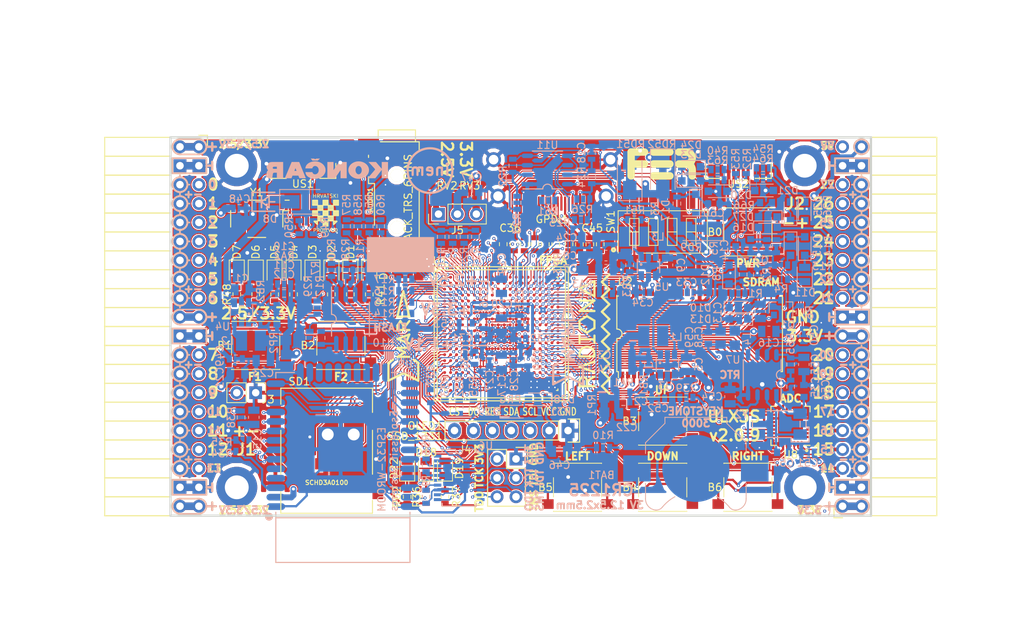
<source format=kicad_pcb>
(kicad_pcb (version 20171130) (host pcbnew 5.0.0+dfsg1-1)
  (layers (0 F.Cu signal) (1 In1.Cu signal) (2 In2.Cu signal) (31 B.Cu signal) (34 B.Paste user) (35 F.Paste user) (36 B.SilkS user) (37 F.SilkS user) (38 B.Mask user) (39 F.Mask user) (44 Edge.Cuts user))
  (net 0 "")
  (net 1 GND)
  (net 2 +5V)
  (net 3 /gpio/IN5V)
  (net 4 /gpio/OUT5V)
  (net 5 +3V3)
  (net 6 BTN_D)
  (net 7 BTN_F1)
  (net 8 BTN_F2)
  (net 9 BTN_L)
  (net 10 BTN_R)
  (net 11 BTN_U)
  (net 12 /power/FB1)
  (net 13 +2V5)
  (net 14 /power/PWREN)
  (net 15 /power/FB3)
  (net 16 /power/FB2)
  (net 17 /power/VBAT)
  (net 18 JTAG_TDI)
  (net 19 JTAG_TCK)
  (net 20 JTAG_TMS)
  (net 21 JTAG_TDO)
  (net 22 /power/WAKEUPn)
  (net 23 /power/WKUP)
  (net 24 /power/SHUT)
  (net 25 /power/WAKE)
  (net 26 /power/HOLD)
  (net 27 /power/WKn)
  (net 28 /power/OSCI_32k)
  (net 29 /power/OSCO_32k)
  (net 30 SHUTDOWN)
  (net 31 GPDI_SDA)
  (net 32 GPDI_SCL)
  (net 33 /gpdi/VREF2)
  (net 34 SD_CMD)
  (net 35 SD_CLK)
  (net 36 SD_D0)
  (net 37 SD_D1)
  (net 38 USB5V)
  (net 39 GPDI_CEC)
  (net 40 nRESET)
  (net 41 FTDI_nDTR)
  (net 42 SDRAM_CKE)
  (net 43 SDRAM_A7)
  (net 44 SDRAM_D15)
  (net 45 SDRAM_BA1)
  (net 46 SDRAM_D7)
  (net 47 SDRAM_A6)
  (net 48 SDRAM_CLK)
  (net 49 SDRAM_D13)
  (net 50 SDRAM_BA0)
  (net 51 SDRAM_D6)
  (net 52 SDRAM_A5)
  (net 53 SDRAM_D14)
  (net 54 SDRAM_A11)
  (net 55 SDRAM_D12)
  (net 56 SDRAM_D5)
  (net 57 SDRAM_A4)
  (net 58 SDRAM_A10)
  (net 59 SDRAM_D11)
  (net 60 SDRAM_A3)
  (net 61 SDRAM_D4)
  (net 62 SDRAM_D10)
  (net 63 SDRAM_D9)
  (net 64 SDRAM_A9)
  (net 65 SDRAM_D3)
  (net 66 SDRAM_D8)
  (net 67 SDRAM_A8)
  (net 68 SDRAM_A2)
  (net 69 SDRAM_A1)
  (net 70 SDRAM_A0)
  (net 71 SDRAM_D2)
  (net 72 SDRAM_D1)
  (net 73 SDRAM_D0)
  (net 74 SDRAM_DQM0)
  (net 75 SDRAM_nCS)
  (net 76 SDRAM_nRAS)
  (net 77 SDRAM_DQM1)
  (net 78 SDRAM_nCAS)
  (net 79 SDRAM_nWE)
  (net 80 /flash/FLASH_nWP)
  (net 81 /flash/FLASH_nHOLD)
  (net 82 /flash/FLASH_MOSI)
  (net 83 /flash/FLASH_MISO)
  (net 84 /flash/FLASH_SCK)
  (net 85 /flash/FLASH_nCS)
  (net 86 /flash/FPGA_PROGRAMN)
  (net 87 /flash/FPGA_DONE)
  (net 88 /flash/FPGA_INITN)
  (net 89 OLED_RES)
  (net 90 OLED_DC)
  (net 91 OLED_CS)
  (net 92 WIFI_EN)
  (net 93 FTDI_nRTS)
  (net 94 FTDI_TXD)
  (net 95 FTDI_RXD)
  (net 96 WIFI_RXD)
  (net 97 WIFI_GPIO0)
  (net 98 WIFI_TXD)
  (net 99 USB_FTDI_D+)
  (net 100 USB_FTDI_D-)
  (net 101 SD_D3)
  (net 102 AUDIO_L3)
  (net 103 AUDIO_L2)
  (net 104 AUDIO_L1)
  (net 105 AUDIO_L0)
  (net 106 AUDIO_R3)
  (net 107 AUDIO_R2)
  (net 108 AUDIO_R1)
  (net 109 AUDIO_R0)
  (net 110 OLED_CLK)
  (net 111 OLED_MOSI)
  (net 112 LED0)
  (net 113 LED1)
  (net 114 LED2)
  (net 115 LED3)
  (net 116 LED4)
  (net 117 LED5)
  (net 118 LED6)
  (net 119 LED7)
  (net 120 BTN_PWRn)
  (net 121 FTDI_nTXLED)
  (net 122 FTDI_nSLEEP)
  (net 123 /blinkey/LED_PWREN)
  (net 124 /blinkey/LED_TXLED)
  (net 125 /sdcard/SD3V3)
  (net 126 SD_D2)
  (net 127 CLK_25MHz)
  (net 128 /blinkey/BTNPUL)
  (net 129 /blinkey/BTNPUR)
  (net 130 USB_FPGA_D+)
  (net 131 /power/FTDI_nSUSPEND)
  (net 132 /blinkey/ALED0)
  (net 133 /blinkey/ALED1)
  (net 134 /blinkey/ALED2)
  (net 135 /blinkey/ALED3)
  (net 136 /blinkey/ALED4)
  (net 137 /blinkey/ALED5)
  (net 138 /blinkey/ALED6)
  (net 139 /blinkey/ALED7)
  (net 140 /usb/FTD-)
  (net 141 /usb/FTD+)
  (net 142 ADC_MISO)
  (net 143 ADC_MOSI)
  (net 144 ADC_CSn)
  (net 145 ADC_SCLK)
  (net 146 SW3)
  (net 147 SW2)
  (net 148 SW1)
  (net 149 USB_FPGA_D-)
  (net 150 /usb/FPD+)
  (net 151 /usb/FPD-)
  (net 152 WIFI_GPIO16)
  (net 153 /usb/ANT_433MHz)
  (net 154 PROG_DONE)
  (net 155 /power/P3V3)
  (net 156 /power/P2V5)
  (net 157 /power/L1)
  (net 158 /power/L3)
  (net 159 /power/L2)
  (net 160 FTDI_TXDEN)
  (net 161 SDRAM_A12)
  (net 162 /analog/AUDIO_V)
  (net 163 AUDIO_V3)
  (net 164 AUDIO_V2)
  (net 165 AUDIO_V1)
  (net 166 AUDIO_V0)
  (net 167 /blinkey/LED_WIFI)
  (net 168 /power/P1V1)
  (net 169 +1V1)
  (net 170 SW4)
  (net 171 /blinkey/SWPU)
  (net 172 /wifi/WIFIEN)
  (net 173 FT2V5)
  (net 174 GN0)
  (net 175 GP0)
  (net 176 GN1)
  (net 177 GP1)
  (net 178 GN2)
  (net 179 GP2)
  (net 180 GN3)
  (net 181 GP3)
  (net 182 GN4)
  (net 183 GP4)
  (net 184 GN5)
  (net 185 GP5)
  (net 186 GN6)
  (net 187 GP6)
  (net 188 GN14)
  (net 189 GP14)
  (net 190 GN15)
  (net 191 GP15)
  (net 192 GN16)
  (net 193 GP16)
  (net 194 GN17)
  (net 195 GP17)
  (net 196 GN18)
  (net 197 GP18)
  (net 198 GN19)
  (net 199 GP19)
  (net 200 GN20)
  (net 201 GP20)
  (net 202 GN21)
  (net 203 GP21)
  (net 204 GN22)
  (net 205 GP22)
  (net 206 GN23)
  (net 207 GP23)
  (net 208 GN24)
  (net 209 GP24)
  (net 210 GN25)
  (net 211 GP25)
  (net 212 GN26)
  (net 213 GP26)
  (net 214 GN27)
  (net 215 GP27)
  (net 216 GN7)
  (net 217 GP7)
  (net 218 GN8)
  (net 219 GP8)
  (net 220 GN9)
  (net 221 GP9)
  (net 222 GN10)
  (net 223 GP10)
  (net 224 GN11)
  (net 225 GP11)
  (net 226 GN12)
  (net 227 GP12)
  (net 228 GN13)
  (net 229 GP13)
  (net 230 WIFI_GPIO5)
  (net 231 WIFI_GPIO17)
  (net 232 USB_FPGA_PULL_D+)
  (net 233 USB_FPGA_PULL_D-)
  (net 234 "Net-(D23-Pad2)")
  (net 235 "Net-(D24-Pad1)")
  (net 236 "Net-(D25-Pad2)")
  (net 237 "Net-(D26-Pad1)")
  (net 238 /gpdi/GPDI_ETH+)
  (net 239 FPDI_ETH+)
  (net 240 /gpdi/GPDI_ETH-)
  (net 241 FPDI_ETH-)
  (net 242 /gpdi/GPDI_D2-)
  (net 243 FPDI_D2-)
  (net 244 /gpdi/GPDI_D1-)
  (net 245 FPDI_D1-)
  (net 246 /gpdi/GPDI_D0-)
  (net 247 FPDI_D0-)
  (net 248 /gpdi/GPDI_CLK-)
  (net 249 FPDI_CLK-)
  (net 250 /gpdi/GPDI_D2+)
  (net 251 FPDI_D2+)
  (net 252 /gpdi/GPDI_D1+)
  (net 253 FPDI_D1+)
  (net 254 /gpdi/GPDI_D0+)
  (net 255 FPDI_D0+)
  (net 256 /gpdi/GPDI_CLK+)
  (net 257 FPDI_CLK+)
  (net 258 FPDI_SDA)
  (net 259 FPDI_SCL)
  (net 260 /gpdi/FPDI_CEC)
  (net 261 2V5_3V3)
  (net 262 /usb/US2VBUS)
  (net 263 /power/SHD)
  (net 264 /power/RTCVDD)
  (net 265 "Net-(D27-Pad2)")
  (net 266 US2_ID)
  (net 267 /analog/AUDIO_L)
  (net 268 /analog/AUDIO_R)
  (net 269 /analog/ADC3V3)
  (net 270 PWRBTn)
  (net 271 USER_PROGRAMN)
  (module lfe5bg381:BGA-381_pitch0.8mm_dia0.4mm (layer F.Cu) (at 138.48 87.8)
    (fp_text reference U1 (at -8.2 -9.8) (layer F.SilkS))
    (fp_text value LFE5U-85F-6BG381C)
    (pad Y19 smd circle (at 6.8 7.6) (size 0.4 0.35) (layers F.Cu F.Paste F.Mask) (net 1 GND))
    (pad Y17 smd circle (at 5.2 7.6) (size 0.4 0.35) (layers F.Cu F.Paste F.Mask) (net 1 GND))
    (pad Y16 smd circle (at 4.4 7.6) (size 0.4 0.35) (layers F.Cu F.Paste F.Mask) (net 1 GND))
    (pad Y15 smd circle (at 3.6 7.6) (size 0.4 0.35) (layers F.Cu F.Paste F.Mask) (net 1 GND))
    (pad Y14 smd circle (at 2.8 7.6) (size 0.4 0.35) (layers F.Cu F.Paste F.Mask) (net 1 GND))
    (pad Y12 smd circle (at 1.2 7.6) (size 0.4 0.35) (layers F.Cu F.Paste F.Mask) (net 1 GND))
    (pad Y11 smd circle (at 0.4 7.6) (size 0.4 0.35) (layers F.Cu F.Paste F.Mask) (net 1 GND))
    (pad Y8 smd circle (at -2 7.6) (size 0.4 0.35) (layers F.Cu F.Paste F.Mask) (net 1 GND))
    (pad Y7 smd circle (at -2.8 7.6) (size 0.4 0.35) (layers F.Cu F.Paste F.Mask) (net 1 GND))
    (pad Y6 smd circle (at -3.6 7.6) (size 0.4 0.35) (layers F.Cu F.Paste F.Mask) (net 1 GND))
    (pad Y5 smd circle (at -4.4 7.6) (size 0.4 0.35) (layers F.Cu F.Paste F.Mask) (net 1 GND))
    (pad Y3 smd circle (at -6 7.6) (size 0.4 0.35) (layers F.Cu F.Paste F.Mask) (net 87 /flash/FPGA_DONE))
    (pad Y2 smd circle (at -6.8 7.6) (size 0.4 0.35) (layers F.Cu F.Paste F.Mask) (net 80 /flash/FLASH_nWP))
    (pad W20 smd circle (at 7.6 6.8) (size 0.4 0.35) (layers F.Cu F.Paste F.Mask) (net 1 GND))
    (pad W19 smd circle (at 6.8 6.8) (size 0.4 0.35) (layers F.Cu F.Paste F.Mask) (net 1 GND))
    (pad W18 smd circle (at 6 6.8) (size 0.4 0.35) (layers F.Cu F.Paste F.Mask))
    (pad W17 smd circle (at 5.2 6.8) (size 0.4 0.35) (layers F.Cu F.Paste F.Mask))
    (pad W16 smd circle (at 4.4 6.8) (size 0.4 0.35) (layers F.Cu F.Paste F.Mask) (net 1 GND))
    (pad W15 smd circle (at 3.6 6.8) (size 0.4 0.35) (layers F.Cu F.Paste F.Mask) (net 1 GND))
    (pad W14 smd circle (at 2.8 6.8) (size 0.4 0.35) (layers F.Cu F.Paste F.Mask))
    (pad W13 smd circle (at 2 6.8) (size 0.4 0.35) (layers F.Cu F.Paste F.Mask))
    (pad W12 smd circle (at 1.2 6.8) (size 0.4 0.35) (layers F.Cu F.Paste F.Mask) (net 1 GND))
    (pad W11 smd circle (at 0.4 6.8) (size 0.4 0.35) (layers F.Cu F.Paste F.Mask))
    (pad W10 smd circle (at -0.4 6.8) (size 0.4 0.35) (layers F.Cu F.Paste F.Mask))
    (pad W9 smd circle (at -1.2 6.8) (size 0.4 0.35) (layers F.Cu F.Paste F.Mask))
    (pad W8 smd circle (at -2 6.8) (size 0.4 0.35) (layers F.Cu F.Paste F.Mask))
    (pad W7 smd circle (at -2.8 6.8) (size 0.4 0.35) (layers F.Cu F.Paste F.Mask) (net 1 GND))
    (pad W6 smd circle (at -3.6 6.8) (size 0.4 0.35) (layers F.Cu F.Paste F.Mask) (net 1 GND))
    (pad W5 smd circle (at -4.4 6.8) (size 0.4 0.35) (layers F.Cu F.Paste F.Mask))
    (pad W4 smd circle (at -5.2 6.8) (size 0.4 0.35) (layers F.Cu F.Paste F.Mask))
    (pad W3 smd circle (at -6 6.8) (size 0.4 0.35) (layers F.Cu F.Paste F.Mask) (net 86 /flash/FPGA_PROGRAMN))
    (pad W2 smd circle (at -6.8 6.8) (size 0.4 0.35) (layers F.Cu F.Paste F.Mask) (net 82 /flash/FLASH_MOSI))
    (pad W1 smd circle (at -7.6 6.8) (size 0.4 0.35) (layers F.Cu F.Paste F.Mask) (net 81 /flash/FLASH_nHOLD))
    (pad V20 smd circle (at 7.6 6) (size 0.4 0.35) (layers F.Cu F.Paste F.Mask) (net 1 GND))
    (pad V19 smd circle (at 6.8 6) (size 0.4 0.35) (layers F.Cu F.Paste F.Mask) (net 1 GND))
    (pad V18 smd circle (at 6 6) (size 0.4 0.35) (layers F.Cu F.Paste F.Mask) (net 1 GND))
    (pad V17 smd circle (at 5.2 6) (size 0.4 0.35) (layers F.Cu F.Paste F.Mask) (net 1 GND))
    (pad V16 smd circle (at 4.4 6) (size 0.4 0.35) (layers F.Cu F.Paste F.Mask) (net 1 GND))
    (pad V15 smd circle (at 3.6 6) (size 0.4 0.35) (layers F.Cu F.Paste F.Mask) (net 1 GND))
    (pad V14 smd circle (at 2.8 6) (size 0.4 0.35) (layers F.Cu F.Paste F.Mask) (net 1 GND))
    (pad V13 smd circle (at 2 6) (size 0.4 0.35) (layers F.Cu F.Paste F.Mask) (net 1 GND))
    (pad V12 smd circle (at 1.2 6) (size 0.4 0.35) (layers F.Cu F.Paste F.Mask) (net 1 GND))
    (pad V11 smd circle (at 0.4 6) (size 0.4 0.35) (layers F.Cu F.Paste F.Mask) (net 1 GND))
    (pad V10 smd circle (at -0.4 6) (size 0.4 0.35) (layers F.Cu F.Paste F.Mask) (net 1 GND))
    (pad V9 smd circle (at -1.2 6) (size 0.4 0.35) (layers F.Cu F.Paste F.Mask) (net 1 GND))
    (pad V8 smd circle (at -2 6) (size 0.4 0.35) (layers F.Cu F.Paste F.Mask) (net 1 GND))
    (pad V7 smd circle (at -2.8 6) (size 0.4 0.35) (layers F.Cu F.Paste F.Mask) (net 1 GND))
    (pad V6 smd circle (at -3.6 6) (size 0.4 0.35) (layers F.Cu F.Paste F.Mask) (net 1 GND))
    (pad V5 smd circle (at -4.4 6) (size 0.4 0.35) (layers F.Cu F.Paste F.Mask) (net 1 GND))
    (pad V4 smd circle (at -5.2 6) (size 0.4 0.35) (layers F.Cu F.Paste F.Mask) (net 21 JTAG_TDO))
    (pad V3 smd circle (at -6 6) (size 0.4 0.35) (layers F.Cu F.Paste F.Mask) (net 88 /flash/FPGA_INITN))
    (pad V2 smd circle (at -6.8 6) (size 0.4 0.35) (layers F.Cu F.Paste F.Mask) (net 83 /flash/FLASH_MISO))
    (pad V1 smd circle (at -7.6 6) (size 0.4 0.35) (layers F.Cu F.Paste F.Mask) (net 6 BTN_D))
    (pad U20 smd circle (at 7.6 5.2) (size 0.4 0.35) (layers F.Cu F.Paste F.Mask) (net 46 SDRAM_D7))
    (pad U19 smd circle (at 6.8 5.2) (size 0.4 0.35) (layers F.Cu F.Paste F.Mask) (net 74 SDRAM_DQM0))
    (pad U18 smd circle (at 6 5.2) (size 0.4 0.35) (layers F.Cu F.Paste F.Mask) (net 189 GP14))
    (pad U17 smd circle (at 5.2 5.2) (size 0.4 0.35) (layers F.Cu F.Paste F.Mask) (net 188 GN14))
    (pad U16 smd circle (at 4.4 5.2) (size 0.4 0.35) (layers F.Cu F.Paste F.Mask) (net 142 ADC_MISO))
    (pad U15 smd circle (at 3.6 5.2) (size 0.4 0.35) (layers F.Cu F.Paste F.Mask) (net 1 GND))
    (pad U14 smd circle (at 2.8 5.2) (size 0.4 0.35) (layers F.Cu F.Paste F.Mask) (net 1 GND))
    (pad U13 smd circle (at 2 5.2) (size 0.4 0.35) (layers F.Cu F.Paste F.Mask) (net 1 GND))
    (pad U12 smd circle (at 1.2 5.2) (size 0.4 0.35) (layers F.Cu F.Paste F.Mask) (net 1 GND))
    (pad U11 smd circle (at 0.4 5.2) (size 0.4 0.35) (layers F.Cu F.Paste F.Mask) (net 1 GND))
    (pad U10 smd circle (at -0.4 5.2) (size 0.4 0.35) (layers F.Cu F.Paste F.Mask) (net 1 GND))
    (pad U9 smd circle (at -1.2 5.2) (size 0.4 0.35) (layers F.Cu F.Paste F.Mask) (net 1 GND))
    (pad U8 smd circle (at -2 5.2) (size 0.4 0.35) (layers F.Cu F.Paste F.Mask) (net 1 GND))
    (pad U7 smd circle (at -2.8 5.2) (size 0.4 0.35) (layers F.Cu F.Paste F.Mask) (net 1 GND))
    (pad U6 smd circle (at -3.6 5.2) (size 0.4 0.35) (layers F.Cu F.Paste F.Mask) (net 1 GND))
    (pad U5 smd circle (at -4.4 5.2) (size 0.4 0.35) (layers F.Cu F.Paste F.Mask) (net 20 JTAG_TMS))
    (pad U4 smd circle (at -5.2 5.2) (size 0.4 0.35) (layers F.Cu F.Paste F.Mask) (net 1 GND))
    (pad U3 smd circle (at -6 5.2) (size 0.4 0.35) (layers F.Cu F.Paste F.Mask) (net 84 /flash/FLASH_SCK))
    (pad U2 smd circle (at -6.8 5.2) (size 0.4 0.35) (layers F.Cu F.Paste F.Mask) (net 5 +3V3))
    (pad U1 smd circle (at -7.6 5.2) (size 0.4 0.35) (layers F.Cu F.Paste F.Mask) (net 9 BTN_L))
    (pad T20 smd circle (at 7.6 4.4) (size 0.4 0.35) (layers F.Cu F.Paste F.Mask) (net 79 SDRAM_nWE))
    (pad T19 smd circle (at 6.8 4.4) (size 0.4 0.35) (layers F.Cu F.Paste F.Mask) (net 78 SDRAM_nCAS))
    (pad T18 smd circle (at 6 4.4) (size 0.4 0.35) (layers F.Cu F.Paste F.Mask) (net 56 SDRAM_D5))
    (pad T17 smd circle (at 5.2 4.4) (size 0.4 0.35) (layers F.Cu F.Paste F.Mask) (net 51 SDRAM_D6))
    (pad T16 smd circle (at 4.4 4.4) (size 0.4 0.35) (layers F.Cu F.Paste F.Mask))
    (pad T15 smd circle (at 3.6 4.4) (size 0.4 0.35) (layers F.Cu F.Paste F.Mask) (net 1 GND))
    (pad T14 smd circle (at 2.8 4.4) (size 0.4 0.35) (layers F.Cu F.Paste F.Mask) (net 1 GND))
    (pad T13 smd circle (at 2 4.4) (size 0.4 0.35) (layers F.Cu F.Paste F.Mask) (net 1 GND))
    (pad T12 smd circle (at 1.2 4.4) (size 0.4 0.35) (layers F.Cu F.Paste F.Mask) (net 1 GND))
    (pad T11 smd circle (at 0.4 4.4) (size 0.4 0.35) (layers F.Cu F.Paste F.Mask) (net 1 GND))
    (pad T10 smd circle (at -0.4 4.4) (size 0.4 0.35) (layers F.Cu F.Paste F.Mask) (net 1 GND))
    (pad T9 smd circle (at -1.2 4.4) (size 0.4 0.35) (layers F.Cu F.Paste F.Mask) (net 1 GND))
    (pad T8 smd circle (at -2 4.4) (size 0.4 0.35) (layers F.Cu F.Paste F.Mask) (net 1 GND))
    (pad T7 smd circle (at -2.8 4.4) (size 0.4 0.35) (layers F.Cu F.Paste F.Mask) (net 1 GND))
    (pad T6 smd circle (at -3.6 4.4) (size 0.4 0.35) (layers F.Cu F.Paste F.Mask) (net 1 GND))
    (pad T5 smd circle (at -4.4 4.4) (size 0.4 0.35) (layers F.Cu F.Paste F.Mask) (net 19 JTAG_TCK))
    (pad T4 smd circle (at -5.2 4.4) (size 0.4 0.35) (layers F.Cu F.Paste F.Mask) (net 5 +3V3))
    (pad T3 smd circle (at -6 4.4) (size 0.4 0.35) (layers F.Cu F.Paste F.Mask) (net 5 +3V3))
    (pad T2 smd circle (at -6.8 4.4) (size 0.4 0.35) (layers F.Cu F.Paste F.Mask) (net 5 +3V3))
    (pad T1 smd circle (at -7.6 4.4) (size 0.4 0.35) (layers F.Cu F.Paste F.Mask) (net 8 BTN_F2))
    (pad R20 smd circle (at 7.6 3.6) (size 0.4 0.35) (layers F.Cu F.Paste F.Mask) (net 76 SDRAM_nRAS))
    (pad R19 smd circle (at 6.8 3.6) (size 0.4 0.35) (layers F.Cu F.Paste F.Mask) (net 1 GND))
    (pad R18 smd circle (at 6 3.6) (size 0.4 0.35) (layers F.Cu F.Paste F.Mask) (net 11 BTN_U))
    (pad R17 smd circle (at 5.2 3.6) (size 0.4 0.35) (layers F.Cu F.Paste F.Mask) (net 144 ADC_CSn))
    (pad R16 smd circle (at 4.4 3.6) (size 0.4 0.35) (layers F.Cu F.Paste F.Mask) (net 143 ADC_MOSI))
    (pad R5 smd circle (at -4.4 3.6) (size 0.4 0.35) (layers F.Cu F.Paste F.Mask) (net 18 JTAG_TDI))
    (pad R4 smd circle (at -5.2 3.6) (size 0.4 0.35) (layers F.Cu F.Paste F.Mask) (net 1 GND))
    (pad R3 smd circle (at -6 3.6) (size 0.4 0.35) (layers F.Cu F.Paste F.Mask))
    (pad R2 smd circle (at -6.8 3.6) (size 0.4 0.35) (layers F.Cu F.Paste F.Mask) (net 85 /flash/FLASH_nCS))
    (pad R1 smd circle (at -7.6 3.6) (size 0.4 0.35) (layers F.Cu F.Paste F.Mask) (net 7 BTN_F1))
    (pad P20 smd circle (at 7.6 2.8) (size 0.4 0.35) (layers F.Cu F.Paste F.Mask) (net 75 SDRAM_nCS))
    (pad P19 smd circle (at 6.8 2.8) (size 0.4 0.35) (layers F.Cu F.Paste F.Mask) (net 50 SDRAM_BA0))
    (pad P18 smd circle (at 6 2.8) (size 0.4 0.35) (layers F.Cu F.Paste F.Mask) (net 61 SDRAM_D4))
    (pad P17 smd circle (at 5.2 2.8) (size 0.4 0.35) (layers F.Cu F.Paste F.Mask) (net 145 ADC_SCLK))
    (pad P16 smd circle (at 4.4 2.8) (size 0.4 0.35) (layers F.Cu F.Paste F.Mask) (net 190 GN15))
    (pad P15 smd circle (at 3.6 2.8) (size 0.4 0.35) (layers F.Cu F.Paste F.Mask) (net 13 +2V5))
    (pad P14 smd circle (at 2.8 2.8) (size 0.4 0.35) (layers F.Cu F.Paste F.Mask) (net 1 GND))
    (pad P13 smd circle (at 2 2.8) (size 0.4 0.35) (layers F.Cu F.Paste F.Mask) (net 1 GND))
    (pad P12 smd circle (at 1.2 2.8) (size 0.4 0.35) (layers F.Cu F.Paste F.Mask) (net 1 GND))
    (pad P11 smd circle (at 0.4 2.8) (size 0.4 0.35) (layers F.Cu F.Paste F.Mask) (net 1 GND))
    (pad P10 smd circle (at -0.4 2.8) (size 0.4 0.35) (layers F.Cu F.Paste F.Mask) (net 5 +3V3))
    (pad P9 smd circle (at -1.2 2.8) (size 0.4 0.35) (layers F.Cu F.Paste F.Mask) (net 5 +3V3))
    (pad P8 smd circle (at -2 2.8) (size 0.4 0.35) (layers F.Cu F.Paste F.Mask) (net 1 GND))
    (pad P7 smd circle (at -2.8 2.8) (size 0.4 0.35) (layers F.Cu F.Paste F.Mask) (net 1 GND))
    (pad P6 smd circle (at -3.6 2.8) (size 0.4 0.35) (layers F.Cu F.Paste F.Mask) (net 13 +2V5))
    (pad P5 smd circle (at -4.4 2.8) (size 0.4 0.35) (layers F.Cu F.Paste F.Mask))
    (pad P4 smd circle (at -5.2 2.8) (size 0.4 0.35) (layers F.Cu F.Paste F.Mask) (net 110 OLED_CLK))
    (pad P3 smd circle (at -6 2.8) (size 0.4 0.35) (layers F.Cu F.Paste F.Mask) (net 111 OLED_MOSI))
    (pad P2 smd circle (at -6.8 2.8) (size 0.4 0.35) (layers F.Cu F.Paste F.Mask) (net 89 OLED_RES))
    (pad P1 smd circle (at -7.6 2.8) (size 0.4 0.35) (layers F.Cu F.Paste F.Mask) (net 90 OLED_DC))
    (pad N20 smd circle (at 7.6 2) (size 0.4 0.35) (layers F.Cu F.Paste F.Mask) (net 45 SDRAM_BA1))
    (pad N19 smd circle (at 6.8 2) (size 0.4 0.35) (layers F.Cu F.Paste F.Mask) (net 58 SDRAM_A10))
    (pad N18 smd circle (at 6 2) (size 0.4 0.35) (layers F.Cu F.Paste F.Mask) (net 65 SDRAM_D3))
    (pad N17 smd circle (at 5.2 2) (size 0.4 0.35) (layers F.Cu F.Paste F.Mask) (net 191 GP15))
    (pad N16 smd circle (at 4.4 2) (size 0.4 0.35) (layers F.Cu F.Paste F.Mask) (net 193 GP16))
    (pad N15 smd circle (at 3.6 2) (size 0.4 0.35) (layers F.Cu F.Paste F.Mask) (net 1 GND))
    (pad N14 smd circle (at 2.8 2) (size 0.4 0.35) (layers F.Cu F.Paste F.Mask) (net 1 GND))
    (pad N13 smd circle (at 2 2) (size 0.4 0.35) (layers F.Cu F.Paste F.Mask) (net 169 +1V1))
    (pad N12 smd circle (at 1.2 2) (size 0.4 0.35) (layers F.Cu F.Paste F.Mask) (net 169 +1V1))
    (pad N11 smd circle (at 0.4 2) (size 0.4 0.35) (layers F.Cu F.Paste F.Mask) (net 169 +1V1))
    (pad N10 smd circle (at -0.4 2) (size 0.4 0.35) (layers F.Cu F.Paste F.Mask) (net 169 +1V1))
    (pad N9 smd circle (at -1.2 2) (size 0.4 0.35) (layers F.Cu F.Paste F.Mask) (net 169 +1V1))
    (pad N8 smd circle (at -2 2) (size 0.4 0.35) (layers F.Cu F.Paste F.Mask) (net 169 +1V1))
    (pad N7 smd circle (at -2.8 2) (size 0.4 0.35) (layers F.Cu F.Paste F.Mask) (net 1 GND))
    (pad N6 smd circle (at -3.6 2) (size 0.4 0.35) (layers F.Cu F.Paste F.Mask) (net 1 GND))
    (pad N5 smd circle (at -4.4 2) (size 0.4 0.35) (layers F.Cu F.Paste F.Mask))
    (pad N4 smd circle (at -5.2 2) (size 0.4 0.35) (layers F.Cu F.Paste F.Mask) (net 230 WIFI_GPIO5))
    (pad N3 smd circle (at -6 2) (size 0.4 0.35) (layers F.Cu F.Paste F.Mask) (net 231 WIFI_GPIO17))
    (pad N2 smd circle (at -6.8 2) (size 0.4 0.35) (layers F.Cu F.Paste F.Mask) (net 91 OLED_CS))
    (pad N1 smd circle (at -7.6 2) (size 0.4 0.35) (layers F.Cu F.Paste F.Mask) (net 41 FTDI_nDTR))
    (pad M20 smd circle (at 7.6 1.2) (size 0.4 0.35) (layers F.Cu F.Paste F.Mask) (net 70 SDRAM_A0))
    (pad M19 smd circle (at 6.8 1.2) (size 0.4 0.35) (layers F.Cu F.Paste F.Mask) (net 69 SDRAM_A1))
    (pad M18 smd circle (at 6 1.2) (size 0.4 0.35) (layers F.Cu F.Paste F.Mask) (net 71 SDRAM_D2))
    (pad M17 smd circle (at 5.2 1.2) (size 0.4 0.35) (layers F.Cu F.Paste F.Mask) (net 192 GN16))
    (pad M16 smd circle (at 4.4 1.2) (size 0.4 0.35) (layers F.Cu F.Paste F.Mask) (net 1 GND))
    (pad M15 smd circle (at 3.6 1.2) (size 0.4 0.35) (layers F.Cu F.Paste F.Mask) (net 5 +3V3))
    (pad M14 smd circle (at 2.8 1.2) (size 0.4 0.35) (layers F.Cu F.Paste F.Mask) (net 1 GND))
    (pad M13 smd circle (at 2 1.2) (size 0.4 0.35) (layers F.Cu F.Paste F.Mask) (net 169 +1V1))
    (pad M12 smd circle (at 1.2 1.2) (size 0.4 0.35) (layers F.Cu F.Paste F.Mask) (net 1 GND))
    (pad M11 smd circle (at 0.4 1.2) (size 0.4 0.35) (layers F.Cu F.Paste F.Mask) (net 1 GND))
    (pad M10 smd circle (at -0.4 1.2) (size 0.4 0.35) (layers F.Cu F.Paste F.Mask) (net 1 GND))
    (pad M9 smd circle (at -1.2 1.2) (size 0.4 0.35) (layers F.Cu F.Paste F.Mask) (net 1 GND))
    (pad M8 smd circle (at -2 1.2) (size 0.4 0.35) (layers F.Cu F.Paste F.Mask) (net 169 +1V1))
    (pad M7 smd circle (at -2.8 1.2) (size 0.4 0.35) (layers F.Cu F.Paste F.Mask) (net 1 GND))
    (pad M6 smd circle (at -3.6 1.2) (size 0.4 0.35) (layers F.Cu F.Paste F.Mask) (net 5 +3V3))
    (pad M5 smd circle (at -4.4 1.2) (size 0.4 0.35) (layers F.Cu F.Paste F.Mask))
    (pad M4 smd circle (at -5.2 1.2) (size 0.4 0.35) (layers F.Cu F.Paste F.Mask) (net 271 USER_PROGRAMN))
    (pad M3 smd circle (at -6 1.2) (size 0.4 0.35) (layers F.Cu F.Paste F.Mask) (net 93 FTDI_nRTS))
    (pad M2 smd circle (at -6.8 1.2) (size 0.4 0.35) (layers F.Cu F.Paste F.Mask) (net 1 GND))
    (pad M1 smd circle (at -7.6 1.2) (size 0.4 0.35) (layers F.Cu F.Paste F.Mask) (net 94 FTDI_TXD))
    (pad L20 smd circle (at 7.6 0.4) (size 0.4 0.35) (layers F.Cu F.Paste F.Mask) (net 68 SDRAM_A2))
    (pad L19 smd circle (at 6.8 0.4) (size 0.4 0.35) (layers F.Cu F.Paste F.Mask) (net 60 SDRAM_A3))
    (pad L18 smd circle (at 6 0.4) (size 0.4 0.35) (layers F.Cu F.Paste F.Mask) (net 72 SDRAM_D1))
    (pad L17 smd circle (at 5.2 0.4) (size 0.4 0.35) (layers F.Cu F.Paste F.Mask) (net 194 GN17))
    (pad L16 smd circle (at 4.4 0.4) (size 0.4 0.35) (layers F.Cu F.Paste F.Mask) (net 195 GP17))
    (pad L15 smd circle (at 3.6 0.4) (size 0.4 0.35) (layers F.Cu F.Paste F.Mask) (net 5 +3V3))
    (pad L14 smd circle (at 2.8 0.4) (size 0.4 0.35) (layers F.Cu F.Paste F.Mask) (net 5 +3V3))
    (pad L13 smd circle (at 2 0.4) (size 0.4 0.35) (layers F.Cu F.Paste F.Mask) (net 169 +1V1))
    (pad L12 smd circle (at 1.2 0.4) (size 0.4 0.35) (layers F.Cu F.Paste F.Mask) (net 1 GND))
    (pad L11 smd circle (at 0.4 0.4) (size 0.4 0.35) (layers F.Cu F.Paste F.Mask) (net 1 GND))
    (pad L10 smd circle (at -0.4 0.4) (size 0.4 0.35) (layers F.Cu F.Paste F.Mask) (net 1 GND))
    (pad L9 smd circle (at -1.2 0.4) (size 0.4 0.35) (layers F.Cu F.Paste F.Mask) (net 1 GND))
    (pad L8 smd circle (at -2 0.4) (size 0.4 0.35) (layers F.Cu F.Paste F.Mask) (net 169 +1V1))
    (pad L7 smd circle (at -2.8 0.4) (size 0.4 0.35) (layers F.Cu F.Paste F.Mask) (net 5 +3V3))
    (pad L6 smd circle (at -3.6 0.4) (size 0.4 0.35) (layers F.Cu F.Paste F.Mask) (net 5 +3V3))
    (pad L5 smd circle (at -4.4 0.4) (size 0.4 0.35) (layers F.Cu F.Paste F.Mask))
    (pad L4 smd circle (at -5.2 0.4) (size 0.4 0.35) (layers F.Cu F.Paste F.Mask) (net 95 FTDI_RXD))
    (pad L3 smd circle (at -6 0.4) (size 0.4 0.35) (layers F.Cu F.Paste F.Mask) (net 160 FTDI_TXDEN))
    (pad L2 smd circle (at -6.8 0.4) (size 0.4 0.35) (layers F.Cu F.Paste F.Mask) (net 97 WIFI_GPIO0))
    (pad L1 smd circle (at -7.6 0.4) (size 0.4 0.35) (layers F.Cu F.Paste F.Mask) (net 152 WIFI_GPIO16))
    (pad K20 smd circle (at 7.6 -0.4) (size 0.4 0.35) (layers F.Cu F.Paste F.Mask) (net 57 SDRAM_A4))
    (pad K19 smd circle (at 6.8 -0.4) (size 0.4 0.35) (layers F.Cu F.Paste F.Mask) (net 52 SDRAM_A5))
    (pad K18 smd circle (at 6 -0.4) (size 0.4 0.35) (layers F.Cu F.Paste F.Mask) (net 47 SDRAM_A6))
    (pad K17 smd circle (at 5.2 -0.4) (size 0.4 0.35) (layers F.Cu F.Paste F.Mask))
    (pad K16 smd circle (at 4.4 -0.4) (size 0.4 0.35) (layers F.Cu F.Paste F.Mask))
    (pad K15 smd circle (at 3.6 -0.4) (size 0.4 0.35) (layers F.Cu F.Paste F.Mask) (net 1 GND))
    (pad K14 smd circle (at 2.8 -0.4) (size 0.4 0.35) (layers F.Cu F.Paste F.Mask) (net 1 GND))
    (pad K13 smd circle (at 2 -0.4) (size 0.4 0.35) (layers F.Cu F.Paste F.Mask) (net 169 +1V1))
    (pad K12 smd circle (at 1.2 -0.4) (size 0.4 0.35) (layers F.Cu F.Paste F.Mask) (net 1 GND))
    (pad K11 smd circle (at 0.4 -0.4) (size 0.4 0.35) (layers F.Cu F.Paste F.Mask) (net 1 GND))
    (pad K10 smd circle (at -0.4 -0.4) (size 0.4 0.35) (layers F.Cu F.Paste F.Mask) (net 1 GND))
    (pad K9 smd circle (at -1.2 -0.4) (size 0.4 0.35) (layers F.Cu F.Paste F.Mask) (net 1 GND))
    (pad K8 smd circle (at -2 -0.4) (size 0.4 0.35) (layers F.Cu F.Paste F.Mask) (net 169 +1V1))
    (pad K7 smd circle (at -2.8 -0.4) (size 0.4 0.35) (layers F.Cu F.Paste F.Mask) (net 1 GND))
    (pad K6 smd circle (at -3.6 -0.4) (size 0.4 0.35) (layers F.Cu F.Paste F.Mask) (net 1 GND))
    (pad K5 smd circle (at -4.4 -0.4) (size 0.4 0.35) (layers F.Cu F.Paste F.Mask))
    (pad K4 smd circle (at -5.2 -0.4) (size 0.4 0.35) (layers F.Cu F.Paste F.Mask) (net 98 WIFI_TXD))
    (pad K3 smd circle (at -6 -0.4) (size 0.4 0.35) (layers F.Cu F.Paste F.Mask) (net 96 WIFI_RXD))
    (pad K2 smd circle (at -6.8 -0.4) (size 0.4 0.35) (layers F.Cu F.Paste F.Mask) (net 101 SD_D3))
    (pad K1 smd circle (at -7.6 -0.4) (size 0.4 0.35) (layers F.Cu F.Paste F.Mask) (net 126 SD_D2))
    (pad J20 smd circle (at 7.6 -1.2) (size 0.4 0.35) (layers F.Cu F.Paste F.Mask) (net 43 SDRAM_A7))
    (pad J19 smd circle (at 6.8 -1.2) (size 0.4 0.35) (layers F.Cu F.Paste F.Mask) (net 67 SDRAM_A8))
    (pad J18 smd circle (at 6 -1.2) (size 0.4 0.35) (layers F.Cu F.Paste F.Mask) (net 53 SDRAM_D14))
    (pad J17 smd circle (at 5.2 -1.2) (size 0.4 0.35) (layers F.Cu F.Paste F.Mask) (net 44 SDRAM_D15))
    (pad J16 smd circle (at 4.4 -1.2) (size 0.4 0.35) (layers F.Cu F.Paste F.Mask) (net 73 SDRAM_D0))
    (pad J15 smd circle (at 3.6 -1.2) (size 0.4 0.35) (layers F.Cu F.Paste F.Mask) (net 5 +3V3))
    (pad J14 smd circle (at 2.8 -1.2) (size 0.4 0.35) (layers F.Cu F.Paste F.Mask) (net 1 GND))
    (pad J13 smd circle (at 2 -1.2) (size 0.4 0.35) (layers F.Cu F.Paste F.Mask) (net 169 +1V1))
    (pad J12 smd circle (at 1.2 -1.2) (size 0.4 0.35) (layers F.Cu F.Paste F.Mask) (net 1 GND))
    (pad J11 smd circle (at 0.4 -1.2) (size 0.4 0.35) (layers F.Cu F.Paste F.Mask) (net 1 GND))
    (pad J10 smd circle (at -0.4 -1.2) (size 0.4 0.35) (layers F.Cu F.Paste F.Mask) (net 1 GND))
    (pad J9 smd circle (at -1.2 -1.2) (size 0.4 0.35) (layers F.Cu F.Paste F.Mask) (net 1 GND))
    (pad J8 smd circle (at -2 -1.2) (size 0.4 0.35) (layers F.Cu F.Paste F.Mask) (net 169 +1V1))
    (pad J7 smd circle (at -2.8 -1.2) (size 0.4 0.35) (layers F.Cu F.Paste F.Mask) (net 1 GND))
    (pad J6 smd circle (at -3.6 -1.2) (size 0.4 0.35) (layers F.Cu F.Paste F.Mask) (net 261 2V5_3V3))
    (pad J5 smd circle (at -4.4 -1.2) (size 0.4 0.35) (layers F.Cu F.Paste F.Mask))
    (pad J4 smd circle (at -5.2 -1.2) (size 0.4 0.35) (layers F.Cu F.Paste F.Mask))
    (pad J3 smd circle (at -6 -1.2) (size 0.4 0.35) (layers F.Cu F.Paste F.Mask) (net 36 SD_D0))
    (pad J2 smd circle (at -6.8 -1.2) (size 0.4 0.35) (layers F.Cu F.Paste F.Mask) (net 1 GND))
    (pad J1 smd circle (at -7.6 -1.2) (size 0.4 0.35) (layers F.Cu F.Paste F.Mask) (net 34 SD_CMD))
    (pad H20 smd circle (at 7.6 -2) (size 0.4 0.35) (layers F.Cu F.Paste F.Mask) (net 64 SDRAM_A9))
    (pad H19 smd circle (at 6.8 -2) (size 0.4 0.35) (layers F.Cu F.Paste F.Mask) (net 1 GND))
    (pad H18 smd circle (at 6 -2) (size 0.4 0.35) (layers F.Cu F.Paste F.Mask) (net 197 GP18))
    (pad H17 smd circle (at 5.2 -2) (size 0.4 0.35) (layers F.Cu F.Paste F.Mask) (net 196 GN18))
    (pad H16 smd circle (at 4.4 -2) (size 0.4 0.35) (layers F.Cu F.Paste F.Mask) (net 10 BTN_R))
    (pad H15 smd circle (at 3.6 -2) (size 0.4 0.35) (layers F.Cu F.Paste F.Mask) (net 5 +3V3))
    (pad H14 smd circle (at 2.8 -2) (size 0.4 0.35) (layers F.Cu F.Paste F.Mask) (net 5 +3V3))
    (pad H13 smd circle (at 2 -2) (size 0.4 0.35) (layers F.Cu F.Paste F.Mask) (net 169 +1V1))
    (pad H12 smd circle (at 1.2 -2) (size 0.4 0.35) (layers F.Cu F.Paste F.Mask) (net 169 +1V1))
    (pad H11 smd circle (at 0.4 -2) (size 0.4 0.35) (layers F.Cu F.Paste F.Mask) (net 169 +1V1))
    (pad H10 smd circle (at -0.4 -2) (size 0.4 0.35) (layers F.Cu F.Paste F.Mask) (net 169 +1V1))
    (pad H9 smd circle (at -1.2 -2) (size 0.4 0.35) (layers F.Cu F.Paste F.Mask) (net 169 +1V1))
    (pad H8 smd circle (at -2 -2) (size 0.4 0.35) (layers F.Cu F.Paste F.Mask) (net 169 +1V1))
    (pad H7 smd circle (at -2.8 -2) (size 0.4 0.35) (layers F.Cu F.Paste F.Mask) (net 261 2V5_3V3))
    (pad H6 smd circle (at -3.6 -2) (size 0.4 0.35) (layers F.Cu F.Paste F.Mask) (net 261 2V5_3V3))
    (pad H5 smd circle (at -4.4 -2) (size 0.4 0.35) (layers F.Cu F.Paste F.Mask) (net 166 AUDIO_V0))
    (pad H4 smd circle (at -5.2 -2) (size 0.4 0.35) (layers F.Cu F.Paste F.Mask) (net 229 GP13))
    (pad H3 smd circle (at -6 -2) (size 0.4 0.35) (layers F.Cu F.Paste F.Mask) (net 119 LED7))
    (pad H2 smd circle (at -6.8 -2) (size 0.4 0.35) (layers F.Cu F.Paste F.Mask) (net 35 SD_CLK))
    (pad H1 smd circle (at -7.6 -2) (size 0.4 0.35) (layers F.Cu F.Paste F.Mask) (net 37 SD_D1))
    (pad G20 smd circle (at 7.6 -2.8) (size 0.4 0.35) (layers F.Cu F.Paste F.Mask) (net 54 SDRAM_A11))
    (pad G19 smd circle (at 6.8 -2.8) (size 0.4 0.35) (layers F.Cu F.Paste F.Mask) (net 161 SDRAM_A12))
    (pad G18 smd circle (at 6 -2.8) (size 0.4 0.35) (layers F.Cu F.Paste F.Mask) (net 198 GN19))
    (pad G17 smd circle (at 5.2 -2.8) (size 0.4 0.35) (layers F.Cu F.Paste F.Mask) (net 1 GND))
    (pad G16 smd circle (at 4.4 -2.8) (size 0.4 0.35) (layers F.Cu F.Paste F.Mask) (net 30 SHUTDOWN))
    (pad G15 smd circle (at 3.6 -2.8) (size 0.4 0.35) (layers F.Cu F.Paste F.Mask) (net 1 GND))
    (pad G14 smd circle (at 2.8 -2.8) (size 0.4 0.35) (layers F.Cu F.Paste F.Mask) (net 1 GND))
    (pad G13 smd circle (at 2 -2.8) (size 0.4 0.35) (layers F.Cu F.Paste F.Mask) (net 1 GND))
    (pad G12 smd circle (at 1.2 -2.8) (size 0.4 0.35) (layers F.Cu F.Paste F.Mask) (net 1 GND))
    (pad G11 smd circle (at 0.4 -2.8) (size 0.4 0.35) (layers F.Cu F.Paste F.Mask) (net 1 GND))
    (pad G10 smd circle (at -0.4 -2.8) (size 0.4 0.35) (layers F.Cu F.Paste F.Mask) (net 1 GND))
    (pad G9 smd circle (at -1.2 -2.8) (size 0.4 0.35) (layers F.Cu F.Paste F.Mask) (net 1 GND))
    (pad G8 smd circle (at -2 -2.8) (size 0.4 0.35) (layers F.Cu F.Paste F.Mask) (net 1 GND))
    (pad G7 smd circle (at -2.8 -2.8) (size 0.4 0.35) (layers F.Cu F.Paste F.Mask) (net 1 GND))
    (pad G6 smd circle (at -3.6 -2.8) (size 0.4 0.35) (layers F.Cu F.Paste F.Mask) (net 1 GND))
    (pad G5 smd circle (at -4.4 -2.8) (size 0.4 0.35) (layers F.Cu F.Paste F.Mask) (net 228 GN13))
    (pad G4 smd circle (at -5.2 -2.8) (size 0.4 0.35) (layers F.Cu F.Paste F.Mask) (net 1 GND))
    (pad G3 smd circle (at -6 -2.8) (size 0.4 0.35) (layers F.Cu F.Paste F.Mask) (net 227 GP12))
    (pad G2 smd circle (at -6.8 -2.8) (size 0.4 0.35) (layers F.Cu F.Paste F.Mask) (net 127 CLK_25MHz))
    (pad G1 smd circle (at -7.6 -2.8) (size 0.4 0.35) (layers F.Cu F.Paste F.Mask) (net 153 /usb/ANT_433MHz))
    (pad F20 smd circle (at 7.6 -3.6) (size 0.4 0.35) (layers F.Cu F.Paste F.Mask) (net 42 SDRAM_CKE))
    (pad F19 smd circle (at 6.8 -3.6) (size 0.4 0.35) (layers F.Cu F.Paste F.Mask) (net 48 SDRAM_CLK))
    (pad F18 smd circle (at 6 -3.6) (size 0.4 0.35) (layers F.Cu F.Paste F.Mask) (net 49 SDRAM_D13))
    (pad F17 smd circle (at 5.2 -3.6) (size 0.4 0.35) (layers F.Cu F.Paste F.Mask) (net 199 GP19))
    (pad F16 smd circle (at 4.4 -3.6) (size 0.4 0.35) (layers F.Cu F.Paste F.Mask) (net 149 USB_FPGA_D-))
    (pad F15 smd circle (at 3.6 -3.6) (size 0.4 0.35) (layers F.Cu F.Paste F.Mask) (net 13 +2V5))
    (pad F14 smd circle (at 2.8 -3.6) (size 0.4 0.35) (layers F.Cu F.Paste F.Mask) (net 1 GND))
    (pad F13 smd circle (at 2 -3.6) (size 0.4 0.35) (layers F.Cu F.Paste F.Mask) (net 1 GND))
    (pad F12 smd circle (at 1.2 -3.6) (size 0.4 0.35) (layers F.Cu F.Paste F.Mask) (net 5 +3V3))
    (pad F11 smd circle (at 0.4 -3.6) (size 0.4 0.35) (layers F.Cu F.Paste F.Mask) (net 5 +3V3))
    (pad F10 smd circle (at -0.4 -3.6) (size 0.4 0.35) (layers F.Cu F.Paste F.Mask) (net 261 2V5_3V3))
    (pad F9 smd circle (at -1.2 -3.6) (size 0.4 0.35) (layers F.Cu F.Paste F.Mask) (net 261 2V5_3V3))
    (pad F8 smd circle (at -2 -3.6) (size 0.4 0.35) (layers F.Cu F.Paste F.Mask) (net 1 GND))
    (pad F7 smd circle (at -2.8 -3.6) (size 0.4 0.35) (layers F.Cu F.Paste F.Mask) (net 1 GND))
    (pad F6 smd circle (at -3.6 -3.6) (size 0.4 0.35) (layers F.Cu F.Paste F.Mask) (net 13 +2V5))
    (pad F5 smd circle (at -4.4 -3.6) (size 0.4 0.35) (layers F.Cu F.Paste F.Mask) (net 164 AUDIO_V2))
    (pad F4 smd circle (at -5.2 -3.6) (size 0.4 0.35) (layers F.Cu F.Paste F.Mask) (net 225 GP11))
    (pad F3 smd circle (at -6 -3.6) (size 0.4 0.4) (layers F.Cu F.Paste F.Mask) (net 226 GN12))
    (pad F2 smd circle (at -6.8 -3.6) (size 0.4 0.4) (layers F.Cu F.Paste F.Mask) (net 165 AUDIO_V1))
    (pad F1 smd circle (at -7.6 -3.6) (size 0.4 0.35) (layers F.Cu F.Paste F.Mask) (net 92 WIFI_EN))
    (pad E20 smd circle (at 7.6 -4.4) (size 0.4 0.35) (layers F.Cu F.Paste F.Mask) (net 77 SDRAM_DQM1))
    (pad E19 smd circle (at 6.8 -4.4) (size 0.4 0.35) (layers F.Cu F.Paste F.Mask) (net 66 SDRAM_D8))
    (pad E18 smd circle (at 6 -4.4) (size 0.4 0.35) (layers F.Cu F.Paste F.Mask) (net 55 SDRAM_D12))
    (pad E17 smd circle (at 5.2 -4.4) (size 0.4 0.35) (layers F.Cu F.Paste F.Mask) (net 200 GN20))
    (pad E16 smd circle (at 4.4 -4.4) (size 0.4 0.35) (layers F.Cu F.Paste F.Mask) (net 130 USB_FPGA_D+))
    (pad E15 smd circle (at 3.6 -4.4) (size 0.4 0.35) (layers F.Cu F.Paste F.Mask) (net 149 USB_FPGA_D-))
    (pad E14 smd circle (at 2.8 -4.4) (size 0.4 0.35) (layers F.Cu F.Paste F.Mask) (net 210 GN25))
    (pad E13 smd circle (at 2 -4.4) (size 0.4 0.35) (layers F.Cu F.Paste F.Mask) (net 214 GN27))
    (pad E12 smd circle (at 1.2 -4.4) (size 0.4 0.35) (layers F.Cu F.Paste F.Mask) (net 259 FPDI_SCL))
    (pad E11 smd circle (at 0.4 -4.4) (size 0.4 0.35) (layers F.Cu F.Paste F.Mask))
    (pad E10 smd circle (at -0.4 -4.4) (size 0.4 0.35) (layers F.Cu F.Paste F.Mask))
    (pad E9 smd circle (at -1.2 -4.4) (size 0.4 0.35) (layers F.Cu F.Paste F.Mask))
    (pad E8 smd circle (at -2 -4.4) (size 0.4 0.35) (layers F.Cu F.Paste F.Mask) (net 148 SW1))
    (pad E7 smd circle (at -2.8 -4.4) (size 0.4 0.35) (layers F.Cu F.Paste F.Mask) (net 170 SW4))
    (pad E6 smd circle (at -3.6 -4.4) (size 0.4 0.35) (layers F.Cu F.Paste F.Mask))
    (pad E5 smd circle (at -4.4 -4.4) (size 0.4 0.35) (layers F.Cu F.Paste F.Mask) (net 163 AUDIO_V3))
    (pad E4 smd circle (at -5.2 -4.4) (size 0.4 0.35) (layers F.Cu F.Paste F.Mask) (net 105 AUDIO_L0))
    (pad E3 smd circle (at -6 -4.4) (size 0.4 0.4) (layers F.Cu F.Paste F.Mask) (net 224 GN11))
    (pad E2 smd circle (at -6.8 -4.4) (size 0.4 0.35) (layers F.Cu F.Paste F.Mask) (net 117 LED5))
    (pad E1 smd circle (at -7.6 -4.4) (size 0.4 0.35) (layers F.Cu F.Paste F.Mask) (net 118 LED6))
    (pad D20 smd circle (at 7.6 -5.2) (size 0.4 0.35) (layers F.Cu F.Paste F.Mask) (net 63 SDRAM_D9))
    (pad D19 smd circle (at 6.8 -5.2) (size 0.4 0.35) (layers F.Cu F.Paste F.Mask) (net 62 SDRAM_D10))
    (pad D18 smd circle (at 6 -5.2) (size 0.4 0.35) (layers F.Cu F.Paste F.Mask) (net 201 GP20))
    (pad D17 smd circle (at 5.2 -5.2) (size 0.4 0.35) (layers F.Cu F.Paste F.Mask) (net 202 GN21))
    (pad D16 smd circle (at 4.4 -5.2) (size 0.4 0.35) (layers F.Cu F.Paste F.Mask) (net 208 GN24))
    (pad D15 smd circle (at 3.6 -5.2) (size 0.4 0.35) (layers F.Cu F.Paste F.Mask) (net 130 USB_FPGA_D+))
    (pad D14 smd circle (at 2.8 -5.2) (size 0.4 0.35) (layers F.Cu F.Paste F.Mask) (net 211 GP25))
    (pad D13 smd circle (at 2 -5.2) (size 0.4 0.35) (layers F.Cu F.Paste F.Mask) (net 215 GP27))
    (pad D12 smd circle (at 1.2 -5.2) (size 0.4 0.35) (layers F.Cu F.Paste F.Mask))
    (pad D11 smd circle (at 0.4 -5.2) (size 0.4 0.35) (layers F.Cu F.Paste F.Mask))
    (pad D10 smd circle (at -0.4 -5.2) (size 0.4 0.35) (layers F.Cu F.Paste F.Mask))
    (pad D9 smd circle (at -1.2 -5.2) (size 0.4 0.35) (layers F.Cu F.Paste F.Mask))
    (pad D8 smd circle (at -2 -5.2) (size 0.4 0.35) (layers F.Cu F.Paste F.Mask) (net 147 SW2))
    (pad D7 smd circle (at -2.8 -5.2) (size 0.4 0.35) (layers F.Cu F.Paste F.Mask) (net 146 SW3))
    (pad D6 smd circle (at -3.6 -5.2) (size 0.4 0.35) (layers F.Cu F.Paste F.Mask) (net 120 BTN_PWRn))
    (pad D5 smd circle (at -4.4 -5.2) (size 0.4 0.35) (layers F.Cu F.Paste F.Mask) (net 107 AUDIO_R2))
    (pad D4 smd circle (at -5.2 -5.2) (size 0.4 0.35) (layers F.Cu F.Paste F.Mask) (net 1 GND))
    (pad D3 smd circle (at -6 -5.2) (size 0.4 0.35) (layers F.Cu F.Paste F.Mask) (net 104 AUDIO_L1))
    (pad D2 smd circle (at -6.8 -5.2) (size 0.4 0.35) (layers F.Cu F.Paste F.Mask) (net 115 LED3))
    (pad D1 smd circle (at -7.6 -5.2) (size 0.4 0.35) (layers F.Cu F.Paste F.Mask) (net 116 LED4))
    (pad C20 smd circle (at 7.6 -6) (size 0.4 0.35) (layers F.Cu F.Paste F.Mask) (net 59 SDRAM_D11))
    (pad C19 smd circle (at 6.8 -6) (size 0.4 0.35) (layers F.Cu F.Paste F.Mask) (net 1 GND))
    (pad C18 smd circle (at 6 -6) (size 0.4 0.35) (layers F.Cu F.Paste F.Mask) (net 203 GP21))
    (pad C17 smd circle (at 5.2 -6) (size 0.4 0.35) (layers F.Cu F.Paste F.Mask) (net 206 GN23))
    (pad C16 smd circle (at 4.4 -6) (size 0.4 0.35) (layers F.Cu F.Paste F.Mask) (net 209 GP24))
    (pad C15 smd circle (at 3.6 -6) (size 0.4 0.35) (layers F.Cu F.Paste F.Mask) (net 204 GN22))
    (pad C14 smd circle (at 2.8 -6) (size 0.4 0.35) (layers F.Cu F.Paste F.Mask) (net 245 FPDI_D1-))
    (pad C13 smd circle (at 2 -6) (size 0.4 0.35) (layers F.Cu F.Paste F.Mask) (net 212 GN26))
    (pad C12 smd circle (at 1.2 -6) (size 0.4 0.35) (layers F.Cu F.Paste F.Mask) (net 233 USB_FPGA_PULL_D-))
    (pad C11 smd circle (at 0.4 -6) (size 0.4 0.35) (layers F.Cu F.Paste F.Mask) (net 174 GN0))
    (pad C10 smd circle (at -0.4 -6) (size 0.4 0.35) (layers F.Cu F.Paste F.Mask) (net 180 GN3))
    (pad C9 smd circle (at -1.2 -6) (size 0.4 0.35) (layers F.Cu F.Paste F.Mask))
    (pad C8 smd circle (at -2 -6) (size 0.4 0.35) (layers F.Cu F.Paste F.Mask) (net 185 GP5))
    (pad C7 smd circle (at -2.8 -6) (size 0.4 0.35) (layers F.Cu F.Paste F.Mask) (net 186 GN6))
    (pad C6 smd circle (at -3.6 -6) (size 0.4 0.35) (layers F.Cu F.Paste F.Mask) (net 187 GP6))
    (pad C5 smd circle (at -4.4 -6) (size 0.4 0.35) (layers F.Cu F.Paste F.Mask) (net 106 AUDIO_R3))
    (pad C4 smd circle (at -5.2 -6) (size 0.4 0.35) (layers F.Cu F.Paste F.Mask) (net 223 GP10))
    (pad C3 smd circle (at -6 -6) (size 0.4 0.35) (layers F.Cu F.Paste F.Mask) (net 103 AUDIO_L2))
    (pad C2 smd circle (at -6.8 -6) (size 0.4 0.35) (layers F.Cu F.Paste F.Mask) (net 113 LED1))
    (pad C1 smd circle (at -7.6 -6) (size 0.4 0.35) (layers F.Cu F.Paste F.Mask) (net 114 LED2))
    (pad B20 smd circle (at 7.6 -6.8) (size 0.4 0.35) (layers F.Cu F.Paste F.Mask) (net 241 FPDI_ETH-))
    (pad B19 smd circle (at 6.8 -6.8) (size 0.4 0.35) (layers F.Cu F.Paste F.Mask) (net 258 FPDI_SDA))
    (pad B18 smd circle (at 6 -6.8) (size 0.4 0.35) (layers F.Cu F.Paste F.Mask) (net 249 FPDI_CLK-))
    (pad B17 smd circle (at 5.2 -6.8) (size 0.4 0.35) (layers F.Cu F.Paste F.Mask) (net 207 GP23))
    (pad B16 smd circle (at 4.4 -6.8) (size 0.4 0.35) (layers F.Cu F.Paste F.Mask) (net 247 FPDI_D0-))
    (pad B15 smd circle (at 3.6 -6.8) (size 0.4 0.35) (layers F.Cu F.Paste F.Mask) (net 205 GP22))
    (pad B14 smd circle (at 2.8 -6.8) (size 0.4 0.35) (layers F.Cu F.Paste F.Mask) (net 1 GND))
    (pad B13 smd circle (at 2 -6.8) (size 0.4 0.35) (layers F.Cu F.Paste F.Mask) (net 213 GP26))
    (pad B12 smd circle (at 1.2 -6.8) (size 0.4 0.35) (layers F.Cu F.Paste F.Mask) (net 232 USB_FPGA_PULL_D+))
    (pad B11 smd circle (at 0.4 -6.8) (size 0.4 0.35) (layers F.Cu F.Paste F.Mask) (net 175 GP0))
    (pad B10 smd circle (at -0.4 -6.8) (size 0.4 0.35) (layers F.Cu F.Paste F.Mask) (net 178 GN2))
    (pad B9 smd circle (at -1.2 -6.8) (size 0.4 0.35) (layers F.Cu F.Paste F.Mask) (net 181 GP3))
    (pad B8 smd circle (at -2 -6.8) (size 0.4 0.35) (layers F.Cu F.Paste F.Mask) (net 184 GN5))
    (pad B7 smd circle (at -2.8 -6.8) (size 0.4 0.35) (layers F.Cu F.Paste F.Mask) (net 1 GND))
    (pad B6 smd circle (at -3.6 -6.8) (size 0.4 0.35) (layers F.Cu F.Paste F.Mask) (net 216 GN7))
    (pad B5 smd circle (at -4.4 -6.8) (size 0.4 0.35) (layers F.Cu F.Paste F.Mask) (net 108 AUDIO_R1))
    (pad B4 smd circle (at -5.2 -6.8) (size 0.4 0.35) (layers F.Cu F.Paste F.Mask) (net 222 GN10))
    (pad B3 smd circle (at -6 -6.8) (size 0.4 0.35) (layers F.Cu F.Paste F.Mask) (net 102 AUDIO_L3))
    (pad B2 smd circle (at -6.8 -6.8) (size 0.4 0.35) (layers F.Cu F.Paste F.Mask) (net 112 LED0))
    (pad B1 smd circle (at -7.6 -6.8) (size 0.4 0.35) (layers F.Cu F.Paste F.Mask) (net 220 GN9))
    (pad A19 smd circle (at 6.8 -7.6) (size 0.4 0.35) (layers F.Cu F.Paste F.Mask) (net 239 FPDI_ETH+))
    (pad A18 smd circle (at 6 -7.6) (size 0.4 0.35) (layers F.Cu F.Paste F.Mask) (net 260 /gpdi/FPDI_CEC))
    (pad A17 smd circle (at 5.2 -7.6) (size 0.4 0.35) (layers F.Cu F.Paste F.Mask) (net 257 FPDI_CLK+))
    (pad A16 smd circle (at 4.4 -7.6) (size 0.4 0.35) (layers F.Cu F.Paste F.Mask) (net 255 FPDI_D0+))
    (pad A15 smd circle (at 3.6 -7.6) (size 0.4 0.35) (layers F.Cu F.Paste F.Mask))
    (pad A14 smd circle (at 2.8 -7.6) (size 0.4 0.35) (layers F.Cu F.Paste F.Mask) (net 253 FPDI_D1+))
    (pad A13 smd circle (at 2 -7.6) (size 0.4 0.35) (layers F.Cu F.Paste F.Mask) (net 243 FPDI_D2-))
    (pad A12 smd circle (at 1.2 -7.6) (size 0.4 0.35) (layers F.Cu F.Paste F.Mask) (net 251 FPDI_D2+))
    (pad A11 smd circle (at 0.4 -7.6) (size 0.4 0.35) (layers F.Cu F.Paste F.Mask) (net 176 GN1))
    (pad A10 smd circle (at -0.4 -7.6) (size 0.4 0.35) (layers F.Cu F.Paste F.Mask) (net 177 GP1))
    (pad A9 smd circle (at -1.2 -7.6) (size 0.4 0.35) (layers F.Cu F.Paste F.Mask) (net 179 GP2))
    (pad A8 smd circle (at -2 -7.6) (size 0.4 0.35) (layers F.Cu F.Paste F.Mask) (net 182 GN4))
    (pad A7 smd circle (at -2.8 -7.6) (size 0.4 0.35) (layers F.Cu F.Paste F.Mask) (net 183 GP4))
    (pad A6 smd circle (at -3.6 -7.6) (size 0.4 0.35) (layers F.Cu F.Paste F.Mask) (net 217 GP7))
    (pad A5 smd circle (at -4.4 -7.6) (size 0.4 0.35) (layers F.Cu F.Paste F.Mask) (net 218 GN8))
    (pad A4 smd circle (at -5.2 -7.6) (size 0.4 0.35) (layers F.Cu F.Paste F.Mask) (net 219 GP8))
    (pad A3 smd circle (at -6 -7.6) (size 0.4 0.35) (layers F.Cu F.Paste F.Mask) (net 109 AUDIO_R0))
    (pad A2 smd circle (at -6.8 -7.6) (size 0.4 0.35) (layers F.Cu F.Paste F.Mask) (net 221 GP9))
  )
  (module conn-fci:CONN-10029449-111RLF (layer F.Cu) (at 145.296 69.312 180)
    (fp_text reference GPDI1 (at 0 -3.1115 180) (layer F.SilkS))
    (fp_text value GPDI-D)
    (pad 19 smd rect (at -4.25 -1 180) (size 0.3 1.9) (layers F.Cu F.Paste F.Mask) (net 240 /gpdi/GPDI_ETH-))
    (pad 18 smd rect (at -3.75 -1 180) (size 0.3 1.9) (layers F.Cu F.Paste F.Mask) (net 2 +5V))
    (pad 17 smd rect (at -3.25 -1 180) (size 0.3 1.9) (layers F.Cu F.Paste F.Mask) (net 1 GND))
    (pad 16 smd rect (at -2.75 -1 180) (size 0.3 1.9) (layers F.Cu F.Paste F.Mask) (net 31 GPDI_SDA))
    (pad 15 smd rect (at -2.25 -1 180) (size 0.3 1.9) (layers F.Cu F.Paste F.Mask) (net 32 GPDI_SCL))
    (pad 14 smd rect (at -1.75 -1 180) (size 0.3 1.9) (layers F.Cu F.Paste F.Mask) (net 238 /gpdi/GPDI_ETH+))
    (pad 13 smd rect (at -1.25 -1 180) (size 0.3 1.9) (layers F.Cu F.Paste F.Mask) (net 39 GPDI_CEC))
    (pad 12 smd rect (at -0.75 -1 180) (size 0.3 1.9) (layers F.Cu F.Paste F.Mask) (net 248 /gpdi/GPDI_CLK-))
    (pad 11 smd rect (at -0.25 -1 180) (size 0.3 1.9) (layers F.Cu F.Paste F.Mask) (net 1 GND))
    (pad 10 smd rect (at 0.25 -1 180) (size 0.3 1.9) (layers F.Cu F.Paste F.Mask) (net 256 /gpdi/GPDI_CLK+))
    (pad 9 smd rect (at 0.75 -1 180) (size 0.3 1.9) (layers F.Cu F.Paste F.Mask) (net 246 /gpdi/GPDI_D0-))
    (pad 8 smd rect (at 1.25 -1 180) (size 0.3 1.9) (layers F.Cu F.Paste F.Mask) (net 1 GND))
    (pad 7 smd rect (at 1.75 -1 180) (size 0.3 1.9) (layers F.Cu F.Paste F.Mask) (net 254 /gpdi/GPDI_D0+))
    (pad 6 smd rect (at 2.25 -1 180) (size 0.3 1.9) (layers F.Cu F.Paste F.Mask) (net 244 /gpdi/GPDI_D1-))
    (pad 5 smd rect (at 2.75 -1 180) (size 0.3 1.9) (layers F.Cu F.Paste F.Mask) (net 1 GND))
    (pad 4 smd rect (at 3.25 -1 180) (size 0.3 1.9) (layers F.Cu F.Paste F.Mask) (net 252 /gpdi/GPDI_D1+))
    (pad 3 smd rect (at 3.75 -1 180) (size 0.3 1.9) (layers F.Cu F.Paste F.Mask) (net 242 /gpdi/GPDI_D2-))
    (pad 2 smd rect (at 4.25 -1 180) (size 0.3 1.9) (layers F.Cu F.Paste F.Mask) (net 1 GND))
    (pad 1 smd rect (at 4.75 -1 180) (size 0.3 1.9) (layers F.Cu F.Paste F.Mask) (net 250 /gpdi/GPDI_D2+))
    (pad 0 thru_hole circle (at -7.25 0 180) (size 2 2) (drill 1.3) (layers *.Cu *.Mask F.Paste) (net 1 GND))
    (pad 0 thru_hole circle (at 7.25 0 180) (size 2 2) (drill 1.3) (layers *.Cu *.Mask F.Paste) (net 1 GND))
    (pad 0 thru_hole circle (at -7.85 4.9 180) (size 2 2) (drill 1.3) (layers *.Cu *.Mask F.Paste) (net 1 GND))
    (pad 0 thru_hole circle (at 7.85 4.9 180) (size 2 2) (drill 1.3) (layers *.Cu *.Mask F.Paste) (net 1 GND))
  )
  (module ESP32:ESP32-WROOM (layer B.Cu) (at 117.23 105.75 180)
    (fp_text reference U9 (at -8.366 13.85 180) (layer B.SilkS) (effects (justify mirror)))
    (fp_text value ESP-WROOM32)
    (fp_text user "Espressif Systems" (at -6.858 0.889 90) (layer B.SilkS) (effects (justify mirror)))
    (fp_text user ESP32-WROOM (at -5.207 -0.254 90) (layer B.SilkS) (effects (justify mirror)))
    (pad 38 smd oval (at -9 -5.25 180) (size 2.5 0.9) (layers B.Cu B.Mask) (net 1 GND))
    (pad 37 smd oval (at -9 -3.98 180) (size 2.5 0.9) (layers B.Cu B.Mask) (net 18 JTAG_TDI))
    (pad 36 smd oval (at -9 -2.71 180) (size 2.5 0.9) (layers B.Cu B.Mask) (net 154 PROG_DONE))
    (pad 35 smd oval (at -9 -1.44 180) (size 2.5 0.9) (layers B.Cu B.Mask) (net 98 WIFI_TXD))
    (pad 34 smd oval (at -9 -0.17 180) (size 2.5 0.9) (layers B.Cu B.Mask) (net 96 WIFI_RXD))
    (pad 33 smd oval (at -9 1.1 180) (size 2.5 0.9) (layers B.Cu B.Mask) (net 20 JTAG_TMS))
    (pad 32 smd oval (at -9 2.37 180) (size 2.5 0.9) (layers B.Cu B.Mask))
    (pad 31 smd oval (at -9 3.64 180) (size 2.5 0.9) (layers B.Cu B.Mask) (net 21 JTAG_TDO))
    (pad 30 smd oval (at -9 4.91 180) (size 2.5 0.9) (layers B.Cu B.Mask) (net 19 JTAG_TCK))
    (pad 29 smd oval (at -9 6.18 180) (size 2.5 0.9) (layers B.Cu B.Mask) (net 230 WIFI_GPIO5))
    (pad 28 smd oval (at -9 7.45 180) (size 2.5 0.9) (layers B.Cu B.Mask) (net 231 WIFI_GPIO17))
    (pad 27 smd oval (at -9 8.72 180) (size 2.5 0.9) (layers B.Cu B.Mask) (net 152 WIFI_GPIO16))
    (pad 26 smd oval (at -9 9.99 180) (size 2.5 0.9) (layers B.Cu B.Mask) (net 37 SD_D1))
    (pad 25 smd oval (at -9 11.26 180) (size 2.5 0.9) (layers B.Cu B.Mask) (net 97 WIFI_GPIO0))
    (pad 24 smd oval (at -5.715 12.75 180) (size 0.9 2.5) (layers B.Cu B.Mask) (net 36 SD_D0))
    (pad 23 smd oval (at -4.445 12.75 180) (size 0.9 2.5) (layers B.Cu B.Mask) (net 34 SD_CMD))
    (pad 22 smd oval (at -3.175 12.75 180) (size 0.9 2.5) (layers B.Cu B.Mask))
    (pad 21 smd oval (at -1.905 12.75 180) (size 0.9 2.5) (layers B.Cu B.Mask))
    (pad 20 smd oval (at -0.635 12.75 180) (size 0.9 2.5) (layers B.Cu B.Mask))
    (pad 19 smd oval (at 0.635 12.75 180) (size 0.9 2.5) (layers B.Cu B.Mask))
    (pad 18 smd oval (at 1.905 12.75 180) (size 0.9 2.5) (layers B.Cu B.Mask))
    (pad 17 smd oval (at 3.175 12.75 180) (size 0.9 2.5) (layers B.Cu B.Mask))
    (pad 16 smd oval (at 4.445 12.75 180) (size 0.9 2.5) (layers B.Cu B.Mask) (net 101 SD_D3))
    (pad 15 smd oval (at 5.715 12.75 180) (size 0.9 2.5) (layers B.Cu B.Mask) (net 1 GND))
    (pad 14 smd oval (at 9 11.26 180) (size 2.5 0.9) (layers B.Cu B.Mask) (net 126 SD_D2))
    (pad 13 smd oval (at 9 9.99 180) (size 2.5 0.9) (layers B.Cu B.Mask) (net 35 SD_CLK))
    (pad 12 smd oval (at 9 8.72 180) (size 2.5 0.9) (layers B.Cu B.Mask))
    (pad 11 smd oval (at 9 7.45 180) (size 2.5 0.9) (layers B.Cu B.Mask) (net 225 GP11))
    (pad 10 smd oval (at 9 6.18 180) (size 2.5 0.9) (layers B.Cu B.Mask) (net 224 GN11))
    (pad 9 smd oval (at 9 4.91 180) (size 2.5 0.9) (layers B.Cu B.Mask) (net 227 GP12))
    (pad 8 smd oval (at 9 3.64 180) (size 2.5 0.9) (layers B.Cu B.Mask) (net 226 GN12))
    (pad 7 smd oval (at 9 2.37 180) (size 2.5 0.9) (layers B.Cu B.Mask) (net 229 GP13))
    (pad 6 smd oval (at 9 1.1 180) (size 2.5 0.9) (layers B.Cu B.Mask) (net 228 GN13))
    (pad 5 smd oval (at 9 -0.17 180) (size 2.5 0.9) (layers B.Cu B.Mask))
    (pad 4 smd oval (at 9 -1.44 180) (size 2.5 0.9) (layers B.Cu B.Mask))
    (pad 3 smd oval (at 9 -2.71 180) (size 2.5 0.9) (layers B.Cu B.Mask) (net 172 /wifi/WIFIEN))
    (pad 2 smd oval (at 9 -3.98 180) (size 2.5 0.9) (layers B.Cu B.Mask) (net 5 +3V3))
    (pad 1 smd oval (at 9 -5.25 180) (size 2.5 0.9) (layers B.Cu B.Mask) (net 1 GND))
    (pad 39 smd rect (at 0.3 2.45 180) (size 6 6) (layers B.Cu B.Mask) (net 1 GND))
  )
  (module Capacitor_SMD:C_0603_1608Metric (layer B.Cu) (at 102.863 91.156)
    (fp_text reference C49 (at -2.159 -0.399 90) (layer B.SilkS) (effects (justify mirror)))
    (fp_text value 22nF)
    (pad 2 smd rect (at 0.875 0) (size 0.67 1) (layers B.Cu B.Paste B.Mask) (net 1 GND))
    (pad 1 smd rect (at -0.875 0) (size 0.67 1) (layers B.Cu B.Paste B.Mask) (net 261 2V5_3V3))
  )
  (module jumper:R_0805_2012Metric_Pad1.29x1.40mm_HandSolder_Jumper_NC (layer B.Cu) (at 149.472 78.311 270)
    (fp_text reference RP3 (at 0 3.414 270) (layer B.SilkS) (effects (justify mirror)))
    (fp_text value 0)
    (fp_line (start -1 0) (end 1 0) (layer B.Cu) (width 1))
    (pad 2 smd rect (at 0.9675 0 270) (size 1.295 1.4) (layers B.Cu B.Mask) (net 5 +3V3))
    (pad 1 smd rect (at -0.9675 0 270) (size 1.295 1.4) (layers B.Cu B.Mask) (net 155 /power/P3V3))
  )
  (module jumper:R_0805_2012Metric_Pad1.29x1.40mm_HandSolder_Jumper_NC (layer B.Cu) (at 109.609 89.632 270)
    (fp_text reference RP2 (at -0.635 1.651 270) (layer B.SilkS) (effects (justify mirror)))
    (fp_text value 0)
    (fp_line (start -1 0) (end 1 0) (layer B.Cu) (width 1))
    (pad 2 smd rect (at 0.9675 0 270) (size 1.295 1.4) (layers B.Cu B.Mask) (net 13 +2V5))
    (pad 1 smd rect (at -0.9675 0 270) (size 1.295 1.4) (layers B.Cu B.Mask) (net 156 /power/P2V5))
  )
  (module jumper:R_0805_2012Metric_Pad1.29x1.40mm_HandSolder_Jumper_NC (layer B.Cu) (at 152.281 97.361 270)
    (fp_text reference RP1 (at 0 1.65 270) (layer B.SilkS) (effects (justify mirror)))
    (fp_text value 0)
    (fp_line (start -1 0) (end 1 0) (layer B.Cu) (width 1))
    (pad 2 smd rect (at 0.9675 0 270) (size 1.295 1.4) (layers B.Cu B.Mask) (net 169 +1V1))
    (pad 1 smd rect (at -0.9675 0 270) (size 1.295 1.4) (layers B.Cu B.Mask) (net 168 /power/P1V1))
  )
  (module jumper:D_SMA_Jumper_NC (layer B.Cu) (at 164.854 73.63 180)
    (fp_text reference RD9 (at 0.889 -2.54 180) (layer B.SilkS) (effects (justify mirror)))
    (fp_text value 0)
    (fp_line (start -2 0) (end 2 0) (layer B.Cu) (width 1))
    (pad 2 smd rect (at 2 0 180) (size 2.5 1.8) (layers B.Cu B.Mask) (net 2 +5V))
    (pad 1 smd rect (at -2 0 180) (size 2.5 1.8) (layers B.Cu B.Mask) (net 262 /usb/US2VBUS))
  )
  (module jumper:D_SMA_Jumper_NC (layer B.Cu) (at 160.155 66.391 270)
    (fp_text reference RD52 (at -4.064 0.127) (layer B.SilkS) (effects (justify mirror)))
    (fp_text value 0)
    (fp_line (start -2 0) (end 2 0) (layer B.Cu) (width 1))
    (pad 2 smd rect (at 2 0 270) (size 2.5 1.8) (layers B.Cu B.Mask) (net 2 +5V))
    (pad 1 smd rect (at -2 0 270) (size 2.5 1.8) (layers B.Cu B.Mask) (net 4 /gpio/OUT5V))
  )
  (module jumper:D_SMA_Jumper_NC (layer B.Cu) (at 155.71 66.518 90)
    (fp_text reference RD51 (at 4.191 0.127 180) (layer B.SilkS) (effects (justify mirror)))
    (fp_text value 0)
    (fp_line (start -2 0) (end 2 0) (layer B.Cu) (width 1))
    (pad 2 smd rect (at 2 0 90) (size 2.5 1.8) (layers B.Cu B.Mask) (net 3 /gpio/IN5V))
    (pad 1 smd rect (at -2 0 90) (size 2.5 1.8) (layers B.Cu B.Mask) (net 2 +5V))
  )
  (module dipswitch:SW_DIP_x4_W8.61mm_Slide_LowProfile (layer F.Cu) (at 160.14 74.12 90)
    (fp_text reference SW1 (at 1.379 -6.97 90) (layer F.SilkS))
    (fp_text value SW_DIP_x04)
    (pad 8 smd rect (at 4.305 -3.81 90) (size 2.44 1.12) (layers F.Cu F.Paste F.Mask) (net 148 SW1))
    (pad 4 smd rect (at -4.305 3.81 90) (size 2.44 1.12) (layers F.Cu F.Paste F.Mask) (net 171 /blinkey/SWPU))
    (pad 7 smd rect (at 4.305 -1.27 90) (size 2.44 1.12) (layers F.Cu F.Paste F.Mask) (net 147 SW2))
    (pad 3 smd rect (at -4.305 1.27 90) (size 2.44 1.12) (layers F.Cu F.Paste F.Mask) (net 171 /blinkey/SWPU))
    (pad 6 smd rect (at 4.305 1.27 90) (size 2.44 1.12) (layers F.Cu F.Paste F.Mask) (net 146 SW3))
    (pad 2 smd rect (at -4.305 -1.27 90) (size 2.44 1.12) (layers F.Cu F.Paste F.Mask) (net 171 /blinkey/SWPU))
    (pad 5 smd rect (at 4.305 3.81 90) (size 2.44 1.12) (layers F.Cu F.Paste F.Mask) (net 170 SW4))
    (pad 1 smd rect (at -4.305 -3.81 90) (size 2.44 1.12) (layers F.Cu F.Paste F.Mask) (net 171 /blinkey/SWPU))
  )
  (module Keystone_3000_1x12mm-CoinCell:Keystone_3000_1x12mm-CoinCell (layer B.Cu) (at 164.585 105.87 90)
    (fp_text reference BAT1 (at -0.907 -12.685 180) (layer B.SilkS) (effects (justify mirror)))
    (fp_text value CR1225)
    (pad 1 smd rect (at 0 7.9 180) (size 3.7 3.5) (layers B.Cu B.Paste B.Mask) (net 17 /power/VBAT) (clearance 0.7))
    (pad 1 smd rect (at 0 -7.9 180) (size 3.7 3.5) (layers B.Cu B.Paste B.Mask) (net 17 /power/VBAT) (clearance 0.7))
    (pad 2 smd circle (at 0 0 180) (size 9 9) (layers B.Cu B.Mask) (net 1 GND))
  )
  (module SM8:SM8 (layer B.Cu) (at 144.68 65.8015 90)
    (fp_text reference U11 (at 3.3475 -0.019 -180) (layer B.SilkS) (effects (justify mirror)))
    (fp_text value PCA9306D)
    (pad 1 smd rect (at -1.905 -2.7) (size 1.55 0.6) (layers B.Cu B.Paste B.Mask) (net 1 GND))
    (pad 2 smd oval (at -0.635 -2.7) (size 1.55 0.6) (layers B.Cu B.Paste B.Mask) (net 13 +2V5))
    (pad 3 smd oval (at 0.635 -2.7) (size 1.55 0.6) (layers B.Cu B.Paste B.Mask) (net 259 FPDI_SCL))
    (pad 4 smd oval (at 1.905 -2.7) (size 1.55 0.6) (layers B.Cu B.Paste B.Mask) (net 258 FPDI_SDA))
    (pad 5 smd oval (at 1.905 2.7) (size 1.55 0.6) (layers B.Cu B.Paste B.Mask) (net 31 GPDI_SDA))
    (pad 6 smd oval (at 0.635 2.7) (size 1.55 0.6) (layers B.Cu B.Paste B.Mask) (net 32 GPDI_SCL))
    (pad 7 smd oval (at -0.635 2.7) (size 1.55 0.6) (layers B.Cu B.Paste B.Mask) (net 33 /gpdi/VREF2))
    (pad 8 smd oval (at -1.905 2.7) (size 1.55 0.6) (layers B.Cu B.Paste B.Mask) (net 5 +3V3))
  )
  (module TSOP54:TSOP54 (layer F.Cu) (at 165.093 87.8 90)
    (fp_text reference U2 (at 6.98 -9.993 180) (layer F.SilkS))
    (fp_text value MT48LC16M16A2TG)
    (pad 28 smd rect (at 5.53 10.4 90) (size 0.9 0.56) (layers F.Cu F.Paste F.Mask) (net 1 GND))
    (pad 1 smd rect (at -5.53 -10.4 90) (size 0.9 0.56) (layers F.Cu F.Paste F.Mask) (net 5 +3V3))
    (pad 2 smd rect (at -5.53 -9.6 90) (size 0.9 0.56) (layers F.Cu F.Paste F.Mask) (net 73 SDRAM_D0))
    (pad 3 smd rect (at -5.53 -8.8 90) (size 0.9 0.56) (layers F.Cu F.Paste F.Mask) (net 5 +3V3))
    (pad 4 smd rect (at -5.53 -8 90) (size 0.9 0.56) (layers F.Cu F.Paste F.Mask) (net 72 SDRAM_D1))
    (pad 5 smd rect (at -5.53 -7.2 90) (size 0.9 0.56) (layers F.Cu F.Paste F.Mask) (net 71 SDRAM_D2))
    (pad 6 smd rect (at -5.53 -6.4 90) (size 0.9 0.56) (layers F.Cu F.Paste F.Mask) (net 1 GND))
    (pad 7 smd rect (at -5.53 -5.6 90) (size 0.9 0.56) (layers F.Cu F.Paste F.Mask) (net 65 SDRAM_D3))
    (pad 8 smd rect (at -5.53 -4.8 90) (size 0.9 0.56) (layers F.Cu F.Paste F.Mask) (net 61 SDRAM_D4))
    (pad 9 smd rect (at -5.53 -4 90) (size 0.9 0.56) (layers F.Cu F.Paste F.Mask) (net 5 +3V3))
    (pad 10 smd rect (at -5.53 -3.2 90) (size 0.9 0.56) (layers F.Cu F.Paste F.Mask) (net 56 SDRAM_D5))
    (pad 11 smd rect (at -5.53 -2.4 90) (size 0.9 0.56) (layers F.Cu F.Paste F.Mask) (net 51 SDRAM_D6))
    (pad 12 smd rect (at -5.53 -1.6 90) (size 0.9 0.56) (layers F.Cu F.Paste F.Mask) (net 1 GND))
    (pad 13 smd rect (at -5.53 -0.8 90) (size 0.9 0.56) (layers F.Cu F.Paste F.Mask) (net 46 SDRAM_D7))
    (pad 14 smd rect (at -5.53 0 90) (size 0.9 0.56) (layers F.Cu F.Paste F.Mask) (net 5 +3V3))
    (pad 15 smd rect (at -5.53 0.8 90) (size 0.9 0.56) (layers F.Cu F.Paste F.Mask) (net 74 SDRAM_DQM0))
    (pad 16 smd rect (at -5.53 1.6 90) (size 0.9 0.56) (layers F.Cu F.Paste F.Mask) (net 79 SDRAM_nWE))
    (pad 17 smd rect (at -5.53 2.4 90) (size 0.9 0.56) (layers F.Cu F.Paste F.Mask) (net 78 SDRAM_nCAS))
    (pad 18 smd rect (at -5.53 3.2 90) (size 0.9 0.56) (layers F.Cu F.Paste F.Mask) (net 76 SDRAM_nRAS))
    (pad 19 smd rect (at -5.53 4 90) (size 0.9 0.56) (layers F.Cu F.Paste F.Mask) (net 75 SDRAM_nCS))
    (pad 20 smd rect (at -5.53 4.8 90) (size 0.9 0.56) (layers F.Cu F.Paste F.Mask) (net 50 SDRAM_BA0))
    (pad 21 smd rect (at -5.53 5.6 90) (size 0.9 0.56) (layers F.Cu F.Paste F.Mask) (net 45 SDRAM_BA1))
    (pad 22 smd rect (at -5.53 6.4 90) (size 0.9 0.56) (layers F.Cu F.Paste F.Mask) (net 58 SDRAM_A10))
    (pad 23 smd rect (at -5.53 7.2 90) (size 0.9 0.56) (layers F.Cu F.Paste F.Mask) (net 70 SDRAM_A0))
    (pad 24 smd rect (at -5.53 8 90) (size 0.9 0.56) (layers F.Cu F.Paste F.Mask) (net 69 SDRAM_A1))
    (pad 25 smd rect (at -5.53 8.8 90) (size 0.9 0.56) (layers F.Cu F.Paste F.Mask) (net 68 SDRAM_A2))
    (pad 26 smd rect (at -5.53 9.6 90) (size 0.9 0.56) (layers F.Cu F.Paste F.Mask) (net 60 SDRAM_A3))
    (pad 27 smd rect (at -5.53 10.4 90) (size 0.9 0.56) (layers F.Cu F.Paste F.Mask) (net 5 +3V3))
    (pad 29 smd rect (at 5.53 9.6 90) (size 0.9 0.56) (layers F.Cu F.Paste F.Mask) (net 57 SDRAM_A4))
    (pad 30 smd rect (at 5.53 8.8 90) (size 0.9 0.56) (layers F.Cu F.Paste F.Mask) (net 52 SDRAM_A5))
    (pad 31 smd rect (at 5.53 8 90) (size 0.9 0.56) (layers F.Cu F.Paste F.Mask) (net 47 SDRAM_A6))
    (pad 32 smd rect (at 5.53 7.2 90) (size 0.9 0.56) (layers F.Cu F.Paste F.Mask) (net 43 SDRAM_A7))
    (pad 33 smd rect (at 5.53 6.4 90) (size 0.9 0.56) (layers F.Cu F.Paste F.Mask) (net 67 SDRAM_A8))
    (pad 34 smd rect (at 5.53 5.6 90) (size 0.9 0.56) (layers F.Cu F.Paste F.Mask) (net 64 SDRAM_A9))
    (pad 35 smd rect (at 5.53 4.8 90) (size 0.9 0.56) (layers F.Cu F.Paste F.Mask) (net 54 SDRAM_A11))
    (pad 36 smd rect (at 5.53 4 90) (size 0.9 0.56) (layers F.Cu F.Paste F.Mask) (net 161 SDRAM_A12))
    (pad 37 smd rect (at 5.53 3.2 90) (size 0.9 0.56) (layers F.Cu F.Paste F.Mask) (net 42 SDRAM_CKE))
    (pad 38 smd rect (at 5.53 2.4 90) (size 0.9 0.56) (layers F.Cu F.Paste F.Mask) (net 48 SDRAM_CLK))
    (pad 39 smd rect (at 5.53 1.6 90) (size 0.9 0.56) (layers F.Cu F.Paste F.Mask) (net 77 SDRAM_DQM1))
    (pad 40 smd rect (at 5.53 0.8 90) (size 0.9 0.56) (layers F.Cu F.Paste F.Mask))
    (pad 41 smd rect (at 5.53 0 90) (size 0.9 0.56) (layers F.Cu F.Paste F.Mask) (net 1 GND))
    (pad 42 smd rect (at 5.53 -0.8 90) (size 0.9 0.56) (layers F.Cu F.Paste F.Mask) (net 66 SDRAM_D8))
    (pad 43 smd rect (at 5.53 -1.6 90) (size 0.9 0.56) (layers F.Cu F.Paste F.Mask) (net 5 +3V3))
    (pad 44 smd rect (at 5.53 -2.4 90) (size 0.9 0.56) (layers F.Cu F.Paste F.Mask) (net 63 SDRAM_D9))
    (pad 45 smd rect (at 5.53 -3.2 90) (size 0.9 0.56) (layers F.Cu F.Paste F.Mask) (net 62 SDRAM_D10))
    (pad 46 smd rect (at 5.53 -4 90) (size 0.9 0.56) (layers F.Cu F.Paste F.Mask) (net 1 GND))
    (pad 47 smd rect (at 5.53 -4.8 90) (size 0.9 0.56) (layers F.Cu F.Paste F.Mask) (net 59 SDRAM_D11))
    (pad 48 smd rect (at 5.53 -5.6 90) (size 0.9 0.56) (layers F.Cu F.Paste F.Mask) (net 55 SDRAM_D12))
    (pad 49 smd rect (at 5.53 -6.4 90) (size 0.9 0.56) (layers F.Cu F.Paste F.Mask) (net 5 +3V3))
    (pad 50 smd rect (at 5.53 -7.2 90) (size 0.9 0.56) (layers F.Cu F.Paste F.Mask) (net 49 SDRAM_D13))
    (pad 51 smd rect (at 5.53 -8 90) (size 0.9 0.56) (layers F.Cu F.Paste F.Mask) (net 53 SDRAM_D14))
    (pad 52 smd rect (at 5.53 -8.8 90) (size 0.9 0.56) (layers F.Cu F.Paste F.Mask) (net 1 GND))
    (pad 53 smd rect (at 5.53 -9.6 90) (size 0.9 0.56) (layers F.Cu F.Paste F.Mask) (net 44 SDRAM_D15))
    (pad 54 smd rect (at 5.53 -10.4 90) (size 0.9 0.56) (layers F.Cu F.Paste F.Mask) (net 1 GND))
  )
  (module SOA008-150mil:SOA008-150-208mil (layer B.Cu) (at 118.245 85.822 270)
    (fp_text reference U10 (at 3.175 -4.445) (layer B.SilkS) (effects (justify mirror)))
    (fp_text value IS25LP128F-JBLE)
    (pad 1 smd rect (at -3.302 1.905 270) (size 2.1 0.6) (layers B.Cu B.Paste B.Mask) (net 85 /flash/FLASH_nCS))
    (pad 2 smd oval (at -3.302 0.635 270) (size 2.1 0.6) (layers B.Cu B.Paste B.Mask) (net 83 /flash/FLASH_MISO))
    (pad 3 smd oval (at -3.302 -0.635 270) (size 2.1 0.6) (layers B.Cu B.Paste B.Mask) (net 80 /flash/FLASH_nWP))
    (pad 4 smd oval (at -3.302 -1.905 270) (size 2.1 0.6) (layers B.Cu B.Paste B.Mask) (net 1 GND))
    (pad 5 smd oval (at 3.302 -1.905 270) (size 2.1 0.6) (layers B.Cu B.Paste B.Mask) (net 82 /flash/FLASH_MOSI))
    (pad 6 smd oval (at 3.302 -0.635 270) (size 2.1 0.6) (layers B.Cu B.Paste B.Mask) (net 84 /flash/FLASH_SCK))
    (pad 7 smd oval (at 3.302 0.635 270) (size 2.1 0.6) (layers B.Cu B.Paste B.Mask) (net 81 /flash/FLASH_nHOLD))
    (pad 8 smd oval (at 3.302 1.905 270) (size 2.1 0.6) (layers B.Cu B.Paste B.Mask) (net 5 +3V3))
  )
  (module SOT96-1:SOT96-1 (layer B.Cu) (at 173.49 93.315 90)
    (fp_text reference U7 (at 2.032 -3.937 180) (layer B.SilkS) (effects (justify mirror)))
    (fp_text value MCP7940NT)
    (pad 1 smd rect (at -2.7 1.905 90) (size 1.55 0.6) (layers B.Cu B.Paste B.Mask) (net 28 /power/OSCI_32k))
    (pad 2 smd oval (at -2.7 0.635 90) (size 1.55 0.6) (layers B.Cu B.Paste B.Mask) (net 29 /power/OSCO_32k))
    (pad 3 smd oval (at -2.7 -0.635 90) (size 1.55 0.6) (layers B.Cu B.Paste B.Mask) (net 17 /power/VBAT))
    (pad 4 smd oval (at -2.7 -1.905 90) (size 1.55 0.6) (layers B.Cu B.Paste B.Mask) (net 1 GND))
    (pad 5 smd oval (at 2.7 -1.905 90) (size 1.55 0.6) (layers B.Cu B.Paste B.Mask) (net 258 FPDI_SDA))
    (pad 6 smd oval (at 2.7 -0.635 90) (size 1.55 0.6) (layers B.Cu B.Paste B.Mask) (net 259 FPDI_SCL))
    (pad 7 smd oval (at 2.7 0.635 90) (size 1.55 0.6) (layers B.Cu B.Paste B.Mask) (net 22 /power/WAKEUPn))
    (pad 8 smd oval (at 2.7 1.905 90) (size 1.55 0.6) (layers B.Cu B.Paste B.Mask) (net 264 /power/RTCVDD))
  )
  (module ft231x:FT231X-SSOP-20_4.4x6.5mm_Pitch0.65mm (layer B.Cu) (at 132.835 107.14 180)
    (fp_text reference U6 (at -3.556 4.318 180) (layer B.SilkS) (effects (justify mirror)))
    (fp_text value FT231XS)
    (pad 20 smd rect (at 2.9 2.925 180) (size 1 0.4) (layers B.Cu B.Paste B.Mask) (net 94 FTDI_TXD))
    (pad 19 smd rect (at 2.9 2.275 180) (size 1 0.4) (layers B.Cu B.Paste B.Mask) (net 122 FTDI_nSLEEP))
    (pad 18 smd rect (at 2.9 1.625 180) (size 1 0.4) (layers B.Cu B.Paste B.Mask) (net 160 FTDI_TXDEN))
    (pad 17 smd rect (at 2.9 0.975 180) (size 1 0.4) (layers B.Cu B.Paste B.Mask))
    (pad 16 smd rect (at 2.9 0.325 180) (size 1 0.4) (layers B.Cu B.Paste B.Mask) (net 1 GND))
    (pad 15 smd rect (at 2.9 -0.325 180) (size 1 0.4) (layers B.Cu B.Paste B.Mask) (net 38 USB5V))
    (pad 14 smd rect (at 2.9 -0.975 180) (size 1 0.4) (layers B.Cu B.Paste B.Mask) (net 40 nRESET))
    (pad 13 smd rect (at 2.9 -1.625 180) (size 1 0.4) (layers B.Cu B.Paste B.Mask) (net 173 FT2V5))
    (pad 12 smd rect (at 2.9 -2.275 180) (size 1 0.4) (layers B.Cu B.Paste B.Mask) (net 100 USB_FTDI_D-))
    (pad 11 smd rect (at 2.9 -2.925 180) (size 1 0.4) (layers B.Cu B.Paste B.Mask) (net 99 USB_FTDI_D+))
    (pad 10 smd rect (at -2.9 -2.925 180) (size 1 0.4) (layers B.Cu B.Paste B.Mask) (net 121 FTDI_nTXLED))
    (pad 9 smd rect (at -2.9 -2.275 180) (size 1 0.4) (layers B.Cu B.Paste B.Mask) (net 21 JTAG_TDO))
    (pad 8 smd rect (at -2.9 -1.625 180) (size 1 0.4) (layers B.Cu B.Paste B.Mask) (net 20 JTAG_TMS))
    (pad 7 smd rect (at -2.9 -0.975 180) (size 1 0.4) (layers B.Cu B.Paste B.Mask) (net 19 JTAG_TCK))
    (pad 6 smd rect (at -2.9 -0.325 180) (size 1 0.4) (layers B.Cu B.Paste B.Mask) (net 1 GND))
    (pad 5 smd rect (at -2.9 0.325 180) (size 1 0.4) (layers B.Cu B.Paste B.Mask) (net 18 JTAG_TDI))
    (pad 4 smd rect (at -2.9 0.975 180) (size 1 0.4) (layers B.Cu B.Paste B.Mask) (net 95 FTDI_RXD))
    (pad 3 smd rect (at -2.9 1.625 180) (size 1 0.4) (layers B.Cu B.Paste B.Mask) (net 173 FT2V5))
    (pad 2 smd rect (at -2.9 2.275 180) (size 1 0.4) (layers B.Cu B.Paste B.Mask) (net 93 FTDI_nRTS))
    (pad 1 smd rect (at -2.9 2.925 180) (size 1 0.4) (layers B.Cu B.Paste B.Mask) (net 41 FTDI_nDTR))
  )
  (module TSOT-25:TSOT-25 (layer B.Cu) (at 158.235 78.692)
    (fp_text reference U5 (at 1.793 2.812) (layer B.SilkS) (effects (justify mirror)))
    (fp_text value TLV62569DBV)
    (pad 1 smd rect (at -0.95 -1.3) (size 0.7 1.2) (layers B.Cu B.Paste B.Mask) (net 14 /power/PWREN))
    (pad 2 smd rect (at 0 -1.3) (size 0.7 1.2) (layers B.Cu B.Paste B.Mask) (net 1 GND))
    (pad 3 smd rect (at 0.95 -1.3) (size 0.7 1.2) (layers B.Cu B.Paste B.Mask) (net 158 /power/L3))
    (pad 4 smd rect (at 0.95 1.3) (size 0.7 1.2) (layers B.Cu B.Paste B.Mask) (net 2 +5V))
    (pad 5 smd rect (at -0.95 1.3) (size 0.7 1.2) (layers B.Cu B.Paste B.Mask) (net 15 /power/FB3))
  )
  (module TSOT-25:TSOT-25 (layer B.Cu) (at 160.775 91.9)
    (fp_text reference U3 (at -0.295 2.9) (layer B.SilkS) (effects (justify mirror)))
    (fp_text value TLV62569DBV)
    (pad 1 smd rect (at -0.95 -1.3) (size 0.7 1.2) (layers B.Cu B.Paste B.Mask) (net 14 /power/PWREN))
    (pad 2 smd rect (at 0 -1.3) (size 0.7 1.2) (layers B.Cu B.Paste B.Mask) (net 1 GND))
    (pad 3 smd rect (at 0.95 -1.3) (size 0.7 1.2) (layers B.Cu B.Paste B.Mask) (net 157 /power/L1))
    (pad 4 smd rect (at 0.95 1.3) (size 0.7 1.2) (layers B.Cu B.Paste B.Mask) (net 2 +5V))
    (pad 5 smd rect (at -0.95 1.3) (size 0.7 1.2) (layers B.Cu B.Paste B.Mask) (net 12 /power/FB1))
  )
  (module TSOT-25:TSOT-25 (layer B.Cu) (at 103.625 84.915 180)
    (fp_text reference U4 (at 2.54 -1.905 180) (layer B.SilkS) (effects (justify mirror)))
    (fp_text value TLV62569DBV)
    (pad 1 smd rect (at -0.95 -1.3 180) (size 0.7 1.2) (layers B.Cu B.Paste B.Mask) (net 14 /power/PWREN))
    (pad 2 smd rect (at 0 -1.3 180) (size 0.7 1.2) (layers B.Cu B.Paste B.Mask) (net 1 GND))
    (pad 3 smd rect (at 0.95 -1.3 180) (size 0.7 1.2) (layers B.Cu B.Paste B.Mask) (net 159 /power/L2))
    (pad 4 smd rect (at 0.95 1.3 180) (size 0.7 1.2) (layers B.Cu B.Paste B.Mask) (net 2 +5V))
    (pad 5 smd rect (at -0.95 1.3 180) (size 0.7 1.2) (layers B.Cu B.Paste B.Mask) (net 16 /power/FB2))
  )
  (module inem:inem (layer B.Cu) (at 128.913 65.883)
    (fp_text reference REF** hide)
    (fp_text value inem hide)
    (fp_text user inem (at 0 -0.1) (layer B.SilkS) (effects (font (size 1.5 1.5) (thickness 0.3)) (justify mirror)))
  )
  (module fer:fer4mm6 (layer F.Cu) (at 159.901 64.994)
    (fp_text reference fer hide)
    (fp_text value fer hide)
  )
  (module Socket_Strips:Socket_Strip_Angled_2x20 (layer F.Cu) (at 97.91 62.69 270)
    (fp_text reference J1 (at 40.64 -6.35) (layer F.SilkS) (effects (font (size 1.5 1.5) (thickness 0.3))))
    (fp_text value CONN_02X20 hide)
    (pad 1 thru_hole oval (at 0 0 270) (size 1.7272 1.7272) (drill 1.016) (layers *.Cu *.Mask) (net 261 2V5_3V3))
    (pad 2 thru_hole oval (at 0 2.54 270) (size 1.7272 1.7272) (drill 1.016) (layers *.Cu *.Mask) (net 261 2V5_3V3))
    (pad 3 thru_hole rect (at 2.54 0 270) (size 1.7272 1.7272) (drill 1.016) (layers *.Cu *.Mask) (net 1 GND))
    (pad 4 thru_hole rect (at 2.54 2.54 270) (size 1.7272 1.7272) (drill 1.016) (layers *.Cu *.Mask) (net 1 GND))
    (pad 5 thru_hole oval (at 5.08 0 270) (size 1.7272 1.7272) (drill 1.016) (layers *.Cu *.Mask) (net 174 GN0))
    (pad 6 thru_hole oval (at 5.08 2.54 270) (size 1.7272 1.7272) (drill 1.016) (layers *.Cu *.Mask) (net 175 GP0))
    (pad 7 thru_hole oval (at 7.62 0 270) (size 1.7272 1.7272) (drill 1.016) (layers *.Cu *.Mask) (net 176 GN1))
    (pad 8 thru_hole oval (at 7.62 2.54 270) (size 1.7272 1.7272) (drill 1.016) (layers *.Cu *.Mask) (net 177 GP1))
    (pad 9 thru_hole oval (at 10.16 0 270) (size 1.7272 1.7272) (drill 1.016) (layers *.Cu *.Mask) (net 178 GN2))
    (pad 10 thru_hole oval (at 10.16 2.54 270) (size 1.7272 1.7272) (drill 1.016) (layers *.Cu *.Mask) (net 179 GP2))
    (pad 11 thru_hole oval (at 12.7 0 270) (size 1.7272 1.7272) (drill 1.016) (layers *.Cu *.Mask) (net 180 GN3))
    (pad 12 thru_hole oval (at 12.7 2.54 270) (size 1.7272 1.7272) (drill 1.016) (layers *.Cu *.Mask) (net 181 GP3))
    (pad 13 thru_hole oval (at 15.24 0 270) (size 1.7272 1.7272) (drill 1.016) (layers *.Cu *.Mask) (net 182 GN4))
    (pad 14 thru_hole oval (at 15.24 2.54 270) (size 1.7272 1.7272) (drill 1.016) (layers *.Cu *.Mask) (net 183 GP4))
    (pad 15 thru_hole oval (at 17.78 0 270) (size 1.7272 1.7272) (drill 1.016) (layers *.Cu *.Mask) (net 184 GN5))
    (pad 16 thru_hole oval (at 17.78 2.54 270) (size 1.7272 1.7272) (drill 1.016) (layers *.Cu *.Mask) (net 185 GP5))
    (pad 17 thru_hole oval (at 20.32 0 270) (size 1.7272 1.7272) (drill 1.016) (layers *.Cu *.Mask) (net 186 GN6))
    (pad 18 thru_hole oval (at 20.32 2.54 270) (size 1.7272 1.7272) (drill 1.016) (layers *.Cu *.Mask) (net 187 GP6))
    (pad 19 thru_hole oval (at 22.86 0 270) (size 1.7272 1.7272) (drill 1.016) (layers *.Cu *.Mask) (net 261 2V5_3V3))
    (pad 20 thru_hole oval (at 22.86 2.54 270) (size 1.7272 1.7272) (drill 1.016) (layers *.Cu *.Mask) (net 261 2V5_3V3))
    (pad 21 thru_hole rect (at 25.4 0 270) (size 1.7272 1.7272) (drill 1.016) (layers *.Cu *.Mask) (net 1 GND))
    (pad 22 thru_hole rect (at 25.4 2.54 270) (size 1.7272 1.7272) (drill 1.016) (layers *.Cu *.Mask) (net 1 GND))
    (pad 23 thru_hole oval (at 27.94 0 270) (size 1.7272 1.7272) (drill 1.016) (layers *.Cu *.Mask) (net 216 GN7))
    (pad 24 thru_hole oval (at 27.94 2.54 270) (size 1.7272 1.7272) (drill 1.016) (layers *.Cu *.Mask) (net 217 GP7))
    (pad 25 thru_hole oval (at 30.48 0 270) (size 1.7272 1.7272) (drill 1.016) (layers *.Cu *.Mask) (net 218 GN8))
    (pad 26 thru_hole oval (at 30.48 2.54 270) (size 1.7272 1.7272) (drill 1.016) (layers *.Cu *.Mask) (net 219 GP8))
    (pad 27 thru_hole oval (at 33.02 0 270) (size 1.7272 1.7272) (drill 1.016) (layers *.Cu *.Mask) (net 220 GN9))
    (pad 28 thru_hole oval (at 33.02 2.54 270) (size 1.7272 1.7272) (drill 1.016) (layers *.Cu *.Mask) (net 221 GP9))
    (pad 29 thru_hole oval (at 35.56 0 270) (size 1.7272 1.7272) (drill 1.016) (layers *.Cu *.Mask) (net 222 GN10))
    (pad 30 thru_hole oval (at 35.56 2.54 270) (size 1.7272 1.7272) (drill 1.016) (layers *.Cu *.Mask) (net 223 GP10))
    (pad 31 thru_hole oval (at 38.1 0 270) (size 1.7272 1.7272) (drill 1.016) (layers *.Cu *.Mask) (net 224 GN11))
    (pad 32 thru_hole oval (at 38.1 2.54 270) (size 1.7272 1.7272) (drill 1.016) (layers *.Cu *.Mask) (net 225 GP11))
    (pad 33 thru_hole oval (at 40.64 0 270) (size 1.7272 1.7272) (drill 1.016) (layers *.Cu *.Mask) (net 226 GN12))
    (pad 34 thru_hole oval (at 40.64 2.54 270) (size 1.7272 1.7272) (drill 1.016) (layers *.Cu *.Mask) (net 227 GP12))
    (pad 35 thru_hole oval (at 43.18 0 270) (size 1.7272 1.7272) (drill 1.016) (layers *.Cu *.Mask) (net 228 GN13))
    (pad 36 thru_hole oval (at 43.18 2.54 270) (size 1.7272 1.7272) (drill 1.016) (layers *.Cu *.Mask) (net 229 GP13))
    (pad 37 thru_hole rect (at 45.72 0 270) (size 1.7272 1.7272) (drill 1.016) (layers *.Cu *.Mask) (net 1 GND))
    (pad 38 thru_hole rect (at 45.72 2.54 270) (size 1.7272 1.7272) (drill 1.016) (layers *.Cu *.Mask) (net 1 GND))
    (pad 39 thru_hole oval (at 48.26 0 270) (size 1.7272 1.7272) (drill 1.016) (layers *.Cu *.Mask) (net 261 2V5_3V3))
    (pad 40 thru_hole oval (at 48.26 2.54 270) (size 1.7272 1.7272) (drill 1.016) (layers *.Cu *.Mask) (net 261 2V5_3V3))
  )
  (module Socket_Strips:Socket_Strip_Angled_2x20 (layer F.Cu) (at 184.27 110.95 90)
    (fp_text reference J2 (at 40.64 -6.35 180) (layer F.SilkS) (effects (font (size 1.5 1.5) (thickness 0.3))))
    (fp_text value CONN_02X20 hide)
    (pad 1 thru_hole oval (at 0 0 90) (size 1.7272 1.7272) (drill 1.016) (layers *.Cu *.Mask) (net 5 +3V3))
    (pad 2 thru_hole oval (at 0 2.54 90) (size 1.7272 1.7272) (drill 1.016) (layers *.Cu *.Mask) (net 5 +3V3))
    (pad 3 thru_hole rect (at 2.54 0 90) (size 1.7272 1.7272) (drill 1.016) (layers *.Cu *.Mask) (net 1 GND))
    (pad 4 thru_hole rect (at 2.54 2.54 90) (size 1.7272 1.7272) (drill 1.016) (layers *.Cu *.Mask) (net 1 GND))
    (pad 5 thru_hole oval (at 5.08 0 90) (size 1.7272 1.7272) (drill 1.016) (layers *.Cu *.Mask) (net 188 GN14))
    (pad 6 thru_hole oval (at 5.08 2.54 90) (size 1.7272 1.7272) (drill 1.016) (layers *.Cu *.Mask) (net 189 GP14))
    (pad 7 thru_hole oval (at 7.62 0 90) (size 1.7272 1.7272) (drill 1.016) (layers *.Cu *.Mask) (net 190 GN15))
    (pad 8 thru_hole oval (at 7.62 2.54 90) (size 1.7272 1.7272) (drill 1.016) (layers *.Cu *.Mask) (net 191 GP15))
    (pad 9 thru_hole oval (at 10.16 0 90) (size 1.7272 1.7272) (drill 1.016) (layers *.Cu *.Mask) (net 192 GN16))
    (pad 10 thru_hole oval (at 10.16 2.54 90) (size 1.7272 1.7272) (drill 1.016) (layers *.Cu *.Mask) (net 193 GP16))
    (pad 11 thru_hole oval (at 12.7 0 90) (size 1.7272 1.7272) (drill 1.016) (layers *.Cu *.Mask) (net 194 GN17))
    (pad 12 thru_hole oval (at 12.7 2.54 90) (size 1.7272 1.7272) (drill 1.016) (layers *.Cu *.Mask) (net 195 GP17))
    (pad 13 thru_hole oval (at 15.24 0 90) (size 1.7272 1.7272) (drill 1.016) (layers *.Cu *.Mask) (net 196 GN18))
    (pad 14 thru_hole oval (at 15.24 2.54 90) (size 1.7272 1.7272) (drill 1.016) (layers *.Cu *.Mask) (net 197 GP18))
    (pad 15 thru_hole oval (at 17.78 0 90) (size 1.7272 1.7272) (drill 1.016) (layers *.Cu *.Mask) (net 198 GN19))
    (pad 16 thru_hole oval (at 17.78 2.54 90) (size 1.7272 1.7272) (drill 1.016) (layers *.Cu *.Mask) (net 199 GP19))
    (pad 17 thru_hole oval (at 20.32 0 90) (size 1.7272 1.7272) (drill 1.016) (layers *.Cu *.Mask) (net 200 GN20))
    (pad 18 thru_hole oval (at 20.32 2.54 90) (size 1.7272 1.7272) (drill 1.016) (layers *.Cu *.Mask) (net 201 GP20))
    (pad 19 thru_hole oval (at 22.86 0 90) (size 1.7272 1.7272) (drill 1.016) (layers *.Cu *.Mask) (net 5 +3V3))
    (pad 20 thru_hole oval (at 22.86 2.54 90) (size 1.7272 1.7272) (drill 1.016) (layers *.Cu *.Mask) (net 5 +3V3))
    (pad 21 thru_hole rect (at 25.4 0 90) (size 1.7272 1.7272) (drill 1.016) (layers *.Cu *.Mask) (net 1 GND))
    (pad 22 thru_hole rect (at 25.4 2.54 90) (size 1.7272 1.7272) (drill 1.016) (layers *.Cu *.Mask) (net 1 GND))
    (pad 23 thru_hole oval (at 27.94 0 90) (size 1.7272 1.7272) (drill 1.016) (layers *.Cu *.Mask) (net 202 GN21))
    (pad 24 thru_hole oval (at 27.94 2.54 90) (size 1.7272 1.7272) (drill 1.016) (layers *.Cu *.Mask) (net 203 GP21))
    (pad 25 thru_hole oval (at 30.48 0 90) (size 1.7272 1.7272) (drill 1.016) (layers *.Cu *.Mask) (net 204 GN22))
    (pad 26 thru_hole oval (at 30.48 2.54 90) (size 1.7272 1.7272) (drill 1.016) (layers *.Cu *.Mask) (net 205 GP22))
    (pad 27 thru_hole oval (at 33.02 0 90) (size 1.7272 1.7272) (drill 1.016) (layers *.Cu *.Mask) (net 206 GN23))
    (pad 28 thru_hole oval (at 33.02 2.54 90) (size 1.7272 1.7272) (drill 1.016) (layers *.Cu *.Mask) (net 207 GP23))
    (pad 29 thru_hole oval (at 35.56 0 90) (size 1.7272 1.7272) (drill 1.016) (layers *.Cu *.Mask) (net 208 GN24))
    (pad 30 thru_hole oval (at 35.56 2.54 90) (size 1.7272 1.7272) (drill 1.016) (layers *.Cu *.Mask) (net 209 GP24))
    (pad 31 thru_hole oval (at 38.1 0 90) (size 1.7272 1.7272) (drill 1.016) (layers *.Cu *.Mask) (net 210 GN25))
    (pad 32 thru_hole oval (at 38.1 2.54 90) (size 1.7272 1.7272) (drill 1.016) (layers *.Cu *.Mask) (net 211 GP25))
    (pad 33 thru_hole oval (at 40.64 0 90) (size 1.7272 1.7272) (drill 1.016) (layers *.Cu *.Mask) (net 212 GN26))
    (pad 34 thru_hole oval (at 40.64 2.54 90) (size 1.7272 1.7272) (drill 1.016) (layers *.Cu *.Mask) (net 213 GP26))
    (pad 35 thru_hole oval (at 43.18 0 90) (size 1.7272 1.7272) (drill 1.016) (layers *.Cu *.Mask) (net 214 GN27))
    (pad 36 thru_hole oval (at 43.18 2.54 90) (size 1.7272 1.7272) (drill 1.016) (layers *.Cu *.Mask) (net 215 GP27))
    (pad 37 thru_hole rect (at 45.72 0 90) (size 1.7272 1.7272) (drill 1.016) (layers *.Cu *.Mask) (net 1 GND))
    (pad 38 thru_hole rect (at 45.72 2.54 90) (size 1.7272 1.7272) (drill 1.016) (layers *.Cu *.Mask) (net 1 GND))
    (pad 39 thru_hole oval (at 48.26 0 90) (size 1.7272 1.7272) (drill 1.016) (layers *.Cu *.Mask) (net 3 /gpio/IN5V))
    (pad 40 thru_hole oval (at 48.26 2.54 90) (size 1.7272 1.7272) (drill 1.016) (layers *.Cu *.Mask) (net 4 /gpio/OUT5V))
  )
  (module Mounting_Holes:MountingHole_3.2mm_M3_ISO14580_Pad (layer F.Cu) (at 102.99 108.41)
    (fp_text reference H1 hide)
    (fp_text value HOLE hide)
    (pad 1 thru_hole circle (at 0 0) (size 5.5 5.5) (drill 3.2) (layers *.Cu *.Mask) (net 1 GND))
  )
  (module Mounting_Holes:MountingHole_3.2mm_M3_ISO14580_Pad (layer F.Cu) (at 179.19 108.41)
    (fp_text reference H2 hide)
    (fp_text value HOLE hide)
    (pad 1 thru_hole circle (at 0 0) (size 5.5 5.5) (drill 3.2) (layers *.Cu *.Mask) (net 1 GND))
  )
  (module Mounting_Holes:MountingHole_3.2mm_M3_ISO14580_Pad (layer F.Cu) (at 179.19 65.23)
    (fp_text reference H3 hide)
    (fp_text value HOLE hide)
    (pad 1 thru_hole circle (at 0 0) (size 5.5 5.5) (drill 3.2) (layers *.Cu *.Mask) (net 1 GND))
  )
  (module Mounting_Holes:MountingHole_3.2mm_M3_ISO14580_Pad (layer F.Cu) (at 102.99 65.23)
    (fp_text reference H4 hide)
    (fp_text value HOLE hide)
    (pad 1 thru_hole circle (at 0 0) (size 5.5 5.5) (drill 3.2) (layers *.Cu *.Mask) (net 1 GND))
  )
  (module Socket_Strips:Socket_Strip_Straight_2x03 (layer F.Cu) (at 140.455 104.6 270)
    (fp_text reference J4 (at -1.252 6.843) (layer F.SilkS))
    (fp_text value CONN_02X03 hide)
    (pad 1 thru_hole rect (at 0 0 270) (size 1.7272 1.7272) (drill 1.016) (layers *.Cu *.Mask) (net 1 GND))
    (pad 2 thru_hole oval (at 0 2.54 270) (size 1.7272 1.7272) (drill 1.016) (layers *.Cu *.Mask) (net 5 +3V3))
    (pad 3 thru_hole oval (at 2.54 0 270) (size 1.7272 1.7272) (drill 1.016) (layers *.Cu *.Mask) (net 18 JTAG_TDI))
    (pad 4 thru_hole oval (at 2.54 2.54 270) (size 1.7272 1.7272) (drill 1.016) (layers *.Cu *.Mask) (net 19 JTAG_TCK))
    (pad 5 thru_hole oval (at 5.08 0 270) (size 1.7272 1.7272) (drill 1.016) (layers *.Cu *.Mask) (net 20 JTAG_TMS))
    (pad 6 thru_hole oval (at 5.08 2.54 270) (size 1.7272 1.7272) (drill 1.016) (layers *.Cu *.Mask) (net 21 JTAG_TDO))
  )
  (module Housings_DFN_QFN:QFN-28-1EP_5x5mm_Pitch0.5mm (layer F.Cu) (at 177.285 100.155 180)
    (fp_text reference U8 (at 0 -3.875 180) (layer F.SilkS))
    (fp_text value MAX11125)
    (pad 1 smd oval (at -2.45 -1.5 180) (size 0.85 0.3) (layers F.Cu F.Paste F.Mask) (net 191 GP15))
    (pad 2 smd oval (at -2.45 -1 180) (size 0.85 0.3) (layers F.Cu F.Paste F.Mask) (net 192 GN16))
    (pad 3 smd oval (at -2.45 -0.5 180) (size 0.85 0.3) (layers F.Cu F.Paste F.Mask) (net 193 GP16))
    (pad 4 smd oval (at -2.45 0 180) (size 0.85 0.3) (layers F.Cu F.Paste F.Mask) (net 194 GN17))
    (pad 5 smd oval (at -2.45 0.5 180) (size 0.85 0.3) (layers F.Cu F.Paste F.Mask) (net 195 GP17))
    (pad 6 smd oval (at -2.45 1 180) (size 0.85 0.3) (layers F.Cu F.Paste F.Mask) (net 1 GND))
    (pad 7 smd oval (at -2.45 1.5 180) (size 0.85 0.3) (layers F.Cu F.Paste F.Mask) (net 1 GND))
    (pad 8 smd oval (at -1.5 2.45 270) (size 0.85 0.3) (layers F.Cu F.Paste F.Mask) (net 1 GND))
    (pad 9 smd oval (at -1 2.45 270) (size 0.85 0.3) (layers F.Cu F.Paste F.Mask) (net 1 GND))
    (pad 10 smd oval (at -0.5 2.45 270) (size 0.85 0.3) (layers F.Cu F.Paste F.Mask) (net 1 GND))
    (pad 11 smd oval (at 0 2.45 270) (size 0.85 0.3) (layers F.Cu F.Paste F.Mask) (net 1 GND))
    (pad 12 smd oval (at 0.5 2.45 270) (size 0.85 0.3) (layers F.Cu F.Paste F.Mask))
    (pad 13 smd oval (at 1 2.45 270) (size 0.85 0.3) (layers F.Cu F.Paste F.Mask) (net 1 GND))
    (pad 14 smd oval (at 1.5 2.45 270) (size 0.85 0.3) (layers F.Cu F.Paste F.Mask) (net 1 GND))
    (pad 15 smd oval (at 2.45 1.5 180) (size 0.85 0.3) (layers F.Cu F.Paste F.Mask) (net 269 /analog/ADC3V3))
    (pad 16 smd oval (at 2.45 1 180) (size 0.85 0.3) (layers F.Cu F.Paste F.Mask) (net 1 GND))
    (pad 17 smd oval (at 2.45 0.5 180) (size 0.85 0.3) (layers F.Cu F.Paste F.Mask) (net 269 /analog/ADC3V3))
    (pad 18 smd oval (at 2.45 0 180) (size 0.85 0.3) (layers F.Cu F.Paste F.Mask) (net 269 /analog/ADC3V3))
    (pad 19 smd oval (at 2.45 -0.5 180) (size 0.85 0.3) (layers F.Cu F.Paste F.Mask) (net 145 ADC_SCLK))
    (pad 20 smd oval (at 2.45 -1 180) (size 0.85 0.3) (layers F.Cu F.Paste F.Mask) (net 144 ADC_CSn))
    (pad 21 smd oval (at 2.45 -1.5 180) (size 0.85 0.3) (layers F.Cu F.Paste F.Mask) (net 143 ADC_MOSI))
    (pad 22 smd oval (at 1.5 -2.45 270) (size 0.85 0.3) (layers F.Cu F.Paste F.Mask) (net 1 GND))
    (pad 23 smd oval (at 1 -2.45 270) (size 0.85 0.3) (layers F.Cu F.Paste F.Mask) (net 269 /analog/ADC3V3))
    (pad 24 smd oval (at 0.5 -2.45 270) (size 0.85 0.3) (layers F.Cu F.Paste F.Mask) (net 142 ADC_MISO))
    (pad 25 smd oval (at 0 -2.45 270) (size 0.85 0.3) (layers F.Cu F.Paste F.Mask))
    (pad 26 smd oval (at -0.5 -2.45 270) (size 0.85 0.3) (layers F.Cu F.Paste F.Mask) (net 188 GN14))
    (pad 27 smd oval (at -1 -2.45 270) (size 0.85 0.3) (layers F.Cu F.Paste F.Mask) (net 189 GP14))
    (pad 28 smd oval (at -1.5 -2.45 270) (size 0.85 0.3) (layers F.Cu F.Paste F.Mask) (net 190 GN15))
    (pad 29 smd rect (at 0.8375 0.8375 180) (size 1.675 1.675) (layers F.Cu F.Paste F.Mask) (net 1 GND))
    (pad 29 smd rect (at 0.8375 -0.8375 180) (size 1.675 1.675) (layers F.Cu F.Paste F.Mask) (net 1 GND))
    (pad 29 smd rect (at -0.8375 0.8375 180) (size 1.675 1.675) (layers F.Cu F.Paste F.Mask) (net 1 GND))
    (pad 29 smd rect (at -0.8375 -0.8375 180) (size 1.675 1.675) (layers F.Cu F.Paste F.Mask) (net 1 GND))
  )
  (module oled:oled_13xx (layer F.Cu) (at 139.82 100.79 180)
    (fp_text reference OLED1 (at 11.557 0.635 180) (layer F.SilkS))
    (fp_text value SSD_1331 (at 12.954 -0.762 180) (layer F.SilkS))
    (fp_text user CS (at 7.62 2.54 180) (layer F.SilkS) (effects (font (size 1 0.75))))
    (fp_text user DC (at 5.08 2.54 180) (layer F.SilkS) (effects (font (size 1 0.75))))
    (fp_text user RES (at 2.54 2.54 180) (layer F.SilkS) (effects (font (size 1 0.75))))
    (fp_text user SDA (at 0 2.54 180) (layer F.SilkS) (effects (font (size 1 0.75))))
    (fp_text user SCL (at -2.54 2.54 180) (layer F.SilkS) (effects (font (size 1 0.75))))
    (fp_text user VCC (at -5.08 2.54 180) (layer F.SilkS) (effects (font (size 1 0.75))))
    (fp_text user GND (at -7.62 2.54 180) (layer F.SilkS) (effects (font (size 1 0.75))))
    (pad 1 thru_hole rect (at -7.62 0 180) (size 1.7272 2.032) (drill 1.016) (layers *.Cu *.Mask) (net 1 GND))
    (pad 2 thru_hole oval (at -5.08 0 180) (size 1.7272 2.032) (drill 1.016) (layers *.Cu *.Mask) (net 5 +3V3))
    (pad 3 thru_hole oval (at -2.54 0 180) (size 1.7272 2.032) (drill 1.016) (layers *.Cu *.Mask) (net 110 OLED_CLK))
    (pad 4 thru_hole oval (at 0 0 180) (size 1.7272 2.032) (drill 1.016) (layers *.Cu *.Mask) (net 111 OLED_MOSI))
    (pad 5 thru_hole oval (at 2.54 0 180) (size 1.7272 2.032) (drill 1.016) (layers *.Cu *.Mask) (net 89 OLED_RES))
    (pad 6 thru_hole oval (at 5.08 0 180) (size 1.7272 2.032) (drill 1.016) (layers *.Cu *.Mask) (net 90 OLED_DC))
    (pad 7 thru_hole oval (at 7.62 0 180) (size 1.7272 2.032) (drill 1.016) (layers *.Cu *.Mask) (net 91 OLED_CS))
  )
  (module radiona:radiona (layer F.Cu) (at 149.98 87.836 90)
    (fp_text reference radiona hide)
    (fp_text value radiona hide)
  )
  (module audio-jack:CUI_SJ-43516-SMT (layer F.Cu) (at 124.468 69.518)
    (fp_text reference AUDIO1 (at -3.560502 0.28335 270) (layer F.SilkS) (effects (font (size 0.6096 0.6096) (thickness 0.1524))))
    (fp_text value JACK_TRS_6PINS (at 1.519498 0.28335 270) (layer F.SilkS))
    (pad 1 smd rect (at -3.8 -6.9 270) (size 2 2.8) (layers F.Cu F.Paste F.Mask) (net 1 GND))
    (pad 4 smd rect (at -3.8 -4.1 270) (size 2.2 2.8) (layers F.Cu F.Paste F.Mask) (net 162 /analog/AUDIO_V))
    (pad 2 smd rect (at -3.8 5.3 270) (size 2.8 2.8) (layers F.Cu F.Paste F.Mask) (net 267 /analog/AUDIO_L))
    (pad 5 smd rect (at 0.75 9.4 270) (size 2.8 2.8) (layers F.Cu F.Paste F.Mask))
    (pad 3 smd rect (at 3.8 -2.2 270) (size 2.2 2.8) (layers F.Cu F.Paste F.Mask) (net 268 /analog/AUDIO_R))
    (pad 6 smd rect (at 3.8 -5 270) (size 2 2.8) (layers F.Cu F.Paste F.Mask))
    (pad "" np_thru_hole circle (at 0 -3 270) (size 1.7 1.7) (drill 1.7) (layers *.Cu *.Mask F.SilkS) (clearance 0.4))
    (pad "" np_thru_hole circle (at 0 4 270) (size 1.7 1.7) (drill 1.7) (layers *.Cu *.Mask F.SilkS) (clearance 0.4))
  )
  (module abs25:Crystal_SMD_ABS25 (layer B.Cu) (at 175.776 99.922 180)
    (fp_text reference Y2 (at 5.08 1.273 180) (layer B.SilkS) (effects (justify mirror)))
    (fp_text value 32768Hz)
    (pad 4 smd rect (at -2.8 1.4 180) (size 1.8 1.4) (layers B.Cu B.Paste B.Mask) (net 28 /power/OSCI_32k))
    (pad 3 smd rect (at 2.8 1.4 180) (size 1.8 1.4) (layers B.Cu B.Paste B.Mask))
    (pad 2 smd rect (at 2.8 -1.4 180) (size 1.8 1.4) (layers B.Cu B.Paste B.Mask))
    (pad 1 smd rect (at -2.8 -1.4 180) (size 1.8 1.4) (layers B.Cu B.Paste B.Mask) (net 29 /power/OSCO_32k))
  )
  (module micro-sd-schd3a0100:SCHD3A100 (layer F.Cu) (at 115.05 103.5 270)
    (fp_text reference SD1 (at -9.296 3.663 180) (layer F.SilkS))
    (fp_text value SCHD3A0100 (at 4.28 0) (layer F.SilkS) (effects (font (size 0.59944 0.59944) (thickness 0.12446))))
    (pad 1 smd rect (at 1.75 -3.2) (size 0.7 1.5) (layers F.Cu F.Paste F.Mask) (net 126 SD_D2))
    (pad 2 smd rect (at 1.75 -2.1) (size 0.7 1.5) (layers F.Cu F.Paste F.Mask) (net 101 SD_D3))
    (pad 3 smd rect (at 1.75 -1) (size 0.7 1.5) (layers F.Cu F.Paste F.Mask) (net 34 SD_CMD))
    (pad 4 smd rect (at 1.75 0.1) (size 0.7 1.5) (layers F.Cu F.Paste F.Mask) (net 125 /sdcard/SD3V3))
    (pad 5 smd rect (at 1.75 1.2) (size 0.7 1.5) (layers F.Cu F.Paste F.Mask) (net 35 SD_CLK))
    (pad 6 smd rect (at 1.75 2.3) (size 0.7 1.5) (layers F.Cu F.Paste F.Mask) (net 1 GND))
    (pad 7 smd rect (at 1.75 3.4) (size 0.7 1.5) (layers F.Cu F.Paste F.Mask) (net 36 SD_D0))
    (pad 8 smd rect (at 1.75 4.5) (size 0.7 1.5) (layers F.Cu F.Paste F.Mask) (net 37 SD_D1))
    (pad 10 smd rect (at 6.05 -6.875) (size 1.45 0.9) (layers F.Cu F.Paste F.Mask) (net 1 GND))
    (pad 11 smd rect (at -5.65 6.875 90) (size 0.9 1.45) (layers F.Cu F.Paste F.Mask) (net 1 GND))
    (pad 9 smd rect (at 4.35 6.875) (size 1.45 2) (layers F.Cu F.Paste F.Mask) (net 1 GND))
    (pad 9 smd rect (at 4.35 -6.875) (size 1.45 2) (layers F.Cu F.Paste F.Mask) (net 1 GND))
    (pad 9 smd rect (at -3.95 -6.875) (size 1.45 2) (layers F.Cu F.Paste F.Mask) (net 1 GND))
    (pad 9 smd rect (at -3.95 6.875) (size 1.45 2) (layers F.Cu F.Paste F.Mask) (net 1 GND))
  )
  (module oscxo:Crystal_SMD_7050_4Pads (layer F.Cu) (at 105.672 72.36 180)
    (fp_text reference Y1 (at 0 3.556 180) (layer F.SilkS))
    (fp_text value FNETHE025 hide)
    (pad 1 smd rect (at -2.54 2.2 180) (size 2.2 1.8) (layers F.Cu F.Paste F.Mask) (net 5 +3V3))
    (pad 2 smd rect (at 2.54 2.2 180) (size 2.2 1.8) (layers F.Cu F.Paste F.Mask) (net 1 GND))
    (pad 3 smd rect (at 2.54 -2.2 180) (size 2.2 1.8) (layers F.Cu F.Paste F.Mask) (net 127 CLK_25MHz))
    (pad 4 smd rect (at -2.54 -2.2 180) (size 2.2 1.8) (layers F.Cu F.Paste F.Mask) (net 5 +3V3))
  )
  (module emard:emard12mm (layer B.Cu) (at 147.44 88.979 90)
    (fp_text reference REF** hide)
    (fp_text value emard12mm hide)
  )
  (module emard:emard12mm (layer F.Cu) (at 125.342 88.489 90)
    (fp_text reference REF** hide)
    (fp_text value emard12mm hide)
  )
  (module hrvatski_proizvod_veci:hrvatski (layer F.Cu) (at 114.9 71.598)
    (fp_text reference HR hide)
    (fp_text value HR hide)
    (fp_text user PROIZVOD (at 0 2.3) (layer F.SilkS) (effects (font (size 0.45 0.45) (thickness 0.075))))
    (fp_text user HRVATSKI (at 0 -2.3) (layer F.SilkS) (effects (font (size 0.5 0.5) (thickness 0.075))))
  )
  (module Capacitor_SMD:C_0805_2012Metric (layer B.Cu) (at 134.501 68.55)
    (fp_text reference C47 (at 0 -1.778) (layer B.SilkS) (effects (justify mirror)))
    (fp_text value 2.2uF)
    (pad 1 smd rect (at -0.955 0) (size 0.97 1.5) (layers B.Cu B.Paste B.Mask) (net 261 2V5_3V3))
    (pad 2 smd rect (at 0.955 0) (size 0.97 1.5) (layers B.Cu B.Paste B.Mask) (net 1 GND))
  )
  (module Capacitor_SMD:C_0805_2012Metric (layer B.Cu) (at 103.7035 81.885)
    (fp_text reference C1 (at -0.0635 -1.524) (layer B.SilkS) (effects (justify mirror)))
    (fp_text value 22uF)
    (pad 1 smd rect (at -0.955 0) (size 0.97 1.5) (layers B.Cu B.Paste B.Mask) (net 2 +5V))
    (pad 2 smd rect (at 0.955 0) (size 0.97 1.5) (layers B.Cu B.Paste B.Mask) (net 1 GND))
  )
  (module Capacitor_SMD:C_0603_1608Metric (layer B.Cu) (at 154.86 96.91)
    (fp_text reference C2 (at 2.374 -0.039) (layer B.SilkS) (effects (justify mirror)))
    (fp_text value 470pF)
    (pad 1 smd rect (at -0.875 0) (size 0.67 1) (layers B.Cu B.Paste B.Mask) (net 168 /power/P1V1))
    (pad 2 smd rect (at 0.875 0) (size 0.67 1) (layers B.Cu B.Paste B.Mask) (net 12 /power/FB1))
  )
  (module Capacitor_SMD:C_0805_2012Metric (layer B.Cu) (at 155.06 90.63)
    (fp_text reference C3 (at -2.78 0.018) (layer B.SilkS) (effects (justify mirror)))
    (fp_text value 22uF)
    (pad 2 smd rect (at 0.955 0) (size 0.97 1.5) (layers B.Cu B.Paste B.Mask) (net 1 GND))
    (pad 1 smd rect (at -0.955 0) (size 0.97 1.5) (layers B.Cu B.Paste B.Mask) (net 168 /power/P1V1))
  )
  (module Capacitor_SMD:C_0805_2012Metric (layer B.Cu) (at 155.06 92.535)
    (fp_text reference C4 (at -2.78 0.065) (layer B.SilkS) (effects (justify mirror)))
    (fp_text value 22uF)
    (pad 1 smd rect (at -0.955 0) (size 0.97 1.5) (layers B.Cu B.Paste B.Mask) (net 168 /power/P1V1))
    (pad 2 smd rect (at 0.955 0) (size 0.97 1.5) (layers B.Cu B.Paste B.Mask) (net 1 GND))
  )
  (module Capacitor_SMD:C_0805_2012Metric (layer B.Cu) (at 163.315 91.9 90)
    (fp_text reference C5 (at 0 1.666 90) (layer B.SilkS) (effects (justify mirror)))
    (fp_text value 22uF)
    (pad 2 smd rect (at 0.955 0 90) (size 0.97 1.5) (layers B.Cu B.Paste B.Mask) (net 1 GND))
    (pad 1 smd rect (at -0.955 0 90) (size 0.97 1.5) (layers B.Cu B.Paste B.Mask) (net 2 +5V))
  )
  (module Capacitor_SMD:C_0603_1608Metric (layer B.Cu) (at 152.52 82.375)
    (fp_text reference C6 (at -2.779 0.018) (layer B.SilkS) (effects (justify mirror)))
    (fp_text value 470pF)
    (pad 1 smd rect (at -0.875 0) (size 0.67 1) (layers B.Cu B.Paste B.Mask) (net 155 /power/P3V3))
    (pad 2 smd rect (at 0.875 0) (size 0.67 1) (layers B.Cu B.Paste B.Mask) (net 15 /power/FB3))
  )
  (module Capacitor_SMD:C_0805_2012Metric (layer B.Cu) (at 152.52 79.2)
    (fp_text reference C7 (at -4.811 -0.109) (layer B.SilkS) (effects (justify mirror)))
    (fp_text value 22uF)
    (pad 2 smd rect (at 0.955 0) (size 0.97 1.5) (layers B.Cu B.Paste B.Mask) (net 1 GND))
    (pad 1 smd rect (at -0.955 0) (size 0.97 1.5) (layers B.Cu B.Paste B.Mask) (net 155 /power/P3V3))
  )
  (module Capacitor_SMD:C_0805_2012Metric (layer B.Cu) (at 152.52 77.295)
    (fp_text reference C8 (at -4.811 0.018) (layer B.SilkS) (effects (justify mirror)))
    (fp_text value 22uF)
    (pad 2 smd rect (at 0.955 0) (size 0.97 1.5) (layers B.Cu B.Paste B.Mask) (net 1 GND))
    (pad 1 smd rect (at -0.955 0) (size 0.97 1.5) (layers B.Cu B.Paste B.Mask) (net 155 /power/P3V3))
  )
  (module Capacitor_SMD:C_0805_2012Metric (layer B.Cu) (at 160.775 78.565 90)
    (fp_text reference C9 (at 0 1.85 90) (layer B.SilkS) (effects (justify mirror)))
    (fp_text value 22uF)
    (pad 1 smd rect (at -0.955 0 90) (size 0.97 1.5) (layers B.Cu B.Paste B.Mask) (net 2 +5V))
    (pad 2 smd rect (at 0.955 0 90) (size 0.97 1.5) (layers B.Cu B.Paste B.Mask) (net 1 GND))
  )
  (module Capacitor_SMD:C_0603_1608Metric (layer B.Cu) (at 109.34 81.105 180)
    (fp_text reference C10 (at -0.015 5.062 180) (layer B.SilkS) (effects (justify mirror)))
    (fp_text value 470pF)
    (pad 2 smd rect (at 0.875 0 180) (size 0.67 1) (layers B.Cu B.Paste B.Mask) (net 16 /power/FB2))
    (pad 1 smd rect (at -0.875 0 180) (size 0.67 1) (layers B.Cu B.Paste B.Mask) (net 156 /power/P2V5))
  )
  (module Capacitor_SMD:C_0805_2012Metric (layer B.Cu) (at 109.34 84.28 180)
    (fp_text reference C11 (at -0.015 5.697 180) (layer B.SilkS) (effects (justify mirror)))
    (fp_text value 22uF)
    (pad 2 smd rect (at 0.955 0 180) (size 0.97 1.5) (layers B.Cu B.Paste B.Mask) (net 1 GND))
    (pad 1 smd rect (at -0.955 0 180) (size 0.97 1.5) (layers B.Cu B.Paste B.Mask) (net 156 /power/P2V5))
  )
  (module Capacitor_SMD:C_0805_2012Metric (layer B.Cu) (at 109.34 86.185 180)
    (fp_text reference C12 (at -0.015 6.332 180) (layer B.SilkS) (effects (justify mirror)))
    (fp_text value 22uF)
    (pad 1 smd rect (at -0.955 0 180) (size 0.97 1.5) (layers B.Cu B.Paste B.Mask) (net 156 /power/P2V5))
    (pad 2 smd rect (at 0.955 0 180) (size 0.97 1.5) (layers B.Cu B.Paste B.Mask) (net 1 GND))
  )
  (module Capacitor_SMD:C_0805_2012Metric (layer B.Cu) (at 173.221 84.788 90)
    (fp_text reference C13 (at -0.145 -5.7 270) (layer B.SilkS) (effects (justify mirror)))
    (fp_text value 2.2uF)
    (pad 2 smd rect (at 0.955 0 90) (size 0.97 1.5) (layers B.Cu B.Paste B.Mask) (net 23 /power/WKUP))
    (pad 1 smd rect (at -0.955 0 90) (size 0.97 1.5) (layers B.Cu B.Paste B.Mask) (net 2 +5V))
  )
  (module Capacitor_SMD:C_0603_1608Metric (layer B.Cu) (at 175.38 76.025 270)
    (fp_text reference C14 (at 0.526 6.97 270) (layer B.SilkS) (effects (justify mirror)))
    (fp_text value 220nF)
    (pad 2 smd rect (at 0.875 0 270) (size 0.67 1) (layers B.Cu B.Paste B.Mask) (net 1 GND))
    (pad 1 smd rect (at -0.875 0 270) (size 0.67 1) (layers B.Cu B.Paste B.Mask) (net 24 /power/SHUT))
  )
  (module Capacitor_SMD:C_0805_2012Metric (layer B.Cu) (at 105.276 99.012 90)
    (fp_text reference C15 (at -2.921 0.508 90) (layer B.SilkS) (effects (justify mirror)))
    (fp_text value 22uF)
    (pad 1 smd rect (at -0.955 0 90) (size 0.97 1.5) (layers B.Cu B.Paste B.Mask) (net 125 /sdcard/SD3V3))
    (pad 2 smd rect (at 0.955 0 90) (size 0.97 1.5) (layers B.Cu B.Paste B.Mask) (net 1 GND))
  )
  (module Capacitor_SMD:C_0805_2012Metric (layer B.Cu) (at 174.379 87.473)
    (fp_text reference C16 (at 0 1.524 180) (layer B.SilkS) (effects (justify mirror)))
    (fp_text value 2.2uF)
    (pad 1 smd rect (at -0.955 0) (size 0.97 1.5) (layers B.Cu B.Paste B.Mask) (net 5 +3V3))
    (pad 2 smd rect (at 0.955 0) (size 0.97 1.5) (layers B.Cu B.Paste B.Mask) (net 1 GND))
  )
  (module Capacitor_SMD:C_0805_2012Metric (layer B.Cu) (at 138.5 91.62 270)
    (fp_text reference C17 (at 3.074 -0.05 270) (layer B.SilkS) (effects (justify mirror)))
    (fp_text value 2.2uF)
    (pad 1 smd rect (at -0.955 0 270) (size 0.97 1.5) (layers B.Cu B.Paste B.Mask) (net 169 +1V1))
    (pad 2 smd rect (at 0.955 0 270) (size 0.97 1.5) (layers B.Cu B.Paste B.Mask) (net 1 GND))
  )
  (module Capacitor_SMD:C_0603_1608Metric (layer B.Cu) (at 150.5896 63.484 90)
    (fp_text reference C18 (at 0.014 -1.3566 90) (layer B.SilkS) (effects (justify mirror)))
    (fp_text value 470pF)
    (pad 1 smd rect (at -0.875 0 90) (size 0.67 1) (layers B.Cu B.Paste B.Mask) (net 33 /gpdi/VREF2))
    (pad 2 smd rect (at 0.875 0 90) (size 0.67 1) (layers B.Cu B.Paste B.Mask) (net 1 GND))
  )
  (module Capacitor_SMD:C_0805_2012Metric (layer B.Cu) (at 138.5 81.42 90)
    (fp_text reference C19 (at 3.091 0.065 90) (layer B.SilkS) (effects (justify mirror)))
    (fp_text value 2.2uF)
    (pad 1 smd rect (at -0.955 0 90) (size 0.97 1.5) (layers B.Cu B.Paste B.Mask) (net 13 +2V5))
    (pad 2 smd rect (at 0.955 0 90) (size 0.97 1.5) (layers B.Cu B.Paste B.Mask) (net 1 GND))
  )
  (module Capacitor_SMD:C_0805_2012Metric (layer B.Cu) (at 138.5 86.62 270)
    (fp_text reference C20 (at -2.83 -0.065) (layer B.SilkS) (effects (justify mirror)))
    (fp_text value 2.2uF)
    (pad 2 smd rect (at 0.955 0 270) (size 0.97 1.5) (layers B.Cu B.Paste B.Mask) (net 1 GND))
    (pad 1 smd rect (at -0.955 0 270) (size 0.97 1.5) (layers B.Cu B.Paste B.Mask) (net 5 +3V3))
  )
  (module Capacitor_SMD:C_0805_2012Metric (layer B.Cu) (at 103.117 93.061)
    (fp_text reference C21 (at -2.413 0.635 90) (layer B.SilkS) (effects (justify mirror)))
    (fp_text value 22uF)
    (pad 2 smd rect (at 0.955 0) (size 0.97 1.5) (layers B.Cu B.Paste B.Mask) (net 1 GND))
    (pad 1 smd rect (at -0.955 0) (size 0.97 1.5) (layers B.Cu B.Paste B.Mask) (net 5 +3V3))
  )
  (module Capacitor_SMD:C_0805_2012Metric (layer B.Cu) (at 155.314 98.504)
    (fp_text reference C22 (at 0 1.85) (layer B.SilkS) (effects (justify mirror)))
    (fp_text value 2.2uF)
    (pad 1 smd rect (at -0.955 0) (size 0.97 1.5) (layers B.Cu B.Paste B.Mask) (net 168 /power/P1V1))
    (pad 2 smd rect (at 0.955 0) (size 0.97 1.5) (layers B.Cu B.Paste B.Mask) (net 1 GND))
  )
  (module Capacitor_SMD:C_0805_2012Metric (layer B.Cu) (at 106.546 91.392 180)
    (fp_text reference C23 (at 0 -1.669 180) (layer B.SilkS) (effects (justify mirror)))
    (fp_text value 2.2uF)
    (pad 2 smd rect (at 0.955 0 180) (size 0.97 1.5) (layers B.Cu B.Paste B.Mask) (net 1 GND))
    (pad 1 smd rect (at -0.955 0 180) (size 0.97 1.5) (layers B.Cu B.Paste B.Mask) (net 156 /power/P2V5))
  )
  (module Capacitor_SMD:C_0805_2012Metric (layer B.Cu) (at 150.234 74.882 180)
    (fp_text reference C24 (at 2.9822 -0.018 180) (layer B.SilkS) (effects (justify mirror)))
    (fp_text value 2.2uF)
    (pad 1 smd rect (at -0.955 0 180) (size 0.97 1.5) (layers B.Cu B.Paste B.Mask) (net 155 /power/P3V3))
    (pad 2 smd rect (at 0.955 0 180) (size 0.97 1.5) (layers B.Cu B.Paste B.Mask) (net 1 GND))
  )
  (module Capacitor_SMD:C_0603_1608Metric (layer B.Cu) (at 140.9 86.22 270)
    (fp_text reference C25 (at -2.938 -0.078 270) (layer B.SilkS) (effects (justify mirror)))
    (fp_text value 22nF)
    (pad 2 smd rect (at 0.875 0 270) (size 0.67 1) (layers B.Cu B.Paste B.Mask) (net 1 GND))
    (pad 1 smd rect (at -0.875 0 270) (size 0.67 1) (layers B.Cu B.Paste B.Mask) (net 5 +3V3))
  )
  (module Capacitor_SMD:C_0603_1608Metric (layer B.Cu) (at 136.1 86.22 270)
    (fp_text reference C26 (at -3.319 -0.052 270) (layer B.SilkS) (effects (justify mirror)))
    (fp_text value 22nF)
    (pad 2 smd rect (at 0.875 0 270) (size 0.67 1) (layers B.Cu B.Paste B.Mask) (net 1 GND))
    (pad 1 smd rect (at -0.875 0 270) (size 0.67 1) (layers B.Cu B.Paste B.Mask) (net 261 2V5_3V3))
  )
  (module Capacitor_SMD:C_0603_1608Metric (layer B.Cu) (at 136.9 91.22 270)
    (fp_text reference C27 (at 2.857 -0.014 270) (layer B.SilkS) (effects (justify mirror)))
    (fp_text value 22nF)
    (pad 2 smd rect (at 0.875 0 270) (size 0.67 1) (layers B.Cu B.Paste B.Mask) (net 1 GND))
    (pad 1 smd rect (at -0.875 0 270) (size 0.67 1) (layers B.Cu B.Paste B.Mask) (net 169 +1V1))
  )
  (module Capacitor_SMD:C_0603_1608Metric (layer B.Cu) (at 140.1 91.22 270)
    (fp_text reference C28 (at 2.857 -0.116 270) (layer B.SilkS) (effects (justify mirror)))
    (fp_text value 22nF)
    (pad 1 smd rect (at -0.875 0 270) (size 0.67 1) (layers B.Cu B.Paste B.Mask) (net 169 +1V1))
    (pad 2 smd rect (at 0.875 0 270) (size 0.67 1) (layers B.Cu B.Paste B.Mask) (net 1 GND))
  )
  (module Capacitor_SMD:C_0603_1608Metric (layer B.Cu) (at 142.1 91.22 270)
    (fp_text reference C29 (at 0.063 -1.291 270) (layer B.SilkS) (effects (justify mirror)))
    (fp_text value 22nF)
    (pad 2 smd rect (at 0.875 0 270) (size 0.67 1) (layers B.Cu B.Paste B.Mask) (net 1 GND))
    (pad 1 smd rect (at -0.875 0 270) (size 0.67 1) (layers B.Cu B.Paste B.Mask) (net 13 +2V5))
  )
  (module Capacitor_SMD:C_0603_1608Metric (layer B.Cu) (at 134.9 91.02 270)
    (fp_text reference C30 (at 0.136 1.288 270) (layer B.SilkS) (effects (justify mirror)))
    (fp_text value 22nF)
    (pad 1 smd rect (at -0.875 0 270) (size 0.67 1) (layers B.Cu B.Paste B.Mask) (net 13 +2V5))
    (pad 2 smd rect (at 0.875 0 270) (size 0.67 1) (layers B.Cu B.Paste B.Mask) (net 1 GND))
  )
  (module Capacitor_SMD:C_0603_1608Metric (layer B.Cu) (at 136.1 88.42)
    (fp_text reference C31 (at -2.869 -0.058) (layer B.SilkS) (effects (justify mirror)))
    (fp_text value 22nF)
    (pad 1 smd rect (at -0.875 0) (size 0.67 1) (layers B.Cu B.Paste B.Mask) (net 5 +3V3))
    (pad 2 smd rect (at 0.875 0) (size 0.67 1) (layers B.Cu B.Paste B.Mask) (net 1 GND))
  )
  (module Capacitor_SMD:C_0603_1608Metric (layer B.Cu) (at 140.9 88.42 180)
    (fp_text reference C32 (at -2.857 0.0125 180) (layer B.SilkS) (effects (justify mirror)))
    (fp_text value 22nF)
    (pad 2 smd rect (at 0.875 0 180) (size 0.67 1) (layers B.Cu B.Paste B.Mask) (net 1 GND))
    (pad 1 smd rect (at -0.875 0 180) (size 0.67 1) (layers B.Cu B.Paste B.Mask) (net 5 +3V3))
  )
  (module Capacitor_SMD:C_0603_1608Metric (layer B.Cu) (at 164.3 82.22)
    (fp_text reference C33 (at -0.97 -1.351) (layer B.SilkS) (effects (justify mirror)))
    (fp_text value 22nF)
    (pad 1 smd rect (at -0.875 0) (size 0.67 1) (layers B.Cu B.Paste B.Mask) (net 5 +3V3))
    (pad 2 smd rect (at 0.875 0) (size 0.67 1) (layers B.Cu B.Paste B.Mask) (net 1 GND))
  )
  (module Capacitor_SMD:C_0603_1608Metric (layer B.Cu) (at 157.5 82.22 180)
    (fp_text reference C34 (at 0.02 -1.38 180) (layer B.SilkS) (effects (justify mirror)))
    (fp_text value 22nF)
    (pad 1 smd rect (at -0.875 0 180) (size 0.67 1) (layers B.Cu B.Paste B.Mask) (net 5 +3V3))
    (pad 2 smd rect (at 0.875 0 180) (size 0.67 1) (layers B.Cu B.Paste B.Mask) (net 1 GND))
  )
  (module Capacitor_SMD:C_0603_1608Metric (layer B.Cu) (at 177.3 94.9 270)
    (fp_text reference C35 (at 0.066 -3.302 270) (layer B.SilkS) (effects (justify mirror)))
    (fp_text value 22nF)
    (pad 1 smd rect (at -0.875 0 270) (size 0.67 1) (layers B.Cu B.Paste B.Mask) (net 5 +3V3))
    (pad 2 smd rect (at 0.875 0 270) (size 0.67 1) (layers B.Cu B.Paste B.Mask) (net 1 GND))
  )
  (module Capacitor_SMD:C_0603_1608Metric (layer F.Cu) (at 150.361 75.771 90)
    (fp_text reference C36 (at 2.171 -10.681 180) (layer F.SilkS))
    (fp_text value 220nF)
    (pad 1 smd rect (at -0.875 0 90) (size 0.67 1) (layers F.Cu F.Paste F.Mask) (net 239 FPDI_ETH+))
    (pad 2 smd rect (at 0.875 0 90) (size 0.67 1) (layers F.Cu F.Paste F.Mask) (net 238 /gpdi/GPDI_ETH+))
  )
  (module Capacitor_SMD:C_0603_1608Metric (layer F.Cu) (at 151.758 75.771 90)
    (fp_text reference C37 hide)
    (fp_text value 220nF)
    (pad 2 smd rect (at 0.875 0 90) (size 0.67 1) (layers F.Cu F.Paste F.Mask) (net 240 /gpdi/GPDI_ETH-))
    (pad 1 smd rect (at -0.875 0 90) (size 0.67 1) (layers F.Cu F.Paste F.Mask) (net 241 FPDI_ETH-))
  )
  (module Capacitor_SMD:C_0603_1608Metric (layer F.Cu) (at 140.201 75.771 90)
    (fp_text reference C38 hide)
    (fp_text value 220nF)
    (pad 2 smd rect (at 0.875 0 90) (size 0.67 1) (layers F.Cu F.Paste F.Mask) (net 242 /gpdi/GPDI_D2-))
    (pad 1 smd rect (at -0.875 0 90) (size 0.67 1) (layers F.Cu F.Paste F.Mask) (net 243 FPDI_D2-))
  )
  (module Capacitor_SMD:C_0603_1608Metric (layer F.Cu) (at 142.995 75.771 90)
    (fp_text reference C39 hide)
    (fp_text value 220nF)
    (pad 1 smd rect (at -0.875 0 90) (size 0.67 1) (layers F.Cu F.Paste F.Mask) (net 245 FPDI_D1-))
    (pad 2 smd rect (at 0.875 0 90) (size 0.67 1) (layers F.Cu F.Paste F.Mask) (net 244 /gpdi/GPDI_D1-))
  )
  (module Capacitor_SMD:C_0603_1608Metric (layer F.Cu) (at 145.789 75.771 90)
    (fp_text reference C40 hide)
    (fp_text value 220nF)
    (pad 1 smd rect (at -0.875 0 90) (size 0.67 1) (layers F.Cu F.Paste F.Mask) (net 247 FPDI_D0-))
    (pad 2 smd rect (at 0.875 0 90) (size 0.67 1) (layers F.Cu F.Paste F.Mask) (net 246 /gpdi/GPDI_D0-))
  )
  (module Capacitor_SMD:C_0603_1608Metric (layer F.Cu) (at 148.964 75.771 90)
    (fp_text reference C41 hide)
    (fp_text value 220nF)
    (pad 2 smd rect (at 0.875 0 90) (size 0.67 1) (layers F.Cu F.Paste F.Mask) (net 248 /gpdi/GPDI_CLK-))
    (pad 1 smd rect (at -0.875 0 90) (size 0.67 1) (layers F.Cu F.Paste F.Mask) (net 249 FPDI_CLK-))
  )
  (module Capacitor_SMD:C_0603_1608Metric (layer F.Cu) (at 138.7428 75.7636 90)
    (fp_text reference C42 hide)
    (fp_text value 220nF)
    (pad 1 smd rect (at -0.875 0 90) (size 0.67 1) (layers F.Cu F.Paste F.Mask) (net 251 FPDI_D2+))
    (pad 2 smd rect (at 0.875 0 90) (size 0.67 1) (layers F.Cu F.Paste F.Mask) (net 250 /gpdi/GPDI_D2+))
  )
  (module Capacitor_SMD:C_0603_1608Metric (layer F.Cu) (at 141.598 75.771 90)
    (fp_text reference C43 hide)
    (fp_text value 220nF)
    (pad 2 smd rect (at 0.875 0 90) (size 0.67 1) (layers F.Cu F.Paste F.Mask) (net 252 /gpdi/GPDI_D1+))
    (pad 1 smd rect (at -0.875 0 90) (size 0.67 1) (layers F.Cu F.Paste F.Mask) (net 253 FPDI_D1+))
  )
  (module Capacitor_SMD:C_0603_1608Metric (layer F.Cu) (at 144.392 75.771 90)
    (fp_text reference C44 hide)
    (fp_text value 220nF)
    (pad 2 smd rect (at 0.875 0 90) (size 0.67 1) (layers F.Cu F.Paste F.Mask) (net 254 /gpdi/GPDI_D0+))
    (pad 1 smd rect (at -0.875 0 90) (size 0.67 1) (layers F.Cu F.Paste F.Mask) (net 255 FPDI_D0+))
  )
  (module Capacitor_SMD:C_0603_1608Metric (layer F.Cu) (at 147.567 75.759 90)
    (fp_text reference C45 (at 2.159 3.113 180) (layer F.SilkS))
    (fp_text value 220nF)
    (pad 1 smd rect (at -0.875 0 90) (size 0.67 1) (layers F.Cu F.Paste F.Mask) (net 257 FPDI_CLK+))
    (pad 2 smd rect (at 0.875 0 90) (size 0.67 1) (layers F.Cu F.Paste F.Mask) (net 256 /gpdi/GPDI_CLK+))
  )
  (module Capacitor_SMD:C_0805_2012Metric (layer B.Cu) (at 146.297 103.584)
    (fp_text reference C46 (at 0 1.85) (layer B.SilkS) (effects (justify mirror)))
    (fp_text value 2.2uF)
    (pad 1 smd rect (at -0.955 0) (size 0.97 1.5) (layers B.Cu B.Paste B.Mask) (net 5 +3V3))
    (pad 2 smd rect (at 0.955 0) (size 0.97 1.5) (layers B.Cu B.Paste B.Mask) (net 1 GND))
  )
  (module Capacitor_SMD:C_0603_1608Metric (layer B.Cu) (at 103.371 70.963)
    (fp_text reference C48 (at 0.012 -1.27) (layer B.SilkS) (effects (justify mirror)))
    (fp_text value 22nF)
    (pad 2 smd rect (at 0.875 0) (size 0.67 1) (layers B.Cu B.Paste B.Mask) (net 1 GND))
    (pad 1 smd rect (at -0.875 0) (size 0.67 1) (layers B.Cu B.Paste B.Mask) (net 261 2V5_3V3))
  )
  (module Capacitor_SMD:C_0603_1608Metric (layer B.Cu) (at 179.063 87.981 90)
    (fp_text reference C50 (at 0 1.397 90) (layer B.SilkS) (effects (justify mirror)))
    (fp_text value 22nF)
    (pad 1 smd rect (at -0.875 0 90) (size 0.67 1) (layers B.Cu B.Paste B.Mask) (net 5 +3V3))
    (pad 2 smd rect (at 0.875 0 90) (size 0.67 1) (layers B.Cu B.Paste B.Mask) (net 1 GND))
  )
  (module Capacitor_SMD:C_0603_1608Metric (layer B.Cu) (at 179.598 103.711 180)
    (fp_text reference C51 (at 0.012 -1.397 180) (layer B.SilkS) (effects (justify mirror)))
    (fp_text value 22nF)
    (pad 1 smd rect (at -0.875 0 180) (size 0.67 1) (layers B.Cu B.Paste B.Mask) (net 5 +3V3))
    (pad 2 smd rect (at 0.875 0 180) (size 0.67 1) (layers B.Cu B.Paste B.Mask) (net 1 GND))
  )
  (module Capacitor_SMD:C_0603_1608Metric (layer B.Cu) (at 159.52 96.49 180)
    (fp_text reference C52 (at 0 -1.31 180) (layer B.SilkS) (effects (justify mirror)))
    (fp_text value 22nF)
    (pad 2 smd rect (at 0.875 0 180) (size 0.67 1) (layers B.Cu B.Paste B.Mask) (net 1 GND))
    (pad 1 smd rect (at -0.875 0 180) (size 0.67 1) (layers B.Cu B.Paste B.Mask) (net 5 +3V3))
  )
  (module Capacitor_SMD:C_0603_1608Metric (layer B.Cu) (at 133.7022 86.33 180)
    (fp_text reference C53 (at 2.8842 -0.127 180) (layer B.SilkS) (effects (justify mirror)))
    (fp_text value 22nF)
    (pad 2 smd rect (at 0.875 0 180) (size 0.67 1) (layers B.Cu B.Paste B.Mask) (net 1 GND))
    (pad 1 smd rect (at -0.875 0 180) (size 0.67 1) (layers B.Cu B.Paste B.Mask) (net 261 2V5_3V3))
  )
  (module Capacitor_SMD:C_0805_2012Metric (layer B.Cu) (at 169.172 96.236 90)
    (fp_text reference C54 (at 0 -2.413) (layer B.SilkS) (effects (justify mirror)))
    (fp_text value 22uF)
    (pad 2 smd rect (at 0.955 0 90) (size 0.97 1.5) (layers B.Cu B.Paste B.Mask) (net 1 GND))
    (pad 1 smd rect (at -0.955 0 90) (size 0.97 1.5) (layers B.Cu B.Paste B.Mask) (net 17 /power/VBAT))
  )
  (module LED_SMD:LED_0805_2012Metric (layer F.Cu) (at 130.93 105.87 90)
    (fp_text reference D19 (at 0 1.92 90) (layer F.SilkS))
    (fp_text value RED)
    (pad 1 smd rect (at -0.955 0 90) (size 0.97 1.5) (layers F.Cu F.Paste F.Mask) (net 124 /blinkey/LED_TXLED))
    (pad 2 smd rect (at 0.955 0 90) (size 0.97 1.5) (layers F.Cu F.Paste F.Mask) (net 173 FT2V5))
  )
  (module LED_SMD:LED_0805_2012Metric (layer F.Cu) (at 120.77 79.599 270)
    (fp_text reference D0 (at 0 -1.92 270) (layer F.SilkS))
    (fp_text value RED)
    (pad 1 smd rect (at -0.955 0 270) (size 0.97 1.5) (layers F.Cu F.Paste F.Mask) (net 1 GND))
    (pad 2 smd rect (at 0.955 0 270) (size 0.97 1.5) (layers F.Cu F.Paste F.Mask) (net 132 /blinkey/ALED0))
  )
  (module LED_SMD:LED_0805_2012Metric (layer F.Cu) (at 118.23 79.599 270)
    (fp_text reference D1 (at -2.794 -0.015 270) (layer F.SilkS))
    (fp_text value ORANGE)
    (pad 2 smd rect (at 0.955 0 270) (size 0.97 1.5) (layers F.Cu F.Paste F.Mask) (net 133 /blinkey/ALED1))
    (pad 1 smd rect (at -0.955 0 270) (size 0.97 1.5) (layers F.Cu F.Paste F.Mask) (net 1 GND))
  )
  (module LED_SMD:LED_0805_2012Metric (layer F.Cu) (at 115.69 79.599 270)
    (fp_text reference D2 (at -2.794 -0.015 270) (layer F.SilkS))
    (fp_text value GREEN)
    (pad 1 smd rect (at -0.955 0 270) (size 0.97 1.5) (layers F.Cu F.Paste F.Mask) (net 1 GND))
    (pad 2 smd rect (at 0.955 0 270) (size 0.97 1.5) (layers F.Cu F.Paste F.Mask) (net 134 /blinkey/ALED2))
  )
  (module LED_SMD:LED_0805_2012Metric (layer F.Cu) (at 113.15 79.599 270)
    (fp_text reference D3 (at -2.794 -0.015 270) (layer F.SilkS))
    (fp_text value BLUE)
    (pad 1 smd rect (at -0.955 0 270) (size 0.97 1.5) (layers F.Cu F.Paste F.Mask) (net 1 GND))
    (pad 2 smd rect (at 0.955 0 270) (size 0.97 1.5) (layers F.Cu F.Paste F.Mask) (net 135 /blinkey/ALED3))
  )
  (module LED_SMD:LED_0805_2012Metric (layer F.Cu) (at 110.61 79.599 270)
    (fp_text reference D4 (at -2.794 -0.015 270) (layer F.SilkS))
    (fp_text value RED)
    (pad 2 smd rect (at 0.955 0 270) (size 0.97 1.5) (layers F.Cu F.Paste F.Mask) (net 136 /blinkey/ALED4))
    (pad 1 smd rect (at -0.955 0 270) (size 0.97 1.5) (layers F.Cu F.Paste F.Mask) (net 1 GND))
  )
  (module LED_SMD:LED_0805_2012Metric (layer F.Cu) (at 108.07 79.599 270)
    (fp_text reference D5 (at -2.794 -0.015 270) (layer F.SilkS))
    (fp_text value ORANGE)
    (pad 2 smd rect (at 0.955 0 270) (size 0.97 1.5) (layers F.Cu F.Paste F.Mask) (net 137 /blinkey/ALED5))
    (pad 1 smd rect (at -0.955 0 270) (size 0.97 1.5) (layers F.Cu F.Paste F.Mask) (net 1 GND))
  )
  (module LED_SMD:LED_0805_2012Metric (layer F.Cu) (at 105.545 79.599 270)
    (fp_text reference D6 (at -2.794 0 270) (layer F.SilkS))
    (fp_text value GREEN)
    (pad 1 smd rect (at -0.955 0 270) (size 0.97 1.5) (layers F.Cu F.Paste F.Mask) (net 1 GND))
    (pad 2 smd rect (at 0.955 0 270) (size 0.97 1.5) (layers F.Cu F.Paste F.Mask) (net 138 /blinkey/ALED6))
  )
  (module LED_SMD:LED_0805_2012Metric (layer F.Cu) (at 102.99 79.599 270)
    (fp_text reference D7 (at -2.794 -0.015 270) (layer F.SilkS))
    (fp_text value BLUE)
    (pad 2 smd rect (at 0.955 0 270) (size 0.97 1.5) (layers F.Cu F.Paste F.Mask) (net 139 /blinkey/ALED7))
    (pad 1 smd rect (at -0.955 0 270) (size 0.97 1.5) (layers F.Cu F.Paste F.Mask) (net 1 GND))
  )
  (module LED_SMD:LED_0805_2012Metric (layer B.Cu) (at 179.19 79.835 90)
    (fp_text reference D11 (at -2.431 0.015 180) (layer B.SilkS) (effects (justify mirror)))
    (fp_text value RED)
    (pad 1 smd rect (at -0.955 0 90) (size 0.97 1.5) (layers B.Cu B.Paste B.Mask) (net 26 /power/HOLD))
    (pad 2 smd rect (at 0.955 0 90) (size 0.97 1.5) (layers B.Cu B.Paste B.Mask) (net 5 +3V3))
  )
  (module LED_SMD:LED_0805_2012Metric (layer F.Cu) (at 128.39 105.87 90)
    (fp_text reference D18 (at 2.141 0.015 180) (layer F.SilkS))
    (fp_text value GREEN)
    (pad 1 smd rect (at -0.955 0 90) (size 0.97 1.5) (layers F.Cu F.Paste F.Mask) (net 123 /blinkey/LED_PWREN))
    (pad 2 smd rect (at 0.955 0 90) (size 0.97 1.5) (layers F.Cu F.Paste F.Mask) (net 122 FTDI_nSLEEP))
  )
  (module LED_SMD:LED_0805_2012Metric (layer F.Cu) (at 125.85 105.87 90)
    (fp_text reference D22 (at -0.018 -1.763 90) (layer F.SilkS))
    (fp_text value BLUE)
    (pad 2 smd rect (at 0.955 0 90) (size 0.97 1.5) (layers F.Cu F.Paste F.Mask) (net 230 WIFI_GPIO5))
    (pad 1 smd rect (at -0.955 0 90) (size 0.97 1.5) (layers F.Cu F.Paste F.Mask) (net 167 /blinkey/LED_WIFI))
  )
  (module Resistor_SMD:R_0603_1608Metric (layer F.Cu) (at 120.77 82.502 90)
    (fp_text reference R41 (at 0 1.539 90) (layer F.SilkS))
    (fp_text value 680)
    (pad 1 smd rect (at -0.875 0 90) (size 0.67 1) (layers F.Cu F.Paste F.Mask) (net 112 LED0))
    (pad 2 smd rect (at 0.875 0 90) (size 0.67 1) (layers F.Cu F.Paste F.Mask) (net 132 /blinkey/ALED0))
  )
  (module Resistor_SMD:R_0603_1608Metric (layer F.Cu) (at 118.23 82.502 90)
    (fp_text reference R42 hide)
    (fp_text value 680)
    (pad 2 smd rect (at 0.875 0 90) (size 0.67 1) (layers F.Cu F.Paste F.Mask) (net 133 /blinkey/ALED1))
    (pad 1 smd rect (at -0.875 0 90) (size 0.67 1) (layers F.Cu F.Paste F.Mask) (net 113 LED1))
  )
  (module Resistor_SMD:R_0603_1608Metric (layer F.Cu) (at 115.69 82.502 90)
    (fp_text reference R43 hide)
    (fp_text value 680)
    (pad 1 smd rect (at -0.875 0 90) (size 0.67 1) (layers F.Cu F.Paste F.Mask) (net 114 LED2))
    (pad 2 smd rect (at 0.875 0 90) (size 0.67 1) (layers F.Cu F.Paste F.Mask) (net 134 /blinkey/ALED2))
  )
  (module Resistor_SMD:R_0603_1608Metric (layer F.Cu) (at 113.15 82.502 90)
    (fp_text reference R44 hide)
    (fp_text value 680)
    (pad 2 smd rect (at 0.875 0 90) (size 0.67 1) (layers F.Cu F.Paste F.Mask) (net 135 /blinkey/ALED3))
    (pad 1 smd rect (at -0.875 0 90) (size 0.67 1) (layers F.Cu F.Paste F.Mask) (net 115 LED3))
  )
  (module Resistor_SMD:R_0603_1608Metric (layer F.Cu) (at 110.61 82.502 90)
    (fp_text reference R45 hide)
    (fp_text value 680)
    (pad 2 smd rect (at 0.875 0 90) (size 0.67 1) (layers F.Cu F.Paste F.Mask) (net 136 /blinkey/ALED4))
    (pad 1 smd rect (at -0.875 0 90) (size 0.67 1) (layers F.Cu F.Paste F.Mask) (net 116 LED4))
  )
  (module Resistor_SMD:R_0603_1608Metric (layer F.Cu) (at 108.07 82.502 90)
    (fp_text reference R46 hide)
    (fp_text value 680)
    (pad 1 smd rect (at -0.875 0 90) (size 0.67 1) (layers F.Cu F.Paste F.Mask) (net 117 LED5))
    (pad 2 smd rect (at 0.875 0 90) (size 0.67 1) (layers F.Cu F.Paste F.Mask) (net 137 /blinkey/ALED5))
  )
  (module Resistor_SMD:R_0603_1608Metric (layer F.Cu) (at 105.53 82.502 90)
    (fp_text reference R47 hide)
    (fp_text value 680)
    (pad 2 smd rect (at 0.875 0 90) (size 0.67 1) (layers F.Cu F.Paste F.Mask) (net 138 /blinkey/ALED6))
    (pad 1 smd rect (at -0.875 0 90) (size 0.67 1) (layers F.Cu F.Paste F.Mask) (net 118 LED6))
  )
  (module Resistor_SMD:R_0603_1608Metric (layer F.Cu) (at 102.99 82.502 90)
    (fp_text reference R48 (at 0 -1.31 90) (layer F.SilkS))
    (fp_text value 680)
    (pad 1 smd rect (at -0.875 0 90) (size 0.67 1) (layers F.Cu F.Paste F.Mask) (net 119 LED7))
    (pad 2 smd rect (at 0.875 0 90) (size 0.67 1) (layers F.Cu F.Paste F.Mask) (net 139 /blinkey/ALED7))
  )
  (module Resistor_SMD:R_0603_1608Metric (layer F.Cu) (at 128.39 109.68 270)
    (fp_text reference R36 (at 0.018 1.255 90) (layer F.SilkS))
    (fp_text value 680)
    (pad 2 smd rect (at 0.875 0 270) (size 0.67 1) (layers F.Cu F.Paste F.Mask) (net 1 GND))
    (pad 1 smd rect (at -0.875 0 270) (size 0.67 1) (layers F.Cu F.Paste F.Mask) (net 123 /blinkey/LED_PWREN))
  )
  (module Resistor_SMD:R_0603_1608Metric (layer F.Cu) (at 130.93 109.68 90)
    (fp_text reference R37 (at 0 1.539 90) (layer F.SilkS))
    (fp_text value 680)
    (pad 1 smd rect (at -0.875 0 90) (size 0.67 1) (layers F.Cu F.Paste F.Mask) (net 121 FTDI_nTXLED))
    (pad 2 smd rect (at 0.875 0 90) (size 0.67 1) (layers F.Cu F.Paste F.Mask) (net 124 /blinkey/LED_TXLED))
  )
  (module Resistor_SMD:R_0603_1608Metric (layer F.Cu) (at 125.85 109.68 270)
    (fp_text reference R62 (at 0.018 1.382 270) (layer F.SilkS))
    (fp_text value 680)
    (pad 1 smd rect (at -0.875 0 270) (size 0.67 1) (layers F.Cu F.Paste F.Mask) (net 167 /blinkey/LED_WIFI))
    (pad 2 smd rect (at 0.875 0 270) (size 0.67 1) (layers F.Cu F.Paste F.Mask) (net 1 GND))
  )
  (module Diode_SMD:D_SOD-323_HandSoldering (layer B.Cu) (at 170.3 84.28)
    (fp_text reference D10 (at -5.065 0.018) (layer B.SilkS) (effects (justify mirror)))
    (fp_text value 1N4148)
    (pad 1 smd rect (at -1.25 0) (size 1 1) (layers B.Cu B.Paste B.Mask) (net 25 /power/WAKE))
    (pad 2 smd rect (at 1.25 0) (size 1 1) (layers B.Cu B.Paste B.Mask) (net 23 /power/WKUP))
  )
  (module Diode_SMD:D_SOD-323_HandSoldering (layer B.Cu) (at 169.03 79.835 90)
    (fp_text reference D12 (at -0.018 -3.16 90) (layer B.SilkS) (effects (justify mirror)))
    (fp_text value BAT54W)
    (pad 2 smd rect (at 1.25 0 90) (size 1 1) (layers B.Cu B.Paste B.Mask) (net 131 /power/FTDI_nSUSPEND))
    (pad 1 smd rect (at -1.25 0 90) (size 1 1) (layers B.Cu B.Paste B.Mask) (net 14 /power/PWREN))
  )
  (module Diode_SMD:D_SOD-323_HandSoldering (layer B.Cu) (at 170.3 85.804 180)
    (fp_text reference D13 (at 5.065 -0.018 180) (layer B.SilkS) (effects (justify mirror)))
    (fp_text value 1N4148)
    (pad 1 smd rect (at -1.25 0 180) (size 1 1) (layers B.Cu B.Paste B.Mask) (net 23 /power/WKUP))
    (pad 2 smd rect (at 1.25 0 180) (size 1 1) (layers B.Cu B.Paste B.Mask) (net 1 GND))
  )
  (module Diode_SMD:D_SOD-323_HandSoldering (layer B.Cu) (at 179.19 76.025 90)
    (fp_text reference D14 (at -0.018 3.19 270) (layer B.SilkS) (effects (justify mirror)))
    (fp_text value 1N4148)
    (pad 2 smd rect (at 1.25 0 90) (size 1 1) (layers B.Cu B.Paste B.Mask) (net 24 /power/SHUT))
    (pad 1 smd rect (at -1.25 0 90) (size 1 1) (layers B.Cu B.Paste B.Mask) (net 5 +3V3))
  )
  (module Diode_SMD:D_SOD-323_HandSoldering (layer B.Cu) (at 177.285 76.025 270)
    (fp_text reference D15 (at 0.018 -3.571 90) (layer B.SilkS) (effects (justify mirror)))
    (fp_text value BAT54W)
    (pad 2 smd rect (at 1.25 0 270) (size 1 1) (layers B.Cu B.Paste B.Mask) (net 30 SHUTDOWN))
    (pad 1 smd rect (at -1.25 0 270) (size 1 1) (layers B.Cu B.Paste B.Mask) (net 24 /power/SHUT))
  )
  (module Diode_SMD:D_SOD-323_HandSoldering (layer B.Cu) (at 174.237 73.503)
    (fp_text reference D16 (at -3.287 0) (layer B.SilkS) (effects (justify mirror)))
    (fp_text value 1N4148)
    (pad 1 smd rect (at -1.25 0) (size 1 1) (layers B.Cu B.Paste B.Mask) (net 270 PWRBTn))
    (pad 2 smd rect (at 1.25 0) (size 1 1) (layers B.Cu B.Paste B.Mask) (net 22 /power/WAKEUPn))
  )
  (module Diode_SMD:D_SOD-323_HandSoldering (layer B.Cu) (at 164.585 70.31 270)
    (fp_text reference D17 (at 0.907 4.049 270) (layer B.SilkS) (effects (justify mirror)))
    (fp_text value 1N4148)
    (pad 1 smd rect (at -1.25 0 270) (size 1 1) (layers B.Cu B.Paste B.Mask) (net 270 PWRBTn))
    (pad 2 smd rect (at 1.25 0 270) (size 1 1) (layers B.Cu B.Paste B.Mask) (net 120 BTN_PWRn))
  )
  (module Diode_SMD:D_SOD-323_HandSoldering (layer B.Cu) (at 167.506 68.659 180)
    (fp_text reference D20 (at -3.175 -0.508) (layer B.SilkS) (effects (justify mirror)))
    (fp_text value 3.6V)
    (pad 1 smd rect (at -1.25 0 180) (size 1 1) (layers B.Cu B.Paste B.Mask) (net 130 USB_FPGA_D+))
    (pad 2 smd rect (at 1.25 0 180) (size 1 1) (layers B.Cu B.Paste B.Mask) (net 1 GND))
  )
  (module Diode_SMD:D_SOD-323_HandSoldering (layer B.Cu) (at 173.729 68.55)
    (fp_text reference D21 (at 3.19 0 180) (layer B.SilkS) (effects (justify mirror)))
    (fp_text value 3.6V)
    (pad 2 smd rect (at 1.25 0) (size 1 1) (layers B.Cu B.Paste B.Mask) (net 1 GND))
    (pad 1 smd rect (at -1.25 0) (size 1 1) (layers B.Cu B.Paste B.Mask) (net 149 USB_FPGA_D-))
  )
  (module Diode_SMD:D_SOD-323_HandSoldering (layer B.Cu) (at 163.95 67.262)
    (fp_text reference D23 (at 0 -3.538) (layer B.SilkS) (effects (justify mirror)))
    (fp_text value 1N4148)
    (pad 2 smd rect (at 1.25 0) (size 1 1) (layers B.Cu B.Paste B.Mask) (net 234 "Net-(D23-Pad2)"))
    (pad 1 smd rect (at -1.25 0) (size 1 1) (layers B.Cu B.Paste B.Mask) (net 232 USB_FPGA_PULL_D+))
  )
  (module Diode_SMD:D_SOD-323_HandSoldering (layer B.Cu) (at 163.95 65.357 180)
    (fp_text reference D24 (at 0 2.903 180) (layer B.SilkS) (effects (justify mirror)))
    (fp_text value 1N4148)
    (pad 2 smd rect (at 1.25 0 180) (size 1 1) (layers B.Cu B.Paste B.Mask) (net 232 USB_FPGA_PULL_D+))
    (pad 1 smd rect (at -1.25 0 180) (size 1 1) (layers B.Cu B.Paste B.Mask) (net 235 "Net-(D24-Pad1)"))
  )
  (module Diode_SMD:D_SOD-323_HandSoldering (layer B.Cu) (at 177.285 71.344 90)
    (fp_text reference D25 (at 0.744 3.698 270) (layer B.SilkS) (effects (justify mirror)))
    (fp_text value 1N4148)
    (pad 1 smd rect (at -1.25 0 90) (size 1 1) (layers B.Cu B.Paste B.Mask) (net 233 USB_FPGA_PULL_D-))
    (pad 2 smd rect (at 1.25 0 90) (size 1 1) (layers B.Cu B.Paste B.Mask) (net 236 "Net-(D25-Pad2)"))
  )
  (module Diode_SMD:D_SOD-323_HandSoldering (layer B.Cu) (at 179.19 71.344 270)
    (fp_text reference D26 (at -0.744 -3.063 90) (layer B.SilkS) (effects (justify mirror)))
    (fp_text value 1N4148)
    (pad 1 smd rect (at -1.25 0 270) (size 1 1) (layers B.Cu B.Paste B.Mask) (net 237 "Net-(D26-Pad1)"))
    (pad 2 smd rect (at 1.25 0 270) (size 1 1) (layers B.Cu B.Paste B.Mask) (net 233 USB_FPGA_PULL_D-))
  )
  (module TestPoint:TestPoint_Pad_D1.0mm (layer B.Cu) (at 181.872 111.603)
    (fp_text reference AE1 hide)
    (fp_text value 433MHz)
    (pad 1 smd circle (at 0 0) (size 0.3 0.3) (layers B.Cu B.Mask) (net 153 /usb/ANT_433MHz))
  )
  (module Resistor_SMD:R_0603_1608Metric (layer B.Cu) (at 113.277 73.485 90)
    (fp_text reference R49 (at -0.018 1.539 90) (layer B.SilkS) (effects (justify mirror)))
    (fp_text value 27)
    (pad 1 smd rect (at -0.875 0 90) (size 0.67 1) (layers B.Cu B.Paste B.Mask) (net 100 USB_FTDI_D-))
    (pad 2 smd rect (at 0.875 0 90) (size 0.67 1) (layers B.Cu B.Paste B.Mask) (net 140 /usb/FTD-))
  )
  (module Resistor_SMD:R_0603_1608Metric (layer B.Cu) (at 111.372 73.485 90)
    (fp_text reference R50 (at -0.018 -1.382 90) (layer B.SilkS) (effects (justify mirror)))
    (fp_text value 27)
    (pad 2 smd rect (at 0.875 0 90) (size 0.67 1) (layers B.Cu B.Paste B.Mask) (net 141 /usb/FTD+))
    (pad 1 smd rect (at -0.875 0 90) (size 0.67 1) (layers B.Cu B.Paste B.Mask) (net 99 USB_FTDI_D+))
  )
  (module Resistor_SMD:R_0603_1608Metric (layer B.Cu) (at 156.33 72.487 180)
    (fp_text reference R51 (at -0.015 1.27 180) (layer B.SilkS) (effects (justify mirror)))
    (fp_text value 150)
    (pad 2 smd rect (at 0.875 0 180) (size 0.67 1) (layers B.Cu B.Paste B.Mask) (net 171 /blinkey/SWPU))
    (pad 1 smd rect (at -0.875 0 180) (size 0.67 1) (layers B.Cu B.Paste B.Mask) (net 261 2V5_3V3))
  )
  (module Resistor_SMD:R_0603_1608Metric (layer B.Cu) (at 171.331 67.153 90)
    (fp_text reference R52 (at 2.86 0.142 90) (layer B.SilkS) (effects (justify mirror)))
    (fp_text value 27)
    (pad 2 smd rect (at 0.875 0 90) (size 0.67 1) (layers B.Cu B.Paste B.Mask) (net 151 /usb/FPD-))
    (pad 1 smd rect (at -0.875 0 90) (size 0.67 1) (layers B.Cu B.Paste B.Mask) (net 149 USB_FPGA_D-))
  )
  (module Resistor_SMD:R_0603_1608Metric (layer B.Cu) (at 169.919 67.153 90)
    (fp_text reference R53 (at 2.86 0.015 90) (layer B.SilkS) (effects (justify mirror)))
    (fp_text value 27)
    (pad 1 smd rect (at -0.875 0 90) (size 0.67 1) (layers B.Cu B.Paste B.Mask) (net 130 USB_FPGA_D+))
    (pad 2 smd rect (at 0.875 0 90) (size 0.67 1) (layers B.Cu B.Paste B.Mask) (net 150 /usb/FPD+))
  )
  (module Resistor_SMD:R_0603_1608Metric (layer B.Cu) (at 173.602 65.502)
    (fp_text reference R54 (at 0 -2.522) (layer B.SilkS) (effects (justify mirror)))
    (fp_text value 1.2k)
    (pad 2 smd rect (at 0.875 0) (size 0.67 1) (layers B.Cu B.Paste B.Mask) (net 237 "Net-(D26-Pad1)"))
    (pad 1 smd rect (at -0.875 0) (size 0.67 1) (layers B.Cu B.Paste B.Mask) (net 149 USB_FPGA_D-))
  )
  (module Resistor_SMD:R_0603_1608Metric (layer B.Cu) (at 128.39 105.446 90)
    (fp_text reference R56 (at 2.733 0.015 90) (layer B.SilkS) (effects (justify mirror)))
    (fp_text value 0)
    (pad 1 smd rect (at -0.875 0 90) (size 0.67 1) (layers B.Cu B.Paste B.Mask) (net 1 GND))
    (pad 2 smd rect (at 0.875 0 90) (size 0.67 1) (layers B.Cu B.Paste B.Mask) (net 160 FTDI_TXDEN))
  )
  (module Resistor_SMD:R_0603_1608Metric (layer B.Cu) (at 117.722 73.358 90)
    (fp_text reference R57 (at 2.903 0.015 90) (layer B.SilkS) (effects (justify mirror)))
    (fp_text value 1.2k)
    (pad 2 smd rect (at 0.875 0 90) (size 0.67 1) (layers B.Cu B.Paste B.Mask) (net 162 /analog/AUDIO_V))
    (pad 1 smd rect (at -0.875 0 90) (size 0.67 1) (layers B.Cu B.Paste B.Mask) (net 166 AUDIO_V0))
  )
  (module Resistor_SMD:R_0603_1608Metric (layer B.Cu) (at 119.246 73.358 90)
    (fp_text reference R58 (at 2.903 0.015 90) (layer B.SilkS) (effects (justify mirror)))
    (fp_text value 680)
    (pad 1 smd rect (at -0.875 0 90) (size 0.67 1) (layers B.Cu B.Paste B.Mask) (net 165 AUDIO_V1))
    (pad 2 smd rect (at 0.875 0 90) (size 0.67 1) (layers B.Cu B.Paste B.Mask) (net 162 /analog/AUDIO_V))
  )
  (module Resistor_SMD:R_0603_1608Metric (layer B.Cu) (at 120.77 73.358 90)
    (fp_text reference R59 (at 2.903 0.015 90) (layer B.SilkS) (effects (justify mirror)))
    (fp_text value 330)
    (pad 2 smd rect (at 0.875 0 90) (size 0.67 1) (layers B.Cu B.Paste B.Mask) (net 162 /analog/AUDIO_V))
    (pad 1 smd rect (at -0.875 0 90) (size 0.67 1) (layers B.Cu B.Paste B.Mask) (net 164 AUDIO_V2))
  )
  (module Resistor_SMD:R_0603_1608Metric (layer B.Cu) (at 122.294 73.358 90)
    (fp_text reference R60 (at 2.903 0.015 90) (layer B.SilkS) (effects (justify mirror)))
    (fp_text value 150)
    (pad 1 smd rect (at -0.875 0 90) (size 0.67 1) (layers B.Cu B.Paste B.Mask) (net 163 AUDIO_V3))
    (pad 2 smd rect (at 0.875 0 90) (size 0.67 1) (layers B.Cu B.Paste B.Mask) (net 162 /analog/AUDIO_V))
  )
  (module Resistor_SMD:R_0603_1608Metric (layer B.Cu) (at 144.78 69.9 180)
    (fp_text reference R61 (at -0.008 -1.444 180) (layer B.SilkS) (effects (justify mirror)))
    (fp_text value 680)
    (pad 1 smd rect (at -0.875 0 180) (size 0.67 1) (layers B.Cu B.Paste B.Mask) (net 39 GPDI_CEC))
    (pad 2 smd rect (at 0.875 0 180) (size 0.67 1) (layers B.Cu B.Paste B.Mask) (net 260 /gpdi/FPDI_CEC))
  )
  (module Connector_PinHeader_2.54mm:PinHeader_1x02_P2.54mm_Vertical (layer F.Cu) (at 105.53 95.71 270)
    (fp_text reference J3 (at 0.907 -1.666) (layer F.SilkS))
    (fp_text value WIFI_OFF)
    (pad 1 thru_hole rect (at 0 0 270) (size 1.7 1.7) (drill 1) (layers *.Cu *.Mask) (net 1 GND))
    (pad 2 thru_hole oval (at 0 2.54 270) (size 1.7 1.7) (drill 1) (layers *.Cu *.Mask) (net 172 /wifi/WIFIEN))
  )
  (module Connector_PinHeader_2.54mm:PinHeader_1x03_P2.54mm_Vertical (layer F.Cu) (at 130.056 71.725 90)
    (fp_text reference J5 (at -2.159 2.54 180) (layer F.SilkS))
    (fp_text value VJ1)
    (pad 1 thru_hole rect (at 0 0 90) (size 1.7 1.7) (drill 1) (layers *.Cu *.Mask) (net 13 +2V5))
    (pad 2 thru_hole oval (at 0 2.54 90) (size 1.7 1.7) (drill 1) (layers *.Cu *.Mask) (net 261 2V5_3V3))
    (pad 3 thru_hole oval (at 0 5.08 90) (size 1.7 1.7) (drill 1) (layers *.Cu *.Mask) (net 5 +3V3))
  )
  (module Resistor_SMD:R_0603_1608Metric (layer B.Cu) (at 167.506 65.738)
    (fp_text reference R40 (at 0.015 -2.522) (layer B.SilkS) (effects (justify mirror)))
    (fp_text value 1.2k)
    (pad 1 smd rect (at -0.875 0) (size 0.67 1) (layers B.Cu B.Paste B.Mask) (net 235 "Net-(D24-Pad1)"))
    (pad 2 smd rect (at 0.875 0) (size 0.67 1) (layers B.Cu B.Paste B.Mask) (net 130 USB_FPGA_D+))
  )
  (module Resistor_SMD:R_0603_1608Metric (layer B.Cu) (at 134.74 97.615 270)
    (fp_text reference R55 (at -2.794 0 270) (layer B.SilkS) (effects (justify mirror)))
    (fp_text value 15k)
    (pad 1 smd rect (at -0.875 0 270) (size 0.67 1) (layers B.Cu B.Paste B.Mask) (net 87 /flash/FPGA_DONE))
    (pad 2 smd rect (at 0.875 0 270) (size 0.67 1) (layers B.Cu B.Paste B.Mask) (net 154 PROG_DONE))
  )
  (module Capacitor_SMD:C_0805_2012Metric (layer B.Cu) (at 179.078 91.918 270)
    (fp_text reference C55 (at 0 -1.524 270) (layer B.SilkS) (effects (justify mirror)))
    (fp_text value 22uF)
    (pad 1 smd rect (at -0.955 0 270) (size 0.97 1.5) (layers B.Cu B.Paste B.Mask) (net 264 /power/RTCVDD))
    (pad 2 smd rect (at 0.955 0 270) (size 0.97 1.5) (layers B.Cu B.Paste B.Mask) (net 1 GND))
  )
  (module Resistor_SMD:R_0603_1608Metric (layer B.Cu) (at 177.3 91.918 90)
    (fp_text reference R65 (at 2.794 0 90) (layer B.SilkS) (effects (justify mirror)))
    (fp_text value 680)
    (pad 1 smd rect (at -0.875 0 90) (size 0.67 1) (layers B.Cu B.Paste B.Mask) (net 5 +3V3))
    (pad 2 smd rect (at 0.875 0 90) (size 0.67 1) (layers B.Cu B.Paste B.Mask) (net 264 /power/RTCVDD))
  )
  (module L_1008_1210:L_1008_1210 (layer B.Cu) (at 158.87 88.09 180)
    (fp_text reference L1 (at -3.063 -0.145 180) (layer B.SilkS) (effects (justify mirror)))
    (fp_text value 2.2uH)
    (pad 1 smd rect (at -1.27 0 180) (size 1.5 2.7) (layers B.Cu B.Paste B.Mask) (net 157 /power/L1))
    (pad 2 smd rect (at 1.27 0 180) (size 1.5 2.7) (layers B.Cu B.Paste B.Mask) (net 168 /power/P1V1))
  )
  (module L_1008_1210:L_1008_1210 (layer B.Cu) (at 104.895 88.725)
    (fp_text reference L2 (at -3.16 0.018) (layer B.SilkS) (effects (justify mirror)))
    (fp_text value 2.2uH)
    (pad 1 smd rect (at -1.27 0) (size 1.5 2.7) (layers B.Cu B.Paste B.Mask) (net 159 /power/L2))
    (pad 2 smd rect (at 1.27 0) (size 1.5 2.7) (layers B.Cu B.Paste B.Mask) (net 156 /power/P2V5))
  )
  (module L_1008_1210:L_1008_1210 (layer B.Cu) (at 156.33 74.755 180)
    (fp_text reference L3 (at -3.19 -0.018 180) (layer B.SilkS) (effects (justify mirror)))
    (fp_text value 2.2uH)
    (pad 2 smd rect (at 1.27 0 180) (size 1.5 2.7) (layers B.Cu B.Paste B.Mask) (net 155 /power/P3V3))
    (pad 1 smd rect (at -1.27 0 180) (size 1.5 2.7) (layers B.Cu B.Paste B.Mask) (net 158 /power/L3))
  )
  (module Resistor_SMD:R_0603_1608Metric (layer B.Cu) (at 170.3 82.375)
    (fp_text reference R1 (at 2.301 0.018) (layer B.SilkS) (effects (justify mirror)))
    (fp_text value 4.7k)
    (pad 2 smd rect (at 0.875 0) (size 0.67 1) (layers B.Cu B.Paste B.Mask) (net 14 /power/PWREN))
    (pad 1 smd rect (at -0.875 0) (size 0.67 1) (layers B.Cu B.Paste B.Mask) (net 25 /power/WAKE))
  )
  (module Resistor_SMD:R_0603_1608Metric (layer B.Cu) (at 172.84 79.835 90)
    (fp_text reference R2 (at 0 1.285 90) (layer B.SilkS) (effects (justify mirror)))
    (fp_text value 18k)
    (pad 2 smd rect (at 0.875 0 90) (size 0.67 1) (layers B.Cu B.Paste B.Mask) (net 1 GND))
    (pad 1 smd rect (at -0.875 0 90) (size 0.67 1) (layers B.Cu B.Paste B.Mask) (net 14 /power/PWREN))
  )
  (module Resistor_SMD:R_0603_1608Metric (layer B.Cu) (at 162.045 70.31 90)
    (fp_text reference R3 (at -0.653 -2.906 90) (layer B.SilkS) (effects (justify mirror)))
    (fp_text value 4.7k)
    (pad 1 smd rect (at -0.875 0 90) (size 0.67 1) (layers B.Cu B.Paste B.Mask) (net 2 +5V))
    (pad 2 smd rect (at 0.875 0 90) (size 0.67 1) (layers B.Cu B.Paste B.Mask) (net 270 PWRBTn))
  )
  (module Resistor_SMD:R_0603_1608Metric (layer B.Cu) (at 176.015 80.47 180)
    (fp_text reference R4 (at -0.015 -1.288 180) (layer B.SilkS) (effects (justify mirror)))
    (fp_text value 4.7k)
    (pad 1 smd rect (at -0.875 0 180) (size 0.67 1) (layers B.Cu B.Paste B.Mask) (net 26 /power/HOLD))
    (pad 2 smd rect (at 0.875 0 180) (size 0.67 1) (layers B.Cu B.Paste B.Mask) (net 14 /power/PWREN))
  )
  (module Resistor_SMD:R_0603_1608Metric (layer B.Cu) (at 174.11 76.025 270)
    (fp_text reference R5 (at 0.272 7.097 270) (layer B.SilkS) (effects (justify mirror)))
    (fp_text value 2.2M)
    (pad 1 smd rect (at -0.875 0 270) (size 0.67 1) (layers B.Cu B.Paste B.Mask) (net 24 /power/SHUT))
    (pad 2 smd rect (at 0.875 0 270) (size 0.67 1) (layers B.Cu B.Paste B.Mask) (net 1 GND))
  )
  (module Resistor_SMD:R_0603_1608Metric (layer B.Cu) (at 178.555 84.915 270)
    (fp_text reference R6 (at 0.018 -1.285 270) (layer B.SilkS) (effects (justify mirror)))
    (fp_text value 1.2k)
    (pad 2 smd rect (at 0.875 0 270) (size 0.67 1) (layers B.Cu B.Paste B.Mask) (net 22 /power/WAKEUPn))
    (pad 1 smd rect (at -0.875 0 270) (size 0.67 1) (layers B.Cu B.Paste B.Mask) (net 27 /power/WKn))
  )
  (module Resistor_SMD:R_0603_1608Metric (layer B.Cu) (at 113.785 84.28 270)
    (fp_text reference R7 (at -5.316 0.239 270) (layer B.SilkS) (effects (justify mirror)))
    (fp_text value 150)
    (pad 2 smd rect (at 0.875 0 270) (size 0.67 1) (layers B.Cu B.Paste B.Mask) (net 128 /blinkey/BTNPUL))
    (pad 1 smd rect (at -0.875 0 270) (size 0.67 1) (layers B.Cu B.Paste B.Mask) (net 5 +3V3))
  )
  (module Resistor_SMD:R_0603_1608Metric (layer B.Cu) (at 170.935 79.835 90)
    (fp_text reference R8 (at 0.109 -3.541 90) (layer B.SilkS) (effects (justify mirror)))
    (fp_text value 1.2k)
    (pad 1 smd rect (at -0.875 0 90) (size 0.67 1) (layers B.Cu B.Paste B.Mask) (net 14 /power/PWREN))
    (pad 2 smd rect (at 0.875 0 90) (size 0.67 1) (layers B.Cu B.Paste B.Mask) (net 263 /power/SHD))
  )
  (module Resistor_SMD:R_0603_1608Metric (layer B.Cu) (at 128.39 109.68 270)
    (fp_text reference R9 (at -2.141 -0.015 90) (layer B.SilkS) (effects (font (size 1 0.75)) (justify mirror)))
    (fp_text value 15k)
    (pad 2 smd rect (at 0.875 0 270) (size 0.67 1) (layers B.Cu B.Paste B.Mask) (net 173 FT2V5))
    (pad 1 smd rect (at -0.875 0 270) (size 0.67 1) (layers B.Cu B.Paste B.Mask) (net 40 nRESET))
  )
  (module Resistor_SMD:R_0603_1608Metric (layer B.Cu) (at 152.139 103.076 180)
    (fp_text reference R10 (at 0 1.65 180) (layer B.SilkS) (effects (justify mirror)))
    (fp_text value 150)
    (pad 2 smd rect (at 0.875 0 180) (size 0.67 1) (layers B.Cu B.Paste B.Mask) (net 122 FTDI_nSLEEP))
    (pad 1 smd rect (at -0.875 0 180) (size 0.67 1) (layers B.Cu B.Paste B.Mask) (net 131 /power/FTDI_nSUSPEND))
  )
  (module Resistor_SMD:R_0603_1608Metric (layer B.Cu) (at 119.515 79.218 270)
    (fp_text reference R11 (at -2.776 -0.015 270) (layer B.SilkS) (effects (justify mirror)))
    (fp_text value 15k)
    (pad 2 smd rect (at 0.875 0 270) (size 0.67 1) (layers B.Cu B.Paste B.Mask) (net 80 /flash/FLASH_nWP))
    (pad 1 smd rect (at -0.875 0 270) (size 0.67 1) (layers B.Cu B.Paste B.Mask) (net 5 +3V3))
  )
  (module Resistor_SMD:R_0603_1608Metric (layer B.Cu) (at 114.308 88.344 90)
    (fp_text reference R12 (at 6.967 -0.1755 90) (layer B.SilkS) (effects (justify mirror)))
    (fp_text value 15k)
    (pad 1 smd rect (at -0.875 0 90) (size 0.67 1) (layers B.Cu B.Paste B.Mask) (net 5 +3V3))
    (pad 2 smd rect (at 0.875 0 90) (size 0.67 1) (layers B.Cu B.Paste B.Mask) (net 81 /flash/FLASH_nHOLD))
  )
  (module Resistor_SMD:R_0603_1608Metric (layer B.Cu) (at 176.015 78.565 180)
    (fp_text reference R13 (at -5.603 -0.145 180) (layer B.SilkS) (effects (justify mirror)))
    (fp_text value 15k)
    (pad 2 smd rect (at 0.875 0 180) (size 0.67 1) (layers B.Cu B.Paste B.Mask) (net 1 GND))
    (pad 1 smd rect (at -0.875 0 180) (size 0.67 1) (layers B.Cu B.Paste B.Mask) (net 30 SHUTDOWN))
  )
  (module Resistor_SMD:R_0603_1608Metric (layer B.Cu) (at 125.596 85.06 180)
    (fp_text reference R14 (at 2.779 0 180) (layer B.SilkS) (effects (justify mirror)))
    (fp_text value 1.2k)
    (pad 2 smd rect (at 0.875 0 180) (size 0.67 1) (layers B.Cu B.Paste B.Mask) (net 267 /analog/AUDIO_L))
    (pad 1 smd rect (at -0.875 0 180) (size 0.67 1) (layers B.Cu B.Paste B.Mask) (net 105 AUDIO_L0))
  )
  (module Resistor_SMD:R_0603_1608Metric (layer B.Cu) (at 125.596 83.536 180)
    (fp_text reference R15 (at 2.779 0 180) (layer B.SilkS) (effects (justify mirror)))
    (fp_text value 680)
    (pad 1 smd rect (at -0.875 0 180) (size 0.67 1) (layers B.Cu B.Paste B.Mask) (net 104 AUDIO_L1))
    (pad 2 smd rect (at 0.875 0 180) (size 0.67 1) (layers B.Cu B.Paste B.Mask) (net 267 /analog/AUDIO_L))
  )
  (module Resistor_SMD:R_0603_1608Metric (layer B.Cu) (at 125.596 82.012 180)
    (fp_text reference R16 (at 2.779 0 180) (layer B.SilkS) (effects (justify mirror)))
    (fp_text value 330)
    (pad 2 smd rect (at 0.875 0 180) (size 0.67 1) (layers B.Cu B.Paste B.Mask) (net 267 /analog/AUDIO_L))
    (pad 1 smd rect (at -0.875 0 180) (size 0.67 1) (layers B.Cu B.Paste B.Mask) (net 103 AUDIO_L2))
  )
  (module Resistor_SMD:R_0603_1608Metric (layer B.Cu) (at 125.596 80.47 180)
    (fp_text reference R17 (at 2.779 -0.018 180) (layer B.SilkS) (effects (justify mirror)))
    (fp_text value 150)
    (pad 1 smd rect (at -0.875 0 180) (size 0.67 1) (layers B.Cu B.Paste B.Mask) (net 102 AUDIO_L3))
    (pad 2 smd rect (at 0.875 0 180) (size 0.67 1) (layers B.Cu B.Paste B.Mask) (net 267 /analog/AUDIO_L))
  )
  (module Resistor_SMD:R_0603_1608Metric (layer B.Cu) (at 130.422 74.773 90)
    (fp_text reference R18 (at -2.794 0.015 90) (layer B.SilkS) (effects (justify mirror)))
    (fp_text value 1.2k)
    (pad 2 smd rect (at 0.875 0 90) (size 0.67 1) (layers B.Cu B.Paste B.Mask) (net 268 /analog/AUDIO_R))
    (pad 1 smd rect (at -0.875 0 90) (size 0.67 1) (layers B.Cu B.Paste B.Mask) (net 109 AUDIO_R0))
  )
  (module Resistor_SMD:R_0603_1608Metric (layer B.Cu) (at 131.961 74.773 90)
    (fp_text reference R19 (at -2.794 0 90) (layer B.SilkS) (effects (justify mirror)))
    (fp_text value 680)
    (pad 2 smd rect (at 0.875 0 90) (size 0.67 1) (layers B.Cu B.Paste B.Mask) (net 268 /analog/AUDIO_R))
    (pad 1 smd rect (at -0.875 0 90) (size 0.67 1) (layers B.Cu B.Paste B.Mask) (net 108 AUDIO_R1))
  )
  (module Resistor_SMD:R_0603_1608Metric (layer B.Cu) (at 133.485 74.773 90)
    (fp_text reference R20 (at -2.794 0 90) (layer B.SilkS) (effects (justify mirror)))
    (fp_text value 330)
    (pad 2 smd rect (at 0.875 0 90) (size 0.67 1) (layers B.Cu B.Paste B.Mask) (net 268 /analog/AUDIO_R))
    (pad 1 smd rect (at -0.875 0 90) (size 0.67 1) (layers B.Cu B.Paste B.Mask) (net 107 AUDIO_R2))
  )
  (module Resistor_SMD:R_0603_1608Metric (layer B.Cu) (at 135.009 74.773 90)
    (fp_text reference R21 (at -2.794 0.127 90) (layer B.SilkS) (effects (justify mirror)))
    (fp_text value 150)
    (pad 1 smd rect (at -0.875 0 90) (size 0.67 1) (layers B.Cu B.Paste B.Mask) (net 106 AUDIO_R3))
    (pad 2 smd rect (at 0.875 0 90) (size 0.67 1) (layers B.Cu B.Paste B.Mask) (net 268 /analog/AUDIO_R))
  )
  (module Resistor_SMD:R_0603_1608Metric (layer B.Cu) (at 140.0255 65.23 90)
    (fp_text reference R22 (at -1.415 -1.3335 90) (layer B.SilkS) (effects (justify mirror)))
    (fp_text value 3.3k)
    (pad 1 smd rect (at -0.875 0 90) (size 0.67 1) (layers B.Cu B.Paste B.Mask) (net 13 +2V5))
    (pad 2 smd rect (at 0.875 0 90) (size 0.67 1) (layers B.Cu B.Paste B.Mask) (net 258 FPDI_SDA))
  )
  (module Resistor_SMD:R_0603_1608Metric (layer B.Cu) (at 140.597 70.201 270)
    (fp_text reference R23 (at 2.794 0 270) (layer B.SilkS) (effects (justify mirror)))
    (fp_text value 3.3k)
    (pad 2 smd rect (at 0.875 0 270) (size 0.67 1) (layers B.Cu B.Paste B.Mask) (net 259 FPDI_SCL))
    (pad 1 smd rect (at -0.875 0 270) (size 0.67 1) (layers B.Cu B.Paste B.Mask) (net 13 +2V5))
  )
  (module Resistor_SMD:R_0603_1608Metric (layer B.Cu) (at 150.615 66.772 90)
    (fp_text reference R24 (at 0 -1.382 90) (layer B.SilkS) (effects (justify mirror)))
    (fp_text value 100k)
    (pad 1 smd rect (at -0.875 0 90) (size 0.67 1) (layers B.Cu B.Paste B.Mask) (net 2 +5V))
    (pad 2 smd rect (at 0.875 0 90) (size 0.67 1) (layers B.Cu B.Paste B.Mask) (net 33 /gpdi/VREF2))
  )
  (module Resistor_SMD:R_0603_1608Metric (layer B.Cu) (at 149.175 72.487 180)
    (fp_text reference R25 (at 2.863 -0.381 180) (layer B.SilkS) (effects (justify mirror)))
    (fp_text value 4.7k)
    (pad 2 smd rect (at 0.875 0 180) (size 0.67 1) (layers B.Cu B.Paste B.Mask) (net 32 GPDI_SCL))
    (pad 1 smd rect (at -0.875 0 180) (size 0.67 1) (layers B.Cu B.Paste B.Mask) (net 2 +5V))
  )
  (module Resistor_SMD:R_0603_1608Metric (layer B.Cu) (at 149.487 69.693 180)
    (fp_text reference R26 (at 0.127 -1.397 180) (layer B.SilkS) (effects (justify mirror)))
    (fp_text value 4.7k)
    (pad 1 smd rect (at -0.875 0 180) (size 0.67 1) (layers B.Cu B.Paste B.Mask) (net 2 +5V))
    (pad 2 smd rect (at 0.875 0 180) (size 0.67 1) (layers B.Cu B.Paste B.Mask) (net 31 GPDI_SDA))
  )
  (module Resistor_SMD:R_0603_1608Metric (layer B.Cu) (at 129.025 96.175 90)
    (fp_text reference R27 (at 2.86 0.015 90) (layer B.SilkS) (effects (justify mirror)))
    (fp_text value 15k)
    (pad 2 smd rect (at 0.875 0 90) (size 0.67 1) (layers B.Cu B.Paste B.Mask) (net 82 /flash/FLASH_MOSI))
    (pad 1 smd rect (at -0.875 0 90) (size 0.67 1) (layers B.Cu B.Paste B.Mask) (net 5 +3V3))
  )
  (module Resistor_SMD:R_0603_1608Metric (layer B.Cu) (at 117.595 79.218 270)
    (fp_text reference R28 (at -2.776 -0.015 270) (layer B.SilkS) (effects (justify mirror)))
    (fp_text value 15k)
    (pad 1 smd rect (at -0.875 0 270) (size 0.67 1) (layers B.Cu B.Paste B.Mask) (net 5 +3V3))
    (pad 2 smd rect (at 0.875 0 270) (size 0.67 1) (layers B.Cu B.Paste B.Mask) (net 83 /flash/FLASH_MISO))
  )
  (module Resistor_SMD:R_0603_1608Metric (layer B.Cu) (at 112.784 88.344 90)
    (fp_text reference R29 (at 6.967 -0.239 90) (layer B.SilkS) (effects (justify mirror)))
    (fp_text value 1.2k)
    (pad 1 smd rect (at -0.875 0 90) (size 0.67 1) (layers B.Cu B.Paste B.Mask) (net 5 +3V3))
    (pad 2 smd rect (at 0.875 0 90) (size 0.67 1) (layers B.Cu B.Paste B.Mask) (net 84 /flash/FLASH_SCK))
  )
  (module Resistor_SMD:R_0603_1608Metric (layer B.Cu) (at 115.69 79.218 270)
    (fp_text reference R30 (at -2.776 -0.015 270) (layer B.SilkS) (effects (justify mirror)))
    (fp_text value 4.7k)
    (pad 1 smd rect (at -0.875 0 270) (size 0.67 1) (layers B.Cu B.Paste B.Mask) (net 5 +3V3))
    (pad 2 smd rect (at 0.875 0 270) (size 0.67 1) (layers B.Cu B.Paste B.Mask) (net 85 /flash/FLASH_nCS))
  )
  (module Resistor_SMD:R_0603_1608Metric (layer B.Cu) (at 143.63 98.25 180)
    (fp_text reference R31 (at -2.794 0 180) (layer B.SilkS) (effects (justify mirror)))
    (fp_text value 15k)
    (pad 2 smd rect (at 0.875 0 180) (size 0.67 1) (layers B.Cu B.Paste B.Mask) (net 86 /flash/FPGA_PROGRAMN))
    (pad 1 smd rect (at -0.875 0 180) (size 0.67 1) (layers B.Cu B.Paste B.Mask) (net 5 +3V3))
  )
  (module Resistor_SMD:R_0603_1608Metric (layer B.Cu) (at 132.835 97.615 90)
    (fp_text reference R32 (at 2.776 0.015 90) (layer B.SilkS) (effects (justify mirror)))
    (fp_text value 15k)
    (pad 1 smd rect (at -0.875 0 90) (size 0.67 1) (layers B.Cu B.Paste B.Mask) (net 5 +3V3))
    (pad 2 smd rect (at 0.875 0 90) (size 0.67 1) (layers B.Cu B.Paste B.Mask) (net 87 /flash/FPGA_DONE))
  )
  (module Resistor_SMD:R_0603_1608Metric (layer B.Cu) (at 130.93 97.615 90)
    (fp_text reference R33 (at 2.776 0.015 90) (layer B.SilkS) (effects (justify mirror)))
    (fp_text value 15k)
    (pad 2 smd rect (at 0.875 0 90) (size 0.67 1) (layers B.Cu B.Paste B.Mask) (net 88 /flash/FPGA_INITN))
    (pad 1 smd rect (at -0.875 0 90) (size 0.67 1) (layers B.Cu B.Paste B.Mask) (net 5 +3V3))
  )
  (module Resistor_SMD:R_0603_1608Metric (layer B.Cu) (at 103.752 103.6)
    (fp_text reference R34 (at -2.779 0.256) (layer B.SilkS) (effects (justify mirror)))
    (fp_text value 15k)
    (pad 1 smd rect (at -0.875 0) (size 0.67 1) (layers B.Cu B.Paste B.Mask) (net 5 +3V3))
    (pad 2 smd rect (at 0.875 0) (size 0.67 1) (layers B.Cu B.Paste B.Mask) (net 92 WIFI_EN))
  )
  (module Resistor_SMD:R_0603_1608Metric (layer B.Cu) (at 103.752 102.06 180)
    (fp_text reference R35 (at 2.779 -0.272 180) (layer B.SilkS) (effects (justify mirror)))
    (fp_text value 680)
    (pad 2 smd rect (at 0.875 0 180) (size 0.67 1) (layers B.Cu B.Paste B.Mask) (net 172 /wifi/WIFIEN))
    (pad 1 smd rect (at -0.875 0 180) (size 0.67 1) (layers B.Cu B.Paste B.Mask) (net 92 WIFI_EN))
  )
  (module Resistor_SMD:R_0603_1608Metric (layer B.Cu) (at 103.5765 99.03 90)
    (fp_text reference R38 (at 0 -1.3335 90) (layer B.SilkS) (effects (justify mirror)))
    (fp_text value 0.47)
    (pad 1 smd rect (at -0.875 0 90) (size 0.67 1) (layers B.Cu B.Paste B.Mask) (net 125 /sdcard/SD3V3))
    (pad 2 smd rect (at 0.875 0 90) (size 0.67 1) (layers B.Cu B.Paste B.Mask) (net 5 +3V3))
  )
  (module Resistor_SMD:R_0603_1608Metric (layer B.Cu) (at 163.315 96.345 180)
    (fp_text reference R39 (at -0.015 1.252 180) (layer B.SilkS) (effects (justify mirror)))
    (fp_text value 150)
    (pad 1 smd rect (at -0.875 0 180) (size 0.67 1) (layers B.Cu B.Paste B.Mask) (net 5 +3V3))
    (pad 2 smd rect (at 0.875 0 180) (size 0.67 1) (layers B.Cu B.Paste B.Mask) (net 129 /blinkey/BTNPUR))
  )
  (module Resistor_SMD:R_0603_1608Metric (layer B.Cu) (at 167.506 67.135)
    (fp_text reference R63 (at 0.015 -2.649) (layer B.SilkS) (effects (justify mirror)))
    (fp_text value 15k)
    (pad 2 smd rect (at 0.875 0) (size 0.67 1) (layers B.Cu B.Paste B.Mask) (net 130 USB_FPGA_D+))
    (pad 1 smd rect (at -0.875 0) (size 0.67 1) (layers B.Cu B.Paste B.Mask) (net 234 "Net-(D23-Pad2)"))
  )
  (module Resistor_SMD:R_0603_1608Metric (layer B.Cu) (at 173.6 66.899 180)
    (fp_text reference R64 (at 0 2.634 180) (layer B.SilkS) (effects (justify mirror)))
    (fp_text value 15k)
    (pad 1 smd rect (at -0.875 0 180) (size 0.67 1) (layers B.Cu B.Paste B.Mask) (net 236 "Net-(D25-Pad2)"))
    (pad 2 smd rect (at 0.875 0 180) (size 0.67 1) (layers B.Cu B.Paste B.Mask) (net 149 USB_FPGA_D-))
  )
  (module Resistor_SMD:R_0603_1608Metric (layer B.Cu) (at 154.86 95.64)
    (fp_text reference RA1 (at 0 -1.309) (layer B.SilkS) (effects (justify mirror)))
    (fp_text value 15k)
    (pad 1 smd rect (at -0.875 0) (size 0.67 1) (layers B.Cu B.Paste B.Mask) (net 168 /power/P1V1))
    (pad 2 smd rect (at 0.875 0) (size 0.67 1) (layers B.Cu B.Paste B.Mask) (net 12 /power/FB1))
  )
  (module Resistor_SMD:R_0603_1608Metric (layer B.Cu) (at 109.34 82.375 180)
    (fp_text reference RA2 (at -0.015 5.062 180) (layer B.SilkS) (effects (justify mirror)))
    (fp_text value 15k)
    (pad 1 smd rect (at -0.875 0 180) (size 0.67 1) (layers B.Cu B.Paste B.Mask) (net 156 /power/P2V5))
    (pad 2 smd rect (at 0.875 0 180) (size 0.67 1) (layers B.Cu B.Paste B.Mask) (net 16 /power/FB2))
  )
  (module Resistor_SMD:R_0603_1608Metric (layer B.Cu) (at 152.52 81.105)
    (fp_text reference RA3 (at -3.16 0.018) (layer B.SilkS) (effects (justify mirror)))
    (fp_text value 15k)
    (pad 1 smd rect (at -0.875 0) (size 0.67 1) (layers B.Cu B.Paste B.Mask) (net 155 /power/P3V3))
    (pad 2 smd rect (at 0.875 0) (size 0.67 1) (layers B.Cu B.Paste B.Mask) (net 15 /power/FB3))
  )
  (module Resistor_SMD:R_0603_1608Metric (layer B.Cu) (at 158.235 91.9 270)
    (fp_text reference RB1 (at 2.812 0.62 270) (layer B.SilkS) (effects (justify mirror)))
    (fp_text value 18k)
    (pad 2 smd rect (at 0.875 0 270) (size 0.67 1) (layers B.Cu B.Paste B.Mask) (net 12 /power/FB1))
    (pad 1 smd rect (at -0.875 0 270) (size 0.67 1) (layers B.Cu B.Paste B.Mask) (net 1 GND))
  )
  (module Resistor_SMD:R_0603_1608Metric (layer B.Cu) (at 106.165 84.915 90)
    (fp_text reference RB2 (at 2.903 0.015 90) (layer B.SilkS) (effects (justify mirror)))
    (fp_text value 4.7k)
    (pad 1 smd rect (at -0.875 0 90) (size 0.67 1) (layers B.Cu B.Paste B.Mask) (net 1 GND))
    (pad 2 smd rect (at 0.875 0 90) (size 0.67 1) (layers B.Cu B.Paste B.Mask) (net 16 /power/FB2))
  )
  (module Resistor_SMD:R_0603_1608Metric (layer B.Cu) (at 155.695 78.565 270)
    (fp_text reference RB3 (at 2.812 0.366 270) (layer B.SilkS) (effects (justify mirror)))
    (fp_text value 3.3k)
    (pad 2 smd rect (at 0.875 0 270) (size 0.67 1) (layers B.Cu B.Paste B.Mask) (net 15 /power/FB3))
    (pad 1 smd rect (at -0.875 0 270) (size 0.67 1) (layers B.Cu B.Paste B.Mask) (net 1 GND))
  )
  (module Resistor_SMD:R_0805_2012Metric_Pad1.29x1.40mm_HandSolder (layer F.Cu) (at 130.564 69.566)
    (fp_text reference RV2 (at 0.635 -1.651) (layer F.SilkS))
    (fp_text value 0)
    (pad 2 smd rect (at 0.9675 0) (size 1.295 1.4) (layers F.Cu F.Paste F.Mask) (net 261 2V5_3V3))
    (pad 1 smd rect (at -0.9675 0) (size 1.295 1.4) (layers F.Cu F.Paste F.Mask) (net 13 +2V5))
  )
  (module Resistor_SMD:R_0805_2012Metric_Pad1.29x1.40mm_HandSolder (layer F.Cu) (at 134.247 69.566)
    (fp_text reference RV3 (at 0 -1.65) (layer F.SilkS))
    (fp_text value 0)
    (pad 1 smd rect (at -0.9675 0) (size 1.295 1.4) (layers F.Cu F.Paste F.Mask) (net 261 2V5_3V3))
    (pad 2 smd rect (at 0.9675 0) (size 1.295 1.4) (layers F.Cu F.Paste F.Mask) (net 5 +3V3))
  )
  (module Diode_SMD:D_SMA (layer B.Cu) (at 112.149 70.074)
    (fp_text reference D8 (at -4.699 2.286) (layer B.SilkS) (effects (justify mirror)))
    (fp_text value STPS2L30AF)
    (pad 1 smd rect (at -2 0) (size 2.5 1.8) (layers B.Cu B.Paste B.Mask) (net 2 +5V))
    (pad 2 smd rect (at 2 0) (size 2.5 1.8) (layers B.Cu B.Paste B.Mask) (net 38 USB5V))
  )
  (module Package_TO_SOT_SMD:SOT-23 (layer B.Cu) (at 176.015 84.28 90)
    (fp_text reference Q1 (at -2.304 0.889 180) (layer B.SilkS) (effects (justify mirror)))
    (fp_text value BC857)
    (pad 3 smd rect (at 1 0 90) (size 0.9 0.8) (layers B.Cu B.Paste B.Mask) (net 23 /power/WKUP))
    (pad 2 smd rect (at -1 -0.95 90) (size 0.9 0.8) (layers B.Cu B.Paste B.Mask) (net 2 +5V))
    (pad 1 smd rect (at -1 0.95 90) (size 0.9 0.8) (layers B.Cu B.Paste B.Mask) (net 27 /power/WKn))
  )
  (module Package_TO_SOT_SMD:SOT-23 (layer B.Cu) (at 170.935 76.025 180)
    (fp_text reference Q2 (at -2.428 -1.923 180) (layer B.SilkS) (effects (justify mirror)))
    (fp_text value 2N7002)
    (pad 1 smd rect (at -1 0.95 180) (size 0.9 0.8) (layers B.Cu B.Paste B.Mask) (net 24 /power/SHUT))
    (pad 2 smd rect (at -1 -0.95 180) (size 0.9 0.8) (layers B.Cu B.Paste B.Mask) (net 1 GND))
    (pad 3 smd rect (at 1 0 180) (size 0.9 0.8) (layers B.Cu B.Paste B.Mask) (net 263 /power/SHD))
  )
  (module usb_otg:USB-MICRO-B-FCI-10118192-0001LF (layer F.Cu) (at 111.88 63.325 180)
    (fp_text reference US1 (at 0 -4.336 180) (layer F.SilkS))
    (fp_text value MICRO_USB hide)
    (pad 6 smd rect (at 3.8 0 180) (size 1.8 1.9) (layers F.Cu F.Paste F.Mask) (net 1 GND))
    (pad 6 smd rect (at -3.8 0 180) (size 1.8 1.9) (layers F.Cu F.Paste F.Mask) (net 1 GND))
    (pad 5 smd rect (at 1.3 -2.675 180) (size 0.4 1.35) (layers F.Cu F.Paste F.Mask) (net 1 GND))
    (pad 4 smd rect (at 0.65 -2.675 180) (size 0.4 1.35) (layers F.Cu F.Paste F.Mask))
    (pad 3 smd rect (at 0 -2.675 180) (size 0.4 1.35) (layers F.Cu F.Paste F.Mask) (net 141 /usb/FTD+))
    (pad 2 smd rect (at -0.65 -2.675 180) (size 0.4 1.35) (layers F.Cu F.Paste F.Mask) (net 140 /usb/FTD-))
    (pad 1 smd rect (at -1.3 -2.675 180) (size 0.4 1.35) (layers F.Cu F.Paste F.Mask) (net 38 USB5V))
    (pad 6 smd rect (at 1.2 0 180) (size 1.9 1.9) (layers F.Cu F.Paste F.Mask) (net 1 GND))
    (pad 6 smd rect (at -1.2 0 180) (size 1.9 1.9) (layers F.Cu F.Paste F.Mask) (net 1 GND))
    (pad 6 smd rect (at 3.1 -2.55 180) (size 2.1 1.6) (layers F.Cu F.Paste F.Mask) (net 1 GND))
    (pad 6 smd rect (at -3.1 -2.55 180) (size 2.1 1.6) (layers F.Cu F.Paste F.Mask) (net 1 GND))
  )
  (module usb_otg:USB-MICRO-B-FCI-10118192-0001LF (layer F.Cu) (at 170.3 63.325 180)
    (fp_text reference US2 (at 0 -4.336 180) (layer F.SilkS))
    (fp_text value MICRO_USB hide)
    (pad 6 smd rect (at -3.1 -2.55 180) (size 2.1 1.6) (layers F.Cu F.Paste F.Mask) (net 1 GND))
    (pad 6 smd rect (at 3.1 -2.55 180) (size 2.1 1.6) (layers F.Cu F.Paste F.Mask) (net 1 GND))
    (pad 6 smd rect (at -1.2 0 180) (size 1.9 1.9) (layers F.Cu F.Paste F.Mask) (net 1 GND))
    (pad 6 smd rect (at 1.2 0 180) (size 1.9 1.9) (layers F.Cu F.Paste F.Mask) (net 1 GND))
    (pad 1 smd rect (at -1.3 -2.675 180) (size 0.4 1.35) (layers F.Cu F.Paste F.Mask) (net 262 /usb/US2VBUS))
    (pad 2 smd rect (at -0.65 -2.675 180) (size 0.4 1.35) (layers F.Cu F.Paste F.Mask) (net 151 /usb/FPD-))
    (pad 3 smd rect (at 0 -2.675 180) (size 0.4 1.35) (layers F.Cu F.Paste F.Mask) (net 150 /usb/FPD+))
    (pad 4 smd rect (at 0.65 -2.675 180) (size 0.4 1.35) (layers F.Cu F.Paste F.Mask) (net 266 US2_ID))
    (pad 5 smd rect (at 1.3 -2.675 180) (size 0.4 1.35) (layers F.Cu F.Paste F.Mask) (net 1 GND))
    (pad 6 smd rect (at -3.8 0 180) (size 1.8 1.9) (layers F.Cu F.Paste F.Mask) (net 1 GND))
    (pad 6 smd rect (at 3.8 0 180) (size 1.8 1.9) (layers F.Cu F.Paste F.Mask) (net 1 GND))
  )
  (module koncar:koncar (layer B.Cu) (at 115.07 65.629 180)
    (fp_text reference svg2mod hide)
    (fp_text value G*** hide)
  )
  (module Diode_SMD:D_SOD-323_HandSoldering (layer B.Cu) (at 174.252 72.106 180)
    (fp_text reference D27 (at 3.302 0 180) (layer B.SilkS) (effects (justify mirror)))
    (fp_text value 1N4148)
    (pad 1 smd rect (at -1.25 0 180) (size 1 1) (layers B.Cu B.Paste B.Mask) (net 22 /power/WAKEUPn))
    (pad 2 smd rect (at 1.25 0 180) (size 1 1) (layers B.Cu B.Paste B.Mask) (net 265 "Net-(D27-Pad2)"))
  )
  (module Resistor_SMD:R_0603_1608Metric (layer B.Cu) (at 173.998 70.201)
    (fp_text reference R66 (at -2.936 0.363) (layer B.SilkS) (effects (justify mirror)))
    (fp_text value 1.2k)
    (pad 1 smd rect (at -0.8 0) (size 0.82 1) (layers B.Cu B.Paste B.Mask) (net 266 US2_ID))
    (pad 2 smd rect (at 0.8 0) (size 0.82 1) (layers B.Cu B.Paste B.Mask) (net 265 "Net-(D27-Pad2)"))
  )
  (module Capacitor_SMD:C_0603_1608Metric (layer B.Cu) (at 179.078 95.474 270)
    (fp_text reference C56 (at -0.127 -2.921 270) (layer B.SilkS) (effects (justify mirror)))
    (fp_text value 3.3pF)
    (pad 2 smd rect (at 0.8 0 270) (size 0.82 1) (layers B.Cu B.Paste B.Mask) (net 28 /power/OSCI_32k))
    (pad 1 smd rect (at -0.8 0 270) (size 0.82 1) (layers B.Cu B.Paste B.Mask) (net 1 GND))
  )
  (module Capacitor_SMD:C_0603_1608Metric (layer B.Cu) (at 176.284 103.711 180)
    (fp_text reference C57 (at 0 -1.397 180) (layer B.SilkS) (effects (justify mirror)))
    (fp_text value 3.3pF)
    (pad 1 smd rect (at -0.8 0 180) (size 0.82 1) (layers B.Cu B.Paste B.Mask) (net 1 GND))
    (pad 2 smd rect (at 0.8 0 180) (size 0.82 1) (layers B.Cu B.Paste B.Mask) (net 29 /power/OSCO_32k))
  )
  (module Capacitor_SMD:C_0805_2012Metric (layer B.Cu) (at 167.902 88.362 90)
    (fp_text reference C58 (at 0.127 -2.921 90) (layer B.SilkS) (effects (justify mirror)))
    (fp_text value 22uF)
    (pad 1 smd rect (at -0.88 0 90) (size 1.12 1.4) (layers B.Cu B.Paste B.Mask) (net 269 /analog/ADC3V3))
    (pad 2 smd rect (at 0.88 0 90) (size 1.12 1.4) (layers B.Cu B.Paste B.Mask) (net 1 GND))
  )
  (module Capacitor_SMD:C_0603_1608Metric (layer B.Cu) (at 166.251 88.362 90)
    (fp_text reference C59 (at 0.127 -2.54 90) (layer B.SilkS) (effects (justify mirror)))
    (fp_text value 220nF)
    (pad 1 smd rect (at -0.8 0 90) (size 0.82 1) (layers B.Cu B.Paste B.Mask) (net 269 /analog/ADC3V3))
    (pad 2 smd rect (at 0.8 0 90) (size 0.82 1) (layers B.Cu B.Paste B.Mask) (net 1 GND))
  )
  (module Inductor_SMD:L_0805_2012Metric_Pad1.29x1.40mm_HandSolder (layer B.Cu) (at 169.807 88.362 270)
    (fp_text reference L4 (at 0.127 -1.651 270) (layer B.SilkS) (effects (justify mirror)))
    (fp_text value 33uH)
    (pad 1 smd rect (at -0.9675 0 270) (size 1.295 1.4) (layers B.Cu B.Paste B.Mask) (net 5 +3V3))
    (pad 2 smd rect (at 0.9675 0 270) (size 1.295 1.4) (layers B.Cu B.Paste B.Mask) (net 269 /analog/ADC3V3))
  )
  (module Button_Switch_SMD:SW_SPST_PTS645 (layer F.Cu) (at 171.57 74.12 180)
    (fp_text reference B0 (at 4.43 -0.018 180) (layer F.SilkS))
    (fp_text value PTS645)
    (pad 2 smd rect (at -3.98 2.25 180) (size 1.55 1.3) (layers F.Cu F.Paste F.Mask) (net 1 GND))
    (pad 1 smd rect (at -3.98 -2.25 180) (size 1.55 1.3) (layers F.Cu F.Paste F.Mask) (net 270 PWRBTn))
    (pad 1 smd rect (at 3.98 -2.25 180) (size 1.55 1.3) (layers F.Cu F.Paste F.Mask) (net 270 PWRBTn))
    (pad 2 smd rect (at 3.98 2.25 180) (size 1.55 1.3) (layers F.Cu F.Paste F.Mask) (net 1 GND))
  )
  (module Button_Switch_SMD:SW_SPST_PTS645 (layer F.Cu) (at 105.53 89.36)
    (fp_text reference B1 (at -4.176 0) (layer F.SilkS))
    (fp_text value PTS645)
    (pad 2 smd rect (at 3.98 2.25) (size 1.55 1.3) (layers F.Cu F.Paste F.Mask) (net 7 BTN_F1))
    (pad 1 smd rect (at 3.98 -2.25) (size 1.55 1.3) (layers F.Cu F.Paste F.Mask) (net 128 /blinkey/BTNPUL))
    (pad 1 smd rect (at -3.98 -2.25) (size 1.55 1.3) (layers F.Cu F.Paste F.Mask) (net 128 /blinkey/BTNPUL))
    (pad 2 smd rect (at -3.98 2.25) (size 1.55 1.3) (layers F.Cu F.Paste F.Mask) (net 7 BTN_F1))
  )
  (module Button_Switch_SMD:SW_SPST_PTS645 (layer F.Cu) (at 116.96 89.36)
    (fp_text reference B2 (at -4.43 0) (layer F.SilkS))
    (fp_text value PTS645)
    (pad 2 smd rect (at -3.98 2.25) (size 1.55 1.3) (layers F.Cu F.Paste F.Mask) (net 8 BTN_F2))
    (pad 1 smd rect (at -3.98 -2.25) (size 1.55 1.3) (layers F.Cu F.Paste F.Mask) (net 128 /blinkey/BTNPUL))
    (pad 1 smd rect (at 3.98 -2.25) (size 1.55 1.3) (layers F.Cu F.Paste F.Mask) (net 128 /blinkey/BTNPUL))
    (pad 2 smd rect (at 3.98 2.25) (size 1.55 1.3) (layers F.Cu F.Paste F.Mask) (net 8 BTN_F2))
  )
  (module Button_Switch_SMD:SW_SPST_PTS645 (layer F.Cu) (at 160.14 99.52)
    (fp_text reference B3 (at -4.43 0) (layer F.SilkS))
    (fp_text value PTS645)
    (pad 2 smd rect (at 3.98 2.25) (size 1.55 1.3) (layers F.Cu F.Paste F.Mask) (net 11 BTN_U))
    (pad 1 smd rect (at 3.98 -2.25) (size 1.55 1.3) (layers F.Cu F.Paste F.Mask) (net 129 /blinkey/BTNPUR))
    (pad 1 smd rect (at -3.98 -2.25) (size 1.55 1.3) (layers F.Cu F.Paste F.Mask) (net 129 /blinkey/BTNPUR))
    (pad 2 smd rect (at -3.98 2.25) (size 1.55 1.3) (layers F.Cu F.Paste F.Mask) (net 11 BTN_U))
  )
  (module Button_Switch_SMD:SW_SPST_PTS645 (layer F.Cu) (at 160.14 108.41 180)
    (fp_text reference B4 (at 4.43 0 180) (layer F.SilkS))
    (fp_text value PTS645)
    (pad 2 smd rect (at -3.98 2.25 180) (size 1.55 1.3) (layers F.Cu F.Paste F.Mask) (net 6 BTN_D))
    (pad 1 smd rect (at -3.98 -2.25 180) (size 1.55 1.3) (layers F.Cu F.Paste F.Mask) (net 129 /blinkey/BTNPUR))
    (pad 1 smd rect (at 3.98 -2.25 180) (size 1.55 1.3) (layers F.Cu F.Paste F.Mask) (net 129 /blinkey/BTNPUR))
    (pad 2 smd rect (at 3.98 2.25 180) (size 1.55 1.3) (layers F.Cu F.Paste F.Mask) (net 6 BTN_D))
  )
  (module Button_Switch_SMD:SW_SPST_PTS645 (layer F.Cu) (at 148.71 108.41 180)
    (fp_text reference B5 (at 4.303 0 180) (layer F.SilkS))
    (fp_text value PTS645)
    (pad 2 smd rect (at 3.98 2.25 180) (size 1.55 1.3) (layers F.Cu F.Paste F.Mask) (net 9 BTN_L))
    (pad 1 smd rect (at 3.98 -2.25 180) (size 1.55 1.3) (layers F.Cu F.Paste F.Mask) (net 129 /blinkey/BTNPUR))
    (pad 1 smd rect (at -3.98 -2.25 180) (size 1.55 1.3) (layers F.Cu F.Paste F.Mask) (net 129 /blinkey/BTNPUR))
    (pad 2 smd rect (at -3.98 2.25 180) (size 1.55 1.3) (layers F.Cu F.Paste F.Mask) (net 9 BTN_L))
  )
  (module Button_Switch_SMD:SW_SPST_PTS645 (layer F.Cu) (at 171.57 108.41 180)
    (fp_text reference B6 (at 4.43 0 180) (layer F.SilkS))
    (fp_text value PTS645)
    (pad 2 smd rect (at -3.98 2.25 180) (size 1.55 1.3) (layers F.Cu F.Paste F.Mask) (net 10 BTN_R))
    (pad 1 smd rect (at -3.98 -2.25 180) (size 1.55 1.3) (layers F.Cu F.Paste F.Mask) (net 129 /blinkey/BTNPUR))
    (pad 1 smd rect (at 3.98 -2.25 180) (size 1.55 1.3) (layers F.Cu F.Paste F.Mask) (net 129 /blinkey/BTNPUR))
    (pad 2 smd rect (at 3.98 2.25 180) (size 1.55 1.3) (layers F.Cu F.Paste F.Mask) (net 10 BTN_R))
  )
  (module Diode_SMD:D_SOD-323_HandSoldering (layer B.Cu) (at 143.376 96.599 180)
    (fp_text reference D28 (at -3.556 0 180) (layer B.SilkS) (effects (justify mirror)))
    (fp_text value 1N4148)
    (pad 1 smd rect (at -1.25 0 180) (size 1 1) (layers B.Cu B.Paste B.Mask) (net 270 PWRBTn))
    (pad 2 smd rect (at 1.25 0 180) (size 1 1) (layers B.Cu B.Paste B.Mask) (net 86 /flash/FPGA_PROGRAMN))
  )
  (module Diode_SMD:D_SOD-323_HandSoldering (layer B.Cu) (at 140.201 98.25)
    (fp_text reference D29 (at -3.409 0) (layer B.SilkS) (effects (justify mirror)))
    (fp_text value 1N4148)
    (pad 1 smd rect (at -1.25 0) (size 1 1) (layers B.Cu B.Paste B.Mask) (net 271 USER_PROGRAMN))
    (pad 2 smd rect (at 1.25 0) (size 1 1) (layers B.Cu B.Paste B.Mask) (net 86 /flash/FPGA_PROGRAMN))
  )
  (module Capacitor_SMD:C_0603_1608Metric (layer B.Cu) (at 166.998 70.31)
    (fp_text reference C60 (at 0 1.27) (layer B.SilkS) (effects (justify mirror)))
    (fp_text value 220nF)
    (pad 1 smd roundrect (at -0.7875 0) (size 0.875 0.95) (layers B.Cu B.Paste B.Mask) (net 270 PWRBTn))
    (pad 2 smd roundrect (at 0.7875 0) (size 0.875 0.95) (layers B.Cu B.Paste B.Mask) (net 1 GND))
  )
  (gr_poly (pts (xy 129.406 74.882) (xy 120.516 74.882) (xy 120.516 79.454) (xy 129.406 79.454)) (layer B.SilkS) (width 0.15))
  (gr_line (start 185.54 72.85) (end 185.794 72.85) (layer B.SilkS) (width 0.2))
  (gr_text PRG (at 139.693 96.599) (layer B.SilkS) (effects (font (size 1 1)) (justify mirror)))
  (gr_text F2 (at 116.975 93.569) (layer F.SilkS) (effects (font (size 1 1) (thickness 0.25))))
  (gr_text F1 (at 105.418 93.569) (layer F.SilkS) (effects (font (size 1 1) (thickness 0.25))))
  (gr_text RIGHT (at 171.57 104.237) (layer F.SilkS) (effects (font (size 1 1) (thickness 0.25))))
  (gr_text UP (at 160.14 95.347) (layer F.SilkS) (effects (font (size 1 1) (thickness 0.25))))
  (gr_text DOWN (at 160.14 104.237) (layer F.SilkS) (effects (font (size 1 1) (thickness 0.25))))
  (gr_text LEFT (at 148.71 104.237) (layer F.SilkS) (effects (font (size 1 1) (thickness 0.25))))
  (gr_text PWR (at 171.585 78.329) (layer F.SilkS) (effects (font (size 1 1) (thickness 0.25))))
  (gr_line (start 136.66 80.742) (end 135.644 80.742) (layer B.SilkS) (width 0.2))
  (gr_line (start 137.422 82.393) (end 136.66 80.742) (layer B.SilkS) (width 0.2))
  (gr_line (start 138.057 84.679) (end 134.628 84.679) (layer B.SilkS) (width 0.2))
  (gr_line (start 138.311 84.933) (end 138.057 84.679) (layer B.SilkS) (width 0.2))
  (gr_line (start 138.057 89.378) (end 138.438 89.886) (layer B.SilkS) (width 0.2))
  (gr_line (start 132.342 89.378) (end 138.057 89.378) (layer B.SilkS) (width 0.2))
  (gr_circle (center 179.459 103.475) (end 179.586 103.475) (layer F.SilkS) (width 0.2))
  (gr_text 9 (at 99.703 95.728) (layer B.SilkS) (effects (font (size 1 1) (thickness 0.25)) (justify mirror)))
  (gr_text 11 (at 99.957 100.808) (layer B.SilkS) (effects (font (size 1 1) (thickness 0.25)) (justify mirror)))
  (gr_line (start 105.037 68.804) (end 108.085 68.804) (layer B.SilkS) (width 0.2))
  (gr_line (start 105.037 71.344) (end 105.037 68.804) (layer B.SilkS) (width 0.2))
  (gr_line (start 108.085 71.344) (end 105.037 71.344) (layer B.SilkS) (width 0.2))
  (gr_line (start 107.323 70.074) (end 108.085 70.074) (layer B.SilkS) (width 0.2))
  (gr_line (start 106.307 70.074) (end 105.545 70.074) (layer B.SilkS) (width 0.2))
  (gr_line (start 106.307 70.836) (end 106.307 70.074) (layer B.SilkS) (width 0.2))
  (gr_line (start 106.307 69.312) (end 106.307 70.836) (layer B.SilkS) (width 0.2))
  (gr_line (start 107.323 69.312) (end 107.323 70.836) (layer B.SilkS) (width 0.2))
  (gr_line (start 106.307 70.074) (end 107.323 69.312) (layer B.SilkS) (width 0.2))
  (gr_line (start 107.323 70.836) (end 106.307 70.074) (layer B.SilkS) (width 0.2))
  (gr_text 25 (at 182.126 72.868) (layer B.SilkS) (effects (font (size 1 1) (thickness 0.25)) (justify mirror)))
  (gr_text 22 (at 182.126 80.488) (layer B.SilkS) (effects (font (size 1 1) (thickness 0.25)) (justify mirror)))
  (gr_text 21 (at 182.126 83.028) (layer B.SilkS) (effects (font (size 1 1) (thickness 0.25)) (justify mirror)))
  (gr_text 20 (at 182.126 90.648) (layer B.SilkS) (effects (font (size 1 1) (thickness 0.25)) (justify mirror)))
  (gr_text 19 (at 182.126 93.188) (layer B.SilkS) (effects (font (size 1 1) (thickness 0.25)) (justify mirror)))
  (gr_text FLASH (at 123.579 86.965) (layer B.SilkS) (effects (font (size 1 1) (thickness 0.25)) (justify mirror)))
  (gr_text "3V 12.5x2.5mm" (at 151.68 110.8) (layer B.SilkS) (effects (font (size 1 1) (thickness 0.25)) (justify mirror)))
  (gr_text 3.3V (at 133.739 64.359 270) (layer F.SilkS) (effects (font (size 1.5 1.5) (thickness 0.3))))
  (gr_text 2.5V (at 131.199 64.359 270) (layer F.SilkS) (effects (font (size 1.5 1.5) (thickness 0.3))))
  (gr_text +- (at 104.26 100.79) (layer F.SilkS) (effects (font (size 1.5 1.5) (thickness 0.3))))
  (gr_text v2.0.9 (at 169.807 101.443) (layer F.SilkS) (effects (font (size 1.5 1.5) (thickness 0.3))))
  (gr_text "KEYSTONE\n3000" (at 164.585 99) (layer B.SilkS) (effects (font (size 1 1) (thickness 0.25)) (justify mirror)))
  (gr_line (start 182.492 87.582) (end 182.492 88.598) (layer F.SilkS) (width 0.3))
  (gr_line (start 181.984 88.09) (end 183.254 88.09) (layer F.SilkS) (width 0.3))
  (gr_line (start 182.492 87.582) (end 182.492 88.598) (layer B.SilkS) (width 0.3))
  (gr_line (start 183.254 88.09) (end 181.984 88.09) (layer B.SilkS) (width 0.3))
  (gr_line (start 182.492 110.442) (end 182.492 111.458) (layer B.SilkS) (width 0.3))
  (gr_line (start 183.254 110.95) (end 181.984 110.95) (layer B.SilkS) (width 0.3))
  (gr_line (start 182.492 110.442) (end 182.492 111.458) (layer F.SilkS) (width 0.3))
  (gr_line (start 183.254 110.95) (end 181.984 110.95) (layer F.SilkS) (width 0.3))
  (gr_line (start 99.688 110.442) (end 99.688 111.458) (layer F.SilkS) (width 0.3))
  (gr_line (start 98.926 110.95) (end 100.196 110.95) (layer F.SilkS) (width 0.3))
  (gr_line (start 99.688 62.182) (end 99.688 63.198) (layer B.SilkS) (width 0.3))
  (gr_line (start 98.926 62.69) (end 100.196 62.69) (layer B.SilkS) (width 0.3))
  (gr_line (start 99.688 110.442) (end 99.688 111.458) (layer B.SilkS) (width 0.3))
  (gr_line (start 98.926 110.95) (end 100.196 110.95) (layer B.SilkS) (width 0.3))
  (gr_line (start 99.688 85.042) (end 99.688 86.058) (layer B.SilkS) (width 0.3))
  (gr_line (start 98.926 85.55) (end 100.196 85.55) (layer B.SilkS) (width 0.3))
  (gr_line (start 99.688 62.182) (end 99.688 63.198) (layer F.SilkS) (width 0.3))
  (gr_line (start 98.926 62.69) (end 100.196 62.69) (layer F.SilkS) (width 0.3))
  (gr_line (start 99.688 85.042) (end 99.688 86.058) (layer F.SilkS) (width 0.3))
  (gr_line (start 98.926 85.55) (end 100.196 85.55) (layer F.SilkS) (width 0.3))
  (gr_arc (start 97.91 62.69) (end 97.91 61.674) (angle 180) (layer F.SilkS) (width 0.2))
  (gr_circle (center 186.81 62.69) (end 186.81 63.706) (layer B.SilkS) (width 0.2))
  (gr_line (start 184.27 87.074) (end 186.81 87.074) (layer B.SilkS) (width 0.2))
  (gr_line (start 184.27 89.106) (end 186.81 89.106) (layer B.SilkS) (width 0.2))
  (gr_arc (start 184.27 88.09) (end 184.27 89.106) (angle 180) (layer B.SilkS) (width 0.2))
  (gr_arc (start 186.81 88.09) (end 186.81 87.074) (angle 180) (layer B.SilkS) (width 0.2))
  (gr_arc (start 184.27 110.95) (end 184.27 111.966) (angle 180) (layer F.SilkS) (width 0.2))
  (gr_line (start 184.27 111.966) (end 186.81 111.966) (layer B.SilkS) (width 0.2))
  (gr_line (start 184.27 109.934) (end 186.81 109.934) (layer B.SilkS) (width 0.2))
  (gr_arc (start 184.27 110.95) (end 184.27 111.966) (angle 180) (layer B.SilkS) (width 0.2))
  (gr_arc (start 186.81 110.95) (end 186.81 109.934) (angle 180) (layer B.SilkS) (width 0.2))
  (gr_arc (start 97.91 62.69) (end 97.91 61.674) (angle 180) (layer B.SilkS) (width 0.2))
  (gr_line (start 95.37 61.674) (end 97.91 61.674) (layer B.SilkS) (width 0.2))
  (gr_line (start 95.37 63.706) (end 97.91 63.706) (layer B.SilkS) (width 0.2))
  (gr_arc (start 95.37 62.69) (end 95.37 63.706) (angle 180) (layer B.SilkS) (width 0.2))
  (gr_line (start 95.37 86.566) (end 97.91 86.566) (layer B.SilkS) (width 0.2))
  (gr_line (start 95.37 84.534) (end 97.91 84.534) (layer B.SilkS) (width 0.2))
  (gr_arc (start 95.37 85.55) (end 95.37 86.566) (angle 180) (layer B.SilkS) (width 0.2))
  (gr_arc (start 97.91 85.55) (end 97.91 84.534) (angle 180) (layer B.SilkS) (width 0.2))
  (gr_line (start 95.37 111.966) (end 97.91 111.966) (layer B.SilkS) (width 0.2))
  (gr_line (start 95.37 109.934) (end 97.91 109.934) (layer B.SilkS) (width 0.2))
  (gr_arc (start 95.37 110.95) (end 95.37 111.966) (angle 180) (layer B.SilkS) (width 0.2))
  (gr_arc (start 97.91 110.95) (end 97.91 109.934) (angle 180) (layer B.SilkS) (width 0.2))
  (gr_line (start 95.37 111.966) (end 97.91 111.966) (layer F.SilkS) (width 0.2))
  (gr_line (start 95.37 109.934) (end 97.91 109.934) (layer F.SilkS) (width 0.2))
  (gr_arc (start 97.91 110.95) (end 97.91 109.934) (angle 180) (layer F.SilkS) (width 0.2))
  (gr_arc (start 95.37 110.95) (end 95.37 111.966) (angle 180) (layer F.SilkS) (width 0.2))
  (gr_line (start 95.37 61.674) (end 97.91 61.674) (layer F.SilkS) (width 0.2))
  (gr_line (start 95.37 63.706) (end 97.91 63.706) (layer F.SilkS) (width 0.2))
  (gr_arc (start 95.37 62.69) (end 95.37 63.706) (angle 180) (layer F.SilkS) (width 0.2))
  (gr_line (start 95.37 84.534) (end 97.91 84.534) (layer F.SilkS) (width 0.2))
  (gr_line (start 95.37 86.566) (end 97.91 86.566) (layer F.SilkS) (width 0.2))
  (gr_arc (start 95.37 85.55) (end 95.37 86.566) (angle 180) (layer F.SilkS) (width 0.2))
  (gr_arc (start 97.91 85.55) (end 97.91 84.534) (angle 180) (layer F.SilkS) (width 0.2))
  (gr_circle (center 186.81 62.69) (end 187.826 62.69) (layer F.SilkS) (width 0.2))
  (gr_line (start 184.27 89.106) (end 186.81 89.106) (layer F.SilkS) (width 0.2))
  (gr_line (start 184.27 87.074) (end 186.81 87.074) (layer F.SilkS) (width 0.2))
  (gr_arc (start 184.27 88.09) (end 184.27 89.106) (angle 180) (layer F.SilkS) (width 0.2))
  (gr_arc (start 186.81 88.09) (end 186.81 87.074) (angle 180) (layer F.SilkS) (width 0.2))
  (gr_line (start 186.81 111.966) (end 184.27 111.966) (layer F.SilkS) (width 0.2))
  (gr_line (start 186.81 109.934) (end 184.27 109.934) (layer F.SilkS) (width 0.2))
  (gr_arc (start 186.81 110.95) (end 186.81 109.934) (angle 180) (layer F.SilkS) (width 0.2))
  (gr_line (start 98.926 107.394) (end 94.354 107.394) (layer B.SilkS) (width 0.2))
  (gr_line (start 98.926 109.426) (end 98.926 107.394) (layer B.SilkS) (width 0.2))
  (gr_line (start 94.354 109.426) (end 98.926 109.426) (layer B.SilkS) (width 0.2))
  (gr_line (start 94.354 107.394) (end 94.354 109.426) (layer B.SilkS) (width 0.2))
  (gr_line (start 187.826 107.394) (end 183.254 107.394) (layer B.SilkS) (width 0.2))
  (gr_line (start 187.826 109.426) (end 187.826 107.394) (layer B.SilkS) (width 0.2))
  (gr_line (start 183.254 109.426) (end 187.826 109.426) (layer B.SilkS) (width 0.2))
  (gr_line (start 183.254 107.394) (end 183.254 109.426) (layer B.SilkS) (width 0.2))
  (gr_line (start 187.826 84.534) (end 183.254 84.534) (layer B.SilkS) (width 0.2))
  (gr_line (start 187.826 86.566) (end 187.826 84.534) (layer B.SilkS) (width 0.2))
  (gr_line (start 183.254 86.566) (end 187.826 86.566) (layer B.SilkS) (width 0.2))
  (gr_line (start 183.254 84.534) (end 183.254 86.566) (layer B.SilkS) (width 0.2))
  (gr_line (start 187.826 64.214) (end 183.254 64.214) (layer B.SilkS) (width 0.2))
  (gr_line (start 187.826 66.246) (end 187.826 64.214) (layer B.SilkS) (width 0.2))
  (gr_line (start 183.254 66.246) (end 187.826 66.246) (layer B.SilkS) (width 0.2))
  (gr_line (start 183.254 64.214) (end 183.254 66.246) (layer B.SilkS) (width 0.2))
  (gr_line (start 98.926 64.214) (end 94.354 64.214) (layer B.SilkS) (width 0.2))
  (gr_line (start 98.926 66.246) (end 98.926 64.214) (layer B.SilkS) (width 0.2))
  (gr_line (start 94.354 66.246) (end 98.926 66.246) (layer B.SilkS) (width 0.2))
  (gr_line (start 94.354 64.214) (end 94.354 66.246) (layer B.SilkS) (width 0.2))
  (gr_line (start 98.926 87.074) (end 94.354 87.074) (layer B.SilkS) (width 0.2))
  (gr_line (start 98.926 89.106) (end 98.926 87.074) (layer B.SilkS) (width 0.2))
  (gr_line (start 94.354 89.106) (end 98.926 89.106) (layer B.SilkS) (width 0.2))
  (gr_line (start 94.354 87.074) (end 94.354 89.106) (layer B.SilkS) (width 0.2))
  (gr_line (start 94.354 66.246) (end 94.354 64.214) (layer F.SilkS) (width 0.2))
  (gr_line (start 98.926 66.246) (end 94.354 66.246) (layer F.SilkS) (width 0.2))
  (gr_line (start 98.926 64.214) (end 98.926 66.246) (layer F.SilkS) (width 0.2))
  (gr_line (start 94.354 64.214) (end 98.926 64.214) (layer F.SilkS) (width 0.2))
  (gr_line (start 94.354 87.074) (end 98.926 87.074) (layer F.SilkS) (width 0.2))
  (gr_line (start 94.354 89.106) (end 94.354 87.074) (layer F.SilkS) (width 0.2))
  (gr_line (start 98.926 89.106) (end 94.354 89.106) (layer F.SilkS) (width 0.2))
  (gr_line (start 98.926 87.074) (end 98.926 89.106) (layer F.SilkS) (width 0.2))
  (gr_line (start 94.354 109.426) (end 98.926 109.426) (layer F.SilkS) (width 0.2))
  (gr_line (start 94.354 107.394) (end 94.354 109.426) (layer F.SilkS) (width 0.2))
  (gr_line (start 98.926 107.394) (end 94.354 107.394) (layer F.SilkS) (width 0.2))
  (gr_line (start 98.926 109.426) (end 98.926 107.394) (layer F.SilkS) (width 0.2))
  (gr_line (start 183.254 109.426) (end 187.826 109.426) (layer F.SilkS) (width 0.2))
  (gr_line (start 183.254 107.394) (end 183.254 109.426) (layer F.SilkS) (width 0.2))
  (gr_line (start 187.826 107.394) (end 187.826 109.426) (layer F.SilkS) (width 0.2))
  (gr_line (start 183.254 107.394) (end 187.826 107.394) (layer F.SilkS) (width 0.2))
  (gr_line (start 183.254 66.246) (end 187.826 66.246) (layer F.SilkS) (width 0.2))
  (gr_line (start 183.254 64.214) (end 183.254 66.246) (layer F.SilkS) (width 0.2))
  (gr_line (start 187.826 64.214) (end 183.254 64.214) (layer F.SilkS) (width 0.2))
  (gr_line (start 187.826 66.246) (end 187.826 64.214) (layer F.SilkS) (width 0.2))
  (gr_line (start 183.254 84.534) (end 187.826 84.534) (layer F.SilkS) (width 0.2))
  (gr_line (start 183.254 86.566) (end 183.254 84.534) (layer F.SilkS) (width 0.2))
  (gr_line (start 187.826 86.566) (end 183.254 86.566) (layer F.SilkS) (width 0.2))
  (gr_line (start 187.826 84.534) (end 187.826 86.566) (layer F.SilkS) (width 0.2))
  (gr_text +- (at 185.032 91.9) (layer B.SilkS) (effects (font (size 1 1) (thickness 0.25)) (justify mirror)))
  (gr_text +- (at 185.032 69.04) (layer B.SilkS) (effects (font (size 1 1) (thickness 0.25)) (justify mirror)))
  (gr_text +- (at 185.032 81.74) (layer B.SilkS) (effects (font (size 1 1) (thickness 0.25)) (justify mirror)))
  (gr_text +- (at 185.032 104.6) (layer B.SilkS) (effects (font (size 1 1) (thickness 0.25)) (justify mirror)))
  (gr_text -+ (at 97.148 104.6) (layer B.SilkS) (effects (font (size 1 1) (thickness 0.25)) (justify mirror)))
  (gr_text -+ (at 97.148 91.9) (layer B.SilkS) (effects (font (size 1 1) (thickness 0.25)) (justify mirror)))
  (gr_text -+ (at 97.148 81.74) (layer B.SilkS) (effects (font (size 1 1) (thickness 0.25)) (justify mirror)))
  (gr_text -+ (at 97.148 69.04) (layer B.SilkS) (effects (font (size 1 1) (thickness 0.25)) (justify mirror)))
  (gr_text +- (at 97.148 69.04) (layer F.SilkS) (effects (font (size 1 1) (thickness 0.25))))
  (gr_text +- (at 97.148 81.74) (layer F.SilkS) (effects (font (size 1 1) (thickness 0.25))))
  (gr_text +- (at 97.148 91.9) (layer F.SilkS) (effects (font (size 1 1) (thickness 0.25))))
  (gr_text +- (at 97.148 104.6) (layer F.SilkS) (effects (font (size 1 1) (thickness 0.25))))
  (gr_text -+ (at 185.032 104.6) (layer F.SilkS) (effects (font (size 1 1) (thickness 0.25))))
  (gr_text -+ (at 185.032 91.9) (layer F.SilkS) (effects (font (size 1 1) (thickness 0.25))))
  (gr_text -+ (at 185.032 81.74) (layer F.SilkS) (effects (font (size 1 1) (thickness 0.25))))
  (gr_text -+ (at 185.032 69.04) (layer F.SilkS) (effects (font (size 1 1) (thickness 0.25))))
  (gr_line (start 182.492 107.902) (end 182.492 108.918) (layer B.SilkS) (width 0.3))
  (gr_line (start 183.254 108.41) (end 182.492 108.41) (layer B.SilkS) (width 0.3))
  (gr_line (start 95.37 96.726) (end 95.37 97.234) (layer B.SilkS) (width 0.2))
  (gr_line (start 96.386 95.71) (end 96.64 95.71) (layer B.SilkS) (width 0.2))
  (gr_line (start 94.354 95.71) (end 94.1 95.71) (layer B.SilkS) (width 0.2))
  (gr_line (start 187.826 98.25) (end 188.08 98.25) (layer B.SilkS) (width 0.2))
  (gr_line (start 187.826 83.01) (end 188.08 83.01) (layer B.SilkS) (width 0.2))
  (gr_text -+ (at 177.92 72.85) (layer F.SilkS) (effects (font (size 1.5 1.5) (thickness 0.3))))
  (gr_line (start 95.37 107.14) (end 95.37 106.886) (layer B.SilkS) (width 0.2))
  (gr_line (start 96.386 105.87) (end 96.64 105.87) (layer B.SilkS) (width 0.2))
  (gr_line (start 94.354 105.87) (end 94.1 105.87) (layer B.SilkS) (width 0.2))
  (gr_line (start 94.354 103.33) (end 94.1 103.33) (layer B.SilkS) (width 0.2))
  (gr_line (start 95.37 104.346) (end 95.37 104.854) (layer B.SilkS) (width 0.2))
  (gr_line (start 96.386 103.33) (end 96.64 103.33) (layer B.SilkS) (width 0.2))
  (gr_line (start 94.354 100.79) (end 94.1 100.79) (layer B.SilkS) (width 0.2))
  (gr_line (start 95.37 102.314) (end 95.37 101.806) (layer B.SilkS) (width 0.2))
  (gr_line (start 96.386 100.79) (end 96.64 100.79) (layer B.SilkS) (width 0.2))
  (gr_line (start 95.37 99.266) (end 95.37 99.774) (layer B.SilkS) (width 0.2))
  (gr_line (start 94.354 98.25) (end 94.1 98.25) (layer B.SilkS) (width 0.2))
  (gr_line (start 96.386 98.25) (end 96.64 98.25) (layer B.SilkS) (width 0.2))
  (gr_line (start 95.37 94.186) (end 95.37 94.694) (layer B.SilkS) (width 0.2))
  (gr_line (start 96.386 93.17) (end 96.64 93.17) (layer B.SilkS) (width 0.2))
  (gr_line (start 94.354 93.17) (end 94.1 93.17) (layer B.SilkS) (width 0.2))
  (gr_line (start 94.354 90.63) (end 94.1 90.63) (layer B.SilkS) (width 0.2))
  (gr_line (start 95.37 91.646) (end 95.37 92.154) (layer B.SilkS) (width 0.2))
  (gr_line (start 96.64 90.63) (end 96.386 90.63) (layer B.SilkS) (width 0.2))
  (gr_line (start 95.37 89.36) (end 95.37 89.614) (layer B.SilkS) (width 0.2))
  (gr_line (start 94.354 83.01) (end 94.1 83.01) (layer B.SilkS) (width 0.2))
  (gr_line (start 95.37 84.28) (end 95.37 84.026) (layer B.SilkS) (width 0.2))
  (gr_line (start 96.386 83.01) (end 96.64 83.01) (layer B.SilkS) (width 0.2))
  (gr_line (start 95.37 81.486) (end 95.37 81.994) (layer B.SilkS) (width 0.2))
  (gr_line (start 94.354 80.47) (end 94.1 80.47) (layer B.SilkS) (width 0.2))
  (gr_line (start 96.64 80.47) (end 96.386 80.47) (layer B.SilkS) (width 0.2))
  (gr_line (start 95.37 78.946) (end 95.37 79.454) (layer B.SilkS) (width 0.2))
  (gr_line (start 96.386 77.93) (end 96.64 77.93) (layer B.SilkS) (width 0.2))
  (gr_line (start 94.354 77.93) (end 94.1 77.93) (layer B.SilkS) (width 0.2))
  (gr_line (start 95.37 76.406) (end 95.37 76.914) (layer B.SilkS) (width 0.2))
  (gr_line (start 94.354 75.39) (end 94.1 75.39) (layer B.SilkS) (width 0.2))
  (gr_line (start 96.386 75.39) (end 96.64 75.39) (layer B.SilkS) (width 0.2))
  (gr_line (start 95.37 73.866) (end 95.37 74.374) (layer B.SilkS) (width 0.2))
  (gr_line (start 96.386 72.85) (end 96.64 72.85) (layer B.SilkS) (width 0.2))
  (gr_line (start 94.1 72.85) (end 94.354 72.85) (layer B.SilkS) (width 0.2))
  (gr_line (start 94.354 70.31) (end 94.1 70.31) (layer B.SilkS) (width 0.2))
  (gr_line (start 96.64 70.31) (end 96.386 70.31) (layer B.SilkS) (width 0.2))
  (gr_line (start 95.37 71.326) (end 95.37 71.834) (layer B.SilkS) (width 0.2))
  (gr_line (start 95.37 68.786) (end 95.37 69.294) (layer B.SilkS) (width 0.2))
  (gr_line (start 96.386 67.77) (end 96.64 67.77) (layer B.SilkS) (width 0.2))
  (gr_line (start 94.354 67.77) (end 94.1 67.77) (layer B.SilkS) (width 0.2))
  (gr_line (start 95.37 66.5) (end 95.37 66.754) (layer B.SilkS) (width 0.2))
  (gr_line (start 187.826 105.87) (end 188.08 105.87) (layer B.SilkS) (width 0.2))
  (gr_line (start 186.81 107.14) (end 186.81 106.886) (layer B.SilkS) (width 0.2))
  (gr_line (start 185.54 105.87) (end 185.794 105.87) (layer B.SilkS) (width 0.2))
  (gr_line (start 186.81 104.346) (end 186.81 104.854) (layer B.SilkS) (width 0.2))
  (gr_line (start 187.826 103.33) (end 188.08 103.33) (layer B.SilkS) (width 0.2))
  (gr_line (start 185.54 103.33) (end 185.794 103.33) (layer B.SilkS) (width 0.2))
  (gr_line (start 186.81 101.806) (end 186.81 102.314) (layer B.SilkS) (width 0.2))
  (gr_line (start 187.826 100.79) (end 188.08 100.79) (layer B.SilkS) (width 0.2))
  (gr_line (start 185.54 100.79) (end 185.794 100.79) (layer B.SilkS) (width 0.2))
  (gr_line (start 186.81 99.266) (end 186.81 99.774) (layer B.SilkS) (width 0.2))
  (gr_line (start 185.54 98.25) (end 185.794 98.25) (layer B.SilkS) (width 0.2))
  (gr_line (start 186.81 97.234) (end 186.81 96.726) (layer B.SilkS) (width 0.2))
  (gr_line (start 187.826 95.71) (end 188.08 95.71) (layer B.SilkS) (width 0.2))
  (gr_line (start 185.54 95.71) (end 185.794 95.71) (layer B.SilkS) (width 0.2))
  (gr_line (start 186.81 94.694) (end 186.81 94.186) (layer B.SilkS) (width 0.2))
  (gr_line (start 187.826 93.17) (end 188.08 93.17) (layer B.SilkS) (width 0.2))
  (gr_line (start 185.54 93.17) (end 185.794 93.17) (layer B.SilkS) (width 0.2))
  (gr_line (start 186.81 92.154) (end 186.81 91.646) (layer B.SilkS) (width 0.2))
  (gr_line (start 187.826 90.63) (end 188.08 90.63) (layer B.SilkS) (width 0.2))
  (gr_line (start 185.54 90.63) (end 185.794 90.63) (layer B.SilkS) (width 0.2))
  (gr_line (start 186.81 89.36) (end 186.81 89.614) (layer B.SilkS) (width 0.2))
  (gr_line (start 186.81 84.28) (end 186.81 84.026) (layer B.SilkS) (width 0.2))
  (gr_line (start 185.54 83.01) (end 185.794 83.01) (layer B.SilkS) (width 0.2))
  (gr_line (start 186.81 81.994) (end 186.81 81.486) (layer B.SilkS) (width 0.2))
  (gr_line (start 185.794 80.47) (end 185.54 80.47) (layer B.SilkS) (width 0.2))
  (gr_line (start 187.826 80.47) (end 188.08 80.47) (layer B.SilkS) (width 0.2))
  (gr_line (start 186.81 78.946) (end 186.81 79.454) (layer B.SilkS) (width 0.2))
  (gr_line (start 185.794 77.93) (end 185.54 77.93) (layer B.SilkS) (width 0.2))
  (gr_line (start 187.826 77.93) (end 188.08 77.93) (layer B.SilkS) (width 0.2))
  (gr_line (start 186.81 76.406) (end 186.81 76.914) (layer B.SilkS) (width 0.2))
  (gr_line (start 186.81 73.866) (end 186.81 74.374) (layer B.SilkS) (width 0.2))
  (gr_line (start 185.794 75.39) (end 185.54 75.39) (layer B.SilkS) (width 0.2))
  (gr_line (start 187.826 75.39) (end 188.08 75.39) (layer B.SilkS) (width 0.2))
  (gr_line (start 187.826 72.85) (end 188.08 72.85) (layer B.SilkS) (width 0.2))
  (gr_line (start 186.81 71.834) (end 186.81 71.326) (layer B.SilkS) (width 0.2))
  (gr_line (start 187.826 70.31) (end 188.08 70.31) (layer B.SilkS) (width 0.2))
  (gr_line (start 185.54 70.31) (end 185.794 70.31) (layer B.SilkS) (width 0.2))
  (gr_line (start 187.826 67.77) (end 188.08 67.77) (layer B.SilkS) (width 0.2))
  (gr_line (start 186.81 68.786) (end 186.81 69.294) (layer B.SilkS) (width 0.2))
  (gr_line (start 185.54 67.77) (end 185.794 67.77) (layer B.SilkS) (width 0.2))
  (gr_line (start 186.81 66.5) (end 186.81 66.754) (layer B.SilkS) (width 0.2))
  (gr_circle (center 186.81 67.77) (end 187.826 67.77) (layer B.SilkS) (width 0.2))
  (gr_circle (center 186.81 70.31) (end 187.826 70.31) (layer B.SilkS) (width 0.2))
  (gr_circle (center 186.81 72.85) (end 187.826 72.85) (layer B.SilkS) (width 0.2))
  (gr_circle (center 186.81 75.39) (end 187.826 75.39) (layer B.SilkS) (width 0.2))
  (gr_circle (center 186.81 77.93) (end 187.826 77.93) (layer B.SilkS) (width 0.2))
  (gr_circle (center 186.81 80.47) (end 187.826 80.47) (layer B.SilkS) (width 0.2))
  (gr_circle (center 186.81 83.01) (end 187.826 83.01) (layer B.SilkS) (width 0.2))
  (gr_circle (center 186.81 90.63) (end 187.826 90.63) (layer B.SilkS) (width 0.2))
  (gr_circle (center 186.81 93.17) (end 187.826 93.17) (layer B.SilkS) (width 0.2))
  (gr_circle (center 186.81 95.71) (end 187.826 95.71) (layer B.SilkS) (width 0.2))
  (gr_circle (center 186.81 98.25) (end 187.826 98.25) (layer B.SilkS) (width 0.2))
  (gr_circle (center 186.81 100.79) (end 187.826 100.79) (layer B.SilkS) (width 0.2))
  (gr_circle (center 186.81 103.33) (end 187.826 103.33) (layer B.SilkS) (width 0.2))
  (gr_circle (center 186.81 105.87) (end 187.826 105.87) (layer B.SilkS) (width 0.2))
  (gr_circle (center 186.81 67.77) (end 187.826 67.77) (layer F.SilkS) (width 0.2))
  (gr_circle (center 186.81 70.31) (end 187.826 70.31) (layer F.SilkS) (width 0.2))
  (gr_circle (center 186.81 72.85) (end 187.826 72.85) (layer F.SilkS) (width 0.2))
  (gr_circle (center 186.81 75.39) (end 187.826 75.39) (layer F.SilkS) (width 0.2))
  (gr_circle (center 186.81 77.93) (end 187.826 77.93) (layer F.SilkS) (width 0.2))
  (gr_circle (center 186.81 80.47) (end 187.826 80.47) (layer F.SilkS) (width 0.2))
  (gr_circle (center 186.81 83.01) (end 187.826 83.01) (layer F.SilkS) (width 0.2))
  (gr_circle (center 186.81 90.63) (end 187.826 90.63) (layer F.SilkS) (width 0.2))
  (gr_circle (center 186.81 93.17) (end 187.826 93.17) (layer F.SilkS) (width 0.2))
  (gr_circle (center 186.81 95.71) (end 187.826 95.71) (layer F.SilkS) (width 0.2))
  (gr_circle (center 186.81 98.25) (end 187.826 98.25) (layer F.SilkS) (width 0.2))
  (gr_circle (center 186.81 100.79) (end 187.826 100.79) (layer F.SilkS) (width 0.2))
  (gr_circle (center 186.81 103.33) (end 187.826 103.33) (layer F.SilkS) (width 0.2))
  (gr_circle (center 186.81 105.87) (end 187.826 105.87) (layer F.SilkS) (width 0.2))
  (gr_circle (center 95.37 105.87) (end 96.386 105.87) (layer F.SilkS) (width 0.2))
  (gr_circle (center 95.37 103.33) (end 96.386 103.33) (layer F.SilkS) (width 0.2))
  (gr_circle (center 95.37 100.79) (end 96.386 100.79) (layer F.SilkS) (width 0.2))
  (gr_circle (center 95.37 98.25) (end 96.386 98.25) (layer F.SilkS) (width 0.2))
  (gr_circle (center 95.37 95.71) (end 96.386 95.71) (layer F.SilkS) (width 0.2))
  (gr_circle (center 95.37 93.17) (end 96.386 93.17) (layer F.SilkS) (width 0.2))
  (gr_circle (center 95.37 90.63) (end 96.386 90.63) (layer F.SilkS) (width 0.2))
  (gr_circle (center 95.37 83.01) (end 96.386 83.01) (layer F.SilkS) (width 0.2))
  (gr_circle (center 95.37 80.47) (end 96.386 80.47) (layer F.SilkS) (width 0.2))
  (gr_circle (center 95.37 77.93) (end 96.386 77.93) (layer F.SilkS) (width 0.2))
  (gr_circle (center 95.37 75.39) (end 96.386 75.39) (layer F.SilkS) (width 0.2))
  (gr_circle (center 95.37 72.85) (end 96.386 72.85) (layer F.SilkS) (width 0.2))
  (gr_circle (center 95.37 70.31) (end 96.386 70.31) (layer F.SilkS) (width 0.2))
  (gr_circle (center 95.37 67.77) (end 96.386 67.77) (layer F.SilkS) (width 0.2))
  (gr_circle (center 95.37 105.87) (end 96.386 105.87) (layer B.SilkS) (width 0.2))
  (gr_circle (center 95.37 103.33) (end 96.386 103.33) (layer B.SilkS) (width 0.2))
  (gr_circle (center 95.37 100.79) (end 96.386 100.79) (layer B.SilkS) (width 0.2))
  (gr_circle (center 95.37 98.25) (end 96.386 98.25) (layer B.SilkS) (width 0.2))
  (gr_circle (center 95.37 95.71) (end 96.386 95.71) (layer B.SilkS) (width 0.2))
  (gr_circle (center 95.37 93.17) (end 96.386 93.17) (layer B.SilkS) (width 0.2))
  (gr_circle (center 95.37 90.63) (end 96.386 90.63) (layer B.SilkS) (width 0.2))
  (gr_circle (center 95.37 83.01) (end 96.386 83.01) (layer B.SilkS) (width 0.2))
  (gr_circle (center 95.37 80.47) (end 96.386 80.47) (layer B.SilkS) (width 0.2))
  (gr_circle (center 95.37 77.93) (end 96.386 77.93) (layer B.SilkS) (width 0.2))
  (gr_circle (center 95.37 75.39) (end 96.386 75.39) (layer B.SilkS) (width 0.2))
  (gr_circle (center 95.37 72.85) (end 96.386 72.85) (layer B.SilkS) (width 0.2))
  (gr_circle (center 95.37 70.31) (end 96.386 70.31) (layer B.SilkS) (width 0.2))
  (gr_circle (center 95.37 67.77) (end 96.386 67.77) (layer B.SilkS) (width 0.2))
  (gr_text 5V (at 182.238 62.563) (layer B.SilkS) (effects (font (size 1 1) (thickness 0.25)) (justify mirror)))
  (gr_line (start 182.492 64.722) (end 182.492 65.738) (layer B.SilkS) (width 0.3))
  (gr_line (start 183.254 65.23) (end 182.492 65.23) (layer B.SilkS) (width 0.3))
  (gr_text 27 (at 182.238 67.77) (layer B.SilkS) (effects (font (size 1 1) (thickness 0.25)) (justify mirror)))
  (gr_line (start 182.492 85.042) (end 182.492 86.058) (layer B.SilkS) (width 0.3))
  (gr_line (start 183.254 85.55) (end 182.492 85.55) (layer B.SilkS) (width 0.3))
  (gr_text 17 (at 182.238 98.25) (layer B.SilkS) (effects (font (size 1 1) (thickness 0.25)) (justify mirror)))
  (gr_text 16 (at 182.238 100.79) (layer B.SilkS) (effects (font (size 1 1) (thickness 0.25)) (justify mirror)))
  (gr_text 15 (at 182.238 103.33) (layer B.SilkS) (effects (font (size 1 1) (thickness 0.25)) (justify mirror)))
  (gr_text 14 (at 182.238 105.87) (layer B.SilkS) (effects (font (size 1 1) (thickness 0.25)) (justify mirror)))
  (gr_text 3.3V (at 181.618 111.476) (layer B.SilkS) (effects (font (size 1 1) (thickness 0.25)) (justify left mirror)))
  (gr_line (start 99.688 108.918) (end 99.688 107.902) (layer B.SilkS) (width 0.3))
  (gr_line (start 98.926 108.41) (end 99.688 108.41) (layer B.SilkS) (width 0.3))
  (gr_line (start 99.688 88.598) (end 99.688 87.582) (layer B.SilkS) (width 0.3))
  (gr_line (start 98.926 88.09) (end 99.688 88.09) (layer B.SilkS) (width 0.3))
  (gr_line (start 99.688 64.722) (end 99.688 65.738) (layer B.SilkS) (width 0.3))
  (gr_line (start 98.926 65.23) (end 99.688 65.23) (layer B.SilkS) (width 0.3))
  (gr_text 2.5/3.3V (at 100.465 111.476) (layer B.SilkS) (effects (font (size 1 1) (thickness 0.25)) (justify right mirror)))
  (gr_text 13 (at 99.942 105.87) (layer B.SilkS) (effects (font (size 1 1) (thickness 0.25)) (justify mirror)))
  (gr_text 10 (at 99.957 98.268) (layer B.SilkS) (effects (font (size 1 1) (thickness 0.25)) (justify mirror)))
  (gr_text 6 (at 99.703 83.01) (layer B.SilkS) (effects (font (size 1 1) (thickness 0.25)) (justify mirror)))
  (gr_text 5 (at 99.703 80.47) (layer B.SilkS) (effects (font (size 1 1) (thickness 0.25)) (justify mirror)))
  (gr_text 4 (at 99.703 77.93) (layer B.SilkS) (effects (font (size 1 1) (thickness 0.25)) (justify mirror)))
  (gr_text 3 (at 99.688 75.39) (layer B.SilkS) (effects (font (size 1 1) (thickness 0.25)) (justify mirror)))
  (gr_text 2 (at 99.688 72.85) (layer B.SilkS) (effects (font (size 1 1) (thickness 0.25)) (justify mirror)))
  (gr_text 1 (at 99.688 70.31) (layer B.SilkS) (effects (font (size 1 1) (thickness 0.25)) (justify mirror)))
  (gr_text 0 (at 99.703 67.77) (layer B.SilkS) (effects (font (size 1 1) (thickness 0.25)) (justify mirror)))
  (gr_text 2.5/3.3V (at 100.465 62.327) (layer B.SilkS) (effects (font (size 1 1) (thickness 0.25)) (justify right mirror)))
  (gr_text GND (at 178.936 85.55) (layer F.SilkS) (effects (font (size 1.5 1.5) (thickness 0.3))))
  (gr_line (start 182.492 86.058) (end 182.492 85.042) (layer F.SilkS) (width 0.3))
  (gr_line (start 183.254 85.55) (end 182.492 85.55) (layer F.SilkS) (width 0.3))
  (gr_line (start 182.492 107.902) (end 182.492 108.918) (layer F.SilkS) (width 0.3))
  (gr_line (start 182.492 108.41) (end 183.254 108.41) (layer F.SilkS) (width 0.3))
  (gr_text 14 (at 182.238 105.87) (layer F.SilkS) (effects (font (size 1 1) (thickness 0.25))))
  (gr_text 27 (at 182.238 67.77) (layer F.SilkS) (effects (font (size 1 1) (thickness 0.25))))
  (gr_line (start 182.492 64.722) (end 182.492 65.738) (layer F.SilkS) (width 0.3))
  (gr_line (start 182.492 65.23) (end 183.254 65.23) (layer F.SilkS) (width 0.3))
  (gr_line (start 99.688 107.902) (end 99.688 108.918) (layer F.SilkS) (width 0.3))
  (gr_line (start 98.926 108.41) (end 99.688 108.41) (layer F.SilkS) (width 0.3))
  (gr_text 3 (at 99.815 75.39) (layer F.SilkS) (effects (font (size 1.5 1.5) (thickness 0.3))))
  (gr_text 4 (at 99.815 77.93) (layer F.SilkS) (effects (font (size 1.5 1.5) (thickness 0.3))))
  (gr_text 5 (at 99.815 80.47) (layer F.SilkS) (effects (font (size 1.5 1.5) (thickness 0.3))))
  (gr_text 13 (at 99.942 105.87) (layer F.SilkS) (effects (font (size 1 1) (thickness 0.25))))
  (gr_text 7 (at 99.815 90.63) (layer F.SilkS) (effects (font (size 1.5 1.5) (thickness 0.3))))
  (gr_line (start 99.688 87.582) (end 99.688 88.598) (layer F.SilkS) (width 0.3))
  (gr_line (start 98.926 88.09) (end 99.688 88.09) (layer F.SilkS) (width 0.3))
  (gr_line (start 99.688 64.722) (end 99.688 65.738) (layer F.SilkS) (width 0.3))
  (gr_line (start 98.926 65.23) (end 99.688 65.23) (layer F.SilkS) (width 0.3))
  (gr_text 2.5/3.3V (at 100.465 62.327) (layer F.SilkS) (effects (font (size 1 1) (thickness 0.25)) (justify left)))
  (gr_text 3.3V (at 181.618 111.458) (layer F.SilkS) (effects (font (size 1 1) (thickness 0.25)) (justify right)))
  (gr_text 2.5/3.3V (at 100.719 85.06) (layer F.SilkS) (effects (font (size 1.5 1.5) (thickness 0.3)) (justify left)))
  (gr_text 2.5/3.3V (at 100.465 111.476) (layer F.SilkS) (effects (font (size 1 1) (thickness 0.25)) (justify left)))
  (gr_text 5V (at 182.238 62.563) (layer F.SilkS) (effects (font (size 1 1) (thickness 0.25))))
  (gr_text 26 (at 181.73 70.31) (layer F.SilkS) (effects (font (size 1.5 1.5) (thickness 0.3))))
  (gr_text 25 (at 181.73 72.85) (layer F.SilkS) (effects (font (size 1.5 1.5) (thickness 0.3))))
  (gr_text 24 (at 181.73 75.39) (layer F.SilkS) (effects (font (size 1.5 1.5) (thickness 0.3))))
  (gr_text 23 (at 181.73 77.93) (layer F.SilkS) (effects (font (size 1.5 1.5) (thickness 0.3))))
  (gr_text 22 (at 181.73 80.47) (layer F.SilkS) (effects (font (size 1.5 1.5) (thickness 0.3))))
  (gr_text 21 (at 181.73 83.01) (layer F.SilkS) (effects (font (size 1.5 1.5) (thickness 0.3))))
  (gr_text 3.3V (at 179.19 88.09) (layer F.SilkS) (effects (font (size 1.5 1.5) (thickness 0.3))))
  (gr_text 20 (at 181.73 90.63) (layer F.SilkS) (effects (font (size 1.5 1.5) (thickness 0.3))))
  (gr_text 19 (at 181.73 93.17) (layer F.SilkS) (effects (font (size 1.5 1.5) (thickness 0.3))))
  (gr_text 18 (at 181.73 95.71) (layer F.SilkS) (effects (font (size 1.5 1.5) (thickness 0.3))))
  (gr_text 17 (at 181.73 98.25) (layer F.SilkS) (effects (font (size 1.5 1.5) (thickness 0.3))))
  (gr_text 16 (at 181.73 100.79) (layer F.SilkS) (effects (font (size 1.5 1.5) (thickness 0.3))))
  (gr_text 15 (at 181.73 103.33) (layer F.SilkS) (effects (font (size 1.5 1.5) (thickness 0.3))))
  (gr_line (start 186.81 66.5) (end 186.81 66.754) (layer F.SilkS) (width 0.2))
  (gr_line (start 187.826 67.77) (end 188.08 67.77) (layer F.SilkS) (width 0.2))
  (gr_line (start 185.54 67.77) (end 185.794 67.77) (layer F.SilkS) (width 0.2))
  (gr_line (start 186.81 69.294) (end 186.81 68.786) (layer F.SilkS) (width 0.2))
  (gr_line (start 187.826 70.31) (end 188.08 70.31) (layer F.SilkS) (width 0.2))
  (gr_line (start 185.54 70.31) (end 185.794 70.31) (layer F.SilkS) (width 0.2))
  (gr_line (start 186.81 71.326) (end 186.81 71.834) (layer F.SilkS) (width 0.2))
  (gr_line (start 187.826 72.85) (end 188.08 72.85) (layer F.SilkS) (width 0.2))
  (gr_line (start 185.54 72.85) (end 185.794 72.85) (layer F.SilkS) (width 0.2))
  (gr_line (start 186.81 73.866) (end 186.81 74.374) (layer F.SilkS) (width 0.2))
  (gr_line (start 187.826 75.39) (end 188.08 75.39) (layer F.SilkS) (width 0.2))
  (gr_line (start 185.54 75.39) (end 185.794 75.39) (layer F.SilkS) (width 0.2))
  (gr_line (start 186.81 76.406) (end 186.81 76.914) (layer F.SilkS) (width 0.2))
  (gr_line (start 187.826 77.93) (end 188.08 77.93) (layer F.SilkS) (width 0.2))
  (gr_line (start 185.54 77.93) (end 185.794 77.93) (layer F.SilkS) (width 0.2))
  (gr_line (start 186.81 79.454) (end 186.81 78.946) (layer F.SilkS) (width 0.2))
  (gr_line (start 187.826 80.47) (end 188.08 80.47) (layer F.SilkS) (width 0.2))
  (gr_line (start 185.54 80.47) (end 185.794 80.47) (layer F.SilkS) (width 0.2))
  (gr_line (start 186.81 81.994) (end 186.81 81.486) (layer F.SilkS) (width 0.2))
  (gr_line (start 187.826 83.01) (end 188.08 83.01) (layer F.SilkS) (width 0.2))
  (gr_line (start 185.54 83.01) (end 185.794 83.01) (layer F.SilkS) (width 0.2))
  (gr_line (start 186.81 84.026) (end 186.81 84.28) (layer F.SilkS) (width 0.2))
  (gr_line (start 186.81 89.36) (end 186.81 89.614) (layer F.SilkS) (width 0.2))
  (gr_line (start 187.826 90.63) (end 188.08 90.63) (layer F.SilkS) (width 0.2))
  (gr_line (start 185.54 90.63) (end 185.794 90.63) (layer F.SilkS) (width 0.2))
  (gr_line (start 186.81 91.646) (end 186.81 92.154) (layer F.SilkS) (width 0.2))
  (gr_line (start 187.826 93.17) (end 188.08 93.17) (layer F.SilkS) (width 0.2))
  (gr_line (start 185.54 93.17) (end 185.794 93.17) (layer F.SilkS) (width 0.2))
  (gr_line (start 186.81 94.186) (end 186.81 94.694) (layer F.SilkS) (width 0.2))
  (gr_line (start 187.826 95.71) (end 188.08 95.71) (layer F.SilkS) (width 0.2))
  (gr_line (start 185.54 95.71) (end 185.794 95.71) (layer F.SilkS) (width 0.2))
  (gr_line (start 186.81 97.234) (end 186.81 96.726) (layer F.SilkS) (width 0.2))
  (gr_line (start 187.826 98.25) (end 188.08 98.25) (layer F.SilkS) (width 0.2))
  (gr_line (start 185.54 98.25) (end 185.794 98.25) (layer F.SilkS) (width 0.2))
  (gr_line (start 187.826 100.79) (end 188.08 100.79) (layer F.SilkS) (width 0.2))
  (gr_line (start 185.54 100.79) (end 185.794 100.79) (layer F.SilkS) (width 0.2))
  (gr_line (start 186.81 99.266) (end 186.81 99.774) (layer F.SilkS) (width 0.2))
  (gr_line (start 186.81 102.314) (end 186.81 101.806) (layer F.SilkS) (width 0.2))
  (gr_line (start 187.826 103.33) (end 188.08 103.33) (layer F.SilkS) (width 0.2))
  (gr_line (start 185.54 103.33) (end 185.794 103.33) (layer F.SilkS) (width 0.2))
  (gr_line (start 186.81 104.346) (end 186.81 104.854) (layer F.SilkS) (width 0.2))
  (gr_line (start 185.54 105.87) (end 185.794 105.87) (layer F.SilkS) (width 0.2))
  (gr_line (start 187.826 105.87) (end 188.08 105.87) (layer F.SilkS) (width 0.2))
  (gr_line (start 186.81 106.886) (end 186.81 107.14) (layer F.SilkS) (width 0.2))
  (gr_line (start 95.37 66.754) (end 95.37 66.5) (layer F.SilkS) (width 0.2))
  (gr_line (start 96.386 67.77) (end 96.64 67.77) (layer F.SilkS) (width 0.2))
  (gr_line (start 94.1 67.77) (end 94.354 67.77) (layer F.SilkS) (width 0.2))
  (gr_line (start 95.37 68.786) (end 95.37 69.294) (layer F.SilkS) (width 0.2))
  (gr_line (start 96.386 70.31) (end 96.64 70.31) (layer F.SilkS) (width 0.2))
  (gr_line (start 94.1 70.31) (end 94.354 70.31) (layer F.SilkS) (width 0.2))
  (gr_line (start 95.37 71.326) (end 95.37 71.834) (layer F.SilkS) (width 0.2))
  (gr_line (start 96.386 72.85) (end 96.64 72.85) (layer F.SilkS) (width 0.2))
  (gr_line (start 94.1 72.85) (end 94.354 72.85) (layer F.SilkS) (width 0.2))
  (gr_line (start 95.37 73.866) (end 95.37 74.374) (layer F.SilkS) (width 0.2))
  (gr_line (start 96.386 75.39) (end 96.64 75.39) (layer F.SilkS) (width 0.2))
  (gr_line (start 95.37 76.406) (end 95.37 76.914) (layer F.SilkS) (width 0.2))
  (gr_line (start 96.386 77.93) (end 96.64 77.93) (layer F.SilkS) (width 0.2))
  (gr_line (start 94.1 77.93) (end 94.354 77.93) (layer F.SilkS) (width 0.2))
  (gr_line (start 95.37 79.454) (end 95.37 78.946) (layer F.SilkS) (width 0.2))
  (gr_line (start 96.386 80.47) (end 96.64 80.47) (layer F.SilkS) (width 0.2))
  (gr_line (start 94.1 80.47) (end 94.354 80.47) (layer F.SilkS) (width 0.2))
  (gr_line (start 95.37 81.486) (end 95.37 81.994) (layer F.SilkS) (width 0.2))
  (gr_line (start 96.386 83.01) (end 96.64 83.01) (layer F.SilkS) (width 0.2))
  (gr_line (start 95.37 84.026) (end 95.37 84.28) (layer F.SilkS) (width 0.2))
  (gr_line (start 94.1 83.01) (end 94.354 83.01) (layer F.SilkS) (width 0.2))
  (gr_line (start 95.37 106.886) (end 95.37 107.14) (layer F.SilkS) (width 0.2))
  (gr_line (start 95.37 89.36) (end 95.37 89.614) (layer F.SilkS) (width 0.2))
  (gr_line (start 96.386 93.17) (end 96.64 93.17) (layer F.SilkS) (width 0.2))
  (gr_line (start 94.1 93.17) (end 94.354 93.17) (layer F.SilkS) (width 0.2))
  (gr_line (start 95.37 94.186) (end 95.37 94.694) (layer F.SilkS) (width 0.2))
  (gr_line (start 94.1 90.63) (end 94.354 90.63) (layer F.SilkS) (width 0.2))
  (gr_line (start 96.386 90.63) (end 96.64 90.63) (layer F.SilkS) (width 0.2))
  (gr_line (start 95.37 92.154) (end 95.37 91.646) (layer F.SilkS) (width 0.2))
  (gr_line (start 96.386 95.71) (end 96.64 95.71) (layer F.SilkS) (width 0.2))
  (gr_line (start 94.1 95.71) (end 94.354 95.71) (layer F.SilkS) (width 0.2))
  (gr_line (start 96.386 98.25) (end 96.64 98.25) (layer F.SilkS) (width 0.2))
  (gr_line (start 94.354 98.25) (end 94.1 98.25) (layer F.SilkS) (width 0.2))
  (gr_line (start 95.37 96.726) (end 95.37 97.234) (layer F.SilkS) (width 0.2))
  (gr_line (start 95.37 99.266) (end 95.37 99.774) (layer F.SilkS) (width 0.2))
  (gr_line (start 94.1 100.79) (end 94.354 100.79) (layer F.SilkS) (width 0.2))
  (gr_line (start 96.386 100.79) (end 96.64 100.79) (layer F.SilkS) (width 0.2))
  (gr_line (start 94.1 103.33) (end 94.354 103.33) (layer F.SilkS) (width 0.2))
  (gr_line (start 96.386 103.33) (end 96.64 103.33) (layer F.SilkS) (width 0.2))
  (gr_line (start 95.37 101.806) (end 95.37 102.314) (layer F.SilkS) (width 0.2))
  (gr_line (start 95.37 104.346) (end 95.37 104.854) (layer F.SilkS) (width 0.2))
  (gr_line (start 96.386 105.87) (end 96.64 105.87) (layer F.SilkS) (width 0.2))
  (gr_line (start 94.1 105.87) (end 94.354 105.87) (layer F.SilkS) (width 0.2))
  (gr_text 12 (at 100.45 103.33) (layer F.SilkS) (effects (font (size 1.5 1.5) (thickness 0.3))))
  (gr_text 11 (at 100.45 100.79) (layer F.SilkS) (effects (font (size 1.5 1.5) (thickness 0.3))))
  (gr_text 10 (at 100.45 98.25) (layer F.SilkS) (effects (font (size 1.5 1.5) (thickness 0.3))))
  (gr_text 9 (at 99.815 95.71) (layer F.SilkS) (effects (font (size 1.5 1.5) (thickness 0.3))))
  (gr_text 8 (at 99.815 93.17) (layer F.SilkS) (effects (font (size 1.5 1.5) (thickness 0.3))))
  (gr_text 6 (at 99.815 83.01) (layer F.SilkS) (effects (font (size 1.5 1.5) (thickness 0.3))))
  (gr_text 2 (at 99.815 72.85) (layer F.SilkS) (effects (font (size 1.5 1.5) (thickness 0.3))))
  (gr_text 1 (at 99.815 70.31) (layer F.SilkS) (effects (font (size 1.5 1.5) (thickness 0.3))))
  (gr_text 0 (at 99.815 67.77) (layer F.SilkS) (effects (font (size 1.5 1.5) (thickness 0.3))))
  (gr_text CR1225 (at 151.885 108.8) (layer B.SilkS) (effects (font (size 1.5 1.5) (thickness 0.3)) (justify mirror)))
  (gr_text +2.5V (at 132.088 80.615) (layer B.SilkS) (effects (font (size 1.5 1.5) (thickness 0.3)) (justify mirror)))
  (gr_text +3.3V (at 131.072 84.552) (layer B.SilkS) (effects (font (size 1.5 1.5) (thickness 0.3)) (justify mirror)))
  (gr_text +1.1V (at 128.786 89.251) (layer B.SilkS) (effects (font (size 1.5 1.5) (thickness 0.3)) (justify mirror)))
  (gr_text TCK (at 142.233 107.14 90) (layer B.SilkS) (effects (font (size 1 1) (thickness 0.25)) (justify mirror)))
  (gr_text 3V3 (at 142.233 103.965 90) (layer B.SilkS) (effects (font (size 1 1) (thickness 0.25)) (justify mirror)))
  (gr_text TDO (at 142.233 110.188 90) (layer B.SilkS) (effects (font (size 1 1) (thickness 0.25)) (justify mirror)))
  (gr_text GND (at 143.63 103.838 90) (layer B.SilkS) (effects (font (size 1 1) (thickness 0.25)) (justify mirror)))
  (gr_text TDI (at 143.63 107.14 90) (layer B.SilkS) (effects (font (size 1 1) (thickness 0.25)) (justify mirror)))
  (gr_text TMS (at 143.63 110.188 90) (layer B.SilkS) (effects (font (size 1 1) (thickness 0.25)) (justify mirror)))
  (gr_text RTC (at 169.172 93.315) (layer B.SilkS) (effects (font (size 1 1) (thickness 0.25)) (justify mirror)))
  (gr_text ULX3S (at 169.68 98.903) (layer F.SilkS) (effects (font (size 1.5 1.5) (thickness 0.3))))
  (gr_text FPGA (at 145.423 77.948) (layer F.SilkS) (effects (font (size 1 1) (thickness 0.25))))
  (gr_text SDRAM (at 173.363 80.869) (layer F.SilkS) (effects (font (size 1 1) (thickness 0.25))))
  (gr_text ADC (at 177.3 96.49) (layer F.SilkS) (effects (font (size 1 1) (thickness 0.25))))
  (gr_text TMS (at 142.883 110.188 90) (layer F.SilkS) (effects (font (size 1 1) (thickness 0.25))))
  (gr_text TDI (at 142.883 107.14 90) (layer F.SilkS) (effects (font (size 1 1) (thickness 0.25))))
  (gr_text GND (at 142.883 103.965 90) (layer F.SilkS) (effects (font (size 1 1) (thickness 0.25))))
  (gr_text TDO (at 135.517 110.315 90) (layer F.SilkS) (effects (font (size 1 1) (thickness 0.25))))
  (gr_text TCK (at 135.517 107.14 90) (layer F.SilkS) (effects (font (size 1 1) (thickness 0.25))))
  (gr_text 3V3 (at 135.517 103.965 90) (layer F.SilkS) (effects (font (size 1 1) (thickness 0.25))))
  (gr_line (start 94.1 61.42) (end 94.1 112.22) (layer Edge.Cuts) (width 0.3))
  (gr_line (start 188.08 61.42) (end 94.1 61.42) (layer Edge.Cuts) (width 0.3))
  (gr_line (start 188.08 112.22) (end 188.08 61.42) (layer Edge.Cuts) (width 0.3))
  (gr_line (start 94.1 112.22) (end 188.08 112.22) (layer Edge.Cuts) (width 0.3))
  (via (at 118.6895 101.316) (size 2) (drill 1.6) (layers F.Cu B.Cu) (net 1))
  (segment (start 153.146 64.412) (end 151.466 64.412) (width 0.3) (layer F.Cu) (net 1))
  (segment (start 151.466 64.412) (end 151.392 64.486) (width 0.3) (layer F.Cu) (net 1))
  (segment (start 125.85 110.555) (end 125.02 110.555) (width 0.3) (layer F.Cu) (net 1))
  (segment (start 125.02 110.555) (end 123.437 108.972) (width 0.3) (layer F.Cu) (net 1))
  (segment (start 128.39 110.555) (end 125.85 110.555) (width 0.3) (layer F.Cu) (net 1))
  (segment (start 118.23 78.644) (end 120.77 78.644) (width 0.3) (layer F.Cu) (net 1))
  (segment (start 115.69 78.644) (end 118.23 78.644) (width 0.3) (layer F.Cu) (net 1))
  (segment (start 113.15 78.644) (end 115.69 78.644) (width 0.3) (layer F.Cu) (net 1))
  (segment (start 110.61 78.644) (end 113.15 78.644) (width 0.3) (layer F.Cu) (net 1))
  (segment (start 108.07 78.644) (end 110.61 78.644) (width 0.3) (layer F.Cu) (net 1))
  (segment (start 105.545 78.644) (end 108.07 78.644) (width 0.3) (layer F.Cu) (net 1))
  (segment (start 102.99 78.644) (end 105.545 78.644) (width 0.3) (layer F.Cu) (net 1))
  (segment (start 152.154 69.704) (end 152.154 70.610213) (width 0.3) (layer B.Cu) (net 1))
  (segment (start 152.154 70.610213) (end 152.408 70.864213) (width 0.3) (layer B.Cu) (net 1))
  (segment (start 152.408 70.864213) (end 152.408 72.1695) (width 0.3) (layer B.Cu) (net 1))
  (via (at 152.408 72.1695) (size 0.419) (drill 0.2) (layers F.Cu B.Cu) (net 1))
  (segment (start 148.4075 68.3595) (end 148.598 68.55) (width 0.3) (layer F.Cu) (net 1))
  (segment (start 144.046 70.312) (end 144.046 68.951) (width 0.3) (layer F.Cu) (net 1))
  (segment (start 145.546 70.312) (end 145.546 69.062) (width 0.3) (layer F.Cu) (net 1))
  (segment (start 145.546 69.062) (end 145.55 69.058) (width 0.3) (layer F.Cu) (net 1))
  (segment (start 142.5655 69.3755) (end 142.5655 69.058) (width 0.3) (layer F.Cu) (net 1))
  (segment (start 142.546 70.312) (end 142.546 69.395) (width 0.3) (layer F.Cu) (net 1))
  (segment (start 142.546 69.395) (end 142.5655 69.3755) (width 0.3) (layer F.Cu) (net 1))
  (segment (start 152.903398 83.282) (end 152.510125 82.888727) (width 0.3) (layer B.Cu) (net 1))
  (segment (start 154.588 83.282) (end 152.903398 83.282) (width 0.3) (layer B.Cu) (net 1))
  (segment (start 152.510125 82.888727) (end 152.510125 82.119493) (width 0.3) (layer B.Cu) (net 1))
  (segment (start 155.65 82.22) (end 154.588 83.282) (width 0.3) (layer B.Cu) (net 1))
  (segment (start 156.262773 81.349374) (end 156.262773 81.932773) (width 0.3) (layer B.Cu) (net 1))
  (segment (start 156.55 82.22) (end 155.65 82.22) (width 0.3) (layer B.Cu) (net 1))
  (segment (start 156.262773 81.932773) (end 156.55 82.22) (width 0.3) (layer B.Cu) (net 1))
  (segment (start 152.510125 82.119493) (end 152.510125 81.695229) (width 0.3) (layer B.Cu) (net 1))
  (segment (start 138.48 92.2) (end 138.88 92.2) (width 0.127) (layer F.Cu) (net 1))
  (segment (start 138.08 92.2) (end 138.48 92.2) (width 0.127) (layer F.Cu) (net 1))
  (segment (start 138.48 92.2) (end 138.48 92.6) (width 0.19) (layer F.Cu) (net 1))
  (via (at 140.08 92.6) (size 0.419) (drill 0.2) (layers F.Cu B.Cu) (net 1))
  (segment (start 140.08 92.2) (end 140.48 92.2) (width 0.127) (layer F.Cu) (net 1))
  (segment (start 139.68 92.2) (end 140.08 92.2) (width 0.127) (layer F.Cu) (net 1))
  (segment (start 140.08 92.2) (end 140.08 92.6) (width 0.19) (layer F.Cu) (net 1))
  (segment (start 136.188509 87.050148) (end 136.609374 87.050148) (width 0.5) (layer B.Cu) (net 1))
  (segment (start 136.609374 87.050148) (end 136.85 87.290774) (width 0.5) (layer B.Cu) (net 1))
  (segment (start 136.85 87.290774) (end 136.85 88.027041) (width 0.5) (layer B.Cu) (net 1))
  (segment (start 135.68 89.8) (end 135.28 89.8) (width 0.127) (layer F.Cu) (net 1))
  (segment (start 135.28 89.8) (end 134.88 89.8) (width 0.127) (layer F.Cu) (net 1))
  (segment (start 135.28 87) (end 136.07 87) (width 0.3) (layer B.Cu) (net 1))
  (segment (start 136.07 87) (end 136.1 86.97) (width 0.3) (layer B.Cu) (net 1))
  (via (at 135.28 87) (size 0.419) (drill 0.2) (layers F.Cu B.Cu) (net 1))
  (segment (start 141.675979 86.986521) (end 141.675979 87.004021) (width 0.3) (layer F.Cu) (net 1))
  (segment (start 141.675979 86.986521) (end 141.675979 86.995979) (width 0.3) (layer F.Cu) (net 1))
  (segment (start 141.666521 86.986521) (end 141.675979 86.986521) (width 0.3) (layer F.Cu) (net 1))
  (segment (start 141.6625 87) (end 141.675979 86.986521) (width 0.3) (layer B.Cu) (net 1))
  (segment (start 139.28 87) (end 141.6625 87) (width 0.3) (layer B.Cu) (net 1))
  (segment (start 141.354953 86.986521) (end 141.675979 86.986521) (width 0.3) (layer B.Cu) (net 1))
  (segment (start 140.773938 86.994997) (end 140.782414 86.986521) (width 0.3) (layer B.Cu) (net 1))
  (segment (start 140.782414 86.986521) (end 141.354953 86.986521) (width 0.3) (layer B.Cu) (net 1))
  (via (at 141.675979 86.986521) (size 0.454) (drill 0.254) (layers F.Cu B.Cu) (net 1))
  (segment (start 133.68 91) (end 132.88 91.8) (width 0.3) (layer B.Cu) (net 1))
  (segment (start 134.45 91.77) (end 133.68 91) (width 0.3) (layer B.Cu) (net 1))
  (segment (start 134.9 91.77) (end 134.45 91.77) (width 0.3) (layer B.Cu) (net 1))
  (segment (start 177.3 95.85) (end 177.3 96.766645) (width 0.3) (layer B.Cu) (net 1))
  (segment (start 177.3 96.766645) (end 177.287984 96.778661) (width 0.3) (layer B.Cu) (net 1))
  (segment (start 177.285 96.781645) (end 177.287984 96.778661) (width 0.3) (layer F.Cu) (net 1))
  (segment (start 177.285 97.705) (end 177.285 96.781645) (width 0.3) (layer F.Cu) (net 1))
  (via (at 177.287984 96.778661) (size 0.419) (drill 0.2) (layers F.Cu B.Cu) (net 1))
  (segment (start 184.23 85.55) (end 182.920003 84.240003) (width 0.5) (layer F.Cu) (net 1))
  (segment (start 182.920003 84.240003) (end 182.920003 84.225534) (width 0.5) (layer F.Cu) (net 1))
  (segment (start 184.27 85.55) (end 184.23 85.55) (width 0.3) (layer F.Cu) (net 1))
  (segment (start 184.27 85.61) (end 182.952738 86.927262) (width 0.5) (layer F.Cu) (net 1))
  (segment (start 182.952738 86.927262) (end 182.916738 86.927262) (width 0.5) (layer F.Cu) (net 1))
  (segment (start 184.27 85.55) (end 184.27 85.61) (width 0.3) (layer F.Cu) (net 1))
  (segment (start 97.91 88.09) (end 99.203955 86.796045) (width 0.5) (layer F.Cu) (net 1))
  (segment (start 99.203955 86.796045) (end 99.203955 86.791266) (width 0.5) (layer F.Cu) (net 1))
  (via (at 152.510125 81.695229) (size 0.6) (drill 0.3) (layers F.Cu B.Cu) (net 1))
  (segment (start 139.16386 75.537864) (end 137.472985 77.228739) (width 0.3) (layer B.Cu) (net 1))
  (segment (start 139.16386 73.73386) (end 139.16386 75.537864) (width 0.3) (layer B.Cu) (net 1))
  (segment (start 137.472985 77.228739) (end 137.472985 78.092985) (width 0.3) (layer B.Cu) (net 1))
  (segment (start 137.68 71.55) (end 137.68 72.25) (width 0.3) (layer B.Cu) (net 1))
  (segment (start 137.68 72.25) (end 139.16386 73.73386) (width 0.3) (layer B.Cu) (net 1))
  (segment (start 138.5 79.12) (end 138.5 80.17) (width 0.3) (layer B.Cu) (net 1))
  (segment (start 137.472985 78.092985) (end 138.5 79.12) (width 0.3) (layer B.Cu) (net 1))
  (segment (start 105.276 97.762) (end 105.276 95.964) (width 0.3) (layer B.Cu) (net 1))
  (segment (start 105.276 95.964) (end 105.53 95.71) (width 0.3) (layer B.Cu) (net 1))
  (segment (start 138.5 87.87) (end 137.137029 87.87) (width 0.3) (layer B.Cu) (net 1))
  (segment (start 137.137029 87.87) (end 136.979988 88.027041) (width 0.3) (layer B.Cu) (net 1))
  (segment (start 136.979988 88.027041) (end 136.85 88.027041) (width 0.3) (layer B.Cu) (net 1))
  (segment (start 140.15 88.42) (end 140.15 87.836) (width 0.3) (layer B.Cu) (net 1))
  (segment (start 140.15 87.836) (end 140.15 87.618935) (width 0.3) (layer B.Cu) (net 1))
  (segment (start 138.5 87.87) (end 140.116 87.87) (width 0.3) (layer B.Cu) (net 1))
  (segment (start 140.116 87.87) (end 140.15 87.836) (width 0.3) (layer B.Cu) (net 1))
  (segment (start 139.28 88.6) (end 139.23 88.6) (width 0.3) (layer B.Cu) (net 1))
  (segment (start 139.23 88.6) (end 138.5 87.87) (width 0.3) (layer B.Cu) (net 1))
  (segment (start 137.68 88.6) (end 137.77 88.6) (width 0.3) (layer B.Cu) (net 1))
  (segment (start 137.77 88.6) (end 138.5 87.87) (width 0.3) (layer B.Cu) (net 1))
  (segment (start 147.547 103.584) (end 147.547 100.897) (width 1) (layer B.Cu) (net 1))
  (segment (start 147.547 100.897) (end 147.44 100.79) (width 0.3) (layer B.Cu) (net 1))
  (segment (start 140.15 88.42) (end 140.15 87.606614) (width 0.5) (layer B.Cu) (net 1))
  (segment (start 140.15 87.606614) (end 139.543386 87) (width 0.5) (layer B.Cu) (net 1))
  (segment (start 139.543386 87) (end 139.28 87) (width 0.3) (layer B.Cu) (net 1))
  (segment (start 140.15 87.618935) (end 140.773938 86.994997) (width 0.5) (layer B.Cu) (net 1))
  (segment (start 137.68 87) (end 137.68 87.05) (width 0.3) (layer B.Cu) (net 1))
  (segment (start 137.68 87.05) (end 138.5 87.87) (width 0.3) (layer B.Cu) (net 1))
  (segment (start 139.28 87) (end 139.28 87.09) (width 0.3) (layer B.Cu) (net 1))
  (segment (start 139.28 87.09) (end 138.5 87.87) (width 0.3) (layer B.Cu) (net 1))
  (segment (start 140.15 88.42) (end 141.15 89.42) (width 0.3) (layer B.Cu) (net 1))
  (segment (start 140.15 88.42) (end 139.46 88.42) (width 0.3) (layer B.Cu) (net 1))
  (segment (start 139.46 88.42) (end 139.28 88.6) (width 0.3) (layer B.Cu) (net 1))
  (segment (start 137.68 87) (end 137.68 87.298789) (width 0.3) (layer B.Cu) (net 1))
  (segment (start 137.68 87.298789) (end 136.85 88.128789) (width 0.5) (layer B.Cu) (net 1))
  (segment (start 136.85 88.128789) (end 136.85 88.42) (width 0.3) (layer B.Cu) (net 1))
  (segment (start 136.11099 86.995403) (end 136.11099 87.288031) (width 0.3) (layer B.Cu) (net 1))
  (segment (start 136.85 88.027041) (end 136.85 88.42) (width 0.3) (layer B.Cu) (net 1))
  (segment (start 136.11099 86.995403) (end 137.675403 86.995403) (width 0.3) (layer B.Cu) (net 1))
  (segment (start 137.675403 86.995403) (end 137.68 87) (width 0.3) (layer B.Cu) (net 1))
  (segment (start 135.85 90.22) (end 135.85 89.545) (width 0.3) (layer B.Cu) (net 1))
  (segment (start 135.85 89.545) (end 136.795 88.6) (width 0.3) (layer B.Cu) (net 1))
  (segment (start 136.795 88.6) (end 137.397158 88.6) (width 0.3) (layer B.Cu) (net 1))
  (segment (start 137.397158 88.6) (end 137.68 88.6) (width 0.3) (layer B.Cu) (net 1))
  (segment (start 177.252609 82.281349) (end 177.658444 82.281349) (width 0.3) (layer F.Cu) (net 1))
  (segment (start 177.24126 82.27) (end 177.252609 82.281349) (width 0.3) (layer F.Cu) (net 1))
  (via (at 177.658444 82.281349) (size 1) (drill 0.5) (layers F.Cu B.Cu) (net 1))
  (segment (start 121.925 107.45) (end 121.925 109.15) (width 0.3) (layer F.Cu) (net 1))
  (via (at 163.203 94.966) (size 1) (drill 0.5) (layers F.Cu B.Cu) (net 1))
  (via (at 158.539988 94.868772) (size 1) (drill 0.5) (layers F.Cu B.Cu) (net 1))
  (via (at 156.262773 81.349374) (size 0.6) (drill 0.3) (layers F.Cu B.Cu) (net 1))
  (segment (start 156.28 82.27) (end 156.28 81.366601) (width 0.3) (layer F.Cu) (net 1))
  (segment (start 156.28 81.366601) (end 156.262773 81.349374) (width 0.3) (layer F.Cu) (net 1))
  (segment (start 175.48 82.27) (end 177.24126 82.27) (width 0.5) (layer F.Cu) (net 1))
  (segment (start 133.415999 107.664999) (end 133.216 107.465) (width 0.3) (layer B.Cu) (net 1))
  (segment (start 133.612013 107.861013) (end 133.415999 107.664999) (width 0.3) (layer B.Cu) (net 1))
  (segment (start 131.991648 111.780338) (end 133.612013 110.159973) (width 0.3) (layer B.Cu) (net 1))
  (segment (start 127.810434 111.780338) (end 131.991648 111.780338) (width 0.3) (layer B.Cu) (net 1))
  (segment (start 133.612013 110.159973) (end 133.612013 107.861013) (width 0.3) (layer B.Cu) (net 1))
  (segment (start 127.060434 111.030338) (end 127.810434 111.780338) (width 0.3) (layer B.Cu) (net 1))
  (segment (start 126.260434 111.030338) (end 127.060434 111.030338) (width 0.3) (layer B.Cu) (net 1))
  (segment (start 121.93 107.465) (end 123.437 108.972) (width 0.3) (layer F.Cu) (net 1))
  (via (at 123.437 108.972) (size 0.6) (drill 0.3) (layers F.Cu B.Cu) (net 1))
  (segment (start 184.27 108.41) (end 186.81 108.41) (width 1) (layer B.Cu) (net 1))
  (segment (start 184.27 85.55) (end 186.81 85.55) (width 1) (layer B.Cu) (net 1))
  (segment (start 184.27 65.23) (end 186.81 65.23) (width 1) (layer B.Cu) (net 1))
  (segment (start 95.37 65.23) (end 97.91 65.23) (width 1) (layer B.Cu) (net 1))
  (segment (start 95.37 88.09) (end 97.91 88.09) (width 1) (layer B.Cu) (net 1))
  (segment (start 95.37 108.41) (end 97.91 108.41) (width 1) (layer B.Cu) (net 1))
  (segment (start 184.27 65.23) (end 186.81 65.23) (width 1) (layer F.Cu) (net 1))
  (segment (start 184.27 85.55) (end 186.81 85.55) (width 1) (layer F.Cu) (net 1))
  (segment (start 184.27 108.41) (end 186.81 108.41) (width 1) (layer F.Cu) (net 1))
  (segment (start 95.37 108.41) (end 97.91 108.41) (width 1) (layer F.Cu) (net 1))
  (segment (start 97.91 88.09) (end 99.01359 89.19359) (width 0.5) (layer F.Cu) (net 1))
  (segment (start 99.01359 89.19359) (end 99.060056 89.19359) (width 0.3) (layer F.Cu) (net 1))
  (segment (start 95.37 88.09) (end 97.91 88.09) (width 1) (layer F.Cu) (net 1))
  (segment (start 95.37 65.23) (end 97.91 65.23) (width 1) (layer F.Cu) (net 1))
  (segment (start 108.260434 111.030338) (end 109.060434 111.030338) (width 0.3) (layer B.Cu) (net 1))
  (segment (start 109.060434 111.030338) (end 109.140772 110.95) (width 0.3) (layer B.Cu) (net 1))
  (segment (start 110.957617 110.95) (end 112.38 109.527617) (width 0.3) (layer B.Cu) (net 1))
  (segment (start 109.140772 110.95) (end 110.957617 110.95) (width 0.3) (layer B.Cu) (net 1))
  (segment (start 112.38 109.527617) (end 112.38 107.854384) (width 0.3) (layer B.Cu) (net 1))
  (segment (start 112.38 107.854384) (end 116.904046 103.330338) (width 0.3) (layer B.Cu) (net 1))
  (segment (start 116.904046 103.330338) (end 116.960434 103.330338) (width 0.3) (layer B.Cu) (net 1))
  (via (at 170.309539 85.441529) (size 0.419) (drill 0.2) (layers F.Cu B.Cu) (net 1))
  (segment (start 133.216 107.465) (end 132.214478 107.465) (width 0.3) (layer B.Cu) (net 1))
  (segment (start 135.735 107.465) (end 133.216 107.465) (width 0.3) (layer B.Cu) (net 1))
  (via (at 133.216 107.465) (size 0.419) (drill 0.2) (layers F.Cu B.Cu) (net 1))
  (segment (start 132.214478 107.465) (end 131.572496 106.823018) (width 0.3) (layer B.Cu) (net 1))
  (segment (start 131.572496 106.823018) (end 129.919874 106.823018) (width 0.3) (layer B.Cu) (net 1))
  (segment (start 126.260434 111.030338) (end 124.660659 111.030338) (width 0.3) (layer B.Cu) (net 1))
  (segment (start 124.660659 111.030338) (end 116.960659 103.330338) (width 0.3) (layer B.Cu) (net 1))
  (segment (start 116.960659 103.330338) (end 116.960434 103.330338) (width 0.3) (layer B.Cu) (net 1))
  (via (at 137.68 88.6) (size 0.419) (drill 0.2) (layers F.Cu B.Cu) (net 1))
  (via (at 142.48 95) (size 0.419) (drill 0.2) (layers F.Cu B.Cu) (net 1))
  (segment (start 142.48 94.6) (end 142.88 94.6) (width 0.127) (layer F.Cu) (net 1))
  (segment (start 142.08 94.6) (end 142.48 94.6) (width 0.127) (layer F.Cu) (net 1))
  (segment (start 142.48 94.6) (end 142.48 95) (width 0.19) (layer F.Cu) (net 1))
  (via (at 141.68 92.6) (size 0.419) (drill 0.2) (layers F.Cu B.Cu) (net 1))
  (segment (start 141.68 92.2) (end 142.08 92.2) (width 0.127) (layer F.Cu) (net 1))
  (segment (start 141.28 92.2) (end 141.68 92.2) (width 0.127) (layer F.Cu) (net 1))
  (segment (start 141.68 92.2) (end 141.68 92.6) (width 0.19) (layer F.Cu) (net 1))
  (segment (start 143.590561 93.8) (end 143.68 93.8) (width 0.3) (layer F.Cu) (net 1))
  (segment (start 142.08 93) (end 142.08 93.8) (width 0.127) (layer F.Cu) (net 1))
  (segment (start 140.48 92.2) (end 141.28 92.2) (width 0.127) (layer F.Cu) (net 1))
  (segment (start 129.935 106.815) (end 128.659 106.815) (width 0.3) (layer B.Cu) (net 1))
  (segment (start 128.659 106.815) (end 128.39 106.546) (width 0.3) (layer B.Cu) (net 1))
  (segment (start 128.39 106.546) (end 128.558 106.546) (width 0.3) (layer B.Cu) (net 1))
  (segment (start 136.88 92.6) (end 137.68 93.4) (width 0.3) (layer B.Cu) (net 1))
  (segment (start 136.88 92.6) (end 138.381 92.6) (width 0.3) (layer B.Cu) (net 1))
  (segment (start 138.381 92.6) (end 138.55 92.769) (width 0.3) (layer B.Cu) (net 1))
  (segment (start 135.28 92.6) (end 136.88 92.6) (width 0.3) (layer B.Cu) (net 1))
  (segment (start 138.55 92.769) (end 138.649 92.769) (width 0.3) (layer B.Cu) (net 1))
  (segment (start 138.649 92.769) (end 139.28 93.4) (width 0.3) (layer B.Cu) (net 1))
  (segment (start 138.55 92.769) (end 138.311 92.769) (width 0.3) (layer B.Cu) (net 1))
  (segment (start 138.311 92.769) (end 137.68 93.4) (width 0.3) (layer B.Cu) (net 1))
  (via (at 116.880503 64.80294) (size 1) (drill 0.5) (layers F.Cu B.Cu) (net 1))
  (via (at 106.974809 64.953974) (size 1) (drill 0.5) (layers F.Cu B.Cu) (net 1))
  (segment (start 175.495631 72.230631) (end 175.495631 71.740274) (width 0.3) (layer F.Cu) (net 1))
  (segment (start 175.535 72.27) (end 175.495631 72.230631) (width 0.3) (layer F.Cu) (net 1))
  (segment (start 178.785 97.705) (end 178.785 98.655) (width 0.3) (layer F.Cu) (net 1))
  (segment (start 178.785 98.655) (end 178.1225 99.3175) (width 0.3) (layer F.Cu) (net 1))
  (segment (start 176.285 97.705) (end 175.785 97.705) (width 0.3) (layer F.Cu) (net 1))
  (segment (start 175.785 102.605) (end 175.785 101.655) (width 0.3) (layer F.Cu) (net 1))
  (segment (start 175.785 101.655) (end 176.4475 100.9925) (width 0.3) (layer F.Cu) (net 1))
  (segment (start 178.1225 99.3175) (end 178.1225 100.9925) (width 0.3) (layer F.Cu) (net 1))
  (segment (start 176.4475 99.3175) (end 178.1225 99.3175) (width 0.3) (layer F.Cu) (net 1))
  (segment (start 176.4475 100.9925) (end 178.1225 100.9925) (width 0.3) (layer F.Cu) (net 1))
  (segment (start 178.1225 99.3175) (end 178.285 99.155) (width 0.3) (layer F.Cu) (net 1))
  (segment (start 178.285 99.155) (end 179.735 99.155) (width 0.3) (layer F.Cu) (net 1))
  (segment (start 179.735 98.655) (end 179.735 99.155) (width 0.3) (layer F.Cu) (net 1))
  (segment (start 177.785 97.705) (end 177.92 97.705) (width 0.3) (layer F.Cu) (net 1))
  (segment (start 177.92 97.705) (end 178.285 97.705) (width 0.3) (layer F.Cu) (net 1))
  (segment (start 178.285 97.705) (end 178.785 97.705) (width 0.3) (layer F.Cu) (net 1))
  (segment (start 177.285 97.705) (end 177.785 97.705) (width 0.3) (layer F.Cu) (net 1))
  (segment (start 175.785 97.705) (end 175.785 98.655) (width 0.3) (layer F.Cu) (net 1))
  (segment (start 175.785 98.655) (end 176.4475 99.3175) (width 0.3) (layer F.Cu) (net 1))
  (segment (start 174.835 99.155) (end 176.285 99.155) (width 0.3) (layer F.Cu) (net 1))
  (segment (start 176.285 99.155) (end 176.4475 99.3175) (width 0.3) (layer F.Cu) (net 1))
  (segment (start 137.368351 85.088351) (end 137.28 85) (width 0.3) (layer F.Cu) (net 1))
  (segment (start 139.68 88.2) (end 139.68 89) (width 0.127) (layer F.Cu) (net 1))
  (segment (start 139.68 87.4) (end 139.68 88.2) (width 0.127) (layer F.Cu) (net 1))
  (segment (start 139.68 86.6) (end 139.68 87.4) (width 0.127) (layer F.Cu) (net 1))
  (segment (start 137.28 88.2) (end 137.28 89) (width 0.127) (layer F.Cu) (net 1))
  (segment (start 103.625 84.915) (end 105.215 84.915) (width 0.3) (layer B.Cu) (net 1))
  (segment (start 103.625 86.215) (end 103.625 84.915) (width 0.3) (layer B.Cu) (net 1))
  (segment (start 105.215 84.915) (end 106.165 85.865) (width 0.3) (layer B.Cu) (net 1))
  (segment (start 155.525 77.295) (end 155.695 77.465) (width 0.3) (layer B.Cu) (net 1))
  (segment (start 174.11 77.125) (end 174.745 77.125) (width 0.3) (layer B.Cu) (net 1))
  (segment (start 174.745 77.125) (end 175.23 77.125) (width 0.3) (layer B.Cu) (net 1))
  (segment (start 174.915 78.565) (end 174.915 77.295) (width 0.3) (layer B.Cu) (net 1))
  (segment (start 174.915 77.295) (end 174.745 77.125) (width 0.3) (layer B.Cu) (net 1))
  (segment (start 175.23 77.125) (end 175.38 76.975) (width 0.3) (layer B.Cu) (net 1))
  (segment (start 173.96 76.975) (end 174.11 77.125) (width 0.3) (layer B.Cu) (net 1))
  (segment (start 137.28 88.2) (end 138.08 88.2) (width 0.127) (layer F.Cu) (net 1))
  (segment (start 145.68 93.8) (end 145.28 93.8) (width 0.127) (layer F.Cu) (net 1))
  (segment (start 146.08 93.8) (end 145.68 93.8) (width 0.127) (layer F.Cu) (net 1))
  (segment (start 135.28 95.4) (end 135.68 95.4) (width 0.127) (layer F.Cu) (net 1))
  (segment (start 134.88 95.4) (end 135.28 95.4) (width 0.127) (layer F.Cu) (net 1))
  (segment (start 135.28 93.8) (end 135.68 93.8) (width 0.127) (layer F.Cu) (net 1))
  (segment (start 134.88 93.8) (end 135.28 93.8) (width 0.127) (layer F.Cu) (net 1))
  (via (at 142.48 94.2) (size 0.419) (drill 0.2) (layers F.Cu B.Cu) (net 1))
  (segment (start 142.48 93.8) (end 142.08 93.8) (width 0.127) (layer F.Cu) (net 1))
  (segment (start 142.88 93.8) (end 142.48 93.8) (width 0.127) (layer F.Cu) (net 1))
  (segment (start 142.48 93.8) (end 142.48 94.2) (width 0.19) (layer F.Cu) (net 1))
  (via (at 140.88 93.4) (size 0.419) (drill 0.2) (layers F.Cu B.Cu) (net 1))
  (segment (start 140.88 93) (end 141.28 93) (width 0.127) (layer F.Cu) (net 1))
  (segment (start 140.48 93) (end 140.88 93) (width 0.127) (layer F.Cu) (net 1))
  (segment (start 140.88 93) (end 140.88 93.4) (width 0.19) (layer F.Cu) (net 1))
  (via (at 139.28 93.4) (size 0.419) (drill 0.2) (layers F.Cu B.Cu) (net 1))
  (segment (start 139.28 93) (end 138.88 93) (width 0.127) (layer F.Cu) (net 1))
  (segment (start 139.68 93) (end 139.28 93) (width 0.127) (layer F.Cu) (net 1))
  (segment (start 139.28 93) (end 139.28 93.4) (width 0.19) (layer F.Cu) (net 1))
  (via (at 137.68 93.4) (size 0.419) (drill 0.2) (layers F.Cu B.Cu) (net 1))
  (segment (start 137.68 93) (end 137.28 93) (width 0.127) (layer F.Cu) (net 1))
  (segment (start 137.68 93) (end 137.68 93.4) (width 0.19) (layer F.Cu) (net 1))
  (segment (start 138.08 93) (end 137.68 93) (width 0.127) (layer F.Cu) (net 1))
  (segment (start 136.08 93) (end 135.68 93) (width 0.127) (layer F.Cu) (net 1))
  (segment (start 136.48 93) (end 136.08 93) (width 0.127) (layer F.Cu) (net 1))
  (via (at 136.88 92.6) (size 0.419) (drill 0.2) (layers F.Cu B.Cu) (net 1))
  (segment (start 136.88 93) (end 136.48 93) (width 0.127) (layer F.Cu) (net 1))
  (segment (start 137.28 93) (end 136.88 93) (width 0.127) (layer F.Cu) (net 1))
  (segment (start 136.88 93) (end 136.88 92.6) (width 0.19) (layer F.Cu) (net 1))
  (via (at 135.28 92.6) (size 0.419) (drill 0.2) (layers F.Cu B.Cu) (net 1))
  (segment (start 135.28 93) (end 135.68 93) (width 0.127) (layer F.Cu) (net 1))
  (segment (start 134.88 93) (end 135.28 93) (width 0.127) (layer F.Cu) (net 1))
  (segment (start 135.28 93) (end 135.28 92.6) (width 0.19) (layer F.Cu) (net 1))
  (segment (start 133.28 91.4) (end 132.88 91.8) (width 0.127) (layer F.Cu) (net 1))
  (via (at 132.88 91.8) (size 0.419) (drill 0.2) (layers F.Cu B.Cu) (net 1))
  (via (at 132.88 93.4) (size 0.419) (drill 0.2) (layers F.Cu B.Cu) (net 1))
  (segment (start 133.28 93) (end 132.88 93.4) (width 0.127) (layer F.Cu) (net 1))
  (segment (start 159.85 78.365) (end 158.235 78.365) (width 0.3) (layer B.Cu) (net 1))
  (segment (start 158.235 78.365) (end 156.445 78.365) (width 0.3) (layer B.Cu) (net 1))
  (segment (start 158.235 77.235) (end 158.235 78.365) (width 0.3) (layer B.Cu) (net 1))
  (segment (start 160.775 77.315) (end 160.775 77.44) (width 0.3) (layer B.Cu) (net 1))
  (segment (start 160.775 77.44) (end 159.85 78.365) (width 0.3) (layer B.Cu) (net 1))
  (segment (start 156.445 78.365) (end 155.695 77.615) (width 0.3) (layer B.Cu) (net 1))
  (segment (start 155.695 77.615) (end 155.695 77.465) (width 0.3) (layer B.Cu) (net 1))
  (segment (start 163.315 90.65) (end 163.315 90.834602) (width 0.3) (layer B.Cu) (net 1))
  (segment (start 163.315 90.834602) (end 162.249602 91.9) (width 0.3) (layer B.Cu) (net 1))
  (segment (start 162.249602 91.9) (end 160.775 91.9) (width 0.3) (layer B.Cu) (net 1))
  (segment (start 106.165 85.944374) (end 106.165 86.015) (width 0.3) (layer B.Cu) (net 1))
  (segment (start 159.185 91.9) (end 160.775 91.9) (width 0.3) (layer B.Cu) (net 1))
  (segment (start 160.775 90.6) (end 160.775 91.9) (width 0.3) (layer B.Cu) (net 1))
  (segment (start 158.235 90.8) (end 158.235 90.95) (width 0.3) (layer B.Cu) (net 1))
  (segment (start 158.235 90.95) (end 159.185 91.9) (width 0.3) (layer B.Cu) (net 1))
  (segment (start 108.09 84.28) (end 108.09 86.185) (width 0.3) (layer B.Cu) (net 1))
  (segment (start 108.07 84.26) (end 108.09 84.28) (width 0.3) (layer B.Cu) (net 1))
  (via (at 139.28 87) (size 0.419) (drill 0.2) (layers F.Cu B.Cu) (net 1))
  (via (at 137.68 87) (size 0.419) (drill 0.2) (layers F.Cu B.Cu) (net 1))
  (via (at 136.08 84.6) (size 0.419) (drill 0.2) (layers F.Cu B.Cu) (net 1))
  (segment (start 138.88 86.6) (end 139.68 86.6) (width 0.127) (layer F.Cu) (net 1))
  (segment (start 135.68 90.6) (end 135.68 89.8) (width 0.127) (layer F.Cu) (net 1))
  (segment (start 134.88 95.4) (end 134.08 95.4) (width 0.127) (layer F.Cu) (net 1))
  (segment (start 134.88 93) (end 134.88 93.8) (width 0.127) (layer F.Cu) (net 1))
  (segment (start 136.48 93.8) (end 137.28 93.8) (width 0.127) (layer F.Cu) (net 1))
  (segment (start 137.28 92.2) (end 138.08 92.2) (width 0.127) (layer F.Cu) (net 1))
  (segment (start 137.28 92.2) (end 137.28 93) (width 0.127) (layer F.Cu) (net 1))
  (segment (start 138.88 93.8) (end 138.08 93.8) (width 0.127) (layer F.Cu) (net 1))
  (segment (start 141.28 93.8) (end 142.08 93.8) (width 0.127) (layer F.Cu) (net 1))
  (via (at 139.28 88.6) (size 0.419) (drill 0.2) (layers F.Cu B.Cu) (net 1))
  (segment (start 103.625 82.9795) (end 103.625 84.915) (width 0.3) (layer B.Cu) (net 1))
  (segment (start 104.6585 81.885) (end 104.6585 81.946) (width 0.3) (layer B.Cu) (net 1))
  (segment (start 104.6585 81.946) (end 103.625 82.9795) (width 0.3) (layer B.Cu) (net 1))
  (segment (start 109.555 66) (end 109.28 65.725) (width 0.3) (layer F.Cu) (net 1))
  (segment (start 110.58 66) (end 109.555 66) (width 0.3) (layer F.Cu) (net 1))
  (segment (start 167.975 66) (end 167.7 65.725) (width 0.3) (layer F.Cu) (net 1))
  (segment (start 169 66) (end 167.975 66) (width 0.3) (layer F.Cu) (net 1))
  (segment (start 172.84 77.087) (end 172.728 76.975) (width 0.3) (layer B.Cu) (net 1))
  (segment (start 172.84 78.96) (end 172.84 77.087) (width 0.3) (layer B.Cu) (net 1))
  (segment (start 172.435 76.975) (end 172.728 76.975) (width 0.3) (layer B.Cu) (net 1))
  (segment (start 172.728 76.975) (end 173.96 76.975) (width 0.3) (layer B.Cu) (net 1))
  (via (at 175.776 63.343) (size 1) (drill 0.5) (layers F.Cu B.Cu) (net 1))
  (segment (start 175.068894 63.343) (end 164.854 63.343) (width 0.3) (layer B.Cu) (net 1))
  (segment (start 175.776 63.343) (end 175.068894 63.343) (width 0.3) (layer B.Cu) (net 1))
  (via (at 164.854 63.343) (size 1) (drill 0.5) (layers F.Cu B.Cu) (net 1))
  (segment (start 158.645 96.49) (end 158.645 98.635) (width 0.3) (layer B.Cu) (net 1))
  (via (at 158.645 98.635) (size 1) (drill 0.5) (layers F.Cu B.Cu) (net 1))
  (via (at 104.402 76.932) (size 1) (drill 0.5) (layers F.Cu B.Cu) (net 1))
  (via (at 123.198 64.232) (size 1) (drill 0.5) (layers F.Cu B.Cu) (net 1))
  (via (at 167.267 68.677) (size 0.8) (drill 0.4) (layers F.Cu B.Cu) (net 1))
  (via (at 170.061 103.094) (size 0.419) (drill 0.2) (layers F.Cu B.Cu) (net 1))
  (via (at 173.109 103.094) (size 0.419) (drill 0.2) (layers F.Cu B.Cu) (net 1))
  (via (at 166.632 96.363) (size 1) (drill 0.5) (layers F.Cu B.Cu) (net 1))
  (via (at 173.49 94.585) (size 1) (drill 0.6) (layers F.Cu B.Cu) (net 1))
  (via (at 176.411 86.838) (size 0.8) (drill 0.4) (layers F.Cu B.Cu) (net 1))
  (via (at 122.944 67.788) (size 0.419) (drill 0.2) (layers F.Cu B.Cu) (net 1))
  (via (at 118.245 67.534) (size 1) (drill 0.5) (layers F.Cu B.Cu) (net 1))
  (via (at 114.181 76.678) (size 0.419) (drill 0.2) (layers F.Cu B.Cu) (net 1))
  (via (at 111.006 76.551) (size 0.419) (drill 0.2) (layers F.Cu B.Cu) (net 1))
  (via (at 106.815 76.424) (size 0.419) (drill 0.2) (layers F.Cu B.Cu) (net 1))
  (via (at 101.354 76.297) (size 0.419) (drill 0.2) (layers F.Cu B.Cu) (net 1))
  (via (at 116.34 76.678) (size 0.419) (drill 0.2) (layers F.Cu B.Cu) (net 1))
  (via (at 121.674 104.618) (size 1) (drill 0.5) (layers F.Cu B.Cu) (net 1))
  (via (at 108.339 71.852) (size 1) (drill 0.5) (layers F.Cu B.Cu) (net 1))
  (via (at 147.455 107.031) (size 1) (drill 0.5) (layers F.Cu B.Cu) (net 1))
  (via (at 149.741 108.809) (size 1) (drill 0.5) (layers F.Cu B.Cu) (net 1))
  (via (at 152.408 92.9975) (size 0.6) (drill 0.3) (layers F.Cu B.Cu) (net 1))
  (via (at 173.9345 68.55) (size 1) (drill 0.5) (layers F.Cu B.Cu) (net 1))
  (via (at 180.221 94.712) (size 1) (drill 0.4) (layers F.Cu B.Cu) (net 1))
  (segment (start 161.08 82.27) (end 161.044 82.234) (width 0.3) (layer F.Cu) (net 1))
  (via (at 115.197 101.316) (size 2) (drill 1.6) (layers F.Cu B.Cu) (net 1))
  (segment (start 153.117 64.412) (end 153.146 64.412) (width 0.3) (layer F.Cu) (net 1))
  (segment (start 153.146 64.412) (end 152.99 64.412) (width 0.3) (layer F.Cu) (net 1))
  (segment (start 152.99 64.412) (end 152.154 65.248) (width 0.3) (layer F.Cu) (net 1))
  (segment (start 152.154 65.248) (end 152.027 65.375) (width 0.3) (layer F.Cu) (net 1))
  (segment (start 152.027 65.375) (end 151.519 65.375) (width 0.3) (layer F.Cu) (net 1))
  (segment (start 103.738 91.156) (end 103.008 91.156) (width 0.3) (layer B.Cu) (net 1))
  (segment (start 103.008 91.156) (end 102.863 91.011) (width 0.3) (layer B.Cu) (net 1))
  (via (at 180.46 74.374) (size 0.419) (drill 0.2) (layers F.Cu B.Cu) (net 1))
  (via (at 116.452 74.247) (size 0.419) (drill 0.2) (layers F.Cu B.Cu) (net 1))
  (via (at 100.45 103.838) (size 0.419) (drill 0.2) (layers F.Cu B.Cu) (net 1))
  (segment (start 107.99 85.79) (end 108.385 86.185) (width 0.3) (layer B.Cu) (net 1))
  (segment (start 106.165 85.79) (end 107.99 85.79) (width 0.3) (layer B.Cu) (net 1))
  (segment (start 105.355 91.156) (end 105.591 91.392) (width 0.3) (layer B.Cu) (net 1))
  (segment (start 103.738 91.156) (end 104.5775 91.156) (width 0.3) (layer B.Cu) (net 1))
  (segment (start 104.5775 91.156) (end 105.355 91.156) (width 0.3) (layer B.Cu) (net 1))
  (segment (start 104.5775 91.773) (end 104.5775 91.156) (width 0.3) (layer B.Cu) (net 1))
  (segment (start 104.072 93.061) (end 104.072 92.2785) (width 0.3) (layer B.Cu) (net 1))
  (segment (start 104.072 92.2785) (end 104.5775 91.773) (width 0.3) (layer B.Cu) (net 1))
  (segment (start 154.567 77.295) (end 155.525 77.295) (width 1) (layer B.Cu) (net 1))
  (segment (start 153.77 79.2) (end 153.4725 78.9025) (width 1) (layer B.Cu) (net 1))
  (segment (start 153.4725 77.295) (end 154.567 77.295) (width 1) (layer B.Cu) (net 1))
  (segment (start 153.4725 78.9025) (end 153.4725 77.295) (width 1) (layer B.Cu) (net 1))
  (segment (start 156.0252 92.2502) (end 156.31 92.535) (width 1) (layer B.Cu) (net 1))
  (segment (start 156.0252 90.9148) (end 156.0252 92.2502) (width 1) (layer B.Cu) (net 1))
  (segment (start 158.235 90.8) (end 157.9986 91.0364) (width 0.7) (layer B.Cu) (net 1))
  (segment (start 156.3808 91.0364) (end 156.0252 90.6808) (width 0.7) (layer B.Cu) (net 1))
  (segment (start 157.9986 91.0364) (end 156.3808 91.0364) (width 0.7) (layer B.Cu) (net 1))
  (segment (start 167.252 68.692) (end 167.267 68.677) (width 0.3) (layer B.Cu) (net 1))
  (segment (start 167.267 68.928) (end 167.267 68.677) (width 0.3) (layer B.Cu) (net 1))
  (segment (start 131.28 89.4) (end 131.68 89) (width 0.127) (layer F.Cu) (net 1))
  (via (at 131.28 89.4) (size 0.419) (drill 0.2) (layers F.Cu B.Cu) (net 1))
  (segment (start 131.28 86.2) (end 131.68 86.6) (width 0.127) (layer F.Cu) (net 1))
  (via (at 131.28 86.2) (size 0.419) (drill 0.2) (layers F.Cu B.Cu) (net 1))
  (segment (start 132.88 82.2) (end 133.28 82.6) (width 0.127) (layer F.Cu) (net 1))
  (via (at 132.88 82.2) (size 0.419) (drill 0.2) (layers F.Cu B.Cu) (net 1))
  (segment (start 135.28 80.6) (end 135.68 81) (width 0.127) (layer F.Cu) (net 1))
  (via (at 135.28 80.6) (size 0.419) (drill 0.2) (layers F.Cu B.Cu) (net 1))
  (segment (start 132.88 84.6) (end 133.28 85) (width 0.127) (layer F.Cu) (net 1))
  (via (at 132.88 84.6) (size 0.419) (drill 0.2) (layers F.Cu B.Cu) (net 1))
  (via (at 134.48 94.2) (size 0.419) (drill 0.2) (layers F.Cu B.Cu) (net 1))
  (segment (start 135.288625 93.808625) (end 135.28 93.8) (width 0.127) (layer F.Cu) (net 1))
  (segment (start 135.288625 94.191375) (end 135.288625 93.808625) (width 0.19) (layer F.Cu) (net 1))
  (via (at 135.28 94.2) (size 0.419) (drill 0.2) (layers F.Cu B.Cu) (net 1))
  (segment (start 135.28 94.2) (end 135.288625 94.191375) (width 0.3) (layer F.Cu) (net 1))
  (segment (start 135.284627 95.395373) (end 135.28 95.4) (width 0.127) (layer F.Cu) (net 1))
  (segment (start 135.284627 95.004627) (end 135.284627 95.395373) (width 0.19) (layer F.Cu) (net 1))
  (via (at 135.28 95) (size 0.419) (drill 0.2) (layers F.Cu B.Cu) (net 1))
  (segment (start 135.28 95) (end 135.284627 95.004627) (width 0.3) (layer F.Cu) (net 1))
  (segment (start 136.095958 93.015958) (end 136.08 93) (width 0.127) (layer F.Cu) (net 1))
  (segment (start 136.08 93.4) (end 137.68 93.4) (width 0.3) (layer B.Cu) (net 1))
  (via (at 136.08 93.4) (size 0.419) (drill 0.2) (layers F.Cu B.Cu) (net 1))
  (segment (start 136.08 93.4) (end 135.28 92.6) (width 0.3) (layer B.Cu) (net 1))
  (segment (start 136.08 93.4) (end 136.88 92.6) (width 0.3) (layer B.Cu) (net 1))
  (segment (start 136.095958 93.384042) (end 136.095958 93.015958) (width 0.19) (layer F.Cu) (net 1))
  (segment (start 136.08 93.4) (end 136.095958 93.384042) (width 0.3) (layer F.Cu) (net 1))
  (segment (start 145.691238 94.188762) (end 145.691238 93.811238) (width 0.19) (layer F.Cu) (net 1))
  (via (at 145.68 94.2) (size 0.419) (drill 0.2) (layers F.Cu B.Cu) (net 1))
  (segment (start 145.691238 93.811238) (end 145.68 93.8) (width 0.127) (layer F.Cu) (net 1))
  (segment (start 145.68 94.2) (end 145.691238 94.188762) (width 0.3) (layer F.Cu) (net 1))
  (segment (start 145.68 85.4) (end 145.28 85.8) (width 0.127) (layer F.Cu) (net 1))
  (via (at 145.68 85.4) (size 0.419) (drill 0.2) (layers F.Cu B.Cu) (net 1))
  (segment (start 145.68 81.4) (end 145.28 81.8) (width 0.127) (layer F.Cu) (net 1))
  (via (at 145.68 81.4) (size 0.419) (drill 0.2) (layers F.Cu B.Cu) (net 1))
  (segment (start 144.08 84.6) (end 143.68 85) (width 0.127) (layer F.Cu) (net 1))
  (via (at 144.08 84.6) (size 0.419) (drill 0.2) (layers F.Cu B.Cu) (net 1))
  (via (at 140.88 81.4) (size 0.419) (drill 0.2) (layers F.Cu B.Cu) (net 1))
  (segment (start 140.88 81.4) (end 141.28 81) (width 0.127) (layer F.Cu) (net 1))
  (segment (start 141.28 90.6) (end 141.28 90) (width 0.127) (layer F.Cu) (net 1))
  (segment (start 145.68 91) (end 145.28 91.4) (width 0.127) (layer F.Cu) (net 1))
  (via (at 145.68 91) (size 0.419) (drill 0.2) (layers F.Cu B.Cu) (net 1))
  (via (at 140.88 84.6) (size 0.419) (drill 0.2) (layers F.Cu B.Cu) (net 1))
  (segment (start 139.28 91.8) (end 139.264636 91.784636) (width 0.3) (layer F.Cu) (net 1))
  (segment (start 139.28 91.8) (end 139.93 91.8) (width 0.3) (layer B.Cu) (net 1))
  (segment (start 139.28 91.8) (end 139.264636 91.815364) (width 0.3) (layer B.Cu) (net 1))
  (via (at 139.28 91.8) (size 0.419) (drill 0.2) (layers F.Cu B.Cu) (net 1))
  (segment (start 139.93 91.8) (end 140.1 91.97) (width 0.3) (layer B.Cu) (net 1))
  (segment (start 139.264636 91.815364) (end 139.264636 92.054364) (width 0.3) (layer B.Cu) (net 1))
  (segment (start 139.264636 92.054364) (end 138.55 92.769) (width 0.3) (layer B.Cu) (net 1))
  (segment (start 138.88 90.6) (end 139.28 91) (width 0.127) (layer F.Cu) (net 1))
  (segment (start 140.88 91) (end 141.28 90.6) (width 0.127) (layer F.Cu) (net 1))
  (segment (start 140.48 90.6) (end 140.48 91) (width 0.127) (layer F.Cu) (net 1))
  (segment (start 139.68 91) (end 139.28 91) (width 0.19) (layer F.Cu) (net 1))
  (segment (start 139.68 90.6) (end 139.68 91) (width 0.127) (layer F.Cu) (net 1))
  (segment (start 140.88 91.4) (end 140.48 91.4) (width 0.19) (layer F.Cu) (net 1))
  (via (at 140.88 91.4) (size 0.419) (drill 0.2) (layers F.Cu B.Cu) (net 1))
  (via (at 141.48 68.8) (size 0.419) (drill 0.2) (layers F.Cu B.Cu) (net 1))
  (segment (start 141.28 68.828) (end 141.046 69.062) (width 0.3) (layer F.Cu) (net 1))
  (segment (start 141.046 69.062) (end 141.046 70.312) (width 0.3) (layer F.Cu) (net 1))
  (segment (start 141.48 68.8) (end 141.28 68.8) (width 0.3) (layer F.Cu) (net 1))
  (segment (start 141.28 68.8) (end 141.28 68.828) (width 0.3) (layer F.Cu) (net 1))
  (segment (start 145.546 69.062) (end 145.546 68.534) (width 0.3) (layer F.Cu) (net 1))
  (segment (start 145.546 68.534) (end 145.966502 68.113498) (width 0.3) (layer F.Cu) (net 1))
  (segment (start 148.161498 68.113498) (end 148.4075 68.3595) (width 0.3) (layer F.Cu) (net 1))
  (segment (start 145.966502 68.113498) (end 148.161498 68.113498) (width 0.3) (layer F.Cu) (net 1))
  (segment (start 148.546 69.062) (end 148.546 70.312) (width 0.3) (layer F.Cu) (net 1))
  (segment (start 148.546 68.602) (end 148.546 69.062) (width 0.3) (layer F.Cu) (net 1))
  (segment (start 148.598 68.55) (end 148.546 68.602) (width 0.3) (layer F.Cu) (net 1))
  (segment (start 148.948 68.2) (end 148.598 68.55) (width 0.3) (layer F.Cu) (net 1))
  (segment (start 152.546 69.312) (end 151.434 68.2) (width 0.3) (layer F.Cu) (net 1))
  (segment (start 151.434 68.2) (end 148.948 68.2) (width 0.3) (layer F.Cu) (net 1))
  (via (at 174.313117 71.127457) (size 0.419) (drill 0.2) (layers F.Cu B.Cu) (net 1))
  (segment (start 175.55 71.87) (end 174.475 71.87) (width 0.3) (layer F.Cu) (net 1))
  (segment (start 174.313117 71.423734) (end 174.313117 71.127457) (width 0.3) (layer F.Cu) (net 1))
  (segment (start 174.475 71.87) (end 174.313117 71.708117) (width 0.3) (layer F.Cu) (net 1))
  (segment (start 174.313117 71.708117) (end 174.313117 71.423734) (width 0.3) (layer F.Cu) (net 1))
  (via (at 179.459 71.036957) (size 0.6) (drill 0.3) (layers F.Cu B.Cu) (net 1))
  (segment (start 169.947068 85.804) (end 170.309539 85.441529) (width 0.3) (layer B.Cu) (net 1))
  (segment (start 169.05 85.804) (end 169.947068 85.804) (width 0.3) (layer B.Cu) (net 1))
  (via (at 105.149 71.72701) (size 1) (drill 0.5) (layers F.Cu B.Cu) (net 1))
  (via (at 180.714 91.9) (size 1) (drill 0.5) (layers F.Cu B.Cu) (net 1))
  (via (at 154.567 79.178521) (size 0.6) (drill 0.3) (layers F.Cu B.Cu) (net 1))
  (segment (start 156.205 81.92) (end 156.205 82.786602) (width 0.3) (layer F.Cu) (net 1))
  (segment (start 156.205 82.786602) (end 155.977635 83.013967) (width 0.3) (layer F.Cu) (net 1))
  (segment (start 155.977635 83.013967) (end 153.828863 83.013967) (width 0.3) (layer F.Cu) (net 1))
  (segment (start 153.828863 83.013967) (end 152.810124 81.995228) (width 0.3) (layer F.Cu) (net 1))
  (segment (start 152.810124 81.995228) (end 152.510125 81.695229) (width 0.3) (layer F.Cu) (net 1))
  (via (at 101.847 100.79) (size 1) (drill 0.5) (layers F.Cu B.Cu) (net 1))
  (via (at 164.331 81.232) (size 0.8) (drill 0.4) (layers F.Cu B.Cu) (net 1))
  (via (at 181.4125 86.312) (size 0.419) (drill 0.2) (layers F.Cu B.Cu) (net 1))
  (via (at 159.266 72.205935) (size 1) (drill 0.5) (layers F.Cu B.Cu) (net 1))
  (segment (start 160.775 75.52) (end 159.266 74.011) (width 0.3) (layer B.Cu) (net 1))
  (segment (start 159.266 72.913041) (end 159.266 72.205935) (width 0.3) (layer B.Cu) (net 1))
  (segment (start 160.775 77.61) (end 160.775 75.52) (width 0.3) (layer B.Cu) (net 1))
  (segment (start 159.266 74.011) (end 159.266 72.913041) (width 0.3) (layer B.Cu) (net 1))
  (via (at 173.0305 77.212479) (size 1) (drill 0.5) (layers F.Cu B.Cu) (net 1))
  (via (at 112.794578 101.644078) (size 0.8) (drill 0.4) (layers F.Cu B.Cu) (net 1))
  (segment (start 112.75 101.688656) (end 112.794578 101.644078) (width 0.7) (layer F.Cu) (net 1))
  (segment (start 112.75 105.25) (end 112.75 101.688656) (width 0.7) (layer F.Cu) (net 1))
  (via (at 101.974 88.7885) (size 0.419) (drill 0.2) (layers F.Cu B.Cu) (net 1))
  (via (at 100.0055 79.962) (size 0.419) (drill 0.2) (layers F.Cu B.Cu) (net 1))
  (segment (start 134.48 93.806) (end 134.486 93.8) (width 0.127) (layer F.Cu) (net 1))
  (segment (start 134.48 94.2) (end 134.48 93.806) (width 0.19) (layer F.Cu) (net 1))
  (segment (start 134.08 93.8) (end 134.486 93.8) (width 0.127) (layer F.Cu) (net 1))
  (segment (start 134.486 93.8) (end 134.88 93.8) (width 0.127) (layer F.Cu) (net 1))
  (segment (start 142.48 95) (end 142.88 95) (width 0.19) (layer F.Cu) (net 1))
  (segment (start 142.88 95.4) (end 142.88 95) (width 0.127) (layer F.Cu) (net 1))
  (segment (start 142.88 95) (end 142.88 94.6) (width 0.127) (layer F.Cu) (net 1))
  (segment (start 142.48 95) (end 142.08 95) (width 0.19) (layer F.Cu) (net 1))
  (segment (start 142.08 95.4) (end 142.08 95) (width 0.127) (layer F.Cu) (net 1))
  (segment (start 142.08 95) (end 142.08 94.6) (width 0.127) (layer F.Cu) (net 1))
  (segment (start 142.48 95) (end 142.48 95.4) (width 0.19) (layer F.Cu) (net 1))
  (segment (start 142.08 95.4) (end 142.48 95.4) (width 0.127) (layer F.Cu) (net 1))
  (segment (start 142.48 95.4) (end 142.88 95.4) (width 0.127) (layer F.Cu) (net 1))
  (segment (start 142.48 94.2) (end 142.88 94.2) (width 0.19) (layer F.Cu) (net 1))
  (segment (start 142.88 94.6) (end 142.88 94.2) (width 0.127) (layer F.Cu) (net 1))
  (segment (start 142.88 94.2) (end 142.88 93.8) (width 0.127) (layer F.Cu) (net 1))
  (segment (start 142.48 94.2) (end 142.08 94.2) (width 0.19) (layer F.Cu) (net 1))
  (segment (start 142.08 93.8) (end 142.08 94.2) (width 0.127) (layer F.Cu) (net 1))
  (segment (start 142.08 94.2) (end 142.08 94.6) (width 0.127) (layer F.Cu) (net 1))
  (segment (start 142.48 94.2) (end 142.48 94.6) (width 0.19) (layer F.Cu) (net 1))
  (segment (start 135.28 92.6) (end 135.28 92.2) (width 0.19) (layer F.Cu) (net 1))
  (segment (start 135.68 92.2) (end 135.28 92.2) (width 0.127) (layer F.Cu) (net 1))
  (segment (start 135.28 92.2) (end 134.88 92.2) (width 0.127) (layer F.Cu) (net 1))
  (segment (start 135.28 92.6) (end 135.68 92.6) (width 0.19) (layer F.Cu) (net 1))
  (segment (start 135.68 92.2) (end 135.68 92.6) (width 0.127) (layer F.Cu) (net 1))
  (segment (start 135.68 92.6) (end 135.68 93) (width 0.127) (layer F.Cu) (net 1))
  (segment (start 135.28 92.6) (end 134.88 92.6) (width 0.19) (layer F.Cu) (net 1))
  (segment (start 134.88 92.2) (end 134.88 92.6) (width 0.127) (layer F.Cu) (net 1))
  (segment (start 134.88 92.6) (end 134.88 93) (width 0.127) (layer F.Cu) (net 1))
  (segment (start 136.48 92.2) (end 136.88 92.2) (width 0.127) (layer F.Cu) (net 1))
  (segment (start 136.88 92.6) (end 136.88 92.2) (width 0.19) (layer F.Cu) (net 1))
  (segment (start 136.88 92.2) (end 137.28 92.2) (width 0.127) (layer F.Cu) (net 1))
  (segment (start 136.88 92.6) (end 137.28 92.6) (width 0.19) (layer F.Cu) (net 1))
  (segment (start 136.88 92.6) (end 136.48 92.6) (width 0.19) (layer F.Cu) (net 1))
  (segment (start 136.48 92.2) (end 136.48 92.6) (width 0.127) (layer F.Cu) (net 1))
  (segment (start 136.48 92.6) (end 136.48 93) (width 0.127) (layer F.Cu) (net 1))
  (segment (start 138.48 92.6) (end 138.48 93) (width 0.19) (layer F.Cu) (net 1))
  (segment (start 138.08 93) (end 138.48 93) (width 0.127) (layer F.Cu) (net 1))
  (segment (start 138.48 93) (end 138.88 93) (width 0.127) (layer F.Cu) (net 1))
  (segment (start 138.48 92.6) (end 138.88 92.6) (width 0.19) (layer F.Cu) (net 1))
  (segment (start 138.88 92.2) (end 138.88 92.6) (width 0.127) (layer F.Cu) (net 1))
  (segment (start 138.88 92.6) (end 138.88 93) (width 0.127) (layer F.Cu) (net 1))
  (segment (start 138.48 92.6) (end 138.08 92.6) (width 0.19) (layer F.Cu) (net 1))
  (segment (start 138.08 92.2) (end 138.08 92.6) (width 0.127) (layer F.Cu) (net 1))
  (segment (start 138.08 92.6) (end 138.08 93) (width 0.127) (layer F.Cu) (net 1))
  (segment (start 139.28 91.8) (end 139.28 92.2) (width 0.19) (layer F.Cu) (net 1))
  (segment (start 138.88 92.2) (end 139.28 92.2) (width 0.127) (layer F.Cu) (net 1))
  (segment (start 139.28 92.2) (end 139.68 92.2) (width 0.127) (layer F.Cu) (net 1))
  (segment (start 139.28 91.8) (end 139.68 91.8) (width 0.19) (layer F.Cu) (net 1))
  (segment (start 139.68 91.8) (end 139.68 92.2) (width 0.127) (layer F.Cu) (net 1))
  (segment (start 140.08 92.6) (end 140.08 93) (width 0.19) (layer F.Cu) (net 1))
  (segment (start 140.48 93) (end 140.08 93) (width 0.127) (layer F.Cu) (net 1))
  (segment (start 140.08 93) (end 139.68 93) (width 0.127) (layer F.Cu) (net 1))
  (segment (start 140.08 92.6) (end 140.48 92.6) (width 0.19) (layer F.Cu) (net 1))
  (segment (start 140.48 93) (end 140.48 92.6) (width 0.127) (layer F.Cu) (net 1))
  (segment (start 140.48 92.6) (end 140.48 92.2) (width 0.127) (layer F.Cu) (net 1))
  (segment (start 140.08 92.6) (end 139.68 92.6) (width 0.19) (layer F.Cu) (net 1))
  (segment (start 139.68 92.2) (end 139.68 92.6) (width 0.127) (layer F.Cu) (net 1))
  (segment (start 139.68 92.6) (end 139.68 93) (width 0.127) (layer F.Cu) (net 1))
  (segment (start 140.88 93.4) (end 140.48 93.4) (width 0.19) (layer F.Cu) (net 1))
  (segment (start 140.48 93) (end 140.48 93.4) (width 0.127) (layer F.Cu) (net 1))
  (segment (start 140.48 93.4) (end 140.48 93.8) (width 0.127) (layer F.Cu) (net 1))
  (segment (start 140.88 93.4) (end 141.28 93.4) (width 0.19) (layer F.Cu) (net 1))
  (segment (start 141.28 93) (end 141.28 93.4) (width 0.127) (layer F.Cu) (net 1))
  (segment (start 141.28 93.4) (end 141.28 93.8) (width 0.127) (layer F.Cu) (net 1))
  (segment (start 140.88 93.4) (end 140.88 93.8) (width 0.19) (layer F.Cu) (net 1))
  (segment (start 140.48 93.8) (end 140.88 93.8) (width 0.127) (layer F.Cu) (net 1))
  (segment (start 140.88 93.8) (end 141.28 93.8) (width 0.127) (layer F.Cu) (net 1))
  (segment (start 141.68 92.6) (end 141.68 93) (width 0.19) (layer F.Cu) (net 1))
  (segment (start 142.08 93) (end 141.68 93) (width 0.127) (layer F.Cu) (net 1))
  (segment (start 141.68 93) (end 141.28 93) (width 0.127) (layer F.Cu) (net 1))
  (segment (start 141.68 92.6) (end 142.08 92.6) (width 0.19) (layer F.Cu) (net 1))
  (segment (start 142.08 92.2) (end 142.08 92.6) (width 0.127) (layer F.Cu) (net 1))
  (segment (start 142.08 92.6) (end 142.08 93) (width 0.127) (layer F.Cu) (net 1))
  (segment (start 141.28 93) (end 141.28 92.6) (width 0.127) (layer F.Cu) (net 1))
  (segment (start 141.68 92.6) (end 141.28 92.6) (width 0.19) (layer F.Cu) (net 1))
  (segment (start 141.28 92.6) (end 141.28 92.2) (width 0.127) (layer F.Cu) (net 1))
  (segment (start 140.48 85) (end 140.48 84.6) (width 0.127) (layer F.Cu) (net 1))
  (segment (start 140.88 84.6) (end 140.48 84.6) (width 0.19) (layer F.Cu) (net 1))
  (segment (start 140.48 84.6) (end 140.48 84.2) (width 0.127) (layer F.Cu) (net 1))
  (segment (start 140.88 84.6) (end 140.88 84.2) (width 0.19) (layer F.Cu) (net 1))
  (segment (start 140.48 84.2) (end 140.88 84.2) (width 0.127) (layer F.Cu) (net 1))
  (segment (start 140.88 84.2) (end 141.28 84.2) (width 0.127) (layer F.Cu) (net 1))
  (segment (start 140.88 84.6) (end 140.88 85) (width 0.19) (layer F.Cu) (net 1))
  (segment (start 140.48 85) (end 140.88 85) (width 0.127) (layer F.Cu) (net 1))
  (segment (start 140.88 85) (end 141.28 85) (width 0.127) (layer F.Cu) (net 1))
  (segment (start 138.88 85) (end 139.68 85) (width 0.127) (layer F.Cu) (net 1))
  (segment (start 134.88 85) (end 135.68 85) (width 0.127) (layer F.Cu) (net 1))
  (segment (start 137.28 85) (end 138.08 85) (width 0.127) (layer F.Cu) (net 1))
  (segment (start 138.08 85) (end 138.88 85) (width 0.127) (layer F.Cu) (net 1))
  (segment (start 135.68 84.2) (end 135.68 85) (width 0.127) (layer F.Cu) (net 1))
  (segment (start 136.08 84.6) (end 136.08 84.2) (width 0.19) (layer F.Cu) (net 1))
  (segment (start 135.68 84.2) (end 136.08 84.2) (width 0.127) (layer F.Cu) (net 1))
  (segment (start 136.08 84.2) (end 136.48 84.2) (width 0.127) (layer F.Cu) (net 1))
  (segment (start 136.08 84.6) (end 136.08 85) (width 0.19) (layer F.Cu) (net 1))
  (segment (start 135.68 85) (end 136.08 85) (width 0.127) (layer F.Cu) (net 1))
  (segment (start 136.08 85) (end 136.48 85) (width 0.127) (layer F.Cu) (net 1))
  (segment (start 136.08 84.6) (end 136.48 84.6) (width 0.19) (layer F.Cu) (net 1))
  (segment (start 136.48 84.2) (end 136.48 84.6) (width 0.127) (layer F.Cu) (net 1))
  (segment (start 136.48 84.6) (end 136.48 85) (width 0.127) (layer F.Cu) (net 1))
  (segment (start 136.08 84.6) (end 135.68 84.6) (width 0.19) (layer F.Cu) (net 1))
  (segment (start 141.675979 87.395979) (end 141.68 87.4) (width 0.127) (layer F.Cu) (net 1))
  (segment (start 141.675979 86.986521) (end 141.675979 87.395979) (width 0.127) (layer F.Cu) (net 1))
  (segment (start 142.08 87.4) (end 141.68 87.4) (width 0.127) (layer F.Cu) (net 1))
  (segment (start 141.68 87.4) (end 141.28 87.4) (width 0.127) (layer F.Cu) (net 1))
  (segment (start 141.293479 86.986521) (end 141.28 87) (width 0.127) (layer F.Cu) (net 1))
  (segment (start 141.675979 86.986521) (end 141.293479 86.986521) (width 0.19) (layer F.Cu) (net 1))
  (segment (start 141.28 86.6) (end 141.28 87) (width 0.127) (layer F.Cu) (net 1))
  (segment (start 141.28 87) (end 141.28 87.4) (width 0.127) (layer F.Cu) (net 1))
  (segment (start 141.28 89) (end 141.28 89.8) (width 0.127) (layer F.Cu) (net 1))
  (via (at 135.28 89.4) (size 0.419) (drill 0.2) (layers F.Cu B.Cu) (net 1))
  (segment (start 135.342764 89.337236) (end 135.28 89.4) (width 0.3) (layer F.Cu) (net 1))
  (segment (start 135.29837 89.38163) (end 135.28 89.4) (width 0.3) (layer F.Cu) (net 1))
  (segment (start 135.28 89.4) (end 135.28 89.8) (width 0.19) (layer F.Cu) (net 1))
  (segment (start 135.28 89.4) (end 135.68 89.4) (width 0.19) (layer F.Cu) (net 1))
  (segment (start 135.68 89) (end 135.68 89.4) (width 0.127) (layer F.Cu) (net 1))
  (segment (start 135.68 89.4) (end 135.68 89.8) (width 0.127) (layer F.Cu) (net 1))
  (segment (start 135.28 87) (end 135.28 87.4) (width 0.127) (layer F.Cu) (net 1))
  (segment (start 134.88 87.4) (end 135.28 87.4) (width 0.127) (layer F.Cu) (net 1))
  (segment (start 135.28 87.4) (end 135.68 87.4) (width 0.127) (layer F.Cu) (net 1))
  (segment (start 135.68 87.4) (end 135.68 87) (width 0.127) (layer F.Cu) (net 1))
  (segment (start 135.68 87) (end 135.68 86.6) (width 0.127) (layer F.Cu) (net 1))
  (segment (start 137.28 86.6) (end 137.68 86.6) (width 0.127) (layer F.Cu) (net 1))
  (segment (start 137.68 87) (end 137.68 86.6) (width 0.19) (layer F.Cu) (net 1))
  (segment (start 137.68 86.6) (end 138.08 86.6) (width 0.127) (layer F.Cu) (net 1))
  (segment (start 137.68 87) (end 137.28 87) (width 0.19) (layer F.Cu) (net 1))
  (segment (start 137.28 86.6) (end 137.28 87) (width 0.127) (layer F.Cu) (net 1))
  (segment (start 137.28 87) (end 137.28 87.4) (width 0.127) (layer F.Cu) (net 1))
  (segment (start 137.68 87) (end 138.08 87) (width 0.19) (layer F.Cu) (net 1))
  (segment (start 138.08 87.4) (end 138.08 87) (width 0.127) (layer F.Cu) (net 1))
  (segment (start 138.08 87) (end 138.08 86.6) (width 0.127) (layer F.Cu) (net 1))
  (segment (start 138.88 86.6) (end 138.88 87) (width 0.127) (layer F.Cu) (net 1))
  (segment (start 138.88 87) (end 138.88 87.4) (width 0.127) (layer F.Cu) (net 1))
  (segment (start 138.48 87) (end 138.88 87) (width 0.127) (layer F.Cu) (net 1))
  (segment (start 138.48 86.6) (end 138.48 87) (width 0.127) (layer F.Cu) (net 1))
  (segment (start 138.08 87) (end 138.48 87) (width 0.127) (layer F.Cu) (net 1))
  (segment (start 138.48 86.6) (end 138.88 86.6) (width 0.127) (layer F.Cu) (net 1))
  (segment (start 138.08 86.6) (end 138.48 86.6) (width 0.127) (layer F.Cu) (net 1))
  (segment (start 138.48 87) (end 138.48 87.4) (width 0.127) (layer F.Cu) (net 1))
  (segment (start 138.08 87.4) (end 138.48 87.4) (width 0.127) (layer F.Cu) (net 1))
  (segment (start 138.48 87.4) (end 138.88 87.4) (width 0.127) (layer F.Cu) (net 1))
  (segment (start 139.28 87) (end 139.28 86.6) (width 0.19) (layer F.Cu) (net 1))
  (segment (start 139.28 87) (end 138.88 87) (width 0.19) (layer F.Cu) (net 1))
  (segment (start 139.28 87) (end 139.68 87) (width 0.19) (layer F.Cu) (net 1))
  (segment (start 139.28 87) (end 139.28 87.4) (width 0.19) (layer F.Cu) (net 1))
  (segment (start 138.88 87.4) (end 139.28 87.4) (width 0.127) (layer F.Cu) (net 1))
  (segment (start 139.28 87.4) (end 139.68 87.4) (width 0.127) (layer F.Cu) (net 1))
  (segment (start 137.28 87.4) (end 137.68 87.4) (width 0.127) (layer F.Cu) (net 1))
  (segment (start 137.68 87.4) (end 138.08 87.4) (width 0.127) (layer F.Cu) (net 1))
  (segment (start 138.08 87.8) (end 138.08 87.4) (width 0.127) (layer F.Cu) (net 1))
  (segment (start 138.08 88.2) (end 138.08 87.8) (width 0.127) (layer F.Cu) (net 1))
  (segment (start 137.28 87.8) (end 137.28 88.2) (width 0.127) (layer F.Cu) (net 1))
  (segment (start 137.28 87.4) (end 137.28 87.8) (width 0.127) (layer F.Cu) (net 1))
  (segment (start 138.88 87.4) (end 138.88 87.8) (width 0.127) (layer F.Cu) (net 1))
  (segment (start 138.88 87.8) (end 138.88 88.2) (width 0.127) (layer F.Cu) (net 1))
  (segment (start 138.88 87.8) (end 139.68 87.8) (width 0.127) (layer F.Cu) (net 1))
  (segment (start 137.68 87.8) (end 138.08 87.8) (width 0.127) (layer F.Cu) (net 1))
  (segment (start 137.28 87.8) (end 137.68 87.8) (width 0.127) (layer F.Cu) (net 1))
  (segment (start 137.68 87.2) (end 137.68 87.4) (width 0.19) (layer F.Cu) (net 1))
  (segment (start 137.68 87.2) (end 137.68 87.8) (width 0.127) (layer F.Cu) (net 1))
  (segment (start 137.68 87) (end 137.68 87.2) (width 0.127) (layer F.Cu) (net 1))
  (segment (start 137.68 87.8) (end 137.68 88.2) (width 0.127) (layer F.Cu) (net 1))
  (segment (start 138.48 87.4) (end 138.48 87.8) (width 0.127) (layer F.Cu) (net 1))
  (segment (start 138.08 87.8) (end 138.48 87.8) (width 0.127) (layer F.Cu) (net 1))
  (segment (start 138.48 87.8) (end 138.88 87.8) (width 0.127) (layer F.Cu) (net 1))
  (segment (start 138.48 87.8) (end 138.48 88.2) (width 0.127) (layer F.Cu) (net 1))
  (segment (start 138.08 88.2) (end 138.48 88.2) (width 0.127) (layer F.Cu) (net 1))
  (segment (start 138.48 88.2) (end 138.88 88.2) (width 0.127) (layer F.Cu) (net 1))
  (segment (start 139.28 87.4) (end 139.28 87.8) (width 0.127) (layer F.Cu) (net 1))
  (segment (start 139.28 87.8) (end 139.28 88.2) (width 0.127) (layer F.Cu) (net 1))
  (segment (start 138.88 88.2) (end 139.28 88.2) (width 0.127) (layer F.Cu) (net 1))
  (segment (start 139.28 88.2) (end 139.68 88.2) (width 0.127) (layer F.Cu) (net 1))
  (segment (start 137.68 88.6) (end 137.68 88.2) (width 0.19) (layer F.Cu) (net 1))
  (segment (start 137.68 88.6) (end 137.28 88.6) (width 0.19) (layer F.Cu) (net 1))
  (segment (start 137.68 88.6) (end 138.08 88.6) (width 0.19) (layer F.Cu) (net 1))
  (segment (start 138.08 89) (end 138.08 88.6) (width 0.127) (layer F.Cu) (net 1))
  (segment (start 138.08 88.6) (end 138.08 88.2) (width 0.127) (layer F.Cu) (net 1))
  (segment (start 137.68 88.6) (end 137.68 89) (width 0.127) (layer F.Cu) (net 1))
  (segment (start 137.28 89) (end 137.68 89) (width 0.127) (layer F.Cu) (net 1))
  (segment (start 137.68 89) (end 138.08 89) (width 0.127) (layer F.Cu) (net 1))
  (segment (start 138.08 88.6) (end 138.48 88.6) (width 0.127) (layer F.Cu) (net 1))
  (segment (start 138.88 88.2) (end 138.88 88.6) (width 0.127) (layer F.Cu) (net 1))
  (segment (start 138.88 88.6) (end 138.88 89) (width 0.127) (layer F.Cu) (net 1))
  (segment (start 138.48 88.2) (end 138.48 88.6) (width 0.127) (layer F.Cu) (net 1))
  (segment (start 138.48 88.6) (end 138.48 89) (width 0.127) (layer F.Cu) (net 1))
  (segment (start 138.08 89) (end 138.48 89) (width 0.127) (layer F.Cu) (net 1))
  (segment (start 138.48 89) (end 138.88 89) (width 0.127) (layer F.Cu) (net 1))
  (segment (start 139.28 88.6) (end 139.28 88.2) (width 0.19) (layer F.Cu) (net 1))
  (segment (start 139.28 88.6) (end 138.88 88.6) (width 0.19) (layer F.Cu) (net 1))
  (segment (start 139.28 88.6) (end 139.68 88.6) (width 0.19) (layer F.Cu) (net 1))
  (segment (start 139.28 88.6) (end 139.28 89) (width 0.127) (layer F.Cu) (net 1))
  (segment (start 138.88 89) (end 139.28 89) (width 0.127) (layer F.Cu) (net 1))
  (segment (start 139.28 89) (end 139.68 89) (width 0.127) (layer F.Cu) (net 1))
  (segment (start 145.68 94.2) (end 145.68 94.6) (width 0.19) (layer F.Cu) (net 1))
  (segment (start 145.28 94.6) (end 145.68 94.6) (width 0.19) (layer F.Cu) (net 1))
  (segment (start 145.68 94.6) (end 146.08 94.6) (width 0.127) (layer F.Cu) (net 1))
  (segment (start 145.28 94.2) (end 145.68 94.2) (width 0.19) (layer F.Cu) (net 1))
  (segment (start 145.28 94.2) (end 145.28 94.6) (width 0.127) (layer F.Cu) (net 1))
  (segment (start 145.28 93.8) (end 145.28 94.2) (width 0.127) (layer F.Cu) (net 1))
  (segment (start 145.68 94.2) (end 146.08 94.2) (width 0.19) (layer F.Cu) (net 1))
  (segment (start 146.08 94.6) (end 146.08 94.2) (width 0.127) (layer F.Cu) (net 1))
  (segment (start 146.08 94.2) (end 146.08 93.8) (width 0.127) (layer F.Cu) (net 1))
  (segment (start 142.88 95) (end 143.28 95) (width 0.127) (layer F.Cu) (net 1))
  (segment (start 142.88 95.4) (end 143.28 95.4) (width 0.127) (layer F.Cu) (net 1))
  (segment (start 143.28 95.4) (end 143.68 95.4) (width 0.127) (layer F.Cu) (net 1))
  (segment (start 139.68 95) (end 139.68 94.6) (width 0.127) (layer F.Cu) (net 1))
  (segment (start 139.68 95.4) (end 139.68 95) (width 0.127) (layer F.Cu) (net 1))
  (segment (start 141.68 95) (end 141.68 95.4) (width 0.127) (layer F.Cu) (net 1))
  (segment (start 141.28 95.4) (end 141.68 95.4) (width 0.127) (layer F.Cu) (net 1))
  (segment (start 141.68 95.4) (end 142.08 95.4) (width 0.127) (layer F.Cu) (net 1))
  (segment (start 141.68 95) (end 142.08 95) (width 0.127) (layer F.Cu) (net 1))
  (segment (start 140.88 95.4) (end 141.28 95.4) (width 0.127) (layer F.Cu) (net 1))
  (segment (start 140.88 95) (end 140.88 95.4) (width 0.127) (layer F.Cu) (net 1))
  (segment (start 140.88 95) (end 141.68 95) (width 0.127) (layer F.Cu) (net 1))
  (segment (start 139.68 95.4) (end 140.08 95.4) (width 0.127) (layer F.Cu) (net 1))
  (segment (start 140.08 95) (end 140.08 95.4) (width 0.127) (layer F.Cu) (net 1))
  (segment (start 139.68 95) (end 140.08 95) (width 0.127) (layer F.Cu) (net 1))
  (segment (start 139.68 93.8) (end 140.08 93.8) (width 0.127) (layer F.Cu) (net 1))
  (segment (start 140.08 93.8) (end 140.48 93.8) (width 0.127) (layer F.Cu) (net 1))
  (segment (start 139.68 94.2) (end 140.08 94.2) (width 0.127) (layer F.Cu) (net 1))
  (segment (start 140.08 94.2) (end 140.08 93.8) (width 0.127) (layer F.Cu) (net 1))
  (segment (start 140.08 95) (end 140.08 94.2) (width 0.127) (layer F.Cu) (net 1))
  (segment (start 139.68 94.2) (end 139.68 94.6) (width 0.127) (layer F.Cu) (net 1))
  (segment (start 139.68 93.8) (end 139.68 94.2) (width 0.127) (layer F.Cu) (net 1))
  (segment (start 134.48 94.2) (end 134.88 94.2) (width 0.19) (layer F.Cu) (net 1))
  (segment (start 134.88 94.6) (end 134.88 94.2) (width 0.127) (layer F.Cu) (net 1))
  (segment (start 134.88 94.2) (end 134.88 93.8) (width 0.127) (layer F.Cu) (net 1))
  (segment (start 135.28 94.2) (end 135.28 94.6) (width 0.19) (layer F.Cu) (net 1))
  (segment (start 135.68 94.6) (end 135.28 94.6) (width 0.127) (layer F.Cu) (net 1))
  (segment (start 135.28 94.6) (end 134.88 94.6) (width 0.127) (layer F.Cu) (net 1))
  (segment (start 135.28 94.2) (end 134.88 94.2) (width 0.19) (layer F.Cu) (net 1))
  (segment (start 135.28 94.2) (end 135.68 94.2) (width 0.19) (layer F.Cu) (net 1))
  (segment (start 135.68 93.8) (end 135.68 94.2) (width 0.127) (layer F.Cu) (net 1))
  (segment (start 135.68 94.2) (end 135.68 94.6) (width 0.127) (layer F.Cu) (net 1))
  (segment (start 135.28 94.6) (end 135.28 95) (width 0.19) (layer F.Cu) (net 1))
  (segment (start 135.28 95) (end 134.88 95) (width 0.19) (layer F.Cu) (net 1))
  (segment (start 134.88 94.6) (end 134.88 95) (width 0.127) (layer F.Cu) (net 1))
  (segment (start 134.88 95) (end 134.88 95.4) (width 0.127) (layer F.Cu) (net 1))
  (segment (start 135.28 95) (end 135.68 95) (width 0.19) (layer F.Cu) (net 1))
  (segment (start 135.68 95.4) (end 135.68 95) (width 0.127) (layer F.Cu) (net 1))
  (segment (start 135.68 95) (end 135.68 94.6) (width 0.127) (layer F.Cu) (net 1))
  (segment (start 134.08 95.4) (end 134.48 95) (width 0.127) (layer F.Cu) (net 1))
  (segment (start 134.48 95) (end 134.88 95) (width 0.127) (layer F.Cu) (net 1))
  (segment (start 134.88 85) (end 135.28 84.6) (width 0.127) (layer F.Cu) (net 1))
  (segment (start 135.28 84.6) (end 135.68 84.6) (width 0.127) (layer F.Cu) (net 1))
  (segment (start 136.48 84.6) (end 136.88 84.6) (width 0.127) (layer F.Cu) (net 1))
  (segment (start 136.88 84.6) (end 137.28 85) (width 0.127) (layer F.Cu) (net 1))
  (segment (start 139.68 85) (end 140.08 84.6) (width 0.127) (layer F.Cu) (net 1))
  (segment (start 140.08 84.6) (end 140.48 84.6) (width 0.127) (layer F.Cu) (net 1))
  (segment (start 141.68 84.6) (end 142.08 85) (width 0.127) (layer F.Cu) (net 1))
  (segment (start 141.28 90.6) (end 142.08 89.8) (width 0.127) (layer F.Cu) (net 1))
  (segment (start 135.68 89.8) (end 136.48 90.6) (width 0.127) (layer F.Cu) (net 1))
  (segment (start 134.88 89.8) (end 135.68 90.6) (width 0.127) (layer F.Cu) (net 1))
  (segment (start 136.88 95) (end 136.88 95.4) (width 0.127) (layer F.Cu) (net 1))
  (segment (start 136.48 95.4) (end 136.88 95.4) (width 0.127) (layer F.Cu) (net 1))
  (segment (start 138.48 95.4) (end 138.88 95.4) (width 0.127) (layer F.Cu) (net 1))
  (segment (start 137.68 95) (end 137.68 95.4) (width 0.127) (layer F.Cu) (net 1))
  (segment (start 136.08 95) (end 136.08 95.4) (width 0.127) (layer F.Cu) (net 1))
  (segment (start 136.08 95.4) (end 136.48 95.4) (width 0.127) (layer F.Cu) (net 1))
  (segment (start 135.68 95.4) (end 136.08 95.4) (width 0.127) (layer F.Cu) (net 1))
  (segment (start 136.08 95) (end 136.88 95) (width 0.127) (layer F.Cu) (net 1))
  (segment (start 135.68 95) (end 136.08 95) (width 0.127) (layer F.Cu) (net 1))
  (segment (start 139.28 95) (end 139.28 95.4) (width 0.127) (layer F.Cu) (net 1))
  (segment (start 139.28 95.4) (end 139.68 95.4) (width 0.127) (layer F.Cu) (net 1))
  (segment (start 138.88 95.4) (end 139.28 95.4) (width 0.127) (layer F.Cu) (net 1))
  (segment (start 139.28 95) (end 139.68 95) (width 0.127) (layer F.Cu) (net 1))
  (segment (start 138.48 95) (end 139.28 95) (width 0.127) (layer F.Cu) (net 1))
  (segment (start 137.28 95) (end 137.28 95.4) (width 0.127) (layer F.Cu) (net 1))
  (segment (start 136.88 95.4) (end 137.28 95.4) (width 0.127) (layer F.Cu) (net 1))
  (segment (start 137.28 95.4) (end 137.68 95.4) (width 0.127) (layer F.Cu) (net 1))
  (segment (start 137.28 95) (end 137.68 95) (width 0.127) (layer F.Cu) (net 1))
  (segment (start 136.88 95) (end 137.28 95) (width 0.127) (layer F.Cu) (net 1))
  (segment (start 138.08 95) (end 138.08 95.4) (width 0.127) (layer F.Cu) (net 1))
  (segment (start 137.68 95.4) (end 138.08 95.4) (width 0.127) (layer F.Cu) (net 1))
  (segment (start 138.08 95) (end 138.48 95) (width 0.127) (layer F.Cu) (net 1))
  (segment (start 138.08 95.4) (end 138.48 95.4) (width 0.127) (layer F.Cu) (net 1))
  (segment (start 137.68 95) (end 138.08 95) (width 0.127) (layer F.Cu) (net 1))
  (segment (start 140.48 95) (end 140.48 95.4) (width 0.127) (layer F.Cu) (net 1))
  (segment (start 140.48 95.4) (end 140.88 95.4) (width 0.127) (layer F.Cu) (net 1))
  (segment (start 140.08 95.4) (end 140.48 95.4) (width 0.127) (layer F.Cu) (net 1))
  (segment (start 140.48 95) (end 140.88 95) (width 0.127) (layer F.Cu) (net 1))
  (segment (start 140.08 95) (end 140.48 95) (width 0.127) (layer F.Cu) (net 1))
  (segment (start 140.48 91) (end 140.88 91) (width 0.19) (layer F.Cu) (net 1))
  (segment (start 140.48 91) (end 140.48 91.4) (width 0.19) (layer F.Cu) (net 1))
  (segment (start 140.48 91.62047) (end 140.48 92.2) (width 0.127) (layer F.Cu) (net 1))
  (segment (start 140.48 91.4) (end 140.48 91.62047) (width 0.19) (layer F.Cu) (net 1))
  (segment (start 139.68 91.62047) (end 139.68 91.8) (width 0.19) (layer F.Cu) (net 1))
  (segment (start 139.68 91) (end 139.68 91.62047) (width 0.19) (layer F.Cu) (net 1))
  (segment (start 140.08 91) (end 140.08 91.62047) (width 0.19) (layer F.Cu) (net 1))
  (segment (start 140.08 91.62047) (end 140.48 91.62047) (width 0.19) (layer F.Cu) (net 1))
  (segment (start 139.68 91.62047) (end 140.08 91.62047) (width 0.19) (layer F.Cu) (net 1))
  (segment (start 140.08 91) (end 140.48 91) (width 0.19) (layer F.Cu) (net 1))
  (segment (start 139.68 91) (end 140.08 91) (width 0.19) (layer F.Cu) (net 1))
  (segment (start 140.08 91.62047) (end 140.08 92.2) (width 0.19) (layer F.Cu) (net 1))
  (segment (start 140.88 84.6) (end 141.25953 84.6) (width 0.19) (layer F.Cu) (net 1))
  (segment (start 141.28 84.57953) (end 141.28 84.2) (width 0.127) (layer F.Cu) (net 1))
  (segment (start 141.25953 84.6) (end 141.28 84.57953) (width 0.127) (layer F.Cu) (net 1))
  (segment (start 141.28 84.62047) (end 141.28 85) (width 0.127) (layer F.Cu) (net 1))
  (segment (start 141.25953 84.6) (end 141.28 84.62047) (width 0.127) (layer F.Cu) (net 1))
  (segment (start 141.25953 84.6) (end 141.68 84.6) (width 0.127) (layer F.Cu) (net 1))
  (segment (start 135.68 93.8) (end 136.08 93.8) (width 0.127) (layer F.Cu) (net 1))
  (segment (start 136.08 93.4) (end 136.08 93.8) (width 0.19) (layer F.Cu) (net 1))
  (segment (start 136.08 93.8) (end 136.48 93.8) (width 0.127) (layer F.Cu) (net 1))
  (segment (start 136.45953 93.4) (end 136.48 93.42047) (width 0.127) (layer F.Cu) (net 1))
  (segment (start 136.08 93.4) (end 136.45953 93.4) (width 0.19) (layer F.Cu) (net 1))
  (segment (start 136.48 93) (end 136.48 93.42047) (width 0.127) (layer F.Cu) (net 1))
  (segment (start 136.48 93.42047) (end 136.48 93.8) (width 0.127) (layer F.Cu) (net 1))
  (segment (start 136.08 93.4) (end 135.68 93.4) (width 0.19) (layer F.Cu) (net 1))
  (segment (start 135.68 93) (end 135.68 93.4) (width 0.127) (layer F.Cu) (net 1))
  (segment (start 135.68 93.4) (end 135.68 93.8) (width 0.127) (layer F.Cu) (net 1))
  (segment (start 137.28 93.8) (end 137.68 93.8) (width 0.127) (layer F.Cu) (net 1))
  (segment (start 137.68 93.4) (end 137.68 93.8) (width 0.19) (layer F.Cu) (net 1))
  (segment (start 137.68 93.8) (end 138.08 93.8) (width 0.127) (layer F.Cu) (net 1))
  (segment (start 137.68 93.4) (end 137.28 93.4) (width 0.19) (layer F.Cu) (net 1))
  (segment (start 137.28 93.8) (end 137.28 93.4) (width 0.127) (layer F.Cu) (net 1))
  (segment (start 137.28 93.4) (end 137.28 93) (width 0.127) (layer F.Cu) (net 1))
  (segment (start 138.08 93.8) (end 138.08 93.4) (width 0.127) (layer F.Cu) (net 1))
  (segment (start 137.68 93.4) (end 138.08 93.4) (width 0.19) (layer F.Cu) (net 1))
  (segment (start 138.08 93.4) (end 138.08 93) (width 0.127) (layer F.Cu) (net 1))
  (segment (start 139.28 93.4) (end 138.88 93.4) (width 0.19) (layer F.Cu) (net 1))
  (segment (start 138.88 93) (end 138.88 93.4) (width 0.127) (layer F.Cu) (net 1))
  (segment (start 138.88 93.4) (end 138.88 93.8) (width 0.127) (layer F.Cu) (net 1))
  (segment (start 139.28 93.4) (end 139.28 93.8) (width 0.19) (layer F.Cu) (net 1))
  (segment (start 138.88 93.8) (end 139.28 93.8) (width 0.127) (layer F.Cu) (net 1))
  (segment (start 139.28 93.8) (end 139.68 93.8) (width 0.127) (layer F.Cu) (net 1))
  (segment (start 139.28 93.4) (end 139.68 93.4) (width 0.19) (layer F.Cu) (net 1))
  (segment (start 139.68 93.8) (end 139.68 93.4) (width 0.127) (layer F.Cu) (net 1))
  (segment (start 139.68 93.4) (end 139.68 93) (width 0.127) (layer F.Cu) (net 1))
  (segment (start 135.28 87) (end 135.68 87) (width 0.19) (layer F.Cu) (net 1))
  (segment (start 136.08 92.2) (end 136.08 90.6) (width 0.19) (layer F.Cu) (net 1))
  (segment (start 136.08 90.6) (end 136.48 90.6) (width 0.127) (layer F.Cu) (net 1))
  (segment (start 136.08 92.2) (end 136.48 92.2) (width 0.127) (layer F.Cu) (net 1))
  (segment (start 135.68 90.6) (end 136.08 90.6) (width 0.127) (layer F.Cu) (net 1))
  (segment (start 135.68 92.2) (end 136.08 92.2) (width 0.127) (layer F.Cu) (net 1))
  (segment (start 135.68 91.4) (end 136.48 91.4) (width 0.19) (layer F.Cu) (net 1))
  (segment (start 136.48 91.4) (end 136.48 92.2) (width 0.127) (layer F.Cu) (net 1))
  (segment (start 136.48 90.6) (end 136.48 91.4) (width 0.127) (layer F.Cu) (net 1))
  (segment (start 135.68 91.4) (end 135.68 92.2) (width 0.127) (layer F.Cu) (net 1))
  (segment (start 135.68 90.6) (end 135.68 91.4) (width 0.127) (layer F.Cu) (net 1))
  (segment (start 140.88 91.4) (end 140.88 91) (width 0.19) (layer F.Cu) (net 1))
  (segment (start 138.48 88.6) (end 138.88 88.6) (width 0.127) (layer F.Cu) (net 1))
  (via (at 138.48 88.6) (size 0.419) (drill 0.2) (layers F.Cu B.Cu) (net 1))
  (via (at 161.0925 81.232) (size 0.8) (drill 0.4) (layers F.Cu B.Cu) (net 1))
  (via (at 169.2205 79.6445) (size 0.6) (drill 0.3) (layers F.Cu B.Cu) (net 1))
  (via (at 172.84 79.6445) (size 0.6) (drill 0.3) (layers F.Cu B.Cu) (net 1))
  (via (at 174.11 79.2635) (size 0.6) (drill 0.3) (layers F.Cu B.Cu) (net 1))
  (via (at 135.28 84.6) (size 0.419) (drill 0.2) (layers F.Cu B.Cu) (net 1))
  (via (at 136.88 84.6) (size 0.419) (drill 0.2) (layers F.Cu B.Cu) (net 1))
  (via (at 140.08 84.6) (size 0.419) (drill 0.2) (layers F.Cu B.Cu) (net 1))
  (via (at 141.68 84.6) (size 0.419) (drill 0.2) (layers F.Cu B.Cu) (net 1))
  (via (at 138.48 87) (size 0.419) (drill 0.2) (layers F.Cu B.Cu) (net 1))
  (via (at 137.68 87.8) (size 0.419) (drill 0.2) (layers F.Cu B.Cu) (net 1))
  (via (at 139.28 87.8) (size 0.419) (drill 0.2) (layers F.Cu B.Cu) (net 1))
  (via (at 141.7 89.42) (size 0.419) (drill 0.2) (layers F.Cu B.Cu) (net 1))
  (segment (start 141.7 89.42) (end 141.3 89.42) (width 0.19) (layer F.Cu) (net 1))
  (segment (start 141.7 89.42) (end 141.7 89.8) (width 0.19) (layer F.Cu) (net 1))
  (segment (start 141.28 89.8) (end 141.7 89.8) (width 0.127) (layer F.Cu) (net 1))
  (segment (start 141.7 89.8) (end 142.08 89.8) (width 0.127) (layer F.Cu) (net 1))
  (via (at 134.48 95) (size 0.419) (drill 0.2) (layers F.Cu B.Cu) (net 1))
  (via (at 136.88 95) (size 0.419) (drill 0.2) (layers F.Cu B.Cu) (net 1))
  (segment (start 138.48 95) (end 138.526247 95) (width 0.127) (layer F.Cu) (net 1))
  (via (at 137.68 95) (size 0.419) (drill 0.2) (layers F.Cu B.Cu) (net 1))
  (via (at 138.48 95) (size 0.419) (drill 0.2) (layers F.Cu B.Cu) (net 1))
  (segment (start 138.48 95) (end 138.48 95.4) (width 0.127) (layer F.Cu) (net 1))
  (via (at 139.28 95) (size 0.419) (drill 0.2) (layers F.Cu B.Cu) (net 1))
  (via (at 140.08 95) (size 0.419) (drill 0.2) (layers F.Cu B.Cu) (net 1))
  (via (at 143.28 95) (size 0.419) (drill 0.2) (layers F.Cu B.Cu) (net 1))
  (segment (start 145.68 95) (end 145.28 95.4) (width 0.127) (layer F.Cu) (net 1))
  (segment (start 145.68 94.6) (end 145.68 95) (width 0.19) (layer F.Cu) (net 1))
  (via (at 145.68 95) (size 0.419) (drill 0.2) (layers F.Cu B.Cu) (net 1))
  (segment (start 145.68 95) (end 145.28 95) (width 0.19) (layer F.Cu) (net 1))
  (segment (start 145.28 94.6) (end 145.28 95) (width 0.127) (layer F.Cu) (net 1))
  (segment (start 145.28 95) (end 145.28 95.4) (width 0.127) (layer F.Cu) (net 1))
  (segment (start 134.88 94.6) (end 134.48 94.6) (width 0.127) (layer F.Cu) (net 1))
  (segment (start 134.48 94.2) (end 134.48 94.6) (width 0.127) (layer F.Cu) (net 1))
  (segment (start 134.48 94.6) (end 134.48 95) (width 0.127) (layer F.Cu) (net 1))
  (segment (start 134.48 94.2) (end 134.08 93.8) (width 0.127) (layer F.Cu) (net 1))
  (segment (start 142.88 94.2) (end 143.28 94.2) (width 0.19) (layer F.Cu) (net 1))
  (segment (start 143.28 94.2) (end 143.68 93.8) (width 0.127) (layer F.Cu) (net 1))
  (segment (start 143.28 94.2) (end 143.28 93.8) (width 0.127) (layer F.Cu) (net 1))
  (segment (start 142.88 93.8) (end 143.28 93.8) (width 0.127) (layer F.Cu) (net 1))
  (segment (start 143.28 93.8) (end 143.68 93.8) (width 0.127) (layer F.Cu) (net 1))
  (segment (start 143.28 94.2) (end 143.28 95) (width 0.127) (layer F.Cu) (net 1))
  (segment (start 142.88 94.6) (end 143.28 94.6) (width 0.127) (layer F.Cu) (net 1))
  (segment (start 144.88 93.8) (end 144.88 94.2) (width 0.19) (layer F.Cu) (net 1))
  (segment (start 144.88 93.8) (end 144.48 93.8) (width 0.127) (layer F.Cu) (net 1))
  (segment (start 145.28 93.8) (end 144.88 93.8) (width 0.127) (layer F.Cu) (net 1))
  (segment (start 144.88 94.2) (end 145.28 94.2) (width 0.19) (layer F.Cu) (net 1))
  (segment (start 145.68 95) (end 146.08 94.6) (width 0.127) (layer F.Cu) (net 1))
  (via (at 144.88 94.2) (size 0.419) (drill 0.2) (layers F.Cu B.Cu) (net 1))
  (segment (start 144.88 94.6) (end 145.28 94.6) (width 0.127) (layer F.Cu) (net 1))
  (segment (start 144.88 94.2) (end 144.88 94.6) (width 0.127) (layer F.Cu) (net 1))
  (via (at 144.88 95) (size 0.419) (drill 0.2) (layers F.Cu B.Cu) (net 1))
  (segment (start 144.88 94.6) (end 144.88 95) (width 0.127) (layer F.Cu) (net 1))
  (segment (start 145.28 95) (end 144.88 95) (width 0.19) (layer F.Cu) (net 1))
  (segment (start 142.08 89.42) (end 142.08 89.8) (width 0.127) (layer F.Cu) (net 1))
  (segment (start 141.7 89.42) (end 142.08 89.42) (width 0.127) (layer F.Cu) (net 1))
  (segment (start 142.46 89.42) (end 142.88 89) (width 0.127) (layer F.Cu) (net 1))
  (segment (start 142.08 89.42) (end 142.46 89.42) (width 0.127) (layer F.Cu) (net 1))
  (segment (start 142.08 89.8) (end 142.46 89.42) (width 0.127) (layer F.Cu) (net 1))
  (segment (start 147.44 100.6376) (end 147.44 100.79) (width 0.127) (layer B.Cu) (net 1))
  (via (at 143.28 94.2) (size 0.419) (drill 0.2) (layers F.Cu B.Cu) (net 1))
  (segment (start 143.28 94.2) (end 144.88 94.2) (width 0.127) (layer F.Cu) (net 1))
  (segment (start 144.08 93.8) (end 144.08 94.2) (width 0.127) (layer F.Cu) (net 1))
  (segment (start 144.08 93.8) (end 144.48 93.8) (width 0.127) (layer F.Cu) (net 1))
  (segment (start 143.68 93.8) (end 144.08 93.8) (width 0.127) (layer F.Cu) (net 1))
  (segment (start 144.08 94.2) (end 144.08 95) (width 0.127) (layer F.Cu) (net 1))
  (segment (start 143.28 95) (end 144.08 95) (width 0.127) (layer F.Cu) (net 1))
  (segment (start 144.08 95) (end 144.88 95) (width 0.127) (layer F.Cu) (net 1))
  (segment (start 144.08 95) (end 144.08 95.4) (width 0.127) (layer F.Cu) (net 1))
  (segment (start 143.68 95.4) (end 144.08 95.4) (width 0.127) (layer F.Cu) (net 1))
  (segment (start 143.28 95) (end 143.28 95.4) (width 0.19) (layer F.Cu) (net 1))
  (segment (start 144.88 95) (end 144.88 95.4) (width 0.19) (layer F.Cu) (net 1))
  (segment (start 144.08 95.4) (end 144.88 95.4) (width 0.127) (layer F.Cu) (net 1))
  (segment (start 144.88 95.4) (end 145.28 95.4) (width 0.127) (layer F.Cu) (net 1))
  (segment (start 141.68 84.6) (end 141.68 85) (width 0.127) (layer F.Cu) (net 1))
  (segment (start 141.28 85) (end 141.68 85) (width 0.127) (layer F.Cu) (net 1))
  (segment (start 141.68 85) (end 142.08 85) (width 0.127) (layer F.Cu) (net 1))
  (segment (start 140.08 84.6) (end 140.08 85) (width 0.127) (layer F.Cu) (net 1))
  (segment (start 139.68 85) (end 140.08 85) (width 0.127) (layer F.Cu) (net 1))
  (segment (start 140.08 85) (end 140.48 85) (width 0.127) (layer F.Cu) (net 1))
  (segment (start 136.88 84.6) (end 136.88 85) (width 0.127) (layer F.Cu) (net 1))
  (segment (start 136.48 85) (end 136.88 85) (width 0.127) (layer F.Cu) (net 1))
  (segment (start 136.88 85) (end 137.28 85) (width 0.127) (layer F.Cu) (net 1))
  (segment (start 135.28 84.6) (end 135.28 85) (width 0.127) (layer F.Cu) (net 1))
  (segment (start 135.28 87) (end 135.68 86.6) (width 0.127) (layer F.Cu) (net 1))
  (segment (start 135.28 87) (end 134.88 87.4) (width 0.127) (layer F.Cu) (net 1))
  (segment (start 135.28 89.4) (end 135.68 89) (width 0.127) (layer F.Cu) (net 1))
  (segment (start 135.28 89.4) (end 134.88 89.8) (width 0.127) (layer F.Cu) (net 1))
  (segment (start 160.742 79.52) (end 160.536 79.726) (width 0.3) (layer B.Cu) (net 2))
  (segment (start 160.775 79.52) (end 160.742 79.52) (width 0.3) (layer B.Cu) (net 2))
  (segment (start 150.249 69.806) (end 150.249 72.016) (width 0.3) (layer B.Cu) (net 2))
  (segment (start 150.249 72.016) (end 150.05 72.215) (width 0.3) (layer B.Cu) (net 2))
  (segment (start 150.362 69.693) (end 150.249 69.806) (width 0.3) (layer B.Cu) (net 2))
  (segment (start 150.615 67.647) (end 152.770962 67.647) (width 0.3) (layer B.Cu) (net 2))
  (segment (start 152.770962 67.647) (end 154.123962 69) (width 0.3) (layer B.Cu) (net 2))
  (segment (start 150.362 68.8815) (end 150.615 68.6285) (width 0.3) (layer B.Cu) (net 2))
  (segment (start 150.615 68.6285) (end 150.615 67.647) (width 0.3) (layer B.Cu) (net 2))
  (segment (start 154.123962 69) (end 155.695 69) (width 0.3) (layer B.Cu) (net 2))
  (segment (start 150.362 69.693) (end 150.362 68.8815) (width 0.3) (layer B.Cu) (net 2))
  (segment (start 162.045 71.41) (end 162.045 73.229108) (width 1) (layer B.Cu) (net 2))
  (segment (start 106.407114 69.940886) (end 106.407114 67.658006) (width 1) (layer B.Cu) (net 2))
  (segment (start 106.521492 67.543628) (end 107.021491 67.043629) (width 1) (layer B.Cu) (net 2))
  (segment (start 106.407114 67.658006) (end 106.521492 67.543628) (width 1) (layer B.Cu) (net 2))
  (via (at 107.021491 67.043629) (size 1) (drill 0.5) (layers F.Cu B.Cu) (net 2))
  (segment (start 106.407114 69.940886) (end 106.407114 72.833672) (width 1) (layer B.Cu) (net 2))
  (segment (start 106.407114 72.833672) (end 101.707889 77.532897) (width 1) (layer B.Cu) (net 2))
  (segment (start 101.707889 77.532897) (end 101.707889 81.716074) (width 1) (layer B.Cu) (net 2))
  (segment (start 101.707889 81.716074) (end 101.707889 82.42318) (width 1) (layer B.Cu) (net 2))
  (segment (start 162.045 71.41) (end 162.045 71.26) (width 1) (layer B.Cu) (net 2))
  (segment (start 155.695 69) (end 157.8 69) (width 1) (layer B.Cu) (net 2))
  (segment (start 157.8 69) (end 160.14 69) (width 1) (layer B.Cu) (net 2))
  (segment (start 157.807568 68.376375) (end 157.8 68.383943) (width 0.3) (layer B.Cu) (net 2))
  (segment (start 157.807568 67.669269) (end 157.807568 68.376375) (width 1) (layer B.Cu) (net 2))
  (segment (start 157.8 68.383943) (end 157.8 69) (width 1) (layer B.Cu) (net 2))
  (via (at 157.807568 67.669269) (size 1) (drill 0.5) (layers F.Cu B.Cu) (net 2))
  (segment (start 101.733051 82.42318) (end 101.707889 82.42318) (width 0.3) (layer B.Cu) (net 2))
  (segment (start 101.913492 82.603621) (end 101.733051 82.42318) (width 0.3) (layer B.Cu) (net 2))
  (via (at 101.707889 82.42318) (size 1) (drill 0.5) (layers F.Cu B.Cu) (net 2))
  (via (at 166.284693 95.025145) (size 1) (drill 0.5) (layers F.Cu B.Cu) (net 2))
  (segment (start 101.684316 83.665) (end 101.913492 83.435824) (width 0.3) (layer B.Cu) (net 2))
  (segment (start 160.14 69) (end 160.14 69.85) (width 1) (layer B.Cu) (net 2))
  (segment (start 160.14 69.85) (end 161.7 71.41) (width 1) (layer B.Cu) (net 2))
  (segment (start 109.975 69.802) (end 106.546 69.802) (width 1) (layer B.Cu) (net 2))
  (segment (start 106.546 69.802) (end 106.419 69.929) (width 1) (layer B.Cu) (net 2))
  (segment (start 106.419 69.929) (end 106.407114 69.940886) (width 1) (layer B.Cu) (net 2))
  (segment (start 106.419 69.675) (end 106.419 69.929) (width 0.3) (layer B.Cu) (net 2))
  (segment (start 160.79 79.8) (end 160.775 79.815) (width 0.3) (layer B.Cu) (net 2))
  (segment (start 164.925 93.15) (end 164.24 93.15) (width 0.3) (layer B.Cu) (net 2))
  (segment (start 164.24 93.15) (end 163.315 93.15) (width 0.3) (layer B.Cu) (net 2))
  (segment (start 160.755 79.835) (end 160.775 79.815) (width 0.3) (layer B.Cu) (net 2))
  (segment (start 163.265 93.2) (end 163.315 93.15) (width 0.3) (layer B.Cu) (net 2))
  (segment (start 102.625 83.665) (end 102.675 83.615) (width 0.3) (layer B.Cu) (net 2))
  (segment (start 161.7 71.41) (end 162.045 71.41) (width 0.3) (layer B.Cu) (net 2))
  (segment (start 162.045 71.753) (end 162.045 71.41) (width 0.3) (layer B.Cu) (net 2))
  (segment (start 102.246069 81.885) (end 101.707889 82.42318) (width 1) (layer B.Cu) (net 2))
  (segment (start 102.7485 81.885) (end 102.246069 81.885) (width 1) (layer B.Cu) (net 2))
  (segment (start 102.025 83.615) (end 102.675 83.615) (width 0.7) (layer B.Cu) (net 2))
  (segment (start 101.913492 83.503492) (end 102.025 83.615) (width 0.3) (layer B.Cu) (net 2))
  (segment (start 101.913492 83.435824) (end 101.913492 83.503492) (width 0.3) (layer B.Cu) (net 2))
  (segment (start 162.445892 73.63) (end 162.045 73.229108) (width 1) (layer B.Cu) (net 2))
  (segment (start 163.8865 73.63) (end 162.445892 73.63) (width 1) (layer B.Cu) (net 2))
  (segment (start 160.155 68.985) (end 160.14 69) (width 0.3) (layer B.Cu) (net 2))
  (segment (start 160.155 67.3585) (end 160.155 68.985) (width 1) (layer B.Cu) (net 2))
  (segment (start 155.71 68.985) (end 155.695 69) (width 0.3) (layer B.Cu) (net 2))
  (segment (start 155.71 67.4855) (end 155.71 68.985) (width 1) (layer B.Cu) (net 2))
  (segment (start 174.602 85.743) (end 175.065 85.28) (width 0.3) (layer B.Cu) (net 2))
  (segment (start 174.379 85.743) (end 174.602 85.743) (width 0.3) (layer B.Cu) (net 2))
  (via (at 174.379 85.743) (size 0.419) (drill 0.2) (layers F.Cu B.Cu) (net 2))
  (segment (start 173.221 85.743) (end 174.379 85.743) (width 0.3) (layer B.Cu) (net 2))
  (segment (start 166.284693 94.494693) (end 166.284693 95.025145) (width 1) (layer B.Cu) (net 2))
  (segment (start 163.3785 92.8525) (end 164.6425 92.8525) (width 1) (layer B.Cu) (net 2))
  (segment (start 164.6425 92.8525) (end 166.284693 94.494693) (width 1) (layer B.Cu) (net 2))
  (segment (start 162.4895 93.17) (end 162.807 92.8525) (width 1) (layer B.Cu) (net 2))
  (segment (start 161.918 93.17) (end 162.4895 93.17) (width 1) (layer B.Cu) (net 2))
  (segment (start 101.913492 83.435824) (end 101.913492 83.393992) (width 1) (layer B.Cu) (net 2))
  (segment (start 101.72 83.2005) (end 101.72 82.4385) (width 1) (layer B.Cu) (net 2))
  (segment (start 101.913492 83.393992) (end 101.72 83.2005) (width 1) (layer B.Cu) (net 2))
  (segment (start 160.7115 79.5175) (end 159.759 79.5175) (width 1) (layer B.Cu) (net 2))
  (segment (start 159.759 79.5175) (end 159.3145 79.962) (width 1) (layer B.Cu) (net 2))
  (via (at 149.08 68.8) (size 0.419) (drill 0.2) (layers F.Cu B.Cu) (net 2))
  (segment (start 149.046 68.834) (end 149.08 68.8) (width 0.3) (layer F.Cu) (net 2))
  (segment (start 149.046 70.312) (end 149.046 68.834) (width 0.3) (layer F.Cu) (net 2))
  (segment (start 150.362 68.8815) (end 150.2805 68.8) (width 0.3) (layer B.Cu) (net 2))
  (segment (start 150.2805 68.8) (end 149.362842 68.8) (width 0.3) (layer B.Cu) (net 2))
  (segment (start 149.362842 68.8) (end 149.08 68.8) (width 0.3) (layer B.Cu) (net 2))
  (segment (start 166.316527 79.52) (end 166.363006 79.473521) (width 1) (layer B.Cu) (net 2))
  (via (at 166.363006 79.473521) (size 1) (drill 0.5) (layers F.Cu B.Cu) (net 2))
  (segment (start 160.775 79.52) (end 166.316527 79.52) (width 1) (layer B.Cu) (net 2))
  (segment (start 162.410065 73.229108) (end 165.482001 76.301044) (width 1) (layer B.Cu) (net 2))
  (segment (start 165.482001 76.301044) (end 165.982 76.801043) (width 1) (layer B.Cu) (net 2))
  (segment (start 162.045 73.229108) (end 162.410065 73.229108) (width 1) (layer B.Cu) (net 2))
  (via (at 165.982 76.801043) (size 1) (drill 0.5) (layers F.Cu B.Cu) (net 2))
  (via (at 157.107 63.216) (size 1) (drill 0.5) (layers F.Cu B.Cu) (net 3))
  (segment (start 155.71 65.5505) (end 155.71 64.613) (width 1) (layer B.Cu) (net 3))
  (segment (start 155.71 64.613) (end 156.607001 63.715999) (width 1) (layer B.Cu) (net 3))
  (segment (start 156.607001 63.715999) (end 157.107 63.216) (width 1) (layer B.Cu) (net 3))
  (segment (start 185.54 63.96) (end 186.81 62.69) (width 0.5) (layer B.Cu) (net 4))
  (segment (start 183 63.96) (end 185.54 63.96) (width 0.5) (layer B.Cu) (net 4))
  (segment (start 186.81 62.877865) (end 186.81 62.69) (width 0.3) (layer F.Cu) (net 4))
  (segment (start 183 63.96) (end 182.906 63.96) (width 0.3) (layer B.Cu) (net 4))
  (via (at 158.376998 64.105) (size 1) (drill 0.5) (layers F.Cu B.Cu) (net 4))
  (segment (start 160.155 64.476) (end 159.784 64.105) (width 0.3) (layer B.Cu) (net 4))
  (segment (start 159.869 64.105) (end 160.155 64.391) (width 1) (layer B.Cu) (net 4))
  (segment (start 158.376998 64.105) (end 159.869 64.105) (width 1) (layer B.Cu) (net 4))
  (via (at 180.444709 69.29244) (size 1) (drill 0.5) (layers F.Cu B.Cu) (net 4))
  (segment (start 180.944708 68.792441) (end 180.444709 69.29244) (width 0.5) (layer B.Cu) (net 4))
  (segment (start 182.906 63.96) (end 182.906 66.831149) (width 0.5) (layer B.Cu) (net 4))
  (segment (start 182.906 66.831149) (end 180.944708 68.792441) (width 0.5) (layer B.Cu) (net 4))
  (segment (start 177.3 92.793) (end 177.3 94.025) (width 0.3) (layer B.Cu) (net 5))
  (segment (start 156.28 93.33) (end 156.28 94.396) (width 0.3) (layer F.Cu) (net 5))
  (segment (start 156.28 94.396) (end 156.091 94.585) (width 0.3) (layer F.Cu) (net 5))
  (segment (start 154.693 94.457) (end 154.694 94.458) (width 0.3) (layer F.Cu) (net 5))
  (segment (start 154.693 93.33) (end 154.693 94.457) (width 0.3) (layer F.Cu) (net 5))
  (segment (start 154.694 94.458) (end 154.593901 94.558099) (width 0.3) (layer F.Cu) (net 5))
  (segment (start 154.593901 94.558099) (end 154.593901 94.607945) (width 0.3) (layer F.Cu) (net 5))
  (segment (start 144.9 99.523) (end 144.505 99.128) (width 0.3) (layer B.Cu) (net 5))
  (segment (start 144.9 100.79) (end 144.9 99.523) (width 0.3) (layer B.Cu) (net 5))
  (segment (start 144.505 99.128) (end 144.505 98.25) (width 0.3) (layer B.Cu) (net 5))
  (segment (start 144.9 100.79) (end 144.9 103.437) (width 1) (layer B.Cu) (net 5))
  (segment (start 144.73 100.62) (end 144.9 100.79) (width 0.3) (layer B.Cu) (net 5))
  (segment (start 144.9 103.437) (end 145.047 103.584) (width 1) (layer B.Cu) (net 5))
  (segment (start 129.025 98.522) (end 129.025 98.8) (width 0.3) (layer B.Cu) (net 5))
  (segment (start 129.025 97.275) (end 129.025 98.522) (width 0.3) (layer B.Cu) (net 5))
  (segment (start 130.93 98.49) (end 129.057 98.49) (width 0.3) (layer B.Cu) (net 5))
  (segment (start 129.057 98.49) (end 129.025 98.522) (width 0.3) (layer B.Cu) (net 5))
  (segment (start 132.835 98.49) (end 130.93 98.49) (width 0.3) (layer B.Cu) (net 5))
  (via (at 119.692151 77.49412) (size 0.419) (drill 0.2) (layers F.Cu B.Cu) (net 5))
  (via (at 156.091 94.585) (size 0.6) (drill 0.3) (layers F.Cu B.Cu) (net 5))
  (segment (start 135.0317 69.7692) (end 135.0317 71.6207) (width 0.3) (layer F.Cu) (net 5))
  (segment (start 135.0317 71.6207) (end 135.136 71.725) (width 0.3) (layer F.Cu) (net 5))
  (segment (start 137.803 90.923) (end 137.803 91.381158) (width 0.3) (layer F.Cu) (net 5))
  (segment (start 137.803 91.381158) (end 137.803 91.664) (width 0.3) (layer F.Cu) (net 5))
  (via (at 137.803 91.664) (size 0.419) (drill 0.2) (layers F.Cu B.Cu) (net 5))
  (segment (start 142.08 85.8) (end 142.08 86.2) (width 0.127) (layer F.Cu) (net 5))
  (segment (start 142.08 86.2) (end 142.08 86.6) (width 0.127) (layer F.Cu) (net 5))
  (segment (start 141.68 86.2) (end 142.08 86.2) (width 0.19) (layer F.Cu) (net 5))
  (via (at 181.155918 104.980708) (size 0.6) (drill 0.3) (layers F.Cu B.Cu) (net 5))
  (via (at 135.105588 66.616618) (size 1) (drill 0.5) (layers F.Cu B.Cu) (net 5))
  (segment (start 135.105588 66.805157) (end 135.105588 66.616618) (width 0.3) (layer F.Cu) (net 5))
  (segment (start 135.105588 71.694588) (end 135.105588 66.616618) (width 1) (layer F.Cu) (net 5))
  (segment (start 135.037757 66.872988) (end 135.105588 66.805157) (width 0.3) (layer F.Cu) (net 5))
  (segment (start 135.105588 71.694588) (end 135.136 71.725) (width 0.3) (layer F.Cu) (net 5))
  (segment (start 149.080093 79.019093) (end 149.472 79.411) (width 0.3) (layer B.Cu) (net 5))
  (segment (start 141.68 85.4) (end 140.9 85.4) (width 0.4) (layer B.Cu) (net 5))
  (segment (start 140.9 85.4) (end 138.53 85.4) (width 0.4) (layer B.Cu) (net 5))
  (segment (start 140.5 85.47) (end 140.83 85.47) (width 0.3) (layer B.Cu) (net 5))
  (segment (start 140.83 85.47) (end 140.9 85.4) (width 0.3) (layer B.Cu) (net 5))
  (segment (start 138.43 85.44) (end 138.5 85.37) (width 0.3) (layer B.Cu) (net 5))
  (segment (start 138.53 85.4) (end 138.5 85.37) (width 0.3) (layer B.Cu) (net 5))
  (segment (start 113.785 83.138366) (end 114.313936 82.60943) (width 0.3) (layer B.Cu) (net 5))
  (segment (start 113.785 83.18) (end 113.785 83.138366) (width 0.3) (layer B.Cu) (net 5))
  (segment (start 114.313936 82.60943) (end 114.513935 82.409431) (width 0.3) (layer B.Cu) (net 5))
  (via (at 114.513935 82.409431) (size 0.419) (drill 0.2) (layers F.Cu B.Cu) (net 5))
  (segment (start 179.19 78.735) (end 179.19 77.275) (width 0.3) (layer B.Cu) (net 5))
  (via (at 165.803369 97.344883) (size 0.419) (drill 0.2) (layers F.Cu B.Cu) (net 5))
  (via (at 154.593901 94.607945) (size 0.6) (drill 0.3) (layers F.Cu B.Cu) (net 5))
  (segment (start 165.125729 94.482472) (end 164.62573 94.982471) (width 0.3) (layer F.Cu) (net 5))
  (segment (start 165.125729 93.375729) (end 165.125729 94.482472) (width 0.3) (layer F.Cu) (net 5))
  (segment (start 165.08 93.33) (end 165.125729 93.375729) (width 0.3) (layer F.Cu) (net 5))
  (via (at 164.62573 94.982471) (size 1) (drill 0.5) (layers F.Cu B.Cu) (net 5))
  (segment (start 110.593913 109.202143) (end 110.593913 108.636458) (width 0.8) (layer B.Cu) (net 5))
  (segment (start 110.593913 109.476859) (end 110.593913 109.202143) (width 0.8) (layer B.Cu) (net 5))
  (segment (start 110.310434 109.760338) (end 110.593913 109.476859) (width 0.8) (layer B.Cu) (net 5))
  (segment (start 108.260434 109.760338) (end 110.310434 109.760338) (width 0.8) (layer B.Cu) (net 5))
  (via (at 110.593913 108.636458) (size 0.8) (drill 0.4) (layers F.Cu B.Cu) (net 5))
  (segment (start 184.27 110.95) (end 186.81 110.95) (width 1) (layer B.Cu) (net 5))
  (segment (start 184.27 88.09) (end 186.81 88.09) (width 1) (layer B.Cu) (net 5))
  (segment (start 184.27 88.09) (end 186.81 88.09) (width 1) (layer F.Cu) (net 5))
  (segment (start 184.27 110.95) (end 186.81 110.95) (width 1) (layer F.Cu) (net 5))
  (segment (start 129.025 98.8) (end 129.025 100.155) (width 0.3) (layer B.Cu) (net 5))
  (segment (start 129.025 100.155) (end 129.005202 100.174798) (width 0.3) (layer B.Cu) (net 5))
  (via (at 129.005202 100.174798) (size 0.419) (drill 0.2) (layers F.Cu B.Cu) (net 5))
  (segment (start 129.025 97.275) (end 129.025 98.175) (width 0.3) (layer B.Cu) (net 5))
  (segment (start 142.08 88.6) (end 142.08 89) (width 0.127) (layer F.Cu) (net 5))
  (segment (start 142.08 88.2) (end 142.08 88.6) (width 0.127) (layer F.Cu) (net 5))
  (via (at 141.68 86.2) (size 0.419) (drill 0.2) (layers F.Cu B.Cu) (net 5))
  (segment (start 141.68 85.8) (end 141.68 86.2) (width 0.19) (layer F.Cu) (net 5))
  (via (at 132.88 92.6) (size 0.419) (drill 0.2) (layers F.Cu B.Cu) (net 5))
  (segment (start 132.08 92.2) (end 132.48 92.2) (width 0.127) (layer F.Cu) (net 5))
  (segment (start 131.68 92.2) (end 132.08 92.2) (width 0.127) (layer F.Cu) (net 5))
  (segment (start 141.68 88.2) (end 142.08 88.2) (width 0.127) (layer F.Cu) (net 5))
  (segment (start 141.28 88.2) (end 141.68 88.2) (width 0.127) (layer F.Cu) (net 5))
  (via (at 141.68 85.4) (size 0.419) (drill 0.2) (layers F.Cu B.Cu) (net 5))
  (segment (start 141.68 85.8) (end 142.08 85.8) (width 0.127) (layer F.Cu) (net 5))
  (segment (start 141.28 85.8) (end 141.68 85.8) (width 0.127) (layer F.Cu) (net 5))
  (segment (start 141.68 85.8) (end 141.68 85.4) (width 0.19) (layer F.Cu) (net 5))
  (segment (start 139.28 84.2) (end 139.68 84.2) (width 0.127) (layer F.Cu) (net 5))
  (segment (start 138.88 84.2) (end 139.28 84.2) (width 0.127) (layer F.Cu) (net 5))
  (segment (start 103.5765 98.155) (end 103.5625 98.141) (width 0.7) (layer B.Cu) (net 5))
  (via (at 102.624 98.141) (size 0.7) (drill 0.35) (layers F.Cu B.Cu) (net 5))
  (segment (start 103.5625 98.141) (end 103.118974 98.141) (width 0.7) (layer B.Cu) (net 5))
  (segment (start 103.118974 98.141) (end 102.624 98.141) (width 0.7) (layer B.Cu) (net 5))
  (segment (start 119.515 77.671271) (end 119.692151 77.49412) (width 0.3) (layer B.Cu) (net 5))
  (segment (start 119.515 78.343) (end 119.515 77.671271) (width 0.3) (layer B.Cu) (net 5))
  (segment (start 119.515 78.343) (end 117.595 78.343) (width 0.3) (layer B.Cu) (net 5))
  (segment (start 117.595 78.343) (end 115.69 78.343) (width 0.3) (layer B.Cu) (net 5))
  (segment (start 109.612 70.16) (end 110.117 70.665) (width 0.3) (layer F.Cu) (net 5))
  (segment (start 108.212 70.16) (end 109.612 70.16) (width 0.3) (layer F.Cu) (net 5))
  (segment (start 109.612 74.56) (end 110.117 74.055) (width 0.3) (layer F.Cu) (net 5))
  (segment (start 108.212 74.56) (end 109.612 74.56) (width 0.3) (layer F.Cu) (net 5))
  (via (at 110.117 71.852) (size 0.419) (drill 0.2) (layers F.Cu B.Cu) (net 5))
  (segment (start 110.117 74.055) (end 110.117 71.852) (width 0.3) (layer F.Cu) (net 5))
  (segment (start 110.117 71.852) (end 110.117 70.665) (width 0.3) (layer F.Cu) (net 5))
  (segment (start 173.424 87.473) (end 172.639 87.473) (width 0.3) (layer B.Cu) (net 5))
  (via (at 172.347 87.473) (size 0.8) (drill 0.4) (layers F.Cu B.Cu) (net 5))
  (segment (start 172.639 87.473) (end 172.347 87.473) (width 0.3) (layer B.Cu) (net 5))
  (segment (start 169.7585 87.473) (end 169.68 87.3945) (width 0.3) (layer B.Cu) (net 5))
  (segment (start 169.8855 87.473) (end 169.807 87.3945) (width 0.3) (layer B.Cu) (net 5))
  (segment (start 172.347 87.473) (end 169.8855 87.473) (width 0.3) (layer B.Cu) (net 5))
  (segment (start 163.48 82.27) (end 163.457 82.247) (width 0.3) (layer F.Cu) (net 5))
  (segment (start 163.457 82.113) (end 163.457 81.688685) (width 0.3) (layer B.Cu) (net 5))
  (segment (start 163.457 81.688685) (end 163.457 81.123) (width 0.3) (layer F.Cu) (net 5))
  (via (at 163.457 81.123) (size 0.6) (drill 0.3) (layers F.Cu B.Cu) (net 5))
  (segment (start 163.457 82.247) (end 163.457 81.688685) (width 0.3) (layer F.Cu) (net 5))
  (segment (start 163.35 82.22) (end 163.457 82.113) (width 0.3) (layer B.Cu) (net 5))
  (segment (start 163.457 81.688685) (end 163.457 81.123) (width 0.3) (layer B.Cu) (net 5))
  (segment (start 160.395 96.49) (end 160.395 95.615) (width 0.3) (layer B.Cu) (net 5))
  (segment (start 161.044 93.672243) (end 161.044 94.258894) (width 0.5) (layer F.Cu) (net 5))
  (segment (start 161.044 94.258894) (end 161.044 94.966) (width 0.5) (layer F.Cu) (net 5))
  (segment (start 161.08 93.636243) (end 161.044 93.672243) (width 0.5) (layer F.Cu) (net 5))
  (segment (start 160.544001 95.465999) (end 161.044 94.966) (width 0.3) (layer B.Cu) (net 5))
  (segment (start 160.395 95.615) (end 160.544001 95.465999) (width 0.3) (layer B.Cu) (net 5))
  (via (at 161.044 94.966) (size 1) (drill 0.5) (layers F.Cu B.Cu) (net 5))
  (segment (start 158.758 82.192) (end 158.758 81.674264) (width 0.3) (layer F.Cu) (net 5))
  (segment (start 158.758 81.912) (end 158.758 81.674264) (width 0.3) (layer B.Cu) (net 5))
  (segment (start 158.758 81.674264) (end 158.758 81.25) (width 0.3) (layer B.Cu) (net 5))
  (segment (start 158.45 82.22) (end 158.758 81.912) (width 0.3) (layer B.Cu) (net 5))
  (segment (start 158.68 82.27) (end 158.758 82.192) (width 0.3) (layer F.Cu) (net 5))
  (segment (start 158.758 81.674264) (end 158.758 81.25) (width 0.3) (layer F.Cu) (net 5))
  (via (at 158.758 81.25) (size 0.6) (drill 0.3) (layers F.Cu B.Cu) (net 5))
  (segment (start 114.784 89.124) (end 114.689 89.219) (width 0.3) (layer B.Cu) (net 5))
  (segment (start 116.34 89.124) (end 114.784 89.124) (width 0.3) (layer B.Cu) (net 5))
  (segment (start 113.926996 89.218996) (end 113.927 89.219) (width 0.3) (layer B.Cu) (net 5))
  (segment (start 114.689 89.219) (end 113.927 89.219) (width 0.3) (layer B.Cu) (net 5))
  (segment (start 113.546 89.219) (end 113.165 89.219) (width 0.3) (layer B.Cu) (net 5))
  (segment (start 113.927 89.219) (end 113.546 89.219) (width 0.3) (layer B.Cu) (net 5))
  (segment (start 179.713 88.856) (end 179.063 88.856) (width 0.3) (layer B.Cu) (net 5))
  (segment (start 181.353 88.09) (end 180.587 88.856) (width 0.3) (layer B.Cu) (net 5))
  (segment (start 180.587 88.856) (end 179.713 88.856) (width 0.3) (layer B.Cu) (net 5))
  (segment (start 184.27 88.09) (end 181.353 88.09) (width 0.3) (layer B.Cu) (net 5))
  (segment (start 180.46 104.28479) (end 181.155918 104.980708) (width 0.6) (layer B.Cu) (net 5))
  (segment (start 180.46 103.711) (end 180.46 104.28479) (width 0.6) (layer B.Cu) (net 5))
  (via (at 102.101 103.838) (size 0.419) (drill 0.2) (layers F.Cu B.Cu) (net 5))
  (segment (start 102.877 103.6) (end 102.242 103.6) (width 0.3) (layer B.Cu) (net 5))
  (segment (start 102.101 103.741) (end 102.101 103.838) (width 0.3) (layer B.Cu) (net 5))
  (segment (start 102.242 103.6) (end 102.101 103.741) (width 0.3) (layer B.Cu) (net 5))
  (segment (start 165.60337 97.13477) (end 164.8136 96.345) (width 0.3) (layer B.Cu) (net 5))
  (segment (start 165.60337 97.144884) (end 165.60337 97.13477) (width 0.3) (layer B.Cu) (net 5))
  (segment (start 165.803369 97.344883) (end 165.60337 97.144884) (width 0.3) (layer B.Cu) (net 5))
  (segment (start 164.415 96.345) (end 164.8136 96.345) (width 0.3) (layer B.Cu) (net 5))
  (via (at 132.08 92.6) (size 0.419) (drill 0.2) (layers F.Cu B.Cu) (net 5))
  (segment (start 132.08 92.6) (end 132.110753 92.569247) (width 0.3) (layer F.Cu) (net 5))
  (segment (start 135.28 87.8) (end 135.263 87.817) (width 0.3) (layer B.Cu) (net 5))
  (segment (start 135.263 87.817) (end 135.263 88.333) (width 0.3) (layer B.Cu) (net 5))
  (via (at 135.28 87.8) (size 0.419) (drill 0.2) (layers F.Cu B.Cu) (net 5))
  (segment (start 135.28 87.8) (end 135.263 87.817) (width 0.3) (layer F.Cu) (net 5))
  (segment (start 135.263 88.333) (end 135.35 88.42) (width 0.3) (layer B.Cu) (net 5))
  (segment (start 141.68 88.515) (end 141.775 88.42) (width 0.3) (layer B.Cu) (net 5))
  (segment (start 139.28 84.6) (end 139.272517 84.592517) (width 0.3) (layer F.Cu) (net 5))
  (segment (start 139.272517 84.207483) (end 139.28 84.2) (width 0.127) (layer F.Cu) (net 5))
  (segment (start 139.327 85.314) (end 138.851 85.314) (width 0.3) (layer B.Cu) (net 5))
  (segment (start 139.272517 84.592517) (end 139.272517 84.207483) (width 0.19) (layer F.Cu) (net 5))
  (segment (start 138.851 85.314) (end 138.5 85.665) (width 0.3) (layer B.Cu) (net 5))
  (segment (start 139.28 85.267) (end 139.327 85.314) (width 0.3) (layer B.Cu) (net 5))
  (via (at 139.28 84.6) (size 0.419) (drill 0.2) (layers F.Cu B.Cu) (net 5))
  (segment (start 139.28 84.6) (end 139.28 85.267) (width 0.3) (layer B.Cu) (net 5))
  (segment (start 147.38 67.7065) (end 148.573506 67.7065) (width 0.3) (layer B.Cu) (net 5))
  (segment (start 148.573506 67.7065) (end 148.680006 67.6) (width 0.3) (layer B.Cu) (net 5))
  (via (at 148.680006 67.6) (size 0.419) (drill 0.2) (layers F.Cu B.Cu) (net 5))
  (via (at 177.285 105.235) (size 1) (drill 0.5) (layers F.Cu B.Cu) (net 5))
  (segment (start 176.81 94.44) (end 176.722106 94.44) (width 0.3) (layer B.Cu) (net 5))
  (segment (start 175.515001 93.448999) (end 175.515001 93.940001) (width 0.5) (layer F.Cu) (net 5))
  (segment (start 175.515001 93.940001) (end 176.015 94.44) (width 0.5) (layer F.Cu) (net 5))
  (segment (start 175.522 93.442) (end 175.515001 93.448999) (width 0.5) (layer F.Cu) (net 5))
  (segment (start 177.3 93.95) (end 176.81 94.44) (width 0.3) (layer B.Cu) (net 5))
  (via (at 176.015 94.44) (size 1) (drill 0.5) (layers F.Cu B.Cu) (net 5))
  (segment (start 176.722106 94.44) (end 176.015 94.44) (width 0.3) (layer B.Cu) (net 5))
  (segment (start 102.101 93.678) (end 101.394499 94.384501) (width 1) (layer B.Cu) (net 5))
  (segment (start 101.394499 94.384501) (end 100.8945 94.8845) (width 1) (layer B.Cu) (net 5))
  (via (at 100.8945 94.8845) (size 1) (drill 0.5) (layers F.Cu B.Cu) (net 5))
  (segment (start 102.101 93.043) (end 102.101 93.678) (width 1) (layer B.Cu) (net 5))
  (segment (start 113.546 89.219) (end 113.546 88.559731) (width 0.3) (layer B.Cu) (net 5))
  (via (at 113.546 88.559731) (size 0.419) (drill 0.2) (layers F.Cu B.Cu) (net 5))
  (via (at 180.255508 77.402208) (size 0.419) (drill 0.2) (layers F.Cu B.Cu) (net 5))
  (segment (start 179.19 77.075) (end 179.517208 77.402208) (width 0.3) (layer B.Cu) (net 5))
  (segment (start 179.517208 77.402208) (end 179.959231 77.402208) (width 0.3) (layer B.Cu) (net 5))
  (segment (start 179.959231 77.402208) (end 180.255508 77.402208) (width 0.3) (layer B.Cu) (net 5))
  (segment (start 149.472 79.2735) (end 149.354521 79.156021) (width 1) (layer B.Cu) (net 5))
  (segment (start 149.354521 79.156021) (end 148.975493 79.156021) (width 1) (layer B.Cu) (net 5))
  (segment (start 148.975493 79.156021) (end 148.268387 79.156021) (width 1) (layer B.Cu) (net 5))
  (via (at 148.268387 79.156021) (size 1) (drill 0.5) (layers F.Cu B.Cu) (net 5))
  (segment (start 137.803 90.723) (end 137.68 90.6) (width 0.127) (layer F.Cu) (net 5))
  (segment (start 137.803 90.923) (end 137.803 90.723) (width 0.127) (layer F.Cu) (net 5))
  (segment (start 137.28 90.6) (end 137.68 90.6) (width 0.127) (layer F.Cu) (net 5))
  (segment (start 137.68 90.6) (end 138.08 90.6) (width 0.127) (layer F.Cu) (net 5))
  (segment (start 134.88 88.2) (end 135.246 88.2) (width 0.127) (layer F.Cu) (net 5))
  (segment (start 132.48 92.2) (end 133.28 92.2) (width 0.127) (layer F.Cu) (net 5))
  (segment (start 131.68 92.6) (end 132.08 92.6) (width 0.19) (layer F.Cu) (net 5))
  (segment (start 131.68 92.6) (end 131.68 92.2) (width 0.127) (layer F.Cu) (net 5))
  (segment (start 131.68 93) (end 131.68 92.6) (width 0.127) (layer F.Cu) (net 5))
  (segment (start 132.08 92.6) (end 132.88 92.6) (width 0.127) (layer F.Cu) (net 5))
  (segment (start 132.88 92.6) (end 132.88 92.2) (width 0.127) (layer F.Cu) (net 5))
  (segment (start 141.68 88.6) (end 142.08 88.6) (width 0.19) (layer F.Cu) (net 5))
  (segment (start 141.68 88.6) (end 141.68 88.2) (width 0.19) (layer F.Cu) (net 5))
  (segment (start 141.68 85.4) (end 142.08 85.8) (width 0.127) (layer F.Cu) (net 5))
  (segment (start 141.28 88.2) (end 141.68 88.6) (width 0.127) (layer F.Cu) (net 5))
  (segment (start 132.08 92.538494) (end 132.08 92.2) (width 0.19) (layer F.Cu) (net 5))
  (segment (start 132.110753 92.569247) (end 132.08 92.538494) (width 0.127) (layer F.Cu) (net 5))
  (segment (start 135.28 87.8) (end 135.28 88.2) (width 0.19) (layer F.Cu) (net 5))
  (segment (start 135.246 88.2) (end 135.28 88.2) (width 0.127) (layer F.Cu) (net 5))
  (segment (start 135.28 88.2) (end 135.68 88.2) (width 0.127) (layer F.Cu) (net 5))
  (via (at 135.28 88.6) (size 0.419) (drill 0.2) (layers F.Cu B.Cu) (net 5))
  (segment (start 135.28 88.6) (end 135.68 88.2) (width 0.127) (layer F.Cu) (net 5))
  (segment (start 135.28 88.6) (end 135.28 88.2) (width 0.19) (layer F.Cu) (net 5))
  (segment (start 135.28 88.6) (end 134.88 88.6) (width 0.19) (layer F.Cu) (net 5))
  (segment (start 134.88 89) (end 134.88 88.6) (width 0.127) (layer F.Cu) (net 5))
  (segment (start 134.88 88.6) (end 134.88 88.2) (width 0.127) (layer F.Cu) (net 5))
  (segment (start 134.88 89) (end 135.28 88.6) (width 0.127) (layer F.Cu) (net 5))
  (via (at 141.68 88.6) (size 0.419) (drill 0.2) (layers F.Cu B.Cu) (net 5))
  (via (at 141.680273 87.827458) (size 0.419) (drill 0.2) (layers F.Cu B.Cu) (net 5))
  (segment (start 141.68 87.827185) (end 141.680273 87.827458) (width 0.19) (layer F.Cu) (net 5))
  (segment (start 141.68 87.8) (end 141.68 87.827185) (width 0.19) (layer F.Cu) (net 5))
  (segment (start 141.68 88.2) (end 141.680273 87.827458) (width 0.19) (layer F.Cu) (net 5))
  (segment (start 141.68 88.6) (end 142.08 89) (width 0.127) (layer F.Cu) (net 5))
  (segment (start 141.68 86.2) (end 141.28 85.8) (width 0.127) (layer F.Cu) (net 5))
  (segment (start 141.68 86.2) (end 142.08 86.6) (width 0.127) (layer F.Cu) (net 5))
  (segment (start 135.28 87.8) (end 134.88 88.2) (width 0.127) (layer F.Cu) (net 5))
  (segment (start 135.28 87.8) (end 135.68 88.2) (width 0.127) (layer F.Cu) (net 5))
  (segment (start 156.16 106.16) (end 156.16 105.210986) (width 0.19) (layer F.Cu) (net 6))
  (segment (start 156.16 105.210986) (end 156.218 105.152986) (width 0.19) (layer F.Cu) (net 6))
  (segment (start 157.996 106.16) (end 164.12 106.16) (width 0.19) (layer F.Cu) (net 6))
  (segment (start 156.69 106.56) (end 156.355014 106.56) (width 0.19) (layer F.Cu) (net 6))
  (segment (start 131.205115 97.2) (end 129.85365 95.848535) (width 0.19) (layer F.Cu) (net 6))
  (segment (start 134.88 97.2) (end 131.205115 97.2) (width 0.19) (layer F.Cu) (net 6))
  (segment (start 135.22928 96.85072) (end 134.88 97.2) (width 0.19) (layer F.Cu) (net 6))
  (segment (start 136.009197 96.85072) (end 135.22928 96.85072) (width 0.19) (layer F.Cu) (net 6))
  (segment (start 144.481958 96.859974) (end 136.018451 96.859974) (width 0.19) (layer F.Cu) (net 6))
  (segment (start 156.218 105.152986) (end 154.948 105.152986) (width 0.19) (layer F.Cu) (net 6))
  (segment (start 145.980952 98.358968) (end 144.481958 96.859974) (width 0.19) (layer F.Cu) (net 6))
  (segment (start 154.948 105.152986) (end 148.153982 98.358968) (width 0.19) (layer F.Cu) (net 6))
  (segment (start 148.153982 98.358968) (end 145.980952 98.358968) (width 0.19) (layer F.Cu) (net 6))
  (segment (start 136.018451 96.859974) (end 136.009197 96.85072) (width 0.19) (layer F.Cu) (net 6))
  (segment (start 129.85365 95.848535) (end 129.85365 95.066803) (width 0.127) (layer F.Cu) (net 6))
  (segment (start 130.680001 94.240452) (end 130.680001 93.999999) (width 0.127) (layer F.Cu) (net 6))
  (segment (start 130.680001 93.999999) (end 130.88 93.8) (width 0.127) (layer F.Cu) (net 6))
  (segment (start 129.85365 95.066803) (end 130.680001 94.240452) (width 0.127) (layer F.Cu) (net 6))
  (segment (start 157.219 106.033) (end 157.346 106.16) (width 0.19) (layer F.Cu) (net 6))
  (segment (start 157.219 105.152986) (end 157.219 106.033) (width 0.19) (layer F.Cu) (net 6))
  (segment (start 157.346 106.16) (end 157.996 106.16) (width 0.19) (layer F.Cu) (net 6))
  (segment (start 156.16 106.16) (end 157.346 106.16) (width 0.19) (layer F.Cu) (net 6))
  (segment (start 156.218 105.152986) (end 157.219 105.152986) (width 0.19) (layer F.Cu) (net 6))
  (segment (start 108.339 91.61) (end 108.339 92.553) (width 0.19) (layer F.Cu) (net 7))
  (segment (start 110.371 92.807) (end 110.641664 92.536336) (width 0.19) (layer F.Cu) (net 7))
  (segment (start 108.085 91.61) (end 108.339 91.61) (width 0.19) (layer F.Cu) (net 7))
  (segment (start 108.339 92.553) (end 108.593 92.807) (width 0.19) (layer F.Cu) (net 7))
  (segment (start 108.593 92.807) (end 110.371 92.807) (width 0.19) (layer F.Cu) (net 7))
  (segment (start 109.51 91.61) (end 108.085 91.61) (width 0.19) (layer F.Cu) (net 7))
  (segment (start 108.085 91.61) (end 101.55 91.61) (width 0.19) (layer F.Cu) (net 7))
  (segment (start 110.641664 91.626664) (end 110.625 91.61) (width 0.127) (layer F.Cu) (net 7))
  (segment (start 110.641664 92.536336) (end 110.641664 91.626664) (width 0.19) (layer F.Cu) (net 7))
  (segment (start 109.51 91.61) (end 110.625 91.61) (width 0.19) (layer F.Cu) (net 7))
  (segment (start 130.301999 91.533001) (end 130.0925 91.7425) (width 0.127) (layer F.Cu) (net 7))
  (segment (start 130.88 91.4) (end 130.489025 91.4) (width 0.127) (layer F.Cu) (net 7))
  (via (at 130.0925 91.7425) (size 0.419) (drill 0.2) (layers F.Cu B.Cu) (net 7))
  (segment (start 130.356024 91.533001) (end 130.301999 91.533001) (width 0.127) (layer F.Cu) (net 7))
  (segment (start 130.489025 91.4) (end 130.356024 91.533001) (width 0.127) (layer F.Cu) (net 7))
  (via (at 122.520963 90.982169) (size 0.419) (drill 0.2) (layers F.Cu B.Cu) (net 7))
  (segment (start 121.787794 90.249) (end 122.311464 90.77267) (width 0.19) (layer F.Cu) (net 7))
  (segment (start 110.625 91.61) (end 111.06 91.61) (width 0.19) (layer F.Cu) (net 7))
  (segment (start 122.311464 90.77267) (end 122.520963 90.982169) (width 0.19) (layer F.Cu) (net 7))
  (segment (start 112.421 90.249) (end 121.787794 90.249) (width 0.19) (layer F.Cu) (net 7))
  (segment (start 111.06 91.61) (end 112.421 90.249) (width 0.19) (layer F.Cu) (net 7))
  (segment (start 119.642 91.61) (end 119.642 91.029) (width 0.19) (layer F.Cu) (net 8))
  (segment (start 120.94 91.61) (end 119.642 91.61) (width 0.19) (layer F.Cu) (net 8))
  (segment (start 112.98 90.77) (end 113.102 90.648) (width 0.19) (layer F.Cu) (net 8))
  (segment (start 112.98 91.61) (end 112.98 90.77) (width 0.19) (layer F.Cu) (net 8))
  (segment (start 113.102 90.648) (end 119.642 90.648) (width 0.19) (layer F.Cu) (net 8))
  (segment (start 119.642 91.029) (end 119.642 90.648) (width 0.19) (layer F.Cu) (net 8))
  (segment (start 119.642 90.648) (end 119.657 90.663) (width 0.19) (layer F.Cu) (net 8))
  (segment (start 119.657 90.663) (end 120.919658 90.663) (width 0.19) (layer F.Cu) (net 8))
  (segment (start 120.023 90.648) (end 120.038 90.663) (width 0.19) (layer F.Cu) (net 8))
  (segment (start 120.038 90.663) (end 120.919658 90.663) (width 0.19) (layer F.Cu) (net 8))
  (via (at 130.283002 92.694998) (size 0.419) (drill 0.2) (layers F.Cu B.Cu) (net 8))
  (segment (start 130.88 92.2) (end 130.385002 92.694998) (width 0.127) (layer F.Cu) (net 8))
  (segment (start 130.385002 92.694998) (end 130.283002 92.694998) (width 0.19) (layer F.Cu) (net 8))
  (via (at 122.116566 91.386566) (size 0.419) (drill 0.2) (layers F.Cu B.Cu) (net 8))
  (segment (start 121.9765 91.011) (end 121.9765 91.2465) (width 0.19) (layer F.Cu) (net 8))
  (segment (start 121.9765 91.2465) (end 122.116566 91.386566) (width 0.19) (layer F.Cu) (net 8))
  (segment (start 121.6285 90.663) (end 121.9765 91.011) (width 0.19) (layer F.Cu) (net 8))
  (segment (start 120.919658 90.663) (end 121.6285 90.663) (width 0.19) (layer F.Cu) (net 8))
  (segment (start 120.919658 90.716158) (end 120.919658 90.663) (width 0.19) (layer F.Cu) (net 8))
  (segment (start 120.94 91.61) (end 120.94 90.7775) (width 0.19) (layer F.Cu) (net 8))
  (segment (start 120.9605 90.757) (end 120.919658 90.716158) (width 0.19) (layer F.Cu) (net 8))
  (segment (start 120.94 90.7775) (end 120.9605 90.757) (width 0.19) (layer F.Cu) (net 8))
  (segment (start 152.408 104.872) (end 152.69 105.154) (width 0.19) (layer F.Cu) (net 9))
  (segment (start 151.170694 104.872) (end 152.408 104.872) (width 0.19) (layer F.Cu) (net 9))
  (segment (start 152.69 105.154) (end 152.69 106.16) (width 0.19) (layer F.Cu) (net 9))
  (segment (start 151.170694 104.872) (end 151.170694 106.127306) (width 0.19) (layer F.Cu) (net 9))
  (segment (start 144.73 106.16) (end 151.138 106.16) (width 0.19) (layer F.Cu) (net 9))
  (segment (start 151.138 106.16) (end 152.69 106.16) (width 0.19) (layer F.Cu) (net 9))
  (segment (start 151.170694 106.127306) (end 151.138 106.16) (width 0.19) (layer F.Cu) (net 9))
  (segment (start 130.88 93) (end 130.6765 93) (width 0.19) (layer F.Cu) (net 9))
  (segment (start 129.749856 93.926644) (end 129.749856 94.073465) (width 0.19) (layer F.Cu) (net 9))
  (segment (start 129.749856 94.073465) (end 129.513368 94.309953) (width 0.19) (layer F.Cu) (net 9))
  (segment (start 129.513368 94.309953) (end 129.513368 95.956574) (width 0.19) (layer F.Cu) (net 9))
  (segment (start 135.040496 97.6) (end 135.463511 97.176985) (width 0.19) (layer F.Cu) (net 9))
  (segment (start 144.350648 97.176985) (end 145.849642 98.675979) (width 0.19) (layer F.Cu) (net 9))
  (segment (start 131.156794 97.6) (end 135.040496 97.6) (width 0.19) (layer F.Cu) (net 9))
  (segment (start 135.463511 97.176985) (end 144.350648 97.176985) (width 0.19) (layer F.Cu) (net 9))
  (segment (start 130.6765 93) (end 129.749856 93.926644) (width 0.19) (layer F.Cu) (net 9))
  (segment (start 129.513368 95.956574) (end 131.156794 97.6) (width 0.19) (layer F.Cu) (net 9))
  (segment (start 145.849642 98.675979) (end 148.022673 98.675979) (width 0.19) (layer F.Cu) (net 9))
  (segment (start 148.022673 98.675979) (end 151.170694 101.824) (width 0.19) (layer F.Cu) (net 9))
  (segment (start 151.170694 101.824) (end 151.170694 104.872) (width 0.19) (layer F.Cu) (net 9))
  (segment (start 167.59 106.16) (end 168.918 106.16) (width 0.19) (layer F.Cu) (net 10))
  (segment (start 168.918 106.16) (end 169.426 106.16) (width 0.19) (layer F.Cu) (net 10))
  (via (at 143.28 86.2) (size 0.419) (drill 0.2) (layers F.Cu B.Cu) (net 10))
  (segment (start 142.88 85.8) (end 143.28 86.2) (width 0.127) (layer F.Cu) (net 10))
  (via (at 146.48 85.4) (size 0.419) (drill 0.2) (layers F.Cu B.Cu) (net 10))
  (via (at 181.68 93.2) (size 0.419) (drill 0.2) (layers F.Cu B.Cu) (net 10))
  (segment (start 169.426 106.16) (end 174.28 106.16) (width 0.19) (layer F.Cu) (net 10))
  (segment (start 174.455 106.16) (end 174.28 106.16) (width 0.127) (layer F.Cu) (net 10))
  (via (at 175.507 105.108) (size 0.419) (drill 0.2) (layers F.Cu B.Cu) (net 10))
  (segment (start 175.55 105.151) (end 175.55 106.16) (width 0.19) (layer F.Cu) (net 10))
  (segment (start 174.28 106.16) (end 174.618 106.16) (width 0.19) (layer F.Cu) (net 10))
  (segment (start 174.618 106.16) (end 175.55 106.16) (width 0.19) (layer F.Cu) (net 10))
  (segment (start 174.491 106.033) (end 174.618 106.16) (width 0.19) (layer F.Cu) (net 10))
  (segment (start 175.507 105.108) (end 174.491 105.108) (width 0.19) (layer F.Cu) (net 10))
  (segment (start 174.491 105.108) (end 174.491 106.033) (width 0.19) (layer F.Cu) (net 10))
  (segment (start 175.507 105.108) (end 175.55 105.151) (width 0.19) (layer F.Cu) (net 10))
  (segment (start 157.488 101.77) (end 156.16 101.77) (width 0.19) (layer F.Cu) (net 11))
  (segment (start 157.742 101.77) (end 157.488 101.77) (width 0.19) (layer F.Cu) (net 11))
  (segment (start 157.488 101.516) (end 157.488 101.77) (width 0.19) (layer F.Cu) (net 11))
  (segment (start 154.821 101.062) (end 155.075 100.808) (width 0.19) (layer F.Cu) (net 11))
  (segment (start 154.821 101.77) (end 154.821 101.062) (width 0.19) (layer F.Cu) (net 11))
  (segment (start 155.075 100.808) (end 157.234 100.808) (width 0.19) (layer F.Cu) (net 11))
  (segment (start 157.234 100.808) (end 157.488 101.062) (width 0.19) (layer F.Cu) (net 11))
  (segment (start 157.488 101.062) (end 157.488 101.516) (width 0.19) (layer F.Cu) (net 11))
  (segment (start 154.821 101.77) (end 156.16 101.77) (width 0.19) (layer F.Cu) (net 11))
  (segment (start 164.12 101.77) (end 157.742 101.77) (width 0.19) (layer F.Cu) (net 11))
  (via (at 144.88 91.8) (size 0.419) (drill 0.2) (layers F.Cu B.Cu) (net 11))
  (segment (start 144.88 91.8) (end 144.48 91.4) (width 0.127) (layer F.Cu) (net 11))
  (via (at 147.047006 97.267) (size 0.419) (drill 0.2) (layers F.Cu B.Cu) (net 11))
  (segment (start 150.318 97.267) (end 147.343283 97.267) (width 0.19) (layer F.Cu) (net 11))
  (segment (start 147.343283 97.267) (end 147.047006 97.267) (width 0.19) (layer F.Cu) (net 11))
  (segment (start 154.821 101.77) (end 150.318 97.267) (width 0.19) (layer F.Cu) (net 11))
  (via (at 147.7 93.76849) (size 0.419) (drill 0.2) (layers F.Cu B.Cu) (net 11))
  (segment (start 147.490501 93.977989) (end 147.7 93.76849) (width 0.127) (layer B.Cu) (net 11))
  (segment (start 146.88 94.58849) (end 147.490501 93.977989) (width 0.127) (layer B.Cu) (net 11))
  (segment (start 147.047006 97.267) (end 146.88 97.099994) (width 0.127) (layer B.Cu) (net 11))
  (segment (start 146.88 97.099994) (end 146.88 94.58849) (width 0.127) (layer B.Cu) (net 11))
  (segment (start 157.145126 94.239874) (end 158.235 93.15) (width 0.3) (layer B.Cu) (net 12))
  (segment (start 155.735 95.64) (end 156.687 95.64) (width 0.3) (layer B.Cu) (net 12))
  (segment (start 158.235 93.15) (end 158.235 93) (width 0.3) (layer B.Cu) (net 12))
  (segment (start 157.145126 95.181874) (end 157.145126 94.239874) (width 0.3) (layer B.Cu) (net 12))
  (segment (start 156.687 95.64) (end 157.145126 95.181874) (width 0.3) (layer B.Cu) (net 12))
  (segment (start 159.625 93) (end 159.825 93.2) (width 0.3) (layer B.Cu) (net 12))
  (segment (start 155.735 95.64) (end 155.735 96.91) (width 0.3) (layer B.Cu) (net 12))
  (segment (start 159.4 92.775) (end 159.825 93.2) (width 0.3) (layer B.Cu) (net 12))
  (segment (start 158.235 92.775) (end 159.4 92.775) (width 0.3) (layer B.Cu) (net 12))
  (segment (start 141.98 66.435) (end 141.612 66.435) (width 0.3) (layer B.Cu) (net 13))
  (segment (start 142.48 83.8) (end 142.679999 83.999999) (width 0.4) (layer B.Cu) (net 13))
  (segment (start 142.521001 89.778999) (end 142.48 89.82) (width 0.4) (layer B.Cu) (net 13))
  (segment (start 142.679999 89.620001) (end 142.521001 89.778999) (width 0.4) (layer B.Cu) (net 13))
  (segment (start 142.679999 83.999999) (end 142.679999 89.620001) (width 0.4) (layer B.Cu) (net 13))
  (segment (start 138.5 82.375) (end 138.5 83.75) (width 0.3) (layer B.Cu) (net 13))
  (segment (start 138.5 83.75) (end 138.55 83.8) (width 0.3) (layer B.Cu) (net 13))
  (segment (start 134.3105 85.314) (end 134.296398 85.314) (width 0.3) (layer B.Cu) (net 13))
  (segment (start 134.48 83.8) (end 134.48 85.1445) (width 0.3) (layer B.Cu) (net 13))
  (segment (start 134.48 85.1445) (end 134.3105 85.314) (width 0.3) (layer B.Cu) (net 13))
  (segment (start 134.48 87.402602) (end 134.48 90.62) (width 0.3) (layer B.Cu) (net 13))
  (segment (start 142.280331 90.715424) (end 142.107219 90.888536) (width 0.3) (layer B.Cu) (net 13))
  (segment (start 142.08 90.6) (end 142.08 91.173797) (width 0.127) (layer F.Cu) (net 13))
  (segment (start 142.107219 90.918174) (end 142.107219 91.201016) (width 0.3) (layer B.Cu) (net 13))
  (segment (start 142.107219 90.888536) (end 142.107219 90.918174) (width 0.3) (layer B.Cu) (net 13))
  (via (at 142.107219 91.201016) (size 0.419) (drill 0.2) (layers F.Cu B.Cu) (net 13))
  (segment (start 142.08 91.173797) (end 142.107219 91.201016) (width 0.3) (layer F.Cu) (net 13))
  (segment (start 142.280331 90.019669) (end 142.280331 90.715424) (width 0.4) (layer B.Cu) (net 13))
  (segment (start 142.48 89.82) (end 142.280331 90.019669) (width 0.4) (layer B.Cu) (net 13))
  (segment (start 142.1 90.47) (end 142.280331 90.650331) (width 0.3) (layer B.Cu) (net 13))
  (segment (start 142.280331 90.650331) (end 142.280331 90.715424) (width 0.3) (layer B.Cu) (net 13))
  (segment (start 138.350001 83.600001) (end 138.55 83.8) (width 0.4) (layer B.Cu) (net 13))
  (segment (start 134.48 83.8) (end 134.679999 83.600001) (width 0.4) (layer B.Cu) (net 13))
  (segment (start 134.679999 83.600001) (end 138.350001 83.600001) (width 0.4) (layer B.Cu) (net 13))
  (segment (start 134.48 90.62) (end 134.48 90.22) (width 0.4) (layer B.Cu) (net 13))
  (segment (start 134.9 90.27) (end 134.53 90.27) (width 0.3) (layer B.Cu) (net 13))
  (segment (start 134.53 90.27) (end 134.48 90.22) (width 0.3) (layer B.Cu) (net 13))
  (segment (start 142.65 89.42) (end 142.65 89.65) (width 0.3) (layer B.Cu) (net 13))
  (segment (start 142.65 89.65) (end 142.48 89.82) (width 0.3) (layer B.Cu) (net 13))
  (segment (start 134.48 91) (end 134.48 90.62) (width 0.4) (layer B.Cu) (net 13))
  (segment (start 134.35 90.22) (end 134.35 90.49) (width 0.3) (layer B.Cu) (net 13))
  (segment (start 134.35 90.49) (end 134.48 90.62) (width 0.3) (layer B.Cu) (net 13))
  (segment (start 138.55 83.8) (end 142.48 83.8) (width 0.4) (layer B.Cu) (net 13))
  (segment (start 142.254999 84.025001) (end 142.48 83.8) (width 0.127) (layer F.Cu) (net 13))
  (via (at 142.48 83.8) (size 0.419) (drill 0.2) (layers F.Cu B.Cu) (net 13))
  (segment (start 142.08 84.2) (end 142.254999 84.025001) (width 0.127) (layer F.Cu) (net 13))
  (via (at 134.48 83.8) (size 0.419) (drill 0.2) (layers F.Cu B.Cu) (net 13))
  (segment (start 134.88 84.2) (end 134.48 83.8) (width 0.127) (layer F.Cu) (net 13))
  (via (at 134.48 91) (size 0.419) (drill 0.2) (layers F.Cu B.Cu) (net 13))
  (segment (start 134.88 90.6) (end 134.48 91) (width 0.127) (layer F.Cu) (net 13))
  (segment (start 140.0255 66.33) (end 140.026862 66.518) (width 0.3) (layer B.Cu) (net 13))
  (via (at 139.2 66.137) (size 0.419) (drill 0.2) (layers F.Cu B.Cu) (net 13))
  (segment (start 140.0255 66.105) (end 139.232 66.105) (width 0.3) (layer B.Cu) (net 13))
  (segment (start 139.232 66.105) (end 139.2 66.137) (width 0.3) (layer B.Cu) (net 13))
  (segment (start 129.7235 71.3925) (end 130.056 71.725) (width 0.8) (layer F.Cu) (net 13))
  (segment (start 129.7235 69.566) (end 129.7235 71.3925) (width 0.8) (layer F.Cu) (net 13))
  (segment (start 136.406 66.137) (end 139.2 66.137) (width 0.3) (layer F.Cu) (net 13))
  (segment (start 135.771 65.502) (end 136.406 66.137) (width 0.3) (layer F.Cu) (net 13))
  (segment (start 134.628 65.502) (end 135.771 65.502) (width 0.3) (layer F.Cu) (net 13))
  (segment (start 129.5965 69.5135) (end 130.941 68.169) (width 0.3) (layer F.Cu) (net 13))
  (segment (start 133.231 68.169) (end 133.993 67.407) (width 0.3) (layer F.Cu) (net 13))
  (segment (start 129.5965 69.566) (end 129.5965 69.5135) (width 0.3) (layer F.Cu) (net 13))
  (segment (start 133.993 67.407) (end 133.993 66.137) (width 0.3) (layer F.Cu) (net 13))
  (segment (start 130.941 68.169) (end 133.231 68.169) (width 0.3) (layer F.Cu) (net 13))
  (segment (start 133.993 66.137) (end 134.628 65.502) (width 0.3) (layer F.Cu) (net 13))
  (via (at 111.0251 90.4131) (size 1) (drill 0.5) (layers F.Cu B.Cu) (net 13))
  (segment (start 110.8387 90.5995) (end 111.0251 90.4131) (width 1) (layer B.Cu) (net 13))
  (segment (start 109.609 90.5995) (end 110.8387 90.5995) (width 1) (layer B.Cu) (net 13))
  (segment (start 140.03243 67.28693) (end 140.026862 66.518) (width 0.3) (layer B.Cu) (net 13))
  (segment (start 140.597 69.326) (end 140.597 67.915) (width 0.3) (layer B.Cu) (net 13))
  (segment (start 140.03243 67.35043) (end 140.03243 67.28693) (width 0.3) (layer B.Cu) (net 13))
  (segment (start 140.597 67.915) (end 140.03243 67.35043) (width 0.3) (layer B.Cu) (net 13))
  (segment (start 140.0369 66.0936) (end 140.0255 66.105) (width 0.3) (layer B.Cu) (net 13))
  (segment (start 141.98 66.4365) (end 141.0265 66.4365) (width 0.3) (layer B.Cu) (net 13))
  (segment (start 140.6836 66.0936) (end 140.0369 66.0936) (width 0.3) (layer B.Cu) (net 13))
  (segment (start 141.0265 66.4365) (end 140.6836 66.0936) (width 0.3) (layer B.Cu) (net 13))
  (segment (start 134.125802 87.402602) (end 134.48 87.402602) (width 0.2) (layer B.Cu) (net 13))
  (segment (start 133.9676 87.2444) (end 134.125802 87.402602) (width 0.14) (layer B.Cu) (net 13))
  (segment (start 133.9676 85.7124) (end 133.9676 87.2444) (width 0.14) (layer B.Cu) (net 13))
  (segment (start 134.296398 85.314) (end 134.296398 85.383602) (width 0.2) (layer B.Cu) (net 13))
  (segment (start 134.296398 85.383602) (end 133.9676 85.7124) (width 0.14) (layer B.Cu) (net 13))
  (segment (start 158.88 89.754) (end 159.726 90.6) (width 0.3) (layer B.Cu) (net 14))
  (segment (start 158.88 85.8) (end 158.88 89.754) (width 0.3) (layer B.Cu) (net 14))
  (segment (start 166.265 83.6) (end 161.08 83.6) (width 0.3) (layer B.Cu) (net 14))
  (segment (start 161.08 83.6) (end 158.88 85.8) (width 0.3) (layer B.Cu) (net 14))
  (segment (start 167.18355 81.105) (end 167.18355 82.68145) (width 0.3) (layer B.Cu) (net 14))
  (segment (start 167.18355 82.68145) (end 166.265 83.6) (width 0.3) (layer B.Cu) (net 14))
  (segment (start 159.726 90.6) (end 159.825 90.6) (width 0.3) (layer B.Cu) (net 14))
  (segment (start 157.156 77.235) (end 156.319773 76.398773) (width 0.3) (layer B.Cu) (net 14))
  (segment (start 157.285 77.235) (end 157.156 77.235) (width 0.3) (layer B.Cu) (net 14))
  (segment (start 156.319773 71.574763) (end 156.33 71.564536) (width 0.3) (layer B.Cu) (net 14))
  (segment (start 170.935 81.362) (end 171.175 81.602) (width 0.3) (layer B.Cu) (net 14))
  (segment (start 171.175 81.602) (end 171.175 82.375) (width 0.3) (layer B.Cu) (net 14))
  (segment (start 170.935 80.71) (end 170.935 81.362) (width 0.3) (layer B.Cu) (net 14))
  (segment (start 174.157 80.71) (end 174.397 80.47) (width 0.3) (layer B.Cu) (net 14))
  (segment (start 174.397 80.47) (end 175.14 80.47) (width 0.3) (layer B.Cu) (net 14))
  (segment (start 172.84 80.71) (end 174.157 80.71) (width 0.3) (layer B.Cu) (net 14))
  (segment (start 170.935 80.71) (end 172.84 80.71) (width 0.3) (layer B.Cu) (net 14))
  (segment (start 169.718 81.085) (end 170.093 80.71) (width 0.3) (layer B.Cu) (net 14))
  (segment (start 169.03 81.085) (end 169.718 81.085) (width 0.3) (layer B.Cu) (net 14))
  (segment (start 170.093 80.71) (end 170.935 80.71) (width 0.3) (layer B.Cu) (net 14))
  (segment (start 154.313 69.785342) (end 154.313 69.5025) (width 0.3) (layer B.Cu) (net 14))
  (via (at 154.313 69.5025) (size 0.419) (drill 0.2) (layers F.Cu B.Cu) (net 14))
  (via (at 122.926177 66.532317) (size 0.419) (drill 0.2) (layers F.Cu B.Cu) (net 14))
  (segment (start 169.03 80.885) (end 167.40355 80.885) (width 0.3) (layer B.Cu) (net 14))
  (segment (start 167.40355 80.885) (end 167.18355 81.105) (width 0.3) (layer B.Cu) (net 14))
  (segment (start 168.98 80.885) (end 169.03 80.885) (width 0.3) (layer B.Cu) (net 14))
  (segment (start 154.855658 70.328) (end 154.313 69.785342) (width 0.3) (layer B.Cu) (net 14))
  (segment (start 156.319773 70.353227) (end 156.345 70.328) (width 0.3) (layer B.Cu) (net 14))
  (segment (start 156.345 70.328) (end 154.855658 70.328) (width 0.3) (layer B.Cu) (net 14))
  (segment (start 156.319773 71.725) (end 156.319773 71.574763) (width 0.3) (layer B.Cu) (net 14))
  (segment (start 156.319773 71.725) (end 156.319773 70.353227) (width 0.3) (layer B.Cu) (net 14))
  (segment (start 156.319773 76.398773) (end 156.319773 71.725) (width 0.3) (layer B.Cu) (net 14))
  (segment (start 104.575 86.215) (end 105.225 86.215) (width 0.3) (layer B.Cu) (net 14))
  (segment (start 105.4545 86.4445) (end 105.4545 86.599) (width 0.3) (layer B.Cu) (net 14))
  (via (at 105.4545 86.599) (size 0.419) (drill 0.2) (layers F.Cu B.Cu) (net 14))
  (segment (start 105.225 86.215) (end 105.4545 86.4445) (width 0.3) (layer B.Cu) (net 14))
  (segment (start 120.664983 71.140233) (end 120.664983 71.43651) (width 0.3) (layer B.Cu) (net 14))
  (segment (start 122.926177 66.532317) (end 120.664983 68.793511) (width 0.3) (layer B.Cu) (net 14))
  (via (at 120.664983 71.43651) (size 0.419) (drill 0.2) (layers F.Cu B.Cu) (net 14))
  (segment (start 120.664983 68.793511) (end 120.664983 71.140233) (width 0.3) (layer B.Cu) (net 14))
  (segment (start 166.66774 78.396548) (end 167.18355 78.912358) (width 0.3) (layer B.Cu) (net 14))
  (segment (start 160.79 74.519) (end 164.667548 78.396548) (width 0.3) (layer B.Cu) (net 14))
  (segment (start 156.345 70.328) (end 158.758 70.328) (width 0.3) (layer B.Cu) (net 14))
  (segment (start 158.758 70.328) (end 160.79 72.36) (width 0.3) (layer B.Cu) (net 14))
  (segment (start 160.79 72.36) (end 160.79 74.519) (width 0.3) (layer B.Cu) (net 14))
  (segment (start 167.18355 78.912358) (end 167.18355 81.105) (width 0.3) (layer B.Cu) (net 14))
  (segment (start 164.667548 78.396548) (end 166.66774 78.396548) (width 0.3) (layer B.Cu) (net 14))
  (segment (start 153.62 81.105) (end 153.62 82.225) (width 0.3) (layer B.Cu) (net 15))
  (segment (start 153.62 82.225) (end 153.47 82.375) (width 0.3) (layer B.Cu) (net 15))
  (segment (start 157.115 79.665) (end 157.285 79.835) (width 0.3) (layer B.Cu) (net 15))
  (segment (start 156.733 79.44) (end 157.285 79.992) (width 0.3) (layer B.Cu) (net 15))
  (segment (start 155.695 79.44) (end 156.733 79.44) (width 0.3) (layer B.Cu) (net 15))
  (segment (start 154.03 81.105) (end 155.695 79.44) (width 0.3) (layer B.Cu) (net 15))
  (segment (start 153.395 81.105) (end 154.03 81.105) (width 0.3) (layer B.Cu) (net 15))
  (segment (start 108.465 82.375) (end 108.465 81.105) (width 0.3) (layer B.Cu) (net 16))
  (segment (start 107.83 82.375) (end 108.465 82.375) (width 0.3) (layer B.Cu) (net 16))
  (segment (start 104.575 83.615) (end 105.74 83.615) (width 0.3) (layer B.Cu) (net 16))
  (segment (start 105.74 83.615) (end 106.165 84.04) (width 0.3) (layer B.Cu) (net 16))
  (segment (start 107.83 82.375) (end 106.165 84.04) (width 0.3) (layer B.Cu) (net 16))
  (segment (start 104.775 83.815) (end 104.575 83.615) (width 0.3) (layer B.Cu) (net 16))
  (segment (start 169.172 97.2785) (end 170.222 97.2785) (width 0.3) (layer B.Cu) (net 17))
  (segment (start 170.222 97.2785) (end 170.619505 97.676005) (width 0.3) (layer B.Cu) (net 17))
  (segment (start 170.619505 97.676005) (end 171.566133 97.676005) (width 0.3) (layer B.Cu) (net 17))
  (segment (start 172.855 96.015) (end 172.855 97.011291) (width 0.3) (layer B.Cu) (net 17))
  (segment (start 172.855 97.011291) (end 172.567532 97.298759) (width 0.3) (layer B.Cu) (net 17))
  (segment (start 172.567532 97.298759) (end 171.943379 97.298759) (width 0.3) (layer B.Cu) (net 17))
  (segment (start 171.943379 97.298759) (end 171.566133 97.676005) (width 0.3) (layer B.Cu) (net 17))
  (segment (start 171.566133 97.676005) (end 171.566133 103.001133) (width 0.3) (layer B.Cu) (net 17))
  (segment (start 172.485 103.92) (end 172.485 105.87) (width 0.3) (layer B.Cu) (net 17))
  (segment (start 171.566133 103.001133) (end 172.485 103.92) (width 0.3) (layer B.Cu) (net 17))
  (segment (start 172.585 105.87) (end 172.485 105.87) (width 0.3) (layer B.Cu) (net 17))
  (via (at 156.725998 108.301) (size 0.419) (drill 0.2) (layers F.Cu B.Cu) (net 17))
  (segment (start 156.685 108.260002) (end 156.725998 108.301) (width 0.3) (layer B.Cu) (net 17))
  (segment (start 156.685 105.87) (end 156.685 108.260002) (width 0.3) (layer B.Cu) (net 17))
  (segment (start 156.725998 108.301) (end 157.614998 107.412) (width 0.3) (layer F.Cu) (net 17))
  (segment (start 157.614998 107.412) (end 169.553004 107.412) (width 0.3) (layer F.Cu) (net 17))
  (segment (start 172.485 105.87) (end 172.385 105.87) (width 0.3) (layer B.Cu) (net 17))
  (segment (start 172.385 105.87) (end 170.315004 107.939996) (width 0.3) (layer B.Cu) (net 17))
  (segment (start 170.115005 107.974001) (end 170.315004 108.174) (width 0.3) (layer F.Cu) (net 17))
  (segment (start 169.553004 107.412) (end 170.115005 107.974001) (width 0.3) (layer F.Cu) (net 17))
  (segment (start 170.315004 107.939996) (end 170.315004 108.174) (width 0.3) (layer B.Cu) (net 17))
  (via (at 170.315004 108.174) (size 0.419) (drill 0.2) (layers F.Cu B.Cu) (net 17))
  (via (at 132.708 109.68) (size 0.419) (drill 0.2) (layers F.Cu B.Cu) (net 18))
  (segment (start 137.254415 105.873269) (end 139.188269 105.873269) (width 0.19) (layer B.Cu) (net 18))
  (segment (start 139.188269 105.873269) (end 140.455 107.14) (width 0.19) (layer B.Cu) (net 18))
  (segment (start 135.735 106.856777) (end 135.71895 106.872827) (width 0.19) (layer B.Cu) (net 18))
  (segment (start 135.71895 106.872827) (end 135.656636 106.810513) (width 0.19) (layer B.Cu) (net 18))
  (via (at 134.750646 106.810513) (size 0.419) (drill 0.2) (layers F.Cu B.Cu) (net 18))
  (segment (start 135.656636 106.810513) (end 135.033488 106.810513) (width 0.19) (layer B.Cu) (net 18))
  (segment (start 135.033488 106.810513) (end 134.750646 106.810513) (width 0.19) (layer B.Cu) (net 18))
  (segment (start 135.735 106.815) (end 135.735 106.856777) (width 0.19) (layer B.Cu) (net 18))
  (via (at 133.68 91.8) (size 0.419) (drill 0.2) (layers F.Cu B.Cu) (net 18))
  (segment (start 134.08 91.4) (end 133.68 91.8) (width 0.127) (layer F.Cu) (net 18))
  (segment (start 134.550647 107.010512) (end 134.750646 106.810513) (width 0.19) (layer F.Cu) (net 18))
  (segment (start 133.978 107.583159) (end 134.550647 107.010512) (width 0.19) (layer F.Cu) (net 18))
  (segment (start 132.708 109.68) (end 133.978 108.41) (width 0.19) (layer F.Cu) (net 18))
  (segment (start 133.978 108.41) (end 133.978 107.583159) (width 0.19) (layer F.Cu) (net 18))
  (via (at 136.28 98.2) (size 0.419) (drill 0.2) (layers F.Cu B.Cu) (net 18))
  (segment (start 133.879999 91.999999) (end 133.68 91.8) (width 0.127) (layer B.Cu) (net 18))
  (segment (start 135.059378 93.301878) (end 133.879999 92.122499) (width 0.127) (layer B.Cu) (net 18))
  (segment (start 133.879999 92.122499) (end 133.879999 91.999999) (width 0.127) (layer B.Cu) (net 18))
  (segment (start 135.181878 93.301878) (end 135.059378 93.301878) (width 0.127) (layer B.Cu) (net 18))
  (segment (start 136.28 98.2) (end 136.28 94.4) (width 0.127) (layer B.Cu) (net 18))
  (segment (start 136.28 94.4) (end 135.181878 93.301878) (width 0.127) (layer B.Cu) (net 18))
  (segment (start 128.251 109.84) (end 128.198012 109.892988) (width 0.19) (layer B.Cu) (net 18))
  (segment (start 127.193084 109.892988) (end 127.107096 109.807) (width 0.19) (layer B.Cu) (net 18))
  (segment (start 128.198012 109.892988) (end 127.193084 109.892988) (width 0.19) (layer B.Cu) (net 18))
  (via (at 128.251 109.84) (size 0.419) (drill 0.2) (layers F.Cu B.Cu) (net 18))
  (segment (start 137.254415 105.873269) (end 137.206731 105.873269) (width 0.127) (layer B.Cu) (net 18))
  (segment (start 136.265 106.815) (end 135.735 106.815) (width 0.19) (layer B.Cu) (net 18))
  (segment (start 137.206731 105.873269) (end 136.265 106.815) (width 0.19) (layer B.Cu) (net 18))
  (segment (start 133.449289 102.232615) (end 131.722624 102.232615) (width 0.19) (layer B.Cu) (net 19))
  (segment (start 127.700434 100.870338) (end 126.260434 100.870338) (width 0.19) (layer B.Cu) (net 19))
  (segment (start 131.722624 102.232615) (end 130.360347 100.870338) (width 0.19) (layer B.Cu) (net 19))
  (segment (start 130.360347 100.870338) (end 127.700434 100.870338) (width 0.19) (layer B.Cu) (net 19))
  (segment (start 135.644172 108.131585) (end 134.95871 108.131585) (width 0.19) (layer B.Cu) (net 19))
  (segment (start 134.95871 108.131585) (end 134.675868 108.131585) (width 0.19) (layer B.Cu) (net 19))
  (segment (start 135.669098 108.106659) (end 135.644172 108.131585) (width 0.19) (layer B.Cu) (net 19))
  (via (at 134.675868 108.131585) (size 0.419) (drill 0.2) (layers F.Cu B.Cu) (net 19))
  (segment (start 135.726659 108.106659) (end 135.669098 108.106659) (width 0.19) (layer B.Cu) (net 19))
  (segment (start 135.735 108.115) (end 135.726659 108.106659) (width 0.19) (layer B.Cu) (net 19))
  (via (at 133.449289 102.232615) (size 0.454) (drill 0.254) (layers F.Cu B.Cu) (net 19))
  (via (at 133.68 92.6) (size 0.419) (drill 0.2) (layers F.Cu B.Cu) (net 19))
  (segment (start 134.08 92.2) (end 133.68 92.6) (width 0.127) (layer F.Cu) (net 19))
  (segment (start 134.88 93.8) (end 133.68 92.6) (width 0.127) (layer B.Cu) (net 19))
  (segment (start 134.88 94.4) (end 134.88 93.8) (width 0.127) (layer B.Cu) (net 19))
  (segment (start 135.08 94.6) (end 134.88 94.4) (width 0.127) (layer B.Cu) (net 19))
  (segment (start 135.516999 94.6) (end 135.08 94.6) (width 0.127) (layer B.Cu) (net 19))
  (segment (start 135.716999 94.8) (end 135.516999 94.6) (width 0.127) (layer B.Cu) (net 19))
  (via (at 135.68 97.8) (size 0.419) (drill 0.2) (layers F.Cu B.Cu) (net 19))
  (segment (start 135.68 97.8) (end 135.716999 97.763001) (width 0.127) (layer B.Cu) (net 19))
  (segment (start 135.716999 97.763001) (end 135.716999 94.8) (width 0.127) (layer B.Cu) (net 19))
  (segment (start 136.425 108.115) (end 137.4 107.14) (width 0.19) (layer B.Cu) (net 19))
  (segment (start 135.735 108.115) (end 136.425 108.115) (width 0.19) (layer B.Cu) (net 19))
  (segment (start 137.4 107.14) (end 137.915 107.14) (width 0.19) (layer B.Cu) (net 19))
  (segment (start 126.816481 104.680338) (end 127.219092 104.277727) (width 0.19) (layer B.Cu) (net 20))
  (segment (start 127.219092 104.277727) (end 127.419091 104.077728) (width 0.19) (layer B.Cu) (net 20))
  (segment (start 126.260434 104.680338) (end 126.816481 104.680338) (width 0.19) (layer B.Cu) (net 20))
  (via (at 127.419091 104.077728) (size 0.419) (drill 0.2) (layers F.Cu B.Cu) (net 20))
  (segment (start 134.540971 108.765) (end 134.463998 108.841973) (width 0.19) (layer B.Cu) (net 20))
  (segment (start 135.735 108.765) (end 134.540971 108.765) (width 0.19) (layer B.Cu) (net 20))
  (via (at 134.463998 108.841973) (size 0.419) (drill 0.2) (layers F.Cu B.Cu) (net 20))
  (segment (start 133.68 93.4) (end 134.08 93) (width 0.127) (layer F.Cu) (net 20))
  (via (at 133.68 93.4) (size 0.419) (drill 0.2) (layers F.Cu B.Cu) (net 20))
  (segment (start 132.665508 103.6805) (end 132.615997 103.630989) (width 0.19) (layer F.Cu) (net 20))
  (segment (start 132.95 103.6805) (end 132.665508 103.6805) (width 0.19) (layer F.Cu) (net 20))
  (via (at 132.95 103.6805) (size 0.419) (drill 0.2) (layers F.Cu B.Cu) (net 20))
  (segment (start 127.86583 103.630989) (end 127.419091 104.077728) (width 0.19) (layer F.Cu) (net 20))
  (segment (start 132.615997 103.630989) (end 127.86583 103.630989) (width 0.19) (layer F.Cu) (net 20))
  (segment (start 139.591401 108.816401) (end 140.455 109.68) (width 0.19) (layer B.Cu) (net 20))
  (segment (start 139.175 108.4) (end 139.591401 108.816401) (width 0.19) (layer B.Cu) (net 20))
  (segment (start 135.735 108.765) (end 136.425 108.765) (width 0.19) (layer B.Cu) (net 20))
  (segment (start 136.425 108.765) (end 136.79 108.4) (width 0.19) (layer B.Cu) (net 20))
  (segment (start 136.79 108.4) (end 139.175 108.4) (width 0.19) (layer B.Cu) (net 20))
  (segment (start 126.260434 102.140338) (end 130.99241 102.140338) (width 0.19) (layer B.Cu) (net 21))
  (segment (start 130.99241 102.140338) (end 131.039072 102.187) (width 0.19) (layer B.Cu) (net 21))
  (via (at 131.039072 102.187) (size 0.419) (drill 0.2) (layers F.Cu B.Cu) (net 21))
  (segment (start 136.69 109.68) (end 137.915 109.68) (width 0.19) (layer B.Cu) (net 21))
  (segment (start 135.735 109.415) (end 136.425 109.415) (width 0.19) (layer B.Cu) (net 21))
  (segment (start 136.425 109.415) (end 136.69 109.68) (width 0.19) (layer B.Cu) (net 21))
  (segment (start 134.636872 109.71995) (end 134.941822 109.415) (width 0.19) (layer B.Cu) (net 21))
  (segment (start 134.941822 109.415) (end 135.735 109.415) (width 0.19) (layer B.Cu) (net 21))
  (via (at 134.636872 109.71995) (size 0.419) (drill 0.2) (layers F.Cu B.Cu) (net 21))
  (segment (start 132.88 94.2) (end 133.28 93.8) (width 0.127) (layer F.Cu) (net 21))
  (via (at 132.88 94.2) (size 0.419) (drill 0.2) (layers F.Cu B.Cu) (net 21))
  (via (at 131.9975 96.505) (size 0.419) (drill 0.2) (layers F.Cu B.Cu) (net 21))
  (segment (start 132.88 95.049307) (end 131.9975 95.931807) (width 0.19) (layer B.Cu) (net 21))
  (segment (start 131.9975 96.208723) (end 131.9975 96.505) (width 0.19) (layer B.Cu) (net 21))
  (segment (start 131.9975 95.931807) (end 131.9975 96.208723) (width 0.19) (layer B.Cu) (net 21))
  (segment (start 132.88 94.2) (end 132.88 95.049307) (width 0.19) (layer B.Cu) (net 21))
  (segment (start 175.502 73.488) (end 175.487 73.503) (width 0.3) (layer B.Cu) (net 22))
  (segment (start 175.502 72.106) (end 175.502 73.488) (width 0.3) (layer B.Cu) (net 22))
  (segment (start 175.614 73.63) (end 181.237 73.63) (width 0.3) (layer B.Cu) (net 22))
  (segment (start 175.487 73.503) (end 175.614 73.63) (width 0.3) (layer B.Cu) (net 22))
  (segment (start 181.237 73.63) (end 182.481998 74.874998) (width 0.3) (layer B.Cu) (net 22))
  (segment (start 182.481998 74.874998) (end 182.481998 81.938002) (width 0.3) (layer B.Cu) (net 22))
  (segment (start 182.481998 81.938002) (end 178.555 85.865) (width 0.3) (layer B.Cu) (net 22))
  (segment (start 178.555 85.79) (end 178.555 85.804) (width 0.3) (layer B.Cu) (net 22))
  (segment (start 178.555 85.804) (end 178.047 86.312) (width 0.3) (layer B.Cu) (net 22))
  (segment (start 174.125 90.14) (end 174.125 90.615) (width 0.3) (layer B.Cu) (net 22))
  (segment (start 174.840623 89.424377) (end 174.125 90.14) (width 0.3) (layer B.Cu) (net 22))
  (segment (start 177.368623 89.424377) (end 174.840623 89.424377) (width 0.3) (layer B.Cu) (net 22))
  (segment (start 177.935 86.454) (end 177.781 86.608) (width 0.3) (layer B.Cu) (net 22))
  (segment (start 177.781 89.012) (end 177.368623 89.424377) (width 0.3) (layer B.Cu) (net 22))
  (segment (start 177.781 86.608) (end 177.781 89.012) (width 0.3) (layer B.Cu) (net 22))
  (segment (start 171.984 84.28) (end 172.431 83.833) (width 0.3) (layer B.Cu) (net 23))
  (segment (start 171.55 84.28) (end 171.984 84.28) (width 0.3) (layer B.Cu) (net 23))
  (segment (start 172.431 83.833) (end 173.221 83.833) (width 0.3) (layer B.Cu) (net 23))
  (segment (start 171.55 84.28) (end 171.55 85.804) (width 0.3) (layer B.Cu) (net 23))
  (segment (start 173.774 83.28) (end 173.221 83.833) (width 0.3) (layer B.Cu) (net 23))
  (segment (start 176.015 83.28) (end 173.774 83.28) (width 0.3) (layer B.Cu) (net 23))
  (segment (start 177.285 74.775) (end 179.19 74.775) (width 0.3) (layer B.Cu) (net 24))
  (segment (start 174.11 75.15) (end 175.38 75.15) (width 0.3) (layer B.Cu) (net 24))
  (segment (start 174.035 75.075) (end 174.11 75.15) (width 0.3) (layer B.Cu) (net 24))
  (segment (start 172.01 75.15) (end 171.935 75.075) (width 0.3) (layer B.Cu) (net 24))
  (segment (start 174.11 75.15) (end 172.01 75.15) (width 0.3) (layer B.Cu) (net 24))
  (segment (start 176.5665 74.775) (end 177.285 74.775) (width 0.3) (layer B.Cu) (net 24))
  (segment (start 175.38 75.15) (end 176.1915 75.15) (width 0.3) (layer B.Cu) (net 24))
  (segment (start 176.1915 75.15) (end 176.5665 74.775) (width 0.3) (layer B.Cu) (net 24))
  (segment (start 169.05 83.404) (end 169.425 83.029) (width 0.3) (layer B.Cu) (net 25))
  (segment (start 169.05 84.28) (end 169.05 83.404) (width 0.3) (layer B.Cu) (net 25))
  (segment (start 169.425 83.029) (end 169.425 82.375) (width 0.3) (layer B.Cu) (net 25))
  (segment (start 177.115 80.47) (end 178.725 80.47) (width 0.3) (layer B.Cu) (net 26))
  (segment (start 178.725 80.47) (end 179.19 80.935) (width 0.3) (layer B.Cu) (net 26))
  (segment (start 178.169 84.026) (end 178.5296 84.026) (width 0.3) (layer B.Cu) (net 27))
  (segment (start 176.965 85.23) (end 178.169 84.026) (width 0.3) (layer B.Cu) (net 27))
  (segment (start 179.332 98.87) (end 179.344 98.882) (width 0.3) (layer B.Cu) (net 28))
  (segment (start 179.078 98.02) (end 178.576 98.522) (width 0.3) (layer B.Cu) (net 28))
  (segment (start 179.078 96.274) (end 179.078 98.02) (width 0.3) (layer B.Cu) (net 28))
  (segment (start 176.967958 98.522) (end 178.576 98.522) (width 0.3) (layer B.Cu) (net 28))
  (segment (start 175.395 96.015) (end 175.395 96.949042) (width 0.3) (layer B.Cu) (net 28))
  (segment (start 175.395 96.949042) (end 176.967958 98.522) (width 0.3) (layer B.Cu) (net 28))
  (segment (start 178.576 101.322) (end 175.363 101.322) (width 0.3) (layer B.Cu) (net 29))
  (segment (start 175.363 101.322) (end 175.357 101.316) (width 0.3) (layer B.Cu) (net 29))
  (segment (start 174.125 96.995) (end 174.125 96.015) (width 0.3) (layer B.Cu) (net 29))
  (segment (start 175.357 101.316) (end 175.357 98.227) (width 0.3) (layer B.Cu) (net 29))
  (segment (start 175.357 98.227) (end 174.125 96.995) (width 0.3) (layer B.Cu) (net 29))
  (segment (start 175.357 103.6626) (end 175.357 101.316) (width 0.3) (layer B.Cu) (net 29))
  (segment (start 175.38 103.6856) (end 175.357 103.6626) (width 0.3) (layer B.Cu) (net 29))
  (via (at 143.26 84.62) (size 0.419) (drill 0.2) (layers F.Cu B.Cu) (net 30))
  (segment (start 142.88 85) (end 143.26 84.62) (width 0.127) (layer F.Cu) (net 30))
  (segment (start 176.89 77.67) (end 177.285 77.275) (width 0.19) (layer B.Cu) (net 30))
  (segment (start 176.89 78.565) (end 176.89 77.67) (width 0.19) (layer B.Cu) (net 30))
  (segment (start 176.1 80.98163) (end 176.689788 81.571418) (width 0.19) (layer B.Cu) (net 30))
  (segment (start 176.689788 81.571418) (end 176.689788 84.134212) (width 0.19) (layer B.Cu) (net 30))
  (segment (start 176.689788 84.134212) (end 176.480289 84.343711) (width 0.19) (layer B.Cu) (net 30))
  (segment (start 176.965 78.565) (end 176.1 79.43) (width 0.19) (layer B.Cu) (net 30))
  (via (at 176.480289 84.343711) (size 0.419) (drill 0.2) (layers F.Cu B.Cu) (net 30))
  (segment (start 176.1 79.43) (end 176.1 80.98163) (width 0.19) (layer B.Cu) (net 30))
  (segment (start 148.3975 69.566) (end 148.5245 69.693) (width 0.19) (layer B.Cu) (net 31))
  (segment (start 148.608485 65.123485) (end 148.608485 65.471704) (width 0.19) (layer B.Cu) (net 31))
  (segment (start 148.608485 65.471704) (end 148.324189 65.756) (width 0.19) (layer B.Cu) (net 31))
  (segment (start 148.324189 65.756) (end 146.566 65.756) (width 0.19) (layer B.Cu) (net 31))
  (segment (start 146.058 67.597733) (end 147.260267 68.8) (width 0.19) (layer B.Cu) (net 31))
  (via (at 148.05949 68.8) (size 0.419) (drill 0.2) (layers F.Cu B.Cu) (net 31))
  (segment (start 146.058 66.264) (end 146.058 67.597733) (width 0.19) (layer B.Cu) (net 31))
  (segment (start 147.763213 68.8) (end 148.05949 68.8) (width 0.19) (layer B.Cu) (net 31))
  (segment (start 147.38 63.895) (end 148.608485 65.123485) (width 0.19) (layer B.Cu) (net 31))
  (segment (start 148.046 70.312) (end 148.046 68.81349) (width 0.19) (layer F.Cu) (net 31))
  (segment (start 147.260267 68.8) (end 147.763213 68.8) (width 0.19) (layer B.Cu) (net 31))
  (segment (start 148.05949 68.97549) (end 148.05949 68.8) (width 0.19) (layer B.Cu) (net 31))
  (segment (start 148.612 69.693) (end 148.612 69.528) (width 0.19) (layer B.Cu) (net 31))
  (segment (start 146.566 65.756) (end 146.058 66.264) (width 0.19) (layer B.Cu) (net 31))
  (segment (start 148.046 68.81349) (end 148.05949 68.8) (width 0.19) (layer F.Cu) (net 31))
  (segment (start 148.612 69.528) (end 148.05949 68.97549) (width 0.19) (layer B.Cu) (net 31))
  (segment (start 147.582 72.106) (end 147.709 72.233) (width 0.19) (layer B.Cu) (net 32))
  (segment (start 147.727 72.215) (end 148.3 72.215) (width 0.19) (layer B.Cu) (net 32))
  (segment (start 147.582 71.534498) (end 147.582 72.106) (width 0.19) (layer B.Cu) (net 32))
  (segment (start 147.709 72.233) (end 147.727 72.215) (width 0.19) (layer B.Cu) (net 32))
  (segment (start 147.546 70.312) (end 147.546 71.498498) (width 0.19) (layer F.Cu) (net 32))
  (segment (start 147.546 71.498498) (end 147.582 71.534498) (width 0.19) (layer F.Cu) (net 32))
  (via (at 147.582 71.534498) (size 0.419) (drill 0.2) (layers F.Cu B.Cu) (net 32))
  (segment (start 145.740989 66.13269) (end 145.740989 67.729043) (width 0.19) (layer B.Cu) (net 32))
  (segment (start 145.740989 67.729043) (end 147.582 69.570054) (width 0.19) (layer B.Cu) (net 32))
  (segment (start 147.38 65.165) (end 146.708679 65.165) (width 0.19) (layer B.Cu) (net 32))
  (segment (start 147.582 71.251656) (end 147.582 71.534498) (width 0.19) (layer B.Cu) (net 32))
  (segment (start 147.582 69.570054) (end 147.582 71.251656) (width 0.19) (layer B.Cu) (net 32))
  (segment (start 146.708679 65.165) (end 145.740989 66.13269) (width 0.19) (layer B.Cu) (net 32))
  (segment (start 150.615 65.672) (end 150.615 64.3844) (width 0.3) (layer B.Cu) (net 33))
  (segment (start 150.615 64.3844) (end 150.5896 64.359) (width 0.3) (layer B.Cu) (net 33))
  (segment (start 147.38 66.4365) (end 149.8505 66.4365) (width 0.3) (layer B.Cu) (net 33))
  (segment (start 149.8505 66.4365) (end 150.615 65.672) (width 0.3) (layer B.Cu) (net 33))
  (segment (start 121.728001 95.655001) (end 121.928 95.855) (width 0.19) (layer B.Cu) (net 34))
  (via (at 121.928 95.855) (size 0.419) (drill 0.2) (layers F.Cu B.Cu) (net 34))
  (segment (start 121.675 95.602) (end 121.728001 95.655001) (width 0.127) (layer B.Cu) (net 34))
  (segment (start 121.675 93) (end 121.675 95.602) (width 0.19) (layer B.Cu) (net 34))
  (segment (start 121.631723 95.855) (end 121.928 95.855) (width 0.19) (layer F.Cu) (net 34))
  (segment (start 118.2935 96.4415) (end 118.88 95.855) (width 0.19) (layer F.Cu) (net 34))
  (segment (start 118.88 95.855) (end 121.631723 95.855) (width 0.19) (layer F.Cu) (net 34))
  (segment (start 116.832989 101.839011) (end 116.832989 98.621157) (width 0.19) (layer F.Cu) (net 34))
  (segment (start 116.832989 98.621157) (end 118.2935 97.160646) (width 0.19) (layer F.Cu) (net 34))
  (segment (start 116.05 105.25) (end 116.05 102.622) (width 0.19) (layer F.Cu) (net 34))
  (segment (start 118.2935 97.160646) (end 118.2935 96.4415) (width 0.19) (layer F.Cu) (net 34))
  (segment (start 116.05 102.622) (end 116.832989 101.839011) (width 0.19) (layer F.Cu) (net 34))
  (segment (start 123.227455 95.033643) (end 122.406098 95.855) (width 0.127) (layer F.Cu) (net 34))
  (segment (start 126.567266 88.00166) (end 125.951892 88.617035) (width 0.127) (layer F.Cu) (net 34))
  (segment (start 123.227455 94.970143) (end 123.227455 95.033643) (width 0.127) (layer F.Cu) (net 34))
  (segment (start 130.88 86.6) (end 130.393051 86.6) (width 0.127) (layer F.Cu) (net 34))
  (segment (start 130.393051 86.6) (end 129.032517 87.960534) (width 0.127) (layer F.Cu) (net 34))
  (segment (start 128.257179 87.960534) (end 127.957587 88.260126) (width 0.127) (layer F.Cu) (net 34))
  (segment (start 125.951892 88.617035) (end 124.960646 88.617035) (width 0.127) (layer F.Cu) (net 34))
  (segment (start 122.406098 95.855) (end 122.224277 95.855) (width 0.127) (layer F.Cu) (net 34))
  (segment (start 129.032517 87.960534) (end 128.257179 87.960534) (width 0.127) (layer F.Cu) (net 34))
  (segment (start 123.682997 91.489812) (end 123.241252 91.931556) (width 0.127) (layer F.Cu) (net 34))
  (segment (start 123.241252 91.931556) (end 123.241252 94.956346) (width 0.127) (layer F.Cu) (net 34))
  (segment (start 127.564081 88.260126) (end 127.305616 88.00166) (width 0.127) (layer F.Cu) (net 34))
  (segment (start 123.241252 94.956346) (end 123.227455 94.970143) (width 0.127) (layer F.Cu) (net 34))
  (segment (start 127.957587 88.260126) (end 127.564081 88.260126) (width 0.127) (layer F.Cu) (net 34))
  (segment (start 122.224277 95.855) (end 121.928 95.855) (width 0.127) (layer F.Cu) (net 34))
  (segment (start 127.305616 88.00166) (end 126.567266 88.00166) (width 0.127) (layer F.Cu) (net 34))
  (segment (start 124.960646 88.617035) (end 123.682997 89.894684) (width 0.127) (layer F.Cu) (net 34))
  (segment (start 123.682997 89.894684) (end 123.682997 91.489812) (width 0.127) (layer F.Cu) (net 34))
  (segment (start 108.260434 95.790338) (end 107.460434 95.790338) (width 0.127) (layer B.Cu) (net 35))
  (segment (start 108.23 95.76) (end 110.279 95.76) (width 0.19) (layer B.Cu) (net 35))
  (segment (start 112.896 98.377) (end 114.949223 98.377) (width 0.19) (layer B.Cu) (net 35))
  (segment (start 115.2455 98.080723) (end 115.2455 98.377) (width 0.19) (layer F.Cu) (net 35))
  (via (at 115.2455 98.377) (size 0.419) (drill 0.2) (layers F.Cu B.Cu) (net 35))
  (segment (start 114.949223 98.377) (end 115.2455 98.377) (width 0.19) (layer B.Cu) (net 35))
  (segment (start 110.279 95.76) (end 112.896 98.377) (width 0.19) (layer B.Cu) (net 35))
  (segment (start 115.2455 97.244753) (end 115.2455 98.080723) (width 0.19) (layer F.Cu) (net 35))
  (segment (start 120.837557 94.340844) (end 118.149409 94.340844) (width 0.19) (layer F.Cu) (net 35))
  (segment (start 118.149409 94.340844) (end 115.2455 97.244753) (width 0.19) (layer F.Cu) (net 35))
  (segment (start 116.438522 99.025478) (end 116.438522 98.673277) (width 0.19) (layer F.Cu) (net 35))
  (segment (start 115.957479 99.506521) (end 116.438522 99.025478) (width 0.19) (layer F.Cu) (net 35))
  (segment (start 113.85 100.471) (end 114.814479 99.506521) (width 0.19) (layer F.Cu) (net 35))
  (segment (start 113.85 105.25) (end 113.85 100.471) (width 0.19) (layer F.Cu) (net 35))
  (segment (start 115.2455 98.377) (end 116.438522 98.377) (width 0.19) (layer B.Cu) (net 35))
  (via (at 116.438522 98.377) (size 0.419) (drill 0.2) (layers F.Cu B.Cu) (net 35))
  (segment (start 116.438522 98.673277) (end 116.438522 98.377) (width 0.19) (layer F.Cu) (net 35))
  (segment (start 114.814479 99.506521) (end 115.957479 99.506521) (width 0.19) (layer F.Cu) (net 35))
  (segment (start 120.837557 94.340844) (end 121.250156 94.340844) (width 0.19) (layer F.Cu) (net 35))
  (segment (start 122.920964 89.57904) (end 124.645002 87.855002) (width 0.127) (layer F.Cu) (net 35))
  (segment (start 130.69428 85.4) (end 131.28 85.4) (width 0.127) (layer F.Cu) (net 35))
  (segment (start 126.285148 87.206104) (end 128.888176 87.206104) (width 0.127) (layer F.Cu) (net 35))
  (segment (start 131.28 85.4) (end 131.480001 85.600001) (width 0.127) (layer F.Cu) (net 35))
  (segment (start 121.250156 94.340844) (end 122.467414 93.123586) (width 0.127) (layer F.Cu) (net 35))
  (segment (start 125.63625 87.855002) (end 126.285148 87.206104) (width 0.127) (layer F.Cu) (net 35))
  (segment (start 122.467415 91.62772) (end 122.920964 91.174172) (width 0.127) (layer F.Cu) (net 35))
  (segment (start 128.888176 87.206104) (end 130.69428 85.4) (width 0.127) (layer F.Cu) (net 35))
  (segment (start 124.645002 87.855002) (end 125.63625 87.855002) (width 0.127) (layer F.Cu) (net 35))
  (segment (start 122.920964 91.174172) (end 122.920964 89.57904) (width 0.127) (layer F.Cu) (net 35))
  (segment (start 122.467414 93.123586) (end 122.467415 91.62772) (width 0.127) (layer F.Cu) (net 35))
  (segment (start 131.480001 85.600001) (end 131.68 85.8) (width 0.127) (layer F.Cu) (net 35))
  (segment (start 122.945 94.711) (end 122.309 95.347) (width 0.19) (layer B.Cu) (net 36))
  (segment (start 122.945 93) (end 122.945 94.711) (width 0.19) (layer B.Cu) (net 36))
  (via (at 122.309 95.347) (size 0.419) (drill 0.2) (layers F.Cu B.Cu) (net 36))
  (segment (start 132.08 86.2) (end 132.48 86.6) (width 0.127) (layer F.Cu) (net 36))
  (via (at 132.08 86.2) (size 0.419) (drill 0.2) (layers F.Cu B.Cu) (net 36))
  (segment (start 118.466 95.347) (end 122.012723 95.347) (width 0.19) (layer F.Cu) (net 36))
  (segment (start 116.00701 97.80599) (end 118.466 95.347) (width 0.19) (layer F.Cu) (net 36))
  (segment (start 115.63949 99.18951) (end 116.00701 98.82199) (width 0.19) (layer F.Cu) (net 36))
  (segment (start 113.79799 99.18951) (end 115.63949 99.18951) (width 0.19) (layer F.Cu) (net 36))
  (segment (start 122.012723 95.347) (end 122.309 95.347) (width 0.19) (layer F.Cu) (net 36))
  (segment (start 111.65 105.25) (end 111.65 101.3375) (width 0.19) (layer F.Cu) (net 36))
  (segment (start 111.65 101.3375) (end 113.79799 99.18951) (width 0.19) (layer F.Cu) (net 36))
  (segment (start 116.00701 98.82199) (end 116.00701 97.80599) (width 0.19) (layer F.Cu) (net 36))
  (segment (start 122.309 95.347) (end 122.9805 94.6755) (width 0.127) (layer F.Cu) (net 36))
  (via (at 127.747678 87.860116) (size 0.419) (drill 0.2) (layers F.Cu B.Cu) (net 36))
  (segment (start 128.043955 87.860116) (end 127.747678 87.860116) (width 0.127) (layer B.Cu) (net 36))
  (segment (start 122.9805 91.833086) (end 123.072189 91.741394) (width 0.127) (layer F.Cu) (net 36))
  (segment (start 124.85543 88.363024) (end 125.846678 88.363024) (width 0.127) (layer F.Cu) (net 36))
  (segment (start 130.419884 87.860116) (end 128.043955 87.860116) (width 0.127) (layer B.Cu) (net 36))
  (segment (start 123.072189 91.741394) (end 123.428986 91.384598) (width 0.127) (layer F.Cu) (net 36))
  (segment (start 132.08 86.2) (end 130.419884 87.860116) (width 0.127) (layer B.Cu) (net 36))
  (segment (start 123.428986 91.384598) (end 123.428986 89.789468) (width 0.127) (layer F.Cu) (net 36))
  (segment (start 125.846678 88.363024) (end 126.462053 87.747649) (width 0.127) (layer F.Cu) (net 36))
  (segment (start 127.635211 87.747649) (end 127.747678 87.860116) (width 0.127) (layer F.Cu) (net 36))
  (segment (start 123.428986 89.789468) (end 124.85543 88.363024) (width 0.127) (layer F.Cu) (net 36))
  (segment (start 122.9805 94.6755) (end 122.9805 91.833086) (width 0.127) (layer F.Cu) (net 36))
  (segment (start 126.462053 87.747649) (end 127.635211 87.747649) (width 0.127) (layer F.Cu) (net 36))
  (via (at 122.203636 94.585375) (size 0.419) (drill 0.2) (layers F.Cu B.Cu) (net 37))
  (segment (start 110.55 105.25) (end 110.55 101.989179) (width 0.19) (layer F.Cu) (net 37))
  (segment (start 110.55 101.989179) (end 113.666678 98.872501) (width 0.19) (layer F.Cu) (net 37))
  (segment (start 115.69 97.488) (end 118.383126 94.794874) (width 0.19) (layer F.Cu) (net 37))
  (segment (start 115.69 98.588002) (end 115.69 97.488) (width 0.19) (layer F.Cu) (net 37))
  (segment (start 115.405501 98.872501) (end 115.69 98.588002) (width 0.19) (layer F.Cu) (net 37))
  (segment (start 118.383126 94.794874) (end 121.994137 94.794874) (width 0.19) (layer F.Cu) (net 37))
  (segment (start 121.994137 94.794874) (end 122.203636 94.585375) (width 0.19) (layer F.Cu) (net 37))
  (segment (start 113.666678 98.872501) (end 115.405501 98.872501) (width 0.19) (layer F.Cu) (net 37))
  (segment (start 126.390362 87.460115) (end 128.99339 87.460115) (width 0.127) (layer F.Cu) (net 37))
  (segment (start 124.750216 88.109013) (end 125.741464 88.109013) (width 0.127) (layer F.Cu) (net 37))
  (segment (start 122.721425 94.067586) (end 122.721425 91.732935) (width 0.127) (layer F.Cu) (net 37))
  (segment (start 123.174975 91.279386) (end 123.174975 89.684254) (width 0.127) (layer F.Cu) (net 37))
  (segment (start 122.203636 94.585375) (end 122.721425 94.067586) (width 0.127) (layer F.Cu) (net 37))
  (segment (start 123.174975 89.684254) (end 124.750216 88.109013) (width 0.127) (layer F.Cu) (net 37))
  (segment (start 122.721425 91.732935) (end 123.174975 91.279386) (width 0.127) (layer F.Cu) (net 37))
  (segment (start 130.680001 85.999999) (end 130.88 85.8) (width 0.127) (layer F.Cu) (net 37))
  (segment (start 130.453506 85.999999) (end 130.680001 85.999999) (width 0.127) (layer F.Cu) (net 37))
  (segment (start 128.99339 87.460115) (end 130.453506 85.999999) (width 0.127) (layer F.Cu) (net 37))
  (segment (start 125.741464 88.109013) (end 126.390362 87.460115) (width 0.127) (layer F.Cu) (net 37))
  (segment (start 126.23 95.76) (end 124.757 95.76) (width 0.127) (layer B.Cu) (net 37))
  (segment (start 124.757 95.76) (end 124.707 95.71) (width 0.127) (layer B.Cu) (net 37))
  (via (at 124.707 95.71) (size 0.419) (drill 0.2) (layers F.Cu B.Cu) (net 37))
  (segment (start 113.15725 69.68225) (end 113.15725 67.626471) (width 0.3) (layer B.Cu) (net 38))
  (segment (start 113.277 69.802) (end 113.15725 69.68225) (width 0.3) (layer B.Cu) (net 38))
  (via (at 113.15725 67.343629) (size 0.419) (drill 0.2) (layers F.Cu B.Cu) (net 38))
  (segment (start 113.15725 67.060787) (end 113.15725 67.343629) (width 0.3) (layer F.Cu) (net 38))
  (segment (start 113.15725 66.65775) (end 113.15725 67.060787) (width 0.3) (layer F.Cu) (net 38))
  (segment (start 113.18 66.635) (end 113.15725 66.65775) (width 0.3) (layer F.Cu) (net 38))
  (segment (start 113.15725 67.626471) (end 113.15725 67.343629) (width 0.3) (layer B.Cu) (net 38))
  (segment (start 127.786602 107.675045) (end 127.586603 107.875044) (width 0.3) (layer B.Cu) (net 38))
  (segment (start 129.935 107.465) (end 127.996647 107.465) (width 0.3) (layer B.Cu) (net 38))
  (segment (start 127.996647 107.465) (end 127.786602 107.675045) (width 0.3) (layer B.Cu) (net 38))
  (via (at 127.586603 107.875044) (size 0.419) (drill 0.2) (layers F.Cu B.Cu) (net 38))
  (segment (start 115.88 73.503723) (end 115.88 73.8) (width 0.3) (layer B.Cu) (net 38))
  (segment (start 115.88 70.921) (end 115.88 73.503723) (width 0.3) (layer B.Cu) (net 38))
  (segment (start 114.761 69.802) (end 115.88 70.921) (width 0.3) (layer B.Cu) (net 38))
  (via (at 115.88 73.8) (size 0.419) (drill 0.2) (layers F.Cu B.Cu) (net 38))
  (segment (start 145.655 69.9) (end 145.655 69.21) (width 0.19) (layer B.Cu) (net 39))
  (segment (start 146.174 68.8) (end 146.08 68.8) (width 0.19) (layer F.Cu) (net 39))
  (segment (start 146.546 70.312) (end 146.546 69.172) (width 0.19) (layer F.Cu) (net 39))
  (segment (start 146.546 69.172) (end 146.174 68.8) (width 0.19) (layer F.Cu) (net 39))
  (segment (start 145.655 69.21) (end 146.065 68.8) (width 0.19) (layer B.Cu) (net 39))
  (via (at 146.08 68.8) (size 0.419) (drill 0.2) (layers F.Cu B.Cu) (net 39))
  (segment (start 146.065 68.8) (end 146.08 68.8) (width 0.19) (layer B.Cu) (net 39))
  (segment (start 129.935 108.115) (end 128.895397 108.115) (width 0.19) (layer B.Cu) (net 40))
  (segment (start 128.895397 108.115) (end 128.373228 108.637169) (width 0.19) (layer B.Cu) (net 40))
  (segment (start 134.52926 103.008292) (end 135.760266 104.239298) (width 0.19) (layer B.Cu) (net 41))
  (segment (start 131.463208 103.008292) (end 134.52926 103.008292) (width 0.19) (layer B.Cu) (net 41))
  (via (at 131.299 103.1725) (size 0.419) (drill 0.2) (layers F.Cu B.Cu) (net 41))
  (segment (start 131.299 103.1725) (end 131.463208 103.008292) (width 0.19) (layer B.Cu) (net 41))
  (segment (start 127.12 93.445978) (end 127.194489 93.371489) (width 0.19) (layer F.Cu) (net 41))
  (segment (start 131.299 103.1725) (end 127.12 98.9935) (width 0.19) (layer F.Cu) (net 41))
  (segment (start 127.12 98.9935) (end 127.12 93.445978) (width 0.19) (layer F.Cu) (net 41))
  (segment (start 130.597158 89.8) (end 130.88 89.8) (width 0.127) (layer F.Cu) (net 41))
  (segment (start 130.212653 89.8) (end 130.597158 89.8) (width 0.127) (layer F.Cu) (net 41))
  (segment (start 129.652708 90.359945) (end 130.212653 89.8) (width 0.127) (layer F.Cu) (net 41))
  (segment (start 127.334011 93.209989) (end 127.334011 92.108984) (width 0.127) (layer F.Cu) (net 41))
  (segment (start 127.194489 93.349511) (end 127.334011 93.209989) (width 0.127) (layer F.Cu) (net 41))
  (segment (start 127.194489 93.371489) (end 127.194489 93.349511) (width 0.127) (layer F.Cu) (net 41))
  (segment (start 127.334011 92.108984) (end 129.083051 90.359945) (width 0.127) (layer F.Cu) (net 41))
  (segment (start 129.083051 90.359945) (end 129.652708 90.359945) (width 0.127) (layer F.Cu) (net 41))
  (segment (start 146.08 84.2) (end 146.9955 84.2) (width 0.127) (layer F.Cu) (net 42))
  (segment (start 146.9955 84.2) (end 147.994812 84.2) (width 0.19) (layer F.Cu) (net 42))
  (segment (start 147.994812 84.2) (end 147.995 84.2) (width 0.127) (layer F.Cu) (net 42))
  (segment (start 148.901543 84.979543) (end 166.679457 84.979543) (width 0.19) (layer F.Cu) (net 42))
  (segment (start 147.995 84.2) (end 148.122 84.2) (width 0.19) (layer F.Cu) (net 42))
  (segment (start 166.679457 84.979543) (end 168.28 83.379) (width 0.19) (layer F.Cu) (net 42))
  (segment (start 148.122 84.2) (end 148.901543 84.979543) (width 0.19) (layer F.Cu) (net 42))
  (segment (start 168.28 83.379) (end 168.28 82.27) (width 0.19) (layer F.Cu) (net 42))
  (segment (start 168.306506 86.566) (end 147.567 86.566) (width 0.19) (layer F.Cu) (net 43))
  (segment (start 172.293 82.847) (end 172.293 82.27) (width 0.19) (layer F.Cu) (net 43))
  (segment (start 168.574 86.566) (end 172.293 82.847) (width 0.19) (layer F.Cu) (net 43))
  (segment (start 168.306506 86.566) (end 168.574 86.566) (width 0.19) (layer F.Cu) (net 43))
  (segment (start 147.533 86.6) (end 147.567 86.566) (width 0.127) (layer F.Cu) (net 43))
  (segment (start 146.08 86.6) (end 147.533 86.6) (width 0.127) (layer F.Cu) (net 43))
  (via (at 144.08 86.2) (size 0.419) (drill 0.2) (layers F.Cu B.Cu) (net 44))
  (segment (start 143.68 86.6) (end 144.08 86.2) (width 0.127) (layer F.Cu) (net 44))
  (segment (start 150.252999 84.017034) (end 150.252999 82.182276) (width 0.127) (layer B.Cu) (net 44))
  (segment (start 148.470033 85.8) (end 150.252999 84.017034) (width 0.127) (layer B.Cu) (net 44))
  (segment (start 144.08 86.2) (end 144.48 85.8) (width 0.127) (layer B.Cu) (net 44))
  (segment (start 144.48 85.8) (end 148.470033 85.8) (width 0.127) (layer B.Cu) (net 44))
  (via (at 150.107 81.74) (size 0.419) (drill 0.2) (layers F.Cu B.Cu) (net 44))
  (segment (start 150.618622 81.74) (end 150.403277 81.74) (width 0.19) (layer F.Cu) (net 44))
  (segment (start 150.252999 82.182276) (end 150.107 82.036277) (width 0.127) (layer B.Cu) (net 44))
  (segment (start 155.48 82.27) (end 155.48 81.547884) (width 0.19) (layer F.Cu) (net 44))
  (segment (start 155.48 81.547884) (end 155.067161 81.135045) (width 0.19) (layer F.Cu) (net 44))
  (segment (start 155.067161 81.135045) (end 151.223577 81.135045) (width 0.19) (layer F.Cu) (net 44))
  (segment (start 150.403277 81.74) (end 150.107 81.74) (width 0.19) (layer F.Cu) (net 44))
  (segment (start 151.223577 81.135045) (end 150.618622 81.74) (width 0.19) (layer F.Cu) (net 44))
  (segment (start 150.107 82.036277) (end 150.107 81.74) (width 0.127) (layer B.Cu) (net 44))
  (segment (start 147.118875 89.8) (end 147.228392 89.690483) (width 0.127) (layer F.Cu) (net 45))
  (segment (start 146.08 89.8) (end 147.118875 89.8) (width 0.127) (layer F.Cu) (net 45))
  (segment (start 147.228392 89.690483) (end 150.614913 89.690483) (width 0.127) (layer F.Cu) (net 45))
  (segment (start 150.614913 89.690483) (end 150.754361 89.551035) (width 0.127) (layer F.Cu) (net 45))
  (segment (start 170.68 92.156) (end 170.68 93.33) (width 0.19) (layer F.Cu) (net 45))
  (segment (start 168.075035 89.551035) (end 170.68 92.156) (width 0.19) (layer F.Cu) (net 45))
  (segment (start 150.754361 89.551035) (end 168.075035 89.551035) (width 0.19) (layer F.Cu) (net 45))
  (segment (start 150.887353 92.55629) (end 151.673531 91.770112) (width 0.19) (layer F.Cu) (net 46))
  (segment (start 163.467738 91.770112) (end 164.28 92.582374) (width 0.19) (layer F.Cu) (net 46))
  (segment (start 151.673531 91.770112) (end 163.467738 91.770112) (width 0.19) (layer F.Cu) (net 46))
  (segment (start 164.28 92.582374) (end 164.28 93.33) (width 0.19) (layer F.Cu) (net 46))
  (segment (start 146.08 93) (end 146.881538 93) (width 0.127) (layer F.Cu) (net 46))
  (segment (start 147.32525 92.55629) (end 150.887353 92.55629) (width 0.19) (layer F.Cu) (net 46))
  (segment (start 146.881538 93) (end 147.32525 92.55629) (width 0.19) (layer F.Cu) (net 46))
  (via (at 144.88 87) (size 0.419) (drill 0.2) (layers F.Cu B.Cu) (net 47))
  (segment (start 144.88 87) (end 144.48 87.4) (width 0.127) (layer F.Cu) (net 47))
  (via (at 149.575498 87.09301) (size 0.419) (drill 0.2) (layers F.Cu B.Cu) (net 47))
  (segment (start 149.365999 86.883511) (end 149.575498 87.09301) (width 0.127) (layer B.Cu) (net 47))
  (segment (start 149.668498 87.00001) (end 149.575498 87.09301) (width 0.127) (layer F.Cu) (net 47))
  (segment (start 144.88 87) (end 145.28 86.6) (width 0.127) (layer B.Cu) (net 47))
  (segment (start 145.28 86.6) (end 149.082488 86.6) (width 0.127) (layer B.Cu) (net 47))
  (segment (start 149.082488 86.6) (end 149.365999 86.883511) (width 0.127) (layer B.Cu) (net 47))
  (segment (start 149.785008 86.8835) (end 149.668498 87.00001) (width 0.19) (layer F.Cu) (net 47))
  (segment (start 169.665 86.8835) (end 149.785008 86.8835) (width 0.19) (layer F.Cu) (net 47))
  (segment (start 173.093 82.27) (end 173.093 83.4555) (width 0.19) (layer F.Cu) (net 47))
  (segment (start 173.093 83.4555) (end 169.665 86.8835) (width 0.19) (layer F.Cu) (net 47))
  (segment (start 145.28 84.2) (end 145.677833 83.802167) (width 0.127) (layer F.Cu) (net 48))
  (segment (start 145.677833 83.802167) (end 146.9955 83.802167) (width 0.127) (layer F.Cu) (net 48))
  (segment (start 146.9955 83.802167) (end 148.224724 83.802167) (width 0.19) (layer F.Cu) (net 48))
  (segment (start 148.224724 83.802167) (end 149.085089 84.662532) (width 0.19) (layer F.Cu) (net 48))
  (segment (start 149.085089 84.662532) (end 165.740468 84.662532) (width 0.19) (layer F.Cu) (net 48))
  (segment (start 165.740468 84.662532) (end 167.493 82.91) (width 0.19) (layer F.Cu) (net 48))
  (segment (start 167.493 82.91) (end 167.493 82.27) (width 0.19) (layer F.Cu) (net 48))
  (segment (start 144.88 83.8) (end 144.48 84.2) (width 0.127) (layer F.Cu) (net 49))
  (via (at 144.88 83.8) (size 0.419) (drill 0.2) (layers F.Cu B.Cu) (net 49))
  (segment (start 150.389232 80.501023) (end 150.013807 80.876448) (width 0.19) (layer F.Cu) (net 49))
  (segment (start 150.013807 80.876448) (end 150.013807 81.172725) (width 0.19) (layer F.Cu) (net 49))
  (segment (start 157.187997 80.501023) (end 150.389232 80.501023) (width 0.19) (layer F.Cu) (net 49))
  (segment (start 157.821798 81.95726) (end 157.821798 81.134824) (width 0.19) (layer F.Cu) (net 49))
  (via (at 150.013807 81.172725) (size 0.419) (drill 0.2) (layers F.Cu B.Cu) (net 49))
  (segment (start 157.821798 81.134824) (end 157.187997 80.501023) (width 0.19) (layer F.Cu) (net 49))
  (segment (start 149.804308 81.382224) (end 150.013807 81.172725) (width 0.127) (layer B.Cu) (net 49))
  (segment (start 149.364001 81.822531) (end 149.804308 81.382224) (width 0.127) (layer B.Cu) (net 49))
  (segment (start 149.364001 83.646501) (end 149.364001 81.822531) (width 0.127) (layer B.Cu) (net 49))
  (segment (start 149.210502 83.8) (end 149.364001 83.646501) (width 0.127) (layer B.Cu) (net 49))
  (segment (start 144.88 83.8) (end 149.210502 83.8) (width 0.127) (layer B.Cu) (net 49))
  (segment (start 147.228392 90.654224) (end 150.099493 90.654224) (width 0.127) (layer F.Cu) (net 50))
  (segment (start 145.678604 90.201396) (end 146.775564 90.201396) (width 0.127) (layer F.Cu) (net 50))
  (segment (start 145.28 90.6) (end 145.678604 90.201396) (width 0.127) (layer F.Cu) (net 50))
  (segment (start 150.099493 90.654224) (end 150.885671 89.868046) (width 0.127) (layer F.Cu) (net 50))
  (segment (start 146.775564 90.201396) (end 147.228392 90.654224) (width 0.127) (layer F.Cu) (net 50))
  (segment (start 169.88 92.242) (end 169.88 93.33) (width 0.19) (layer F.Cu) (net 50))
  (segment (start 150.885671 89.868046) (end 167.506046 89.868046) (width 0.19) (layer F.Cu) (net 50))
  (segment (start 167.506046 89.868046) (end 169.88 92.242) (width 0.19) (layer F.Cu) (net 50))
  (segment (start 151.018663 92.873301) (end 147.687716 92.873301) (width 0.19) (layer F.Cu) (net 51))
  (segment (start 162.68 92.53158) (end 162.235543 92.087123) (width 0.19) (layer F.Cu) (net 51))
  (segment (start 151.804841 92.087123) (end 151.018663 92.873301) (width 0.19) (layer F.Cu) (net 51))
  (segment (start 162.68 93.33) (end 162.68 92.53158) (width 0.19) (layer F.Cu) (net 51))
  (segment (start 147.687716 92.873301) (end 147.57089 92.990127) (width 0.19) (layer F.Cu) (net 51))
  (segment (start 147.57089 92.990127) (end 147.343891 93.217126) (width 0.19) (layer F.Cu) (net 51))
  (segment (start 162.235543 92.087123) (end 151.804841 92.087123) (width 0.19) (layer F.Cu) (net 51))
  (via (at 147.343891 93.217126) (size 0.419) (drill 0.2) (layers F.Cu B.Cu) (net 51))
  (segment (start 147.022865 93.217126) (end 147.343891 93.217126) (width 0.127) (layer B.Cu) (net 51))
  (segment (start 144.697126 93.217126) (end 147.022865 93.217126) (width 0.127) (layer B.Cu) (net 51))
  (segment (start 144.08 92.6) (end 144.697126 93.217126) (width 0.127) (layer B.Cu) (net 51))
  (via (at 144.08 92.6) (size 0.419) (drill 0.2) (layers F.Cu B.Cu) (net 51))
  (segment (start 144.08 92.6) (end 143.68 92.2) (width 0.127) (layer F.Cu) (net 51))
  (segment (start 149.813991 87.493012) (end 150.106003 87.201) (width 0.127) (layer F.Cu) (net 52))
  (segment (start 145.68 87) (end 147.536772 87) (width 0.127) (layer F.Cu) (net 52))
  (segment (start 145.28 87.4) (end 145.68 87) (width 0.127) (layer F.Cu) (net 52))
  (segment (start 147.536772 87) (end 147.589761 86.947011) (width 0.127) (layer F.Cu) (net 52))
  (segment (start 147.589761 86.947011) (end 148.837495 86.947011) (width 0.127) (layer F.Cu) (net 52))
  (segment (start 150.106003 87.201) (end 150.107 87.201) (width 0.127) (layer F.Cu) (net 52))
  (segment (start 148.837495 86.947011) (end 149.383496 87.493012) (width 0.127) (layer F.Cu) (net 52))
  (segment (start 149.383496 87.493012) (end 149.813991 87.493012) (width 0.127) (layer F.Cu) (net 52))
  (segment (start 173.893 83.354) (end 173.893 82.27) (width 0.19) (layer F.Cu) (net 52))
  (segment (start 150.107 87.201) (end 170.046 87.201) (width 0.19) (layer F.Cu) (net 52))
  (segment (start 170.046 87.201) (end 173.893 83.354) (width 0.19) (layer F.Cu) (net 52))
  (segment (start 144.88 86.2) (end 144.48 86.6) (width 0.127) (layer F.Cu) (net 53))
  (via (at 144.88 86.2) (size 0.419) (drill 0.2) (layers F.Cu B.Cu) (net 53))
  (segment (start 156.716503 80.818034) (end 150.910203 80.818034) (width 0.19) (layer F.Cu) (net 53))
  (segment (start 150.910203 80.818034) (end 150.769301 80.958936) (width 0.19) (layer F.Cu) (net 53))
  (segment (start 150.559802 84.207423) (end 150.559802 81.464712) (width 0.127) (layer B.Cu) (net 53))
  (segment (start 150.559802 81.464712) (end 150.559802 81.168435) (width 0.127) (layer B.Cu) (net 53))
  (segment (start 144.88 86.2) (end 148.567225 86.2) (width 0.127) (layer B.Cu) (net 53))
  (segment (start 150.769301 80.958936) (end 150.559802 81.168435) (width 0.19) (layer F.Cu) (net 53))
  (via (at 150.559802 81.168435) (size 0.419) (drill 0.2) (layers F.Cu B.Cu) (net 53))
  (segment (start 157.08 81.181531) (end 156.716503 80.818034) (width 0.19) (layer F.Cu) (net 53))
  (segment (start 148.567225 86.2) (end 150.559802 84.207423) (width 0.127) (layer B.Cu) (net 53))
  (segment (start 157.08 82.27) (end 157.08 81.181531) (width 0.19) (layer F.Cu) (net 53))
  (segment (start 148.614509 85.581509) (end 148.6465 85.6135) (width 0.127) (layer F.Cu) (net 54))
  (segment (start 148.591737 85.581509) (end 148.614509 85.581509) (width 0.127) (layer F.Cu) (net 54))
  (segment (start 146.981501 84.865499) (end 147.875727 84.865499) (width 0.127) (layer F.Cu) (net 54))
  (segment (start 147.875727 84.865499) (end 148.591737 85.581509) (width 0.127) (layer F.Cu) (net 54))
  (segment (start 146.847 85) (end 146.981501 84.865499) (width 0.127) (layer F.Cu) (net 54))
  (segment (start 146.08 85) (end 146.847 85) (width 0.127) (layer F.Cu) (net 54))
  (segment (start 148.6465 85.6135) (end 148.646565 85.613565) (width 0.19) (layer F.Cu) (net 54))
  (segment (start 148.646565 85.613565) (end 167.282718 85.613565) (width 0.19) (layer F.Cu) (net 54))
  (segment (start 169.88 83.016283) (end 169.88 82.27) (width 0.19) (layer F.Cu) (net 54))
  (segment (start 167.282718 85.613565) (end 169.88 83.016283) (width 0.19) (layer F.Cu) (net 54))
  (via (at 144.88 83) (size 0.419) (drill 0.2) (layers F.Cu B.Cu) (net 55))
  (segment (start 144.88 83) (end 144.48 83.4) (width 0.127) (layer F.Cu) (net 55))
  (segment (start 159.445423 81.946101) (end 159.445423 80.788171) (width 0.19) (layer F.Cu) (net 55))
  (segment (start 149.471988 80.808723) (end 149.471988 81.105) (width 0.19) (layer F.Cu) (net 55))
  (segment (start 158.841264 80.184012) (end 150.096699 80.184012) (width 0.19) (layer F.Cu) (net 55))
  (segment (start 159.445423 80.788171) (end 158.841264 80.184012) (width 0.19) (layer F.Cu) (net 55))
  (via (at 149.471988 81.105) (size 0.419) (drill 0.2) (layers F.Cu B.Cu) (net 55))
  (segment (start 148.233 83) (end 148.964 82.269) (width 0.127) (layer B.Cu) (net 55))
  (segment (start 144.88 83) (end 148.233 83) (width 0.127) (layer B.Cu) (net 55))
  (segment (start 148.964 82.269) (end 148.964 81.612988) (width 0.127) (layer B.Cu) (net 55))
  (segment (start 149.262489 81.314499) (end 149.471988 81.105) (width 0.127) (layer B.Cu) (net 55))
  (segment (start 148.964 81.612988) (end 149.262489 81.314499) (width 0.127) (layer B.Cu) (net 55))
  (segment (start 150.096699 80.184012) (end 149.471988 80.808723) (width 0.19) (layer F.Cu) (net 55))
  (segment (start 148.670036 93.322307) (end 148.34901 93.322307) (width 0.19) (layer F.Cu) (net 56))
  (segment (start 161.88 92.661103) (end 161.623031 92.404134) (width 0.19) (layer F.Cu) (net 56))
  (segment (start 161.88 93.33) (end 161.88 92.661103) (width 0.19) (layer F.Cu) (net 56))
  (segment (start 151.017978 93.322307) (end 148.670036 93.322307) (width 0.19) (layer F.Cu) (net 56))
  (segment (start 151.936151 92.404134) (end 151.017978 93.322307) (width 0.19) (layer F.Cu) (net 56))
  (segment (start 161.623031 92.404134) (end 151.936151 92.404134) (width 0.19) (layer F.Cu) (net 56))
  (via (at 148.34901 93.322307) (size 0.419) (drill 0.2) (layers F.Cu B.Cu) (net 56))
  (segment (start 148.122011 93.095308) (end 148.34901 93.322307) (width 0.127) (layer B.Cu) (net 56))
  (segment (start 144.88 92.6) (end 147.626703 92.6) (width 0.127) (layer B.Cu) (net 56))
  (via (at 144.88 92.6) (size 0.419) (drill 0.2) (layers F.Cu B.Cu) (net 56))
  (segment (start 147.626703 92.6) (end 148.122011 93.095308) (width 0.127) (layer B.Cu) (net 56))
  (segment (start 144.88 92.6) (end 144.48 92.2) (width 0.127) (layer F.Cu) (net 56))
  (segment (start 174.789 82.66) (end 174.789 81.92) (width 0.127) (layer F.Cu) (net 57))
  (segment (start 147.789251 87.201452) (end 148.732711 87.201452) (width 0.127) (layer F.Cu) (net 57))
  (segment (start 147.590703 87.4) (end 147.789251 87.201452) (width 0.127) (layer F.Cu) (net 57))
  (segment (start 149.963752 87.747023) (end 150.061806 87.648969) (width 0.127) (layer F.Cu) (net 57))
  (segment (start 146.08 87.4) (end 147.590703 87.4) (width 0.127) (layer F.Cu) (net 57))
  (segment (start 148.732711 87.201452) (end 149.278282 87.747023) (width 0.127) (layer F.Cu) (net 57))
  (segment (start 149.278282 87.747023) (end 149.963752 87.747023) (width 0.127) (layer F.Cu) (net 57))
  (segment (start 150.061806 87.648969) (end 150.128775 87.582) (width 0.127) (layer F.Cu) (net 57))
  (segment (start 174.693 82.847) (end 174.693 82.27) (width 0.19) (layer F.Cu) (net 57))
  (segment (start 174.693 83.316) (end 174.693 82.847) (width 0.19) (layer F.Cu) (net 57))
  (segment (start 170.4905 87.5185) (end 174.693 83.316) (width 0.19) (layer F.Cu) (net 57))
  (segment (start 150.128775 87.582) (end 150.192275 87.5185) (width 0.127) (layer F.Cu) (net 57))
  (segment (start 150.192275 87.5185) (end 170.4905 87.5185) (width 0.19) (layer F.Cu) (net 57))
  (segment (start 171.48 92.194) (end 171.48 92.69) (width 0.19) (layer F.Cu) (net 58))
  (segment (start 168.520024 89.234024) (end 171.48 92.194) (width 0.19) (layer F.Cu) (net 58))
  (segment (start 171.48 92.69) (end 171.48 93.33) (width 0.19) (layer F.Cu) (net 58))
  (segment (start 147.097082 89.373472) (end 150.483603 89.373472) (width 0.19) (layer F.Cu) (net 58))
  (segment (start 147.070554 89.4) (end 147.097082 89.373472) (width 0.19) (layer F.Cu) (net 58))
  (segment (start 145.28 89.8) (end 145.68 89.4) (width 0.127) (layer F.Cu) (net 58))
  (segment (start 150.483603 89.373472) (end 150.623051 89.234024) (width 0.19) (layer F.Cu) (net 58))
  (segment (start 145.68 89.4) (end 147.070554 89.4) (width 0.127) (layer F.Cu) (net 58))
  (segment (start 150.623051 89.234024) (end 168.520024 89.234024) (width 0.19) (layer F.Cu) (net 58))
  (segment (start 159.447001 79.867001) (end 160.28 80.7) (width 0.19) (layer F.Cu) (net 59))
  (segment (start 160.28 80.7) (end 160.28 81.63) (width 0.19) (layer F.Cu) (net 59))
  (segment (start 160.28 81.63) (end 160.28 82.27) (width 0.19) (layer F.Cu) (net 59))
  (segment (start 148.625969 79.867001) (end 159.447001 79.867001) (width 0.19) (layer F.Cu) (net 59))
  (segment (start 146.08 81.8) (end 148.001978 79.878022) (width 0.127) (layer F.Cu) (net 59))
  (segment (start 148.614948 79.878022) (end 148.625969 79.867001) (width 0.19) (layer F.Cu) (net 59))
  (segment (start 148.001978 79.878022) (end 148.614948 79.878022) (width 0.19) (layer F.Cu) (net 59))
  (segment (start 145.28 88.2) (end 145.68 87.8) (width 0.127) (layer F.Cu) (net 60))
  (segment (start 145.68 87.8) (end 147.28307 87.8) (width 0.127) (layer F.Cu) (net 60))
  (segment (start 147.28307 87.8) (end 147.588498 88.105428) (width 0.127) (layer F.Cu) (net 60))
  (segment (start 147.588498 88.105428) (end 150.002912 88.105428) (width 0.127) (layer F.Cu) (net 60))
  (segment (start 170.020529 87.963) (end 150.4245 87.963) (width 0.19) (layer F.Cu) (net 60))
  (segment (start 174.68 93.33) (end 174.68 92.622471) (width 0.19) (layer F.Cu) (net 60))
  (segment (start 174.68 92.622471) (end 170.020529 87.963) (width 0.19) (layer F.Cu) (net 60))
  (segment (start 150.14534 87.963) (end 150.002912 88.105428) (width 0.127) (layer F.Cu) (net 60))
  (segment (start 150.4245 87.963) (end 150.14534 87.963) (width 0.127) (layer F.Cu) (net 60))
  (segment (start 160.28 93.33) (end 160.28 94.645645) (width 0.19) (layer F.Cu) (net 61))
  (via (at 149.091 95.964) (size 0.419) (drill 0.2) (layers F.Cu B.Cu) (net 61))
  (segment (start 149.524999 96.397999) (end 149.290999 96.163999) (width 0.19) (layer F.Cu) (net 61))
  (segment (start 149.290999 96.163999) (end 149.091 95.964) (width 0.19) (layer F.Cu) (net 61))
  (segment (start 160.28 94.645645) (end 158.527646 96.397999) (width 0.19) (layer F.Cu) (net 61))
  (segment (start 158.527646 96.397999) (end 149.524999 96.397999) (width 0.19) (layer F.Cu) (net 61))
  (segment (start 144.88 91) (end 144.48 90.6) (width 0.127) (layer F.Cu) (net 61))
  (via (at 144.88 91) (size 0.419) (drill 0.2) (layers F.Cu B.Cu) (net 61))
  (segment (start 148.891001 95.764001) (end 149.091 95.964) (width 0.127) (layer B.Cu) (net 61))
  (segment (start 145.298647 91.418647) (end 148.291913 91.418647) (width 0.127) (layer B.Cu) (net 61))
  (segment (start 148.637001 94.147161) (end 148.637001 95.510001) (width 0.127) (layer B.Cu) (net 61))
  (segment (start 148.291913 91.418647) (end 149.115023 92.241757) (width 0.127) (layer B.Cu) (net 61))
  (segment (start 149.115023 92.241757) (end 149.115023 93.669139) (width 0.127) (layer B.Cu) (net 61))
  (segment (start 148.637001 95.510001) (end 148.891001 95.764001) (width 0.127) (layer B.Cu) (net 61))
  (segment (start 144.88 91) (end 145.298647 91.418647) (width 0.127) (layer B.Cu) (net 61))
  (segment (start 149.115023 93.669139) (end 148.637001 94.147161) (width 0.127) (layer B.Cu) (net 61))
  (segment (start 145.28 82.6) (end 145.682999 82.197001) (width 0.127) (layer F.Cu) (net 62))
  (segment (start 151.244978 83.385978) (end 161.669022 83.385978) (width 0.19) (layer F.Cu) (net 62))
  (segment (start 149.928757 82.197001) (end 150.056001 82.197001) (width 0.19) (layer F.Cu) (net 62))
  (segment (start 150.056001 82.197001) (end 151.244978 83.385978) (width 0.19) (layer F.Cu) (net 62))
  (segment (start 161.88 82.816264) (end 161.88 82.27) (width 0.19) (layer F.Cu) (net 62))
  (segment (start 161.88 83.175) (end 161.88 82.816264) (width 0.19) (layer F.Cu) (net 62))
  (segment (start 161.669022 83.385978) (end 161.88 83.175) (width 0.19) (layer F.Cu) (net 62))
  (segment (start 145.682999 82.197001) (end 147.3765 82.197001) (width 0.127) (layer F.Cu) (net 62))
  (segment (start 147.3765 82.197001) (end 149.928757 82.197001) (width 0.19) (layer F.Cu) (net 62))
  (segment (start 162.68 83.139269) (end 162.68 82.27) (width 0.19) (layer F.Cu) (net 63))
  (segment (start 149.927984 82.6) (end 149.972531 82.6) (width 0.19) (layer F.Cu) (net 63))
  (segment (start 149.972531 82.6) (end 151.07552 83.702989) (width 0.19) (layer F.Cu) (net 63))
  (segment (start 151.07552 83.702989) (end 162.11628 83.702989) (width 0.19) (layer F.Cu) (net 63))
  (segment (start 162.11628 83.702989) (end 162.68 83.139269) (width 0.19) (layer F.Cu) (net 63))
  (segment (start 146.08 82.6) (end 147.3765 82.6) (width 0.127) (layer F.Cu) (net 63))
  (segment (start 147.3765 82.6) (end 149.927984 82.6) (width 0.19) (layer F.Cu) (net 63))
  (segment (start 170.693 82.9345) (end 170.693 82.27) (width 0.19) (layer F.Cu) (net 64))
  (segment (start 167.6965 85.931) (end 170.693 82.9345) (width 0.19) (layer F.Cu) (net 64))
  (segment (start 147.6305 85.931) (end 167.6965 85.931) (width 0.19) (layer F.Cu) (net 64))
  (segment (start 147.4995 85.8) (end 147.6305 85.931) (width 0.127) (layer F.Cu) (net 64))
  (segment (start 146.08 85.8) (end 147.4995 85.8) (width 0.127) (layer F.Cu) (net 64))
  (segment (start 144.88 90.2) (end 144.48 89.8) (width 0.127) (layer F.Cu) (net 65))
  (via (at 144.88 90.2) (size 0.419) (drill 0.2) (layers F.Cu B.Cu) (net 65))
  (segment (start 144.88 90.2) (end 144.886085 90.193915) (width 0.19) (layer B.Cu) (net 65))
  (segment (start 158.380626 96.080988) (end 150.686978 96.080988) (width 0.19) (layer F.Cu) (net 65))
  (segment (start 149.977489 95.371499) (end 149.77749 95.1715) (width 0.19) (layer F.Cu) (net 65))
  (segment (start 144.886085 90.193915) (end 146.768083 90.193915) (width 0.127) (layer B.Cu) (net 65))
  (segment (start 149.77749 94.888658) (end 149.77749 95.1715) (width 0.127) (layer B.Cu) (net 65))
  (segment (start 146.768083 90.193915) (end 147.228392 90.654224) (width 0.127) (layer B.Cu) (net 65))
  (segment (start 148.424131 90.654224) (end 149.749045 91.979138) (width 0.127) (layer B.Cu) (net 65))
  (segment (start 149.749045 94.860213) (end 149.77749 94.888658) (width 0.127) (layer B.Cu) (net 65))
  (segment (start 149.749045 91.979138) (end 149.749045 94.860213) (width 0.127) (layer B.Cu) (net 65))
  (segment (start 150.686978 96.080988) (end 149.977489 95.371499) (width 0.19) (layer F.Cu) (net 65))
  (segment (start 147.228392 90.654224) (end 148.424131 90.654224) (width 0.127) (layer B.Cu) (net 65))
  (via (at 149.77749 95.1715) (size 0.419) (drill 0.2) (layers F.Cu B.Cu) (net 65))
  (segment (start 159.435241 93.374759) (end 159.435241 95.026373) (width 0.19) (layer F.Cu) (net 65))
  (segment (start 159.435241 95.026373) (end 158.380626 96.080988) (width 0.19) (layer F.Cu) (net 65))
  (segment (start 164.28 83.169703) (end 164.28 82.27) (width 0.19) (layer F.Cu) (net 66))
  (segment (start 149.88471 82.960499) (end 150.944211 84.02) (width 0.19) (layer F.Cu) (net 66))
  (segment (start 163.429703 84.02) (end 164.28 83.169703) (width 0.19) (layer F.Cu) (net 66))
  (segment (start 150.944211 84.02) (end 163.429703 84.02) (width 0.19) (layer F.Cu) (net 66))
  (segment (start 147.320001 83.002999) (end 147.395501 82.927499) (width 0.127) (layer F.Cu) (net 66))
  (segment (start 145.28 83.4) (end 145.677001 83.002999) (width 0.127) (layer F.Cu) (net 66))
  (segment (start 149.85171 82.927499) (end 149.88471 82.960499) (width 0.127) (layer F.Cu) (net 66))
  (segment (start 147.395501 82.927499) (end 149.85171 82.927499) (width 0.19) (layer F.Cu) (net 66))
  (segment (start 145.677001 83.002999) (end 147.320001 83.002999) (width 0.127) (layer F.Cu) (net 66))
  (segment (start 147.388501 86.197001) (end 147.44 86.2485) (width 0.127) (layer F.Cu) (net 67))
  (segment (start 145.28 86.6) (end 145.682999 86.197001) (width 0.127) (layer F.Cu) (net 67))
  (segment (start 145.682999 86.197001) (end 147.388501 86.197001) (width 0.127) (layer F.Cu) (net 67))
  (segment (start 147.44 86.2485) (end 168.1545 86.2485) (width 0.19) (layer F.Cu) (net 67))
  (segment (start 171.493 82.91) (end 171.493 82.27) (width 0.19) (layer F.Cu) (net 67))
  (segment (start 168.1545 86.2485) (end 171.493 82.91) (width 0.19) (layer F.Cu) (net 67))
  (segment (start 146.327487 88.2) (end 146.08 88.2) (width 0.127) (layer F.Cu) (net 68))
  (segment (start 147.234749 88.2) (end 146.327487 88.2) (width 0.127) (layer F.Cu) (net 68))
  (segment (start 173.88 92.533049) (end 169.627451 88.2805) (width 0.19) (layer F.Cu) (net 68))
  (segment (start 173.88 93.33) (end 173.88 92.533049) (width 0.19) (layer F.Cu) (net 68))
  (segment (start 169.627451 88.2805) (end 150.231612 88.2805) (width 0.19) (layer F.Cu) (net 68))
  (segment (start 150.231612 88.2805) (end 150.089673 88.422439) (width 0.19) (layer F.Cu) (net 68))
  (segment (start 150.089673 88.422439) (end 147.457188 88.422439) (width 0.19) (layer F.Cu) (net 68))
  (segment (start 147.457188 88.422439) (end 147.234749 88.2) (width 0.19) (layer F.Cu) (net 68))
  (segment (start 150.360431 88.600002) (end 169.280002 88.600002) (width 0.19) (layer F.Cu) (net 69))
  (segment (start 145.28 89) (end 145.68 88.6) (width 0.127) (layer F.Cu) (net 69))
  (segment (start 150.220983 88.73945) (end 150.360431 88.600002) (width 0.19) (layer F.Cu) (net 69))
  (segment (start 147.186428 88.6) (end 147.325878 88.73945) (width 0.19) (layer F.Cu) (net 69))
  (segment (start 169.280002 88.600002) (end 173.08 92.4) (width 0.19) (layer F.Cu) (net 69))
  (segment (start 147.325878 88.73945) (end 150.220983 88.73945) (width 0.19) (layer F.Cu) (net 69))
  (segment (start 173.08 92.4) (end 173.08 93.33) (width 0.19) (layer F.Cu) (net 69))
  (segment (start 145.68 88.6) (end 147.186428 88.6) (width 0.127) (layer F.Cu) (net 69))
  (segment (start 146.08 89) (end 146.327487 89) (width 0.127) (layer F.Cu) (net 70))
  (segment (start 172.28 92.232) (end 172.28 93.33) (width 0.19) (layer F.Cu) (net 70))
  (segment (start 146.88 89) (end 146.936461 89.056461) (width 0.19) (layer F.Cu) (net 70))
  (segment (start 146.327487 89) (end 146.88 89) (width 0.127) (layer F.Cu) (net 70))
  (segment (start 146.936461 89.056461) (end 150.352293 89.056461) (width 0.19) (layer F.Cu) (net 70))
  (segment (start 150.352293 89.056461) (end 150.491741 88.917013) (width 0.19) (layer F.Cu) (net 70))
  (segment (start 168.965013 88.917013) (end 172.28 92.232) (width 0.19) (layer F.Cu) (net 70))
  (segment (start 150.491741 88.917013) (end 168.965013 88.917013) (width 0.19) (layer F.Cu) (net 70))
  (via (at 144.88 89.4) (size 0.419) (drill 0.2) (layers F.Cu B.Cu) (net 71))
  (segment (start 144.88 89.4) (end 144.48 89) (width 0.127) (layer F.Cu) (net 71))
  (segment (start 150.675999 95.371499) (end 150.476 95.1715) (width 0.19) (layer F.Cu) (net 71))
  (segment (start 157.88 93.33) (end 157.88 94.185956) (width 0.19) (layer F.Cu) (net 71))
  (segment (start 150.259189 95.040253) (end 150.390436 95.1715) (width 0.19) (layer B.Cu) (net 71))
  (segment (start 151.068477 95.763977) (end 150.675999 95.371499) (width 0.19) (layer F.Cu) (net 71))
  (via (at 150.476 95.1715) (size 0.419) (drill 0.2) (layers F.Cu B.Cu) (net 71))
  (segment (start 157.88 94.185956) (end 156.301979 95.763977) (width 0.19) (layer F.Cu) (net 71))
  (segment (start 156.301979 95.763977) (end 151.068477 95.763977) (width 0.19) (layer F.Cu) (net 71))
  (segment (start 150.390436 95.1715) (end 150.476 95.1715) (width 0.19) (layer B.Cu) (net 71))
  (segment (start 150.028441 91.810214) (end 150.028441 94.780999) (width 0.127) (layer B.Cu) (net 71))
  (segment (start 150.259189 95.011747) (end 150.259189 95.040253) (width 0.127) (layer B.Cu) (net 71))
  (segment (start 144.88 89.4) (end 147.618227 89.4) (width 0.127) (layer B.Cu) (net 71))
  (segment (start 150.028441 94.780999) (end 150.259189 95.011747) (width 0.127) (layer B.Cu) (net 71))
  (segment (start 147.618227 89.4) (end 150.028441 91.810214) (width 0.127) (layer B.Cu) (net 71))
  (segment (start 144.88 88.6) (end 144.48 88.2) (width 0.127) (layer F.Cu) (net 72))
  (via (at 144.88 88.6) (size 0.419) (drill 0.2) (layers F.Cu B.Cu) (net 72))
  (via (at 150.5395 94.346) (size 0.419) (drill 0.2) (layers F.Cu B.Cu) (net 72))
  (segment (start 147.266548 88.6) (end 150.5395 91.872952) (width 0.127) (layer B.Cu) (net 72))
  (segment (start 150.5395 94.049723) (end 150.5395 94.346) (width 0.127) (layer B.Cu) (net 72))
  (segment (start 150.5395 91.872952) (end 150.5395 94.049723) (width 0.127) (layer B.Cu) (net 72))
  (segment (start 144.88 88.6) (end 147.266548 88.6) (width 0.127) (layer B.Cu) (net 72))
  (segment (start 150.748999 94.819935) (end 150.748999 94.555499) (width 0.19) (layer F.Cu) (net 72))
  (segment (start 150.748999 94.555499) (end 150.5395 94.346) (width 0.19) (layer F.Cu) (net 72))
  (segment (start 157.016553 93.393447) (end 157.016553 94.601082) (width 0.19) (layer F.Cu) (net 72))
  (segment (start 157.016553 94.601082) (end 156.170669 95.446966) (width 0.19) (layer F.Cu) (net 72))
  (segment (start 156.170669 95.446966) (end 151.37603 95.446966) (width 0.19) (layer F.Cu) (net 72))
  (segment (start 151.37603 95.446966) (end 150.748999 94.819935) (width 0.19) (layer F.Cu) (net 72))
  (via (at 143.28 87) (size 0.419) (drill 0.2) (layers F.Cu B.Cu) (net 73))
  (segment (start 142.88 86.6) (end 143.28 87) (width 0.127) (layer F.Cu) (net 73))
  (segment (start 155.394473 93.415527) (end 155.394473 94.738726) (width 0.19) (layer F.Cu) (net 73))
  (segment (start 151.669268 95.129955) (end 151.399658 94.860345) (width 0.19) (layer F.Cu) (net 73))
  (segment (start 151.399658 94.860345) (end 151.190159 94.650846) (width 0.19) (layer F.Cu) (net 73))
  (segment (start 155.394473 94.738726) (end 155.003244 95.129955) (width 0.19) (layer F.Cu) (net 73))
  (via (at 151.190159 94.650846) (size 0.419) (drill 0.2) (layers F.Cu B.Cu) (net 73))
  (segment (start 155.003244 95.129955) (end 151.669268 95.129955) (width 0.19) (layer F.Cu) (net 73))
  (segment (start 151.190159 94.354569) (end 151.190159 94.650846) (width 0.127) (layer B.Cu) (net 73))
  (segment (start 143.68 87.4) (end 146.88 87.4) (width 0.127) (layer B.Cu) (net 73))
  (segment (start 147.335594 86.944406) (end 148.834892 86.944406) (width 0.127) (layer B.Cu) (net 73))
  (segment (start 151.190159 89.299673) (end 151.190159 94.354569) (width 0.127) (layer B.Cu) (net 73))
  (segment (start 143.28 87) (end 143.68 87.4) (width 0.127) (layer B.Cu) (net 73))
  (segment (start 148.834892 86.944406) (end 151.190159 89.299673) (width 0.127) (layer B.Cu) (net 73))
  (segment (start 146.88 87.4) (end 147.335594 86.944406) (width 0.127) (layer B.Cu) (net 73))
  (segment (start 145.68 92.6) (end 146.833217 92.6) (width 0.127) (layer F.Cu) (net 74))
  (segment (start 145.28 93) (end 145.68 92.6) (width 0.127) (layer F.Cu) (net 74))
  (segment (start 146.833217 92.6) (end 147.19394 92.239279) (width 0.127) (layer F.Cu) (net 74))
  (segment (start 165.88 92.7955) (end 165.88 93.33) (width 0.19) (layer F.Cu) (net 74))
  (segment (start 164.537601 91.453101) (end 165.88 92.7955) (width 0.19) (layer F.Cu) (net 74))
  (segment (start 151.542221 91.453101) (end 164.537601 91.453101) (width 0.19) (layer F.Cu) (net 74))
  (segment (start 147.19394 92.239279) (end 150.756043 92.239279) (width 0.19) (layer F.Cu) (net 74))
  (segment (start 150.756043 92.239279) (end 151.542221 91.453101) (width 0.19) (layer F.Cu) (net 74))
  (segment (start 166.277659 90.185057) (end 169.08 92.987398) (width 0.19) (layer F.Cu) (net 75))
  (segment (start 151.016981 90.185057) (end 166.277659 90.185057) (width 0.19) (layer F.Cu) (net 75))
  (segment (start 146.08 90.6) (end 146.451235 90.971235) (width 0.127) (layer F.Cu) (net 75))
  (segment (start 169.08 92.987398) (end 169.08 93.33) (width 0.19) (layer F.Cu) (net 75))
  (segment (start 146.451235 90.971235) (end 150.230803 90.971235) (width 0.19) (layer F.Cu) (net 75))
  (segment (start 150.230803 90.971235) (end 151.016981 90.185057) (width 0.19) (layer F.Cu) (net 75))
  (segment (start 146.08 91.4) (end 146.327487 91.4) (width 0.127) (layer F.Cu) (net 76))
  (segment (start 146.439241 91.288246) (end 150.362113 91.288246) (width 0.19) (layer F.Cu) (net 76))
  (segment (start 151.148291 90.502068) (end 165.79467 90.502068) (width 0.19) (layer F.Cu) (net 76))
  (segment (start 146.327487 91.4) (end 146.439241 91.288246) (width 0.127) (layer F.Cu) (net 76))
  (segment (start 165.79467 90.502068) (end 168.28 92.987398) (width 0.19) (layer F.Cu) (net 76))
  (segment (start 150.362113 91.288246) (end 151.148291 90.502068) (width 0.19) (layer F.Cu) (net 76))
  (segment (start 168.28 92.987398) (end 168.28 93.33) (width 0.19) (layer F.Cu) (net 76))
  (segment (start 146.08 83.4) (end 146.9955 83.4) (width 0.127) (layer F.Cu) (net 77))
  (segment (start 148.270878 83.4) (end 149.216399 84.345521) (width 0.19) (layer F.Cu) (net 77))
  (segment (start 146.9955 83.4) (end 148.270878 83.4) (width 0.19) (layer F.Cu) (net 77))
  (segment (start 149.216399 84.345521) (end 165.601965 84.345521) (width 0.19) (layer F.Cu) (net 77))
  (segment (start 165.601965 84.345521) (end 166.68 83.267486) (width 0.19) (layer F.Cu) (net 77))
  (segment (start 166.68 83.267486) (end 166.68 82.27) (width 0.19) (layer F.Cu) (net 77))
  (segment (start 146.93132 91.605257) (end 150.493423 91.605257) (width 0.19) (layer F.Cu) (net 78))
  (segment (start 167.48 92.987398) (end 167.48 93.33) (width 0.19) (layer F.Cu) (net 78))
  (segment (start 151.279601 90.819079) (end 165.311681 90.819079) (width 0.19) (layer F.Cu) (net 78))
  (segment (start 150.493423 91.605257) (end 151.279601 90.819079) (width 0.19) (layer F.Cu) (net 78))
  (segment (start 165.311681 90.819079) (end 167.48 92.987398) (width 0.19) (layer F.Cu) (net 78))
  (segment (start 146.736576 91.8) (end 146.93132 91.605257) (width 0.19) (layer F.Cu) (net 78))
  (segment (start 145.68 91.8) (end 146.736576 91.8) (width 0.127) (layer F.Cu) (net 78))
  (segment (start 145.28 92.2) (end 145.68 91.8) (width 0.127) (layer F.Cu) (net 78))
  (segment (start 147.06263 91.922268) (end 150.624733 91.922268) (width 0.19) (layer F.Cu) (net 79))
  (segment (start 166.68 92.987398) (end 166.68 93.33) (width 0.19) (layer F.Cu) (net 79))
  (segment (start 151.410911 91.13609) (end 164.828692 91.13609) (width 0.19) (layer F.Cu) (net 79))
  (segment (start 146.08 92.2) (end 146.784897 92.2) (width 0.127) (layer F.Cu) (net 79))
  (segment (start 146.784897 92.2) (end 147.06263 91.922268) (width 0.19) (layer F.Cu) (net 79))
  (segment (start 164.828692 91.13609) (end 166.68 92.987398) (width 0.19) (layer F.Cu) (net 79))
  (segment (start 150.624733 91.922268) (end 151.410911 91.13609) (width 0.19) (layer F.Cu) (net 79))
  (segment (start 131.68 95.4) (end 131.68 95.42047) (width 0.19) (layer F.Cu) (net 80))
  (segment (start 131.68 95.42047) (end 131.5337 95.56677) (width 0.127) (layer F.Cu) (net 80))
  (segment (start 131.5337 95.56677) (end 131.087306 95.56677) (width 0.127) (layer F.Cu) (net 80))
  (segment (start 131.087306 95.56677) (end 131.084713 95.564177) (width 0.19) (layer F.Cu) (net 80))
  (via (at 131.084713 95.564177) (size 0.419) (drill 0.2) (layers F.Cu B.Cu) (net 80))
  (segment (start 119.515 80.093) (end 119.515 80.615) (width 0.19) (layer B.Cu) (net 80))
  (segment (start 119.515 80.645) (end 119.515 80.615) (width 0.19) (layer B.Cu) (net 80))
  (segment (start 118.88 81.28) (end 119.515 80.645) (width 0.19) (layer B.Cu) (net 80))
  (segment (start 118.88 82.52) (end 118.88 81.28) (width 0.19) (layer B.Cu) (net 80))
  (segment (start 122.551332 85.822) (end 126.866998 90.137666) (width 0.19) (layer B.Cu) (net 80))
  (via (at 129.861888 93.188963) (size 0.419) (drill 0.2) (layers F.Cu B.Cu) (net 80))
  (segment (start 129.495253 92.822328) (end 129.652389 92.979464) (width 0.19) (layer B.Cu) (net 80))
  (segment (start 126.866998 90.137666) (end 126.866998 90.933616) (width 0.19) (layer B.Cu) (net 80))
  (segment (start 129.652389 92.979464) (end 129.861888 93.188963) (width 0.19) (layer B.Cu) (net 80))
  (segment (start 128.75571 92.822328) (end 129.495253 92.822328) (width 0.19) (layer B.Cu) (net 80))
  (segment (start 126.866998 90.933616) (end 128.75571 92.822328) (width 0.19) (layer B.Cu) (net 80))
  (segment (start 121.432 85.822) (end 122.551332 85.822) (width 0.19) (layer B.Cu) (net 80))
  (segment (start 118.88 83.27) (end 121.432 85.822) (width 0.19) (layer B.Cu) (net 80))
  (segment (start 118.88 82.52) (end 118.88 83.27) (width 0.19) (layer B.Cu) (net 80))
  (segment (start 117.61 87.854) (end 117.61 89.124) (width 0.19) (layer B.Cu) (net 81))
  (segment (start 114.689 87.469) (end 117.225 87.469) (width 0.19) (layer B.Cu) (net 81))
  (segment (start 117.225 87.469) (end 117.61 87.854) (width 0.19) (layer B.Cu) (net 81))
  (segment (start 130.88 94.6) (end 130.405479 95.074521) (width 0.127) (layer F.Cu) (net 81))
  (segment (start 130.405479 95.074521) (end 130.405479 95.16803) (width 0.19) (layer F.Cu) (net 81))
  (via (at 130.405479 95.464307) (size 0.419) (drill 0.2) (layers F.Cu B.Cu) (net 81))
  (segment (start 130.405479 95.16803) (end 130.405479 95.464307) (width 0.19) (layer F.Cu) (net 81))
  (segment (start 120.178438 90.884) (end 121.006026 90.056412) (width 0.19) (layer B.Cu) (net 81))
  (segment (start 117.595 88.115) (end 117.595 90.379) (width 0.19) (layer B.Cu) (net 81))
  (segment (start 125.281943 90.794216) (end 125.281943 91.590174) (width 0.19) (layer B.Cu) (net 81))
  (segment (start 125.281943 91.590174) (end 128.136 94.444231) (width 0.19) (layer B.Cu) (net 81))
  (segment (start 118.1 90.884) (end 120.178438 90.884) (width 0.19) (layer B.Cu) (net 81))
  (segment (start 121.006026 90.056412) (end 124.544139 90.056412) (width 0.19) (layer B.Cu) (net 81))
  (segment (start 128.136 94.444231) (end 128.136 95.964) (width 0.19) (layer B.Cu) (net 81))
  (segment (start 130.19598 95.673806) (end 130.405479 95.464307) (width 0.19) (layer B.Cu) (net 81))
  (segment (start 117.595 90.379) (end 118.1 90.884) (width 0.19) (layer B.Cu) (net 81))
  (segment (start 129.651786 96.218) (end 130.19598 95.673806) (width 0.19) (layer B.Cu) (net 81))
  (segment (start 128.136 95.964) (end 128.39 96.218) (width 0.19) (layer B.Cu) (net 81))
  (segment (start 128.39 96.218) (end 129.651786 96.218) (width 0.19) (layer B.Cu) (net 81))
  (segment (start 124.544139 90.056412) (end 125.281943 90.794216) (width 0.19) (layer B.Cu) (net 81))
  (segment (start 131.28 95) (end 131.68 94.6) (width 0.127) (layer F.Cu) (net 82))
  (via (at 131.28 95) (size 0.419) (drill 0.2) (layers F.Cu B.Cu) (net 82))
  (segment (start 120.64 89.124) (end 120.15 89.124) (width 0.19) (layer B.Cu) (net 82))
  (segment (start 125.598954 91.458864) (end 125.598954 90.662906) (width 0.19) (layer B.Cu) (net 82))
  (segment (start 125.598954 90.662906) (end 124.060048 89.124) (width 0.19) (layer B.Cu) (net 82))
  (segment (start 129.14009 95) (end 125.598954 91.458864) (width 0.19) (layer B.Cu) (net 82))
  (segment (start 124.060048 89.124) (end 120.64 89.124) (width 0.19) (layer B.Cu) (net 82))
  (segment (start 131.28 95) (end 129.14009 95) (width 0.19) (layer B.Cu) (net 82))
  (segment (start 117.595 82.505) (end 117.61 82.52) (width 0.19) (layer B.Cu) (net 83))
  (segment (start 117.595 80.093) (end 117.595 82.505) (width 0.19) (layer B.Cu) (net 83))
  (segment (start 130.38568 93.716267) (end 130.38568 93.942771) (width 0.127) (layer F.Cu) (net 83))
  (via (at 130.176181 94.15227) (size 0.419) (drill 0.2) (layers F.Cu B.Cu) (net 83))
  (segment (start 130.701947 93.4) (end 130.38568 93.716267) (width 0.127) (layer F.Cu) (net 83))
  (segment (start 117.61 82.52) (end 117.61 83.27) (width 0.19) (layer B.Cu) (net 83))
  (segment (start 120.543 86.203) (end 122.484011 86.203) (width 0.19) (layer B.Cu) (net 83))
  (segment (start 122.484011 86.203) (end 126.549987 90.268976) (width 0.19) (layer B.Cu) (net 83))
  (segment (start 130.38568 93.942771) (end 130.176181 94.15227) (width 0.127) (layer F.Cu) (net 83))
  (segment (start 131.28 93.4) (end 130.701947 93.4) (width 0.127) (layer F.Cu) (net 83))
  (segment (start 131.68 93.8) (end 131.28 93.4) (width 0.127) (layer F.Cu) (net 83))
  (segment (start 129.966682 93.942771) (end 130.176181 94.15227) (width 0.19) (layer B.Cu) (net 83))
  (segment (start 129.966682 93.904006) (end 129.966682 93.942771) (width 0.19) (layer B.Cu) (net 83))
  (segment (start 126.549987 90.268976) (end 126.549987 91.064934) (width 0.19) (layer B.Cu) (net 83))
  (segment (start 117.61 83.27) (end 120.543 86.203) (width 0.19) (layer B.Cu) (net 83))
  (segment (start 129.50704 93.444364) (end 129.966682 93.904006) (width 0.19) (layer B.Cu) (net 83))
  (segment (start 128.929417 93.444364) (end 129.50704 93.444364) (width 0.19) (layer B.Cu) (net 83))
  (segment (start 126.549987 91.064934) (end 128.929417 93.444364) (width 0.19) (layer B.Cu) (net 83))
  (segment (start 118.865 88.235) (end 118.865 89.52) (width 0.19) (layer B.Cu) (net 84))
  (segment (start 118.865 89.52) (end 118.865 89.045) (width 0.19) (layer B.Cu) (net 84))
  (segment (start 118.865 87.869) (end 118.865 88.235) (width 0.19) (layer B.Cu) (net 84))
  (segment (start 118.865 86.98) (end 118.88 86.965) (width 0.19) (layer B.Cu) (net 84))
  (segment (start 118.865 88.235) (end 118.865 86.98) (width 0.19) (layer B.Cu) (net 84))
  (segment (start 112.784 86.711) (end 112.784 87.469) (width 0.19) (layer B.Cu) (net 84))
  (segment (start 113.146512 86.348488) (end 112.784 86.711) (width 0.19) (layer B.Cu) (net 84))
  (segment (start 117.374488 86.348488) (end 113.146512 86.348488) (width 0.19) (layer B.Cu) (net 84))
  (segment (start 118.88 86.965) (end 117.991 86.965) (width 0.19) (layer B.Cu) (net 84))
  (segment (start 117.991 86.965) (end 117.374488 86.348488) (width 0.19) (layer B.Cu) (net 84))
  (via (at 132.08 93.4) (size 0.419) (drill 0.2) (layers F.Cu B.Cu) (net 84))
  (segment (start 132.08 93.4) (end 132.48 93) (width 0.127) (layer F.Cu) (net 84))
  (segment (start 130.8165 94.6635) (end 129.251911 94.6635) (width 0.19) (layer B.Cu) (net 84))
  (segment (start 129.251911 94.6635) (end 125.915965 91.327554) (width 0.19) (layer B.Cu) (net 84))
  (segment (start 125.915965 91.327554) (end 125.915965 90.531596) (width 0.19) (layer B.Cu) (net 84))
  (segment (start 125.915965 90.531596) (end 122.349369 86.965) (width 0.19) (layer B.Cu) (net 84))
  (segment (start 122.349369 86.965) (end 118.88 86.965) (width 0.19) (layer B.Cu) (net 84))
  (segment (start 132.08 93.4) (end 130.8165 94.6635) (width 0.19) (layer B.Cu) (net 84))
  (segment (start 131.68 91.4) (end 131.28 91.8) (width 0.127) (layer F.Cu) (net 85))
  (segment (start 131.28 91.8) (end 130.578266 91.8) (width 0.127) (layer F.Cu) (net 85))
  (segment (start 115.69 80.6) (end 115.69 80.093) (width 0.19) (layer B.Cu) (net 85))
  (segment (start 116.34 82.52) (end 116.34 81.25) (width 0.19) (layer B.Cu) (net 85))
  (segment (start 116.34 81.25) (end 115.69 80.6) (width 0.19) (layer B.Cu) (net 85))
  (segment (start 129.711344 92.729259) (end 129.318354 93.122249) (width 0.19) (layer F.Cu) (net 85))
  (segment (start 130.176441 92.174002) (end 129.711344 92.639099) (width 0.19) (layer F.Cu) (net 85))
  (segment (start 129.711344 92.639099) (end 129.711344 92.729259) (width 0.19) (layer F.Cu) (net 85))
  (via (at 129.318354 93.878451) (size 0.419) (drill 0.2) (layers F.Cu B.Cu) (net 85))
  (segment (start 129.022077 93.878451) (end 129.318354 93.878451) (width 0.19) (layer B.Cu) (net 85))
  (segment (start 119.654 86.584) (end 122.41669 86.584) (width 0.19) (layer B.Cu) (net 85))
  (segment (start 126.232976 91.196244) (end 128.915183 93.878451) (width 0.19) (layer B.Cu) (net 85))
  (segment (start 128.915183 93.878451) (end 129.022077 93.878451) (width 0.19) (layer B.Cu) (net 85))
  (segment (start 130.578266 91.8) (end 130.578266 91.895358) (width 0.19) (layer F.Cu) (net 85))
  (segment (start 129.318354 93.122249) (end 129.318354 93.582174) (width 0.19) (layer F.Cu) (net 85))
  (segment (start 126.232976 90.400286) (end 126.232976 91.196244) (width 0.19) (layer B.Cu) (net 85))
  (segment (start 129.318354 93.582174) (end 129.318354 93.878451) (width 0.19) (layer F.Cu) (net 85))
  (segment (start 116.34 83.27) (end 119.654 86.584) (width 0.19) (layer B.Cu) (net 85))
  (segment (start 116.34 82.52) (end 116.34 83.27) (width 0.19) (layer B.Cu) (net 85))
  (segment (start 122.41669 86.584) (end 126.232976 90.400286) (width 0.19) (layer B.Cu) (net 85))
  (segment (start 130.299622 92.174002) (end 130.176441 92.174002) (width 0.19) (layer F.Cu) (net 85))
  (segment (start 130.578266 91.895358) (end 130.299622 92.174002) (width 0.19) (layer F.Cu) (net 85))
  (segment (start 141.558 98.25) (end 142.755 98.25) (width 0.19) (layer B.Cu) (net 86))
  (segment (start 141.872 97.936) (end 141.558 98.25) (width 0.19) (layer B.Cu) (net 86))
  (segment (start 141.558 97.167) (end 142.126 96.599) (width 0.19) (layer B.Cu) (net 86))
  (segment (start 141.558 98.25) (end 141.558 97.167) (width 0.19) (layer B.Cu) (net 86))
  (segment (start 141.872 96.345) (end 142.126 96.599) (width 0.19) (layer B.Cu) (net 86))
  (via (at 139.439 96.345) (size 0.419) (drill 0.2) (layers F.Cu B.Cu) (net 86))
  (segment (start 139.439 96.345) (end 141.872 96.345) (width 0.19) (layer B.Cu) (net 86))
  (via (at 133.88 96) (size 0.419) (drill 0.2) (layers F.Cu B.Cu) (net 86))
  (segment (start 133.88 96) (end 132.48 94.6) (width 0.127) (layer F.Cu) (net 86))
  (segment (start 134.12 96.74) (end 134.74 96.74) (width 0.19) (layer B.Cu) (net 87))
  (segment (start 133.997 96.617) (end 134.12 96.74) (width 0.19) (layer B.Cu) (net 87))
  (via (at 133.68 96.6) (size 0.419) (drill 0.2) (layers F.Cu B.Cu) (net 87))
  (segment (start 133.68 96.6) (end 133.54 96.74) (width 0.19) (layer B.Cu) (net 87))
  (segment (start 133.54 96.74) (end 132.835 96.74) (width 0.19) (layer B.Cu) (net 87))
  (segment (start 133.68 96.6) (end 132.48 95.4) (width 0.127) (layer F.Cu) (net 87))
  (segment (start 133.68 96.6) (end 133.697 96.617) (width 0.19) (layer B.Cu) (net 87))
  (segment (start 133.697 96.617) (end 133.997 96.617) (width 0.19) (layer B.Cu) (net 87))
  (segment (start 132.08 94.2) (end 132.08 95.400986) (width 0.19) (layer B.Cu) (net 88))
  (segment (start 132.08 95.400986) (end 130.965986 96.515) (width 0.19) (layer B.Cu) (net 88))
  (segment (start 130.965986 96.515) (end 130.93 96.515) (width 0.19) (layer B.Cu) (net 88))
  (via (at 132.08 94.2) (size 0.419) (drill 0.2) (layers F.Cu B.Cu) (net 88))
  (segment (start 132.48 93.8) (end 132.08 94.2) (width 0.127) (layer F.Cu) (net 88))
  (segment (start 130.434659 90.997087) (end 131.282913 90.997087) (width 0.127) (layer F.Cu) (net 89))
  (segment (start 131.505001 90.774999) (end 131.68 90.6) (width 0.127) (layer F.Cu) (net 89))
  (segment (start 131.282913 90.997087) (end 131.505001 90.774999) (width 0.127) (layer F.Cu) (net 89))
  (segment (start 128.199533 93.644882) (end 128.253544 93.590871) (width 0.19) (layer F.Cu) (net 89))
  (segment (start 137.28 100.6376) (end 136.2264 99.584) (width 0.19) (layer F.Cu) (net 89))
  (segment (start 129.432434 91.310978) (end 130.120768 91.310978) (width 0.19) (layer F.Cu) (net 89))
  (segment (start 134.956106 99.139489) (end 131.185198 99.139489) (width 0.19) (layer F.Cu) (net 89))
  (segment (start 130.120768 91.310978) (end 130.434659 90.997087) (width 0.19) (layer F.Cu) (net 89))
  (segment (start 137.28 100.79) (end 137.28 100.6376) (width 0.19) (layer F.Cu) (net 89))
  (segment (start 131.185198 99.139489) (end 128.199533 96.153824) (width 0.19) (layer F.Cu) (net 89))
  (segment (start 128.253544 92.489864) (end 129.432434 91.310978) (width 0.19) (layer F.Cu) (net 89))
  (segment (start 135.400617 99.584) (end 134.956106 99.139489) (width 0.19) (layer F.Cu) (net 89))
  (segment (start 128.253544 93.590871) (end 128.253544 92.489864) (width 0.19) (layer F.Cu) (net 89))
  (segment (start 128.199533 96.153824) (end 128.199533 93.644882) (width 0.19) (layer F.Cu) (net 89))
  (segment (start 136.2264 99.584) (end 135.400617 99.584) (width 0.19) (layer F.Cu) (net 89))
  (segment (start 130.309295 90.6) (end 130.597158 90.6) (width 0.127) (layer F.Cu) (net 90))
  (segment (start 130.597158 90.6) (end 130.88 90.6) (width 0.127) (layer F.Cu) (net 90))
  (segment (start 131.053888 99.4565) (end 127.882522 96.285134) (width 0.19) (layer F.Cu) (net 90))
  (segment (start 127.882522 93.513572) (end 127.936533 93.459561) (width 0.19) (layer F.Cu) (net 90))
  (segment (start 127.882522 96.285134) (end 127.882522 93.513572) (width 0.19) (layer F.Cu) (net 90))
  (segment (start 134.74 100.79) (end 134.74 100.6376) (width 0.19) (layer F.Cu) (net 90))
  (segment (start 133.5589 99.4565) (end 131.053888 99.4565) (width 0.19) (layer F.Cu) (net 90))
  (segment (start 129.301125 90.993967) (end 129.915328 90.993967) (width 0.19) (layer F.Cu) (net 90))
  (segment (start 130.101029 90.808266) (end 130.309295 90.6) (width 0.19) (layer F.Cu) (net 90))
  (segment (start 134.74 100.6376) (end 133.5589 99.4565) (width 0.19) (layer F.Cu) (net 90))
  (segment (start 129.915328 90.993967) (end 130.101029 90.808266) (width 0.19) (layer F.Cu) (net 90))
  (segment (start 127.936533 92.358555) (end 129.301125 90.993967) (width 0.19) (layer F.Cu) (net 90))
  (segment (start 127.936533 93.459561) (end 127.936533 92.358555) (width 0.19) (layer F.Cu) (net 90))
  (segment (start 131.68 89.8) (end 131.277001 90.202999) (width 0.127) (layer F.Cu) (net 91))
  (segment (start 131.277001 90.202999) (end 130.257975 90.202999) (width 0.127) (layer F.Cu) (net 91))
  (segment (start 127.5645 97.2081) (end 131.1464 100.79) (width 0.19) (layer F.Cu) (net 91))
  (segment (start 131.1464 100.79) (end 132.2 100.79) (width 0.19) (layer F.Cu) (net 91))
  (segment (start 127.5645 93.383273) (end 127.5645 97.2081) (width 0.19) (layer F.Cu) (net 91))
  (segment (start 127.619522 93.328251) (end 127.5645 93.383273) (width 0.19) (layer F.Cu) (net 91))
  (segment (start 130.257975 90.202999) (end 129.784018 90.676956) (width 0.19) (layer F.Cu) (net 91))
  (segment (start 129.169812 90.676956) (end 127.619522 92.227246) (width 0.19) (layer F.Cu) (net 91))
  (segment (start 129.784018 90.676956) (end 129.169812 90.676956) (width 0.19) (layer F.Cu) (net 91))
  (segment (start 127.619522 92.227246) (end 127.619522 93.328251) (width 0.19) (layer F.Cu) (net 91))
  (segment (start 104.627 102.06) (end 104.627 103.6) (width 0.127) (layer B.Cu) (net 92))
  (via (at 105.53 103.584) (size 0.419) (drill 0.2) (layers F.Cu B.Cu) (net 92))
  (segment (start 105.514 103.6) (end 105.53 103.584) (width 0.127) (layer B.Cu) (net 92))
  (segment (start 104.627 103.6) (end 105.514 103.6) (width 0.127) (layer B.Cu) (net 92))
  (segment (start 129.671818 84.724382) (end 128.997417 84.724382) (width 0.127) (layer F.Cu) (net 92))
  (via (at 128.70114 84.724382) (size 0.419) (drill 0.2) (layers F.Cu B.Cu) (net 92))
  (segment (start 128.997417 84.724382) (end 128.70114 84.724382) (width 0.127) (layer F.Cu) (net 92))
  (segment (start 130.142099 84.254101) (end 129.671818 84.724382) (width 0.127) (layer F.Cu) (net 92))
  (segment (start 130.543057 84.254101) (end 130.142099 84.254101) (width 0.127) (layer F.Cu) (net 92))
  (segment (start 130.597158 84.2) (end 130.543057 84.254101) (width 0.127) (layer F.Cu) (net 92))
  (segment (start 130.88 84.2) (end 130.597158 84.2) (width 0.127) (layer F.Cu) (net 92))
  (via (at 129.449238 89.937935) (size 0.419) (drill 0.2) (layers F.Cu B.Cu) (net 93))
  (segment (start 129.73208 89.937935) (end 129.449238 89.937935) (width 0.127) (layer B.Cu) (net 93))
  (segment (start 132.08 89.4) (end 132.48 89) (width 0.127) (layer F.Cu) (net 93))
  (segment (start 131.542065 89.937935) (end 129.73208 89.937935) (width 0.127) (layer B.Cu) (net 93))
  (via (at 132.08 89.4) (size 0.419) (drill 0.2) (layers F.Cu B.Cu) (net 93))
  (segment (start 132.08 89.4) (end 131.542065 89.937935) (width 0.127) (layer B.Cu) (net 93))
  (via (at 130.537 103.109) (size 0.419) (drill 0.2) (layers F.Cu B.Cu) (net 93))
  (segment (start 133.45415 104.865) (end 135.735 104.865) (width 0.19) (layer B.Cu) (net 93))
  (segment (start 132.670562 104.081412) (end 133.45415 104.865) (width 0.19) (layer B.Cu) (net 93))
  (segment (start 130.537 103.109) (end 131.509412 104.081412) (width 0.19) (layer B.Cu) (net 93))
  (segment (start 131.509412 104.081412) (end 132.670562 104.081412) (width 0.19) (layer B.Cu) (net 93))
  (segment (start 130.537 103.109) (end 126.8025 99.3745) (width 0.19) (layer F.Cu) (net 93))
  (segment (start 126.8025 99.3745) (end 126.8025 93.2775) (width 0.19) (layer F.Cu) (net 93))
  (segment (start 127.08 92.977775) (end 127.08 92.00377) (width 0.127) (layer F.Cu) (net 93))
  (segment (start 127.08 92.00377) (end 129.145836 89.937935) (width 0.127) (layer F.Cu) (net 93))
  (segment (start 126.8025 93.2775) (end 126.8025 93.255275) (width 0.127) (layer F.Cu) (net 93))
  (segment (start 126.8025 93.255275) (end 127.08 92.977775) (width 0.127) (layer F.Cu) (net 93))
  (segment (start 129.152961 89.937935) (end 129.449238 89.937935) (width 0.127) (layer F.Cu) (net 93))
  (segment (start 129.145836 89.937935) (end 129.152961 89.937935) (width 0.127) (layer F.Cu) (net 93))
  (segment (start 128.806823 103.386823) (end 128.806823 103.1859) (width 0.19) (layer B.Cu) (net 94))
  (segment (start 129.635 104.215) (end 128.806823 103.386823) (width 0.19) (layer B.Cu) (net 94))
  (segment (start 129.935 104.215) (end 129.635 104.215) (width 0.19) (layer B.Cu) (net 94))
  (via (at 128.806823 103.1859) (size 0.419) (drill 0.2) (layers F.Cu B.Cu) (net 94))
  (segment (start 130.88 89) (end 130.373855 89.506145) (width 0.127) (layer F.Cu) (net 94))
  (segment (start 129.173855 89.506145) (end 128.239641 90.440359) (width 0.127) (layer F.Cu) (net 94))
  (segment (start 130.373855 89.506145) (end 129.173855 89.506145) (width 0.127) (layer F.Cu) (net 94))
  (segment (start 126.484022 92.995978) (end 126.484022 100.566822) (width 0.19) (layer F.Cu) (net 94))
  (segment (start 126.726051 92.753949) (end 126.484022 92.995978) (width 0.19) (layer F.Cu) (net 94))
  (segment (start 128.806823 102.889623) (end 128.806823 103.1859) (width 0.19) (layer F.Cu) (net 94))
  (segment (start 128.239641 90.440359) (end 126.726051 91.953948) (width 0.19) (layer F.Cu) (net 94))
  (segment (start 126.484022 100.566822) (end 128.806823 102.889623) (width 0.19) (layer F.Cu) (net 94))
  (segment (start 126.726051 91.953948) (end 126.726051 92.753949) (width 0.19) (layer F.Cu) (net 94))
  (segment (start 135.792529 106.185868) (end 132.445703 106.185868) (width 0.19) (layer B.Cu) (net 95))
  (segment (start 135.798078 106.180319) (end 135.792529 106.185868) (width 0.19) (layer B.Cu) (net 95))
  (via (at 132.162861 106.185868) (size 0.419) (drill 0.2) (layers F.Cu B.Cu) (net 95))
  (segment (start 132.445703 106.185868) (end 132.162861 106.185868) (width 0.19) (layer B.Cu) (net 95))
  (via (at 132.88 88.6) (size 0.419) (drill 0.2) (layers F.Cu B.Cu) (net 95))
  (segment (start 133.28 88.2) (end 132.88 88.6) (width 0.127) (layer F.Cu) (net 95))
  (via (at 128.132185 89.930183) (size 0.419) (drill 0.2) (layers F.Cu B.Cu) (net 95))
  (segment (start 132.48 89) (end 129.062368 89) (width 0.127) (layer B.Cu) (net 95))
  (segment (start 128.341684 89.720684) (end 128.132185 89.930183) (width 0.127) (layer B.Cu) (net 95))
  (segment (start 132.88 88.6) (end 132.48 89) (width 0.127) (layer B.Cu) (net 95))
  (segment (start 129.062368 89) (end 128.341684 89.720684) (width 0.127) (layer B.Cu) (net 95))
  (segment (start 127.088799 90.127501) (end 127.401056 90.1275) (width 0.19) (layer F.Cu) (net 95))
  (segment (start 126.0459 91.1704) (end 127.088799 90.127501) (width 0.19) (layer F.Cu) (net 95))
  (segment (start 126.0459 92.385589) (end 126.0459 91.1704) (width 0.19) (layer F.Cu) (net 95))
  (segment (start 126.941521 102.311342) (end 125.85 101.219821) (width 0.19) (layer F.Cu) (net 95))
  (segment (start 126.941521 105.437521) (end 126.941521 102.311342) (width 0.19) (layer F.Cu) (net 95))
  (segment (start 127.40523 90.123326) (end 127.642765 90.123326) (width 0.19) (layer F.Cu) (net 95))
  (segment (start 127.374 105.87) (end 126.941521 105.437521) (width 0.19) (layer F.Cu) (net 95))
  (segment (start 131.846993 105.87) (end 127.374 105.87) (width 0.19) (layer F.Cu) (net 95))
  (segment (start 132.162861 106.185868) (end 131.846993 105.87) (width 0.19) (layer F.Cu) (net 95))
  (segment (start 125.85 92.581489) (end 126.0459 92.385589) (width 0.19) (layer F.Cu) (net 95))
  (segment (start 125.85 101.219821) (end 125.85 92.581489) (width 0.19) (layer F.Cu) (net 95))
  (segment (start 127.642765 90.123326) (end 127.835908 89.930183) (width 0.19) (layer F.Cu) (net 95))
  (segment (start 127.401056 90.1275) (end 127.40523 90.123326) (width 0.19) (layer F.Cu) (net 95))
  (segment (start 127.835908 89.930183) (end 128.132185 89.930183) (width 0.19) (layer F.Cu) (net 95))
  (via (at 132.08 87) (size 0.419) (drill 0.2) (layers F.Cu B.Cu) (net 96))
  (segment (start 132.48 87.4) (end 132.08 87) (width 0.127) (layer F.Cu) (net 96))
  (segment (start 126.23 105.92) (end 123.909989 105.92) (width 0.19) (layer B.Cu) (net 96))
  (segment (start 123.909989 105.92) (end 123.863489 105.9665) (width 0.19) (layer B.Cu) (net 96))
  (via (at 123.863489 105.9665) (size 0.419) (drill 0.2) (layers F.Cu B.Cu) (net 96))
  (segment (start 127.219563 88.929791) (end 126.923286 88.929791) (width 0.127) (layer B.Cu) (net 96))
  (segment (start 128.066678 88.151034) (end 127.287921 88.929791) (width 0.127) (layer B.Cu) (net 96))
  (segment (start 132.08 87) (end 130.928966 88.151034) (width 0.127) (layer B.Cu) (net 96))
  (segment (start 130.928966 88.151034) (end 128.066678 88.151034) (width 0.127) (layer B.Cu) (net 96))
  (via (at 126.923286 88.929791) (size 0.419) (drill 0.2) (layers F.Cu B.Cu) (net 96))
  (segment (start 127.287921 88.929791) (end 127.219563 88.929791) (width 0.127) (layer B.Cu) (net 96))
  (segment (start 124.99103 91.685337) (end 124.99103 90.655571) (width 0.127) (layer F.Cu) (net 96))
  (segment (start 124.072 105.461712) (end 124.072 96.026227) (width 0.127) (layer F.Cu) (net 96))
  (segment (start 124.072 92.604367) (end 124.99103 91.685337) (width 0.127) (layer F.Cu) (net 96))
  (segment (start 124.072 96.026227) (end 123.989488 95.943715) (width 0.127) (layer F.Cu) (net 96))
  (segment (start 123.989488 95.285785) (end 124.072 95.203273) (width 0.127) (layer F.Cu) (net 96))
  (segment (start 123.863489 105.670223) (end 124.072 105.461712) (width 0.127) (layer F.Cu) (net 96))
  (segment (start 123.989488 95.943715) (end 123.989488 95.285785) (width 0.127) (layer F.Cu) (net 96))
  (segment (start 124.072 95.203273) (end 124.072 92.604367) (width 0.127) (layer F.Cu) (net 96))
  (segment (start 126.71681 88.929791) (end 126.923286 88.929791) (width 0.127) (layer F.Cu) (net 96))
  (segment (start 124.99103 90.655571) (end 126.71681 88.929791) (width 0.127) (layer F.Cu) (net 96))
  (segment (start 123.863489 105.9665) (end 123.863489 105.670223) (width 0.127) (layer F.Cu) (net 96))
  (segment (start 131.280204 88.599796) (end 130.63486 88.599796) (width 0.127) (layer F.Cu) (net 97))
  (segment (start 125.437489 93.247501) (end 125.29149 93.3935) (width 0.127) (layer F.Cu) (net 97))
  (segment (start 128.483658 89.530181) (end 127.633349 89.530181) (width 0.127) (layer F.Cu) (net 97))
  (segment (start 128.78325 89.230589) (end 128.483658 89.530181) (width 0.127) (layer F.Cu) (net 97))
  (segment (start 131.68 88.2) (end 131.280204 88.599796) (width 0.127) (layer F.Cu) (net 97))
  (segment (start 125.753065 90.971212) (end 125.753065 92.274651) (width 0.127) (layer F.Cu) (net 97))
  (via (at 125.29149 93.3935) (size 0.419) (drill 0.2) (layers F.Cu B.Cu) (net 97))
  (segment (start 130.63486 88.599796) (end 130.004067 89.230589) (width 0.127) (layer F.Cu) (net 97))
  (segment (start 125.753065 92.274651) (end 125.437489 92.590227) (width 0.127) (layer F.Cu) (net 97))
  (segment (start 126.882287 89.84199) (end 125.753065 90.971212) (width 0.127) (layer F.Cu) (net 97))
  (segment (start 130.004067 89.230589) (end 128.78325 89.230589) (width 0.127) (layer F.Cu) (net 97))
  (segment (start 126.260434 94.520338) (end 126.260434 94.362444) (width 0.127) (layer B.Cu) (net 97))
  (segment (start 127.32154 89.84199) (end 126.882287 89.84199) (width 0.127) (layer F.Cu) (net 97))
  (segment (start 127.633349 89.530181) (end 127.32154 89.84199) (width 0.127) (layer F.Cu) (net 97))
  (segment (start 125.437489 92.590227) (end 125.437489 93.247501) (width 0.127) (layer F.Cu) (net 97))
  (segment (start 125.2785 93.40649) (end 125.29149 93.3935) (width 0.19) (layer B.Cu) (net 97))
  (segment (start 125.2785 93.9955) (end 125.2785 93.40649) (width 0.19) (layer B.Cu) (net 97))
  (segment (start 126.260434 94.362444) (end 125.645444 94.362444) (width 0.19) (layer B.Cu) (net 97))
  (segment (start 125.645444 94.362444) (end 125.2785 93.9955) (width 0.19) (layer B.Cu) (net 97))
  (segment (start 126.260434 107.220338) (end 124.215117 107.220338) (width 0.19) (layer B.Cu) (net 98))
  (segment (start 124.215117 107.220338) (end 124.202418 107.207639) (width 0.19) (layer B.Cu) (net 98))
  (via (at 124.202418 107.207639) (size 0.419) (drill 0.2) (layers F.Cu B.Cu) (net 98))
  (segment (start 125.245041 91.790551) (end 125.245041 90.760786) (width 0.127) (layer F.Cu) (net 98))
  (segment (start 127.115288 89.329793) (end 127.422922 89.022159) (width 0.127) (layer F.Cu) (net 98))
  (segment (start 124.326011 95.921013) (end 124.243499 95.838501) (width 0.127) (layer F.Cu) (net 98))
  (segment (start 132.88 87.8) (end 133.080001 87.599999) (width 0.127) (layer F.Cu) (net 98))
  (segment (start 124.326011 92.709581) (end 125.245041 91.790551) (width 0.127) (layer F.Cu) (net 98))
  (segment (start 124.326011 106.787769) (end 124.326011 95.921013) (width 0.127) (layer F.Cu) (net 98))
  (segment (start 124.202418 107.207639) (end 124.202418 106.911362) (width 0.127) (layer F.Cu) (net 98))
  (segment (start 129.615447 88.722567) (end 130.538014 87.8) (width 0.127) (layer F.Cu) (net 98))
  (segment (start 125.245041 90.760786) (end 126.676034 89.329793) (width 0.127) (layer F.Cu) (net 98))
  (segment (start 124.243499 95.838501) (end 124.243499 95.390999) (width 0.127) (layer F.Cu) (net 98))
  (segment (start 128.273229 89.022159) (end 128.572821 88.722567) (width 0.127) (layer F.Cu) (net 98))
  (segment (start 124.202418 106.911362) (end 124.326011 106.787769) (width 0.127) (layer F.Cu) (net 98))
  (segment (start 124.326011 95.308487) (end 124.326011 92.709581) (width 0.127) (layer F.Cu) (net 98))
  (segment (start 130.538014 87.8) (end 132.88 87.8) (width 0.127) (layer F.Cu) (net 98))
  (segment (start 133.080001 87.599999) (end 133.28 87.4) (width 0.127) (layer F.Cu) (net 98))
  (segment (start 127.422922 89.022159) (end 128.273229 89.022159) (width 0.127) (layer F.Cu) (net 98))
  (segment (start 128.572821 88.722567) (end 129.615447 88.722567) (width 0.127) (layer F.Cu) (net 98))
  (segment (start 126.676034 89.329793) (end 127.115288 89.329793) (width 0.127) (layer F.Cu) (net 98))
  (segment (start 124.243499 95.390999) (end 124.326011 95.308487) (width 0.127) (layer F.Cu) (net 98))
  (segment (start 111.372 74.585) (end 110.603467 74.585) (width 0.19) (layer B.Cu) (net 99))
  (segment (start 110.603467 74.585) (end 110.599084 74.589383) (width 0.19) (layer B.Cu) (net 99))
  (via (at 110.599084 74.589383) (size 0.419) (drill 0.2) (layers F.Cu B.Cu) (net 99))
  (segment (start 131.532687 110.093313) (end 131.682501 109.943499) (width 0.19) (layer B.Cu) (net 99))
  (segment (start 129.989706 110.093313) (end 131.532687 110.093313) (width 0.19) (layer B.Cu) (net 99))
  (via (at 131.8825 109.7435) (size 0.419) (drill 0.2) (layers F.Cu B.Cu) (net 99))
  (segment (start 131.682501 109.943499) (end 131.8825 109.7435) (width 0.19) (layer B.Cu) (net 99))
  (segment (start 114.076884 74.585) (end 114.10408 74.612196) (width 0.19) (layer B.Cu) (net 100))
  (segment (start 113.277 74.585) (end 114.076884 74.585) (width 0.19) (layer B.Cu) (net 100))
  (via (at 114.10408 74.612196) (size 0.419) (drill 0.2) (layers F.Cu B.Cu) (net 100))
  (segment (start 129.935 109.415) (end 130.690692 109.415) (width 0.19) (layer B.Cu) (net 100))
  (via (at 132.275111 109.182963) (size 0.419) (drill 0.2) (layers F.Cu B.Cu) (net 100))
  (segment (start 130.690692 109.415) (end 130.922729 109.182963) (width 0.19) (layer B.Cu) (net 100))
  (segment (start 130.922729 109.182963) (end 131.992269 109.182963) (width 0.19) (layer B.Cu) (net 100))
  (segment (start 131.992269 109.182963) (end 132.275111 109.182963) (width 0.19) (layer B.Cu) (net 100))
  (via (at 118.804124 96.541124) (size 0.419) (drill 0.2) (layers F.Cu B.Cu) (net 101))
  (segment (start 117.15 98.752467) (end 118.804124 97.098343) (width 0.19) (layer F.Cu) (net 101))
  (segment (start 118.804124 96.837401) (end 118.804124 96.541124) (width 0.19) (layer F.Cu) (net 101))
  (segment (start 117.15 105.25) (end 117.15 98.752467) (width 0.19) (layer F.Cu) (net 101))
  (segment (start 118.804124 97.098343) (end 118.804124 96.837401) (width 0.19) (layer F.Cu) (net 101))
  (segment (start 114.679624 96.541124) (end 118.507847 96.541124) (width 0.19) (layer B.Cu) (net 101))
  (segment (start 112.785 93) (end 112.785 94.6465) (width 0.19) (layer B.Cu) (net 101))
  (segment (start 118.507847 96.541124) (end 118.804124 96.541124) (width 0.19) (layer B.Cu) (net 101))
  (segment (start 112.785 94.6465) (end 114.679624 96.541124) (width 0.19) (layer B.Cu) (net 101))
  (segment (start 131.68 87.4) (end 131.28 87) (width 0.127) (layer F.Cu) (net 101))
  (segment (start 127.200402 88.255671) (end 126.67248 88.255671) (width 0.127) (layer F.Cu) (net 101))
  (segment (start 130.352276 87) (end 129.137731 88.214545) (width 0.127) (layer F.Cu) (net 101))
  (segment (start 126.057105 88.871046) (end 125.308274 88.871046) (width 0.127) (layer F.Cu) (net 101))
  (segment (start 127.458868 88.514137) (end 127.200402 88.255671) (width 0.127) (layer F.Cu) (net 101))
  (segment (start 123.501466 92.030567) (end 123.501466 95.055357) (width 0.127) (layer F.Cu) (net 101))
  (segment (start 128.062801 88.514137) (end 127.458868 88.514137) (width 0.127) (layer F.Cu) (net 101))
  (segment (start 125.308274 88.871046) (end 123.937008 90.242312) (width 0.127) (layer F.Cu) (net 101))
  (segment (start 126.67248 88.255671) (end 126.057105 88.871046) (width 0.127) (layer F.Cu) (net 101))
  (segment (start 129.137731 88.214545) (end 128.362393 88.214545) (width 0.127) (layer F.Cu) (net 101))
  (segment (start 123.481466 95.138857) (end 122.079199 96.541124) (width 0.127) (layer F.Cu) (net 101))
  (segment (start 123.937008 90.242312) (end 123.937008 91.595026) (width 0.127) (layer F.Cu) (net 101))
  (segment (start 122.079199 96.541124) (end 119.100401 96.541124) (width 0.127) (layer F.Cu) (net 101))
  (segment (start 119.100401 96.541124) (end 118.804124 96.541124) (width 0.127) (layer F.Cu) (net 101))
  (segment (start 131.28 87) (end 130.352276 87) (width 0.127) (layer F.Cu) (net 101))
  (segment (start 128.362393 88.214545) (end 128.062801 88.514137) (width 0.127) (layer F.Cu) (net 101))
  (segment (start 123.937008 91.595026) (end 123.501466 92.030567) (width 0.127) (layer F.Cu) (net 101))
  (segment (start 123.501466 95.055357) (end 123.481466 95.075357) (width 0.127) (layer F.Cu) (net 101))
  (segment (start 123.481466 95.075357) (end 123.481466 95.138857) (width 0.127) (layer F.Cu) (net 101))
  (segment (start 132.48 81) (end 132.082999 80.602999) (width 0.127) (layer F.Cu) (net 102))
  (via (at 131.297848 79.823446) (size 0.419) (drill 0.2) (layers F.Cu B.Cu) (net 102))
  (segment (start 131.869607 79.774765) (end 131.346529 79.774765) (width 0.127) (layer F.Cu) (net 102))
  (segment (start 132.082999 79.988157) (end 131.869607 79.774765) (width 0.127) (layer F.Cu) (net 102))
  (segment (start 131.346529 79.774765) (end 131.297848 79.823446) (width 0.127) (layer F.Cu) (net 102))
  (segment (start 132.082999 80.602999) (end 132.082999 79.988157) (width 0.127) (layer F.Cu) (net 102))
  (segment (start 131.001571 79.823446) (end 131.297848 79.823446) (width 0.127) (layer B.Cu) (net 102))
  (segment (start 126.696 80.47) (end 127.159502 80.933502) (width 0.127) (layer B.Cu) (net 102))
  (segment (start 127.159502 80.933502) (end 129.63205 80.933502) (width 0.127) (layer B.Cu) (net 102))
  (segment (start 129.63205 80.933502) (end 130.742106 79.823446) (width 0.127) (layer B.Cu) (net 102))
  (segment (start 130.742106 79.823446) (end 131.001571 79.823446) (width 0.127) (layer B.Cu) (net 102))
  (via (at 132.08 81.4) (size 0.419) (drill 0.2) (layers F.Cu B.Cu) (net 103))
  (segment (start 132.48 81.8) (end 132.08 81.4) (width 0.127) (layer F.Cu) (net 103))
  (segment (start 127.630498 81.314502) (end 126.933 82.012) (width 0.127) (layer B.Cu) (net 103))
  (segment (start 126.933 82.012) (end 126.471 82.012) (width 0.127) (layer B.Cu) (net 103))
  (segment (start 130.039498 81.314502) (end 127.630498 81.314502) (width 0.127) (layer B.Cu) (net 103))
  (segment (start 132.08 81.4) (end 130.124996 81.4) (width 0.127) (layer B.Cu) (net 103))
  (segment (start 130.124996 81.4) (end 130.039498 81.314502) (width 0.127) (layer B.Cu) (net 103))
  (segment (start 132.08 82.2) (end 132.48 82.6) (width 0.127) (layer F.Cu) (net 104))
  (via (at 132.08 82.2) (size 0.419) (drill 0.2) (layers F.Cu B.Cu) (net 104))
  (segment (start 132.08 82.2) (end 130.565771 82.2) (width 0.127) (layer B.Cu) (net 104))
  (segment (start 128.216782 81.625218) (end 126.471 83.371) (width 0.127) (layer B.Cu) (net 104))
  (segment (start 126.471 83.371) (end 126.471 83.536) (width 0.127) (layer B.Cu) (net 104))
  (segment (start 130.565771 82.2) (end 129.990989 81.625218) (width 0.127) (layer B.Cu) (net 104))
  (segment (start 129.990989 81.625218) (end 128.216782 81.625218) (width 0.127) (layer B.Cu) (net 104))
  (segment (start 132.88 83) (end 133.28 83.4) (width 0.127) (layer F.Cu) (net 105))
  (via (at 132.88 83) (size 0.419) (drill 0.2) (layers F.Cu B.Cu) (net 105))
  (segment (start 130.490837 82.6) (end 129.770066 81.879229) (width 0.127) (layer B.Cu) (net 105))
  (segment (start 127.100999 83.325999) (end 127.100999 84.265001) (width 0.127) (layer B.Cu) (net 105))
  (segment (start 129.770066 81.879229) (end 128.547769 81.879229) (width 0.127) (layer B.Cu) (net 105))
  (segment (start 128.547769 81.879229) (end 127.100999 83.325999) (width 0.127) (layer B.Cu) (net 105))
  (segment (start 132.48 82.6) (end 130.490837 82.6) (width 0.127) (layer B.Cu) (net 105))
  (segment (start 132.88 83) (end 132.48 82.6) (width 0.127) (layer B.Cu) (net 105))
  (segment (start 126.471 84.895) (end 126.471 85.06) (width 0.127) (layer B.Cu) (net 105))
  (segment (start 127.100999 84.265001) (end 126.471 84.895) (width 0.127) (layer B.Cu) (net 105))
  (segment (start 133.664491 81.384491) (end 133.664491 76.973509) (width 0.127) (layer B.Cu) (net 106))
  (segment (start 133.664491 76.973509) (end 134.99 75.648) (width 0.127) (layer B.Cu) (net 106))
  (segment (start 133.68 81.4) (end 133.664491 81.384491) (width 0.127) (layer B.Cu) (net 106))
  (via (at 133.68 81.4) (size 0.419) (drill 0.2) (layers F.Cu B.Cu) (net 106))
  (segment (start 134.99 75.648) (end 135.009 75.648) (width 0.127) (layer B.Cu) (net 106))
  (segment (start 133.68 81.4) (end 134.08 81.8) (width 0.127) (layer F.Cu) (net 106))
  (segment (start 133.68 82.2) (end 134.08 82.6) (width 0.127) (layer F.Cu) (net 107))
  (via (at 133.68 82.2) (size 0.419) (drill 0.2) (layers F.Cu B.Cu) (net 107))
  (segment (start 133.485 76.137) (end 133.485 75.648) (width 0.127) (layer B.Cu) (net 107))
  (segment (start 133.68 82.2) (end 133.28 81.8) (width 0.127) (layer B.Cu) (net 107))
  (segment (start 133.28 76.342) (end 133.485 76.137) (width 0.127) (layer B.Cu) (net 107))
  (segment (start 133.28 81.8) (end 133.28 76.342) (width 0.127) (layer B.Cu) (net 107))
  (segment (start 131.961 76.65201) (end 131.495154 77.117856) (width 0.127) (layer B.Cu) (net 108))
  (segment (start 133.677001 80.597001) (end 133.677001 79.718701) (width 0.127) (layer F.Cu) (net 108))
  (segment (start 131.495154 77.536854) (end 131.285655 77.327355) (width 0.127) (layer F.Cu) (net 108))
  (segment (start 134.08 81) (end 133.677001 80.597001) (width 0.127) (layer F.Cu) (net 108))
  (segment (start 131.961 75.648) (end 131.961 76.65201) (width 0.127) (layer B.Cu) (net 108))
  (segment (start 131.495154 77.117856) (end 131.285655 77.327355) (width 0.127) (layer B.Cu) (net 108))
  (via (at 131.285655 77.327355) (size 0.419) (drill 0.2) (layers F.Cu B.Cu) (net 108))
  (segment (start 133.677001 79.718701) (end 131.495154 77.536854) (width 0.127) (layer F.Cu) (net 108))
  (segment (start 130.314001 76.217999) (end 130.314001 78.297418) (width 0.127) (layer B.Cu) (net 109))
  (segment (start 130.422 76.11) (end 130.314001 76.217999) (width 0.127) (layer B.Cu) (net 109))
  (segment (start 130.422 75.648) (end 130.422 76.11) (width 0.127) (layer B.Cu) (net 109))
  (segment (start 132.48 79.9695) (end 131.933945 79.423445) (width 0.127) (layer F.Cu) (net 109))
  (segment (start 131.081855 79.423445) (end 130.492552 78.834142) (width 0.127) (layer F.Cu) (net 109))
  (segment (start 130.492552 78.834142) (end 130.283053 78.624643) (width 0.127) (layer F.Cu) (net 109))
  (via (at 130.283053 78.624643) (size 0.419) (drill 0.2) (layers F.Cu B.Cu) (net 109))
  (segment (start 132.48 80.2) (end 132.48 79.9695) (width 0.127) (layer F.Cu) (net 109))
  (segment (start 130.283053 78.328366) (end 130.283053 78.624643) (width 0.127) (layer B.Cu) (net 109))
  (segment (start 130.314001 78.297418) (end 130.283053 78.328366) (width 0.127) (layer B.Cu) (net 109))
  (segment (start 131.933945 79.423445) (end 131.081855 79.423445) (width 0.127) (layer F.Cu) (net 109))
  (segment (start 133.28 90.6) (end 132.88 91) (width 0.127) (layer F.Cu) (net 110))
  (via (at 132.88 91) (size 0.419) (drill 0.2) (layers F.Cu B.Cu) (net 110))
  (segment (start 132.88 91) (end 131.737499 92.142501) (width 0.127) (layer B.Cu) (net 110))
  (segment (start 129.753777 92.1235) (end 129.4575 92.1235) (width 0.127) (layer B.Cu) (net 110))
  (via (at 129.4575 92.1235) (size 0.419) (drill 0.2) (layers F.Cu B.Cu) (net 110))
  (segment (start 129.772778 92.142501) (end 129.753777 92.1235) (width 0.127) (layer B.Cu) (net 110))
  (segment (start 131.737499 92.142501) (end 129.772778 92.142501) (width 0.127) (layer B.Cu) (net 110))
  (segment (start 129.394333 92.482944) (end 129.4575 92.419777) (width 0.19) (layer F.Cu) (net 110))
  (segment (start 135.51226 98.799001) (end 135.218726 98.505467) (width 0.19) (layer F.Cu) (net 110))
  (segment (start 129.394333 92.597949) (end 129.394333 92.482944) (width 0.19) (layer F.Cu) (net 110))
  (segment (start 142.36 100.79) (end 142.36 100.6376) (width 0.19) (layer F.Cu) (net 110))
  (segment (start 128.887566 93.104716) (end 129.394333 92.597949) (width 0.19) (layer F.Cu) (net 110))
  (segment (start 129.4575 92.419777) (end 129.4575 92.1235) (width 0.19) (layer F.Cu) (net 110))
  (segment (start 128.887566 93.853491) (end 128.887566 93.104716) (width 0.19) (layer F.Cu) (net 110))
  (segment (start 128.833555 95.891204) (end 128.833555 93.907502) (width 0.19) (layer F.Cu) (net 110))
  (segment (start 131.447818 98.505467) (end 128.833555 95.891204) (width 0.19) (layer F.Cu) (net 110))
  (segment (start 135.218726 98.505467) (end 131.447818 98.505467) (width 0.19) (layer F.Cu) (net 110))
  (segment (start 142.36 100.6376) (end 140.521401 98.799001) (width 0.19) (layer F.Cu) (net 110))
  (segment (start 128.833555 93.907502) (end 128.887566 93.853491) (width 0.19) (layer F.Cu) (net 110))
  (segment (start 140.521401 98.799001) (end 135.51226 98.799001) (width 0.19) (layer F.Cu) (net 110))
  (via (at 132.077338 91.00201) (size 0.419) (drill 0.2) (layers F.Cu B.Cu) (net 111))
  (segment (start 132.48 90.6) (end 132.07799 91.00201) (width 0.127) (layer F.Cu) (net 111))
  (segment (start 132.07799 91.00201) (end 132.077338 91.00201) (width 0.19) (layer F.Cu) (net 111))
  (segment (start 139.82 100.79) (end 139.82 100.9424) (width 0.19) (layer F.Cu) (net 111))
  (segment (start 128.962831 92.046894) (end 128.962831 92.09455) (width 0.127) (layer B.Cu) (net 111))
  (segment (start 128.962831 92.09455) (end 128.962831 92.390827) (width 0.127) (layer B.Cu) (net 111))
  (via (at 128.962831 92.390827) (size 0.419) (drill 0.2) (layers F.Cu B.Cu) (net 111))
  (segment (start 130.007715 91.00201) (end 128.962831 92.046894) (width 0.127) (layer B.Cu) (net 111))
  (segment (start 132.077338 91.00201) (end 130.007715 91.00201) (width 0.127) (layer B.Cu) (net 111))
  (segment (start 128.516544 93.776192) (end 128.570555 93.722181) (width 0.19) (layer F.Cu) (net 111))
  (segment (start 138.298412 99.116012) (end 135.38095 99.116012) (width 0.19) (layer F.Cu) (net 111))
  (segment (start 139.82 100.79) (end 139.82 100.6376) (width 0.19) (layer F.Cu) (net 111))
  (segment (start 128.516544 96.022514) (end 128.516544 93.776192) (width 0.19) (layer F.Cu) (net 111))
  (segment (start 128.570555 93.722181) (end 128.570555 92.783103) (width 0.19) (layer F.Cu) (net 111))
  (segment (start 128.753332 92.600326) (end 128.962831 92.390827) (width 0.19) (layer F.Cu) (net 111))
  (segment (start 128.570555 92.783103) (end 128.753332 92.600326) (width 0.19) (layer F.Cu) (net 111))
  (segment (start 135.087416 98.822478) (end 131.316508 98.822478) (width 0.19) (layer F.Cu) (net 111))
  (segment (start 135.38095 99.116012) (end 135.087416 98.822478) (width 0.19) (layer F.Cu) (net 111))
  (segment (start 139.82 100.6376) (end 138.298412 99.116012) (width 0.19) (layer F.Cu) (net 111))
  (segment (start 131.316508 98.822478) (end 128.516544 96.022514) (width 0.19) (layer F.Cu) (net 111))
  (via (at 131.28 80.623627) (size 0.419) (drill 0.2) (layers F.Cu B.Cu) (net 112))
  (segment (start 131.68 81) (end 131.303627 80.623627) (width 0.127) (layer F.Cu) (net 112))
  (segment (start 131.303627 80.623627) (end 131.28 80.623627) (width 0.19) (layer F.Cu) (net 112))
  (segment (start 130.504499 80.768501) (end 130.295 80.978) (width 0.19) (layer B.Cu) (net 112))
  (segment (start 131.28 80.623627) (end 130.649373 80.623627) (width 0.19) (layer B.Cu) (net 112))
  (segment (start 130.649373 80.623627) (end 130.504499 80.768501) (width 0.19) (layer B.Cu) (net 112))
  (via (at 130.295 80.978) (size 0.419) (drill 0.2) (layers F.Cu B.Cu) (net 112))
  (segment (start 120.77 83.377) (end 121.46 83.377) (width 0.19) (layer F.Cu) (net 112))
  (segment (start 121.46 83.377) (end 123.979625 80.857375) (width 0.19) (layer F.Cu) (net 112))
  (segment (start 128.362495 80.857375) (end 128.36887 80.851) (width 0.19) (layer F.Cu) (net 112))
  (segment (start 128.36887 80.851) (end 130.168 80.851) (width 0.19) (layer F.Cu) (net 112))
  (segment (start 130.168 80.851) (end 130.295 80.978) (width 0.19) (layer F.Cu) (net 112))
  (segment (start 123.979625 80.857375) (end 128.362495 80.857375) (width 0.19) (layer F.Cu) (net 112))
  (segment (start 129.8505 81.1685) (end 130.060001 81.378001) (width 0.127) (layer F.Cu) (net 113))
  (segment (start 130.680059 81.378001) (end 130.692559 81.390501) (width 0.127) (layer F.Cu) (net 113))
  (segment (start 130.692559 81.390501) (end 131.270501 81.390501) (width 0.127) (layer F.Cu) (net 113))
  (segment (start 131.270501 81.390501) (end 131.480001 81.600001) (width 0.127) (layer F.Cu) (net 113))
  (segment (start 130.060001 81.378001) (end 130.680059 81.378001) (width 0.127) (layer F.Cu) (net 113))
  (segment (start 131.480001 81.600001) (end 131.68 81.8) (width 0.127) (layer F.Cu) (net 113))
  (segment (start 123.280845 83.991655) (end 119.534655 83.991655) (width 0.19) (layer F.Cu) (net 113))
  (segment (start 128.493805 81.174386) (end 126.098114 81.174386) (width 0.19) (layer F.Cu) (net 113))
  (segment (start 126.098114 81.174386) (end 123.280845 83.991655) (width 0.19) (layer F.Cu) (net 113))
  (segment (start 129.8505 81.1685) (end 128.499691 81.1685) (width 0.19) (layer F.Cu) (net 113))
  (segment (start 128.499691 81.1685) (end 128.493805 81.174386) (width 0.19) (layer F.Cu) (net 113))
  (segment (start 118.92 83.377) (end 118.23 83.377) (width 0.19) (layer F.Cu) (net 113))
  (segment (start 119.534655 83.991655) (end 118.92 83.377) (width 0.19) (layer F.Cu) (net 113))
  (segment (start 130.742833 81.8) (end 130.88 81.8) (width 0.127) (layer F.Cu) (net 114))
  (segment (start 129.812823 81.632012) (end 130.574845 81.632012) (width 0.127) (layer F.Cu) (net 114))
  (segment (start 130.574845 81.632012) (end 130.742834 81.8) (width 0.127) (layer F.Cu) (net 114))
  (segment (start 129.666811 81.486) (end 129.812823 81.632012) (width 0.127) (layer F.Cu) (net 114))
  (segment (start 130.742834 81.8) (end 130.88 81.8) (width 0.127) (layer F.Cu) (net 114))
  (segment (start 115.69 83.377) (end 116.38 83.377) (width 0.19) (layer F.Cu) (net 114))
  (segment (start 116.38 83.377) (end 117.338933 84.335933) (width 0.19) (layer F.Cu) (net 114))
  (segment (start 117.338933 84.335933) (end 123.571567 84.335933) (width 0.19) (layer F.Cu) (net 114))
  (segment (start 123.571567 84.335933) (end 126.416103 81.491397) (width 0.19) (layer F.Cu) (net 114))
  (segment (start 128.630512 81.486) (end 129.666811 81.486) (width 0.19) (layer F.Cu) (net 114))
  (segment (start 126.416103 81.491397) (end 128.625115 81.491397) (width 0.19) (layer F.Cu) (net 114))
  (segment (start 128.625115 81.491397) (end 128.630512 81.486) (width 0.19) (layer F.Cu) (net 114))
  (segment (start 129.556117 81.8035) (end 129.63864 81.886023) (width 0.127) (layer F.Cu) (net 115))
  (segment (start 131.277001 82.197001) (end 131.480001 82.400001) (width 0.127) (layer F.Cu) (net 115))
  (segment (start 130.40064 81.886023) (end 130.711618 82.197001) (width 0.127) (layer F.Cu) (net 115))
  (segment (start 130.711618 82.197001) (end 131.277001 82.197001) (width 0.127) (layer F.Cu) (net 115))
  (segment (start 129.63864 81.886023) (end 130.40064 81.886023) (width 0.127) (layer F.Cu) (net 115))
  (segment (start 131.480001 82.400001) (end 131.68 82.6) (width 0.127) (layer F.Cu) (net 115))
  (segment (start 114.025 83.377) (end 113.84 83.377) (width 0.19) (layer F.Cu) (net 115))
  (segment (start 115.300944 84.652944) (end 114.025 83.377) (width 0.19) (layer F.Cu) (net 115))
  (segment (start 129.556117 81.8035) (end 128.761333 81.8035) (width 0.19) (layer F.Cu) (net 115))
  (segment (start 128.761333 81.8035) (end 128.756425 81.808408) (width 0.19) (layer F.Cu) (net 115))
  (segment (start 113.84 83.377) (end 113.15 83.377) (width 0.19) (layer F.Cu) (net 115))
  (segment (start 123.826056 84.652944) (end 115.300944 84.652944) (width 0.19) (layer F.Cu) (net 115))
  (segment (start 126.670592 81.808408) (end 123.826056 84.652944) (width 0.19) (layer F.Cu) (net 115))
  (segment (start 128.756425 81.808408) (end 126.670592 81.808408) (width 0.19) (layer F.Cu) (net 115))
  (segment (start 130.88 82.6) (end 130.672941 82.6) (width 0.127) (layer F.Cu) (net 116))
  (segment (start 130.597158 82.6) (end 130.88 82.6) (width 0.127) (layer F.Cu) (net 116))
  (segment (start 129.247031 82.121) (end 129.266065 82.140034) (width 0.127) (layer F.Cu) (net 116))
  (segment (start 129.266065 82.140034) (end 130.137192 82.140034) (width 0.127) (layer F.Cu) (net 116))
  (segment (start 130.137192 82.140034) (end 130.597158 82.6) (width 0.127) (layer F.Cu) (net 116))
  (segment (start 114.416179 84.2165) (end 112.1395 84.2165) (width 0.19) (layer F.Cu) (net 116))
  (segment (start 128.887735 82.125419) (end 126.801902 82.125419) (width 0.19) (layer F.Cu) (net 116))
  (segment (start 128.892154 82.121) (end 128.887735 82.125419) (width 0.19) (layer F.Cu) (net 116))
  (segment (start 126.801902 82.125419) (end 123.957366 84.969955) (width 0.19) (layer F.Cu) (net 116))
  (segment (start 123.957366 84.969955) (end 115.169634 84.969955) (width 0.19) (layer F.Cu) (net 116))
  (segment (start 112.1395 84.2165) (end 111.3 83.377) (width 0.19) (layer F.Cu) (net 116))
  (segment (start 115.169634 84.969955) (end 114.416179 84.2165) (width 0.19) (layer F.Cu) (net 116))
  (segment (start 111.3 83.377) (end 110.61 83.377) (width 0.19) (layer F.Cu) (net 116))
  (segment (start 129.247031 82.121) (end 128.892154 82.121) (width 0.19) (layer F.Cu) (net 116))
  (segment (start 131.277001 82.997001) (end 131.480001 83.200001) (width 0.127) (layer F.Cu) (net 117))
  (segment (start 129.999276 82.4385) (end 130.557777 82.997001) (width 0.127) (layer F.Cu) (net 117))
  (segment (start 129.09678 82.4385) (end 129.999276 82.4385) (width 0.127) (layer F.Cu) (net 117))
  (segment (start 131.480001 83.200001) (end 131.68 83.4) (width 0.127) (layer F.Cu) (net 117))
  (segment (start 130.557777 82.997001) (end 131.277001 82.997001) (width 0.127) (layer F.Cu) (net 117))
  (segment (start 108.76 83.377) (end 108.07 83.377) (width 0.19) (layer F.Cu) (net 117))
  (segment (start 126.933212 82.44243) (end 124.088676 85.286966) (width 0.19) (layer F.Cu) (net 117))
  (segment (start 129.09678 82.4385) (end 129.09285 82.44243) (width 0.19) (layer F.Cu) (net 117))
  (segment (start 129.09285 82.44243) (end 126.933212 82.44243) (width 0.19) (layer F.Cu) (net 117))
  (segment (start 114.412358 84.661) (end 110.044 84.661) (width 0.19) (layer F.Cu) (net 117))
  (segment (start 110.044 84.661) (end 108.76 83.377) (width 0.19) (layer F.Cu) (net 117))
  (segment (start 115.038324 85.286966) (end 114.412358 84.661) (width 0.19) (layer F.Cu) (net 117))
  (segment (start 124.088676 85.286966) (end 115.038324 85.286966) (width 0.19) (layer F.Cu) (net 117))
  (segment (start 130.597158 83.4) (end 130.88 83.4) (width 0.127) (layer F.Cu) (net 118))
  (segment (start 126.496463 83.3275) (end 127.425704 83.3275) (width 0.19) (layer F.Cu) (net 118))
  (segment (start 124.21193 85.612033) (end 126.496463 83.3275) (width 0.19) (layer F.Cu) (net 118))
  (segment (start 119.724779 85.603977) (end 122.155221 85.603977) (width 0.19) (layer F.Cu) (net 118))
  (segment (start 122.163277 85.612033) (end 124.21193 85.612033) (width 0.19) (layer F.Cu) (net 118))
  (segment (start 106.22 83.377) (end 107.8215 84.9785) (width 0.19) (layer F.Cu) (net 118))
  (segment (start 122.155221 85.603977) (end 122.163277 85.612033) (width 0.19) (layer F.Cu) (net 118))
  (segment (start 105.53 83.377) (end 106.22 83.377) (width 0.19) (layer F.Cu) (net 118))
  (segment (start 107.8215 84.9785) (end 114.281537 84.9785) (width 0.19) (layer F.Cu) (net 118))
  (segment (start 114.281537 84.9785) (end 114.91507 85.612033) (width 0.19) (layer F.Cu) (net 118))
  (segment (start 114.91507 85.612033) (end 119.716723 85.612033) (width 0.19) (layer F.Cu) (net 118))
  (segment (start 119.716723 85.612033) (end 119.724779 85.603977) (width 0.19) (layer F.Cu) (net 118))
  (segment (start 128.610002 83.4) (end 128.644 83.4) (width 0.127) (layer F.Cu) (net 118))
  (segment (start 128.644 83.4) (end 130.597158 83.4) (width 0.127) (layer F.Cu) (net 118))
  (segment (start 128.635 83.391) (end 128.644 83.4) (width 0.127) (layer F.Cu) (net 118))
  (segment (start 127.425704 83.3275) (end 127.489204 83.391) (width 0.127) (layer F.Cu) (net 118))
  (segment (start 127.489204 83.391) (end 128.635 83.391) (width 0.127) (layer F.Cu) (net 118))
  (via (at 132.08 85.414999) (size 0.419) (drill 0.2) (layers F.Cu B.Cu) (net 119))
  (segment (start 132.094999 85.414999) (end 132.08 85.414999) (width 0.127) (layer F.Cu) (net 119))
  (segment (start 132.48 85.8) (end 132.094999 85.414999) (width 0.127) (layer F.Cu) (net 119))
  (segment (start 114.78376 85.929044) (end 119.848033 85.929044) (width 0.19) (layer F.Cu) (net 119))
  (segment (start 105.630811 85.327811) (end 114.182527 85.327811) (width 0.19) (layer F.Cu) (net 119))
  (segment (start 114.182527 85.327811) (end 114.78376 85.929044) (width 0.19) (layer F.Cu) (net 119))
  (via (at 127.374 86.058) (size 0.419) (drill 0.2) (layers F.Cu B.Cu) (net 119))
  (segment (start 103.68 83.377) (end 105.630811 85.327811) (width 0.19) (layer F.Cu) (net 119))
  (segment (start 102.99 83.377) (end 103.68 83.377) (width 0.19) (layer F.Cu) (net 119))
  (segment (start 119.848033 85.929044) (end 119.856089 85.920988) (width 0.19) (layer F.Cu) (net 119))
  (segment (start 119.856089 85.920988) (end 122.023911 85.920988) (width 0.19) (layer F.Cu) (net 119))
  (segment (start 127.077723 86.058) (end 127.374 86.058) (width 0.19) (layer F.Cu) (net 119))
  (segment (start 122.160923 86.058) (end 127.077723 86.058) (width 0.19) (layer F.Cu) (net 119))
  (segment (start 122.023911 85.920988) (end 122.160923 86.058) (width 0.19) (layer F.Cu) (net 119))
  (segment (start 130.049001 85.414999) (end 128.984019 86.479981) (width 0.127) (layer B.Cu) (net 119))
  (segment (start 132.08 85.414999) (end 130.049001 85.414999) (width 0.127) (layer B.Cu) (net 119))
  (segment (start 128.984019 86.479981) (end 127.795981 86.479981) (width 0.127) (layer B.Cu) (net 119))
  (segment (start 127.583499 86.267499) (end 127.374 86.058) (width 0.127) (layer B.Cu) (net 119))
  (segment (start 127.795981 86.479981) (end 127.583499 86.267499) (width 0.127) (layer B.Cu) (net 119))
  (segment (start 134.48 82.2) (end 134.88 82.6) (width 0.127) (layer F.Cu) (net 120))
  (via (at 134.48 82.2) (size 0.419) (drill 0.2) (layers F.Cu B.Cu) (net 120))
  (via (at 146.565997 71.97799) (size 0.419) (drill 0.2) (layers F.Cu B.Cu) (net 120))
  (segment (start 134.08 78.424372) (end 134.250196 78.254176) (width 0.127) (layer B.Cu) (net 120))
  (segment (start 134.08 81.8) (end 134.08 78.424372) (width 0.127) (layer B.Cu) (net 120))
  (via (at 134.250196 78.254176) (size 0.419) (drill 0.2) (layers F.Cu B.Cu) (net 120))
  (segment (start 134.48 82.2) (end 134.08 81.8) (width 0.127) (layer B.Cu) (net 120))
  (segment (start 163.987178 71.416935) (end 163.690901 71.416935) (width 0.127) (layer B.Cu) (net 120))
  (segment (start 164.585 71.36) (end 164.528065 71.416935) (width 0.127) (layer B.Cu) (net 120))
  (segment (start 164.528065 71.416935) (end 163.987178 71.416935) (width 0.127) (layer B.Cu) (net 120))
  (via (at 163.690901 71.416935) (size 0.419) (drill 0.2) (layers F.Cu B.Cu) (net 120))
  (segment (start 130.93 110.78) (end 135.487271 110.78) (width 0.19) (layer F.Cu) (net 121))
  (segment (start 135.487271 110.78) (end 135.656559 110.610712) (width 0.19) (layer F.Cu) (net 121))
  (segment (start 135.656559 110.32787) (end 135.656559 110.610712) (width 0.19) (layer B.Cu) (net 121))
  (segment (start 135.815 110.065) (end 135.656559 110.223441) (width 0.19) (layer B.Cu) (net 121))
  (segment (start 135.656559 110.223441) (end 135.656559 110.32787) (width 0.19) (layer B.Cu) (net 121))
  (via (at 135.656559 110.610712) (size 0.419) (drill 0.2) (layers F.Cu B.Cu) (net 121))
  (segment (start 149.822128 103.076) (end 149.77728 103.120848) (width 0.19) (layer B.Cu) (net 122))
  (segment (start 151.039 103.076) (end 149.822128 103.076) (width 0.19) (layer B.Cu) (net 122))
  (segment (start 149.294439 103.320847) (end 149.577281 103.320847) (width 0.3) (layer F.Cu) (net 122))
  (segment (start 135.053034 103.320847) (end 149.294439 103.320847) (width 0.3) (layer F.Cu) (net 122))
  (segment (start 134.805677 103.568204) (end 135.053034 103.320847) (width 0.3) (layer F.Cu) (net 122))
  (segment (start 149.77728 103.120848) (end 149.577281 103.320847) (width 0.19) (layer B.Cu) (net 122))
  (via (at 149.577281 103.320847) (size 0.419) (drill 0.2) (layers F.Cu B.Cu) (net 122))
  (segment (start 132.207264 104.867736) (end 129.931513 104.867736) (width 0.3) (layer B.Cu) (net 122))
  (segment (start 132.442 104.633) (end 132.207264 104.867736) (width 0.3) (layer B.Cu) (net 122))
  (segment (start 133.740881 104.633) (end 134.805677 103.568204) (width 0.19) (layer F.Cu) (net 122))
  (segment (start 132.442 104.633) (end 132.442 104.477412) (width 0.19) (layer F.Cu) (net 122))
  (via (at 132.442 104.633) (size 0.419) (drill 0.2) (layers F.Cu B.Cu) (net 122))
  (segment (start 132.442 104.477412) (end 131.912587 103.947999) (width 0.19) (layer F.Cu) (net 122))
  (segment (start 132.442 104.633) (end 133.740881 104.633) (width 0.19) (layer F.Cu) (net 122))
  (segment (start 131.912587 103.947999) (end 129.262981 103.947999) (width 0.19) (layer F.Cu) (net 122))
  (segment (start 129.262981 103.947999) (end 128.39 104.82098) (width 0.19) (layer F.Cu) (net 122))
  (segment (start 128.39 106.91902) (end 128.39 108.58) (width 0.3) (layer F.Cu) (net 123))
  (segment (start 130.93 108.58) (end 130.93 107.17302) (width 0.3) (layer F.Cu) (net 124))
  (segment (start 104.26 100.79) (end 104.30057 100.74943) (width 0.7) (layer B.Cu) (net 125))
  (segment (start 104.30057 100.74943) (end 104.30057 99.89857) (width 0.7) (layer B.Cu) (net 125))
  (segment (start 104.30057 99.89857) (end 104.26 99.858) (width 0.7) (layer B.Cu) (net 125))
  (segment (start 103.498 99.858) (end 104.26 99.858) (width 0.7) (layer B.Cu) (net 125))
  (segment (start 104.26 99.858) (end 104.872 99.858) (width 0.7) (layer B.Cu) (net 125))
  (via (at 104.26 100.79) (size 0.7) (drill 0.3) (layers F.Cu B.Cu) (net 125))
  (segment (start 104.872 99.858) (end 105.276 100.262) (width 0.3) (layer B.Cu) (net 125))
  (segment (start 114.95 105.25) (end 114.943 102.967) (width 0.7) (layer F.Cu) (net 125))
  (segment (start 104.609999 101.139999) (end 104.26 100.79) (width 0.7) (layer F.Cu) (net 125))
  (segment (start 110.183478 106.777) (end 104.609999 101.203521) (width 0.7) (layer F.Cu) (net 125))
  (segment (start 114.873 106.777) (end 110.183478 106.777) (width 0.7) (layer F.Cu) (net 125))
  (segment (start 104.609999 101.203521) (end 104.609999 101.139999) (width 0.7) (layer F.Cu) (net 125))
  (segment (start 114.95 105.25) (end 114.95 106.7) (width 0.7) (layer F.Cu) (net 125))
  (segment (start 114.95 106.7) (end 114.873 106.777) (width 0.7) (layer F.Cu) (net 125))
  (via (at 119.515 97.125) (size 0.419) (drill 0.2) (layers F.Cu B.Cu) (net 126))
  (segment (start 119.797842 97.125) (end 119.515 97.125) (width 0.19) (layer F.Cu) (net 126))
  (segment (start 120.277 97.1885) (end 120.2135 97.125) (width 0.127) (layer F.Cu) (net 126))
  (segment (start 120.2135 97.125) (end 119.797842 97.125) (width 0.19) (layer F.Cu) (net 126))
  (segment (start 118.25 105.25) (end 118.25 102.845) (width 0.19) (layer F.Cu) (net 126))
  (segment (start 118.25 102.845) (end 118.372 102.723) (width 0.19) (layer F.Cu) (net 126))
  (segment (start 118.372 102.723) (end 119.886 102.723) (width 0.19) (layer F.Cu) (net 126))
  (segment (start 119.886 102.723) (end 120.277 102.332) (width 0.19) (layer F.Cu) (net 126))
  (segment (start 120.277 102.332) (end 120.277 97.1885) (width 0.19) (layer F.Cu) (net 126))
  (segment (start 109.898 94.49) (end 108.23 94.49) (width 0.19) (layer B.Cu) (net 126))
  (segment (start 119.515 97.125) (end 112.533 97.125) (width 0.19) (layer B.Cu) (net 126))
  (segment (start 112.533 97.125) (end 109.898 94.49) (width 0.19) (layer B.Cu) (net 126))
  (segment (start 122.755 97.125) (end 120.2135 97.125) (width 0.19) (layer F.Cu) (net 126))
  (segment (start 123.755477 96.124523) (end 122.755 97.125) (width 0.19) (layer F.Cu) (net 126))
  (segment (start 126.763814 88.523563) (end 124.737019 90.550357) (width 0.127) (layer F.Cu) (net 126))
  (segment (start 129.242945 88.468556) (end 128.467607 88.468556) (width 0.127) (layer F.Cu) (net 126))
  (segment (start 123.755477 92.561665) (end 123.755477 95.160571) (width 0.127) (layer F.Cu) (net 126))
  (segment (start 123.735477 95.180571) (end 123.735477 96.104523) (width 0.127) (layer F.Cu) (net 126))
  (segment (start 128.168015 88.768148) (end 127.353654 88.768148) (width 0.127) (layer F.Cu) (net 126))
  (segment (start 130.311501 87.4) (end 129.242945 88.468556) (width 0.127) (layer F.Cu) (net 126))
  (segment (start 124.737019 90.550357) (end 124.737019 91.580123) (width 0.127) (layer F.Cu) (net 126))
  (segment (start 127.109069 88.523563) (end 126.763814 88.523563) (width 0.127) (layer F.Cu) (net 126))
  (segment (start 124.737019 91.580123) (end 123.755477 92.561665) (width 0.127) (layer F.Cu) (net 126))
  (segment (start 123.735477 96.104523) (end 123.755477 96.124523) (width 0.127) (layer F.Cu) (net 126))
  (segment (start 128.467607 88.468556) (end 128.168015 88.768148) (width 0.127) (layer F.Cu) (net 126))
  (segment (start 123.755477 95.160571) (end 123.735477 95.180571) (width 0.127) (layer F.Cu) (net 126))
  (segment (start 127.353654 88.768148) (end 127.109069 88.523563) (width 0.127) (layer F.Cu) (net 126))
  (segment (start 130.88 87.4) (end 130.311501 87.4) (width 0.127) (layer F.Cu) (net 126))
  (segment (start 131.282999 84.602999) (end 130.427442 84.602999) (width 0.127) (layer F.Cu) (net 127))
  (segment (start 131.68 85) (end 131.282999 84.602999) (width 0.127) (layer F.Cu) (net 127))
  (segment (start 119.979343 86.246055) (end 114.036555 86.246055) (width 0.19) (layer F.Cu) (net 127))
  (segment (start 114.036555 86.246055) (end 113.435322 85.644822) (width 0.19) (layer F.Cu) (net 127))
  (segment (start 113.435322 85.644822) (end 103.378892 85.644822) (width 0.19) (layer F.Cu) (net 127))
  (segment (start 121.892601 86.237999) (end 119.987399 86.237999) (width 0.19) (layer F.Cu) (net 127))
  (segment (start 103.132 75.65) (end 103.132 74.56) (width 0.19) (layer F.Cu) (net 127))
  (segment (start 130.427442 84.602999) (end 128.536859 86.493582) (width 0.19) (layer F.Cu) (net 127))
  (segment (start 128.536859 86.493582) (end 122.148184 86.493582) (width 0.19) (layer F.Cu) (net 127))
  (segment (start 119.987399 86.237999) (end 119.979343 86.246055) (width 0.19) (layer F.Cu) (net 127))
  (segment (start 103.378892 85.644822) (end 100.718726 82.984656) (width 0.19) (layer F.Cu) (net 127))
  (segment (start 122.148184 86.493582) (end 121.892601 86.237999) (width 0.19) (layer F.Cu) (net 127))
  (segment (start 100.718726 82.984656) (end 100.718726 78.063274) (width 0.19) (layer F.Cu) (net 127))
  (segment (start 100.718726 78.063274) (end 103.132 75.65) (width 0.19) (layer F.Cu) (net 127))
  (segment (start 107.704 87.11) (end 101.55 87.11) (width 0.3) (layer F.Cu) (net 128))
  (segment (start 109.51 87.11) (end 107.704 87.11) (width 0.3) (layer F.Cu) (net 128))
  (segment (start 114.689 87.11) (end 112.98 87.11) (width 0.3) (layer F.Cu) (net 128))
  (segment (start 120.94 87.11) (end 114.689 87.11) (width 0.3) (layer F.Cu) (net 128))
  (segment (start 111.895217 86.25379) (end 111.133 86.25379) (width 0.3) (layer F.Cu) (net 128))
  (segment (start 111.133 86.25379) (end 110.36621 86.25379) (width 0.3) (layer F.Cu) (net 128))
  (segment (start 111.905 87.11) (end 111.133 87.11) (width 0.3) (layer F.Cu) (net 128))
  (segment (start 111.133 87.11) (end 109.51 87.11) (width 0.3) (layer F.Cu) (net 128))
  (segment (start 111.133 86.25379) (end 111.133 87.11) (width 0.3) (layer F.Cu) (net 128))
  (segment (start 110.36621 86.25379) (end 109.51 87.11) (width 0.3) (layer F.Cu) (net 128))
  (segment (start 111.895217 86.25379) (end 112.12379 86.25379) (width 0.3) (layer F.Cu) (net 128))
  (segment (start 112.12379 86.25379) (end 112.98 87.11) (width 0.3) (layer F.Cu) (net 128))
  (segment (start 112.095216 86.053791) (end 111.895217 86.25379) (width 0.3) (layer B.Cu) (net 128))
  (segment (start 112.769007 85.38) (end 112.095216 86.053791) (width 0.3) (layer B.Cu) (net 128))
  (segment (start 113.785 85.38) (end 112.769007 85.38) (width 0.3) (layer B.Cu) (net 128))
  (via (at 111.895217 86.25379) (size 0.419) (drill 0.2) (layers F.Cu B.Cu) (net 128))
  (segment (start 112.98 87.11) (end 111.905 87.11) (width 0.3) (layer F.Cu) (net 128))
  (segment (start 101.520779 87.11) (end 101.485717 87.145062) (width 0.3) (layer F.Cu) (net 128))
  (segment (start 162.441 97.27) (end 156.16 97.27) (width 0.3) (layer F.Cu) (net 129))
  (segment (start 164.12 97.27) (end 162.441 97.27) (width 0.3) (layer F.Cu) (net 129))
  (segment (start 162.44 97.269) (end 162.441 97.27) (width 0.3) (layer B.Cu) (net 129))
  (segment (start 162.44 96.345) (end 162.44 97.269) (width 0.3) (layer B.Cu) (net 129))
  (via (at 162.441 97.27) (size 0.419) (drill 0.2) (layers F.Cu B.Cu) (net 129))
  (segment (start 162.215 96.345) (end 162.365 96.345) (width 0.3) (layer B.Cu) (net 129))
  (segment (start 167.59 108.063726) (end 167.48 107.953726) (width 0.3) (layer F.Cu) (net 129))
  (segment (start 152.69 110.66) (end 152.69 107.993726) (width 0.3) (layer F.Cu) (net 129))
  (segment (start 152.69 107.993726) (end 152.73 107.953726) (width 0.3) (layer F.Cu) (net 129))
  (segment (start 152.73 107.953726) (end 148.447328 107.953726) (width 0.3) (layer F.Cu) (net 129))
  (segment (start 145.23 107.95) (end 144.73 108.45) (width 0.3) (layer F.Cu) (net 129))
  (segment (start 144.73 108.45) (end 144.73 110.66) (width 0.3) (layer F.Cu) (net 129))
  (segment (start 148.443602 107.95) (end 145.23 107.95) (width 0.3) (layer F.Cu) (net 129))
  (segment (start 148.447328 107.953726) (end 148.443602 107.95) (width 0.3) (layer F.Cu) (net 129))
  (via (at 169.934 108.808998) (size 0.419) (drill 0.2) (layers F.Cu B.Cu) (net 129))
  (segment (start 167.59 110.66) (end 167.59 108.809) (width 0.3) (layer F.Cu) (net 129))
  (segment (start 167.590002 108.808998) (end 167.59 108.809) (width 0.3) (layer F.Cu) (net 129))
  (segment (start 167.59 108.809) (end 167.59 108.063726) (width 0.3) (layer F.Cu) (net 129))
  (segment (start 152.73 107.953726) (end 156.013998 107.953726) (width 0.3) (layer F.Cu) (net 129))
  (segment (start 156.013998 107.953726) (end 156.16 108.099728) (width 0.3) (layer F.Cu) (net 129))
  (segment (start 156.16 109.063) (end 157.234 109.063) (width 0.3) (layer F.Cu) (net 129))
  (segment (start 156.16 109.063) (end 156.16 108.099728) (width 0.3) (layer F.Cu) (net 129))
  (segment (start 156.16 110.66) (end 156.16 109.063) (width 0.3) (layer F.Cu) (net 129))
  (segment (start 157.234 109.063) (end 158.343274 107.953726) (width 0.3) (layer F.Cu) (net 129))
  (segment (start 164.12 110.66) (end 164.12 107.981726) (width 0.3) (layer F.Cu) (net 129))
  (segment (start 164.12 107.981726) (end 164.092 107.953726) (width 0.3) (layer F.Cu) (net 129))
  (segment (start 158.343274 107.953726) (end 164.092 107.953726) (width 0.3) (layer F.Cu) (net 129))
  (segment (start 164.092 107.953726) (end 167.48 107.953726) (width 0.3) (layer F.Cu) (net 129))
  (via (at 169.68 105.126) (size 0.419) (drill 0.2) (layers F.Cu B.Cu) (net 129))
  (segment (start 169.078728 107.953726) (end 169.934 108.808998) (width 0.3) (layer F.Cu) (net 129))
  (segment (start 167.48 107.953726) (end 169.078728 107.953726) (width 0.3) (layer F.Cu) (net 129))
  (segment (start 170.442 108.808998) (end 169.934 108.808998) (width 0.3) (layer F.Cu) (net 129))
  (segment (start 171.458 107.793) (end 170.442 108.808998) (width 0.3) (layer F.Cu) (net 129))
  (segment (start 175.014 107.793) (end 171.458 107.793) (width 0.3) (layer F.Cu) (net 129))
  (segment (start 175.55 108.329) (end 175.014 107.793) (width 0.3) (layer F.Cu) (net 129))
  (segment (start 175.55 110.66) (end 175.55 108.329) (width 0.3) (layer F.Cu) (net 129))
  (segment (start 162.441 97.9325) (end 162.441 98.011) (width 0.3) (layer F.Cu) (net 129))
  (segment (start 162.441 97.9325) (end 162.441 97.27) (width 0.3) (layer F.Cu) (net 129))
  (segment (start 162.934 98.504) (end 164.12 98.504) (width 0.3) (layer F.Cu) (net 129))
  (segment (start 162.441 98.011) (end 162.934 98.504) (width 0.3) (layer F.Cu) (net 129))
  (segment (start 164.12 97.27) (end 164.12 98.504) (width 0.3) (layer F.Cu) (net 129))
  (segment (start 169.480001 104.926001) (end 169.68 105.126) (width 0.3) (layer F.Cu) (net 129))
  (segment (start 164.12 98.504) (end 169.480001 103.864001) (width 0.3) (layer F.Cu) (net 129))
  (segment (start 169.480001 103.864001) (end 169.480001 104.926001) (width 0.3) (layer F.Cu) (net 129))
  (segment (start 169.919 68.553) (end 169.813 68.659) (width 0.19) (layer B.Cu) (net 130))
  (segment (start 169.813 68.659) (end 168.756 68.659) (width 0.19) (layer B.Cu) (net 130))
  (segment (start 169.919 68.553) (end 169.919 68.028) (width 0.19) (layer B.Cu) (net 130))
  (segment (start 168.381 67.135) (end 168.381 67.915) (width 0.127) (layer B.Cu) (net 130))
  (segment (start 168.381 67.915) (end 168.381 68.284) (width 0.127) (layer B.Cu) (net 130))
  (segment (start 168.381 67.915) (end 168.456 67.84) (width 0.127) (layer B.Cu) (net 130))
  (segment (start 168.456 67.84) (end 169.919 67.84) (width 0.127) (layer B.Cu) (net 130))
  (segment (start 168.381 68.284) (end 168.756 68.659) (width 0.127) (layer B.Cu) (net 130))
  (segment (start 168.381 65.738) (end 168.381 67.135) (width 0.127) (layer B.Cu) (net 130))
  (segment (start 142.48 82.2) (end 142.08 82.6) (width 0.127) (layer F.Cu) (net 130))
  (via (at 142.48 82.2) (size 0.419) (drill 0.2) (layers F.Cu B.Cu) (net 130))
  (via (at 143.28 83) (size 0.419) (drill 0.2) (layers F.Cu B.Cu) (net 130))
  (segment (start 143.28 83) (end 142.88 83.4) (width 0.127) (layer F.Cu) (net 130))
  (segment (start 169.919 68.553) (end 170.260999 68.894999) (width 0.19) (layer B.Cu) (net 130))
  (segment (start 170.260999 74.098511) (end 169.862499 74.497011) (width 0.19) (layer B.Cu) (net 130))
  (segment (start 170.260999 68.894999) (end 170.260999 74.098511) (width 0.19) (layer B.Cu) (net 130))
  (segment (start 169.862499 74.497011) (end 169.653 74.70651) (width 0.19) (layer B.Cu) (net 130))
  (via (at 169.653 74.70651) (size 0.419) (drill 0.2) (layers F.Cu B.Cu) (net 130))
  (segment (start 154.337346 103.076) (end 154.42558 102.987766) (width 0.3) (layer B.Cu) (net 131))
  (segment (start 153.239 103.076) (end 154.337346 103.076) (width 0.3) (layer B.Cu) (net 131))
  (via (at 154.42558 102.987766) (size 0.419) (drill 0.2) (layers F.Cu B.Cu) (net 131))
  (via (at 168.014 79.327) (size 0.419) (drill 0.2) (layers F.Cu B.Cu) (net 131))
  (segment (start 168.488 79.327) (end 168.310277 79.327) (width 0.3) (layer B.Cu) (net 131))
  (segment (start 169.03 78.785) (end 168.488 79.327) (width 0.3) (layer B.Cu) (net 131))
  (segment (start 168.310277 79.327) (end 168.014 79.327) (width 0.3) (layer B.Cu) (net 131))
  (segment (start 120.77 80.935) (end 120.77 81.752) (width 0.3) (layer F.Cu) (net 132))
  (segment (start 118.23 80.935) (end 118.23 81.752) (width 0.3) (layer F.Cu) (net 133))
  (segment (start 115.69 80.935) (end 115.69 81.752) (width 0.3) (layer F.Cu) (net 134))
  (segment (start 113.15 80.935) (end 113.15 81.752) (width 0.3) (layer F.Cu) (net 135))
  (segment (start 110.61 80.935) (end 110.61 81.752) (width 0.3) (layer F.Cu) (net 136))
  (segment (start 108.07 80.935) (end 108.07 81.752) (width 0.3) (layer F.Cu) (net 137))
  (segment (start 105.53 80.935) (end 105.53 81.752) (width 0.3) (layer F.Cu) (net 138))
  (segment (start 102.99 80.935) (end 102.99 81.752) (width 0.3) (layer F.Cu) (net 139))
  (via (at 112.68 73.6) (size 0.419) (drill 0.2) (layers F.Cu B.Cu) (net 140))
  (segment (start 112.80558 73.47442) (end 113.08758 73.47442) (width 0.3) (layer B.Cu) (net 140))
  (segment (start 113.08758 73.47442) (end 113.277 73.285) (width 0.3) (layer B.Cu) (net 140))
  (segment (start 112.68 73.257304) (end 112.53 73.107304) (width 0.3) (layer F.Cu) (net 140))
  (segment (start 112.68 73.6) (end 112.80558 73.47442) (width 0.3) (layer B.Cu) (net 140))
  (segment (start 112.68 73.6) (end 112.68 73.257304) (width 0.3) (layer F.Cu) (net 140))
  (segment (start 112.53 73.107304) (end 112.53 66.635) (width 0.3) (layer F.Cu) (net 140))
  (segment (start 113.277 73.285) (end 113.277 72.385) (width 0.3) (layer B.Cu) (net 140))
  (segment (start 111.874855 66.640145) (end 111.88 66.635) (width 0.3) (layer F.Cu) (net 141))
  (segment (start 111.874855 73.594855) (end 111.874855 66.640145) (width 0.3) (layer F.Cu) (net 141))
  (segment (start 111.88 73.6) (end 111.75442 73.47442) (width 0.3) (layer B.Cu) (net 141))
  (via (at 111.88 73.6) (size 0.419) (drill 0.2) (layers F.Cu B.Cu) (net 141))
  (segment (start 111.56142 73.47442) (end 111.372 73.285) (width 0.3) (layer B.Cu) (net 141))
  (segment (start 111.75442 73.47442) (end 111.56142 73.47442) (width 0.3) (layer B.Cu) (net 141))
  (segment (start 111.372 73.285) (end 111.372 72.385) (width 0.3) (layer B.Cu) (net 141))
  (segment (start 111.88 73.6) (end 111.874855 73.594855) (width 0.3) (layer F.Cu) (net 141))
  (via (at 143.28 93.4) (size 0.419) (drill 0.2) (layers F.Cu B.Cu) (net 142))
  (segment (start 143.28 93.4) (end 142.88 93) (width 0.127) (layer F.Cu) (net 142))
  (segment (start 176.142 104.727) (end 176.142 104.633) (width 0.19) (layer F.Cu) (net 142))
  (segment (start 176.785 103.99) (end 176.785 102.605) (width 0.19) (layer F.Cu) (net 142))
  (segment (start 176.142 104.633) (end 176.785 103.99) (width 0.19) (layer F.Cu) (net 142))
  (via (at 176.142 104.727) (size 0.419) (drill 0.2) (layers F.Cu B.Cu) (net 142))
  (segment (start 142.88 91.4) (end 143.28 91.8) (width 0.127) (layer F.Cu) (net 143))
  (via (at 143.28 91.8) (size 0.419) (drill 0.2) (layers F.Cu B.Cu) (net 143))
  (via (at 171.05 101.62849) (size 0.419) (drill 0.2) (layers F.Cu B.Cu) (net 143))
  (segment (start 171.07651 101.655) (end 171.05 101.62849) (width 0.19) (layer F.Cu) (net 143))
  (segment (start 174.835 101.655) (end 171.07651 101.655) (width 0.19) (layer F.Cu) (net 143))
  (segment (start 144.08 91.8) (end 143.68 91.4) (width 0.127) (layer F.Cu) (net 144))
  (via (at 144.08 91.8) (size 0.419) (drill 0.2) (layers F.Cu B.Cu) (net 144))
  (via (at 170.8595 101.077) (size 0.419) (drill 0.2) (layers F.Cu B.Cu) (net 144))
  (segment (start 170.9375 101.155) (end 174.835 101.155) (width 0.19) (layer F.Cu) (net 144))
  (segment (start 170.8595 101.077) (end 170.9375 101.155) (width 0.19) (layer F.Cu) (net 144))
  (segment (start 144.08 91) (end 143.68 90.6) (width 0.127) (layer F.Cu) (net 145))
  (via (at 144.08 91) (size 0.419) (drill 0.2) (layers F.Cu B.Cu) (net 145))
  (segment (start 171.263 100.655) (end 174.835 100.655) (width 0.19) (layer F.Cu) (net 145))
  (via (at 171.05 100.442) (size 0.419) (drill 0.2) (layers F.Cu B.Cu) (net 145))
  (segment (start 171.05 100.442) (end 171.263 100.655) (width 0.19) (layer F.Cu) (net 145))
  (via (at 135.28 82.2) (size 0.419) (drill 0.2) (layers F.Cu B.Cu) (net 146))
  (segment (start 135.28 82.2) (end 135.68 82.6) (width 0.127) (layer F.Cu) (net 146))
  (via (at 135.591505 78.376591) (size 0.419) (drill 0.2) (layers F.Cu B.Cu) (net 146))
  (segment (start 137.485989 67.597011) (end 136.655692 68.427308) (width 0.127) (layer F.Cu) (net 146))
  (segment (start 137.548511 71.27619) (end 137.548511 73.114847) (width 0.127) (layer F.Cu) (net 146))
  (segment (start 136.655692 70.383371) (end 137.548511 71.27619) (width 0.127) (layer F.Cu) (net 146))
  (segment (start 135.591505 78.080314) (end 135.591505 78.376591) (width 0.127) (layer F.Cu) (net 146))
  (segment (start 140.279989 67.597011) (end 137.485989 67.597011) (width 0.127) (layer F.Cu) (net 146))
  (segment (start 135.309997 77.568001) (end 135.591505 77.849509) (width 0.127) (layer F.Cu) (net 146))
  (segment (start 136.655692 68.427308) (end 136.655692 70.383371) (width 0.127) (layer F.Cu) (net 146))
  (segment (start 155.768299 66.264978) (end 141.612022 66.264978) (width 0.127) (layer F.Cu) (net 146))
  (segment (start 134.530498 76.9155) (end 135.182999 77.568001) (width 0.127) (layer F.Cu) (net 146))
  (segment (start 141.612022 66.264978) (end 140.279989 67.597011) (width 0.127) (layer F.Cu) (net 146))
  (segment (start 134.530498 76.13286) (end 134.530498 76.9155) (width 0.127) (layer F.Cu) (net 146))
  (segment (start 135.591505 77.849509) (end 135.591505 78.080314) (width 0.127) (layer F.Cu) (net 146))
  (segment (start 135.182999 77.568001) (end 135.309997 77.568001) (width 0.127) (layer F.Cu) (net 146))
  (segment (start 158.306111 66.732076) (end 156.235397 66.732076) (width 0.127) (layer F.Cu) (net 146))
  (segment (start 161.382213 69.808178) (end 158.306111 66.732076) (width 0.127) (layer F.Cu) (net 146))
  (segment (start 137.548511 73.114847) (end 134.530498 76.13286) (width 0.127) (layer F.Cu) (net 146))
  (segment (start 156.235397 66.732076) (end 155.768299 66.264978) (width 0.127) (layer F.Cu) (net 146))
  (segment (start 136.08 82.2) (end 136.48 82.6) (width 0.127) (layer F.Cu) (net 147))
  (via (at 136.08 82.2) (size 0.419) (drill 0.2) (layers F.Cu B.Cu) (net 147))
  (via (at 134.993992 76.7235) (size 0.419) (drill 0.2) (layers F.Cu B.Cu) (net 147))
  (segment (start 158.87 69.155) (end 158.12 68.405) (width 0.19) (layer F.Cu) (net 147))
  (segment (start 157.46 68.405) (end 155.636989 66.581989) (width 0.19) (layer F.Cu) (net 147))
  (segment (start 141.86269 66.581989) (end 139.644989 68.79969) (width 0.19) (layer F.Cu) (net 147))
  (segment (start 134.993992 76.427223) (end 134.993992 76.7235) (width 0.19) (layer F.Cu) (net 147))
  (segment (start 155.636989 66.581989) (end 141.86269 66.581989) (width 0.19) (layer F.Cu) (net 147))
  (segment (start 134.993992 76.117687) (end 134.993992 76.427223) (width 0.19) (layer F.Cu) (net 147))
  (segment (start 139.644989 71.46669) (end 134.993992 76.117687) (width 0.19) (layer F.Cu) (net 147))
  (segment (start 158.87 69.815) (end 158.87 69.155) (width 0.19) (layer F.Cu) (net 147))
  (segment (start 158.12 68.405) (end 157.46 68.405) (width 0.19) (layer F.Cu) (net 147))
  (segment (start 139.644989 68.79969) (end 139.644989 71.46669) (width 0.19) (layer F.Cu) (net 147))
  (via (at 136.08 83) (size 0.419) (drill 0.2) (layers F.Cu B.Cu) (net 148))
  (segment (start 136.48 83.4) (end 136.08 83) (width 0.19) (layer F.Cu) (net 148))
  (segment (start 156.33 69.815) (end 156.33 69.155) (width 0.19) (layer F.Cu) (net 148))
  (segment (start 135.5655 75.9945) (end 135.5655 76.871723) (width 0.19) (layer F.Cu) (net 148))
  (segment (start 135.5655 76.871723) (end 135.5655 77.168) (width 0.19) (layer F.Cu) (net 148))
  (segment (start 139.962 71.598) (end 135.5655 75.9945) (width 0.19) (layer F.Cu) (net 148))
  (segment (start 139.962 68.931) (end 139.962 71.598) (width 0.19) (layer F.Cu) (net 148))
  (segment (start 141.994 66.899) (end 139.962 68.931) (width 0.19) (layer F.Cu) (net 148))
  (segment (start 154.074 66.899) (end 141.994 66.899) (width 0.19) (layer F.Cu) (net 148))
  (segment (start 135.861777 77.168) (end 135.5655 77.168) (width 0.127) (layer B.Cu) (net 148))
  (segment (start 136.472596 77.470758) (end 136.169838 77.168) (width 0.127) (layer B.Cu) (net 148))
  (segment (start 136.655341 78.267325) (end 136.472596 78.08458) (width 0.127) (layer B.Cu) (net 148))
  (segment (start 156.33 69.155) (end 154.074 66.899) (width 0.19) (layer F.Cu) (net 148))
  (segment (start 136.08 83) (end 136.655341 82.424659) (width 0.127) (layer B.Cu) (net 148))
  (segment (start 136.169838 77.168) (end 135.861777 77.168) (width 0.127) (layer B.Cu) (net 148))
  (segment (start 136.655341 82.424659) (end 136.655341 78.267325) (width 0.127) (layer B.Cu) (net 148))
  (segment (start 136.472596 78.08458) (end 136.472596 77.470758) (width 0.127) (layer B.Cu) (net 148))
  (via (at 135.5655 77.168) (size 0.419) (drill 0.2) (layers F.Cu B.Cu) (net 148))
  (segment (start 171.331 68.677) (end 171.331 68.028) (width 0.19) (layer B.Cu) (net 149))
  (segment (start 172.479 68.659) (end 171.349 68.659) (width 0.19) (layer B.Cu) (net 149))
  (segment (start 171.349 68.659) (end 171.331 68.677) (width 0.127) (layer B.Cu) (net 149))
  (segment (start 172.725 67.915) (end 172.725 68.413) (width 0.127) (layer B.Cu) (net 149))
  (segment (start 172.725 67.12) (end 172.725 67.915) (width 0.127) (layer B.Cu) (net 149))
  (segment (start 171.316 67.84) (end 172.65 67.84) (width 0.127) (layer B.Cu) (net 149))
  (segment (start 172.65 67.84) (end 172.725 67.915) (width 0.127) (layer B.Cu) (net 149))
  (segment (start 172.725 68.413) (end 172.479 68.659) (width 0.127) (layer B.Cu) (net 149))
  (segment (start 172.727 65.738) (end 172.727 67.118) (width 0.127) (layer B.Cu) (net 149))
  (segment (start 172.727 67.118) (end 172.725 67.12) (width 0.127) (layer B.Cu) (net 149))
  (via (at 142.46 83.02) (size 0.419) (drill 0.2) (layers F.Cu B.Cu) (net 149))
  (segment (start 142.08 83.4) (end 142.46 83.02) (width 0.127) (layer F.Cu) (net 149))
  (via (at 143.28 83.8) (size 0.419) (drill 0.2) (layers F.Cu B.Cu) (net 149))
  (segment (start 142.88 84.2) (end 143.28 83.8) (width 0.127) (layer F.Cu) (net 149))
  (segment (start 172.852 67.118) (end 172.85 67.12) (width 0.127) (layer B.Cu) (net 149))
  (segment (start 171.331 73.949) (end 171.331 68.677) (width 0.19) (layer B.Cu) (net 149))
  (segment (start 170.68 74.6) (end 171.331 73.949) (width 0.19) (layer B.Cu) (net 149))
  (via (at 170.68 74.6) (size 0.419) (drill 0.2) (layers F.Cu B.Cu) (net 149))
  (via (at 142.785835 77.336599) (size 0.419) (drill 0.2) (layers F.Cu B.Cu) (net 149))
  (segment (start 170.249 67.026) (end 170.188 67.026) (width 0.3) (layer F.Cu) (net 150))
  (segment (start 170.3 66) (end 170.3 66.975) (width 0.3) (layer F.Cu) (net 150))
  (segment (start 170.3 66.975) (end 170.249 67.026) (width 0.3) (layer F.Cu) (net 150))
  (segment (start 169.919 66.278) (end 169.919 66.913) (width 0.3) (layer B.Cu) (net 150))
  (segment (start 170.032 67.026) (end 170.188 67.026) (width 0.3) (layer B.Cu) (net 150))
  (segment (start 169.919 66.913) (end 170.032 67.026) (width 0.3) (layer B.Cu) (net 150))
  (via (at 170.188 67.026) (size 0.419) (drill 0.2) (layers F.Cu B.Cu) (net 150))
  (segment (start 171.331 66.278) (end 171.331 66.913) (width 0.3) (layer B.Cu) (net 151))
  (segment (start 171.331 66.913) (end 171.218 67.026) (width 0.3) (layer B.Cu) (net 151))
  (segment (start 171.218 67.026) (end 170.95 67.026) (width 0.3) (layer B.Cu) (net 151))
  (via (at 170.95 67.026) (size 0.419) (drill 0.2) (layers F.Cu B.Cu) (net 151))
  (segment (start 170.95 66) (end 170.95 67.026) (width 0.3) (layer F.Cu) (net 151))
  (segment (start 130.88 88.2) (end 130.586335 88.2) (width 0.127) (layer F.Cu) (net 152))
  (segment (start 128.678035 88.976578) (end 128.378443 89.27617) (width 0.127) (layer F.Cu) (net 152))
  (segment (start 127.528135 89.27617) (end 127.216326 89.587979) (width 0.127) (layer F.Cu) (net 152))
  (segment (start 130.586335 88.2) (end 129.809757 88.976578) (width 0.127) (layer F.Cu) (net 152))
  (segment (start 128.378443 89.27617) (end 127.528135 89.27617) (width 0.127) (layer F.Cu) (net 152))
  (segment (start 124.963994 92.570853) (end 124.963994 92.660331) (width 0.127) (layer F.Cu) (net 152))
  (segment (start 124.963994 92.660331) (end 124.963994 92.956608) (width 0.127) (layer F.Cu) (net 152))
  (via (at 124.963994 92.956608) (size 0.419) (drill 0.2) (layers F.Cu B.Cu) (net 152))
  (segment (start 127.216326 89.587979) (end 126.777072 89.587979) (width 0.127) (layer F.Cu) (net 152))
  (segment (start 126.777072 89.587979) (end 125.499054 90.865998) (width 0.127) (layer F.Cu) (net 152))
  (segment (start 129.809757 88.976578) (end 128.678035 88.976578) (width 0.127) (layer F.Cu) (net 152))
  (segment (start 125.499054 92.035793) (end 124.963994 92.570853) (width 0.127) (layer F.Cu) (net 152))
  (segment (start 125.499054 90.865998) (end 125.499054 92.035793) (width 0.127) (layer F.Cu) (net 152))
  (segment (start 126.260434 97.060338) (end 125.310214 97.060338) (width 0.127) (layer B.Cu) (net 152))
  (segment (start 124.211998 95.962122) (end 124.211998 95.375878) (width 0.19) (layer B.Cu) (net 152))
  (segment (start 124.2625 93.658102) (end 124.754495 93.166107) (width 0.19) (layer B.Cu) (net 152))
  (segment (start 125.310214 97.060338) (end 124.211998 95.962122) (width 0.19) (layer B.Cu) (net 152))
  (segment (start 124.211998 95.375878) (end 124.2625 95.325376) (width 0.19) (layer B.Cu) (net 152))
  (segment (start 124.754495 93.166107) (end 124.963994 92.956608) (width 0.19) (layer B.Cu) (net 152))
  (segment (start 124.2625 95.325376) (end 124.2625 93.658102) (width 0.19) (layer B.Cu) (net 152))
  (via (at 181.872 111.603) (size 0.419) (drill 0.2) (layers F.Cu B.Cu) (net 153))
  (via (at 125.488374 87.410874) (size 0.419) (drill 0.2) (layers F.Cu B.Cu) (net 153))
  (segment (start 126.033655 86.865593) (end 125.697873 87.201375) (width 0.3) (layer F.Cu) (net 153))
  (segment (start 128.731565 86.865593) (end 126.033655 86.865593) (width 0.3) (layer F.Cu) (net 153))
  (segment (start 130.597158 85) (end 128.731565 86.865593) (width 0.3) (layer F.Cu) (net 153))
  (segment (start 130.88 85) (end 130.597158 85) (width 0.3) (layer F.Cu) (net 153))
  (segment (start 125.697873 87.201375) (end 125.488374 87.410874) (width 0.3) (layer F.Cu) (net 153))
  (segment (start 134.07301 99.55199) (end 134.07301 99.53199) (width 0.19) (layer B.Cu) (net 154))
  (segment (start 134.07301 99.53199) (end 134.74 98.865) (width 0.19) (layer B.Cu) (net 154))
  (segment (start 134.74 98.865) (end 134.74 98.715) (width 0.19) (layer B.Cu) (net 154))
  (segment (start 129.66 100.155) (end 130.26301 99.55199) (width 0.19) (layer B.Cu) (net 154))
  (segment (start 130.26301 99.55199) (end 134.07301 99.55199) (width 0.19) (layer B.Cu) (net 154))
  (via (at 129.66 100.155) (size 0.419) (drill 0.2) (layers F.Cu B.Cu) (net 154))
  (via (at 123.425447 101.564351) (size 0.419) (drill 0.2) (layers F.Cu B.Cu) (net 154))
  (segment (start 123.425447 105.684518) (end 123.425447 101.860628) (width 0.3) (layer B.Cu) (net 154))
  (segment (start 123.425447 101.860628) (end 123.425447 101.564351) (width 0.3) (layer B.Cu) (net 154))
  (segment (start 123.376987 107.841987) (end 123.376987 105.732978) (width 0.3) (layer B.Cu) (net 154))
  (segment (start 124.025338 108.490338) (end 123.376987 107.841987) (width 0.3) (layer B.Cu) (net 154))
  (segment (start 126.260434 108.490338) (end 124.025338 108.490338) (width 0.3) (layer B.Cu) (net 154))
  (segment (start 123.376987 105.732978) (end 123.425447 105.684518) (width 0.3) (layer B.Cu) (net 154))
  (segment (start 151.27 75.149) (end 151.664 74.755) (width 1) (layer B.Cu) (net 155))
  (segment (start 151.27 77.295) (end 151.27 75.149) (width 1) (layer B.Cu) (net 155))
  (segment (start 151.664 74.755) (end 152.885 74.755) (width 1) (layer B.Cu) (net 155))
  (segment (start 149.472 77.211) (end 151.186 77.211) (width 1) (layer B.Cu) (net 155))
  (segment (start 151.186 77.211) (end 151.27 77.295) (width 0.3) (layer B.Cu) (net 155))
  (segment (start 151.038211 77.289735) (end 151.09504 77.232906) (width 1) (layer B.Cu) (net 155))
  (segment (start 151.33 75) (end 151.33 77.235) (width 0.3) (layer B.Cu) (net 155))
  (segment (start 151.33 77.235) (end 151.27 77.295) (width 0.3) (layer B.Cu) (net 155))
  (segment (start 151.27 77.295) (end 151.264735 77.289735) (width 1) (layer B.Cu) (net 155))
  (segment (start 151.79 76.775) (end 151.27 77.295) (width 0.3) (layer B.Cu) (net 155))
  (segment (start 152.885 74.755) (end 153.03 74.755) (width 0.3) (layer B.Cu) (net 155))
  (segment (start 154.044 74.469) (end 154.33 74.755) (width 0.3) (layer B.Cu) (net 155))
  (segment (start 153.03 74.755) (end 154.33 74.755) (width 1) (layer B.Cu) (net 155))
  (segment (start 151.645 82.375) (end 151.645 81.105) (width 0.6) (layer B.Cu) (net 155))
  (segment (start 151.645 79.28) (end 151.565 79.2) (width 0.3) (layer B.Cu) (net 155))
  (segment (start 151.645 81.105) (end 151.645 79.28) (width 0.6) (layer B.Cu) (net 155))
  (segment (start 151.565 79.2) (end 151.565 77.295) (width 0.8) (layer B.Cu) (net 155))
  (segment (start 109.1395 88.598) (end 108.621879 88.598) (width 0.3) (layer B.Cu) (net 156))
  (segment (start 108.621879 88.598) (end 108.494879 88.725) (width 0.3) (layer B.Cu) (net 156))
  (segment (start 106.1825 88.725) (end 107.53 88.725) (width 1.5) (layer B.Cu) (net 156))
  (segment (start 108.494879 88.725) (end 107.53 88.725) (width 1.5) (layer B.Cu) (net 156))
  (segment (start 107.53 88.725) (end 107.53 91.126) (width 1) (layer B.Cu) (net 156))
  (segment (start 107.53 91.126) (end 107.796 91.392) (width 0.3) (layer B.Cu) (net 156))
  (segment (start 110.07 86.705) (end 110.59 86.185) (width 0.3) (layer B.Cu) (net 156))
  (segment (start 109.373 88.725) (end 108.494879 88.725) (width 1) (layer B.Cu) (net 156))
  (segment (start 110.215 81.105) (end 110.215 82.375) (width 0.6) (layer B.Cu) (net 156))
  (segment (start 110.215 84.2) (end 110.295 84.28) (width 0.3) (layer B.Cu) (net 156))
  (segment (start 110.215 82.375) (end 110.215 84.2) (width 0.6) (layer B.Cu) (net 156))
  (segment (start 110.295 84.28) (end 110.295 86.185) (width 0.8) (layer B.Cu) (net 156))
  (segment (start 109.609 87.8845) (end 109.609 88.6645) (width 0.8) (layer B.Cu) (net 156))
  (segment (start 110.295 86.185) (end 110.295 87.1985) (width 0.8) (layer B.Cu) (net 156))
  (segment (start 110.295 87.1985) (end 109.609 87.8845) (width 0.8) (layer B.Cu) (net 156))
  (segment (start 160.87 88.09) (end 161.725 88.945) (width 0.3) (layer B.Cu) (net 157))
  (segment (start 161.725 88.945) (end 161.725 90.6) (width 0.3) (layer B.Cu) (net 157))
  (segment (start 159.185 77.235) (end 159.185 75.61) (width 0.3) (layer B.Cu) (net 158))
  (segment (start 159.185 75.61) (end 158.33 74.755) (width 0.3) (layer B.Cu) (net 158))
  (segment (start 102.675 86.215) (end 102.675 87.87) (width 0.5) (layer B.Cu) (net 159))
  (segment (start 102.675 87.87) (end 103.53 88.725) (width 0.5) (layer B.Cu) (net 159))
  (segment (start 132.08 88.6) (end 132.48 88.2) (width 0.127) (layer F.Cu) (net 160))
  (via (at 132.08 88.6) (size 0.419) (drill 0.2) (layers F.Cu B.Cu) (net 160))
  (via (at 128.1875 103.109) (size 0.419) (drill 0.2) (layers F.Cu B.Cu) (net 160))
  (segment (start 128.39 103.3115) (end 128.39 105.136) (width 0.19) (layer B.Cu) (net 160))
  (segment (start 128.1875 103.109) (end 128.39 103.3115) (width 0.19) (layer B.Cu) (net 160))
  (segment (start 128.39 105.136) (end 128.769 105.515) (width 0.19) (layer B.Cu) (net 160))
  (segment (start 128.769 105.515) (end 129.935 105.515) (width 0.19) (layer B.Cu) (net 160))
  (segment (start 128.522988 88.6) (end 127.438343 89.684645) (width 0.19) (layer B.Cu) (net 160))
  (segment (start 127.438343 90.261119) (end 127.438343 90.557396) (width 0.19) (layer B.Cu) (net 160))
  (segment (start 132.08 88.6) (end 128.522988 88.6) (width 0.19) (layer B.Cu) (net 160))
  (segment (start 127.438343 89.684645) (end 127.438343 90.261119) (width 0.19) (layer B.Cu) (net 160))
  (via (at 127.438343 90.557396) (size 0.419) (drill 0.2) (layers F.Cu B.Cu) (net 160))
  (segment (start 126.167011 101.088511) (end 126.167011 92.712799) (width 0.19) (layer F.Cu) (net 160))
  (segment (start 126.362911 92.516899) (end 126.362911 91.632828) (width 0.19) (layer F.Cu) (net 160))
  (segment (start 128.1875 103.109) (end 126.167011 101.088511) (width 0.19) (layer F.Cu) (net 160))
  (segment (start 127.228844 90.766895) (end 127.438343 90.557396) (width 0.19) (layer F.Cu) (net 160))
  (segment (start 126.362911 91.632828) (end 127.228844 90.766895) (width 0.19) (layer F.Cu) (net 160))
  (segment (start 126.167011 92.712799) (end 126.362911 92.516899) (width 0.19) (layer F.Cu) (net 160))
  (segment (start 145.28 85) (end 145.68 84.6) (width 0.127) (layer F.Cu) (net 161))
  (segment (start 145.68 84.6) (end 146.9955 84.6) (width 0.127) (layer F.Cu) (net 161))
  (segment (start 146.9955 84.6) (end 148.014 84.6) (width 0.14) (layer F.Cu) (net 161))
  (segment (start 148.710554 85.296554) (end 166.997446 85.296554) (width 0.19) (layer F.Cu) (net 161))
  (segment (start 169.08 83.214) (end 169.08 82.27) (width 0.19) (layer F.Cu) (net 161))
  (segment (start 166.997446 85.296554) (end 169.08 83.214) (width 0.19) (layer F.Cu) (net 161))
  (segment (start 148.014 84.6) (end 148.710554 85.296554) (width 0.19) (layer F.Cu) (net 161))
  (segment (start 120.023 72.483) (end 120.77 72.483) (width 0.3) (layer B.Cu) (net 162))
  (segment (start 119.246 72.483) (end 120.023 72.483) (width 0.3) (layer B.Cu) (net 162))
  (segment (start 120.008 72.468) (end 120.023 72.483) (width 0.3) (layer B.Cu) (net 162))
  (segment (start 120.008 67.008) (end 120.008 72.468) (width 0.3) (layer B.Cu) (net 162))
  (segment (start 120.77 72.483) (end 122.294 72.483) (width 0.3) (layer B.Cu) (net 162))
  (segment (start 117.722 72.483) (end 119.246 72.483) (width 0.3) (layer B.Cu) (net 162))
  (segment (start 120.008 67.008) (end 120.008 66.312) (width 0.3) (layer F.Cu) (net 162))
  (segment (start 120.008 66.312) (end 120.88 65.44) (width 0.3) (layer F.Cu) (net 162))
  (via (at 120.008 67.008) (size 0.419) (drill 0.2) (layers F.Cu B.Cu) (net 162))
  (via (at 133.68 83) (size 0.419) (drill 0.2) (layers F.Cu B.Cu) (net 163))
  (segment (start 134.08 83.4) (end 133.68 83) (width 0.127) (layer F.Cu) (net 163))
  (via (at 129.947106 80.044312) (size 0.419) (drill 0.2) (layers F.Cu B.Cu) (net 163))
  (segment (start 127.470934 78.082989) (end 128.728433 79.340488) (width 0.19) (layer B.Cu) (net 163))
  (segment (start 129.243282 79.340488) (end 129.737607 79.834813) (width 0.19) (layer B.Cu) (net 163))
  (segment (start 125.918989 78.082989) (end 127.470934 78.082989) (width 0.19) (layer B.Cu) (net 163))
  (segment (start 128.728433 79.340488) (end 129.243282 79.340488) (width 0.19) (layer B.Cu) (net 163))
  (segment (start 129.737607 79.834813) (end 129.947106 80.044312) (width 0.19) (layer B.Cu) (net 163))
  (segment (start 122.294 74.458) (end 125.918989 78.082989) (width 0.19) (layer B.Cu) (net 163))
  (via (at 133.68 83.8) (size 0.419) (drill 0.2) (layers F.Cu B.Cu) (net 164))
  (segment (start 134.08 84.2) (end 133.68 83.8) (width 0.127) (layer F.Cu) (net 164))
  (segment (start 120.77 74.608) (end 120.77 74.458) (width 0.127) (layer B.Cu) (net 164))
  (via (at 129.507513 80.4065) (size 0.419) (drill 0.2) (layers F.Cu B.Cu) (net 164))
  (segment (start 129.507513 80.110223) (end 129.507513 80.4065) (width 0.19) (layer B.Cu) (net 164))
  (segment (start 127.336002 78.4) (end 128.593501 79.657499) (width 0.19) (layer B.Cu) (net 164))
  (segment (start 129.054789 79.657499) (end 129.507513 80.110223) (width 0.19) (layer B.Cu) (net 164))
  (segment (start 124.562 78.4) (end 127.336002 78.4) (width 0.19) (layer B.Cu) (net 164))
  (segment (start 128.593501 79.657499) (end 129.054789 79.657499) (width 0.19) (layer B.Cu) (net 164))
  (segment (start 120.77 74.608) (end 124.562 78.4) (width 0.19) (layer B.Cu) (net 164))
  (via (at 130.3341 83.8541) (size 0.419) (drill 0.2) (layers F.Cu B.Cu) (net 165))
  (segment (start 130.684477 83.8) (end 130.630377 83.8541) (width 0.127) (layer F.Cu) (net 165))
  (segment (start 131.68 84.2) (end 131.28 83.8) (width 0.127) (layer F.Cu) (net 165))
  (segment (start 130.630377 83.8541) (end 130.3341 83.8541) (width 0.127) (layer F.Cu) (net 165))
  (segment (start 131.28 83.8) (end 130.684477 83.8) (width 0.127) (layer F.Cu) (net 165))
  (via (at 128.8345 80.089) (size 0.419) (drill 0.2) (layers F.Cu B.Cu) (net 165))
  (segment (start 128.402998 79.974998) (end 128.720498 79.974998) (width 0.19) (layer B.Cu) (net 165))
  (segment (start 120.1096 75.136) (end 120.540615 75.136) (width 0.19) (layer B.Cu) (net 165))
  (segment (start 128.720498 79.974998) (end 128.8345 80.089) (width 0.19) (layer B.Cu) (net 165))
  (segment (start 120.540615 75.136) (end 124.138083 78.733468) (width 0.19) (layer B.Cu) (net 165))
  (segment (start 119.246 74.2724) (end 120.1096 75.136) (width 0.19) (layer B.Cu) (net 165))
  (segment (start 127.161468 78.733468) (end 128.402998 79.974998) (width 0.19) (layer B.Cu) (net 165))
  (segment (start 124.138083 78.733468) (end 127.161468 78.733468) (width 0.19) (layer B.Cu) (net 165))
  (via (at 133.68 85.4) (size 0.419) (drill 0.2) (layers F.Cu B.Cu) (net 166))
  (segment (start 133.68 85.4) (end 134.08 85.8) (width 0.127) (layer F.Cu) (net 166))
  (via (at 128.4535 83.899) (size 0.419) (drill 0.2) (layers F.Cu B.Cu) (net 166))
  (via (at 128.39 80.4065) (size 0.419) (drill 0.2) (layers F.Cu B.Cu) (net 166))
  (segment (start 117.722 74.2724) (end 118.9412 75.4916) (width 0.127) (layer B.Cu) (net 166))
  (segment (start 127.055492 79.071992) (end 128.180501 80.197001) (width 0.127) (layer B.Cu) (net 166))
  (segment (start 118.9412 75.4916) (end 120.172597 75.4916) (width 0.127) (layer B.Cu) (net 166))
  (segment (start 128.180501 80.197001) (end 128.39 80.4065) (width 0.127) (layer B.Cu) (net 166))
  (segment (start 123.752989 79.071992) (end 127.055492 79.071992) (width 0.127) (layer B.Cu) (net 166))
  (segment (start 120.172597 75.4916) (end 123.752989 79.071992) (width 0.127) (layer B.Cu) (net 166))
  (segment (start 128.4535 83.899) (end 128.244001 84.108499) (width 0.127) (layer F.Cu) (net 166))
  (via (at 128.340716 86.062072) (size 0.419) (drill 0.2) (layers F.Cu B.Cu) (net 166))
  (segment (start 128.550215 85.852573) (end 128.340716 86.062072) (width 0.127) (layer B.Cu) (net 166))
  (segment (start 128.244001 85.965357) (end 128.340716 86.062072) (width 0.127) (layer F.Cu) (net 166))
  (segment (start 128.244001 84.108499) (end 128.244001 85.965357) (width 0.127) (layer F.Cu) (net 166))
  (segment (start 129.402788 85) (end 128.550215 85.852573) (width 0.127) (layer B.Cu) (net 166))
  (segment (start 133.28 85) (end 129.402788 85) (width 0.127) (layer B.Cu) (net 166))
  (segment (start 133.68 85.4) (end 133.28 85) (width 0.127) (layer B.Cu) (net 166))
  (segment (start 125.85 106.97) (end 125.85 108.58) (width 0.3) (layer F.Cu) (net 167))
  (segment (start 153.81 95.41) (end 154.11 95.71) (width 0.3) (layer B.Cu) (net 168))
  (segment (start 153.620686 93.783814) (end 153.620686 95.220686) (width 1) (layer B.Cu) (net 168))
  (segment (start 154.1075 89.5525) (end 154.1075 93.297) (width 1) (layer B.Cu) (net 168))
  (segment (start 153.620686 95.220686) (end 153.81 95.41) (width 1) (layer B.Cu) (net 168))
  (segment (start 156.87 88.09) (end 155.57 88.09) (width 1) (layer B.Cu) (net 168))
  (segment (start 154.1075 93.297) (end 153.620686 93.783814) (width 1) (layer B.Cu) (net 168))
  (segment (start 155.57 88.09) (end 154.1075 89.5525) (width 1) (layer B.Cu) (net 168))
  (segment (start 153.9365 96.3935) (end 153.985 96.345) (width 0.3) (layer B.Cu) (net 168))
  (segment (start 152.281 96.3935) (end 153.9365 96.3935) (width 0.8) (layer B.Cu) (net 168))
  (segment (start 153.985 95.64) (end 153.985 96.345) (width 0.7) (layer B.Cu) (net 168))
  (segment (start 153.985 96.345) (end 153.985 96.91) (width 0.7) (layer B.Cu) (net 168))
  (segment (start 153.985 98.13) (end 154.359 98.504) (width 0.7) (layer B.Cu) (net 168))
  (segment (start 153.985 96.91) (end 153.985 98.13) (width 0.7) (layer B.Cu) (net 168))
  (via (at 136.08 87.8) (size 0.419) (drill 0.2) (layers F.Cu B.Cu) (net 169))
  (via (at 140.08 89.4) (size 0.419) (drill 0.2) (layers F.Cu B.Cu) (net 169))
  (via (at 136.88 89.4) (size 0.419) (drill 0.2) (layers F.Cu B.Cu) (net 169))
  (segment (start 140.1 90.47) (end 138.6 90.47) (width 0.3) (layer B.Cu) (net 169))
  (segment (start 138.6 90.47) (end 138.5 90.37) (width 0.3) (layer B.Cu) (net 169))
  (segment (start 136.9 90.47) (end 138.4 90.47) (width 0.3) (layer B.Cu) (net 169))
  (segment (start 138.4 90.47) (end 138.5 90.37) (width 0.3) (layer B.Cu) (net 169))
  (via (at 140.896226 87.816226) (size 0.419) (drill 0.2) (layers F.Cu B.Cu) (net 169))
  (segment (start 152.393 98.392) (end 152.393 99.139) (width 1) (layer B.Cu) (net 169))
  (segment (start 152.393 99.139) (end 151.758 99.774) (width 1) (layer B.Cu) (net 169))
  (via (at 151.758 99.774) (size 1) (drill 0.5) (layers F.Cu B.Cu) (net 169))
  (via (at 136.88 86.2) (size 0.419) (drill 0.2) (layers F.Cu B.Cu) (net 169))
  (via (at 140.08 86.2) (size 0.419) (drill 0.2) (layers F.Cu B.Cu) (net 169))
  (segment (start 140.08 86.2) (end 140.08 86.127571) (width 0.3) (layer F.Cu) (net 169))
  (segment (start 136.88 86.2) (end 136.88 85.8) (width 0.19) (layer F.Cu) (net 169))
  (segment (start 137.08 85.8) (end 136.88 85.8) (width 0.127) (layer F.Cu) (net 169))
  (segment (start 136.88 85.8) (end 136.48 85.8) (width 0.127) (layer F.Cu) (net 169))
  (segment (start 136.88 86.2) (end 136.48 86.2) (width 0.19) (layer F.Cu) (net 169))
  (segment (start 136.48 85.8) (end 136.48 86.2) (width 0.127) (layer F.Cu) (net 169))
  (segment (start 140.08 89.4) (end 140.08 89.8) (width 0.19) (layer F.Cu) (net 169))
  (segment (start 140.08 89.8) (end 140.48 89.8) (width 0.127) (layer F.Cu) (net 169))
  (segment (start 140.08 89.4) (end 140.48 89.4) (width 0.19) (layer F.Cu) (net 169))
  (segment (start 140.48 89.8) (end 140.48 89.4) (width 0.127) (layer F.Cu) (net 169))
  (segment (start 139.28 89.8) (end 140.08 89.8) (width 0.127) (layer F.Cu) (net 169))
  (via (at 137.68 90.2) (size 0.419) (drill 0.2) (layers F.Cu B.Cu) (net 169))
  (segment (start 137.68 89.8) (end 137.68 90.2) (width 0.19) (layer F.Cu) (net 169))
  (segment (start 138.55 90.396) (end 138.746 90.2) (width 0.3) (layer B.Cu) (net 169))
  (segment (start 139.28 89.8) (end 139.28 90.2) (width 0.19) (layer F.Cu) (net 169))
  (segment (start 138.983723 90.2) (end 139.28 90.2) (width 0.3) (layer B.Cu) (net 169))
  (segment (start 138.746 90.2) (end 138.983723 90.2) (width 0.3) (layer B.Cu) (net 169))
  (via (at 139.28 90.2) (size 0.419) (drill 0.2) (layers F.Cu B.Cu) (net 169))
  (segment (start 138.48 89.8) (end 138.48 90.2) (width 0.19) (layer F.Cu) (net 169))
  (segment (start 138.48 89.8) (end 139.28 89.8) (width 0.127) (layer F.Cu) (net 169))
  (segment (start 137.68 89.8) (end 138.48 89.8) (width 0.127) (layer F.Cu) (net 169))
  (segment (start 136.88 90.2) (end 136.48 89.8) (width 0.127) (layer F.Cu) (net 169))
  (segment (start 137.68 90.2) (end 137.28 90.2) (width 0.127) (layer F.Cu) (net 169))
  (segment (start 137.28 90.2) (end 136.88 90.2) (width 0.127) (layer F.Cu) (net 169))
  (segment (start 140.08 90.2) (end 140.48 89.8) (width 0.127) (layer F.Cu) (net 169))
  (segment (start 140.08 89.8) (end 140.08 90.2) (width 0.19) (layer F.Cu) (net 169))
  (segment (start 139.28 90.2) (end 139.68 90.2) (width 0.127) (layer F.Cu) (net 169))
  (segment (start 139.68 90.2) (end 140.08 90.2) (width 0.127) (layer F.Cu) (net 169))
  (segment (start 136.88 89.8) (end 137.68 89.8) (width 0.127) (layer F.Cu) (net 169))
  (segment (start 136.48 89.8) (end 136.88 89.8) (width 0.127) (layer F.Cu) (net 169))
  (segment (start 136.88 89.4) (end 136.48 89.4) (width 0.19) (layer F.Cu) (net 169))
  (segment (start 136.48 89.4) (end 136.48 89.8) (width 0.127) (layer F.Cu) (net 169))
  (segment (start 136.48 87) (end 136.88 87) (width 0.127) (layer F.Cu) (net 169))
  (segment (start 136.88 87) (end 136.88 86.2) (width 0.127) (layer F.Cu) (net 169))
  (segment (start 136.48 86.2) (end 136.48 87) (width 0.127) (layer F.Cu) (net 169))
  (segment (start 136.48 87.8) (end 136.88 87.8) (width 0.127) (layer F.Cu) (net 169))
  (segment (start 136.88 87.8) (end 136.88 87) (width 0.127) (layer F.Cu) (net 169))
  (segment (start 136.48 87) (end 136.48 87.8) (width 0.127) (layer F.Cu) (net 169))
  (segment (start 136.48 88.6) (end 136.88 88.6) (width 0.127) (layer F.Cu) (net 169))
  (segment (start 136.88 88.6) (end 136.88 87.8) (width 0.127) (layer F.Cu) (net 169))
  (segment (start 136.88 89.4) (end 136.88 88.6) (width 0.127) (layer F.Cu) (net 169))
  (segment (start 136.48 88.6) (end 136.48 89.4) (width 0.127) (layer F.Cu) (net 169))
  (segment (start 136.48 87.8) (end 136.48 88.6) (width 0.127) (layer F.Cu) (net 169))
  (segment (start 136.88 89.8) (end 136.88 90.2) (width 0.19) (layer F.Cu) (net 169))
  (segment (start 136.08 87.8) (end 136.48 87.8) (width 0.19) (layer F.Cu) (net 169))
  (segment (start 137.68 85.8) (end 137.68 86.2) (width 0.127) (layer F.Cu) (net 169))
  (segment (start 136.88 86.2) (end 137.68 86.2) (width 0.127) (layer F.Cu) (net 169))
  (segment (start 137.68 85.8) (end 138.08 85.8) (width 0.127) (layer F.Cu) (net 169))
  (segment (start 137.28 85.8) (end 137.68 85.8) (width 0.127) (layer F.Cu) (net 169))
  (segment (start 138.48 86.2) (end 138.48 85.8) (width 0.127) (layer F.Cu) (net 169))
  (segment (start 138.48 85.8) (end 138.88 85.8) (width 0.127) (layer F.Cu) (net 169))
  (segment (start 138.08 85.8) (end 138.48 85.8) (width 0.127) (layer F.Cu) (net 169))
  (segment (start 137.68 86.2) (end 138.48 86.2) (width 0.127) (layer F.Cu) (net 169))
  (segment (start 139.28 86.2) (end 139.28 85.8) (width 0.127) (layer F.Cu) (net 169))
  (segment (start 139.28 85.8) (end 139.68 85.8) (width 0.127) (layer F.Cu) (net 169))
  (segment (start 138.88 85.8) (end 139.28 85.8) (width 0.127) (layer F.Cu) (net 169))
  (segment (start 139.28 86.2) (end 140.08 86.2) (width 0.127) (layer F.Cu) (net 169))
  (segment (start 138.48 86.2) (end 139.28 86.2) (width 0.127) (layer F.Cu) (net 169))
  (segment (start 140.08 86.2) (end 140.08 85.8) (width 0.19) (layer F.Cu) (net 169))
  (segment (start 139.68 85.8) (end 140.08 85.8) (width 0.127) (layer F.Cu) (net 169))
  (segment (start 140.08 85.8) (end 140.48 85.8) (width 0.127) (layer F.Cu) (net 169))
  (segment (start 140.08 86.2) (end 140.48 86.2) (width 0.19) (layer F.Cu) (net 169))
  (segment (start 140.48 86.2) (end 140.48 85.8) (width 0.127) (layer F.Cu) (net 169))
  (segment (start 140.08 88.6) (end 140.08 89.4) (width 0.127) (layer F.Cu) (net 169))
  (segment (start 140.08 88.6) (end 140.48 88.6) (width 0.127) (layer F.Cu) (net 169))
  (segment (start 140.48 89.4) (end 140.48 88.6) (width 0.127) (layer F.Cu) (net 169))
  (segment (start 140.48 88.6) (end 140.48 87.8) (width 0.127) (layer F.Cu) (net 169))
  (segment (start 140.08 87.8) (end 140.08 88.6) (width 0.127) (layer F.Cu) (net 169))
  (segment (start 140.08 87.8) (end 140.48 87.8) (width 0.127) (layer F.Cu) (net 169))
  (segment (start 140.08 87) (end 140.48 87) (width 0.127) (layer F.Cu) (net 169))
  (segment (start 140.48 87.8) (end 140.48 87) (width 0.127) (layer F.Cu) (net 169))
  (segment (start 140.48 87) (end 140.48 86.2) (width 0.127) (layer F.Cu) (net 169))
  (segment (start 140.08 87) (end 140.08 87.8) (width 0.127) (layer F.Cu) (net 169))
  (segment (start 140.08 86.2) (end 140.08 87) (width 0.127) (layer F.Cu) (net 169))
  (segment (start 136.88 89.4) (end 136.88 89.8) (width 0.19) (layer F.Cu) (net 169))
  (segment (start 140.496226 87.816226) (end 140.48 87.8) (width 0.19) (layer F.Cu) (net 169))
  (segment (start 140.896226 87.816226) (end 140.496226 87.816226) (width 0.19) (layer F.Cu) (net 169))
  (via (at 136.88 90.2) (size 0.419) (drill 0.2) (layers F.Cu B.Cu) (net 169))
  (via (at 138.48 90.2) (size 0.419) (drill 0.2) (layers F.Cu B.Cu) (net 169))
  (segment (start 138.48 90.2) (end 137.68 90.2) (width 0.127) (layer F.Cu) (net 169))
  (segment (start 138.48 90.2) (end 139.28 90.2) (width 0.127) (layer F.Cu) (net 169))
  (via (at 140.08 90.2) (size 0.419) (drill 0.2) (layers F.Cu B.Cu) (net 169))
  (segment (start 138.48 89.8) (end 138.48 89.4) (width 0.19) (layer F.Cu) (net 169))
  (via (at 138.48 89.4) (size 0.419) (drill 0.2) (layers F.Cu B.Cu) (net 169))
  (segment (start 138.4485 89.4315) (end 138.48 89.4) (width 0.127) (layer F.Cu) (net 169))
  (segment (start 137.68 89.8) (end 137.68 89.4) (width 0.19) (layer F.Cu) (net 169))
  (via (at 137.68 89.4) (size 0.419) (drill 0.2) (layers F.Cu B.Cu) (net 169))
  (segment (start 139.28 89.8) (end 139.28 89.4) (width 0.19) (layer F.Cu) (net 169))
  (via (at 139.28 89.4) (size 0.419) (drill 0.2) (layers F.Cu B.Cu) (net 169))
  (segment (start 136.88 89.4) (end 137.68 89.4) (width 0.127) (layer F.Cu) (net 169))
  (segment (start 137.68 89.4) (end 138.48 89.4) (width 0.127) (layer F.Cu) (net 169))
  (segment (start 138.48 89.4) (end 139.28 89.4) (width 0.127) (layer F.Cu) (net 169))
  (segment (start 139.28 89.4) (end 140.08 89.4) (width 0.127) (layer F.Cu) (net 169))
  (via (at 135.02132 79.02495) (size 0.419) (drill 0.2) (layers F.Cu B.Cu) (net 170))
  (segment (start 135.28 83) (end 135.68 83.4) (width 0.127) (layer F.Cu) (net 170))
  (via (at 135.28 83) (size 0.419) (drill 0.2) (layers F.Cu B.Cu) (net 170))
  (segment (start 134.821321 79.224949) (end 135.02132 79.02495) (width 0.127) (layer B.Cu) (net 170))
  (segment (start 134.821321 80.733884) (end 134.821321 79.224949) (width 0.127) (layer B.Cu) (net 170))
  (segment (start 135.28 83) (end 134.88 82.6) (width 0.127) (layer B.Cu) (net 170))
  (segment (start 134.88 80.792563) (end 134.821321 80.733884) (width 0.127) (layer B.Cu) (net 170))
  (segment (start 134.88 82.6) (end 134.88 80.792563) (width 0.127) (layer B.Cu) (net 170))
  (segment (start 134.68375 77.47425) (end 134.68375 78.68738) (width 0.127) (layer F.Cu) (net 170))
  (segment (start 141.294033 65.947967) (end 139.962 67.28) (width 0.127) (layer F.Cu) (net 170))
  (segment (start 134.68375 78.68738) (end 134.811821 78.815451) (width 0.127) (layer F.Cu) (net 170))
  (segment (start 134.255328 75.959709) (end 134.255328 77.045828) (width 0.127) (layer F.Cu) (net 170))
  (segment (start 152.428129 65.951012) (end 152.425084 65.947967) (width 0.127) (layer F.Cu) (net 170))
  (segment (start 155.902654 65.951012) (end 152.428129 65.951012) (width 0.127) (layer F.Cu) (net 170))
  (segment (start 163.95 69.155) (end 161.059 66.264) (width 0.127) (layer F.Cu) (net 170))
  (segment (start 137.295 67.28) (end 136.279 68.296) (width 0.127) (layer F.Cu) (net 170))
  (segment (start 139.962 67.28) (end 137.295 67.28) (width 0.127) (layer F.Cu) (net 170))
  (segment (start 163.95 69.815) (end 163.95 69.155) (width 0.127) (layer F.Cu) (net 170))
  (segment (start 134.255328 77.045828) (end 134.68375 77.47425) (width 0.127) (layer F.Cu) (net 170))
  (segment (start 161.059 66.264) (end 156.215642 66.264) (width 0.127) (layer F.Cu) (net 170))
  (segment (start 152.425084 65.947967) (end 141.294033 65.947967) (width 0.127) (layer F.Cu) (net 170))
  (segment (start 136.279 68.296) (end 136.279 70.455) (width 0.127) (layer F.Cu) (net 170))
  (segment (start 136.279 70.455) (end 137.2315 71.4075) (width 0.127) (layer F.Cu) (net 170))
  (segment (start 137.2315 72.983537) (end 134.255328 75.959709) (width 0.127) (layer F.Cu) (net 170))
  (segment (start 137.2315 71.4075) (end 137.2315 72.983537) (width 0.127) (layer F.Cu) (net 170))
  (segment (start 134.811821 78.815451) (end 135.02132 79.02495) (width 0.127) (layer F.Cu) (net 170))
  (segment (start 156.215642 66.264) (end 155.902654 65.951012) (width 0.127) (layer F.Cu) (net 170))
  (segment (start 161.41 78.425) (end 163.95 78.425) (width 0.3) (layer F.Cu) (net 171))
  (segment (start 158.87 78.425) (end 161.41 78.425) (width 0.3) (layer F.Cu) (net 171))
  (segment (start 156.33 78.425) (end 158.87 78.425) (width 0.3) (layer F.Cu) (net 171))
  (segment (start 154.893999 72.686999) (end 154.694 72.487) (width 0.3) (layer F.Cu) (net 171))
  (segment (start 156.33 78.425) (end 156.33 74.123) (width 0.3) (layer F.Cu) (net 171))
  (segment (start 156.33 74.123) (end 154.893999 72.686999) (width 0.3) (layer F.Cu) (net 171))
  (segment (start 155.455 72.487) (end 154.694 72.487) (width 0.3) (layer B.Cu) (net 171))
  (via (at 154.694 72.487) (size 0.419) (drill 0.2) (layers F.Cu B.Cu) (net 171))
  (segment (start 107.460434 108.490338) (end 108.260434 108.490338) (width 0.19) (layer B.Cu) (net 172))
  (segment (start 109.060434 108.490338) (end 108.260434 108.490338) (width 0.19) (layer B.Cu) (net 172))
  (via (at 100.45 101.044) (size 0.419) (drill 0.2) (layers F.Cu B.Cu) (net 172))
  (segment (start 101.372 95.71) (end 102.99 95.71) (width 0.3) (layer F.Cu) (net 172))
  (segment (start 100.45 101.044) (end 100.45 96.632) (width 0.3) (layer F.Cu) (net 172))
  (segment (start 100.45 96.632) (end 101.372 95.71) (width 0.3) (layer F.Cu) (net 172))
  (segment (start 101.466 102.06) (end 100.45 101.044) (width 0.3) (layer B.Cu) (net 172))
  (segment (start 102.877 102.06) (end 101.466 102.06) (width 0.3) (layer B.Cu) (net 172))
  (segment (start 103.752 102.822) (end 102.99 102.06) (width 0.3) (layer B.Cu) (net 172))
  (segment (start 103.752 104.092) (end 103.752 102.822) (width 0.3) (layer B.Cu) (net 172))
  (segment (start 102.99 102.06) (end 102.877 102.06) (width 0.3) (layer B.Cu) (net 172))
  (segment (start 104.874765 104.452765) (end 104.112765 104.452765) (width 0.3) (layer B.Cu) (net 172))
  (segment (start 106.94 108.46) (end 106.380588 107.900588) (width 0.3) (layer B.Cu) (net 172))
  (segment (start 108.23 108.46) (end 106.94 108.46) (width 0.3) (layer B.Cu) (net 172))
  (segment (start 106.380588 107.900588) (end 106.380588 105.958588) (width 0.3) (layer B.Cu) (net 172))
  (segment (start 106.380588 105.958588) (end 104.874765 104.452765) (width 0.3) (layer B.Cu) (net 172))
  (segment (start 104.112765 104.452765) (end 103.752 104.092) (width 0.3) (layer B.Cu) (net 172))
  (segment (start 130.93 104.77) (end 131.83 104.77) (width 0.3) (layer F.Cu) (net 173))
  (segment (start 131.83 104.77) (end 132.612318 105.552318) (width 0.3) (layer F.Cu) (net 173))
  (segment (start 132.612318 105.552318) (end 132.835 105.552318) (width 0.3) (layer F.Cu) (net 173))
  (segment (start 134.707351 105.508447) (end 135.728447 105.508447) (width 0.3) (layer B.Cu) (net 173))
  (segment (start 135.728447 105.508447) (end 135.735 105.515) (width 0.3) (layer B.Cu) (net 173))
  (segment (start 129.935 108.765) (end 129.386398 108.765) (width 0.2) (layer B.Cu) (net 173))
  (segment (start 129.386398 108.765) (end 129.14 109.011398) (width 0.2) (layer B.Cu) (net 173))
  (segment (start 129.14 109.011398) (end 129.14 109.88) (width 0.2) (layer B.Cu) (net 173))
  (segment (start 129.14 109.88) (end 128.39 110.63) (width 0.2) (layer B.Cu) (net 173))
  (segment (start 132.835 105.552318) (end 134.380638 105.552318) (width 0.3) (layer F.Cu) (net 173))
  (segment (start 134.380638 105.552318) (end 134.424509 105.508447) (width 0.3) (layer F.Cu) (net 173))
  (segment (start 134.424509 105.508447) (end 134.707351 105.508447) (width 0.3) (layer F.Cu) (net 173))
  (segment (start 135.798078 105.537513) (end 135.769012 105.508447) (width 0.3) (layer B.Cu) (net 173))
  (via (at 134.707351 105.508447) (size 0.419) (drill 0.2) (layers F.Cu B.Cu) (net 173))
  (segment (start 130.022155 108.656116) (end 129.908439 108.769832) (width 0.3) (layer B.Cu) (net 173))
  (segment (start 132.292384 108.656116) (end 130.022155 108.656116) (width 0.3) (layer B.Cu) (net 173))
  (segment (start 132.442 108.5065) (end 132.442 108.502451) (width 0.3) (layer F.Cu) (net 173))
  (via (at 132.442 108.5065) (size 0.419) (drill 0.2) (layers F.Cu B.Cu) (net 173))
  (segment (start 132.442 108.502451) (end 132.698095 108.246356) (width 0.3) (layer F.Cu) (net 173))
  (segment (start 132.698095 108.246356) (end 132.698095 105.689223) (width 0.3) (layer F.Cu) (net 173))
  (segment (start 132.442 108.5065) (end 132.292384 108.656116) (width 0.3) (layer B.Cu) (net 173))
  (segment (start 132.698095 105.689223) (end 132.835 105.552318) (width 0.3) (layer F.Cu) (net 173))
  (segment (start 139.28 81.4) (end 138.88 81.8) (width 0.127) (layer F.Cu) (net 174))
  (via (at 139.28 81.4) (size 0.419) (drill 0.2) (layers F.Cu B.Cu) (net 174))
  (segment (start 139.277001 79.700499) (end 139.344501 79.632999) (width 0.127) (layer F.Cu) (net 175))
  (via (at 139.554 79.4235) (size 0.419) (drill 0.2) (layers F.Cu B.Cu) (net 175))
  (segment (start 138.88 81) (end 139.277001 80.602999) (width 0.127) (layer F.Cu) (net 175))
  (segment (start 139.277001 80.602999) (end 139.277001 79.700499) (width 0.127) (layer F.Cu) (net 175))
  (segment (start 139.344501 79.632999) (end 139.554 79.4235) (width 0.127) (layer F.Cu) (net 175))
  (segment (start 139.046 78.9155) (end 138.88 79.0815) (width 0.127) (layer F.Cu) (net 176))
  (via (at 139.046 78.9155) (size 0.419) (drill 0.2) (layers F.Cu B.Cu) (net 176))
  (segment (start 138.88 79.0815) (end 138.88 80.2) (width 0.127) (layer F.Cu) (net 176))
  (segment (start 138.7285 78.2805) (end 138.584652 78.424348) (width 0.127) (layer F.Cu) (net 177))
  (segment (start 138.08 79.093524) (end 138.08 80.2) (width 0.127) (layer F.Cu) (net 177))
  (via (at 138.7285 78.2805) (size 0.419) (drill 0.2) (layers F.Cu B.Cu) (net 177))
  (segment (start 138.584652 78.424348) (end 138.584652 78.588872) (width 0.127) (layer F.Cu) (net 177))
  (segment (start 138.584652 78.588872) (end 138.08 79.093524) (width 0.127) (layer F.Cu) (net 177))
  (segment (start 138.267641 77.689817) (end 138.405916 77.551542) (width 0.127) (layer F.Cu) (net 178))
  (segment (start 137.68263 79.042572) (end 138.267641 78.457562) (width 0.127) (layer F.Cu) (net 178))
  (segment (start 138.08 81) (end 137.68263 80.60263) (width 0.127) (layer F.Cu) (net 178))
  (segment (start 138.267641 78.457562) (end 138.267641 77.689817) (width 0.127) (layer F.Cu) (net 178))
  (segment (start 137.68263 80.60263) (end 137.68263 79.042572) (width 0.127) (layer F.Cu) (net 178))
  (via (at 138.405916 77.551542) (size 0.419) (drill 0.2) (layers F.Cu B.Cu) (net 178))
  (segment (start 137.95063 76.1192) (end 137.95063 78.326252) (width 0.127) (layer F.Cu) (net 179))
  (segment (start 137.28 78.996882) (end 137.28 80.2) (width 0.127) (layer F.Cu) (net 179))
  (segment (start 137.95063 78.326252) (end 137.28 78.996882) (width 0.127) (layer F.Cu) (net 179))
  (segment (start 137.95063 76.1192) (end 137.95063 75.47063) (width 0.127) (layer F.Cu) (net 179))
  (via (at 137.48 75) (size 0.419) (drill 0.2) (layers F.Cu B.Cu) (net 179))
  (segment (start 137.95063 75.47063) (end 137.48 75) (width 0.127) (layer F.Cu) (net 179))
  (segment (start 137.68 81.4) (end 138.08 81.8) (width 0.127) (layer F.Cu) (net 180))
  (via (at 137.68 81.4) (size 0.419) (drill 0.2) (layers F.Cu B.Cu) (net 180))
  (via (at 136.742593 75.579407) (size 0.419) (drill 0.2) (layers F.Cu B.Cu) (net 181))
  (segment (start 137.28 81) (end 136.880115 80.600115) (width 0.127) (layer F.Cu) (net 181))
  (segment (start 136.880115 80.600115) (end 136.880115 78.948446) (width 0.127) (layer F.Cu) (net 181))
  (segment (start 137.633619 78.194942) (end 137.633619 76.470433) (width 0.127) (layer F.Cu) (net 181))
  (segment (start 136.942592 75.779406) (end 136.742593 75.579407) (width 0.127) (layer F.Cu) (net 181))
  (segment (start 137.633619 76.470433) (end 136.942592 75.779406) (width 0.127) (layer F.Cu) (net 181))
  (segment (start 136.880115 78.948446) (end 137.633619 78.194942) (width 0.127) (layer F.Cu) (net 181))
  (via (at 137.174375 76.624866) (size 0.419) (drill 0.2) (layers F.Cu B.Cu) (net 182))
  (segment (start 136.48 78.90024) (end 137.316608 78.063632) (width 0.127) (layer F.Cu) (net 182))
  (segment (start 137.316608 77.049941) (end 137.174375 76.907708) (width 0.127) (layer F.Cu) (net 182))
  (segment (start 137.316608 78.063632) (end 137.316608 77.049941) (width 0.127) (layer F.Cu) (net 182))
  (segment (start 137.174375 76.907708) (end 137.174375 76.624866) (width 0.127) (layer F.Cu) (net 182))
  (segment (start 136.48 80.2) (end 136.48 78.90024) (width 0.127) (layer F.Cu) (net 182))
  (via (at 136.8632 77.2876) (size 0.419) (drill 0.2) (layers F.Cu B.Cu) (net 183))
  (segment (start 135.68 78.880098) (end 136.472595 78.087503) (width 0.127) (layer F.Cu) (net 183))
  (segment (start 136.472595 78.087503) (end 136.472595 77.678205) (width 0.127) (layer F.Cu) (net 183))
  (segment (start 136.472595 77.678205) (end 136.653701 77.497099) (width 0.127) (layer F.Cu) (net 183))
  (segment (start 136.653701 77.497099) (end 136.8632 77.2876) (width 0.127) (layer F.Cu) (net 183))
  (segment (start 135.68 80.2) (end 135.68 78.880098) (width 0.127) (layer F.Cu) (net 183))
  (via (at 136.894606 77.86107) (size 0.419) (drill 0.2) (layers F.Cu B.Cu) (net 184))
  (segment (start 136.48 81) (end 136.077561 80.597561) (width 0.127) (layer F.Cu) (net 184))
  (segment (start 136.894606 78.024716) (end 136.894606 77.86107) (width 0.127) (layer F.Cu) (net 184))
  (segment (start 136.077561 78.841761) (end 136.894606 78.024716) (width 0.127) (layer F.Cu) (net 184))
  (segment (start 136.077561 80.597561) (end 136.077561 78.841761) (width 0.127) (layer F.Cu) (net 184))
  (via (at 136.048819 77.645502) (size 0.419) (drill 0.2) (layers F.Cu B.Cu) (net 185))
  (segment (start 136.08 81.4) (end 136.48 81.8) (width 0.127) (layer F.Cu) (net 185))
  (via (at 136.08 81.4) (size 0.419) (drill 0.2) (layers F.Cu B.Cu) (net 185))
  (segment (start 136.048819 77.928344) (end 136.048819 77.645502) (width 0.127) (layer B.Cu) (net 185))
  (segment (start 136.08 81.4) (end 136.08 77.959525) (width 0.127) (layer B.Cu) (net 185))
  (segment (start 136.08 77.959525) (end 136.048819 77.928344) (width 0.127) (layer B.Cu) (net 185))
  (segment (start 135.28 81.4) (end 135.68 81.8) (width 0.127) (layer F.Cu) (net 186))
  (via (at 135.28 81.4) (size 0.419) (drill 0.2) (layers F.Cu B.Cu) (net 186))
  (segment (start 135.1725 78.555892) (end 135.1725 78.322777) (width 0.127) (layer B.Cu) (net 186))
  (segment (start 135.68 81) (end 135.68 79.063392) (width 0.127) (layer B.Cu) (net 186))
  (segment (start 135.1725 78.322777) (end 135.1725 78.0265) (width 0.127) (layer B.Cu) (net 186))
  (segment (start 135.68 79.063392) (end 135.1725 78.555892) (width 0.127) (layer B.Cu) (net 186))
  (segment (start 135.28 81.4) (end 135.68 81) (width 0.127) (layer B.Cu) (net 186))
  (via (at 135.1725 78.0265) (size 0.419) (drill 0.2) (layers F.Cu B.Cu) (net 186))
  (segment (start 134.48 81.4) (end 134.88 81.8) (width 0.127) (layer F.Cu) (net 187))
  (via (at 134.48 81.4) (size 0.419) (drill 0.2) (layers F.Cu B.Cu) (net 187))
  (segment (start 134.672178 78.23672) (end 134.649499 78.214041) (width 0.127) (layer B.Cu) (net 187))
  (segment (start 134.672178 78.456368) (end 134.672178 78.23672) (width 0.127) (layer B.Cu) (net 187))
  (segment (start 134.649499 78.021815) (end 134.421133 77.793449) (width 0.127) (layer B.Cu) (net 187))
  (segment (start 134.48 81.4) (end 134.48 78.648546) (width 0.127) (layer B.Cu) (net 187))
  (segment (start 134.649499 78.214041) (end 134.649499 78.021815) (width 0.127) (layer B.Cu) (net 187))
  (segment (start 134.421133 77.793449) (end 134.211634 77.58395) (width 0.127) (layer B.Cu) (net 187))
  (via (at 134.211634 77.58395) (size 0.419) (drill 0.2) (layers F.Cu B.Cu) (net 187))
  (segment (start 134.48 78.648546) (end 134.672178 78.456368) (width 0.127) (layer B.Cu) (net 187))
  (segment (start 182.873 105.87) (end 184.27 105.87) (width 0.5) (layer F.Cu) (net 188))
  (segment (start 178.99825 104.43325) (end 181.43625 104.43325) (width 0.19) (layer F.Cu) (net 188))
  (segment (start 177.785 102.605) (end 177.785 103.22) (width 0.19) (layer F.Cu) (net 188))
  (segment (start 181.43625 104.43325) (end 182.873 105.87) (width 0.19) (layer F.Cu) (net 188))
  (segment (start 177.785 103.22) (end 178.99825 104.43325) (width 0.19) (layer F.Cu) (net 188))
  (via (at 147.28001 96.104826) (size 0.419) (drill 0.2) (layers F.Cu B.Cu) (net 188))
  (segment (start 143.68 93) (end 144.08 93.4) (width 0.127) (layer F.Cu) (net 188))
  (via (at 144.08 93.4) (size 0.419) (drill 0.2) (layers F.Cu B.Cu) (net 188))
  (segment (start 178.285 103.097732) (end 179.180507 103.993239) (width 0.19) (layer F.Cu) (net 189))
  (segment (start 178.285 102.605) (end 178.285 103.097732) (width 0.19) (layer F.Cu) (net 189))
  (segment (start 179.180507 103.993239) (end 182.139239 103.993239) (width 0.19) (layer F.Cu) (net 189))
  (segment (start 182.139239 103.993239) (end 182.746 104.6) (width 0.19) (layer F.Cu) (net 189))
  (segment (start 185.946401 105.006401) (end 186.81 105.87) (width 0.5) (layer F.Cu) (net 189))
  (segment (start 182.873 104.6) (end 185.54 104.6) (width 0.5) (layer F.Cu) (net 189))
  (segment (start 185.54 104.6) (end 185.946401 105.006401) (width 0.5) (layer F.Cu) (net 189))
  (segment (start 147.331052 94.451052) (end 147.331052 95.344791) (width 0.127) (layer F.Cu) (net 189))
  (via (at 147.945596 96.03721) (size 0.419) (drill 0.2) (layers F.Cu B.Cu) (net 189))
  (segment (start 147.736097 95.749836) (end 147.736097 95.827711) (width 0.127) (layer F.Cu) (net 189))
  (segment (start 147.736097 95.827711) (end 147.945596 96.03721) (width 0.127) (layer F.Cu) (net 189))
  (segment (start 146.28 93.4) (end 147.331052 94.451052) (width 0.127) (layer F.Cu) (net 189))
  (segment (start 144.48 93) (end 144.88 93.4) (width 0.127) (layer F.Cu) (net 189))
  (segment (start 144.88 93.4) (end 146.28 93.4) (width 0.127) (layer F.Cu) (net 189))
  (segment (start 147.331052 95.344791) (end 147.736097 95.749836) (width 0.127) (layer F.Cu) (net 189))
  (via (at 147.928857 95.339016) (size 0.419) (drill 0.2) (layers F.Cu B.Cu) (net 190))
  (segment (start 178.785 102.605) (end 178.785 102.88) (width 0.19) (layer F.Cu) (net 190))
  (segment (start 178.785 102.88) (end 179.235 103.33) (width 0.19) (layer F.Cu) (net 190))
  (segment (start 148.128856 95.139017) (end 147.928857 95.339016) (width 0.127) (layer B.Cu) (net 190))
  (segment (start 148.786785 93.106785) (end 148.798012 93.106785) (width 0.127) (layer B.Cu) (net 190))
  (segment (start 147.88 92.2) (end 148.786785 93.106785) (width 0.127) (layer B.Cu) (net 190))
  (segment (start 144.68 92.2) (end 147.88 92.2) (width 0.127) (layer B.Cu) (net 190))
  (segment (start 144.48 92) (end 144.68 92.2) (width 0.127) (layer B.Cu) (net 190))
  (segment (start 148.798012 93.106785) (end 148.798012 93.537829) (width 0.127) (layer B.Cu) (net 190))
  (segment (start 143.28 91) (end 142.88 90.6) (width 0.127) (layer F.Cu) (net 190))
  (segment (start 148.798012 93.537829) (end 148.128856 94.206985) (width 0.127) (layer B.Cu) (net 190))
  (via (at 143.28 91) (size 0.419) (drill 0.2) (layers F.Cu B.Cu) (net 190))
  (segment (start 148.128856 94.206985) (end 148.128856 95.139017) (width 0.127) (layer B.Cu) (net 190))
  (segment (start 143.68 91.4) (end 144.28 91.4) (width 0.127) (layer B.Cu) (net 190))
  (segment (start 144.28 91.4) (end 144.48 91.6) (width 0.127) (layer B.Cu) (net 190))
  (segment (start 143.28 91) (end 143.68 91.4) (width 0.127) (layer B.Cu) (net 190))
  (segment (start 144.48 91.6) (end 144.48 92) (width 0.127) (layer B.Cu) (net 190))
  (segment (start 182.873 103.33) (end 184.27 103.33) (width 0.5) (layer F.Cu) (net 190))
  (segment (start 179.235 103.33) (end 182.873 103.33) (width 0.19) (layer F.Cu) (net 190))
  (segment (start 144.08 90.2) (end 143.68 89.8) (width 0.127) (layer F.Cu) (net 191))
  (via (at 144.08 90.2) (size 0.419) (drill 0.2) (layers F.Cu B.Cu) (net 191))
  (via (at 149.206 95.362) (size 0.419) (drill 0.2) (layers F.Cu B.Cu) (net 191))
  (segment (start 144.08 90.2) (end 144.48 90.6) (width 0.127) (layer B.Cu) (net 191))
  (segment (start 146.676866 90.6) (end 147.048101 90.971235) (width 0.127) (layer B.Cu) (net 191))
  (segment (start 144.48 90.6) (end 146.676866 90.6) (width 0.127) (layer B.Cu) (net 191))
  (segment (start 149.432034 92.110448) (end 149.432034 93.800449) (width 0.127) (layer B.Cu) (net 191))
  (segment (start 149.432034 93.800449) (end 149.206 94.026483) (width 0.127) (layer B.Cu) (net 191))
  (segment (start 149.206 94.026483) (end 149.206 95.079158) (width 0.127) (layer B.Cu) (net 191))
  (segment (start 149.206 95.079158) (end 149.206 95.362) (width 0.127) (layer B.Cu) (net 191))
  (segment (start 147.048101 90.971235) (end 148.292821 90.971235) (width 0.127) (layer B.Cu) (net 191))
  (segment (start 148.292821 90.971235) (end 149.432034 92.110448) (width 0.127) (layer B.Cu) (net 191))
  (segment (start 185.946401 102.466401) (end 186.81 103.33) (width 0.5) (layer F.Cu) (net 191))
  (segment (start 185.54 102.06) (end 185.946401 102.466401) (width 0.5) (layer F.Cu) (net 191))
  (segment (start 182.873 102.06) (end 185.54 102.06) (width 0.5) (layer F.Cu) (net 191))
  (segment (start 181.857 102.06) (end 182.873 102.06) (width 0.19) (layer F.Cu) (net 191))
  (segment (start 179.735 101.655) (end 181.452 101.655) (width 0.19) (layer F.Cu) (net 191))
  (segment (start 181.452 101.655) (end 181.857 102.06) (width 0.19) (layer F.Cu) (net 191))
  (via (at 144.08 89.4) (size 0.419) (drill 0.2) (layers F.Cu B.Cu) (net 192))
  (segment (start 144.08 89.4) (end 143.68 89) (width 0.127) (layer F.Cu) (net 192))
  (segment (start 182.873 100.79) (end 184.27 100.79) (width 0.5) (layer F.Cu) (net 192))
  (segment (start 181.43349 101.15001) (end 181.7935 100.79) (width 0.19) (layer F.Cu) (net 192))
  (segment (start 181.7935 100.79) (end 182.873 100.79) (width 0.19) (layer F.Cu) (net 192))
  (segment (start 179.735 101.155) (end 179.73999 101.15001) (width 0.19) (layer F.Cu) (net 192))
  (segment (start 179.73999 101.15001) (end 181.43349 101.15001) (width 0.19) (layer F.Cu) (net 192))
  (segment (start 144.48 89.8) (end 146.997932 89.8) (width 0.127) (layer B.Cu) (net 192))
  (segment (start 146.997932 89.8) (end 147.221454 90.023522) (width 0.127) (layer B.Cu) (net 192))
  (via (at 147.430953 90.233021) (size 0.419) (drill 0.2) (layers F.Cu B.Cu) (net 192))
  (segment (start 147.221454 90.023522) (end 147.430953 90.233021) (width 0.127) (layer B.Cu) (net 192))
  (segment (start 144.08 89.4) (end 144.48 89.8) (width 0.127) (layer B.Cu) (net 192))
  (segment (start 143.28 90.2) (end 142.88 89.8) (width 0.19) (layer F.Cu) (net 193))
  (via (at 143.28 90.2) (size 0.419) (drill 0.2) (layers F.Cu B.Cu) (net 193))
  (segment (start 185.946401 99.926401) (end 186.81 100.79) (width 0.5) (layer F.Cu) (net 193))
  (segment (start 182.873 99.52) (end 185.54 99.52) (width 0.5) (layer F.Cu) (net 193))
  (segment (start 185.54 99.52) (end 185.946401 99.926401) (width 0.5) (layer F.Cu) (net 193))
  (segment (start 182.111 99.52) (end 182.873 99.52) (width 0.19) (layer F.Cu) (net 193))
  (segment (start 179.735 100.655) (end 180.976 100.655) (width 0.19) (layer F.Cu) (net 193))
  (segment (start 180.976 100.655) (end 182.111 99.52) (width 0.19) (layer F.Cu) (net 193))
  (via (at 147.910791 87.683418) (size 0.419) (drill 0.2) (layers F.Cu B.Cu) (net 194))
  (segment (start 147.710792 87.883417) (end 147.910791 87.683418) (width 0.127) (layer B.Cu) (net 194))
  (segment (start 144.50201 88.17799) (end 147.416219 88.17799) (width 0.127) (layer B.Cu) (net 194))
  (segment (start 144.08 88.6) (end 144.50201 88.17799) (width 0.127) (layer B.Cu) (net 194))
  (via (at 144.08 88.6) (size 0.419) (drill 0.2) (layers F.Cu B.Cu) (net 194))
  (segment (start 147.416219 88.17799) (end 147.710792 87.883417) (width 0.127) (layer B.Cu) (net 194))
  (segment (start 144.08 88.6) (end 143.68 88.2) (width 0.127) (layer F.Cu) (net 194))
  (segment (start 182.873 98.25) (end 184.27 98.25) (width 0.5) (layer F.Cu) (net 194))
  (segment (start 180.587 100.155) (end 179.735 100.155) (width 0.19) (layer F.Cu) (net 194))
  (segment (start 182.873 98.25) (end 182.492 98.25) (width 0.19) (layer F.Cu) (net 194))
  (segment (start 182.492 98.25) (end 180.587 100.155) (width 0.19) (layer F.Cu) (net 194))
  (via (at 148.483539 87.623462) (size 0.419) (drill 0.2) (layers F.Cu B.Cu) (net 195))
  (segment (start 143.28 88.6) (end 142.88 88.2) (width 0.127) (layer F.Cu) (net 195))
  (via (at 143.28 88.6) (size 0.419) (drill 0.2) (layers F.Cu B.Cu) (net 195))
  (segment (start 148.28354 87.423463) (end 148.483539 87.623462) (width 0.127) (layer B.Cu) (net 195))
  (segment (start 148.121494 87.261417) (end 148.28354 87.423463) (width 0.127) (layer B.Cu) (net 195))
  (segment (start 147.618583 87.261417) (end 148.121494 87.261417) (width 0.127) (layer B.Cu) (net 195))
  (segment (start 147.08 87.8) (end 147.618583 87.261417) (width 0.127) (layer B.Cu) (net 195))
  (segment (start 143.28 88.6) (end 144.08 87.8) (width 0.127) (layer B.Cu) (net 195))
  (segment (start 144.08 87.8) (end 147.08 87.8) (width 0.127) (layer B.Cu) (net 195))
  (segment (start 185.54 96.98) (end 182.873 96.98) (width 0.5) (layer F.Cu) (net 195))
  (segment (start 186.81 98.25) (end 185.54 96.98) (width 0.5) (layer F.Cu) (net 195))
  (segment (start 182.873 97.0435) (end 182.873 96.98) (width 0.19) (layer F.Cu) (net 195))
  (segment (start 180.2695 99.647) (end 182.873 97.0435) (width 0.19) (layer F.Cu) (net 195))
  (segment (start 179.772 99.647) (end 180.2695 99.647) (width 0.19) (layer F.Cu) (net 195))
  (segment (start 179.735 99.655) (end 179.735 99.61) (width 0.19) (layer F.Cu) (net 195))
  (segment (start 179.735 99.61) (end 179.772 99.647) (width 0.19) (layer F.Cu) (net 195))
  (segment (start 144.08 85.4) (end 143.68 85.8) (width 0.127) (layer F.Cu) (net 196))
  (via (at 144.08 85.4) (size 0.419) (drill 0.2) (layers F.Cu B.Cu) (net 196))
  (via (at 144.88 85.4) (size 0.419) (drill 0.2) (layers F.Cu B.Cu) (net 197))
  (segment (start 144.88 85.4) (end 144.48 85.8) (width 0.127) (layer F.Cu) (net 197))
  (segment (start 147.31436 84.974061) (end 147.402655 85.062356) (width 0.127) (layer B.Cu) (net 197))
  (segment (start 144.88 85.4) (end 145.305939 84.974061) (width 0.127) (layer B.Cu) (net 197))
  (segment (start 147.402655 85.062356) (end 147.612154 85.271855) (width 0.127) (layer B.Cu) (net 197))
  (segment (start 145.305939 84.974061) (end 147.31436 84.974061) (width 0.127) (layer B.Cu) (net 197))
  (via (at 147.612154 85.271855) (size 0.419) (drill 0.2) (layers F.Cu B.Cu) (net 197))
  (segment (start 144.88 84.6) (end 144.48 85) (width 0.127) (layer F.Cu) (net 198))
  (via (at 144.88 84.6) (size 0.419) (drill 0.2) (layers F.Cu B.Cu) (net 198))
  (via (at 149.764011 83.91402) (size 0.419) (drill 0.2) (layers F.Cu B.Cu) (net 198))
  (segment (start 149.554512 84.123519) (end 149.764011 83.91402) (width 0.127) (layer B.Cu) (net 198))
  (segment (start 149.078031 84.6) (end 149.554512 84.123519) (width 0.127) (layer B.Cu) (net 198))
  (segment (start 144.88 84.6) (end 149.078031 84.6) (width 0.127) (layer B.Cu) (net 198))
  (via (at 144.08 83.8) (size 0.419) (drill 0.2) (layers F.Cu B.Cu) (net 199))
  (segment (start 144.08 83.8) (end 143.68 84.2) (width 0.127) (layer F.Cu) (net 199))
  (segment (start 148.667723 83.39101) (end 148.964 83.39101) (width 0.127) (layer B.Cu) (net 199))
  (segment (start 144.08 83.8) (end 144.48 83.4) (width 0.127) (layer B.Cu) (net 199))
  (via (at 148.964 83.39101) (size 0.419) (drill 0.2) (layers F.Cu B.Cu) (net 199))
  (segment (start 144.48 83.4) (end 148.658733 83.4) (width 0.127) (layer B.Cu) (net 199))
  (segment (start 148.658733 83.4) (end 148.667723 83.39101) (width 0.127) (layer B.Cu) (net 199))
  (via (at 144.08 83) (size 0.419) (drill 0.2) (layers F.Cu B.Cu) (net 200))
  (segment (start 144.08 83) (end 143.68 83.4) (width 0.127) (layer F.Cu) (net 200))
  (segment (start 148.5195 81.74) (end 147.6595 82.6) (width 0.127) (layer B.Cu) (net 200))
  (segment (start 147.6595 82.6) (end 144.48 82.6) (width 0.127) (layer B.Cu) (net 200))
  (via (at 148.5195 81.74) (size 0.419) (drill 0.2) (layers F.Cu B.Cu) (net 200))
  (segment (start 144.48 82.6) (end 144.08 83) (width 0.127) (layer B.Cu) (net 200))
  (segment (start 144.88 82.2) (end 144.48 82.6) (width 0.127) (layer F.Cu) (net 201))
  (via (at 144.88 82.2) (size 0.419) (drill 0.2) (layers F.Cu B.Cu) (net 201))
  (segment (start 144.08 82.2) (end 143.68 82.6) (width 0.127) (layer F.Cu) (net 202))
  (via (at 144.08 82.2) (size 0.419) (drill 0.2) (layers F.Cu B.Cu) (net 202))
  (via (at 148.202 80.343) (size 0.419) (drill 0.2) (layers F.Cu B.Cu) (net 202))
  (segment (start 147.567 81.74) (end 147.507 81.8) (width 0.127) (layer B.Cu) (net 202))
  (segment (start 147.580927 81.74) (end 147.567 81.74) (width 0.127) (layer B.Cu) (net 202))
  (segment (start 147.507 81.8) (end 144.48 81.8) (width 0.127) (layer B.Cu) (net 202))
  (segment (start 148.202 80.343) (end 148.202 81.118927) (width 0.127) (layer B.Cu) (net 202))
  (segment (start 144.48 81.8) (end 144.08 82.2) (width 0.127) (layer B.Cu) (net 202))
  (segment (start 148.202 81.118927) (end 147.580927 81.74) (width 0.127) (layer B.Cu) (net 202))
  (via (at 144.88 81.4) (size 0.419) (drill 0.2) (layers F.Cu B.Cu) (net 203))
  (segment (start 144.88 81.4) (end 144.48 81.8) (width 0.127) (layer F.Cu) (net 203))
  (segment (start 147.301 81.265) (end 146.8565 80.8205) (width 0.127) (layer B.Cu) (net 203))
  (segment (start 144.88 81.339696) (end 144.88 81.4) (width 0.127) (layer B.Cu) (net 203))
  (via (at 147.301 81.265) (size 0.419) (drill 0.2) (layers F.Cu B.Cu) (net 203))
  (segment (start 146.8565 80.8205) (end 145.399196 80.8205) (width 0.127) (layer B.Cu) (net 203))
  (segment (start 145.399196 80.8205) (end 144.88 81.339696) (width 0.127) (layer B.Cu) (net 203))
  (segment (start 142.48 81.4) (end 142.08 81.8) (width 0.127) (layer F.Cu) (net 204))
  (via (at 142.48 81.4) (size 0.419) (drill 0.2) (layers F.Cu B.Cu) (net 204))
  (via (at 142.773292 78.438) (size 0.419) (drill 0.2) (layers F.Cu B.Cu) (net 204))
  (segment (start 142.48 81.4) (end 142.991011 80.888989) (width 0.127) (layer B.Cu) (net 204))
  (segment (start 142.982791 78.647499) (end 142.773292 78.438) (width 0.127) (layer B.Cu) (net 204))
  (segment (start 142.991011 78.655719) (end 142.982791 78.647499) (width 0.127) (layer B.Cu) (net 204))
  (segment (start 142.991011 80.888989) (end 142.991011 78.655719) (width 0.127) (layer B.Cu) (net 204))
  (segment (start 142.08 81) (end 142.48 80.6) (width 0.127) (layer F.Cu) (net 205))
  (via (at 142.463773 79.031095) (size 0.419) (drill 0.2) (layers F.Cu B.Cu) (net 205))
  (segment (start 142.48 79.014868) (end 142.463773 79.031095) (width 0.127) (layer F.Cu) (net 205))
  (segment (start 142.48 79) (end 142.48 79.014868) (width 0.127) (layer F.Cu) (net 205))
  (segment (start 142.48 80.6) (end 142.463773 79.031095) (width 0.127) (layer F.Cu) (net 205))
  (segment (start 144.08 81.4) (end 143.68 81.8) (width 0.127) (layer F.Cu) (net 206))
  (via (at 144.08 81.4) (size 0.419) (drill 0.2) (layers F.Cu B.Cu) (net 206))
  (segment (start 144.08 81.4) (end 144.08 78.5595) (width 0.127) (layer B.Cu) (net 206))
  (segment (start 144.309501 78.329999) (end 144.519 78.1205) (width 0.127) (layer B.Cu) (net 206))
  (segment (start 144.08 78.5595) (end 144.309501 78.329999) (width 0.127) (layer B.Cu) (net 206))
  (via (at 144.519 78.1205) (size 0.419) (drill 0.2) (layers F.Cu B.Cu) (net 206))
  (segment (start 143.68 81) (end 144.082999 80.597001) (width 0.127) (layer F.Cu) (net 207))
  (segment (start 144.082999 80.597001) (end 144.082999 79.590698) (width 0.127) (layer F.Cu) (net 207))
  (segment (start 145.008001 78.456999) (end 145.008001 78.329999) (width 0.127) (layer F.Cu) (net 207))
  (segment (start 145.008001 78.329999) (end 145.2175 78.1205) (width 0.127) (layer F.Cu) (net 207))
  (via (at 145.2175 78.1205) (size 0.419) (drill 0.2) (layers F.Cu B.Cu) (net 207))
  (segment (start 144.233999 79.231001) (end 145.008001 78.456999) (width 0.127) (layer F.Cu) (net 207))
  (segment (start 144.233999 79.439698) (end 144.233999 79.231001) (width 0.127) (layer F.Cu) (net 207))
  (segment (start 144.082999 79.590698) (end 144.233999 79.439698) (width 0.127) (layer F.Cu) (net 207))
  (via (at 143.28 82.2) (size 0.419) (drill 0.2) (layers F.Cu B.Cu) (net 208))
  (segment (start 143.28 82.2) (end 142.88 82.6) (width 0.127) (layer F.Cu) (net 208))
  (via (at 146.70029 76.35502) (size 0.419) (drill 0.2) (layers F.Cu B.Cu) (net 208))
  (segment (start 143.28 82.2) (end 143.68 81.8) (width 0.127) (layer B.Cu) (net 208))
  (segment (start 145.690324 76.35502) (end 146.404013 76.35502) (width 0.127) (layer B.Cu) (net 208))
  (segment (start 146.404013 76.35502) (end 146.70029 76.35502) (width 0.127) (layer B.Cu) (net 208))
  (segment (start 143.68 81.8) (end 143.68 78.365344) (width 0.127) (layer B.Cu) (net 208))
  (segment (start 143.68 78.365344) (end 145.690324 76.35502) (width 0.127) (layer B.Cu) (net 208))
  (segment (start 145.804 75.7181) (end 145.804 75.707894) (width 0.19) (layer B.Cu) (net 209))
  (via (at 146.8685 75.7075) (size 0.419) (drill 0.2) (layers F.Cu B.Cu) (net 209))
  (segment (start 145.804394 75.7075) (end 146.572223 75.7075) (width 0.127) (layer B.Cu) (net 209))
  (segment (start 146.572223 75.7075) (end 146.8685 75.7075) (width 0.127) (layer B.Cu) (net 209))
  (segment (start 145.804 75.707894) (end 145.804394 75.7075) (width 0.127) (layer B.Cu) (net 209))
  (segment (start 145.79407 75.7181) (end 145.804 75.7181) (width 0.127) (layer B.Cu) (net 209))
  (segment (start 143.28 78.23217) (end 145.79407 75.7181) (width 0.127) (layer B.Cu) (net 209))
  (segment (start 143.28 81.4) (end 143.28 78.23217) (width 0.127) (layer B.Cu) (net 209))
  (via (at 143.28 81.4) (size 0.419) (drill 0.2) (layers F.Cu B.Cu) (net 209))
  (segment (start 143.28 81.4) (end 142.88 81.8) (width 0.127) (layer F.Cu) (net 209))
  (via (at 143.708879 75.8173) (size 0.419) (drill 0.2) (layers F.Cu B.Cu) (net 210))
  (segment (start 142.363825 77.162354) (end 143.50888 76.017299) (width 0.127) (layer B.Cu) (net 210))
  (segment (start 142.363825 78.248374) (end 142.363825 77.162354) (width 0.127) (layer B.Cu) (net 210))
  (via (at 141.68 83) (size 0.419) (drill 0.2) (layers F.Cu B.Cu) (net 210))
  (segment (start 143.50888 76.017299) (end 143.708879 75.8173) (width 0.19) (layer B.Cu) (net 210))
  (segment (start 141.938136 78.674063) (end 142.363825 78.248374) (width 0.127) (layer B.Cu) (net 210))
  (segment (start 141.68 83) (end 141.28 83.4) (width 0.127) (layer F.Cu) (net 210))
  (segment (start 141.68 83) (end 142.08 82.6) (width 0.127) (layer B.Cu) (net 210))
  (segment (start 142.08 82.6) (end 142.08 81.923365) (width 0.127) (layer B.Cu) (net 210))
  (segment (start 142.08 81.923365) (end 141.938136 81.781501) (width 0.127) (layer B.Cu) (net 210))
  (segment (start 141.938136 81.781501) (end 141.938136 78.674063) (width 0.127) (layer B.Cu) (net 210))
  (via (at 141.68 82.2) (size 0.419) (drill 0.2) (layers F.Cu B.Cu) (net 211))
  (segment (start 141.68 82.2) (end 141.28 82.6) (width 0.127) (layer F.Cu) (net 211))
  (segment (start 140.08 82.2) (end 140.48 81.8) (width 0.127) (layer F.Cu) (net 212))
  (via (at 140.08 82.2) (size 0.419) (drill 0.2) (layers F.Cu B.Cu) (net 212))
  (via (at 141.459 77.962998) (size 0.419) (drill 0.2) (layers F.Cu B.Cu) (net 213))
  (segment (start 140.880009 80.599991) (end 140.880009 78.541989) (width 0.127) (layer F.Cu) (net 213))
  (segment (start 140.48 81) (end 140.880009 80.599991) (width 0.127) (layer F.Cu) (net 213))
  (segment (start 140.880009 78.541989) (end 141.249501 78.172497) (width 0.127) (layer F.Cu) (net 213))
  (segment (start 141.249501 78.172497) (end 141.459 77.962998) (width 0.127) (layer F.Cu) (net 213))
  (via (at 140.88 83) (size 0.419) (drill 0.2) (layers F.Cu B.Cu) (net 214))
  (segment (start 140.88 83) (end 140.48 83.4) (width 0.127) (layer F.Cu) (net 214))
  (segment (start 140.48 82.6) (end 140.88 83) (width 0.127) (layer B.Cu) (net 214))
  (segment (start 142.436989 76.083011) (end 140.48 78.04) (width 0.127) (layer B.Cu) (net 214))
  (segment (start 142.436989 74.356989) (end 142.436989 76.083011) (width 0.127) (layer B.Cu) (net 214))
  (segment (start 142.28 74.2) (end 142.436989 74.356989) (width 0.127) (layer B.Cu) (net 214))
  (via (at 142.28 74.2) (size 0.419) (drill 0.2) (layers F.Cu B.Cu) (net 214))
  (segment (start 140.48 78.04) (end 140.48 82.6) (width 0.127) (layer B.Cu) (net 214))
  (segment (start 140.88 82.2) (end 140.48 82.6) (width 0.127) (layer F.Cu) (net 215))
  (via (at 140.88 82.2) (size 0.419) (drill 0.2) (layers F.Cu B.Cu) (net 215))
  (via (at 143.418626 73.975126) (size 0.419) (drill 0.2) (layers F.Cu B.Cu) (net 215))
  (segment (start 143.191001 74.202751) (end 143.209127 74.184625) (width 0.127) (layer B.Cu) (net 215))
  (segment (start 141.593193 81.486807) (end 141.593193 78.570685) (width 0.127) (layer B.Cu) (net 215))
  (segment (start 142.046814 78.117064) (end 142.046814 77.018013) (width 0.127) (layer B.Cu) (net 215))
  (segment (start 143.209127 74.184625) (end 143.418626 73.975126) (width 0.127) (layer B.Cu) (net 215))
  (segment (start 141.593193 78.570685) (end 142.046814 78.117064) (width 0.127) (layer B.Cu) (net 215))
  (segment (start 143.191001 75.873826) (end 143.191001 74.202751) (width 0.127) (layer B.Cu) (net 215))
  (segment (start 142.046814 77.018013) (end 143.191001 75.873826) (width 0.127) (layer B.Cu) (net 215))
  (segment (start 140.88 82.2) (end 141.593193 81.486807) (width 0.127) (layer B.Cu) (net 215))
  (segment (start 132.580662 77.614191) (end 132.309031 77.34256) (width 0.127) (layer F.Cu) (net 216))
  (segment (start 134.88 81) (end 134.480099 80.600099) (width 0.127) (layer F.Cu) (net 216))
  (segment (start 134.480099 80.600099) (end 134.480099 79.528863) (width 0.127) (layer F.Cu) (net 216))
  (segment (start 134.480099 79.528863) (end 132.580662 77.629426) (width 0.127) (layer F.Cu) (net 216))
  (segment (start 132.580662 77.629426) (end 132.580662 77.614191) (width 0.127) (layer F.Cu) (net 216))
  (via (at 132.309031 77.34256) (size 0.419) (drill 0.2) (layers F.Cu B.Cu) (net 216))
  (segment (start 134.88 79.480444) (end 134.88 80.2) (width 0.127) (layer F.Cu) (net 217))
  (segment (start 132.3785 76.779089) (end 132.922615 77.323204) (width 0.127) (layer F.Cu) (net 217))
  (via (at 132.3785 76.6295) (size 0.419) (drill 0.2) (layers F.Cu B.Cu) (net 217))
  (segment (start 132.3785 76.6295) (end 132.3785 76.779089) (width 0.127) (layer F.Cu) (net 217))
  (segment (start 132.922615 77.323204) (end 132.922615 77.523059) (width 0.127) (layer F.Cu) (net 217))
  (segment (start 132.922615 77.523059) (end 134.88 79.480444) (width 0.127) (layer F.Cu) (net 217))
  (segment (start 128.726499 77.545011) (end 128.517 77.75451) (width 0.127) (layer F.Cu) (net 218))
  (segment (start 131.775461 77.251461) (end 131.311 76.787) (width 0.127) (layer F.Cu) (net 218))
  (segment (start 129.48451 76.787) (end 128.726499 77.545011) (width 0.127) (layer F.Cu) (net 218))
  (segment (start 131.775461 77.405803) (end 131.775461 77.251461) (width 0.127) (layer F.Cu) (net 218))
  (segment (start 134.08 80.2) (end 134.08 79.710341) (width 0.127) (layer F.Cu) (net 218))
  (segment (start 134.08 79.710341) (end 131.775461 77.405803) (width 0.127) (layer F.Cu) (net 218))
  (via (at 128.517 77.75451) (size 0.419) (drill 0.2) (layers F.Cu B.Cu) (net 218))
  (segment (start 131.311 76.787) (end 129.48451 76.787) (width 0.127) (layer F.Cu) (net 218))
  (segment (start 130.956343 77.593501) (end 130.440997 77.593501) (width 0.127) (layer F.Cu) (net 219))
  (segment (start 133.28 79.917158) (end 130.956343 77.593501) (width 0.127) (layer F.Cu) (net 219))
  (segment (start 133.28 80.2) (end 133.28 79.917158) (width 0.127) (layer F.Cu) (net 219))
  (segment (start 130.123499 77.910999) (end 129.914 78.120498) (width 0.127) (layer F.Cu) (net 219))
  (segment (start 130.440997 77.593501) (end 130.123499 77.910999) (width 0.127) (layer F.Cu) (net 219))
  (via (at 129.914 78.120498) (size 0.419) (drill 0.2) (layers F.Cu B.Cu) (net 219))
  (via (at 128.771 78.7555) (size 0.419) (drill 0.2) (layers F.Cu B.Cu) (net 220))
  (segment (start 130.169501 79.561999) (end 130.441001 79.833499) (width 0.127) (layer F.Cu) (net 220))
  (segment (start 130.88 80.504472) (end 130.88 80.717158) (width 0.127) (layer F.Cu) (net 220))
  (segment (start 130.441001 80.065473) (end 130.88 80.504472) (width 0.127) (layer F.Cu) (net 220))
  (segment (start 128.771 78.7555) (end 129.577499 79.561999) (width 0.127) (layer F.Cu) (net 220))
  (segment (start 130.441001 79.833499) (end 130.441001 80.065473) (width 0.127) (layer F.Cu) (net 220))
  (segment (start 130.88 80.717158) (end 130.88 81) (width 0.127) (layer F.Cu) (net 220))
  (segment (start 129.577499 79.561999) (end 130.169501 79.561999) (width 0.127) (layer F.Cu) (net 220))
  (via (at 129.3425 78.438) (size 0.419) (drill 0.2) (layers F.Cu B.Cu) (net 221))
  (segment (start 130.330086 79.184988) (end 130.818012 79.672914) (width 0.127) (layer F.Cu) (net 221))
  (segment (start 130.818012 79.90931) (end 131.132319 80.223617) (width 0.127) (layer F.Cu) (net 221))
  (segment (start 129.3425 78.438) (end 130.089488 79.184988) (width 0.127) (layer F.Cu) (net 221))
  (segment (start 131.656383 80.223617) (end 131.68 80.2) (width 0.127) (layer F.Cu) (net 221))
  (segment (start 130.089488 79.184988) (end 130.330086 79.184988) (width 0.127) (layer F.Cu) (net 221))
  (segment (start 131.132319 80.223617) (end 131.656383 80.223617) (width 0.127) (layer F.Cu) (net 221))
  (segment (start 130.818012 79.672914) (end 130.818012 79.90931) (width 0.127) (layer F.Cu) (net 221))
  (segment (start 133.28 81) (end 132.877001 80.597001) (width 0.127) (layer F.Cu) (net 222))
  (segment (start 132.877001 80.597001) (end 132.877001 80.007277) (width 0.127) (layer F.Cu) (net 222))
  (segment (start 132.877001 80.007277) (end 131.893159 79.023435) (width 0.127) (layer F.Cu) (net 222))
  (segment (start 131.893159 79.023435) (end 131.544455 79.023435) (width 0.127) (layer F.Cu) (net 222))
  (segment (start 131.544455 79.023435) (end 131.248178 79.023435) (width 0.127) (layer F.Cu) (net 222))
  (segment (start 130.93 78.692) (end 130.93 78.705257) (width 0.127) (layer F.Cu) (net 222))
  (segment (start 131.038679 78.813936) (end 131.248178 79.023435) (width 0.127) (layer F.Cu) (net 222))
  (via (at 131.248178 79.023435) (size 0.419) (drill 0.2) (layers F.Cu B.Cu) (net 222))
  (segment (start 130.93 78.705257) (end 131.038679 78.813936) (width 0.127) (layer F.Cu) (net 222))
  (via (at 132.88 81.4) (size 0.419) (drill 0.2) (layers F.Cu B.Cu) (net 223))
  (segment (start 132.88 81.4) (end 133.28 81.8) (width 0.127) (layer F.Cu) (net 223))
  (via (at 130.7395 78.184) (size 0.419) (drill 0.2) (layers F.Cu B.Cu) (net 223))
  (segment (start 131.035777 78.184) (end 130.7395 78.184) (width 0.127) (layer B.Cu) (net 223))
  (segment (start 131.171774 78.184) (end 131.035777 78.184) (width 0.127) (layer B.Cu) (net 223))
  (segment (start 132.88 81.4) (end 132.88 79.892226) (width 0.127) (layer B.Cu) (net 223))
  (segment (start 132.88 79.892226) (end 131.171774 78.184) (width 0.127) (layer B.Cu) (net 223))
  (via (at 132.08 83) (size 0.419) (drill 0.2) (layers F.Cu B.Cu) (net 224))
  (segment (start 132.08 83) (end 132.48 83.4) (width 0.127) (layer F.Cu) (net 224))
  (via (at 106.6095 99.647) (size 0.419) (drill 0.2) (layers F.Cu B.Cu) (net 224))
  (segment (start 106.982777 99.57) (end 108.23 99.57) (width 0.127) (layer B.Cu) (net 224))
  (segment (start 106.905777 99.647) (end 106.982777 99.57) (width 0.127) (layer B.Cu) (net 224))
  (segment (start 106.6095 99.647) (end 106.905777 99.647) (width 0.19) (layer B.Cu) (net 224))
  (via (at 129.7235 82.83851) (size 0.419) (drill 0.2) (layers F.Cu B.Cu) (net 224))
  (segment (start 132.08 83) (end 129.88499 83) (width 0.127) (layer B.Cu) (net 224))
  (segment (start 129.88499 83) (end 129.7235 82.83851) (width 0.127) (layer B.Cu) (net 224))
  (segment (start 132.88 83.8) (end 133.28 84.2) (width 0.127) (layer F.Cu) (net 225))
  (via (at 132.88 83.8) (size 0.419) (drill 0.2) (layers F.Cu B.Cu) (net 225))
  (via (at 106.6095 98.377) (size 0.419) (drill 0.2) (layers F.Cu B.Cu) (net 225))
  (segment (start 108.153 98.377) (end 108.23 98.3) (width 0.127) (layer B.Cu) (net 225))
  (segment (start 106.6095 98.377) (end 108.153 98.377) (width 0.19) (layer B.Cu) (net 225))
  (segment (start 132.48 83.4) (end 132.88 83.8) (width 0.127) (layer B.Cu) (net 225))
  (via (at 128.9615 82.883) (size 0.419) (drill 0.2) (layers F.Cu B.Cu) (net 225))
  (segment (start 128.9615 82.883) (end 129.4785 83.4) (width 0.127) (layer B.Cu) (net 225))
  (segment (start 129.4785 83.4) (end 132.48 83.4) (width 0.127) (layer B.Cu) (net 225))
  (via (at 132.08 83.8) (size 0.419) (drill 0.2) (layers F.Cu B.Cu) (net 226))
  (segment (start 132.08 83.8) (end 132.48 84.2) (width 0.127) (layer F.Cu) (net 226))
  (via (at 106.673 102.18701) (size 0.419) (drill 0.2) (layers F.Cu B.Cu) (net 226))
  (segment (start 108.15299 102.18701) (end 108.23 102.11) (width 0.127) (layer B.Cu) (net 226))
  (segment (start 106.673 102.18701) (end 108.15299 102.18701) (width 0.19) (layer B.Cu) (net 226))
  (segment (start 129.846865 84.254101) (end 129.701285 84.108521) (width 0.127) (layer B.Cu) (net 226))
  (segment (start 129.701285 84.108521) (end 129.405008 84.108521) (width 0.127) (layer B.Cu) (net 226))
  (segment (start 131.625899 84.254101) (end 129.846865 84.254101) (width 0.127) (layer B.Cu) (net 226))
  (via (at 129.405008 84.108521) (size 0.419) (drill 0.2) (layers F.Cu B.Cu) (net 226))
  (segment (start 132.08 83.8) (end 131.625899 84.254101) (width 0.127) (layer B.Cu) (net 226))
  (segment (start 132.08 84.6) (end 132.48 85) (width 0.127) (layer F.Cu) (net 227))
  (via (at 132.08 84.6) (size 0.419) (drill 0.2) (layers F.Cu B.Cu) (net 227))
  (via (at 106.673 100.917) (size 0.419) (drill 0.2) (layers F.Cu B.Cu) (net 227))
  (segment (start 108.153 100.917) (end 108.23 100.84) (width 0.127) (layer B.Cu) (net 227))
  (segment (start 106.673 100.917) (end 108.153 100.917) (width 0.19) (layer B.Cu) (net 227))
  (segment (start 131.7522 84.631523) (end 129.173981 84.631523) (width 0.127) (layer B.Cu) (net 227))
  (segment (start 129.173981 84.631523) (end 128.841459 84.299001) (width 0.127) (layer B.Cu) (net 227))
  (segment (start 128.841459 84.299001) (end 128.133778 84.299001) (width 0.127) (layer B.Cu) (net 227))
  (via (at 127.6915 84.153) (size 0.419) (drill 0.2) (layers F.Cu B.Cu) (net 227))
  (segment (start 127.987777 84.153) (end 127.6915 84.153) (width 0.127) (layer B.Cu) (net 227))
  (segment (start 131.783723 84.6) (end 131.7522 84.631523) (width 0.127) (layer B.Cu) (net 227))
  (segment (start 128.133778 84.299001) (end 127.987777 84.153) (width 0.127) (layer B.Cu) (net 227))
  (segment (start 132.08 84.6) (end 131.783723 84.6) (width 0.127) (layer B.Cu) (net 227))
  (segment (start 133.68 84.6) (end 134.08 85) (width 0.127) (layer F.Cu) (net 228))
  (via (at 133.68 84.6) (size 0.419) (drill 0.2) (layers F.Cu B.Cu) (net 228))
  (via (at 106.673 104.981) (size 0.419) (drill 0.2) (layers F.Cu B.Cu) (net 228))
  (segment (start 106.882499 104.771501) (end 106.673 104.981) (width 0.19) (layer B.Cu) (net 228))
  (segment (start 108.23 104.65) (end 107.004 104.65) (width 0.19) (layer B.Cu) (net 228))
  (segment (start 107.004 104.65) (end 106.882499 104.771501) (width 0.19) (layer B.Cu) (net 228))
  (via (at 106.0597 103.716425) (size 0.419) (drill 0.2) (layers F.Cu B.Cu) (net 228))
  (segment (start 105.657 104.119125) (end 105.657 104.6) (width 0.19) (layer B.Cu) (net 228))
  (segment (start 106.0597 103.716425) (end 105.657 104.119125) (width 0.19) (layer B.Cu) (net 228))
  (segment (start 105.657 104.6) (end 106.038 104.981) (width 0.19) (layer B.Cu) (net 228))
  (segment (start 106.038 104.981) (end 106.673 104.981) (width 0.19) (layer B.Cu) (net 228))
  (segment (start 107.460434 103.410338) (end 108.260434 103.410338) (width 0.127) (layer B.Cu) (net 229))
  (segment (start 132.88 85.4) (end 133.28 85.8) (width 0.127) (layer F.Cu) (net 229))
  (via (at 132.88 85.4) (size 0.419) (drill 0.2) (layers F.Cu B.Cu) (net 229))
  (via (at 106.292 104.346) (size 0.419) (drill 0.2) (layers F.Cu B.Cu) (net 229))
  (segment (start 107.258 103.38) (end 106.292 104.346) (width 0.19) (layer B.Cu) (net 229))
  (segment (start 108.23 103.38) (end 107.258 103.38) (width 0.19) (layer B.Cu) (net 229))
  (segment (start 125.85 104.77) (end 125.677342 104.597342) (width 0.3) (layer F.Cu) (net 230))
  (via (at 132.9 90.18) (size 0.419) (drill 0.2) (layers F.Cu B.Cu) (net 230))
  (segment (start 133.28 89.8) (end 132.9 90.18) (width 0.127) (layer F.Cu) (net 230))
  (segment (start 124.79 99.926967) (end 124.790011 99.926978) (width 0.19) (layer B.Cu) (net 230))
  (segment (start 124.796478 99.926978) (end 124.7705 99.901) (width 0.19) (layer B.Cu) (net 230))
  (segment (start 124.7705 100.197277) (end 124.7705 99.901) (width 0.19) (layer F.Cu) (net 230))
  (segment (start 124.878478 99.926978) (end 124.796478 99.926978) (width 0.19) (layer B.Cu) (net 230))
  (segment (start 124.7705 103.6905) (end 124.7705 100.197277) (width 0.19) (layer F.Cu) (net 230))
  (segment (start 125.088 99.7105) (end 125.069001 99.691501) (width 0.19) (layer B.Cu) (net 230))
  (segment (start 125.069001 99.691501) (end 124.979999 99.691501) (width 0.19) (layer B.Cu) (net 230))
  (segment (start 125.85 104.77) (end 124.7705 103.6905) (width 0.19) (layer F.Cu) (net 230))
  (segment (start 124.979999 99.691501) (end 124.7705 99.901) (width 0.19) (layer B.Cu) (net 230))
  (via (at 124.7705 99.901) (size 0.419) (drill 0.2) (layers F.Cu B.Cu) (net 230))
  (segment (start 123.577976 97.717976) (end 123.577976 95.113258) (width 0.19) (layer B.Cu) (net 230))
  (segment (start 123.628478 95.062756) (end 123.628478 91.879531) (width 0.19) (layer B.Cu) (net 230))
  (segment (start 125.43 99.57) (end 123.577976 97.717976) (width 0.19) (layer B.Cu) (net 230))
  (segment (start 123.628478 91.879531) (end 124.12751 91.380499) (width 0.19) (layer B.Cu) (net 230))
  (segment (start 126.23 99.57) (end 125.43 99.57) (width 0.19) (layer B.Cu) (net 230))
  (segment (start 123.577976 95.113258) (end 123.628478 95.062756) (width 0.19) (layer B.Cu) (net 230))
  (segment (start 124.12751 91.380499) (end 124.337009 91.171) (width 0.19) (layer B.Cu) (net 230))
  (via (at 124.337009 91.171) (size 0.419) (drill 0.2) (layers F.Cu B.Cu) (net 230))
  (segment (start 132.08 90.2) (end 132.48 89.8) (width 0.127) (layer F.Cu) (net 231))
  (via (at 132.08 90.2) (size 0.419) (drill 0.2) (layers F.Cu B.Cu) (net 231))
  (via (at 124.337018 90.487913) (size 0.419) (drill 0.2) (layers F.Cu B.Cu) (net 231))
  (segment (start 124.768522 91.615604) (end 124.768522 90.919417) (width 0.19) (layer B.Cu) (net 231))
  (segment (start 124.546517 90.697412) (end 124.337018 90.487913) (width 0.19) (layer B.Cu) (net 231))
  (segment (start 124.768522 90.919417) (end 124.546517 90.697412) (width 0.19) (layer B.Cu) (net 231))
  (segment (start 123.894987 95.244568) (end 123.945489 95.194066) (width 0.19) (layer B.Cu) (net 231))
  (segment (start 126.23 98.3) (end 125.43 98.3) (width 0.19) (layer B.Cu) (net 231))
  (segment (start 123.945489 92.438637) (end 124.768522 91.615604) (width 0.19) (layer B.Cu) (net 231))
  (segment (start 123.945489 95.194066) (end 123.945489 92.438637) (width 0.19) (layer B.Cu) (net 231))
  (segment (start 123.894987 96.764987) (end 123.894987 95.244568) (width 0.19) (layer B.Cu) (net 231))
  (segment (start 125.43 98.3) (end 123.894987 96.764987) (width 0.19) (layer B.Cu) (net 231))
  (segment (start 162.7 65.357) (end 162.7 66.246) (width 0.19) (layer B.Cu) (net 232))
  (segment (start 162.7 66.246) (end 162.7 67.262) (width 0.19) (layer B.Cu) (net 232))
  (segment (start 162.271466 66.284958) (end 162.661042 66.284958) (width 0.19) (layer B.Cu) (net 232))
  (segment (start 162.661042 66.284958) (end 162.7 66.246) (width 0.19) (layer B.Cu) (net 232))
  (via (at 162.271466 66.284958) (size 0.419) (drill 0.2) (layers F.Cu B.Cu) (net 232))
  (segment (start 139.464801 77.3358) (end 139.464801 75.984158) (width 0.127) (layer F.Cu) (net 232))
  (segment (start 140.077001 80.602999) (end 140.077001 79.914737) (width 0.127) (layer F.Cu) (net 232))
  (segment (start 139.68 81) (end 140.077001 80.602999) (width 0.127) (layer F.Cu) (net 232))
  (via (at 139.993521 75.751715) (size 0.419) (drill 0.2) (layers F.Cu B.Cu) (net 232))
  (segment (start 140.077001 79.914737) (end 140.208012 79.783726) (width 0.127) (layer F.Cu) (net 232))
  (segment (start 140.208012 79.783726) (end 140.208012 78.079011) (width 0.127) (layer F.Cu) (net 232))
  (segment (start 140.208012 78.079011) (end 139.464801 77.3358) (width 0.127) (layer F.Cu) (net 232))
  (segment (start 139.464801 75.984158) (end 139.697244 75.751715) (width 0.127) (layer F.Cu) (net 232))
  (segment (start 139.697244 75.751715) (end 139.993521 75.751715) (width 0.127) (layer F.Cu) (net 232))
  (segment (start 179.19 72.594) (end 177.285 72.594) (width 0.19) (layer B.Cu) (net 233))
  (segment (start 140.08 81.4) (end 139.68 81.8) (width 0.127) (layer F.Cu) (net 233))
  (via (at 140.08 81.4) (size 0.419) (drill 0.2) (layers F.Cu B.Cu) (net 233))
  (segment (start 140.08 81.4) (end 140.08 76.514564) (width 0.127) (layer B.Cu) (net 233))
  (via (at 140.68 75.8) (size 0.419) (drill 0.2) (layers F.Cu B.Cu) (net 233))
  (segment (start 177.285 72.594) (end 177.285 71.615373) (width 0.19) (layer B.Cu) (net 233))
  (segment (start 177.006583 71.336956) (end 176.797084 71.127457) (width 0.19) (layer B.Cu) (net 233))
  (via (at 176.797084 71.127457) (size 0.419) (drill 0.2) (layers F.Cu B.Cu) (net 233))
  (segment (start 177.285 71.615373) (end 177.006583 71.336956) (width 0.19) (layer B.Cu) (net 233))
  (segment (start 140.261713 76.514564) (end 140.68 76.096277) (width 0.19) (layer B.Cu) (net 233))
  (segment (start 140.68 76.096277) (end 140.68 75.8) (width 0.19) (layer B.Cu) (net 233))
  (segment (start 140.08 76.514564) (end 140.261713 76.514564) (width 0.19) (layer B.Cu) (net 233))
  (segment (start 165.2 67.262) (end 166.629 67.262) (width 0.3) (layer B.Cu) (net 234))
  (segment (start 166.629 67.262) (end 166.756 67.135) (width 0.3) (layer B.Cu) (net 234))
  (segment (start 165.2 65.357) (end 166.25 65.357) (width 0.3) (layer B.Cu) (net 235))
  (segment (start 166.25 65.357) (end 166.631 65.738) (width 0.3) (layer B.Cu) (net 235))
  (segment (start 174.35 67.268) (end 174.35 67.12) (width 0.3) (layer B.Cu) (net 236))
  (segment (start 177.285 70.094) (end 177.285 69.294) (width 0.3) (layer B.Cu) (net 236))
  (segment (start 177.285 69.294) (end 174.872 66.881) (width 0.3) (layer B.Cu) (net 236))
  (segment (start 174.854 66.899) (end 174.475 66.899) (width 0.3) (layer B.Cu) (net 236))
  (segment (start 174.872 66.881) (end 174.854 66.899) (width 0.3) (layer B.Cu) (net 236))
  (segment (start 175.268 65.658) (end 175.112 65.502) (width 0.3) (layer B.Cu) (net 237))
  (segment (start 177.681 68.931) (end 175.268 66.518) (width 0.3) (layer B.Cu) (net 237))
  (segment (start 175.112 65.502) (end 174.477 65.502) (width 0.3) (layer B.Cu) (net 237))
  (segment (start 175.268 66.518) (end 175.268 65.658) (width 0.3) (layer B.Cu) (net 237))
  (segment (start 178.827 68.931) (end 177.681 68.931) (width 0.3) (layer B.Cu) (net 237))
  (segment (start 179.19 69.294) (end 178.827 68.931) (width 0.3) (layer B.Cu) (net 237))
  (segment (start 179.19 70.094) (end 179.19 69.294) (width 0.3) (layer B.Cu) (net 237))
  (segment (start 150.361 75.021) (end 150.329191 75.021) (width 0.3) (layer F.Cu) (net 238))
  (segment (start 150.361 74.5645) (end 150.361 74.896) (width 0.3) (layer F.Cu) (net 238))
  (segment (start 149.706309 73.909809) (end 150.361 74.5645) (width 0.3) (layer F.Cu) (net 238))
  (segment (start 149.218 73.909809) (end 149.706309 73.909809) (width 0.3) (layer F.Cu) (net 238))
  (segment (start 147.046 70.312) (end 147.046 71.737809) (width 0.3) (layer F.Cu) (net 238))
  (segment (start 147.046 71.737809) (end 149.218 73.909809) (width 0.3) (layer F.Cu) (net 238))
  (segment (start 145.28 80.2) (end 145.366428 80.2) (width 0.127) (layer F.Cu) (net 239))
  (segment (start 145.366428 80.2) (end 147.796979 77.769449) (width 0.127) (layer F.Cu) (net 239))
  (segment (start 147.796979 77.769449) (end 149.290724 77.769449) (width 0.19) (layer F.Cu) (net 239))
  (segment (start 149.290724 77.769449) (end 150.361 76.699173) (width 0.19) (layer F.Cu) (net 239))
  (segment (start 150.361 76.699173) (end 150.361 76.521) (width 0.19) (layer F.Cu) (net 239))
  (segment (start 151.631 74.501) (end 151.631 75.009) (width 0.3) (layer F.Cu) (net 240))
  (segment (start 151.2015 74.0715) (end 151.631 74.501) (width 0.3) (layer F.Cu) (net 240))
  (segment (start 150.615 72.5325) (end 150.9325 72.5325) (width 0.3) (layer F.Cu) (net 240))
  (segment (start 150.9325 72.5325) (end 151.2015 72.8015) (width 0.3) (layer F.Cu) (net 240))
  (segment (start 149.546 70.312) (end 149.546 73.1145) (width 0.3) (layer F.Cu) (net 240))
  (segment (start 151.2015 72.8015) (end 151.2015 74.0715) (width 0.3) (layer F.Cu) (net 240))
  (segment (start 150.361 73.104) (end 150.361 72.7865) (width 0.3) (layer F.Cu) (net 240))
  (segment (start 149.7895 73.358) (end 150.107 73.358) (width 0.3) (layer F.Cu) (net 240))
  (segment (start 150.107 73.358) (end 150.361 73.104) (width 0.3) (layer F.Cu) (net 240))
  (segment (start 149.546 73.1145) (end 149.7895 73.358) (width 0.3) (layer F.Cu) (net 240))
  (segment (start 150.361 72.7865) (end 150.615 72.5325) (width 0.3) (layer F.Cu) (net 240))
  (segment (start 151.765609 76.56293) (end 151.765609 76.647635) (width 0.19) (layer F.Cu) (net 241))
  (segment (start 151.765609 76.647635) (end 150.229244 78.184) (width 0.19) (layer F.Cu) (net 241))
  (segment (start 150.229244 78.184) (end 147.948 78.184) (width 0.19) (layer F.Cu) (net 241))
  (segment (start 147.948 78.184) (end 147.490529 78.641471) (width 0.19) (layer F.Cu) (net 241))
  (segment (start 147.490529 78.641471) (end 147.490529 79.589471) (width 0.19) (layer F.Cu) (net 241))
  (segment (start 147.490529 79.589471) (end 146.08 81) (width 0.127) (layer F.Cu) (net 241))
  (segment (start 141.546 73.334) (end 141.546 70.312) (width 0.3) (layer F.Cu) (net 242))
  (segment (start 140.328 75.009) (end 140.328 74.552) (width 0.3) (layer F.Cu) (net 242))
  (segment (start 140.328 74.552) (end 141.546 73.334) (width 0.3) (layer F.Cu) (net 242))
  (segment (start 140.201 76.521) (end 140.201 77.240679) (width 0.127) (layer F.Cu) (net 243))
  (segment (start 140.201 77.240679) (end 140.48 77.519679) (width 0.127) (layer F.Cu) (net 243))
  (segment (start 140.48 77.519679) (end 140.48 79.952513) (width 0.127) (layer F.Cu) (net 243))
  (segment (start 140.48 79.952513) (end 140.48 80.2) (width 0.127) (layer F.Cu) (net 243))
  (segment (start 143.046 73.534) (end 142.913999 73.666001) (width 0.3) (layer F.Cu) (net 244))
  (segment (start 143.046 70.312) (end 143.046 73.534) (width 0.3) (layer F.Cu) (net 244))
  (segment (start 142.913999 73.666001) (end 142.913999 74.939999) (width 0.3) (layer F.Cu) (net 244))
  (segment (start 142.913999 74.939999) (end 142.995 75.021) (width 0.3) (layer F.Cu) (net 244))
  (segment (start 141.28 81.8) (end 141.678144 81.401856) (width 0.127) (layer F.Cu) (net 245))
  (segment (start 142.891978 76.521) (end 142.995 76.521) (width 0.19) (layer F.Cu) (net 245))
  (segment (start 141.678144 81.401856) (end 141.678144 78.934057) (width 0.127) (layer F.Cu) (net 245))
  (segment (start 141.678144 78.934057) (end 142.363826 78.248375) (width 0.127) (layer F.Cu) (net 245))
  (segment (start 142.363826 78.248375) (end 142.363826 77.049152) (width 0.127) (layer F.Cu) (net 245))
  (segment (start 142.363826 77.049152) (end 142.891978 76.521) (width 0.127) (layer F.Cu) (net 245))
  (segment (start 144.546 71.562) (end 144.546 70.312) (width 0.3) (layer F.Cu) (net 246))
  (segment (start 144.546 73.131) (end 144.546 71.562) (width 0.3) (layer F.Cu) (net 246))
  (segment (start 145.789 75.021) (end 145.789 74.374) (width 0.3) (layer F.Cu) (net 246))
  (segment (start 145.789 74.374) (end 144.546 73.131) (width 0.3) (layer F.Cu) (net 246))
  (segment (start 145.789 76.521) (end 145.789 76.546) (width 0.19) (layer F.Cu) (net 247))
  (segment (start 143.550312 79.226) (end 143.28 79.496312) (width 0.127) (layer F.Cu) (net 247))
  (segment (start 145.789 76.546) (end 145.050071 77.284929) (width 0.127) (layer F.Cu) (net 247))
  (segment (start 143.28 80.6) (end 142.88 81) (width 0.127) (layer F.Cu) (net 247))
  (segment (start 143.28 79.496312) (end 143.28 80.6) (width 0.127) (layer F.Cu) (net 247))
  (segment (start 143.550312 78.015996) (end 143.550312 79.226) (width 0.127) (layer F.Cu) (net 247))
  (segment (start 145.050071 77.284929) (end 144.281379 77.284929) (width 0.127) (layer F.Cu) (net 247))
  (segment (start 144.281379 77.284929) (end 143.550312 78.015996) (width 0.127) (layer F.Cu) (net 247))
  (segment (start 149.091 74.8185) (end 149.091 75.021) (width 0.3) (layer F.Cu) (net 248))
  (segment (start 146.551 72.723) (end 146.9955 72.723) (width 0.3) (layer F.Cu) (net 248))
  (segment (start 146.9955 72.723) (end 149.091 74.8185) (width 0.3) (layer F.Cu) (net 248))
  (segment (start 146.046 70.312) (end 146.046 72.218) (width 0.3) (layer F.Cu) (net 248))
  (segment (start 146.046 72.218) (end 146.551 72.723) (width 0.3) (layer F.Cu) (net 248))
  (segment (start 149.091 76.546) (end 149.091 76.521) (width 0.19) (layer F.Cu) (net 249))
  (segment (start 144.882999 80.597001) (end 144.882999 80.009439) (width 0.127) (layer F.Cu) (net 249))
  (segment (start 144.48 81) (end 144.882999 80.597001) (width 0.127) (layer F.Cu) (net 249))
  (segment (start 144.882999 80.009439) (end 147.44 77.452438) (width 0.127) (layer F.Cu) (net 249))
  (segment (start 147.44 77.452438) (end 148.184562 77.452438) (width 0.127) (layer F.Cu) (net 249))
  (segment (start 148.184562 77.452438) (end 149.091 76.546) (width 0.127) (layer F.Cu) (net 249))
  (segment (start 140.546 71.562) (end 140.54549 71.56251) (width 0.3) (layer F.Cu) (net 250))
  (segment (start 140.546 70.312) (end 140.546 71.562) (width 0.3) (layer F.Cu) (net 250))
  (segment (start 139.058 74.5848) (end 139.058 75.021) (width 0.3) (layer F.Cu) (net 250))
  (segment (start 140.54549 71.56251) (end 140.54549 73.09731) (width 0.3) (layer F.Cu) (net 250))
  (segment (start 140.54549 73.09731) (end 139.058 74.5848) (width 0.3) (layer F.Cu) (net 250))
  (segment (start 139.68 79.889502) (end 139.954001 79.615501) (width 0.127) (layer F.Cu) (net 251))
  (segment (start 139.68 80.2) (end 139.68 79.889502) (width 0.127) (layer F.Cu) (net 251))
  (segment (start 139.954001 78.600401) (end 139.058 77.7044) (width 0.127) (layer F.Cu) (net 251))
  (segment (start 139.954001 79.615501) (end 139.954001 78.600401) (width 0.127) (layer F.Cu) (net 251))
  (segment (start 139.058 77.7044) (end 139.058 76.521) (width 0.127) (layer F.Cu) (net 251))
  (segment (start 142.046 73.634) (end 142.046 72.434) (width 0.3) (layer F.Cu) (net 252))
  (segment (start 141.973009 73.71912) (end 141.973009 73.706991) (width 0.3) (layer F.Cu) (net 252))
  (segment (start 141.973009 73.706991) (end 142.046 73.634) (width 0.3) (layer F.Cu) (net 252))
  (segment (start 141.598 75.021) (end 141.598 74.094129) (width 0.3) (layer F.Cu) (net 252))
  (segment (start 142.046 72.434) (end 142.046 70.312) (width 0.3) (layer F.Cu) (net 252))
  (segment (start 141.598 74.094129) (end 141.973009 73.71912) (width 0.3) (layer F.Cu) (net 252))
  (segment (start 141.28 79.952513) (end 141.28 78.88388) (width 0.127) (layer F.Cu) (net 253))
  (segment (start 141.28 78.88388) (end 142.046815 78.117065) (width 0.19) (layer F.Cu) (net 253))
  (segment (start 141.598 77.111) (end 141.598 76.521) (width 0.19) (layer F.Cu) (net 253))
  (segment (start 141.598 77.263126) (end 141.598 77.111) (width 0.19) (layer F.Cu) (net 253))
  (segment (start 142.046815 77.711941) (end 141.598 77.263126) (width 0.19) (layer F.Cu) (net 253))
  (segment (start 142.046815 78.117065) (end 142.046815 77.711941) (width 0.19) (layer F.Cu) (net 253))
  (segment (start 141.28 79.952513) (end 141.28 80.2) (width 0.127) (layer F.Cu) (net 253))
  (segment (start 143.546 71.562) (end 143.546 70.312) (width 0.3) (layer F.Cu) (net 254))
  (segment (start 143.546 73.2105) (end 143.546 71.562) (width 0.3) (layer F.Cu) (net 254))
  (segment (start 144.392 74.896) (end 144.392 74.0565) (width 0.3) (layer F.Cu) (net 254))
  (segment (start 144.392 74.0565) (end 143.546 73.2105) (width 0.3) (layer F.Cu) (net 254))
  (segment (start 142.88 79.412689) (end 142.88 79.4) (width 0.127) (layer F.Cu) (net 255))
  (segment (start 142.88 80.2) (end 142.88 79.412689) (width 0.127) (layer F.Cu) (net 255))
  (segment (start 142.88 79.36314) (end 143.173302 79.069838) (width 0.127) (layer F.Cu) (net 255))
  (segment (start 142.88 79.412689) (end 142.88 79.36314) (width 0.127) (layer F.Cu) (net 255))
  (segment (start 143.173302 79.069838) (end 143.173302 77.739698) (width 0.127) (layer F.Cu) (net 255))
  (segment (start 143.173302 77.739698) (end 144.392 76.521) (width 0.127) (layer F.Cu) (net 255))
  (segment (start 147.186876 75.009) (end 147.567 75.009) (width 0.3) (layer F.Cu) (net 256))
  (segment (start 147.567 74.755) (end 147.567 74.884) (width 0.3) (layer F.Cu) (net 256))
  (segment (start 146.297876 74.12) (end 146.932 74.12) (width 0.3) (layer F.Cu) (net 256))
  (segment (start 146.932 74.12) (end 147.567 74.755) (width 0.3) (layer F.Cu) (net 256))
  (segment (start 145.046 70.312) (end 145.046 72.868124) (width 0.3) (layer F.Cu) (net 256))
  (segment (start 145.046 72.868124) (end 146.297876 74.12) (width 0.3) (layer F.Cu) (net 256))
  (segment (start 144.435579 77.57905) (end 146.49695 77.57905) (width 0.127) (layer F.Cu) (net 257))
  (segment (start 143.68 80.2) (end 143.68 79.544633) (width 0.127) (layer F.Cu) (net 257))
  (segment (start 143.867323 78.147306) (end 144.435579 77.57905) (width 0.127) (layer F.Cu) (net 257))
  (segment (start 143.68 79.544633) (end 143.867323 79.35731) (width 0.127) (layer F.Cu) (net 257))
  (segment (start 146.49695 77.57905) (end 147.567 76.509) (width 0.127) (layer F.Cu) (net 257))
  (segment (start 143.867323 79.35731) (end 143.867323 78.147306) (width 0.127) (layer F.Cu) (net 257))
  (segment (start 141.0595 63.8965) (end 140.601 64.355) (width 0.19) (layer B.Cu) (net 258))
  (segment (start 141.98 63.8965) (end 141.0595 63.8965) (width 0.19) (layer B.Cu) (net 258))
  (segment (start 140.601 64.355) (end 140.0255 64.355) (width 0.19) (layer B.Cu) (net 258))
  (via (at 176.605426 88.50716) (size 0.419) (drill 0.2) (layers F.Cu B.Cu) (net 258))
  (via (at 152.497066 79.193467) (size 0.419) (drill 0.2) (layers F.Cu B.Cu) (net 258))
  (segment (start 146.460616 79.819384) (end 146.481406 79.819384) (width 0.19) (layer F.Cu) (net 258))
  (segment (start 145.28 81) (end 146.460616 79.819384) (width 0.127) (layer F.Cu) (net 258))
  (via (at 146.481406 79.819384) (size 0.419) (drill 0.2) (layers F.Cu B.Cu) (net 258))
  (via (at 143.650666 63.86252) (size 0.419) (drill 0.2) (layers F.Cu B.Cu) (net 258))
  (segment (start 141.98 63.895) (end 143.618186 63.895) (width 0.19) (layer B.Cu) (net 258))
  (segment (start 143.618186 63.895) (end 143.650666 63.86252) (width 0.19) (layer B.Cu) (net 258))
  (segment (start 171.585 90.14) (end 171.585 90.615) (width 0.19) (layer B.Cu) (net 258))
  (segment (start 176.605426 88.50716) (end 173.21784 88.50716) (width 0.19) (layer B.Cu) (net 258))
  (segment (start 173.21784 88.50716) (end 171.585 90.14) (width 0.19) (layer B.Cu) (net 258))
  (segment (start 143.650666 63.86252) (end 149.60248 63.86252) (width 0.19) (layer F.Cu) (net 258))
  (segment (start 149.60248 63.86252) (end 150.376 63.089) (width 0.19) (layer F.Cu) (net 258))
  (via (at 151.773 63.47) (size 0.419) (drill 0.2) (layers F.Cu B.Cu) (net 258))
  (segment (start 151.773 63.089) (end 151.773 63.47) (width 0.19) (layer F.Cu) (net 258))
  (segment (start 150.376 63.089) (end 151.773 63.089) (width 0.19) (layer F.Cu) (net 258))
  (segment (start 153.88 68.096277) (end 153.68 67.896277) (width 0.19) (layer F.Cu) (net 258))
  (via (at 153.68 67.6) (size 0.419) (drill 0.2) (layers F.Cu B.Cu) (net 258))
  (segment (start 153.68 67.896277) (end 153.68 67.6) (width 0.19) (layer F.Cu) (net 258))
  (segment (start 153.88 77.810533) (end 153.88 68.096277) (width 0.19) (layer F.Cu) (net 258))
  (segment (start 151.773 63.47) (end 151.773 65.693) (width 0.19) (layer B.Cu) (net 258))
  (segment (start 153.470501 67.390501) (end 153.68 67.6) (width 0.19) (layer B.Cu) (net 258))
  (segment (start 151.773 65.693) (end 153.470501 67.390501) (width 0.19) (layer B.Cu) (net 258))
  (segment (start 152.497066 79.193467) (end 153.88 77.810533) (width 0.19) (layer F.Cu) (net 258))
  (segment (start 176.814925 88.297661) (end 176.605426 88.50716) (width 0.19) (layer F.Cu) (net 258))
  (segment (start 178.532293 81.866324) (end 178.532293 86.580293) (width 0.19) (layer F.Cu) (net 258))
  (segment (start 166.329559 78.658559) (end 175.324528 78.658559) (width 0.19) (layer F.Cu) (net 258))
  (segment (start 164.942986 77.271986) (end 166.329559 78.658559) (width 0.19) (layer F.Cu) (net 258))
  (segment (start 178.532293 86.580293) (end 176.814925 88.297661) (width 0.19) (layer F.Cu) (net 258))
  (segment (start 164.942986 68.073285) (end 164.942986 77.271986) (width 0.19) (layer F.Cu) (net 258))
  (segment (start 175.324528 78.658559) (end 178.532293 81.866324) (width 0.19) (layer F.Cu) (net 258))
  (segment (start 151.773 63.089) (end 153.932 63.089) (width 0.19) (layer F.Cu) (net 258))
  (segment (start 162.244701 65.375) (end 164.942986 68.073285) (width 0.19) (layer F.Cu) (net 258))
  (segment (start 153.932 63.089) (end 156.218 65.375) (width 0.19) (layer F.Cu) (net 258))
  (segment (start 156.218 65.375) (end 162.244701 65.375) (width 0.19) (layer F.Cu) (net 258))
  (via (at 140.06 83.02) (size 0.419) (drill 0.2) (layers F.Cu B.Cu) (net 259))
  (segment (start 139.68 83.4) (end 140.06 83.02) (width 0.19) (layer F.Cu) (net 259))
  (segment (start 141.98 65.1665) (end 144.062966 65.1665) (width 0.19) (layer B.Cu) (net 259))
  (segment (start 144.062966 65.1665) (end 144.064466 65.165) (width 0.19) (layer B.Cu) (net 259))
  (segment (start 144.064466 65.165) (end 146.054668 63.174798) (width 0.19) (layer B.Cu) (net 259))
  (segment (start 146.054668 63.174798) (end 148.884869 63.174798) (width 0.19) (layer B.Cu) (net 259))
  (segment (start 148.884869 63.174798) (end 148.934123 63.224052) (width 0.19) (layer B.Cu) (net 259))
  (segment (start 148.934123 63.224052) (end 149.134122 63.424051) (width 0.19) (layer B.Cu) (net 259))
  (via (at 149.134122 63.424051) (size 0.419) (drill 0.2) (layers F.Cu B.Cu) (net 259))
  (segment (start 139.907 71.076) (end 140.597 71.076) (width 0.19) (layer B.Cu) (net 259))
  (segment (start 141.98 65.1665) (end 139.0275 65.1665) (width 0.19) (layer B.Cu) (net 259))
  (segment (start 138.565 65.629) (end 138.565 66.899) (width 0.19) (layer B.Cu) (net 259))
  (segment (start 139.581 70.75) (end 139.907 71.076) (width 0.19) (layer B.Cu) (net 259))
  (segment (start 139.0275 65.1665) (end 138.565 65.629) (width 0.19) (layer B.Cu) (net 259))
  (segment (start 138.565 66.899) (end 139.581 67.915) (width 0.19) (layer B.Cu) (net 259))
  (segment (start 139.581 67.915) (end 139.581 70.75) (width 0.19) (layer B.Cu) (net 259))
  (segment (start 174.030976 88.964024) (end 176.988991 88.964024) (width 0.19) (layer B.Cu) (net 259))
  (segment (start 176.988991 88.964024) (end 177.18899 88.764025) (width 0.19) (layer B.Cu) (net 259))
  (segment (start 172.855 90.14) (end 174.030976 88.964024) (width 0.19) (layer B.Cu) (net 259))
  (via (at 177.18899 88.764025) (size 0.419) (drill 0.2) (layers F.Cu B.Cu) (net 259))
  (segment (start 172.855 90.615) (end 172.855 90.14) (width 0.19) (layer B.Cu) (net 259))
  (via (at 141.28 75.8) (size 0.419) (drill 0.2) (layers F.Cu B.Cu) (net 259))
  (segment (start 140.597 71.076) (end 140.597 74.820723) (width 0.19) (layer B.Cu) (net 259))
  (segment (start 141.28 75.503723) (end 141.28 75.8) (width 0.19) (layer B.Cu) (net 259))
  (segment (start 140.597 74.820723) (end 141.28 75.503723) (width 0.19) (layer B.Cu) (net 259))
  (segment (start 156.345 64.994) (end 162.510192 64.994) (width 0.19) (layer F.Cu) (net 259))
  (segment (start 165.259997 67.743805) (end 165.259997 77.140677) (width 0.19) (layer F.Cu) (net 259))
  (segment (start 162.510192 64.994) (end 165.259997 67.743805) (width 0.19) (layer F.Cu) (net 259))
  (segment (start 175.455838 78.341548) (end 178.849304 81.735014) (width 0.19) (layer F.Cu) (net 259))
  (segment (start 165.259997 77.140677) (end 166.460868 78.341548) (width 0.19) (layer F.Cu) (net 259))
  (segment (start 178.849304 87.103711) (end 177.398489 88.554526) (width 0.19) (layer F.Cu) (net 259))
  (segment (start 178.849304 81.735014) (end 178.849304 87.103711) (width 0.19) (layer F.Cu) (net 259))
  (segment (start 154.059 62.708) (end 156.345 64.994) (width 0.19) (layer F.Cu) (net 259))
  (segment (start 177.398489 88.554526) (end 177.18899 88.764025) (width 0.19) (layer F.Cu) (net 259))
  (segment (start 149.850173 62.708) (end 154.059 62.708) (width 0.19) (layer F.Cu) (net 259))
  (segment (start 166.460868 78.341548) (end 175.455838 78.341548) (width 0.19) (layer F.Cu) (net 259))
  (segment (start 149.134122 63.424051) (end 149.850173 62.708) (width 0.19) (layer F.Cu) (net 259))
  (segment (start 147.44 73.6) (end 147.44 76.716787) (width 0.127) (layer B.Cu) (net 260))
  (segment (start 144.48 80.2) (end 144.48 79.676787) (width 0.127) (layer F.Cu) (net 260))
  (segment (start 144.843499 79.313288) (end 144.634 79.522787) (width 0.127) (layer B.Cu) (net 260))
  (segment (start 143.905 69.9) (end 143.905 70.065) (width 0.127) (layer B.Cu) (net 260))
  (segment (start 143.905 70.065) (end 147.44 73.6) (width 0.127) (layer B.Cu) (net 260))
  (via (at 144.634 79.522787) (size 0.419) (drill 0.2) (layers F.Cu B.Cu) (net 260))
  (segment (start 144.48 79.676787) (end 144.634 79.522787) (width 0.127) (layer F.Cu) (net 260))
  (segment (start 147.44 76.716787) (end 144.843499 79.313288) (width 0.127) (layer B.Cu) (net 260))
  (segment (start 157.205 72.487) (end 157.996 72.487) (width 0.3) (layer B.Cu) (net 261))
  (via (at 157.996 72.487) (size 0.419) (drill 0.2) (layers F.Cu B.Cu) (net 261))
  (segment (start 134.83 86.2) (end 135.28 86.2) (width 0.3) (layer B.Cu) (net 261))
  (segment (start 132.596 71.725) (end 132.596 69.205) (width 1) (layer B.Cu) (net 261))
  (segment (start 132.596 69.205) (end 133.251 68.55) (width 1) (layer B.Cu) (net 261))
  (segment (start 133.251 68.594624) (end 133.251 68.55) (width 0.3) (layer B.Cu) (net 261))
  (segment (start 102.37 70.963) (end 101.467752 70.963) (width 1) (layer B.Cu) (net 261))
  (segment (start 101.467752 70.963) (end 100.855891 71.574861) (width 1) (layer B.Cu) (net 261))
  (via (at 100.855891 71.574861) (size 1) (drill 0.5) (layers F.Cu B.Cu) (net 261))
  (via (at 135.28 85.4) (size 0.419) (drill 0.2) (layers F.Cu B.Cu) (net 261))
  (segment (start 95.37 62.69) (end 97.91 62.69) (width 1) (layer B.Cu) (net 261))
  (segment (start 95.37 85.55) (end 97.91 85.55) (width 1) (layer B.Cu) (net 261))
  (segment (start 95.37 110.95) (end 97.91 110.95) (width 1) (layer B.Cu) (net 261))
  (segment (start 95.37 110.95) (end 97.91 110.95) (width 1) (layer F.Cu) (net 261))
  (segment (start 95.37 85.55) (end 97.91 85.55) (width 1) (layer F.Cu) (net 261))
  (segment (start 95.37 62.69) (end 97.91 62.69) (width 1) (layer F.Cu) (net 261))
  (segment (start 133.231 68.53) (end 133.251 68.55) (width 0.3) (layer B.Cu) (net 261))
  (segment (start 135.28 86.2) (end 135.37 86.2) (width 0.3) (layer B.Cu) (net 261))
  (segment (start 135.37 86.2) (end 136.1 85.47) (width 0.3) (layer B.Cu) (net 261))
  (segment (start 136.152023 85.438343) (end 136.15368 85.44) (width 0.4) (layer B.Cu) (net 261))
  (via (at 135.28 86.2) (size 0.419) (drill 0.2) (layers F.Cu B.Cu) (net 261))
  (segment (start 137.676 84.2) (end 138.08 84.2) (width 0.127) (layer F.Cu) (net 261))
  (segment (start 137.28 84.2) (end 137.676 84.2) (width 0.127) (layer F.Cu) (net 261))
  (segment (start 131.6585 69.566) (end 132.596 69.566) (width 0.8) (layer F.Cu) (net 261))
  (segment (start 132.596 71.725) (end 132.596 69.566) (width 0.8) (layer F.Cu) (net 261))
  (segment (start 132.596 69.566) (end 133.2795 69.566) (width 0.8) (layer F.Cu) (net 261))
  (segment (start 102.098971 91.139971) (end 102.115 91.156) (width 0.3) (layer B.Cu) (net 261))
  (segment (start 137.68 84.6) (end 136.935 85.345) (width 0.3) (layer B.Cu) (net 261))
  (segment (start 136.935 85.345) (end 136.1 85.345) (width 0.3) (layer B.Cu) (net 261))
  (segment (start 137.676 84.596) (end 137.676 84.2) (width 0.19) (layer F.Cu) (net 261))
  (via (at 137.68 84.6) (size 0.419) (drill 0.2) (layers F.Cu B.Cu) (net 261))
  (segment (start 137.68 84.6) (end 137.676 84.596) (width 0.3) (layer F.Cu) (net 261))
  (via (at 100.831 89.9315) (size 0.6) (drill 0.3) (layers F.Cu B.Cu) (net 261))
  (segment (start 101.974 91.138) (end 101.974 91.0745) (width 0.6) (layer B.Cu) (net 261))
  (segment (start 101.974 91.0745) (end 101.130999 90.231499) (width 0.6) (layer B.Cu) (net 261))
  (segment (start 101.130999 90.231499) (end 100.831 89.9315) (width 0.6) (layer B.Cu) (net 261))
  (segment (start 135.28 86.2) (end 135.28 85.8) (width 0.19) (layer F.Cu) (net 261))
  (segment (start 134.88 85.8) (end 135.28 85.8) (width 0.127) (layer F.Cu) (net 261))
  (segment (start 135.28 85.8) (end 135.68 85.8) (width 0.127) (layer F.Cu) (net 261))
  (segment (start 135.28 86.2) (end 134.88 86.2) (width 0.19) (layer F.Cu) (net 261))
  (segment (start 134.88 85.8) (end 134.88 86.2) (width 0.127) (layer F.Cu) (net 261))
  (segment (start 134.88 86.2) (end 134.88 86.6) (width 0.127) (layer F.Cu) (net 261))
  (segment (start 135.28 85.8) (end 135.28 85.4) (width 0.19) (layer F.Cu) (net 261))
  (segment (start 135.28 86.2) (end 135.68 85.8) (width 0.127) (layer F.Cu) (net 261))
  (segment (start 135.28 86.2) (end 134.88 86.6) (width 0.127) (layer F.Cu) (net 261))
  (segment (start 169.920981 69.686488) (end 169.799881 69.686488) (width 0.3) (layer F.Cu) (net 262))
  (segment (start 171.6 66.635) (end 171.6 68.007469) (width 0.3) (layer F.Cu) (net 262))
  (segment (start 169.799881 69.686488) (end 169.517039 69.686488) (width 0.3) (layer F.Cu) (net 262))
  (segment (start 171.6 68.007469) (end 169.920981 69.686488) (width 0.3) (layer F.Cu) (net 262))
  (via (at 169.517039 69.686488) (size 0.419) (drill 0.2) (layers F.Cu B.Cu) (net 262))
  (segment (start 169.792 69.961449) (end 169.517039 69.686488) (width 0.3) (layer B.Cu) (net 262))
  (segment (start 169.792 71.994) (end 169.792 69.961449) (width 0.3) (layer B.Cu) (net 262))
  (segment (start 165.8215 73.63) (end 168.156 73.63) (width 0.3) (layer B.Cu) (net 262))
  (segment (start 168.156 73.63) (end 169.792 71.994) (width 0.3) (layer B.Cu) (net 262))
  (segment (start 169.935 76.679) (end 169.935 76.025) (width 0.3) (layer B.Cu) (net 263))
  (segment (start 170.935 78.735) (end 170.935 77.679) (width 0.3) (layer B.Cu) (net 263))
  (segment (start 170.935 77.679) (end 169.935 76.679) (width 0.3) (layer B.Cu) (net 263))
  (segment (start 175.395 90.615) (end 176.872 90.615) (width 0.3) (layer B.Cu) (net 264))
  (segment (start 176.872 90.615) (end 177.3 91.043) (width 0.3) (layer B.Cu) (net 264))
  (segment (start 177.3 91.043) (end 178.998 91.043) (width 0.3) (layer B.Cu) (net 264))
  (segment (start 178.998 91.043) (end 179.078 90.963) (width 0.3) (layer B.Cu) (net 264))
  (segment (start 174.104044 70.640956) (end 174.544 70.201) (width 0.3) (layer B.Cu) (net 265))
  (segment (start 173.002 71.743) (end 174.104044 70.640956) (width 0.3) (layer B.Cu) (net 265))
  (segment (start 173.002 72.106) (end 173.002 71.743) (width 0.3) (layer B.Cu) (net 265))
  (via (at 171.839 71.127457) (size 0.419) (drill 0.2) (layers F.Cu B.Cu) (net 266))
  (segment (start 172.048499 70.917958) (end 171.839 71.127457) (width 0.3) (layer B.Cu) (net 266))
  (segment (start 171.542723 71.127457) (end 171.839 71.127457) (width 0.3) (layer F.Cu) (net 266))
  (segment (start 172.944 70.201) (end 172.765457 70.201) (width 0.3) (layer B.Cu) (net 266))
  (segment (start 169.65 68.072) (end 168.88 68.842) (width 0.3) (layer F.Cu) (net 266))
  (segment (start 169.65 66) (end 169.65 68.072) (width 0.3) (layer F.Cu) (net 266))
  (segment (start 169.971457 71.127457) (end 171.542723 71.127457) (width 0.3) (layer F.Cu) (net 266))
  (segment (start 168.88 70.036) (end 169.971457 71.127457) (width 0.3) (layer F.Cu) (net 266))
  (segment (start 168.88 68.842) (end 168.88 70.036) (width 0.3) (layer F.Cu) (net 266))
  (segment (start 172.765457 70.201) (end 172.048499 70.917958) (width 0.3) (layer B.Cu) (net 266))
  (segment (start 124.721 83.536) (end 124.721 85.06) (width 0.3) (layer B.Cu) (net 267))
  (segment (start 124.721 82.012) (end 124.721 83.536) (width 0.3) (layer B.Cu) (net 267))
  (segment (start 124.721 80.47) (end 124.721 82.012) (width 0.3) (layer B.Cu) (net 267))
  (segment (start 124.346 80.47) (end 124.721 80.47) (width 0.3) (layer B.Cu) (net 267))
  (segment (start 120.739932 76.863932) (end 120.739932 76.694083) (width 0.3) (layer B.Cu) (net 267))
  (segment (start 124.346 80.47) (end 120.739932 76.863932) (width 0.3) (layer B.Cu) (net 267))
  (segment (start 120.833651 76.694083) (end 120.739932 76.694083) (width 0.3) (layer F.Cu) (net 267))
  (segment (start 120.88 76.647734) (end 120.833651 76.694083) (width 0.3) (layer F.Cu) (net 267))
  (segment (start 124.496 80.47) (end 124.346 80.47) (width 0.3) (layer B.Cu) (net 267))
  (via (at 120.739932 76.694083) (size 0.419) (drill 0.2) (layers F.Cu B.Cu) (net 267))
  (segment (start 120.88 76.647734) (end 120.885889 76.653623) (width 0.3) (layer F.Cu) (net 267))
  (segment (start 120.88 74.84) (end 120.88 76.647734) (width 0.3) (layer F.Cu) (net 267))
  (segment (start 120.723849 76.678) (end 120.739932 76.694083) (width 0.3) (layer B.Cu) (net 267))
  (segment (start 133.485 73.898) (end 135.009 73.898) (width 0.3) (layer B.Cu) (net 268))
  (segment (start 131.961 73.898) (end 133.485 73.898) (width 0.3) (layer B.Cu) (net 268))
  (segment (start 130.422 73.898) (end 131.961 73.898) (width 0.3) (layer B.Cu) (net 268))
  (segment (start 128.014 67.318) (end 127.839726 67.492274) (width 0.3) (layer F.Cu) (net 268))
  (segment (start 130.399 67.318) (end 130.437 67.28) (width 0.3) (layer F.Cu) (net 268))
  (segment (start 128.268 67.318) (end 130.399 67.318) (width 0.3) (layer F.Cu) (net 268))
  (via (at 130.437 67.28) (size 0.419) (drill 0.2) (layers F.Cu B.Cu) (net 268))
  (segment (start 128.532 69.185) (end 130.237001 67.479999) (width 0.3) (layer B.Cu) (net 268))
  (segment (start 130.237001 67.479999) (end 130.437 67.28) (width 0.3) (layer B.Cu) (net 268))
  (segment (start 128.532 72.808) (end 128.532 69.185) (width 0.3) (layer B.Cu) (net 268))
  (segment (start 130.422 73.898) (end 129.622 73.898) (width 0.3) (layer B.Cu) (net 268))
  (segment (start 129.622 73.898) (end 128.532 72.808) (width 0.3) (layer B.Cu) (net 268))
  (segment (start 174.835 99.655) (end 174.835 100.155) (width 0.3) (layer F.Cu) (net 269))
  (via (at 167.648 90.902) (size 0.419) (drill 0.2) (layers F.Cu B.Cu) (net 269))
  (segment (start 174.11 98.655) (end 174.835 98.655) (width 0.3) (layer F.Cu) (net 269))
  (segment (start 173.744 98.655) (end 173.744 99.655) (width 0.3) (layer F.Cu) (net 269))
  (segment (start 174.835 99.655) (end 173.744 99.655) (width 0.3) (layer F.Cu) (net 269))
  (segment (start 173.744 98.655) (end 170.442 98.655) (width 0.3) (layer F.Cu) (net 269))
  (segment (start 174.11 98.655) (end 173.744 98.655) (width 0.3) (layer F.Cu) (net 269))
  (segment (start 167.7355 89.3295) (end 167.648 89.242) (width 0.3) (layer B.Cu) (net 269))
  (segment (start 167.9895 89.3295) (end 167.902 89.242) (width 0.3) (layer B.Cu) (net 269))
  (segment (start 169.807 89.3295) (end 167.9895 89.3295) (width 0.3) (layer B.Cu) (net 269))
  (segment (start 166.331 89.242) (end 166.251 89.162) (width 0.3) (layer B.Cu) (net 269))
  (segment (start 167.902 89.242) (end 166.331 89.242) (width 0.3) (layer B.Cu) (net 269))
  (segment (start 167.648 90.902) (end 167.267 90.902) (width 0.3) (layer B.Cu) (net 269))
  (segment (start 166.251 89.886) (end 166.251 89.162) (width 0.3) (layer B.Cu) (net 269))
  (segment (start 167.267 90.902) (end 166.251 89.886) (width 0.3) (layer B.Cu) (net 269))
  (segment (start 170.288 98.809) (end 170.288 101.924) (width 0.3) (layer F.Cu) (net 269))
  (segment (start 170.288 101.924) (end 170.696 102.332) (width 0.3) (layer F.Cu) (net 269))
  (segment (start 176.285 103.33) (end 176.285 102.605) (width 0.3) (layer F.Cu) (net 269))
  (segment (start 174.76 103.602) (end 176.013 103.602) (width 0.3) (layer F.Cu) (net 269))
  (segment (start 176.013 103.602) (end 176.285 103.33) (width 0.3) (layer F.Cu) (net 269))
  (segment (start 170.696 102.332) (end 173.49 102.332) (width 0.3) (layer F.Cu) (net 269))
  (segment (start 170.442 98.655) (end 170.288 98.809) (width 0.3) (layer F.Cu) (net 269))
  (segment (start 173.49 102.332) (end 174.76 103.602) (width 0.3) (layer F.Cu) (net 269))
  (via (at 167.68 99.6) (size 0.419) (drill 0.2) (layers F.Cu B.Cu) (net 269))
  (segment (start 170.442 98.655) (end 169.497 99.6) (width 0.3) (layer F.Cu) (net 269))
  (segment (start 167.976277 99.6) (end 167.68 99.6) (width 0.3) (layer F.Cu) (net 269))
  (segment (start 169.497 99.6) (end 167.976277 99.6) (width 0.3) (layer F.Cu) (net 269))
  (segment (start 172.855 76.37) (end 169.045 76.37) (width 0.3) (layer F.Cu) (net 270))
  (segment (start 175.55 76.37) (end 172.855 76.37) (width 0.3) (layer F.Cu) (net 270))
  (segment (start 167.59 76.37) (end 167.524219 76.37) (width 0.3) (layer F.Cu) (net 270))
  (segment (start 167.59 76.37) (end 167.715 76.37) (width 0.3) (layer F.Cu) (net 270))
  (segment (start 172.855 76.37) (end 172.982 76.243) (width 0.3) (layer F.Cu) (net 270))
  (segment (start 172.982 76.243) (end 172.982 74.547842) (width 0.3) (layer F.Cu) (net 270))
  (segment (start 172.982 74.547842) (end 172.982 74.265) (width 0.3) (layer F.Cu) (net 270))
  (via (at 172.982 74.265) (size 0.419) (drill 0.2) (layers F.Cu B.Cu) (net 270))
  (segment (start 172.987 74.26) (end 172.982 74.265) (width 0.3) (layer B.Cu) (net 270))
  (segment (start 172.982 73.508) (end 172.987 73.503) (width 0.3) (layer B.Cu) (net 270))
  (segment (start 172.982 74.265) (end 172.982 73.508) (width 0.3) (layer B.Cu) (net 270))
  (segment (start 163.5236 69.06) (end 164.585 69.06) (width 0.3) (layer B.Cu) (net 270))
  (segment (start 162.045 69.435) (end 163.1486 69.435) (width 0.3) (layer B.Cu) (net 270))
  (segment (start 163.1486 69.435) (end 163.5236 69.06) (width 0.3) (layer B.Cu) (net 270))
  (via (at 164.2851 91.9459) (size 0.419) (drill 0.2) (layers F.Cu B.Cu) (net 270))
  (via (at 153.155 92.916) (size 0.419) (drill 0.2) (layers F.Cu B.Cu) (net 270))
  (segment (start 164.605 69.06) (end 164.585 69.06) (width 0.19) (layer B.Cu) (net 270))
  (segment (start 169.045 76.37) (end 168.903 76.37) (width 0.3) (layer F.Cu) (net 270))
  (segment (start 168.903 76.37) (end 167.59 76.37) (width 0.3) (layer F.Cu) (net 270))
  (segment (start 165.835 70.31) (end 164.585 69.06) (width 0.3) (layer B.Cu) (net 270))
  (segment (start 166.2105 70.31) (end 165.835 70.31) (width 0.3) (layer B.Cu) (net 270))
  (segment (start 166.2105 70.898957) (end 166.191499 70.917958) (width 0.3) (layer B.Cu) (net 270))
  (segment (start 166.191499 70.917958) (end 165.982 71.127457) (width 0.3) (layer B.Cu) (net 270))
  (segment (start 166.2105 70.31) (end 166.2105 70.898957) (width 0.3) (layer B.Cu) (net 270))
  (via (at 165.982 71.127457) (size 0.419) (drill 0.2) (layers F.Cu B.Cu) (net 270))
  (segment (start 165.982 71.453) (end 165.982 71.127457) (width 0.3) (layer F.Cu) (net 270))
  (via (at 168.903 76.972035) (size 0.419) (drill 0.2) (layers F.Cu B.Cu) (net 270))
  (segment (start 168.693501 76.762536) (end 168.903 76.972035) (width 0.3) (layer F.Cu) (net 270))
  (segment (start 168.903 76.37) (end 168.903 76.972035) (width 0.3) (layer F.Cu) (net 270))
  (segment (start 168.522 75.136) (end 168.903 75.517) (width 0.3) (layer F.Cu) (net 270))
  (segment (start 166.363 75.136) (end 168.522 75.136) (width 0.3) (layer F.Cu) (net 270))
  (segment (start 168.903 75.517) (end 168.903 76.37) (width 0.3) (layer F.Cu) (net 270))
  (segment (start 165.982 71.127457) (end 165.982 74.755) (width 0.3) (layer F.Cu) (net 270))
  (segment (start 165.982 74.755) (end 166.363 75.136) (width 0.3) (layer F.Cu) (net 270))
  (via (at 144.079996 95.8) (size 0.419) (drill 0.2) (layers F.Cu B.Cu) (net 270))
  (segment (start 144.376273 95.8) (end 144.079996 95.8) (width 0.19) (layer B.Cu) (net 270))
  (segment (start 144.517 95.8) (end 144.376273 95.8) (width 0.19) (layer B.Cu) (net 270))
  (segment (start 144.626 95.909) (end 144.517 95.8) (width 0.19) (layer B.Cu) (net 270))
  (segment (start 144.626 96.599) (end 144.626 95.909) (width 0.19) (layer B.Cu) (net 270))
  (segment (start 152.511713 93.855564) (end 149.548436 93.855564) (width 0.3) (layer F.Cu) (net 270))
  (segment (start 144.289495 96.009499) (end 144.079996 95.8) (width 0.3) (layer F.Cu) (net 270))
  (segment (start 145.005996 96.726) (end 144.289495 96.009499) (width 0.3) (layer F.Cu) (net 270))
  (segment (start 148.432097 96.270731) (end 147.976828 96.726) (width 0.3) (layer F.Cu) (net 270))
  (segment (start 148.432097 94.971903) (end 148.432097 96.270731) (width 0.3) (layer F.Cu) (net 270))
  (segment (start 149.548436 93.855564) (end 148.432097 94.971903) (width 0.3) (layer F.Cu) (net 270))
  (segment (start 153.155 92.916) (end 153.155 93.212277) (width 0.3) (layer F.Cu) (net 270))
  (segment (start 153.155 93.212277) (end 152.511713 93.855564) (width 0.3) (layer F.Cu) (net 270))
  (segment (start 147.976828 96.726) (end 145.005996 96.726) (width 0.3) (layer F.Cu) (net 270))
  (via (at 137.914992 98.123) (size 0.419) (drill 0.2) (layers F.Cu B.Cu) (net 271))
  (segment (start 138.931 98.123) (end 138.197834 98.123) (width 0.19) (layer B.Cu) (net 271))
  (segment (start 139.058 98.25) (end 138.931 98.123) (width 0.19) (layer B.Cu) (net 271))
  (segment (start 138.197834 98.123) (end 137.914992 98.123) (width 0.19) (layer B.Cu) (net 271))
  (segment (start 132.88 89.4) (end 133.28 89) (width 0.127) (layer F.Cu) (net 271))
  (via (at 132.88 89.4) (size 0.419) (drill 0.2) (layers F.Cu B.Cu) (net 271))
  (zone (net 1) (net_name GND) (layer B.Cu) (connect_pads (clearance 0.254)) (min_thickness 0.254) (fill yes (arc_segments 16) (thermal_gap 0.508) (thermal_bridge_width 0.508))
    (polygon (pts (xy 94.1 61.42) (xy 188.08 61.42) (xy 188.08 109.172) (xy 94.1 109.172)))
  )
  (zone (net 1) (net_name GND) (layer F.Cu) (connect_pads (clearance 0.127)) (min_thickness 0.254) (fill yes (arc_segments 16) (thermal_gap 0.508) (thermal_bridge_width 0.508))
    (polygon (pts (xy 129.66 96.98) (xy 129.66 109.045) (xy 188.08 109.045) (xy 188.08 61.42) (xy 94.1 61.42) (xy 94.1 109.045) (xy 129.025 109.045) (xy 129.025 78.565) (xy 147.44 78.565) (xy 147.44 96.98)))
  )
)
</source>
